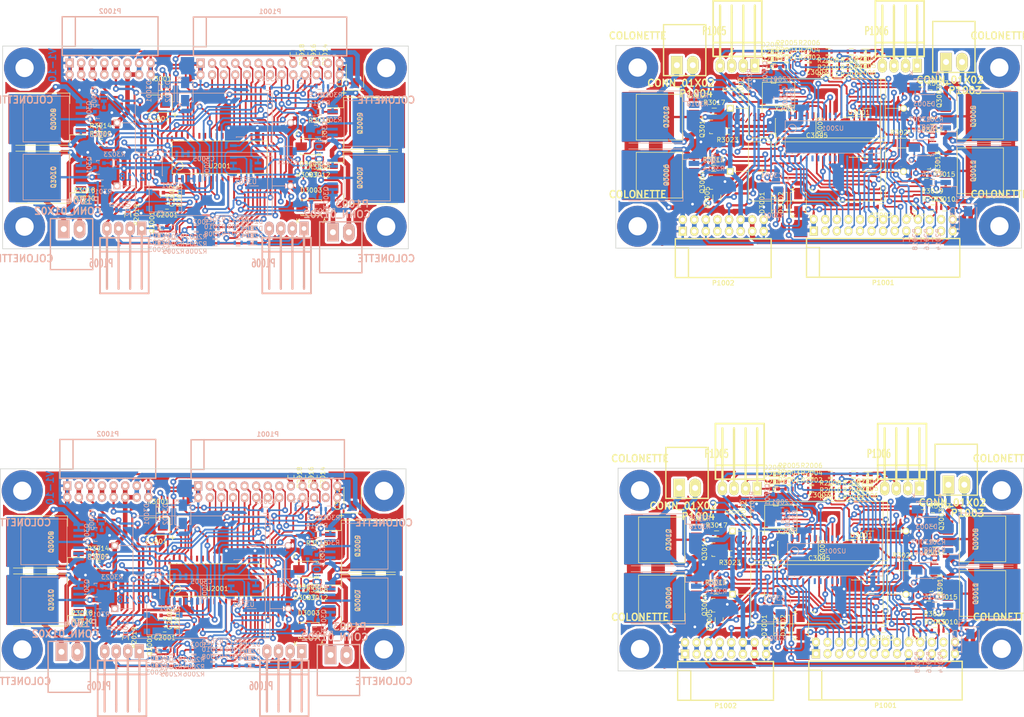
<source format=kicad_pcb>
(kicad_pcb (version 4) (host pcbnew 4.0.6)
  (title_block (title MECHANICAL_MOTOR_BOARD) (date 2018-02-05) (rev V1-10) (company F4DEB))
  (layers (0 F.Cu signal) (31 B.Cu signal) (34 B.Paste user) (35 F.Paste user) (36 B.SilkS user) (37 F.SilkS user) (38 B.Mask user) (39 F.Mask user) (44 Edge.Cuts user))
  (net 0 "")
  (net 1 GND)
  (net 2 +15V)
  (net 3 +12V)
  (net 4 +5V)
  (net 5 +5VD)
  (net 6 +3V3)
  (net 7 /Motor/M1A)
  (net 8 /Motor/M1B)
  (net 9 /Motor/M2A)
  (net 10 /Motor/M2B)
  (net 11 "Net-(Q3003-Pad3)")
  (net 12 "Net-(Q3004-Pad3)")
  (net 13 /Motor/IMOT1A)
  (net 14 "Net-(Q3007-Pad1)")
  (net 15 "Net-(Q3008-Pad1)")
  (net 16 "Net-(Q3009-Pad1)")
  (net 17 "Net-(Q3010-Pad1)")
  (net 18 "Net-(Q3011-Pad3)")
  (net 19 "Net-(Q3012-Pad3)")
  (net 20 "Net-(Q3013-Pad1)")
  (net 21 "Net-(Q3014-Pad1)")
  (net 22 "Net-(R3008-Pad2)")
  (net 23 "Net-(R3009-Pad2)")
  (net 24 "Net-(C3001-Pad1)")
  (net 25 "Net-(C3002-Pad1)")
  (net 26 "Net-(K1-Pad1)")
  (net 27 "Net-(K2-Pad1)")
  (net 28 "Net-(K3-Pad1)")
  (net 29 "Net-(K4-Pad1)")
  (net 30 /Motor/OC4-5V)
  (net 31 /Motor/OC5-5V)
  (net 32 "Net-(U3001-Pad1)")
  (net 33 "Net-(U3002-Pad1)")
  (net 34 /Motor/IMOT1)
  (net 35 /Motor/IMOT2)
  (net 36 /Codeur/IO19)
  (net 37 /Codeur/IO18)
  (net 38 /Codeur/IO21)
  (net 39 /Codeur/IO20)
  (net 40 /Codeur/IO23)
  (net 41 /Codeur/IO22)
  (net 42 /Codeur/IO25)
  (net 43 /Codeur/IO24)
  (net 44 /Codeur/IO5)
  (net 45 /Codeur/IO3)
  (net 46 /Codeur/IO4)
  (net 47 /Codeur/IO1)
  (net 48 /Codeur/IO2)
  (net 49 "Net-(D2001-Pad2)")
  (net 50 /Codeur/CHAx)
  (net 51 "Net-(D2002-Pad2)")
  (net 52 /Codeur/CHBx)
  (net 53 "Net-(D2003-Pad2)")
  (net 54 /Codeur/CHIx)
  (net 55 "Net-(D2004-Pad2)")
  (net 56 /Codeur/CHAy)
  (net 57 "Net-(D2005-Pad2)")
  (net 58 /Codeur/CHBy)
  (net 59 "Net-(D2006-Pad2)")
  (net 60 /Codeur/CHIy)
  (net 61 "Net-(R2001-Pad2)")
  (net 62 "Net-(R2003-Pad2)")
  (net 63 "Net-(R2005-Pad2)")
  (net 64 "Net-(R2007-Pad2)")
  (net 65 "Net-(R2009-Pad2)")
  (net 66 "Net-(R2011-Pad2)")
  (net 67 /Motor/IMOT2A)
  (net 68 /Motor/IMOT2B)
  (net 69 /Motor/IMOT1B)
  (net 70 "Net-(C2002-Pad1)")
  (net 71 "Net-(C2001-Pad1)")
  (net 72 /Motor/IO8)
  (net 73 /Motor/IO9)
  (net 74 "Net-(Q2001-Pad3)")
  (net 75 "Net-(Q3003-Pad1)")
  (net 76 "Net-(Q3004-Pad1)")
  (net 77 "Net-(R3003-Pad1)")
  (net 78 "Net-(R3005-Pad1)")
  (net 79 "Net-(R3021-Pad1)")
  (net 80 "Net-(R3023-Pad1)")
  (module Resistors_SMD:R_0805 (layer B.Cu) (at 59.436 140.589 270)
    (fp_text reference R3005 (at 0 2.1 270) (layer B.SilkS) (effects (justify mirror)))
    (fp_text value 10k)
    (pad 1 smd rect (at -0.95 0 270) (size 0.7 1.3) (layers B.Cu B.Paste B.Mask) (net 78 "Net-(R3005-Pad1)"))
    (pad 2 smd rect (at 0.95 0 270) (size 0.7 1.3) (layers B.Cu B.Paste B.Mask) (net 76 "Net-(Q3004-Pad1)"))
  )
  (module Resistors_SMD:R_1206 (layer B.Cu) (at 99.822 152.527)
    (fp_text reference R3021 (at 0 2.3) (layer B.SilkS) (effects (justify mirror)))
    (fp_text value 10k)
    (pad 1 smd rect (at -1.45 0) (size 0.9 1.7) (layers B.Cu B.Paste B.Mask) (net 79 "Net-(R3021-Pad1)"))
    (pad 2 smd rect (at 1.45 0) (size 0.9 1.7) (layers B.Cu B.Paste B.Mask) (net 20 "Net-(Q3013-Pad1)"))
  )
  (module Capacitors_ThroughHole:C_Axial_D13_L31_P38 (layer B.Cu) (at 62.357 146.304)
    (fp_text reference C3005 (at 19 7.9) (layer B.SilkS) (effects (justify mirror)))
    (fp_text value CP)
    (pad 1 thru_hole rect (at 0 0) (size 1.5 1.5) (drill 1) (layers *.Cu *.Mask B.SilkS) (net 2 +15V))
    (pad 2 thru_hole circle (at 38 0) (size 1.5 1.5) (drill 1) (layers *.Cu *.Mask B.SilkS) (net 1 GND))
  )
  (module CEN-PCB:WEIDMULLER-SL-3.5-2-90G (layer B.Cu) (at 109.6645 170.307 180)
    (fp_text reference P1003 (at -4.191 6.223 180) (layer B.SilkS) (effects (font (thickness 0.3048)) (justify mirror)))
    (fp_text value CONN_01X02 (at -0.889 3.937 180) (layer B.SilkS) (effects (font (thickness 0.3048)) (justify mirror)))
    (pad 2 thru_hole oval (at -3.4925 0 180) (size 2.54 4) (drill 1.30048) (layers *.Cu *.Mask B.SilkS) (net 7 /Motor/M1A))
    (pad 1 thru_hole rect (at 0 0 180) (size 2.54 4) (drill 1.30048) (layers *.Cu *.Mask B.SilkS) (net 8 /Motor/M1B))
  )
  (module CEN-PCB:WEIDMULLER-SL-3.5-2-90G (layer B.Cu) (at 50.673 169.6085 180)
    (fp_text reference P1004 (at -4.191 6.223 180) (layer B.SilkS) (effects (font (thickness 0.3048)) (justify mirror)))
    (fp_text value CONN_01X02 (at -0.889 3.937 180) (layer B.SilkS) (effects (font (thickness 0.3048)) (justify mirror)))
    (pad 2 thru_hole oval (at -3.4925 0 180) (size 2.54 4) (drill 1.30048) (layers *.Cu *.Mask B.SilkS) (net 9 /Motor/M2A))
    (pad 1 thru_hole rect (at 0 0 180) (size 2.54 4) (drill 1.30048) (layers *.Cu *.Mask B.SilkS) (net 10 /Motor/M2B))
  )
  (module f4deb-mod-library:MDX75104 (layer B.Cu) (at 72.9615 163.322 180)
    (fp_text reference X2001 (at -1.524 3.302 180) (layer B.SilkS) (effects (justify mirror)))
    (fp_text value 12Mhz)
    (pad 1 smd rect (at -3.556 -1.778 180) (size 1.4 1.2) (layers B.Cu B.Paste B.Mask) (net 71 "Net-(C2001-Pad1)"))
    (pad 4 smd rect (at 3.556 -1.778 180) (size 1.4 1.2) (layers B.Cu B.Paste B.Mask))
    (pad 3 smd rect (at -3.556 1.778 180) (size 1.4 1.2) (layers B.Cu B.Paste B.Mask))
    (pad 2 smd rect (at 3.556 1.778 180) (size 1.4 1.2) (layers B.Cu B.Paste B.Mask) (net 70 "Net-(C2002-Pad1)"))
  )
  (module Housings_SOT-23_SOT-143_TSOT-6:SOT-23 (layer F.Cu) (at 72.263 168.148 90)
    (fp_text reference Q2001 (at 0 -2.25 90) (layer F.SilkS))
    (fp_text value 2N7002)
    (pad 1 smd rect (at -0.95 1.00076 90) (size 0.8001 0.8001) (layers F.Cu F.Paste F.Mask) (net 70 "Net-(C2002-Pad1)"))
    (pad 2 smd rect (at 0.95 1.00076 90) (size 0.8001 0.8001) (layers F.Cu F.Paste F.Mask) (net 1 GND))
    (pad 3 smd rect (at 0 -0.99822 90) (size 0.8001 0.8001) (layers F.Cu F.Paste F.Mask) (net 74 "Net-(Q2001-Pad3)"))
  )
  (module Resistors_SMD:R_0603 (layer F.Cu) (at 64.7065 166.497 270)
    (fp_text reference R2019 (at 0 -1.9 270) (layer F.SilkS))
    (fp_text value 1k)
    (pad 1 smd rect (at -0.75 0 270) (size 0.5 0.9) (layers F.Cu F.Paste F.Mask) (net 5 +5VD))
    (pad 2 smd rect (at 0.75 0 270) (size 0.5 0.9) (layers F.Cu F.Paste F.Mask) (net 74 "Net-(Q2001-Pad3)"))
  )
  (module Resistors_SMD:R_0603 (layer F.Cu) (at 100.965 131.3815 270)
    (fp_text reference R2018 (at 0 -1.9 270) (layer F.SilkS))
    (fp_text value 10k)
    (pad 1 smd rect (at -0.75 0 270) (size 0.5 0.9) (layers F.Cu F.Paste F.Mask) (net 5 +5VD))
    (pad 2 smd rect (at 0.75 0 270) (size 0.5 0.9) (layers F.Cu F.Paste F.Mask) (net 44 /Codeur/IO5))
  )
  (module Resistors_SMD:R_0603 (layer B.Cu) (at 102.743 138.303 180)
    (fp_text reference R2017 (at 0 1.9 180) (layer B.SilkS) (effects (justify mirror)))
    (fp_text value 10k)
    (pad 1 smd rect (at -0.75 0 180) (size 0.5 0.9) (layers B.Cu B.Paste B.Mask) (net 5 +5VD))
    (pad 2 smd rect (at 0.75 0 180) (size 0.5 0.9) (layers B.Cu B.Paste B.Mask) (net 46 /Codeur/IO4))
  )
  (module Resistors_SMD:R_0603 (layer F.Cu) (at 103.505 131.3815 270)
    (fp_text reference R2016 (at 0 -1.9 270) (layer F.SilkS))
    (fp_text value 10k)
    (pad 1 smd rect (at -0.75 0 270) (size 0.5 0.9) (layers F.Cu F.Paste F.Mask) (net 5 +5VD))
    (pad 2 smd rect (at 0.75 0 270) (size 0.5 0.9) (layers F.Cu F.Paste F.Mask) (net 45 /Codeur/IO3))
  )
  (module Resistors_SMD:R_0603 (layer B.Cu) (at 106.807 138.303)
    (fp_text reference R2015 (at 0 1.9) (layer B.SilkS) (effects (justify mirror)))
    (fp_text value 10k)
    (pad 1 smd rect (at -0.75 0) (size 0.5 0.9) (layers B.Cu B.Paste B.Mask) (net 5 +5VD))
    (pad 2 smd rect (at 0.75 0) (size 0.5 0.9) (layers B.Cu B.Paste B.Mask) (net 48 /Codeur/IO2))
  )
  (module Resistors_SMD:R_0603 (layer F.Cu) (at 106.045 131.3815 270)
    (fp_text reference R2014 (at 0 -1.9 270) (layer F.SilkS))
    (fp_text value 10k)
    (pad 1 smd rect (at -0.75 0 270) (size 0.5 0.9) (layers F.Cu F.Paste F.Mask) (net 5 +5VD))
    (pad 2 smd rect (at 0.75 0 270) (size 0.5 0.9) (layers F.Cu F.Paste F.Mask) (net 47 /Codeur/IO1))
  )
  (module Housings_SOT-23_SOT-143_TSOT-6:SOT-23 (layer B.Cu) (at 58.4835 156.083 270)
    (fp_text reference Q3014 (at 0 2.25 270) (layer B.SilkS) (effects (justify mirror)))
    (fp_text value BSR14)
    (pad 1 smd rect (at -0.95 -1.00076 270) (size 0.8001 0.8001) (layers B.Cu B.Paste B.Mask) (net 21 "Net-(Q3014-Pad1)"))
    (pad 2 smd rect (at 0.95 -1.00076 270) (size 0.8001 0.8001) (layers B.Cu B.Paste B.Mask) (net 1 GND))
    (pad 3 smd rect (at 0 0.99822 270) (size 0.8001 0.8001) (layers B.Cu B.Paste B.Mask) (net 19 "Net-(Q3012-Pad3)"))
  )
  (module Housings_SOT-23_SOT-143_TSOT-6:SOT-23 (layer B.Cu) (at 105.61066 148.34108 90)
    (fp_text reference Q3013 (at 0 2.25 90) (layer B.SilkS) (effects (justify mirror)))
    (fp_text value BSR14)
    (pad 1 smd rect (at -0.95 -1.00076 90) (size 0.8001 0.8001) (layers B.Cu B.Paste B.Mask) (net 20 "Net-(Q3013-Pad1)"))
    (pad 2 smd rect (at 0.95 -1.00076 90) (size 0.8001 0.8001) (layers B.Cu B.Paste B.Mask) (net 1 GND))
    (pad 3 smd rect (at 0 0.99822 90) (size 0.8001 0.8001) (layers B.Cu B.Paste B.Mask) (net 18 "Net-(Q3011-Pad3)"))
  )
  (module Housings_SOT-23_SOT-143_TSOT-6:SOT-23 (layer B.Cu) (at 58.4835 143.891 270)
    (fp_text reference Q3004 (at 0 2.25 270) (layer B.SilkS) (effects (justify mirror)))
    (fp_text value BSR14)
    (pad 1 smd rect (at -0.95 -1.00076 270) (size 0.8001 0.8001) (layers B.Cu B.Paste B.Mask) (net 76 "Net-(Q3004-Pad1)"))
    (pad 2 smd rect (at 0.95 -1.00076 270) (size 0.8001 0.8001) (layers B.Cu B.Paste B.Mask) (net 1 GND))
    (pad 3 smd rect (at 0 0.99822 270) (size 0.8001 0.8001) (layers B.Cu B.Paste B.Mask) (net 12 "Net-(Q3004-Pad3)"))
  )
  (module Housings_SOT-23_SOT-143_TSOT-6:SOT-23 (layer B.Cu) (at 105.92816 162.69208 90)
    (fp_text reference Q3003 (at 0 2.25 90) (layer B.SilkS) (effects (justify mirror)))
    (fp_text value BSR14)
    (pad 1 smd rect (at -0.95 -1.00076 90) (size 0.8001 0.8001) (layers B.Cu B.Paste B.Mask) (net 75 "Net-(Q3003-Pad1)"))
    (pad 2 smd rect (at 0.95 -1.00076 90) (size 0.8001 0.8001) (layers B.Cu B.Paste B.Mask) (net 1 GND))
    (pad 3 smd rect (at 0 0.99822 90) (size 0.8001 0.8001) (layers B.Cu B.Paste B.Mask) (net 11 "Net-(Q3003-Pad3)"))
  )
  (module w_pin_strip:pin_socket_8x2-90 (layer B.Cu) (at 60.833 129.54)
    (fp_text reference P1002 (at 0 -7.7) (layer B.SilkS) (effects (font (size 1.016 1.016) (thickness 0.2032)) (justify mirror)))
    (fp_text value CONN_02X08 hide)
    (pad 15 thru_hole oval (at 8.89 3.645) (size 1.8 2) (drill 1) (layers *.Cu *.Mask B.SilkS) (net 1 GND))
    (pad 16 thru_hole oval (at 8.89 6.185) (size 1.8 2) (drill 1) (layers *.Cu *.Mask B.SilkS) (net 1 GND))
    (pad 14 thru_hole oval (at 6.35 6.185) (size 1.8 2) (drill 1) (layers *.Cu *.Mask B.SilkS) (net 2 +15V))
    (pad 13 thru_hole oval (at 6.35 3.645) (size 1.8 2) (drill 1) (layers *.Cu *.Mask B.SilkS) (net 2 +15V))
    (pad 11 thru_hole oval (at 3.81 3.645) (size 1.8 2) (drill 1) (layers *.Cu *.Mask B.SilkS) (net 2 +15V))
    (pad 12 thru_hole oval (at 3.81 6.185) (size 1.8 2) (drill 1) (layers *.Cu *.Mask B.SilkS) (net 2 +15V))
    (pad 10 thru_hole oval (at 1.27 6.185) (size 1.8 2) (drill 1) (layers *.Cu *.Mask B.SilkS) (net 3 +12V))
    (pad 9 thru_hole oval (at 1.27 3.645) (size 1.8 2) (drill 1) (layers *.Cu *.Mask B.SilkS) (net 3 +12V))
    (pad 7 thru_hole oval (at -1.27 3.645) (size 1.8 2) (drill 1) (layers *.Cu *.Mask B.SilkS) (net 4 +5V))
    (pad 8 thru_hole oval (at -1.27 6.185) (size 1.8 2) (drill 1) (layers *.Cu *.Mask B.SilkS) (net 4 +5V))
    (pad 6 thru_hole oval (at -3.81 6.185) (size 1.8 2) (drill 1) (layers *.Cu *.Mask B.SilkS) (net 5 +5VD))
    (pad 5 thru_hole oval (at -3.81 3.645) (size 1.8 2) (drill 1) (layers *.Cu *.Mask B.SilkS) (net 5 +5VD))
    (pad 1 thru_hole rect (at -8.89 3.645) (size 1.8 2) (drill 1) (layers *.Cu *.Mask B.SilkS) (net 1 GND))
    (pad 2 thru_hole oval (at -8.89 6.185) (size 1.8 2) (drill 1) (layers *.Cu *.Mask B.SilkS) (net 1 GND))
    (pad 3 thru_hole oval (at -6.35 3.645) (size 1.8 2) (drill 1) (layers *.Cu *.Mask B.SilkS) (net 6 +3V3))
    (pad 4 thru_hole oval (at -6.35 6.185) (size 1.8 2) (drill 1) (layers *.Cu *.Mask B.SilkS) (net 6 +3V3))
  )
  (module w_pin_strip:pin_socket_13x2-90 (layer B.Cu) (at 95.885 129.6035)
    (fp_text reference P1001 (at 0 -7.7) (layer B.SilkS) (effects (font (size 1.016 1.016) (thickness 0.2032)) (justify mirror)))
    (fp_text value CONN_02X13 hide)
    (pad 26 thru_hole oval (at 15.24 6.185) (size 1.75 2) (drill 1) (layers *.Cu *.Mask B.SilkS) (net 1 GND))
    (pad 25 thru_hole oval (at 15.24 3.645) (size 1.75 2) (drill 1) (layers *.Cu *.Mask B.SilkS) (net 1 GND))
    (pad 23 thru_hole oval (at 12.7 3.645) (size 1.75 2) (drill 1) (layers *.Cu *.Mask B.SilkS))
    (pad 24 thru_hole oval (at 12.7 6.185) (size 1.75 2) (drill 1) (layers *.Cu *.Mask B.SilkS))
    (pad 22 thru_hole oval (at 10.16 6.185) (size 1.75 2) (drill 1) (layers *.Cu *.Mask B.SilkS) (net 48 /Codeur/IO2))
    (pad 21 thru_hole oval (at 10.16 3.645) (size 1.75 2) (drill 1) (layers *.Cu *.Mask B.SilkS) (net 47 /Codeur/IO1))
    (pad 19 thru_hole oval (at 7.62 3.645) (size 1.75 2) (drill 1) (layers *.Cu *.Mask B.SilkS) (net 45 /Codeur/IO3))
    (pad 20 thru_hole oval (at 7.62 6.185) (size 1.75 2) (drill 1) (layers *.Cu *.Mask B.SilkS) (net 46 /Codeur/IO4))
    (pad 18 thru_hole oval (at 5.08 6.185) (size 1.75 2) (drill 1) (layers *.Cu *.Mask B.SilkS) (net 34 /Motor/IMOT1))
    (pad 17 thru_hole oval (at 5.08 3.645) (size 1.75 2) (drill 1) (layers *.Cu *.Mask B.SilkS) (net 44 /Codeur/IO5))
    (pad 15 thru_hole oval (at 2.54 3.645) (size 1.75 2) (drill 1) (layers *.Cu *.Mask B.SilkS) (net 35 /Motor/IMOT2))
    (pad 16 thru_hole oval (at 2.54 6.185) (size 1.75 2) (drill 1) (layers *.Cu *.Mask B.SilkS) (net 72 /Motor/IO8))
    (pad 14 thru_hole oval (at 0 6.185) (size 1.75 2) (drill 1) (layers *.Cu *.Mask B.SilkS))
    (pad 13 thru_hole oval (at 0 3.645) (size 1.75 2) (drill 1) (layers *.Cu *.Mask B.SilkS) (net 73 /Motor/IO9))
    (pad 11 thru_hole oval (at -2.54 3.645) (size 1.75 2) (drill 1) (layers *.Cu *.Mask B.SilkS) (net 30 /Motor/OC4-5V))
    (pad 12 thru_hole oval (at -2.54 6.185) (size 1.75 2) (drill 1) (layers *.Cu *.Mask B.SilkS) (net 31 /Motor/OC5-5V))
    (pad 10 thru_hole oval (at -5.08 6.185) (size 1.75 2) (drill 1) (layers *.Cu *.Mask B.SilkS) (net 43 /Codeur/IO24))
    (pad 9 thru_hole oval (at -5.08 3.645) (size 1.75 2) (drill 1) (layers *.Cu *.Mask B.SilkS) (net 42 /Codeur/IO25))
    (pad 7 thru_hole oval (at -7.62 3.645) (size 1.75 2) (drill 1) (layers *.Cu *.Mask B.SilkS) (net 40 /Codeur/IO23))
    (pad 8 thru_hole oval (at -7.62 6.185) (size 1.75 2) (drill 1) (layers *.Cu *.Mask B.SilkS) (net 41 /Codeur/IO22))
    (pad 6 thru_hole oval (at -10.16 6.185) (size 1.75 2) (drill 1) (layers *.Cu *.Mask B.SilkS) (net 39 /Codeur/IO20))
    (pad 5 thru_hole oval (at -10.16 3.645) (size 1.75 2) (drill 1) (layers *.Cu *.Mask B.SilkS) (net 38 /Codeur/IO21))
    (pad 1 thru_hole rect (at -15.24 3.645) (size 1.8 2) (drill 1) (layers *.Cu *.Mask B.SilkS) (net 1 GND))
    (pad 2 thru_hole oval (at -15.24 6.185) (size 1.75 2) (drill 1) (layers *.Cu *.Mask B.SilkS) (net 1 GND))
    (pad 3 thru_hole oval (at -12.7 3.645) (size 1.75 2) (drill 1) (layers *.Cu *.Mask B.SilkS) (net 36 /Codeur/IO19))
    (pad 4 thru_hole oval (at -12.7 6.185) (size 1.75 2) (drill 1) (layers *.Cu *.Mask B.SilkS) (net 37 /Codeur/IO18))
  )
  (module Housings_SOT-23_SOT-143_TSOT-6:SOT-23-5 (layer B.Cu) (at 62.23 164.338 90)
    (fp_text reference U2002 (at -0.05 2.55 90) (layer B.SilkS) (effects (justify mirror)))
    (fp_text value M74VHC1GT02DTT1G)
    (pad 1 smd rect (at -1.1 0.95 90) (size 1.06 0.65) (layers B.Cu B.Paste B.Mask) (net 71 "Net-(C2001-Pad1)"))
    (pad 2 smd rect (at -1.1 0 90) (size 1.06 0.65) (layers B.Cu B.Paste B.Mask) (net 71 "Net-(C2001-Pad1)"))
    (pad 3 smd rect (at -1.1 -0.95 90) (size 1.06 0.65) (layers B.Cu B.Paste B.Mask) (net 1 GND))
    (pad 4 smd rect (at 1.1 -0.95 90) (size 1.06 0.65) (layers B.Cu B.Paste B.Mask) (net 70 "Net-(C2002-Pad1)"))
    (pad 5 smd rect (at 1.1 0.95 90) (size 1.06 0.65) (layers B.Cu B.Paste B.Mask) (net 5 +5VD))
  )
  (module Resistors_SMD:R_0603 (layer F.Cu) (at 74.14006 162.39998 270)
    (fp_text reference R2013 (at 0 -1.9 270) (layer F.SilkS))
    (fp_text value 10M)
    (pad 1 smd rect (at -0.75 0 270) (size 0.5 0.9) (layers F.Cu F.Paste F.Mask) (net 70 "Net-(C2002-Pad1)"))
    (pad 2 smd rect (at 0.75 0 270) (size 0.5 0.9) (layers F.Cu F.Paste F.Mask) (net 71 "Net-(C2001-Pad1)"))
  )
  (module Capacitors_SMD:C_0603 (layer F.Cu) (at 72.51446 162.37458 270)
    (fp_text reference C2002 (at 0 -1.9 270) (layer F.SilkS))
    (fp_text value 27p)
    (pad 1 smd rect (at -0.75 0 270) (size 0.8 0.75) (layers F.Cu F.Paste F.Mask) (net 70 "Net-(C2002-Pad1)"))
    (pad 2 smd rect (at 0.75 0 270) (size 0.8 0.75) (layers F.Cu F.Paste F.Mask) (net 1 GND))
  )
  (module Capacitors_SMD:C_0603 (layer F.Cu) (at 73.30186 164.63518 180)
    (fp_text reference C2001 (at 0 -1.9 180) (layer F.SilkS))
    (fp_text value 27p)
    (pad 1 smd rect (at -0.75 0 180) (size 0.8 0.75) (layers F.Cu F.Paste F.Mask) (net 71 "Net-(C2001-Pad1)"))
    (pad 2 smd rect (at 0.75 0 180) (size 0.8 0.75) (layers F.Cu F.Paste F.Mask) (net 1 GND))
  )
  (module SMD_Packages:SOJ-32 (layer F.Cu) (at 84.836 153.8605)
    (fp_text reference U2001 (at 0 1.905) (layer F.SilkS))
    (fp_text value HCTL-2032)
    (pad 20 smd rect (at 5.715 -4.699) (size 0.4572 1.27) (layers F.Cu F.Paste F.Mask) (net 43 /Codeur/IO24))
    (pad 21 smd rect (at 4.445 -4.699) (size 0.4572 1.27) (layers F.Cu F.Paste F.Mask) (net 40 /Codeur/IO23))
    (pad 22 smd rect (at 3.175 -4.699) (size 0.4572 1.27) (layers F.Cu F.Paste F.Mask) (net 41 /Codeur/IO22))
    (pad 23 smd rect (at 1.905 -4.699) (size 0.4572 1.27) (layers F.Cu F.Paste F.Mask) (net 1 GND))
    (pad 24 smd rect (at 0.635 -4.699) (size 0.4572 1.27) (layers F.Cu F.Paste F.Mask))
    (pad 28 smd rect (at -4.445 -4.699) (size 0.4572 1.27) (layers F.Cu F.Paste F.Mask))
    (pad 29 smd rect (at -5.715 -4.699) (size 0.4572 1.27) (layers F.Cu F.Paste F.Mask) (net 38 /Codeur/IO21))
    (pad 30 smd rect (at -6.985 -4.699) (size 0.4572 1.27) (layers F.Cu F.Paste F.Mask) (net 39 /Codeur/IO20))
    (pad 31 smd rect (at -8.255 -4.699) (size 0.4572 1.27) (layers F.Cu F.Paste F.Mask) (net 36 /Codeur/IO19))
    (pad 32 smd rect (at -9.525 -4.699) (size 0.4572 1.27) (layers F.Cu F.Paste F.Mask) (net 44 /Codeur/IO5))
    (pad 1 smd rect (at -9.525 4.699) (size 0.4572 1.27) (layers F.Cu F.Paste F.Mask) (net 5 +5VD))
    (pad 2 smd rect (at -8.255 4.699) (size 0.4572 1.27) (layers F.Cu F.Paste F.Mask) (net 5 +5VD))
    (pad 3 smd rect (at -6.985 4.699) (size 0.4572 1.27) (layers F.Cu F.Paste F.Mask) (net 1 GND))
    (pad 4 smd rect (at -5.715 4.699) (size 0.4572 1.27) (layers F.Cu F.Paste F.Mask) (net 37 /Codeur/IO18))
    (pad 5 smd rect (at -4.445 4.699) (size 0.4572 1.27) (layers F.Cu F.Paste F.Mask) (net 74 "Net-(Q2001-Pad3)"))
    (pad 9 smd rect (at 0.635 4.699) (size 0.4572 1.27) (layers F.Cu F.Paste F.Mask))
    (pad 10 smd rect (at 1.905 4.699) (size 0.4572 1.27) (layers F.Cu F.Paste F.Mask) (net 42 /Codeur/IO25))
    (pad 11 smd rect (at 3.175 4.699) (size 0.4572 1.27) (layers F.Cu F.Paste F.Mask) (net 46 /Codeur/IO4))
    (pad 12 smd rect (at 4.445 4.699) (size 0.4572 1.27) (layers F.Cu F.Paste F.Mask) (net 46 /Codeur/IO4))
    (pad 13 smd rect (at 5.715 4.699) (size 0.4572 1.27) (layers F.Cu F.Paste F.Mask) (net 65 "Net-(R2009-Pad2)"))
    (pad 14 smd rect (at 6.985 4.699) (size 0.4572 1.27) (layers F.Cu F.Paste F.Mask) (net 62 "Net-(R2003-Pad2)"))
    (pad 15 smd rect (at 8.255 4.699) (size 0.4572 1.27) (layers F.Cu F.Paste F.Mask) (net 61 "Net-(R2001-Pad2)"))
    (pad 16 smd rect (at 9.525 4.699) (size 0.4572 1.27) (layers F.Cu F.Paste F.Mask) (net 64 "Net-(R2007-Pad2)"))
    (pad 6 smd rect (at -3.175 4.699) (size 0.4572 1.27) (layers F.Cu F.Paste F.Mask) (net 47 /Codeur/IO1))
    (pad 7 smd rect (at -1.905 4.699) (size 0.4572 1.27) (layers F.Cu F.Paste F.Mask) (net 45 /Codeur/IO3))
    (pad 8 smd rect (at -0.635 4.699) (size 0.4572 1.27) (layers F.Cu F.Paste F.Mask))
    (pad 27 smd rect (at -3.175 -4.699) (size 0.4572 1.27) (layers F.Cu F.Paste F.Mask))
    (pad 26 smd rect (at -1.905 -4.699) (size 0.4572 1.27) (layers F.Cu F.Paste F.Mask) (net 48 /Codeur/IO2))
    (pad 25 smd rect (at -0.635 -4.699) (size 0.4572 1.27) (layers F.Cu F.Paste F.Mask))
    (pad 19 smd rect (at 6.985 -4.699) (size 0.4572 1.27) (layers F.Cu F.Paste F.Mask) (net 66 "Net-(R2011-Pad2)"))
    (pad 18 smd rect (at 8.255 -4.699) (size 0.4572 1.27) (layers F.Cu F.Paste F.Mask) (net 1 GND))
    (pad 17 smd rect (at 9.525 -4.699) (size 0.4572 1.27) (layers F.Cu F.Paste F.Mask) (net 63 "Net-(R2005-Pad2)"))
  )
  (module Resistors_SMD:R_0603 (layer B.Cu) (at 83.82 169.418 180)
    (fp_text reference R2012 (at 0 1.9 180) (layer B.SilkS) (effects (justify mirror)))
    (fp_text value 2.1k)
    (pad 1 smd rect (at -0.75 0 180) (size 0.5 0.9) (layers B.Cu B.Paste B.Mask) (net 66 "Net-(R2011-Pad2)"))
    (pad 2 smd rect (at 0.75 0 180) (size 0.5 0.9) (layers B.Cu B.Paste B.Mask) (net 1 GND))
  )
  (module Resistors_SMD:R_0603 (layer B.Cu) (at 88.9 169.418 180)
    (fp_text reference R2011 (at 0 1.9 180) (layer B.SilkS) (effects (justify mirror)))
    (fp_text value 2.1k)
    (pad 1 smd rect (at -0.75 0 180) (size 0.5 0.9) (layers B.Cu B.Paste B.Mask) (net 59 "Net-(D2006-Pad2)"))
    (pad 2 smd rect (at 0.75 0 180) (size 0.5 0.9) (layers B.Cu B.Paste B.Mask) (net 66 "Net-(R2011-Pad2)"))
  )
  (module Resistors_SMD:R_0603 (layer B.Cu) (at 83.82 171.0055 180)
    (fp_text reference R2010 (at 0 1.9 180) (layer B.SilkS) (effects (justify mirror)))
    (fp_text value 2.1k)
    (pad 1 smd rect (at -0.75 0 180) (size 0.5 0.9) (layers B.Cu B.Paste B.Mask) (net 65 "Net-(R2009-Pad2)"))
    (pad 2 smd rect (at 0.75 0 180) (size 0.5 0.9) (layers B.Cu B.Paste B.Mask) (net 1 GND))
  )
  (module Resistors_SMD:R_0603 (layer B.Cu) (at 88.9 171.0055 180)
    (fp_text reference R2009 (at 0 1.9 180) (layer B.SilkS) (effects (justify mirror)))
    (fp_text value 2.1k)
    (pad 1 smd rect (at -0.75 0 180) (size 0.5 0.9) (layers B.Cu B.Paste B.Mask) (net 57 "Net-(D2005-Pad2)"))
    (pad 2 smd rect (at 0.75 0 180) (size 0.5 0.9) (layers B.Cu B.Paste B.Mask) (net 65 "Net-(R2009-Pad2)"))
  )
  (module Resistors_SMD:R_0603 (layer B.Cu) (at 83.82 172.593 180)
    (fp_text reference R2008 (at 0 1.9 180) (layer B.SilkS) (effects (justify mirror)))
    (fp_text value 2.1k)
    (pad 1 smd rect (at -0.75 0 180) (size 0.5 0.9) (layers B.Cu B.Paste B.Mask) (net 64 "Net-(R2007-Pad2)"))
    (pad 2 smd rect (at 0.75 0 180) (size 0.5 0.9) (layers B.Cu B.Paste B.Mask) (net 1 GND))
  )
  (module Resistors_SMD:R_0603 (layer B.Cu) (at 88.9 172.593 180)
    (fp_text reference R2007 (at 0 1.9 180) (layer B.SilkS) (effects (justify mirror)))
    (fp_text value 2.1k)
    (pad 1 smd rect (at -0.75 0 180) (size 0.5 0.9) (layers B.Cu B.Paste B.Mask) (net 55 "Net-(D2004-Pad2)"))
    (pad 2 smd rect (at 0.75 0 180) (size 0.5 0.9) (layers B.Cu B.Paste B.Mask) (net 64 "Net-(R2007-Pad2)"))
  )
  (module Resistors_SMD:R_0603 (layer B.Cu) (at 79.6925 172.593)
    (fp_text reference R2006 (at 0 1.9) (layer B.SilkS) (effects (justify mirror)))
    (fp_text value 2.1k)
    (pad 1 smd rect (at -0.75 0) (size 0.5 0.9) (layers B.Cu B.Paste B.Mask) (net 63 "Net-(R2005-Pad2)"))
    (pad 2 smd rect (at 0.75 0) (size 0.5 0.9) (layers B.Cu B.Paste B.Mask) (net 1 GND))
  )
  (module Resistors_SMD:R_0603 (layer B.Cu) (at 74.7395 172.593)
    (fp_text reference R2005 (at 0 1.9) (layer B.SilkS) (effects (justify mirror)))
    (fp_text value 2.1k)
    (pad 1 smd rect (at -0.75 0) (size 0.5 0.9) (layers B.Cu B.Paste B.Mask) (net 53 "Net-(D2003-Pad2)"))
    (pad 2 smd rect (at 0.75 0) (size 0.5 0.9) (layers B.Cu B.Paste B.Mask) (net 63 "Net-(R2005-Pad2)"))
  )
  (module Resistors_SMD:R_0603 (layer B.Cu) (at 79.6925 171.0055)
    (fp_text reference R2004 (at 0 1.9) (layer B.SilkS) (effects (justify mirror)))
    (fp_text value 2.1k)
    (pad 1 smd rect (at -0.75 0) (size 0.5 0.9) (layers B.Cu B.Paste B.Mask) (net 62 "Net-(R2003-Pad2)"))
    (pad 2 smd rect (at 0.75 0) (size 0.5 0.9) (layers B.Cu B.Paste B.Mask) (net 1 GND))
  )
  (module Resistors_SMD:R_0603 (layer B.Cu) (at 74.7395 171.0055)
    (fp_text reference R2003 (at 0 1.9) (layer B.SilkS) (effects (justify mirror)))
    (fp_text value 2.1k)
    (pad 1 smd rect (at -0.75 0) (size 0.5 0.9) (layers B.Cu B.Paste B.Mask) (net 51 "Net-(D2002-Pad2)"))
    (pad 2 smd rect (at 0.75 0) (size 0.5 0.9) (layers B.Cu B.Paste B.Mask) (net 62 "Net-(R2003-Pad2)"))
  )
  (module Resistors_SMD:R_0603 (layer B.Cu) (at 79.6925 169.418)
    (fp_text reference R2002 (at 0 1.9) (layer B.SilkS) (effects (justify mirror)))
    (fp_text value 2.1k)
    (pad 1 smd rect (at -0.75 0) (size 0.5 0.9) (layers B.Cu B.Paste B.Mask) (net 61 "Net-(R2001-Pad2)"))
    (pad 2 smd rect (at 0.75 0) (size 0.5 0.9) (layers B.Cu B.Paste B.Mask) (net 1 GND))
  )
  (module Resistors_SMD:R_0603 (layer B.Cu) (at 74.7395 169.418)
    (fp_text reference R2001 (at 0 1.9) (layer B.SilkS) (effects (justify mirror)))
    (fp_text value 2.1k)
    (pad 1 smd rect (at -0.75 0) (size 0.5 0.9) (layers B.Cu B.Paste B.Mask) (net 49 "Net-(D2001-Pad2)"))
    (pad 2 smd rect (at 0.75 0) (size 0.5 0.9) (layers B.Cu B.Paste B.Mask) (net 61 "Net-(R2001-Pad2)"))
  )
  (module CEN-PCB:KK-4-H (layer B.Cu) (at 95.70466 169.48658)
    (fp_text reference P1006 (at -1.27 7.62) (layer B.SilkS) (effects (font (size 1.73482 1.08712) (thickness 0.27178)) (justify mirror)))
    (fp_text value CONN_01X04 hide)
    (pad 1 thru_hole rect (at 7.62 0) (size 2 3) (drill 1.00076) (layers *.Cu *.Mask B.SilkS) (net 56 /Codeur/CHAy))
    (pad 2 thru_hole oval (at 5.08 0) (size 2 3) (drill 1.00076) (layers *.Cu *.Mask B.SilkS) (net 58 /Codeur/CHBy))
    (pad 3 thru_hole oval (at 2.54 0) (size 2 3) (drill 1.00076) (layers *.Cu *.Mask B.SilkS) (net 60 /Codeur/CHIy))
    (pad 4 thru_hole oval (at 0 0) (size 2 3) (drill 1.00076) (layers *.Cu *.Mask B.SilkS) (net 3 +12V))
  )
  (module CEN-PCB:KK-4-H (layer B.Cu) (at 60.14466 169.48658)
    (fp_text reference P1005 (at -1.27 7.62) (layer B.SilkS) (effects (font (size 1.73482 1.08712) (thickness 0.27178)) (justify mirror)))
    (fp_text value CONN_01X04 hide)
    (pad 1 thru_hole rect (at 7.62 0) (size 2 3) (drill 1.00076) (layers *.Cu *.Mask B.SilkS) (net 50 /Codeur/CHAx))
    (pad 2 thru_hole oval (at 5.08 0) (size 2 3) (drill 1.00076) (layers *.Cu *.Mask B.SilkS) (net 52 /Codeur/CHBx))
    (pad 3 thru_hole oval (at 2.54 0) (size 2 3) (drill 1.00076) (layers *.Cu *.Mask B.SilkS) (net 54 /Codeur/CHIx))
    (pad 4 thru_hole oval (at 0 0) (size 2 3) (drill 1.00076) (layers *.Cu *.Mask B.SilkS) (net 3 +12V))
  )
  (module LEDs:LED-0603 (layer B.Cu) (at 91.948 169.418 180)
    (fp_text reference D2006 (at 0 1.5 180) (layer B.SilkS) (effects (justify mirror)))
    (fp_text value LED)
    (pad 2 smd rect (at 0.7493 0) (size 0.79756 0.79756) (layers B.Cu B.Paste B.Mask) (net 59 "Net-(D2006-Pad2)"))
    (pad 1 smd rect (at -0.7493 0) (size 0.79756 0.79756) (layers B.Cu B.Paste B.Mask) (net 60 /Codeur/CHIy))
  )
  (module LEDs:LED-0603 (layer B.Cu) (at 91.948 171.0055 180)
    (fp_text reference D2005 (at 0 1.5 180) (layer B.SilkS) (effects (justify mirror)))
    (fp_text value LED)
    (pad 2 smd rect (at 0.7493 0) (size 0.79756 0.79756) (layers B.Cu B.Paste B.Mask) (net 57 "Net-(D2005-Pad2)"))
    (pad 1 smd rect (at -0.7493 0) (size 0.79756 0.79756) (layers B.Cu B.Paste B.Mask) (net 58 /Codeur/CHBy))
  )
  (module LEDs:LED-0603 (layer B.Cu) (at 91.948 172.593 180)
    (fp_text reference D2004 (at 0 1.5 180) (layer B.SilkS) (effects (justify mirror)))
    (fp_text value LED)
    (pad 2 smd rect (at 0.7493 0) (size 0.79756 0.79756) (layers B.Cu B.Paste B.Mask) (net 55 "Net-(D2004-Pad2)"))
    (pad 1 smd rect (at -0.7493 0) (size 0.79756 0.79756) (layers B.Cu B.Paste B.Mask) (net 56 /Codeur/CHAy))
  )
  (module LEDs:LED-0603 (layer B.Cu) (at 71.5645 172.593)
    (fp_text reference D2003 (at 0 1.5) (layer B.SilkS) (effects (justify mirror)))
    (fp_text value LED)
    (pad 2 smd rect (at 0.7493 0 180) (size 0.79756 0.79756) (layers B.Cu B.Paste B.Mask) (net 53 "Net-(D2003-Pad2)"))
    (pad 1 smd rect (at -0.7493 0 180) (size 0.79756 0.79756) (layers B.Cu B.Paste B.Mask) (net 54 /Codeur/CHIx))
  )
  (module LEDs:LED-0603 (layer B.Cu) (at 71.5645 171.0055)
    (fp_text reference D2002 (at 0 1.5) (layer B.SilkS) (effects (justify mirror)))
    (fp_text value LED)
    (pad 2 smd rect (at 0.7493 0 180) (size 0.79756 0.79756) (layers B.Cu B.Paste B.Mask) (net 51 "Net-(D2002-Pad2)"))
    (pad 1 smd rect (at -0.7493 0 180) (size 0.79756 0.79756) (layers B.Cu B.Paste B.Mask) (net 52 /Codeur/CHBx))
  )
  (module LEDs:LED-0603 (layer B.Cu) (at 71.5645 169.418)
    (fp_text reference D2001 (at 0 1.5) (layer B.SilkS) (effects (justify mirror)))
    (fp_text value LED)
    (pad 2 smd rect (at 0.7493 0 180) (size 0.79756 0.79756) (layers B.Cu B.Paste B.Mask) (net 49 "Net-(D2001-Pad2)"))
    (pad 1 smd rect (at -0.7493 0 180) (size 0.79756 0.79756) (layers B.Cu B.Paste B.Mask) (net 50 /Codeur/CHAx))
  )
  (module f4deb-mod-library:PG-TO220-7-4 (layer B.Cu) (at 109.58576 158.38678 90)
    (fp_text reference Q3005 (at 0 6.096 90) (layer B.SilkS) (effects (justify mirror)))
    (fp_text value BTS50055)
    (pad 3 smd rect (at -1.27 0 90) (size 0.6 2.286) (layers B.Cu B.Paste B.Mask) (net 11 "Net-(Q3003-Pad3)"))
    (pad 4 smd rect (at 0 13.716 90) (size 11 4) (layers B.Cu B.Paste B.Mask) (net 2 +15V))
    (pad 5 smd rect (at 1.27 0 90) (size 0.6 2.286) (layers B.Cu B.Paste B.Mask) (net 13 /Motor/IMOT1A))
    (pad 4 smd rect (at 0 0 90) (size 0.6 2.286) (layers B.Cu B.Paste B.Mask) (net 2 +15V))
    (pad 2 smd rect (at -2.54 0 90) (size 0.6 2.286) (layers B.Cu B.Paste B.Mask) (net 7 /Motor/M1A))
    (pad 6 smd rect (at 2.54 0 90) (size 0.6 2.286) (layers B.Cu B.Paste B.Mask) (net 7 /Motor/M1A))
    (pad 7 smd rect (at 3.81 0 90) (size 0.6 2.286) (layers B.Cu B.Paste B.Mask) (net 7 /Motor/M1A))
    (pad 1 smd rect (at -3.81 0 90) (size 0.6 2.286) (layers B.Cu B.Paste B.Mask) (net 7 /Motor/M1A))
    (pad 4 smd rect (at 0 8.382 90) (size 10.922 8) (layers B.Cu B.Paste B.Mask) (net 2 +15V))
  )
  (module f4deb-mod-library:PG-TO220-7-4 (layer B.Cu) (at 54.42331 145.51533 270)
    (fp_text reference Q3006 (at 0 6.096 270) (layer B.SilkS) (effects (justify mirror)))
    (fp_text value BTS50055)
    (pad 3 smd rect (at -1.27 0 270) (size 0.6 2.286) (layers B.Cu B.Paste B.Mask) (net 12 "Net-(Q3004-Pad3)"))
    (pad 4 smd rect (at 0 13.716 270) (size 11 4) (layers B.Cu B.Paste B.Mask) (net 2 +15V))
    (pad 5 smd rect (at 1.27 0 270) (size 0.6 2.286) (layers B.Cu B.Paste B.Mask) (net 67 /Motor/IMOT2A))
    (pad 4 smd rect (at 0 0 270) (size 0.6 2.286) (layers B.Cu B.Paste B.Mask) (net 2 +15V))
    (pad 2 smd rect (at -2.54 0 270) (size 0.6 2.286) (layers B.Cu B.Paste B.Mask) (net 9 /Motor/M2A))
    (pad 6 smd rect (at 2.54 0 270) (size 0.6 2.286) (layers B.Cu B.Paste B.Mask) (net 9 /Motor/M2A))
    (pad 7 smd rect (at 3.81 0 270) (size 0.6 2.286) (layers B.Cu B.Paste B.Mask) (net 9 /Motor/M2A))
    (pad 1 smd rect (at -3.81 0 270) (size 0.6 2.286) (layers B.Cu B.Paste B.Mask) (net 9 /Motor/M2A))
    (pad 4 smd rect (at 0 8.382 270) (size 10.922 8) (layers B.Cu B.Paste B.Mask) (net 2 +15V))
  )
  (module f4deb-mod-library:PG-TO220-7-4 (layer B.Cu) (at 109.58576 146.42338 90)
    (fp_text reference Q3011 (at 0 6.096 90) (layer B.SilkS) (effects (justify mirror)))
    (fp_text value BTS50055)
    (pad 3 smd rect (at -1.27 0 90) (size 0.6 2.286) (layers B.Cu B.Paste B.Mask) (net 18 "Net-(Q3011-Pad3)"))
    (pad 4 smd rect (at 0 13.716 90) (size 11 4) (layers B.Cu B.Paste B.Mask) (net 2 +15V))
    (pad 5 smd rect (at 1.27 0 90) (size 0.6 2.286) (layers B.Cu B.Paste B.Mask) (net 69 /Motor/IMOT1B))
    (pad 4 smd rect (at 0 0 90) (size 0.6 2.286) (layers B.Cu B.Paste B.Mask) (net 2 +15V))
    (pad 2 smd rect (at -2.54 0 90) (size 0.6 2.286) (layers B.Cu B.Paste B.Mask) (net 8 /Motor/M1B))
    (pad 6 smd rect (at 2.54 0 90) (size 0.6 2.286) (layers B.Cu B.Paste B.Mask) (net 8 /Motor/M1B))
    (pad 7 smd rect (at 3.81 0 90) (size 0.6 2.286) (layers B.Cu B.Paste B.Mask) (net 8 /Motor/M1B))
    (pad 1 smd rect (at -3.81 0 90) (size 0.6 2.286) (layers B.Cu B.Paste B.Mask) (net 8 /Motor/M1B))
    (pad 4 smd rect (at 0 8.382 90) (size 10.922 8) (layers B.Cu B.Paste B.Mask) (net 2 +15V))
  )
  (module f4deb-mod-library:PG-TO220-7-4 (layer B.Cu) (at 54.42331 158.24073 270)
    (fp_text reference Q3012 (at 0 6.096 270) (layer B.SilkS) (effects (justify mirror)))
    (fp_text value BTS50055)
    (pad 3 smd rect (at -1.27 0 270) (size 0.6 2.286) (layers B.Cu B.Paste B.Mask) (net 19 "Net-(Q3012-Pad3)"))
    (pad 4 smd rect (at 0 13.716 270) (size 11 4) (layers B.Cu B.Paste B.Mask) (net 2 +15V))
    (pad 5 smd rect (at 1.27 0 270) (size 0.6 2.286) (layers B.Cu B.Paste B.Mask) (net 68 /Motor/IMOT2B))
    (pad 4 smd rect (at 0 0 270) (size 0.6 2.286) (layers B.Cu B.Paste B.Mask) (net 2 +15V))
    (pad 2 smd rect (at -2.54 0 270) (size 0.6 2.286) (layers B.Cu B.Paste B.Mask) (net 10 /Motor/M2B))
    (pad 6 smd rect (at 2.54 0 270) (size 0.6 2.286) (layers B.Cu B.Paste B.Mask) (net 10 /Motor/M2B))
    (pad 7 smd rect (at 3.81 0 270) (size 0.6 2.286) (layers B.Cu B.Paste B.Mask) (net 10 /Motor/M2B))
    (pad 1 smd rect (at -3.81 0 270) (size 0.6 2.286) (layers B.Cu B.Paste B.Mask) (net 10 /Motor/M2B))
    (pad 4 smd rect (at 0 8.382 270) (size 10.922 8) (layers B.Cu B.Paste B.Mask) (net 2 +15V))
  )
  (module Housings_SOIC:SOIC-14_3.9x8.7mm_Pitch1.27mm (layer B.Cu) (at 76.708 155.829 90)
    (fp_text reference U3002 (at 0 5.375 90) (layer B.SilkS) (effects (justify mirror)))
    (fp_text value 74HC02)
    (pad 1 smd rect (at -2.7 3.81 90) (size 1.5 0.6) (layers B.Cu B.Paste B.Mask) (net 33 "Net-(U3002-Pad1)"))
    (pad 2 smd rect (at -2.7 2.54 90) (size 1.5 0.6) (layers B.Cu B.Paste B.Mask) (net 30 /Motor/OC4-5V))
    (pad 3 smd rect (at -2.7 1.27 90) (size 1.5 0.6) (layers B.Cu B.Paste B.Mask) (net 30 /Motor/OC4-5V))
    (pad 4 smd rect (at -2.7 0 90) (size 1.5 0.6) (layers B.Cu B.Paste B.Mask) (net 78 "Net-(R3005-Pad1)"))
    (pad 5 smd rect (at -2.7 -1.27 90) (size 1.5 0.6) (layers B.Cu B.Paste B.Mask) (net 33 "Net-(U3002-Pad1)"))
    (pad 6 smd rect (at -2.7 -2.54 90) (size 1.5 0.6) (layers B.Cu B.Paste B.Mask) (net 23 "Net-(R3009-Pad2)"))
    (pad 7 smd rect (at -2.7 -3.81 90) (size 1.5 0.6) (layers B.Cu B.Paste B.Mask) (net 1 GND))
    (pad 8 smd rect (at 2.7 -3.81 90) (size 1.5 0.6) (layers B.Cu B.Paste B.Mask) (net 33 "Net-(U3002-Pad1)"))
    (pad 9 smd rect (at 2.7 -2.54 90) (size 1.5 0.6) (layers B.Cu B.Paste B.Mask) (net 73 /Motor/IO9))
    (pad 10 smd rect (at 2.7 -1.27 90) (size 1.5 0.6) (layers B.Cu B.Paste B.Mask) (net 80 "Net-(R3023-Pad1)"))
    (pad 11 smd rect (at 2.7 0 90) (size 1.5 0.6) (layers B.Cu B.Paste B.Mask) (net 73 /Motor/IO9))
    (pad 12 smd rect (at 2.7 1.27 90) (size 1.5 0.6) (layers B.Cu B.Paste B.Mask) (net 73 /Motor/IO9))
    (pad 13 smd rect (at 2.7 2.54 90) (size 1.5 0.6) (layers B.Cu B.Paste B.Mask) (net 23 "Net-(R3009-Pad2)"))
    (pad 14 smd rect (at 2.7 3.81 90) (size 1.5 0.6) (layers B.Cu B.Paste B.Mask) (net 6 +3V3))
  )
  (module Housings_SOIC:SOIC-14_3.9x8.7mm_Pitch1.27mm (layer B.Cu) (at 90.551 153.8605)
    (fp_text reference U3001 (at 0 5.375) (layer B.SilkS) (effects (justify mirror)))
    (fp_text value 74HC02)
    (pad 1 smd rect (at -2.7 3.81) (size 1.5 0.6) (layers B.Cu B.Paste B.Mask) (net 32 "Net-(U3001-Pad1)"))
    (pad 2 smd rect (at -2.7 2.54) (size 1.5 0.6) (layers B.Cu B.Paste B.Mask) (net 31 /Motor/OC5-5V))
    (pad 3 smd rect (at -2.7 1.27) (size 1.5 0.6) (layers B.Cu B.Paste B.Mask) (net 31 /Motor/OC5-5V))
    (pad 4 smd rect (at -2.7 0) (size 1.5 0.6) (layers B.Cu B.Paste B.Mask) (net 77 "Net-(R3003-Pad1)"))
    (pad 5 smd rect (at -2.7 -1.27) (size 1.5 0.6) (layers B.Cu B.Paste B.Mask) (net 32 "Net-(U3001-Pad1)"))
    (pad 6 smd rect (at -2.7 -2.54) (size 1.5 0.6) (layers B.Cu B.Paste B.Mask) (net 22 "Net-(R3008-Pad2)"))
    (pad 7 smd rect (at -2.7 -3.81) (size 1.5 0.6) (layers B.Cu B.Paste B.Mask) (net 1 GND))
    (pad 8 smd rect (at 2.7 -3.81) (size 1.5 0.6) (layers B.Cu B.Paste B.Mask) (net 32 "Net-(U3001-Pad1)"))
    (pad 9 smd rect (at 2.7 -2.54) (size 1.5 0.6) (layers B.Cu B.Paste B.Mask) (net 72 /Motor/IO8))
    (pad 10 smd rect (at 2.7 -1.27) (size 1.5 0.6) (layers B.Cu B.Paste B.Mask) (net 79 "Net-(R3021-Pad1)"))
    (pad 11 smd rect (at 2.7 0) (size 1.5 0.6) (layers B.Cu B.Paste B.Mask) (net 72 /Motor/IO8))
    (pad 12 smd rect (at 2.7 1.27) (size 1.5 0.6) (layers B.Cu B.Paste B.Mask) (net 72 /Motor/IO8))
    (pad 13 smd rect (at 2.7 2.54) (size 1.5 0.6) (layers B.Cu B.Paste B.Mask) (net 22 "Net-(R3008-Pad2)"))
    (pad 14 smd rect (at 2.7 3.81) (size 1.5 0.6) (layers B.Cu B.Paste B.Mask) (net 6 +3V3))
  )
  (module Resistors_SMD:R_0603 (layer B.Cu) (at 109.347 138.303)
    (fp_text reference R3010 (at 0 1.9) (layer B.SilkS) (effects (justify mirror)))
    (fp_text value 10k)
    (pad 1 smd rect (at -0.75 0) (size 0.5 0.9) (layers B.Cu B.Paste B.Mask) (net 34 /Motor/IMOT1))
    (pad 2 smd rect (at 0.75 0) (size 0.5 0.9) (layers B.Cu B.Paste B.Mask) (net 25 "Net-(C3002-Pad1)"))
  )
  (module Resistors_SMD:R_0603 (layer F.Cu) (at 103.9495 155.829 180)
    (fp_text reference R3007 (at 0 -1.9 180) (layer F.SilkS))
    (fp_text value 100k)
    (pad 1 smd rect (at -0.75 0 180) (size 0.5 0.9) (layers F.Cu F.Paste F.Mask) (net 1 GND))
    (pad 2 smd rect (at 0.75 0 180) (size 0.5 0.9) (layers F.Cu F.Paste F.Mask) (net 25 "Net-(C3002-Pad1)"))
  )
  (module Resistors_SMD:R_0603 (layer B.Cu) (at 95.4405 138.557 180)
    (fp_text reference R3002 (at 0 1.9 180) (layer B.SilkS) (effects (justify mirror)))
    (fp_text value 10k)
    (pad 1 smd rect (at -0.75 0 180) (size 0.5 0.9) (layers B.Cu B.Paste B.Mask) (net 35 /Motor/IMOT2))
    (pad 2 smd rect (at 0.75 0 180) (size 0.5 0.9) (layers B.Cu B.Paste B.Mask) (net 24 "Net-(C3001-Pad1)"))
  )
  (module Resistors_SMD:R_0603 (layer F.Cu) (at 71.882 138.557)
    (fp_text reference R3001 (at 0 -1.9) (layer F.SilkS))
    (fp_text value 100k)
    (pad 1 smd rect (at -0.75 0) (size 0.5 0.9) (layers F.Cu F.Paste F.Mask) (net 1 GND))
    (pad 2 smd rect (at 0.75 0) (size 0.5 0.9) (layers F.Cu F.Paste F.Mask) (net 24 "Net-(C3001-Pad1)"))
  )
  (module CEN-PCB:COLONETTE (layer B.Cu) (at 121.33326 169.08018)
    (fp_text reference K4 (at 0 0) (layer B.SilkS) (effects (font (thickness 0.3048)) (justify mirror)))
    (fp_text value COLONETTE (at 0 6.985) (layer B.SilkS) (effects (font (thickness 0.3048)) (justify mirror)))
    (pad 1 thru_hole circle (at 0 0) (size 8.99922 8.99922) (drill 4.0005) (layers *.Cu) (net 29 "Net-(K4-Pad1)"))
    (pad 1 thru_hole circle (at 0 0) (size 2 2) (drill 0.6) (layers *.Cu *.Mask B.SilkS) (net 29 "Net-(K4-Pad1)"))
  )
  (module CEN-PCB:COLONETTE (layer B.Cu) (at 42.08526 134.28218)
    (fp_text reference K3 (at 0 0) (layer B.SilkS) (effects (font (thickness 0.3048)) (justify mirror)))
    (fp_text value COLONETTE (at 0 6.985) (layer B.SilkS) (effects (font (thickness 0.3048)) (justify mirror)))
    (pad 1 thru_hole circle (at 0 0) (size 8.99922 8.99922) (drill 4.0005) (layers *.Cu) (net 28 "Net-(K3-Pad1)"))
    (pad 1 thru_hole circle (at 0 0) (size 2 2) (drill 0.6) (layers *.Cu *.Mask B.SilkS) (net 28 "Net-(K3-Pad1)"))
  )
  (module CEN-PCB:COLONETTE (layer B.Cu) (at 42.08526 169.08018)
    (fp_text reference K2 (at 0 0) (layer B.SilkS) (effects (font (thickness 0.3048)) (justify mirror)))
    (fp_text value COLONETTE (at 0 6.985) (layer B.SilkS) (effects (font (thickness 0.3048)) (justify mirror)))
    (pad 1 thru_hole circle (at 0 0) (size 8.99922 8.99922) (drill 4.0005) (layers *.Cu) (net 27 "Net-(K2-Pad1)"))
    (pad 1 thru_hole circle (at 0 0) (size 2 2) (drill 0.6) (layers *.Cu *.Mask B.SilkS) (net 27 "Net-(K2-Pad1)"))
  )
  (module CEN-PCB:COLONETTE (layer B.Cu) (at 121.35866 134.30758)
    (fp_text reference K1 (at 0 0) (layer B.SilkS) (effects (font (thickness 0.3048)) (justify mirror)))
    (fp_text value COLONETTE (at 0 6.985) (layer B.SilkS) (effects (font (thickness 0.3048)) (justify mirror)))
    (pad 1 thru_hole circle (at 0 0) (size 8.99922 8.99922) (drill 4.0005) (layers *.Cu) (net 26 "Net-(K1-Pad1)"))
    (pad 1 thru_hole circle (at 0 0) (size 2 2) (drill 0.6) (layers *.Cu *.Mask B.SilkS) (net 26 "Net-(K1-Pad1)"))
  )
  (module Diodes_SMD:Diode-SMA_Standard (layer F.Cu) (at 104.7115 151.511 180)
    (fp_text reference D3004 (at 0 -3.81 180) (layer F.SilkS))
    (fp_text value B140)
    (fp_text user K (at -2.9 2.95 180) (layer F.SilkS))
    (fp_text user A (at 2.9 2.9 180) (layer F.SilkS))
    (pad 1 smd rect (at -1.99898 0 180) (size 2.49936 1.80086) (layers F.Cu F.Paste F.Mask) (net 25 "Net-(C3002-Pad1)"))
    (pad 2 smd rect (at 1.99898 0 180) (size 2.49936 1.80086) (layers F.Cu F.Paste F.Mask) (net 69 /Motor/IMOT1B))
  )
  (module Diodes_SMD:Diode-SMA_Standard (layer F.Cu) (at 104.902 164.9095)
    (fp_text reference D3003 (at 0 -3.81) (layer F.SilkS))
    (fp_text value B140)
    (fp_text user K (at -2.9 2.95) (layer F.SilkS))
    (fp_text user A (at 2.9 2.9) (layer F.SilkS))
    (pad 1 smd rect (at -1.99898 0) (size 2.49936 1.80086) (layers F.Cu F.Paste F.Mask) (net 25 "Net-(C3002-Pad1)"))
    (pad 2 smd rect (at 1.99898 0) (size 2.49936 1.80086) (layers F.Cu F.Paste F.Mask) (net 13 /Motor/IMOT1A))
  )
  (module Diodes_SMD:Diode-SMA_Standard (layer B.Cu) (at 77.2795 139.446 270)
    (fp_text reference D3002 (at 0 3.81 270) (layer B.SilkS) (effects (justify mirror)))
    (fp_text value B140)
    (fp_text user K (at -2.9 -2.95 270) (layer B.SilkS) (effects (justify mirror)))
    (fp_text user A (at 2.9 -2.9 270) (layer B.SilkS) (effects (justify mirror)))
    (pad 1 smd rect (at -1.99898 0 270) (size 2.49936 1.80086) (layers B.Cu B.Paste B.Mask) (net 24 "Net-(C3001-Pad1)"))
    (pad 2 smd rect (at 1.99898 0 270) (size 2.49936 1.80086) (layers B.Cu B.Paste B.Mask) (net 68 /Motor/IMOT2B))
  )
  (module Diodes_SMD:Diode-SMA_Standard (layer B.Cu) (at 73.152 139.446 270)
    (fp_text reference D3001 (at 0 3.81 270) (layer B.SilkS) (effects (justify mirror)))
    (fp_text value B140)
    (fp_text user K (at -2.9 -2.95 270) (layer B.SilkS) (effects (justify mirror)))
    (fp_text user A (at 2.9 -2.9 270) (layer B.SilkS) (effects (justify mirror)))
    (pad 1 smd rect (at -1.99898 0 270) (size 2.49936 1.80086) (layers B.Cu B.Paste B.Mask) (net 24 "Net-(C3001-Pad1)"))
    (pad 2 smd rect (at 1.99898 0 270) (size 2.49936 1.80086) (layers B.Cu B.Paste B.Mask) (net 67 /Motor/IMOT2A))
  )
  (module Capacitors_Tantalum_SMD:TantalC_SizeB_EIA-3528_Wave (layer F.Cu) (at 114.4905 135.9535 90)
    (fp_text reference C3002 (at -0.20066 -3.29946 90) (layer F.SilkS))
    (fp_text value 10u)
    (fp_text user + (at -3.79984 -2.49936 90) (layer F.SilkS))
    (pad 2 smd rect (at 1.6256 0 90) (size 2.14884 1.80086) (layers F.Cu F.Paste F.Mask) (net 1 GND))
    (pad 1 smd rect (at -1.6256 0 90) (size 2.14884 1.80086) (layers F.Cu F.Paste F.Mask) (net 25 "Net-(C3002-Pad1)"))
  )
  (module Capacitors_Tantalum_SMD:TantalC_SizeB_EIA-3528_Wave (layer F.Cu) (at 71.247 142.113 180)
    (fp_text reference C3001 (at -0.20066 -3.29946 180) (layer F.SilkS))
    (fp_text value 10u)
    (fp_text user + (at -3.79984 -2.49936 180) (layer F.SilkS))
    (pad 2 smd rect (at 1.6256 0 180) (size 2.14884 1.80086) (layers F.Cu F.Paste F.Mask) (net 1 GND))
    (pad 1 smd rect (at -1.6256 0 180) (size 2.14884 1.80086) (layers F.Cu F.Paste F.Mask) (net 24 "Net-(C3001-Pad1)"))
  )
  (module Resistors_SMD:R_0603 (layer B.Cu) (at 61.7855 155.1305 180)
    (fp_text reference R3023 (at 0 1.9 180) (layer B.SilkS) (effects (justify mirror)))
    (fp_text value 10k)
    (pad 1 smd rect (at -0.75 0 180) (size 0.5 0.9) (layers B.Cu B.Paste B.Mask) (net 80 "Net-(R3023-Pad1)"))
    (pad 2 smd rect (at 0.75 0 180) (size 0.5 0.9) (layers B.Cu B.Paste B.Mask) (net 21 "Net-(Q3014-Pad1)"))
  )
  (module Resistors_SMD:R_0603 (layer F.Cu) (at 55.19166 164.78758)
    (fp_text reference R3020 (at 0 -1.9) (layer F.SilkS))
    (fp_text value 100)
    (pad 1 smd rect (at -0.75 0) (size 0.5 0.9) (layers F.Cu F.Paste F.Mask) (net 17 "Net-(Q3010-Pad1)"))
    (pad 2 smd rect (at 0.75 0) (size 0.5 0.9) (layers F.Cu F.Paste F.Mask) (net 73 /Motor/IO9))
  )
  (module Resistors_SMD:R_0603 (layer B.Cu) (at 106.68 143.891 180)
    (fp_text reference R3019 (at 0 1.9 180) (layer B.SilkS) (effects (justify mirror)))
    (fp_text value 100)
    (pad 1 smd rect (at -0.75 0 180) (size 0.5 0.9) (layers B.Cu B.Paste B.Mask) (net 16 "Net-(Q3009-Pad1)"))
    (pad 2 smd rect (at 0.75 0 180) (size 0.5 0.9) (layers B.Cu B.Paste B.Mask) (net 72 /Motor/IO8))
  )
  (module Resistors_SMD:R_0603 (layer F.Cu) (at 55.19166 163.00958)
    (fp_text reference R3018 (at 0 -1.9) (layer F.SilkS))
    (fp_text value 100k)
    (pad 1 smd rect (at -0.75 0) (size 0.5 0.9) (layers F.Cu F.Paste F.Mask) (net 17 "Net-(Q3010-Pad1)"))
    (pad 2 smd rect (at 0.75 0) (size 0.5 0.9) (layers F.Cu F.Paste F.Mask) (net 1 GND))
  )
  (module Resistors_SMD:R_0603 (layer B.Cu) (at 58.8645 159.512)
    (fp_text reference R3017 (at 0 1.9) (layer B.SilkS) (effects (justify mirror)))
    (fp_text value 2.2k)
    (pad 1 smd rect (at -0.75 0) (size 0.5 0.9) (layers B.Cu B.Paste B.Mask) (net 68 /Motor/IMOT2B))
    (pad 2 smd rect (at 0.75 0) (size 0.5 0.9) (layers B.Cu B.Paste B.Mask) (net 1 GND))
  )
  (module Resistors_SMD:R_0603 (layer F.Cu) (at 106.69016 143.89608 180)
    (fp_text reference R3016 (at 0 -1.9 180) (layer F.SilkS))
    (fp_text value 100k)
    (pad 1 smd rect (at -0.75 0 180) (size 0.5 0.9) (layers F.Cu F.Paste F.Mask) (net 16 "Net-(Q3009-Pad1)"))
    (pad 2 smd rect (at 0.75 0 180) (size 0.5 0.9) (layers F.Cu F.Paste F.Mask) (net 1 GND))
  )
  (module Resistors_SMD:R_0603 (layer B.Cu) (at 105.283 145.4785 180)
    (fp_text reference R3015 (at -4.0005 -0.1905 180) (layer B.SilkS) (effects (justify mirror)))
    (fp_text value 2.2k)
    (pad 1 smd rect (at -0.75 0 180) (size 0.5 0.9) (layers B.Cu B.Paste B.Mask) (net 69 /Motor/IMOT1B))
    (pad 2 smd rect (at 0.75 0 180) (size 0.5 0.9) (layers B.Cu B.Paste B.Mask) (net 1 GND))
  )
  (module Resistors_SMD:R_0603 (layer F.Cu) (at 58.7375 148.844)
    (fp_text reference R3014 (at 0 -1.9) (layer F.SilkS))
    (fp_text value 100k)
    (pad 1 smd rect (at -0.75 0) (size 0.5 0.9) (layers F.Cu F.Paste F.Mask) (net 15 "Net-(Q3008-Pad1)"))
    (pad 2 smd rect (at 0.75 0) (size 0.5 0.9) (layers F.Cu F.Paste F.Mask) (net 1 GND))
  )
  (module Resistors_SMD:R_0603 (layer B.Cu) (at 58.7375 147.0025)
    (fp_text reference R3013 (at 0 1.9) (layer B.SilkS) (effects (justify mirror)))
    (fp_text value 2.2k)
    (pad 1 smd rect (at -0.75 0) (size 0.5 0.9) (layers B.Cu B.Paste B.Mask) (net 67 /Motor/IMOT2A))
    (pad 2 smd rect (at 0.75 0) (size 0.5 0.9) (layers B.Cu B.Paste B.Mask) (net 1 GND))
  )
  (module Resistors_SMD:R_0603 (layer F.Cu) (at 106.69016 155.83408 180)
    (fp_text reference R3012 (at 0 -1.9 180) (layer F.SilkS))
    (fp_text value 100k)
    (pad 1 smd rect (at -0.75 0 180) (size 0.5 0.9) (layers F.Cu F.Paste F.Mask) (net 14 "Net-(Q3007-Pad1)"))
    (pad 2 smd rect (at 0.75 0 180) (size 0.5 0.9) (layers F.Cu F.Paste F.Mask) (net 1 GND))
  )
  (module Resistors_SMD:R_0603 (layer B.Cu) (at 106.68 157.353 180)
    (fp_text reference R3011 (at 0 1.9 180) (layer B.SilkS) (effects (justify mirror)))
    (fp_text value 2.2k)
    (pad 1 smd rect (at -0.75 0 180) (size 0.5 0.9) (layers B.Cu B.Paste B.Mask) (net 13 /Motor/IMOT1A))
    (pad 2 smd rect (at 0.75 0 180) (size 0.5 0.9) (layers B.Cu B.Paste B.Mask) (net 1 GND))
  )
  (module Resistors_SMD:R_0603 (layer F.Cu) (at 58.7375 150.622)
    (fp_text reference R3009 (at 0 -1.9) (layer F.SilkS))
    (fp_text value 100)
    (pad 1 smd rect (at -0.75 0) (size 0.5 0.9) (layers F.Cu F.Paste F.Mask) (net 15 "Net-(Q3008-Pad1)"))
    (pad 2 smd rect (at 0.75 0) (size 0.5 0.9) (layers F.Cu F.Paste F.Mask) (net 23 "Net-(R3009-Pad2)"))
  )
  (module Resistors_SMD:R_0603 (layer F.Cu) (at 106.69016 154.11958 180)
    (fp_text reference R3008 (at 0 -1.9 180) (layer F.SilkS))
    (fp_text value 100)
    (pad 1 smd rect (at -0.75 0 180) (size 0.5 0.9) (layers F.Cu F.Paste F.Mask) (net 14 "Net-(Q3007-Pad1)"))
    (pad 2 smd rect (at 0.75 0 180) (size 0.5 0.9) (layers F.Cu F.Paste F.Mask) (net 22 "Net-(R3008-Pad2)"))
  )
  (module Resistors_SMD:R_0603 (layer B.Cu) (at 104.2035 165.5445)
    (fp_text reference R3003 (at 3.68554 0.09398) (layer B.SilkS) (effects (justify mirror)))
    (fp_text value 10k)
    (pad 1 smd rect (at -0.75 0) (size 0.5 0.9) (layers B.Cu B.Paste B.Mask) (net 77 "Net-(R3003-Pad1)"))
    (pad 2 smd rect (at 0.75 0) (size 0.5 0.9) (layers B.Cu B.Paste B.Mask) (net 75 "Net-(Q3003-Pad1)"))
  )
  (module SMD_Packages:TO-263 (layer F.Cu) (at 54.44871 158.24073 90)
    (fp_text reference Q3010 (at 0 -5.969 90) (layer F.SilkS))
    (fp_text value STB80NF55L_06T4)
    (pad 2 smd rect (at 0 -10.795 90) (size 10.80008 10.16) (layers F.Cu F.Paste F.Mask) (net 10 /Motor/M2B))
    (pad 3 smd rect (at 2.54 0 90) (size 1.143 2.286) (layers F.Cu F.Paste F.Mask) (net 1 GND))
    (pad 1 smd rect (at -2.54 0 90) (size 1.143 2.286) (layers F.Cu F.Paste F.Mask) (net 17 "Net-(Q3010-Pad1)"))
  )
  (module SMD_Packages:TO-263 (layer F.Cu) (at 109.58576 146.42338 270)
    (fp_text reference Q3009 (at 0 -5.969 270) (layer F.SilkS))
    (fp_text value STB80NF55L_06T4)
    (pad 2 smd rect (at 0 -10.795 270) (size 10.80008 10.16) (layers F.Cu F.Paste F.Mask) (net 8 /Motor/M1B))
    (pad 3 smd rect (at 2.54 0 270) (size 1.143 2.286) (layers F.Cu F.Paste F.Mask) (net 1 GND))
    (pad 1 smd rect (at -2.54 0 270) (size 1.143 2.286) (layers F.Cu F.Paste F.Mask) (net 16 "Net-(Q3009-Pad1)"))
  )
  (module SMD_Packages:TO-263 (layer F.Cu) (at 109.58576 158.38678 270)
    (fp_text reference Q3007 (at 0 -5.969 270) (layer F.SilkS))
    (fp_text value STB80NF55L_06T4)
    (pad 2 smd rect (at 0 -10.795 270) (size 10.80008 10.16) (layers F.Cu F.Paste F.Mask) (net 7 /Motor/M1A))
    (pad 3 smd rect (at 2.54 0 270) (size 1.143 2.286) (layers F.Cu F.Paste F.Mask) (net 1 GND))
    (pad 1 smd rect (at -2.54 0 270) (size 1.143 2.286) (layers F.Cu F.Paste F.Mask) (net 14 "Net-(Q3007-Pad1)"))
  )
  (module SMD_Packages:TO-263 (layer F.Cu) (at 54.42331 145.51533 90)
    (fp_text reference Q3008 (at 0 -5.969 90) (layer F.SilkS))
    (fp_text value STB80NF55L_06T4)
    (pad 2 smd rect (at 0 -10.795 90) (size 10.80008 10.16) (layers F.Cu F.Paste F.Mask) (net 9 /Motor/M2A))
    (pad 3 smd rect (at 2.54 0 90) (size 1.143 2.286) (layers F.Cu F.Paste F.Mask) (net 1 GND))
    (pad 1 smd rect (at -2.54 0 90) (size 1.143 2.286) (layers F.Cu F.Paste F.Mask) (net 15 "Net-(Q3008-Pad1)"))
  )
  (module Capacitors_ThroughHole:C_Axial_D13_L31_P38 (layer B.Cu) (at 62.357 160.147)
    (fp_text reference C3003 (at 19 7.9) (layer B.SilkS) (effects (justify mirror)))
    (fp_text value 470U)
    (pad 1 thru_hole rect (at 0 0) (size 1.5 1.5) (drill 1) (layers *.Cu *.Mask B.SilkS) (net 2 +15V))
    (pad 2 thru_hole circle (at 38 0) (size 1.5 1.5) (drill 1) (layers *.Cu *.Mask B.SilkS) (net 1 GND))
  )
  (module Capacitors_ThroughHole:C_Axial_D13_L31_P38 (layer B.Cu) (at 62.865 67.437)
    (fp_text reference C3003 (at 19 7.9) (layer B.SilkS) (effects (justify mirror)))
    (fp_text value 470U)
    (pad 1 thru_hole rect (at 0 0) (size 1.5 1.5) (drill 1) (layers *.Cu *.Mask B.SilkS) (net 2 +15V))
    (pad 2 thru_hole circle (at 38 0) (size 1.5 1.5) (drill 1) (layers *.Cu *.Mask B.SilkS) (net 1 GND))
  )
  (module SMD_Packages:TO-263 (layer F.Cu) (at 54.93131 52.80533 90)
    (fp_text reference Q3008 (at 0 -5.969 90) (layer F.SilkS))
    (fp_text value STB80NF55L_06T4)
    (pad 2 smd rect (at 0 -10.795 90) (size 10.80008 10.16) (layers F.Cu F.Paste F.Mask) (net 9 /Motor/M2A))
    (pad 3 smd rect (at 2.54 0 90) (size 1.143 2.286) (layers F.Cu F.Paste F.Mask) (net 1 GND))
    (pad 1 smd rect (at -2.54 0 90) (size 1.143 2.286) (layers F.Cu F.Paste F.Mask) (net 15 "Net-(Q3008-Pad1)"))
  )
  (module SMD_Packages:TO-263 (layer F.Cu) (at 110.09376 65.67678 270)
    (fp_text reference Q3007 (at 0 -5.969 270) (layer F.SilkS))
    (fp_text value STB80NF55L_06T4)
    (pad 2 smd rect (at 0 -10.795 270) (size 10.80008 10.16) (layers F.Cu F.Paste F.Mask) (net 7 /Motor/M1A))
    (pad 3 smd rect (at 2.54 0 270) (size 1.143 2.286) (layers F.Cu F.Paste F.Mask) (net 1 GND))
    (pad 1 smd rect (at -2.54 0 270) (size 1.143 2.286) (layers F.Cu F.Paste F.Mask) (net 14 "Net-(Q3007-Pad1)"))
  )
  (module SMD_Packages:TO-263 (layer F.Cu) (at 110.09376 53.71338 270)
    (fp_text reference Q3009 (at 0 -5.969 270) (layer F.SilkS))
    (fp_text value STB80NF55L_06T4)
    (pad 2 smd rect (at 0 -10.795 270) (size 10.80008 10.16) (layers F.Cu F.Paste F.Mask) (net 8 /Motor/M1B))
    (pad 3 smd rect (at 2.54 0 270) (size 1.143 2.286) (layers F.Cu F.Paste F.Mask) (net 1 GND))
    (pad 1 smd rect (at -2.54 0 270) (size 1.143 2.286) (layers F.Cu F.Paste F.Mask) (net 16 "Net-(Q3009-Pad1)"))
  )
  (module SMD_Packages:TO-263 (layer F.Cu) (at 54.95671 65.53073 90)
    (fp_text reference Q3010 (at 0 -5.969 90) (layer F.SilkS))
    (fp_text value STB80NF55L_06T4)
    (pad 2 smd rect (at 0 -10.795 90) (size 10.80008 10.16) (layers F.Cu F.Paste F.Mask) (net 10 /Motor/M2B))
    (pad 3 smd rect (at 2.54 0 90) (size 1.143 2.286) (layers F.Cu F.Paste F.Mask) (net 1 GND))
    (pad 1 smd rect (at -2.54 0 90) (size 1.143 2.286) (layers F.Cu F.Paste F.Mask) (net 17 "Net-(Q3010-Pad1)"))
  )
  (module Resistors_SMD:R_0603 (layer B.Cu) (at 104.7115 72.8345)
    (fp_text reference R3003 (at 3.68554 0.09398) (layer B.SilkS) (effects (justify mirror)))
    (fp_text value 10k)
    (pad 1 smd rect (at -0.75 0) (size 0.5 0.9) (layers B.Cu B.Paste B.Mask) (net 77 "Net-(R3003-Pad1)"))
    (pad 2 smd rect (at 0.75 0) (size 0.5 0.9) (layers B.Cu B.Paste B.Mask) (net 75 "Net-(Q3003-Pad1)"))
  )
  (module Resistors_SMD:R_0603 (layer F.Cu) (at 107.19816 61.40958 180)
    (fp_text reference R3008 (at 0 -1.9 180) (layer F.SilkS))
    (fp_text value 100)
    (pad 1 smd rect (at -0.75 0 180) (size 0.5 0.9) (layers F.Cu F.Paste F.Mask) (net 14 "Net-(Q3007-Pad1)"))
    (pad 2 smd rect (at 0.75 0 180) (size 0.5 0.9) (layers F.Cu F.Paste F.Mask) (net 22 "Net-(R3008-Pad2)"))
  )
  (module Resistors_SMD:R_0603 (layer F.Cu) (at 59.2455 57.912)
    (fp_text reference R3009 (at 0 -1.9) (layer F.SilkS))
    (fp_text value 100)
    (pad 1 smd rect (at -0.75 0) (size 0.5 0.9) (layers F.Cu F.Paste F.Mask) (net 15 "Net-(Q3008-Pad1)"))
    (pad 2 smd rect (at 0.75 0) (size 0.5 0.9) (layers F.Cu F.Paste F.Mask) (net 23 "Net-(R3009-Pad2)"))
  )
  (module Resistors_SMD:R_0603 (layer B.Cu) (at 107.188 64.643 180)
    (fp_text reference R3011 (at 0 1.9 180) (layer B.SilkS) (effects (justify mirror)))
    (fp_text value 2.2k)
    (pad 1 smd rect (at -0.75 0 180) (size 0.5 0.9) (layers B.Cu B.Paste B.Mask) (net 13 /Motor/IMOT1A))
    (pad 2 smd rect (at 0.75 0 180) (size 0.5 0.9) (layers B.Cu B.Paste B.Mask) (net 1 GND))
  )
  (module Resistors_SMD:R_0603 (layer F.Cu) (at 107.19816 63.12408 180)
    (fp_text reference R3012 (at 0 -1.9 180) (layer F.SilkS))
    (fp_text value 100k)
    (pad 1 smd rect (at -0.75 0 180) (size 0.5 0.9) (layers F.Cu F.Paste F.Mask) (net 14 "Net-(Q3007-Pad1)"))
    (pad 2 smd rect (at 0.75 0 180) (size 0.5 0.9) (layers F.Cu F.Paste F.Mask) (net 1 GND))
  )
  (module Resistors_SMD:R_0603 (layer B.Cu) (at 59.2455 54.2925)
    (fp_text reference R3013 (at 0 1.9) (layer B.SilkS) (effects (justify mirror)))
    (fp_text value 2.2k)
    (pad 1 smd rect (at -0.75 0) (size 0.5 0.9) (layers B.Cu B.Paste B.Mask) (net 67 /Motor/IMOT2A))
    (pad 2 smd rect (at 0.75 0) (size 0.5 0.9) (layers B.Cu B.Paste B.Mask) (net 1 GND))
  )
  (module Resistors_SMD:R_0603 (layer F.Cu) (at 59.2455 56.134)
    (fp_text reference R3014 (at 0 -1.9) (layer F.SilkS))
    (fp_text value 100k)
    (pad 1 smd rect (at -0.75 0) (size 0.5 0.9) (layers F.Cu F.Paste F.Mask) (net 15 "Net-(Q3008-Pad1)"))
    (pad 2 smd rect (at 0.75 0) (size 0.5 0.9) (layers F.Cu F.Paste F.Mask) (net 1 GND))
  )
  (module Resistors_SMD:R_0603 (layer B.Cu) (at 105.791 52.7685 180)
    (fp_text reference R3015 (at -4.0005 -0.1905 180) (layer B.SilkS) (effects (justify mirror)))
    (fp_text value 2.2k)
    (pad 1 smd rect (at -0.75 0 180) (size 0.5 0.9) (layers B.Cu B.Paste B.Mask) (net 69 /Motor/IMOT1B))
    (pad 2 smd rect (at 0.75 0 180) (size 0.5 0.9) (layers B.Cu B.Paste B.Mask) (net 1 GND))
  )
  (module Resistors_SMD:R_0603 (layer F.Cu) (at 107.19816 51.18608 180)
    (fp_text reference R3016 (at 0 -1.9 180) (layer F.SilkS))
    (fp_text value 100k)
    (pad 1 smd rect (at -0.75 0 180) (size 0.5 0.9) (layers F.Cu F.Paste F.Mask) (net 16 "Net-(Q3009-Pad1)"))
    (pad 2 smd rect (at 0.75 0 180) (size 0.5 0.9) (layers F.Cu F.Paste F.Mask) (net 1 GND))
  )
  (module Resistors_SMD:R_0603 (layer B.Cu) (at 59.3725 66.802)
    (fp_text reference R3017 (at 0 1.9) (layer B.SilkS) (effects (justify mirror)))
    (fp_text value 2.2k)
    (pad 1 smd rect (at -0.75 0) (size 0.5 0.9) (layers B.Cu B.Paste B.Mask) (net 68 /Motor/IMOT2B))
    (pad 2 smd rect (at 0.75 0) (size 0.5 0.9) (layers B.Cu B.Paste B.Mask) (net 1 GND))
  )
  (module Resistors_SMD:R_0603 (layer F.Cu) (at 55.69966 70.29958)
    (fp_text reference R3018 (at 0 -1.9) (layer F.SilkS))
    (fp_text value 100k)
    (pad 1 smd rect (at -0.75 0) (size 0.5 0.9) (layers F.Cu F.Paste F.Mask) (net 17 "Net-(Q3010-Pad1)"))
    (pad 2 smd rect (at 0.75 0) (size 0.5 0.9) (layers F.Cu F.Paste F.Mask) (net 1 GND))
  )
  (module Resistors_SMD:R_0603 (layer B.Cu) (at 107.188 51.181 180)
    (fp_text reference R3019 (at 0 1.9 180) (layer B.SilkS) (effects (justify mirror)))
    (fp_text value 100)
    (pad 1 smd rect (at -0.75 0 180) (size 0.5 0.9) (layers B.Cu B.Paste B.Mask) (net 16 "Net-(Q3009-Pad1)"))
    (pad 2 smd rect (at 0.75 0 180) (size 0.5 0.9) (layers B.Cu B.Paste B.Mask) (net 72 /Motor/IO8))
  )
  (module Resistors_SMD:R_0603 (layer F.Cu) (at 55.69966 72.07758)
    (fp_text reference R3020 (at 0 -1.9) (layer F.SilkS))
    (fp_text value 100)
    (pad 1 smd rect (at -0.75 0) (size 0.5 0.9) (layers F.Cu F.Paste F.Mask) (net 17 "Net-(Q3010-Pad1)"))
    (pad 2 smd rect (at 0.75 0) (size 0.5 0.9) (layers F.Cu F.Paste F.Mask) (net 73 /Motor/IO9))
  )
  (module Resistors_SMD:R_0603 (layer B.Cu) (at 62.2935 62.4205 180)
    (fp_text reference R3023 (at 0 1.9 180) (layer B.SilkS) (effects (justify mirror)))
    (fp_text value 10k)
    (pad 1 smd rect (at -0.75 0 180) (size 0.5 0.9) (layers B.Cu B.Paste B.Mask) (net 80 "Net-(R3023-Pad1)"))
    (pad 2 smd rect (at 0.75 0 180) (size 0.5 0.9) (layers B.Cu B.Paste B.Mask) (net 21 "Net-(Q3014-Pad1)"))
  )
  (module Capacitors_Tantalum_SMD:TantalC_SizeB_EIA-3528_Wave (layer F.Cu) (at 71.755 49.403 180)
    (fp_text reference C3001 (at -0.20066 -3.29946 180) (layer F.SilkS))
    (fp_text value 10u)
    (fp_text user + (at -3.79984 -2.49936 180) (layer F.SilkS))
    (pad 2 smd rect (at 1.6256 0 180) (size 2.14884 1.80086) (layers F.Cu F.Paste F.Mask) (net 1 GND))
    (pad 1 smd rect (at -1.6256 0 180) (size 2.14884 1.80086) (layers F.Cu F.Paste F.Mask) (net 24 "Net-(C3001-Pad1)"))
  )
  (module Capacitors_Tantalum_SMD:TantalC_SizeB_EIA-3528_Wave (layer F.Cu) (at 114.9985 43.2435 90)
    (fp_text reference C3002 (at -0.20066 -3.29946 90) (layer F.SilkS))
    (fp_text value 10u)
    (fp_text user + (at -3.79984 -2.49936 90) (layer F.SilkS))
    (pad 2 smd rect (at 1.6256 0 90) (size 2.14884 1.80086) (layers F.Cu F.Paste F.Mask) (net 1 GND))
    (pad 1 smd rect (at -1.6256 0 90) (size 2.14884 1.80086) (layers F.Cu F.Paste F.Mask) (net 25 "Net-(C3002-Pad1)"))
  )
  (module Diodes_SMD:Diode-SMA_Standard (layer B.Cu) (at 73.66 46.736 270)
    (fp_text reference D3001 (at 0 3.81 270) (layer B.SilkS) (effects (justify mirror)))
    (fp_text value B140)
    (fp_text user K (at -2.9 -2.95 270) (layer B.SilkS) (effects (justify mirror)))
    (fp_text user A (at 2.9 -2.9 270) (layer B.SilkS) (effects (justify mirror)))
    (pad 1 smd rect (at -1.99898 0 270) (size 2.49936 1.80086) (layers B.Cu B.Paste B.Mask) (net 24 "Net-(C3001-Pad1)"))
    (pad 2 smd rect (at 1.99898 0 270) (size 2.49936 1.80086) (layers B.Cu B.Paste B.Mask) (net 67 /Motor/IMOT2A))
  )
  (module Diodes_SMD:Diode-SMA_Standard (layer B.Cu) (at 77.7875 46.736 270)
    (fp_text reference D3002 (at 0 3.81 270) (layer B.SilkS) (effects (justify mirror)))
    (fp_text value B140)
    (fp_text user K (at -2.9 -2.95 270) (layer B.SilkS) (effects (justify mirror)))
    (fp_text user A (at 2.9 -2.9 270) (layer B.SilkS) (effects (justify mirror)))
    (pad 1 smd rect (at -1.99898 0 270) (size 2.49936 1.80086) (layers B.Cu B.Paste B.Mask) (net 24 "Net-(C3001-Pad1)"))
    (pad 2 smd rect (at 1.99898 0 270) (size 2.49936 1.80086) (layers B.Cu B.Paste B.Mask) (net 68 /Motor/IMOT2B))
  )
  (module Diodes_SMD:Diode-SMA_Standard (layer F.Cu) (at 105.41 72.1995)
    (fp_text reference D3003 (at 0 -3.81) (layer F.SilkS))
    (fp_text value B140)
    (fp_text user K (at -2.9 2.95) (layer F.SilkS))
    (fp_text user A (at 2.9 2.9) (layer F.SilkS))
    (pad 1 smd rect (at -1.99898 0) (size 2.49936 1.80086) (layers F.Cu F.Paste F.Mask) (net 25 "Net-(C3002-Pad1)"))
    (pad 2 smd rect (at 1.99898 0) (size 2.49936 1.80086) (layers F.Cu F.Paste F.Mask) (net 13 /Motor/IMOT1A))
  )
  (module Diodes_SMD:Diode-SMA_Standard (layer F.Cu) (at 105.2195 58.801 180)
    (fp_text reference D3004 (at 0 -3.81 180) (layer F.SilkS))
    (fp_text value B140)
    (fp_text user K (at -2.9 2.95 180) (layer F.SilkS))
    (fp_text user A (at 2.9 2.9 180) (layer F.SilkS))
    (pad 1 smd rect (at -1.99898 0 180) (size 2.49936 1.80086) (layers F.Cu F.Paste F.Mask) (net 25 "Net-(C3002-Pad1)"))
    (pad 2 smd rect (at 1.99898 0 180) (size 2.49936 1.80086) (layers F.Cu F.Paste F.Mask) (net 69 /Motor/IMOT1B))
  )
  (module CEN-PCB:COLONETTE (layer B.Cu) (at 121.86666 41.59758)
    (fp_text reference K1 (at 0 0) (layer B.SilkS) (effects (font (thickness 0.3048)) (justify mirror)))
    (fp_text value COLONETTE (at 0 6.985) (layer B.SilkS) (effects (font (thickness 0.3048)) (justify mirror)))
    (pad 1 thru_hole circle (at 0 0) (size 8.99922 8.99922) (drill 4.0005) (layers *.Cu) (net 26 "Net-(K1-Pad1)"))
    (pad 1 thru_hole circle (at 0 0) (size 2 2) (drill 0.6) (layers *.Cu *.Mask B.SilkS) (net 26 "Net-(K1-Pad1)"))
  )
  (module CEN-PCB:COLONETTE (layer B.Cu) (at 42.59326 76.37018)
    (fp_text reference K2 (at 0 0) (layer B.SilkS) (effects (font (thickness 0.3048)) (justify mirror)))
    (fp_text value COLONETTE (at 0 6.985) (layer B.SilkS) (effects (font (thickness 0.3048)) (justify mirror)))
    (pad 1 thru_hole circle (at 0 0) (size 8.99922 8.99922) (drill 4.0005) (layers *.Cu) (net 27 "Net-(K2-Pad1)"))
    (pad 1 thru_hole circle (at 0 0) (size 2 2) (drill 0.6) (layers *.Cu *.Mask B.SilkS) (net 27 "Net-(K2-Pad1)"))
  )
  (module CEN-PCB:COLONETTE (layer B.Cu) (at 42.59326 41.57218)
    (fp_text reference K3 (at 0 0) (layer B.SilkS) (effects (font (thickness 0.3048)) (justify mirror)))
    (fp_text value COLONETTE (at 0 6.985) (layer B.SilkS) (effects (font (thickness 0.3048)) (justify mirror)))
    (pad 1 thru_hole circle (at 0 0) (size 8.99922 8.99922) (drill 4.0005) (layers *.Cu) (net 28 "Net-(K3-Pad1)"))
    (pad 1 thru_hole circle (at 0 0) (size 2 2) (drill 0.6) (layers *.Cu *.Mask B.SilkS) (net 28 "Net-(K3-Pad1)"))
  )
  (module CEN-PCB:COLONETTE (layer B.Cu) (at 121.84126 76.37018)
    (fp_text reference K4 (at 0 0) (layer B.SilkS) (effects (font (thickness 0.3048)) (justify mirror)))
    (fp_text value COLONETTE (at 0 6.985) (layer B.SilkS) (effects (font (thickness 0.3048)) (justify mirror)))
    (pad 1 thru_hole circle (at 0 0) (size 8.99922 8.99922) (drill 4.0005) (layers *.Cu) (net 29 "Net-(K4-Pad1)"))
    (pad 1 thru_hole circle (at 0 0) (size 2 2) (drill 0.6) (layers *.Cu *.Mask B.SilkS) (net 29 "Net-(K4-Pad1)"))
  )
  (module Resistors_SMD:R_0603 (layer F.Cu) (at 72.39 45.847)
    (fp_text reference R3001 (at 0 -1.9) (layer F.SilkS))
    (fp_text value 100k)
    (pad 1 smd rect (at -0.75 0) (size 0.5 0.9) (layers F.Cu F.Paste F.Mask) (net 1 GND))
    (pad 2 smd rect (at 0.75 0) (size 0.5 0.9) (layers F.Cu F.Paste F.Mask) (net 24 "Net-(C3001-Pad1)"))
  )
  (module Resistors_SMD:R_0603 (layer B.Cu) (at 95.9485 45.847 180)
    (fp_text reference R3002 (at 0 1.9 180) (layer B.SilkS) (effects (justify mirror)))
    (fp_text value 10k)
    (pad 1 smd rect (at -0.75 0 180) (size 0.5 0.9) (layers B.Cu B.Paste B.Mask) (net 35 /Motor/IMOT2))
    (pad 2 smd rect (at 0.75 0 180) (size 0.5 0.9) (layers B.Cu B.Paste B.Mask) (net 24 "Net-(C3001-Pad1)"))
  )
  (module Resistors_SMD:R_0603 (layer F.Cu) (at 104.4575 63.119 180)
    (fp_text reference R3007 (at 0 -1.9 180) (layer F.SilkS))
    (fp_text value 100k)
    (pad 1 smd rect (at -0.75 0 180) (size 0.5 0.9) (layers F.Cu F.Paste F.Mask) (net 1 GND))
    (pad 2 smd rect (at 0.75 0 180) (size 0.5 0.9) (layers F.Cu F.Paste F.Mask) (net 25 "Net-(C3002-Pad1)"))
  )
  (module Resistors_SMD:R_0603 (layer B.Cu) (at 109.855 45.593)
    (fp_text reference R3010 (at 0 1.9) (layer B.SilkS) (effects (justify mirror)))
    (fp_text value 10k)
    (pad 1 smd rect (at -0.75 0) (size 0.5 0.9) (layers B.Cu B.Paste B.Mask) (net 34 /Motor/IMOT1))
    (pad 2 smd rect (at 0.75 0) (size 0.5 0.9) (layers B.Cu B.Paste B.Mask) (net 25 "Net-(C3002-Pad1)"))
  )
  (module Housings_SOIC:SOIC-14_3.9x8.7mm_Pitch1.27mm (layer B.Cu) (at 91.059 61.1505)
    (fp_text reference U3001 (at 0 5.375) (layer B.SilkS) (effects (justify mirror)))
    (fp_text value 74HC02)
    (pad 1 smd rect (at -2.7 3.81) (size 1.5 0.6) (layers B.Cu B.Paste B.Mask) (net 32 "Net-(U3001-Pad1)"))
    (pad 2 smd rect (at -2.7 2.54) (size 1.5 0.6) (layers B.Cu B.Paste B.Mask) (net 31 /Motor/OC5-5V))
    (pad 3 smd rect (at -2.7 1.27) (size 1.5 0.6) (layers B.Cu B.Paste B.Mask) (net 31 /Motor/OC5-5V))
    (pad 4 smd rect (at -2.7 0) (size 1.5 0.6) (layers B.Cu B.Paste B.Mask) (net 77 "Net-(R3003-Pad1)"))
    (pad 5 smd rect (at -2.7 -1.27) (size 1.5 0.6) (layers B.Cu B.Paste B.Mask) (net 32 "Net-(U3001-Pad1)"))
    (pad 6 smd rect (at -2.7 -2.54) (size 1.5 0.6) (layers B.Cu B.Paste B.Mask) (net 22 "Net-(R3008-Pad2)"))
    (pad 7 smd rect (at -2.7 -3.81) (size 1.5 0.6) (layers B.Cu B.Paste B.Mask) (net 1 GND))
    (pad 8 smd rect (at 2.7 -3.81) (size 1.5 0.6) (layers B.Cu B.Paste B.Mask) (net 32 "Net-(U3001-Pad1)"))
    (pad 9 smd rect (at 2.7 -2.54) (size 1.5 0.6) (layers B.Cu B.Paste B.Mask) (net 72 /Motor/IO8))
    (pad 10 smd rect (at 2.7 -1.27) (size 1.5 0.6) (layers B.Cu B.Paste B.Mask) (net 79 "Net-(R3021-Pad1)"))
    (pad 11 smd rect (at 2.7 0) (size 1.5 0.6) (layers B.Cu B.Paste B.Mask) (net 72 /Motor/IO8))
    (pad 12 smd rect (at 2.7 1.27) (size 1.5 0.6) (layers B.Cu B.Paste B.Mask) (net 72 /Motor/IO8))
    (pad 13 smd rect (at 2.7 2.54) (size 1.5 0.6) (layers B.Cu B.Paste B.Mask) (net 22 "Net-(R3008-Pad2)"))
    (pad 14 smd rect (at 2.7 3.81) (size 1.5 0.6) (layers B.Cu B.Paste B.Mask) (net 6 +3V3))
  )
  (module Housings_SOIC:SOIC-14_3.9x8.7mm_Pitch1.27mm (layer B.Cu) (at 77.216 63.119 90)
    (fp_text reference U3002 (at 0 5.375 90) (layer B.SilkS) (effects (justify mirror)))
    (fp_text value 74HC02)
    (pad 1 smd rect (at -2.7 3.81 90) (size 1.5 0.6) (layers B.Cu B.Paste B.Mask) (net 33 "Net-(U3002-Pad1)"))
    (pad 2 smd rect (at -2.7 2.54 90) (size 1.5 0.6) (layers B.Cu B.Paste B.Mask) (net 30 /Motor/OC4-5V))
    (pad 3 smd rect (at -2.7 1.27 90) (size 1.5 0.6) (layers B.Cu B.Paste B.Mask) (net 30 /Motor/OC4-5V))
    (pad 4 smd rect (at -2.7 0 90) (size 1.5 0.6) (layers B.Cu B.Paste B.Mask) (net 78 "Net-(R3005-Pad1)"))
    (pad 5 smd rect (at -2.7 -1.27 90) (size 1.5 0.6) (layers B.Cu B.Paste B.Mask) (net 33 "Net-(U3002-Pad1)"))
    (pad 6 smd rect (at -2.7 -2.54 90) (size 1.5 0.6) (layers B.Cu B.Paste B.Mask) (net 23 "Net-(R3009-Pad2)"))
    (pad 7 smd rect (at -2.7 -3.81 90) (size 1.5 0.6) (layers B.Cu B.Paste B.Mask) (net 1 GND))
    (pad 8 smd rect (at 2.7 -3.81 90) (size 1.5 0.6) (layers B.Cu B.Paste B.Mask) (net 33 "Net-(U3002-Pad1)"))
    (pad 9 smd rect (at 2.7 -2.54 90) (size 1.5 0.6) (layers B.Cu B.Paste B.Mask) (net 73 /Motor/IO9))
    (pad 10 smd rect (at 2.7 -1.27 90) (size 1.5 0.6) (layers B.Cu B.Paste B.Mask) (net 80 "Net-(R3023-Pad1)"))
    (pad 11 smd rect (at 2.7 0 90) (size 1.5 0.6) (layers B.Cu B.Paste B.Mask) (net 73 /Motor/IO9))
    (pad 12 smd rect (at 2.7 1.27 90) (size 1.5 0.6) (layers B.Cu B.Paste B.Mask) (net 73 /Motor/IO9))
    (pad 13 smd rect (at 2.7 2.54 90) (size 1.5 0.6) (layers B.Cu B.Paste B.Mask) (net 23 "Net-(R3009-Pad2)"))
    (pad 14 smd rect (at 2.7 3.81 90) (size 1.5 0.6) (layers B.Cu B.Paste B.Mask) (net 6 +3V3))
  )
  (module f4deb-mod-library:PG-TO220-7-4 (layer B.Cu) (at 54.93131 65.53073 270)
    (fp_text reference Q3012 (at 0 6.096 270) (layer B.SilkS) (effects (justify mirror)))
    (fp_text value BTS50055)
    (pad 3 smd rect (at -1.27 0 270) (size 0.6 2.286) (layers B.Cu B.Paste B.Mask) (net 19 "Net-(Q3012-Pad3)"))
    (pad 4 smd rect (at 0 13.716 270) (size 11 4) (layers B.Cu B.Paste B.Mask) (net 2 +15V))
    (pad 5 smd rect (at 1.27 0 270) (size 0.6 2.286) (layers B.Cu B.Paste B.Mask) (net 68 /Motor/IMOT2B))
    (pad 4 smd rect (at 0 0 270) (size 0.6 2.286) (layers B.Cu B.Paste B.Mask) (net 2 +15V))
    (pad 2 smd rect (at -2.54 0 270) (size 0.6 2.286) (layers B.Cu B.Paste B.Mask) (net 10 /Motor/M2B))
    (pad 6 smd rect (at 2.54 0 270) (size 0.6 2.286) (layers B.Cu B.Paste B.Mask) (net 10 /Motor/M2B))
    (pad 7 smd rect (at 3.81 0 270) (size 0.6 2.286) (layers B.Cu B.Paste B.Mask) (net 10 /Motor/M2B))
    (pad 1 smd rect (at -3.81 0 270) (size 0.6 2.286) (layers B.Cu B.Paste B.Mask) (net 10 /Motor/M2B))
    (pad 4 smd rect (at 0 8.382 270) (size 10.922 8) (layers B.Cu B.Paste B.Mask) (net 2 +15V))
  )
  (module f4deb-mod-library:PG-TO220-7-4 (layer B.Cu) (at 110.09376 53.71338 90)
    (fp_text reference Q3011 (at 0 6.096 90) (layer B.SilkS) (effects (justify mirror)))
    (fp_text value BTS50055)
    (pad 3 smd rect (at -1.27 0 90) (size 0.6 2.286) (layers B.Cu B.Paste B.Mask) (net 18 "Net-(Q3011-Pad3)"))
    (pad 4 smd rect (at 0 13.716 90) (size 11 4) (layers B.Cu B.Paste B.Mask) (net 2 +15V))
    (pad 5 smd rect (at 1.27 0 90) (size 0.6 2.286) (layers B.Cu B.Paste B.Mask) (net 69 /Motor/IMOT1B))
    (pad 4 smd rect (at 0 0 90) (size 0.6 2.286) (layers B.Cu B.Paste B.Mask) (net 2 +15V))
    (pad 2 smd rect (at -2.54 0 90) (size 0.6 2.286) (layers B.Cu B.Paste B.Mask) (net 8 /Motor/M1B))
    (pad 6 smd rect (at 2.54 0 90) (size 0.6 2.286) (layers B.Cu B.Paste B.Mask) (net 8 /Motor/M1B))
    (pad 7 smd rect (at 3.81 0 90) (size 0.6 2.286) (layers B.Cu B.Paste B.Mask) (net 8 /Motor/M1B))
    (pad 1 smd rect (at -3.81 0 90) (size 0.6 2.286) (layers B.Cu B.Paste B.Mask) (net 8 /Motor/M1B))
    (pad 4 smd rect (at 0 8.382 90) (size 10.922 8) (layers B.Cu B.Paste B.Mask) (net 2 +15V))
  )
  (module f4deb-mod-library:PG-TO220-7-4 (layer B.Cu) (at 54.93131 52.80533 270)
    (fp_text reference Q3006 (at 0 6.096 270) (layer B.SilkS) (effects (justify mirror)))
    (fp_text value BTS50055)
    (pad 3 smd rect (at -1.27 0 270) (size 0.6 2.286) (layers B.Cu B.Paste B.Mask) (net 12 "Net-(Q3004-Pad3)"))
    (pad 4 smd rect (at 0 13.716 270) (size 11 4) (layers B.Cu B.Paste B.Mask) (net 2 +15V))
    (pad 5 smd rect (at 1.27 0 270) (size 0.6 2.286) (layers B.Cu B.Paste B.Mask) (net 67 /Motor/IMOT2A))
    (pad 4 smd rect (at 0 0 270) (size 0.6 2.286) (layers B.Cu B.Paste B.Mask) (net 2 +15V))
    (pad 2 smd rect (at -2.54 0 270) (size 0.6 2.286) (layers B.Cu B.Paste B.Mask) (net 9 /Motor/M2A))
    (pad 6 smd rect (at 2.54 0 270) (size 0.6 2.286) (layers B.Cu B.Paste B.Mask) (net 9 /Motor/M2A))
    (pad 7 smd rect (at 3.81 0 270) (size 0.6 2.286) (layers B.Cu B.Paste B.Mask) (net 9 /Motor/M2A))
    (pad 1 smd rect (at -3.81 0 270) (size 0.6 2.286) (layers B.Cu B.Paste B.Mask) (net 9 /Motor/M2A))
    (pad 4 smd rect (at 0 8.382 270) (size 10.922 8) (layers B.Cu B.Paste B.Mask) (net 2 +15V))
  )
  (module f4deb-mod-library:PG-TO220-7-4 (layer B.Cu) (at 110.09376 65.67678 90)
    (fp_text reference Q3005 (at 0 6.096 90) (layer B.SilkS) (effects (justify mirror)))
    (fp_text value BTS50055)
    (pad 3 smd rect (at -1.27 0 90) (size 0.6 2.286) (layers B.Cu B.Paste B.Mask) (net 11 "Net-(Q3003-Pad3)"))
    (pad 4 smd rect (at 0 13.716 90) (size 11 4) (layers B.Cu B.Paste B.Mask) (net 2 +15V))
    (pad 5 smd rect (at 1.27 0 90) (size 0.6 2.286) (layers B.Cu B.Paste B.Mask) (net 13 /Motor/IMOT1A))
    (pad 4 smd rect (at 0 0 90) (size 0.6 2.286) (layers B.Cu B.Paste B.Mask) (net 2 +15V))
    (pad 2 smd rect (at -2.54 0 90) (size 0.6 2.286) (layers B.Cu B.Paste B.Mask) (net 7 /Motor/M1A))
    (pad 6 smd rect (at 2.54 0 90) (size 0.6 2.286) (layers B.Cu B.Paste B.Mask) (net 7 /Motor/M1A))
    (pad 7 smd rect (at 3.81 0 90) (size 0.6 2.286) (layers B.Cu B.Paste B.Mask) (net 7 /Motor/M1A))
    (pad 1 smd rect (at -3.81 0 90) (size 0.6 2.286) (layers B.Cu B.Paste B.Mask) (net 7 /Motor/M1A))
    (pad 4 smd rect (at 0 8.382 90) (size 10.922 8) (layers B.Cu B.Paste B.Mask) (net 2 +15V))
  )
  (module LEDs:LED-0603 (layer B.Cu) (at 72.0725 76.708)
    (fp_text reference D2001 (at 0 1.5) (layer B.SilkS) (effects (justify mirror)))
    (fp_text value LED)
    (pad 2 smd rect (at 0.7493 0 180) (size 0.79756 0.79756) (layers B.Cu B.Paste B.Mask) (net 49 "Net-(D2001-Pad2)"))
    (pad 1 smd rect (at -0.7493 0 180) (size 0.79756 0.79756) (layers B.Cu B.Paste B.Mask) (net 50 /Codeur/CHAx))
  )
  (module LEDs:LED-0603 (layer B.Cu) (at 72.0725 78.2955)
    (fp_text reference D2002 (at 0 1.5) (layer B.SilkS) (effects (justify mirror)))
    (fp_text value LED)
    (pad 2 smd rect (at 0.7493 0 180) (size 0.79756 0.79756) (layers B.Cu B.Paste B.Mask) (net 51 "Net-(D2002-Pad2)"))
    (pad 1 smd rect (at -0.7493 0 180) (size 0.79756 0.79756) (layers B.Cu B.Paste B.Mask) (net 52 /Codeur/CHBx))
  )
  (module LEDs:LED-0603 (layer B.Cu) (at 72.0725 79.883)
    (fp_text reference D2003 (at 0 1.5) (layer B.SilkS) (effects (justify mirror)))
    (fp_text value LED)
    (pad 2 smd rect (at 0.7493 0 180) (size 0.79756 0.79756) (layers B.Cu B.Paste B.Mask) (net 53 "Net-(D2003-Pad2)"))
    (pad 1 smd rect (at -0.7493 0 180) (size 0.79756 0.79756) (layers B.Cu B.Paste B.Mask) (net 54 /Codeur/CHIx))
  )
  (module LEDs:LED-0603 (layer B.Cu) (at 92.456 79.883 180)
    (fp_text reference D2004 (at 0 1.5 180) (layer B.SilkS) (effects (justify mirror)))
    (fp_text value LED)
    (pad 2 smd rect (at 0.7493 0) (size 0.79756 0.79756) (layers B.Cu B.Paste B.Mask) (net 55 "Net-(D2004-Pad2)"))
    (pad 1 smd rect (at -0.7493 0) (size 0.79756 0.79756) (layers B.Cu B.Paste B.Mask) (net 56 /Codeur/CHAy))
  )
  (module LEDs:LED-0603 (layer B.Cu) (at 92.456 78.2955 180)
    (fp_text reference D2005 (at 0 1.5 180) (layer B.SilkS) (effects (justify mirror)))
    (fp_text value LED)
    (pad 2 smd rect (at 0.7493 0) (size 0.79756 0.79756) (layers B.Cu B.Paste B.Mask) (net 57 "Net-(D2005-Pad2)"))
    (pad 1 smd rect (at -0.7493 0) (size 0.79756 0.79756) (layers B.Cu B.Paste B.Mask) (net 58 /Codeur/CHBy))
  )
  (module LEDs:LED-0603 (layer B.Cu) (at 92.456 76.708 180)
    (fp_text reference D2006 (at 0 1.5 180) (layer B.SilkS) (effects (justify mirror)))
    (fp_text value LED)
    (pad 2 smd rect (at 0.7493 0) (size 0.79756 0.79756) (layers B.Cu B.Paste B.Mask) (net 59 "Net-(D2006-Pad2)"))
    (pad 1 smd rect (at -0.7493 0) (size 0.79756 0.79756) (layers B.Cu B.Paste B.Mask) (net 60 /Codeur/CHIy))
  )
  (module CEN-PCB:KK-4-H (layer B.Cu) (at 60.65266 76.77658)
    (fp_text reference P1005 (at -1.27 7.62) (layer B.SilkS) (effects (font (size 1.73482 1.08712) (thickness 0.27178)) (justify mirror)))
    (fp_text value CONN_01X04 hide)
    (pad 1 thru_hole rect (at 7.62 0) (size 2 3) (drill 1.00076) (layers *.Cu *.Mask B.SilkS) (net 50 /Codeur/CHAx))
    (pad 2 thru_hole oval (at 5.08 0) (size 2 3) (drill 1.00076) (layers *.Cu *.Mask B.SilkS) (net 52 /Codeur/CHBx))
    (pad 3 thru_hole oval (at 2.54 0) (size 2 3) (drill 1.00076) (layers *.Cu *.Mask B.SilkS) (net 54 /Codeur/CHIx))
    (pad 4 thru_hole oval (at 0 0) (size 2 3) (drill 1.00076) (layers *.Cu *.Mask B.SilkS) (net 3 +12V))
  )
  (module CEN-PCB:KK-4-H (layer B.Cu) (at 96.21266 76.77658)
    (fp_text reference P1006 (at -1.27 7.62) (layer B.SilkS) (effects (font (size 1.73482 1.08712) (thickness 0.27178)) (justify mirror)))
    (fp_text value CONN_01X04 hide)
    (pad 1 thru_hole rect (at 7.62 0) (size 2 3) (drill 1.00076) (layers *.Cu *.Mask B.SilkS) (net 56 /Codeur/CHAy))
    (pad 2 thru_hole oval (at 5.08 0) (size 2 3) (drill 1.00076) (layers *.Cu *.Mask B.SilkS) (net 58 /Codeur/CHBy))
    (pad 3 thru_hole oval (at 2.54 0) (size 2 3) (drill 1.00076) (layers *.Cu *.Mask B.SilkS) (net 60 /Codeur/CHIy))
    (pad 4 thru_hole oval (at 0 0) (size 2 3) (drill 1.00076) (layers *.Cu *.Mask B.SilkS) (net 3 +12V))
  )
  (module Resistors_SMD:R_0603 (layer B.Cu) (at 75.2475 76.708)
    (fp_text reference R2001 (at 0 1.9) (layer B.SilkS) (effects (justify mirror)))
    (fp_text value 2.1k)
    (pad 1 smd rect (at -0.75 0) (size 0.5 0.9) (layers B.Cu B.Paste B.Mask) (net 49 "Net-(D2001-Pad2)"))
    (pad 2 smd rect (at 0.75 0) (size 0.5 0.9) (layers B.Cu B.Paste B.Mask) (net 61 "Net-(R2001-Pad2)"))
  )
  (module Resistors_SMD:R_0603 (layer B.Cu) (at 80.2005 76.708)
    (fp_text reference R2002 (at 0 1.9) (layer B.SilkS) (effects (justify mirror)))
    (fp_text value 2.1k)
    (pad 1 smd rect (at -0.75 0) (size 0.5 0.9) (layers B.Cu B.Paste B.Mask) (net 61 "Net-(R2001-Pad2)"))
    (pad 2 smd rect (at 0.75 0) (size 0.5 0.9) (layers B.Cu B.Paste B.Mask) (net 1 GND))
  )
  (module Resistors_SMD:R_0603 (layer B.Cu) (at 75.2475 78.2955)
    (fp_text reference R2003 (at 0 1.9) (layer B.SilkS) (effects (justify mirror)))
    (fp_text value 2.1k)
    (pad 1 smd rect (at -0.75 0) (size 0.5 0.9) (layers B.Cu B.Paste B.Mask) (net 51 "Net-(D2002-Pad2)"))
    (pad 2 smd rect (at 0.75 0) (size 0.5 0.9) (layers B.Cu B.Paste B.Mask) (net 62 "Net-(R2003-Pad2)"))
  )
  (module Resistors_SMD:R_0603 (layer B.Cu) (at 80.2005 78.2955)
    (fp_text reference R2004 (at 0 1.9) (layer B.SilkS) (effects (justify mirror)))
    (fp_text value 2.1k)
    (pad 1 smd rect (at -0.75 0) (size 0.5 0.9) (layers B.Cu B.Paste B.Mask) (net 62 "Net-(R2003-Pad2)"))
    (pad 2 smd rect (at 0.75 0) (size 0.5 0.9) (layers B.Cu B.Paste B.Mask) (net 1 GND))
  )
  (module Resistors_SMD:R_0603 (layer B.Cu) (at 75.2475 79.883)
    (fp_text reference R2005 (at 0 1.9) (layer B.SilkS) (effects (justify mirror)))
    (fp_text value 2.1k)
    (pad 1 smd rect (at -0.75 0) (size 0.5 0.9) (layers B.Cu B.Paste B.Mask) (net 53 "Net-(D2003-Pad2)"))
    (pad 2 smd rect (at 0.75 0) (size 0.5 0.9) (layers B.Cu B.Paste B.Mask) (net 63 "Net-(R2005-Pad2)"))
  )
  (module Resistors_SMD:R_0603 (layer B.Cu) (at 80.2005 79.883)
    (fp_text reference R2006 (at 0 1.9) (layer B.SilkS) (effects (justify mirror)))
    (fp_text value 2.1k)
    (pad 1 smd rect (at -0.75 0) (size 0.5 0.9) (layers B.Cu B.Paste B.Mask) (net 63 "Net-(R2005-Pad2)"))
    (pad 2 smd rect (at 0.75 0) (size 0.5 0.9) (layers B.Cu B.Paste B.Mask) (net 1 GND))
  )
  (module Resistors_SMD:R_0603 (layer B.Cu) (at 89.408 79.883 180)
    (fp_text reference R2007 (at 0 1.9 180) (layer B.SilkS) (effects (justify mirror)))
    (fp_text value 2.1k)
    (pad 1 smd rect (at -0.75 0 180) (size 0.5 0.9) (layers B.Cu B.Paste B.Mask) (net 55 "Net-(D2004-Pad2)"))
    (pad 2 smd rect (at 0.75 0 180) (size 0.5 0.9) (layers B.Cu B.Paste B.Mask) (net 64 "Net-(R2007-Pad2)"))
  )
  (module Resistors_SMD:R_0603 (layer B.Cu) (at 84.328 79.883 180)
    (fp_text reference R2008 (at 0 1.9 180) (layer B.SilkS) (effects (justify mirror)))
    (fp_text value 2.1k)
    (pad 1 smd rect (at -0.75 0 180) (size 0.5 0.9) (layers B.Cu B.Paste B.Mask) (net 64 "Net-(R2007-Pad2)"))
    (pad 2 smd rect (at 0.75 0 180) (size 0.5 0.9) (layers B.Cu B.Paste B.Mask) (net 1 GND))
  )
  (module Resistors_SMD:R_0603 (layer B.Cu) (at 89.408 78.2955 180)
    (fp_text reference R2009 (at 0 1.9 180) (layer B.SilkS) (effects (justify mirror)))
    (fp_text value 2.1k)
    (pad 1 smd rect (at -0.75 0 180) (size 0.5 0.9) (layers B.Cu B.Paste B.Mask) (net 57 "Net-(D2005-Pad2)"))
    (pad 2 smd rect (at 0.75 0 180) (size 0.5 0.9) (layers B.Cu B.Paste B.Mask) (net 65 "Net-(R2009-Pad2)"))
  )
  (module Resistors_SMD:R_0603 (layer B.Cu) (at 84.328 78.2955 180)
    (fp_text reference R2010 (at 0 1.9 180) (layer B.SilkS) (effects (justify mirror)))
    (fp_text value 2.1k)
    (pad 1 smd rect (at -0.75 0 180) (size 0.5 0.9) (layers B.Cu B.Paste B.Mask) (net 65 "Net-(R2009-Pad2)"))
    (pad 2 smd rect (at 0.75 0 180) (size 0.5 0.9) (layers B.Cu B.Paste B.Mask) (net 1 GND))
  )
  (module Resistors_SMD:R_0603 (layer B.Cu) (at 89.408 76.708 180)
    (fp_text reference R2011 (at 0 1.9 180) (layer B.SilkS) (effects (justify mirror)))
    (fp_text value 2.1k)
    (pad 1 smd rect (at -0.75 0 180) (size 0.5 0.9) (layers B.Cu B.Paste B.Mask) (net 59 "Net-(D2006-Pad2)"))
    (pad 2 smd rect (at 0.75 0 180) (size 0.5 0.9) (layers B.Cu B.Paste B.Mask) (net 66 "Net-(R2011-Pad2)"))
  )
  (module Resistors_SMD:R_0603 (layer B.Cu) (at 84.328 76.708 180)
    (fp_text reference R2012 (at 0 1.9 180) (layer B.SilkS) (effects (justify mirror)))
    (fp_text value 2.1k)
    (pad 1 smd rect (at -0.75 0 180) (size 0.5 0.9) (layers B.Cu B.Paste B.Mask) (net 66 "Net-(R2011-Pad2)"))
    (pad 2 smd rect (at 0.75 0 180) (size 0.5 0.9) (layers B.Cu B.Paste B.Mask) (net 1 GND))
  )
  (module SMD_Packages:SOJ-32 (layer F.Cu) (at 85.344 61.1505)
    (fp_text reference U2001 (at 0 1.905) (layer F.SilkS))
    (fp_text value HCTL-2032)
    (pad 20 smd rect (at 5.715 -4.699) (size 0.4572 1.27) (layers F.Cu F.Paste F.Mask) (net 43 /Codeur/IO24))
    (pad 21 smd rect (at 4.445 -4.699) (size 0.4572 1.27) (layers F.Cu F.Paste F.Mask) (net 40 /Codeur/IO23))
    (pad 22 smd rect (at 3.175 -4.699) (size 0.4572 1.27) (layers F.Cu F.Paste F.Mask) (net 41 /Codeur/IO22))
    (pad 23 smd rect (at 1.905 -4.699) (size 0.4572 1.27) (layers F.Cu F.Paste F.Mask) (net 1 GND))
    (pad 24 smd rect (at 0.635 -4.699) (size 0.4572 1.27) (layers F.Cu F.Paste F.Mask))
    (pad 28 smd rect (at -4.445 -4.699) (size 0.4572 1.27) (layers F.Cu F.Paste F.Mask))
    (pad 29 smd rect (at -5.715 -4.699) (size 0.4572 1.27) (layers F.Cu F.Paste F.Mask) (net 38 /Codeur/IO21))
    (pad 30 smd rect (at -6.985 -4.699) (size 0.4572 1.27) (layers F.Cu F.Paste F.Mask) (net 39 /Codeur/IO20))
    (pad 31 smd rect (at -8.255 -4.699) (size 0.4572 1.27) (layers F.Cu F.Paste F.Mask) (net 36 /Codeur/IO19))
    (pad 32 smd rect (at -9.525 -4.699) (size 0.4572 1.27) (layers F.Cu F.Paste F.Mask) (net 44 /Codeur/IO5))
    (pad 1 smd rect (at -9.525 4.699) (size 0.4572 1.27) (layers F.Cu F.Paste F.Mask) (net 5 +5VD))
    (pad 2 smd rect (at -8.255 4.699) (size 0.4572 1.27) (layers F.Cu F.Paste F.Mask) (net 5 +5VD))
    (pad 3 smd rect (at -6.985 4.699) (size 0.4572 1.27) (layers F.Cu F.Paste F.Mask) (net 1 GND))
    (pad 4 smd rect (at -5.715 4.699) (size 0.4572 1.27) (layers F.Cu F.Paste F.Mask) (net 37 /Codeur/IO18))
    (pad 5 smd rect (at -4.445 4.699) (size 0.4572 1.27) (layers F.Cu F.Paste F.Mask) (net 74 "Net-(Q2001-Pad3)"))
    (pad 9 smd rect (at 0.635 4.699) (size 0.4572 1.27) (layers F.Cu F.Paste F.Mask))
    (pad 10 smd rect (at 1.905 4.699) (size 0.4572 1.27) (layers F.Cu F.Paste F.Mask) (net 42 /Codeur/IO25))
    (pad 11 smd rect (at 3.175 4.699) (size 0.4572 1.27) (layers F.Cu F.Paste F.Mask) (net 46 /Codeur/IO4))
    (pad 12 smd rect (at 4.445 4.699) (size 0.4572 1.27) (layers F.Cu F.Paste F.Mask) (net 46 /Codeur/IO4))
    (pad 13 smd rect (at 5.715 4.699) (size 0.4572 1.27) (layers F.Cu F.Paste F.Mask) (net 65 "Net-(R2009-Pad2)"))
    (pad 14 smd rect (at 6.985 4.699) (size 0.4572 1.27) (layers F.Cu F.Paste F.Mask) (net 62 "Net-(R2003-Pad2)"))
    (pad 15 smd rect (at 8.255 4.699) (size 0.4572 1.27) (layers F.Cu F.Paste F.Mask) (net 61 "Net-(R2001-Pad2)"))
    (pad 16 smd rect (at 9.525 4.699) (size 0.4572 1.27) (layers F.Cu F.Paste F.Mask) (net 64 "Net-(R2007-Pad2)"))
    (pad 6 smd rect (at -3.175 4.699) (size 0.4572 1.27) (layers F.Cu F.Paste F.Mask) (net 47 /Codeur/IO1))
    (pad 7 smd rect (at -1.905 4.699) (size 0.4572 1.27) (layers F.Cu F.Paste F.Mask) (net 45 /Codeur/IO3))
    (pad 8 smd rect (at -0.635 4.699) (size 0.4572 1.27) (layers F.Cu F.Paste F.Mask))
    (pad 27 smd rect (at -3.175 -4.699) (size 0.4572 1.27) (layers F.Cu F.Paste F.Mask))
    (pad 26 smd rect (at -1.905 -4.699) (size 0.4572 1.27) (layers F.Cu F.Paste F.Mask) (net 48 /Codeur/IO2))
    (pad 25 smd rect (at -0.635 -4.699) (size 0.4572 1.27) (layers F.Cu F.Paste F.Mask))
    (pad 19 smd rect (at 6.985 -4.699) (size 0.4572 1.27) (layers F.Cu F.Paste F.Mask) (net 66 "Net-(R2011-Pad2)"))
    (pad 18 smd rect (at 8.255 -4.699) (size 0.4572 1.27) (layers F.Cu F.Paste F.Mask) (net 1 GND))
    (pad 17 smd rect (at 9.525 -4.699) (size 0.4572 1.27) (layers F.Cu F.Paste F.Mask) (net 63 "Net-(R2005-Pad2)"))
  )
  (module Capacitors_SMD:C_0603 (layer F.Cu) (at 73.80986 71.92518 180)
    (fp_text reference C2001 (at 0 -1.9 180) (layer F.SilkS))
    (fp_text value 27p)
    (pad 1 smd rect (at -0.75 0 180) (size 0.8 0.75) (layers F.Cu F.Paste F.Mask) (net 71 "Net-(C2001-Pad1)"))
    (pad 2 smd rect (at 0.75 0 180) (size 0.8 0.75) (layers F.Cu F.Paste F.Mask) (net 1 GND))
  )
  (module Capacitors_SMD:C_0603 (layer F.Cu) (at 73.02246 69.66458 270)
    (fp_text reference C2002 (at 0 -1.9 270) (layer F.SilkS))
    (fp_text value 27p)
    (pad 1 smd rect (at -0.75 0 270) (size 0.8 0.75) (layers F.Cu F.Paste F.Mask) (net 70 "Net-(C2002-Pad1)"))
    (pad 2 smd rect (at 0.75 0 270) (size 0.8 0.75) (layers F.Cu F.Paste F.Mask) (net 1 GND))
  )
  (module Resistors_SMD:R_0603 (layer F.Cu) (at 74.64806 69.68998 270)
    (fp_text reference R2013 (at 0 -1.9 270) (layer F.SilkS))
    (fp_text value 10M)
    (pad 1 smd rect (at -0.75 0 270) (size 0.5 0.9) (layers F.Cu F.Paste F.Mask) (net 70 "Net-(C2002-Pad1)"))
    (pad 2 smd rect (at 0.75 0 270) (size 0.5 0.9) (layers F.Cu F.Paste F.Mask) (net 71 "Net-(C2001-Pad1)"))
  )
  (module Housings_SOT-23_SOT-143_TSOT-6:SOT-23-5 (layer B.Cu) (at 62.738 71.628 90)
    (fp_text reference U2002 (at -0.05 2.55 90) (layer B.SilkS) (effects (justify mirror)))
    (fp_text value M74VHC1GT02DTT1G)
    (pad 1 smd rect (at -1.1 0.95 90) (size 1.06 0.65) (layers B.Cu B.Paste B.Mask) (net 71 "Net-(C2001-Pad1)"))
    (pad 2 smd rect (at -1.1 0 90) (size 1.06 0.65) (layers B.Cu B.Paste B.Mask) (net 71 "Net-(C2001-Pad1)"))
    (pad 3 smd rect (at -1.1 -0.95 90) (size 1.06 0.65) (layers B.Cu B.Paste B.Mask) (net 1 GND))
    (pad 4 smd rect (at 1.1 -0.95 90) (size 1.06 0.65) (layers B.Cu B.Paste B.Mask) (net 70 "Net-(C2002-Pad1)"))
    (pad 5 smd rect (at 1.1 0.95 90) (size 1.06 0.65) (layers B.Cu B.Paste B.Mask) (net 5 +5VD))
  )
  (module w_pin_strip:pin_socket_13x2-90 (layer B.Cu) (at 96.393 36.8935)
    (fp_text reference P1001 (at 0 -7.7) (layer B.SilkS) (effects (font (size 1.016 1.016) (thickness 0.2032)) (justify mirror)))
    (fp_text value CONN_02X13 hide)
    (pad 26 thru_hole oval (at 15.24 6.185) (size 1.75 2) (drill 1) (layers *.Cu *.Mask B.SilkS) (net 1 GND))
    (pad 25 thru_hole oval (at 15.24 3.645) (size 1.75 2) (drill 1) (layers *.Cu *.Mask B.SilkS) (net 1 GND))
    (pad 23 thru_hole oval (at 12.7 3.645) (size 1.75 2) (drill 1) (layers *.Cu *.Mask B.SilkS))
    (pad 24 thru_hole oval (at 12.7 6.185) (size 1.75 2) (drill 1) (layers *.Cu *.Mask B.SilkS))
    (pad 22 thru_hole oval (at 10.16 6.185) (size 1.75 2) (drill 1) (layers *.Cu *.Mask B.SilkS) (net 48 /Codeur/IO2))
    (pad 21 thru_hole oval (at 10.16 3.645) (size 1.75 2) (drill 1) (layers *.Cu *.Mask B.SilkS) (net 47 /Codeur/IO1))
    (pad 19 thru_hole oval (at 7.62 3.645) (size 1.75 2) (drill 1) (layers *.Cu *.Mask B.SilkS) (net 45 /Codeur/IO3))
    (pad 20 thru_hole oval (at 7.62 6.185) (size 1.75 2) (drill 1) (layers *.Cu *.Mask B.SilkS) (net 46 /Codeur/IO4))
    (pad 18 thru_hole oval (at 5.08 6.185) (size 1.75 2) (drill 1) (layers *.Cu *.Mask B.SilkS) (net 34 /Motor/IMOT1))
    (pad 17 thru_hole oval (at 5.08 3.645) (size 1.75 2) (drill 1) (layers *.Cu *.Mask B.SilkS) (net 44 /Codeur/IO5))
    (pad 15 thru_hole oval (at 2.54 3.645) (size 1.75 2) (drill 1) (layers *.Cu *.Mask B.SilkS) (net 35 /Motor/IMOT2))
    (pad 16 thru_hole oval (at 2.54 6.185) (size 1.75 2) (drill 1) (layers *.Cu *.Mask B.SilkS) (net 72 /Motor/IO8))
    (pad 14 thru_hole oval (at 0 6.185) (size 1.75 2) (drill 1) (layers *.Cu *.Mask B.SilkS))
    (pad 13 thru_hole oval (at 0 3.645) (size 1.75 2) (drill 1) (layers *.Cu *.Mask B.SilkS) (net 73 /Motor/IO9))
    (pad 11 thru_hole oval (at -2.54 3.645) (size 1.75 2) (drill 1) (layers *.Cu *.Mask B.SilkS) (net 30 /Motor/OC4-5V))
    (pad 12 thru_hole oval (at -2.54 6.185) (size 1.75 2) (drill 1) (layers *.Cu *.Mask B.SilkS) (net 31 /Motor/OC5-5V))
    (pad 10 thru_hole oval (at -5.08 6.185) (size 1.75 2) (drill 1) (layers *.Cu *.Mask B.SilkS) (net 43 /Codeur/IO24))
    (pad 9 thru_hole oval (at -5.08 3.645) (size 1.75 2) (drill 1) (layers *.Cu *.Mask B.SilkS) (net 42 /Codeur/IO25))
    (pad 7 thru_hole oval (at -7.62 3.645) (size 1.75 2) (drill 1) (layers *.Cu *.Mask B.SilkS) (net 40 /Codeur/IO23))
    (pad 8 thru_hole oval (at -7.62 6.185) (size 1.75 2) (drill 1) (layers *.Cu *.Mask B.SilkS) (net 41 /Codeur/IO22))
    (pad 6 thru_hole oval (at -10.16 6.185) (size 1.75 2) (drill 1) (layers *.Cu *.Mask B.SilkS) (net 39 /Codeur/IO20))
    (pad 5 thru_hole oval (at -10.16 3.645) (size 1.75 2) (drill 1) (layers *.Cu *.Mask B.SilkS) (net 38 /Codeur/IO21))
    (pad 1 thru_hole rect (at -15.24 3.645) (size 1.8 2) (drill 1) (layers *.Cu *.Mask B.SilkS) (net 1 GND))
    (pad 2 thru_hole oval (at -15.24 6.185) (size 1.75 2) (drill 1) (layers *.Cu *.Mask B.SilkS) (net 1 GND))
    (pad 3 thru_hole oval (at -12.7 3.645) (size 1.75 2) (drill 1) (layers *.Cu *.Mask B.SilkS) (net 36 /Codeur/IO19))
    (pad 4 thru_hole oval (at -12.7 6.185) (size 1.75 2) (drill 1) (layers *.Cu *.Mask B.SilkS) (net 37 /Codeur/IO18))
  )
  (module w_pin_strip:pin_socket_8x2-90 (layer B.Cu) (at 61.341 36.83)
    (fp_text reference P1002 (at 0 -7.7) (layer B.SilkS) (effects (font (size 1.016 1.016) (thickness 0.2032)) (justify mirror)))
    (fp_text value CONN_02X08 hide)
    (pad 15 thru_hole oval (at 8.89 3.645) (size 1.8 2) (drill 1) (layers *.Cu *.Mask B.SilkS) (net 1 GND))
    (pad 16 thru_hole oval (at 8.89 6.185) (size 1.8 2) (drill 1) (layers *.Cu *.Mask B.SilkS) (net 1 GND))
    (pad 14 thru_hole oval (at 6.35 6.185) (size 1.8 2) (drill 1) (layers *.Cu *.Mask B.SilkS) (net 2 +15V))
    (pad 13 thru_hole oval (at 6.35 3.645) (size 1.8 2) (drill 1) (layers *.Cu *.Mask B.SilkS) (net 2 +15V))
    (pad 11 thru_hole oval (at 3.81 3.645) (size 1.8 2) (drill 1) (layers *.Cu *.Mask B.SilkS) (net 2 +15V))
    (pad 12 thru_hole oval (at 3.81 6.185) (size 1.8 2) (drill 1) (layers *.Cu *.Mask B.SilkS) (net 2 +15V))
    (pad 10 thru_hole oval (at 1.27 6.185) (size 1.8 2) (drill 1) (layers *.Cu *.Mask B.SilkS) (net 3 +12V))
    (pad 9 thru_hole oval (at 1.27 3.645) (size 1.8 2) (drill 1) (layers *.Cu *.Mask B.SilkS) (net 3 +12V))
    (pad 7 thru_hole oval (at -1.27 3.645) (size 1.8 2) (drill 1) (layers *.Cu *.Mask B.SilkS) (net 4 +5V))
    (pad 8 thru_hole oval (at -1.27 6.185) (size 1.8 2) (drill 1) (layers *.Cu *.Mask B.SilkS) (net 4 +5V))
    (pad 6 thru_hole oval (at -3.81 6.185) (size 1.8 2) (drill 1) (layers *.Cu *.Mask B.SilkS) (net 5 +5VD))
    (pad 5 thru_hole oval (at -3.81 3.645) (size 1.8 2) (drill 1) (layers *.Cu *.Mask B.SilkS) (net 5 +5VD))
    (pad 1 thru_hole rect (at -8.89 3.645) (size 1.8 2) (drill 1) (layers *.Cu *.Mask B.SilkS) (net 1 GND))
    (pad 2 thru_hole oval (at -8.89 6.185) (size 1.8 2) (drill 1) (layers *.Cu *.Mask B.SilkS) (net 1 GND))
    (pad 3 thru_hole oval (at -6.35 3.645) (size 1.8 2) (drill 1) (layers *.Cu *.Mask B.SilkS) (net 6 +3V3))
    (pad 4 thru_hole oval (at -6.35 6.185) (size 1.8 2) (drill 1) (layers *.Cu *.Mask B.SilkS) (net 6 +3V3))
  )
  (module Housings_SOT-23_SOT-143_TSOT-6:SOT-23 (layer B.Cu) (at 106.43616 69.98208 90)
    (fp_text reference Q3003 (at 0 2.25 90) (layer B.SilkS) (effects (justify mirror)))
    (fp_text value BSR14)
    (pad 1 smd rect (at -0.95 -1.00076 90) (size 0.8001 0.8001) (layers B.Cu B.Paste B.Mask) (net 75 "Net-(Q3003-Pad1)"))
    (pad 2 smd rect (at 0.95 -1.00076 90) (size 0.8001 0.8001) (layers B.Cu B.Paste B.Mask) (net 1 GND))
    (pad 3 smd rect (at 0 0.99822 90) (size 0.8001 0.8001) (layers B.Cu B.Paste B.Mask) (net 11 "Net-(Q3003-Pad3)"))
  )
  (module Housings_SOT-23_SOT-143_TSOT-6:SOT-23 (layer B.Cu) (at 58.9915 51.181 270)
    (fp_text reference Q3004 (at 0 2.25 270) (layer B.SilkS) (effects (justify mirror)))
    (fp_text value BSR14)
    (pad 1 smd rect (at -0.95 -1.00076 270) (size 0.8001 0.8001) (layers B.Cu B.Paste B.Mask) (net 76 "Net-(Q3004-Pad1)"))
    (pad 2 smd rect (at 0.95 -1.00076 270) (size 0.8001 0.8001) (layers B.Cu B.Paste B.Mask) (net 1 GND))
    (pad 3 smd rect (at 0 0.99822 270) (size 0.8001 0.8001) (layers B.Cu B.Paste B.Mask) (net 12 "Net-(Q3004-Pad3)"))
  )
  (module Housings_SOT-23_SOT-143_TSOT-6:SOT-23 (layer B.Cu) (at 106.11866 55.63108 90)
    (fp_text reference Q3013 (at 0 2.25 90) (layer B.SilkS) (effects (justify mirror)))
    (fp_text value BSR14)
    (pad 1 smd rect (at -0.95 -1.00076 90) (size 0.8001 0.8001) (layers B.Cu B.Paste B.Mask) (net 20 "Net-(Q3013-Pad1)"))
    (pad 2 smd rect (at 0.95 -1.00076 90) (size 0.8001 0.8001) (layers B.Cu B.Paste B.Mask) (net 1 GND))
    (pad 3 smd rect (at 0 0.99822 90) (size 0.8001 0.8001) (layers B.Cu B.Paste B.Mask) (net 18 "Net-(Q3011-Pad3)"))
  )
  (module Housings_SOT-23_SOT-143_TSOT-6:SOT-23 (layer B.Cu) (at 58.9915 63.373 270)
    (fp_text reference Q3014 (at 0 2.25 270) (layer B.SilkS) (effects (justify mirror)))
    (fp_text value BSR14)
    (pad 1 smd rect (at -0.95 -1.00076 270) (size 0.8001 0.8001) (layers B.Cu B.Paste B.Mask) (net 21 "Net-(Q3014-Pad1)"))
    (pad 2 smd rect (at 0.95 -1.00076 270) (size 0.8001 0.8001) (layers B.Cu B.Paste B.Mask) (net 1 GND))
    (pad 3 smd rect (at 0 0.99822 270) (size 0.8001 0.8001) (layers B.Cu B.Paste B.Mask) (net 19 "Net-(Q3012-Pad3)"))
  )
  (module Resistors_SMD:R_0603 (layer F.Cu) (at 106.553 38.6715 270)
    (fp_text reference R2014 (at 0 -1.9 270) (layer F.SilkS))
    (fp_text value 10k)
    (pad 1 smd rect (at -0.75 0 270) (size 0.5 0.9) (layers F.Cu F.Paste F.Mask) (net 5 +5VD))
    (pad 2 smd rect (at 0.75 0 270) (size 0.5 0.9) (layers F.Cu F.Paste F.Mask) (net 47 /Codeur/IO1))
  )
  (module Resistors_SMD:R_0603 (layer B.Cu) (at 107.315 45.593)
    (fp_text reference R2015 (at 0 1.9) (layer B.SilkS) (effects (justify mirror)))
    (fp_text value 10k)
    (pad 1 smd rect (at -0.75 0) (size 0.5 0.9) (layers B.Cu B.Paste B.Mask) (net 5 +5VD))
    (pad 2 smd rect (at 0.75 0) (size 0.5 0.9) (layers B.Cu B.Paste B.Mask) (net 48 /Codeur/IO2))
  )
  (module Resistors_SMD:R_0603 (layer F.Cu) (at 104.013 38.6715 270)
    (fp_text reference R2016 (at 0 -1.9 270) (layer F.SilkS))
    (fp_text value 10k)
    (pad 1 smd rect (at -0.75 0 270) (size 0.5 0.9) (layers F.Cu F.Paste F.Mask) (net 5 +5VD))
    (pad 2 smd rect (at 0.75 0 270) (size 0.5 0.9) (layers F.Cu F.Paste F.Mask) (net 45 /Codeur/IO3))
  )
  (module Resistors_SMD:R_0603 (layer B.Cu) (at 103.251 45.593 180)
    (fp_text reference R2017 (at 0 1.9 180) (layer B.SilkS) (effects (justify mirror)))
    (fp_text value 10k)
    (pad 1 smd rect (at -0.75 0 180) (size 0.5 0.9) (layers B.Cu B.Paste B.Mask) (net 5 +5VD))
    (pad 2 smd rect (at 0.75 0 180) (size 0.5 0.9) (layers B.Cu B.Paste B.Mask) (net 46 /Codeur/IO4))
  )
  (module Resistors_SMD:R_0603 (layer F.Cu) (at 101.473 38.6715 270)
    (fp_text reference R2018 (at 0 -1.9 270) (layer F.SilkS))
    (fp_text value 10k)
    (pad 1 smd rect (at -0.75 0 270) (size 0.5 0.9) (layers F.Cu F.Paste F.Mask) (net 5 +5VD))
    (pad 2 smd rect (at 0.75 0 270) (size 0.5 0.9) (layers F.Cu F.Paste F.Mask) (net 44 /Codeur/IO5))
  )
  (module Resistors_SMD:R_0603 (layer F.Cu) (at 65.2145 73.787 270)
    (fp_text reference R2019 (at 0 -1.9 270) (layer F.SilkS))
    (fp_text value 1k)
    (pad 1 smd rect (at -0.75 0 270) (size 0.5 0.9) (layers F.Cu F.Paste F.Mask) (net 5 +5VD))
    (pad 2 smd rect (at 0.75 0 270) (size 0.5 0.9) (layers F.Cu F.Paste F.Mask) (net 74 "Net-(Q2001-Pad3)"))
  )
  (module Housings_SOT-23_SOT-143_TSOT-6:SOT-23 (layer F.Cu) (at 72.771 75.438 90)
    (fp_text reference Q2001 (at 0 -2.25 90) (layer F.SilkS))
    (fp_text value 2N7002)
    (pad 1 smd rect (at -0.95 1.00076 90) (size 0.8001 0.8001) (layers F.Cu F.Paste F.Mask) (net 70 "Net-(C2002-Pad1)"))
    (pad 2 smd rect (at 0.95 1.00076 90) (size 0.8001 0.8001) (layers F.Cu F.Paste F.Mask) (net 1 GND))
    (pad 3 smd rect (at 0 -0.99822 90) (size 0.8001 0.8001) (layers F.Cu F.Paste F.Mask) (net 74 "Net-(Q2001-Pad3)"))
  )
  (module f4deb-mod-library:MDX75104 (layer B.Cu) (at 73.4695 70.612 180)
    (fp_text reference X2001 (at -1.524 3.302 180) (layer B.SilkS) (effects (justify mirror)))
    (fp_text value 12Mhz)
    (pad 1 smd rect (at -3.556 -1.778 180) (size 1.4 1.2) (layers B.Cu B.Paste B.Mask) (net 71 "Net-(C2001-Pad1)"))
    (pad 4 smd rect (at 3.556 -1.778 180) (size 1.4 1.2) (layers B.Cu B.Paste B.Mask))
    (pad 3 smd rect (at -3.556 1.778 180) (size 1.4 1.2) (layers B.Cu B.Paste B.Mask))
    (pad 2 smd rect (at 3.556 1.778 180) (size 1.4 1.2) (layers B.Cu B.Paste B.Mask) (net 70 "Net-(C2002-Pad1)"))
  )
  (module CEN-PCB:WEIDMULLER-SL-3.5-2-90G (layer B.Cu) (at 51.181 76.8985 180)
    (fp_text reference P1004 (at -4.191 6.223 180) (layer B.SilkS) (effects (font (thickness 0.3048)) (justify mirror)))
    (fp_text value CONN_01X02 (at -0.889 3.937 180) (layer B.SilkS) (effects (font (thickness 0.3048)) (justify mirror)))
    (pad 2 thru_hole oval (at -3.4925 0 180) (size 2.54 4) (drill 1.30048) (layers *.Cu *.Mask B.SilkS) (net 9 /Motor/M2A))
    (pad 1 thru_hole rect (at 0 0 180) (size 2.54 4) (drill 1.30048) (layers *.Cu *.Mask B.SilkS) (net 10 /Motor/M2B))
  )
  (module CEN-PCB:WEIDMULLER-SL-3.5-2-90G (layer B.Cu) (at 110.1725 77.597 180)
    (fp_text reference P1003 (at -4.191 6.223 180) (layer B.SilkS) (effects (font (thickness 0.3048)) (justify mirror)))
    (fp_text value CONN_01X02 (at -0.889 3.937 180) (layer B.SilkS) (effects (font (thickness 0.3048)) (justify mirror)))
    (pad 2 thru_hole oval (at -3.4925 0 180) (size 2.54 4) (drill 1.30048) (layers *.Cu *.Mask B.SilkS) (net 7 /Motor/M1A))
    (pad 1 thru_hole rect (at 0 0 180) (size 2.54 4) (drill 1.30048) (layers *.Cu *.Mask B.SilkS) (net 8 /Motor/M1B))
  )
  (module Capacitors_ThroughHole:C_Axial_D13_L31_P38 (layer B.Cu) (at 62.865 53.594)
    (fp_text reference C3005 (at 19 7.9) (layer B.SilkS) (effects (justify mirror)))
    (fp_text value CP)
    (pad 1 thru_hole rect (at 0 0) (size 1.5 1.5) (drill 1) (layers *.Cu *.Mask B.SilkS) (net 2 +15V))
    (pad 2 thru_hole circle (at 38 0) (size 1.5 1.5) (drill 1) (layers *.Cu *.Mask B.SilkS) (net 1 GND))
  )
  (module Resistors_SMD:R_1206 (layer B.Cu) (at 100.33 59.817)
    (fp_text reference R3021 (at 0 2.3) (layer B.SilkS) (effects (justify mirror)))
    (fp_text value 10k)
    (pad 1 smd rect (at -1.45 0) (size 0.9 1.7) (layers B.Cu B.Paste B.Mask) (net 79 "Net-(R3021-Pad1)"))
    (pad 2 smd rect (at 1.45 0) (size 0.9 1.7) (layers B.Cu B.Paste B.Mask) (net 20 "Net-(Q3013-Pad1)"))
  )
  (module Resistors_SMD:R_0805 (layer B.Cu) (at 59.944 47.879 270)
    (fp_text reference R3005 (at 0 2.1 270) (layer B.SilkS) (effects (justify mirror)))
    (fp_text value 10k)
    (pad 1 smd rect (at -0.95 0 270) (size 0.7 1.3) (layers B.Cu B.Paste B.Mask) (net 78 "Net-(R3005-Pad1)"))
    (pad 2 smd rect (at 0.95 0 270) (size 0.7 1.3) (layers B.Cu B.Paste B.Mask) (net 76 "Net-(Q3004-Pad1)"))
  )
  (module Resistors_SMD:R_0805 (layer F.Cu) (at 194.818 162.687 90)
    (fp_text reference R3005 (at 0 -2.1 90) (layer F.SilkS))
    (fp_text value 10k)
    (pad 1 smd rect (at -0.95 0 90) (size 0.7 1.3) (layers F.Cu F.Paste F.Mask) (net 78 "Net-(R3005-Pad1)"))
    (pad 2 smd rect (at 0.95 0 90) (size 0.7 1.3) (layers F.Cu F.Paste F.Mask) (net 76 "Net-(Q3004-Pad1)"))
  )
  (module Resistors_SMD:R_1206 (layer F.Cu) (at 235.204 150.749)
    (fp_text reference R3021 (at 0 -2.3) (layer F.SilkS))
    (fp_text value 10k)
    (pad 1 smd rect (at -1.45 0) (size 0.9 1.7) (layers F.Cu F.Paste F.Mask) (net 79 "Net-(R3021-Pad1)"))
    (pad 2 smd rect (at 1.45 0) (size 0.9 1.7) (layers F.Cu F.Paste F.Mask) (net 20 "Net-(Q3013-Pad1)"))
  )
  (module Capacitors_ThroughHole:C_Axial_D13_L31_P38 (layer F.Cu) (at 197.739 156.972)
    (fp_text reference C3005 (at 19 -7.9) (layer F.SilkS))
    (fp_text value CP)
    (pad 1 thru_hole rect (at 0 0) (size 1.5 1.5) (drill 1) (layers *.Cu *.Mask F.SilkS) (net 2 +15V))
    (pad 2 thru_hole circle (at 38 0) (size 1.5 1.5) (drill 1) (layers *.Cu *.Mask F.SilkS) (net 1 GND))
  )
  (module CEN-PCB:WEIDMULLER-SL-3.5-2-90G (layer F.Cu) (at 245.0465 132.969 180)
    (fp_text reference P1003 (at -4.191 -6.223 180) (layer F.SilkS) (effects (font (thickness 0.3048))))
    (fp_text value CONN_01X02 (at -0.889 -3.937 180) (layer F.SilkS) (effects (font (thickness 0.3048))))
    (pad 2 thru_hole oval (at -3.4925 0 180) (size 2.54 4) (drill 1.30048) (layers *.Cu *.Mask F.SilkS) (net 7 /Motor/M1A))
    (pad 1 thru_hole rect (at 0 0 180) (size 2.54 4) (drill 1.30048) (layers *.Cu *.Mask F.SilkS) (net 8 /Motor/M1B))
  )
  (module CEN-PCB:WEIDMULLER-SL-3.5-2-90G (layer F.Cu) (at 186.055 133.6675 180)
    (fp_text reference P1004 (at -4.191 -6.223 180) (layer F.SilkS) (effects (font (thickness 0.3048))))
    (fp_text value CONN_01X02 (at -0.889 -3.937 180) (layer F.SilkS) (effects (font (thickness 0.3048))))
    (pad 2 thru_hole oval (at -3.4925 0 180) (size 2.54 4) (drill 1.30048) (layers *.Cu *.Mask F.SilkS) (net 9 /Motor/M2A))
    (pad 1 thru_hole rect (at 0 0 180) (size 2.54 4) (drill 1.30048) (layers *.Cu *.Mask F.SilkS) (net 10 /Motor/M2B))
  )
  (module f4deb-mod-library:MDX75104 (layer F.Cu) (at 208.3435 139.954 180)
    (fp_text reference X2001 (at -1.524 -3.302 180) (layer F.SilkS))
    (fp_text value 12Mhz)
    (pad 1 smd rect (at -3.556 1.778 180) (size 1.4 1.2) (layers F.Cu F.Paste F.Mask) (net 71 "Net-(C2001-Pad1)"))
    (pad 4 smd rect (at 3.556 1.778 180) (size 1.4 1.2) (layers F.Cu F.Paste F.Mask))
    (pad 3 smd rect (at -3.556 -1.778 180) (size 1.4 1.2) (layers F.Cu F.Paste F.Mask))
    (pad 2 smd rect (at 3.556 -1.778 180) (size 1.4 1.2) (layers F.Cu F.Paste F.Mask) (net 70 "Net-(C2002-Pad1)"))
  )
  (module Housings_SOT-23_SOT-143_TSOT-6:SOT-23 (layer B.Cu) (at 207.645 135.128 270)
    (fp_text reference Q2001 (at 0 2.25 270) (layer B.SilkS) (effects (justify mirror)))
    (fp_text value 2N7002)
    (pad 1 smd rect (at -0.95 -1.00076 270) (size 0.8001 0.8001) (layers B.Cu B.Paste B.Mask) (net 70 "Net-(C2002-Pad1)"))
    (pad 2 smd rect (at 0.95 -1.00076 270) (size 0.8001 0.8001) (layers B.Cu B.Paste B.Mask) (net 1 GND))
    (pad 3 smd rect (at 0 0.99822 270) (size 0.8001 0.8001) (layers B.Cu B.Paste B.Mask) (net 74 "Net-(Q2001-Pad3)"))
  )
  (module Resistors_SMD:R_0603 (layer B.Cu) (at 200.0885 136.779 90)
    (fp_text reference R2019 (at 0 1.9 90) (layer B.SilkS) (effects (justify mirror)))
    (fp_text value 1k)
    (pad 1 smd rect (at -0.75 0 90) (size 0.5 0.9) (layers B.Cu B.Paste B.Mask) (net 5 +5VD))
    (pad 2 smd rect (at 0.75 0 90) (size 0.5 0.9) (layers B.Cu B.Paste B.Mask) (net 74 "Net-(Q2001-Pad3)"))
  )
  (module Resistors_SMD:R_0603 (layer B.Cu) (at 236.347 171.8945 90)
    (fp_text reference R2018 (at 0 1.9 90) (layer B.SilkS) (effects (justify mirror)))
    (fp_text value 10k)
    (pad 1 smd rect (at -0.75 0 90) (size 0.5 0.9) (layers B.Cu B.Paste B.Mask) (net 5 +5VD))
    (pad 2 smd rect (at 0.75 0 90) (size 0.5 0.9) (layers B.Cu B.Paste B.Mask) (net 44 /Codeur/IO5))
  )
  (module Resistors_SMD:R_0603 (layer F.Cu) (at 238.125 164.973 180)
    (fp_text reference R2017 (at 0 -1.9 180) (layer F.SilkS))
    (fp_text value 10k)
    (pad 1 smd rect (at -0.75 0 180) (size 0.5 0.9) (layers F.Cu F.Paste F.Mask) (net 5 +5VD))
    (pad 2 smd rect (at 0.75 0 180) (size 0.5 0.9) (layers F.Cu F.Paste F.Mask) (net 46 /Codeur/IO4))
  )
  (module Resistors_SMD:R_0603 (layer B.Cu) (at 238.887 171.8945 90)
    (fp_text reference R2016 (at 0 1.9 90) (layer B.SilkS) (effects (justify mirror)))
    (fp_text value 10k)
    (pad 1 smd rect (at -0.75 0 90) (size 0.5 0.9) (layers B.Cu B.Paste B.Mask) (net 5 +5VD))
    (pad 2 smd rect (at 0.75 0 90) (size 0.5 0.9) (layers B.Cu B.Paste B.Mask) (net 45 /Codeur/IO3))
  )
  (module Resistors_SMD:R_0603 (layer F.Cu) (at 242.189 164.973)
    (fp_text reference R2015 (at 0 -1.9) (layer F.SilkS))
    (fp_text value 10k)
    (pad 1 smd rect (at -0.75 0) (size 0.5 0.9) (layers F.Cu F.Paste F.Mask) (net 5 +5VD))
    (pad 2 smd rect (at 0.75 0) (size 0.5 0.9) (layers F.Cu F.Paste F.Mask) (net 48 /Codeur/IO2))
  )
  (module Resistors_SMD:R_0603 (layer B.Cu) (at 241.427 171.8945 90)
    (fp_text reference R2014 (at 0 1.9 90) (layer B.SilkS) (effects (justify mirror)))
    (fp_text value 10k)
    (pad 1 smd rect (at -0.75 0 90) (size 0.5 0.9) (layers B.Cu B.Paste B.Mask) (net 5 +5VD))
    (pad 2 smd rect (at 0.75 0 90) (size 0.5 0.9) (layers B.Cu B.Paste B.Mask) (net 47 /Codeur/IO1))
  )
  (module Housings_SOT-23_SOT-143_TSOT-6:SOT-23 (layer F.Cu) (at 193.8655 147.193 90)
    (fp_text reference Q3014 (at 0 -2.25 90) (layer F.SilkS))
    (fp_text value BSR14)
    (pad 1 smd rect (at -0.95 1.00076 90) (size 0.8001 0.8001) (layers F.Cu F.Paste F.Mask) (net 21 "Net-(Q3014-Pad1)"))
    (pad 2 smd rect (at 0.95 1.00076 90) (size 0.8001 0.8001) (layers F.Cu F.Paste F.Mask) (net 1 GND))
    (pad 3 smd rect (at 0 -0.99822 90) (size 0.8001 0.8001) (layers F.Cu F.Paste F.Mask) (net 19 "Net-(Q3012-Pad3)"))
  )
  (module Housings_SOT-23_SOT-143_TSOT-6:SOT-23 (layer F.Cu) (at 240.99266 154.93492 270)
    (fp_text reference Q3013 (at 0 -2.25 270) (layer F.SilkS))
    (fp_text value BSR14)
    (pad 1 smd rect (at -0.95 1.00076 270) (size 0.8001 0.8001) (layers F.Cu F.Paste F.Mask) (net 20 "Net-(Q3013-Pad1)"))
    (pad 2 smd rect (at 0.95 1.00076 270) (size 0.8001 0.8001) (layers F.Cu F.Paste F.Mask) (net 1 GND))
    (pad 3 smd rect (at 0 -0.99822 270) (size 0.8001 0.8001) (layers F.Cu F.Paste F.Mask) (net 18 "Net-(Q3011-Pad3)"))
  )
  (module Housings_SOT-23_SOT-143_TSOT-6:SOT-23 (layer F.Cu) (at 193.8655 159.385 90)
    (fp_text reference Q3004 (at 0 -2.25 90) (layer F.SilkS))
    (fp_text value BSR14)
    (pad 1 smd rect (at -0.95 1.00076 90) (size 0.8001 0.8001) (layers F.Cu F.Paste F.Mask) (net 76 "Net-(Q3004-Pad1)"))
    (pad 2 smd rect (at 0.95 1.00076 90) (size 0.8001 0.8001) (layers F.Cu F.Paste F.Mask) (net 1 GND))
    (pad 3 smd rect (at 0 -0.99822 90) (size 0.8001 0.8001) (layers F.Cu F.Paste F.Mask) (net 12 "Net-(Q3004-Pad3)"))
  )
  (module Housings_SOT-23_SOT-143_TSOT-6:SOT-23 (layer F.Cu) (at 241.31016 140.58392 270)
    (fp_text reference Q3003 (at 0 -2.25 270) (layer F.SilkS))
    (fp_text value BSR14)
    (pad 1 smd rect (at -0.95 1.00076 270) (size 0.8001 0.8001) (layers F.Cu F.Paste F.Mask) (net 75 "Net-(Q3003-Pad1)"))
    (pad 2 smd rect (at 0.95 1.00076 270) (size 0.8001 0.8001) (layers F.Cu F.Paste F.Mask) (net 1 GND))
    (pad 3 smd rect (at 0 -0.99822 270) (size 0.8001 0.8001) (layers F.Cu F.Paste F.Mask) (net 11 "Net-(Q3003-Pad3)"))
  )
  (module w_pin_strip:pin_socket_8x2-90 (layer F.Cu) (at 196.215 173.736)
    (fp_text reference P1002 (at 0 7.7) (layer F.SilkS) (effects (font (size 1.016 1.016) (thickness 0.2032))))
    (fp_text value CONN_02X08 hide)
    (pad 15 thru_hole oval (at 8.89 -3.645) (size 1.8 2) (drill 1) (layers *.Cu *.Mask F.SilkS) (net 1 GND))
    (pad 16 thru_hole oval (at 8.89 -6.185) (size 1.8 2) (drill 1) (layers *.Cu *.Mask F.SilkS) (net 1 GND))
    (pad 14 thru_hole oval (at 6.35 -6.185) (size 1.8 2) (drill 1) (layers *.Cu *.Mask F.SilkS) (net 2 +15V))
    (pad 13 thru_hole oval (at 6.35 -3.645) (size 1.8 2) (drill 1) (layers *.Cu *.Mask F.SilkS) (net 2 +15V))
    (pad 11 thru_hole oval (at 3.81 -3.645) (size 1.8 2) (drill 1) (layers *.Cu *.Mask F.SilkS) (net 2 +15V))
    (pad 12 thru_hole oval (at 3.81 -6.185) (size 1.8 2) (drill 1) (layers *.Cu *.Mask F.SilkS) (net 2 +15V))
    (pad 10 thru_hole oval (at 1.27 -6.185) (size 1.8 2) (drill 1) (layers *.Cu *.Mask F.SilkS) (net 3 +12V))
    (pad 9 thru_hole oval (at 1.27 -3.645) (size 1.8 2) (drill 1) (layers *.Cu *.Mask F.SilkS) (net 3 +12V))
    (pad 7 thru_hole oval (at -1.27 -3.645) (size 1.8 2) (drill 1) (layers *.Cu *.Mask F.SilkS) (net 4 +5V))
    (pad 8 thru_hole oval (at -1.27 -6.185) (size 1.8 2) (drill 1) (layers *.Cu *.Mask F.SilkS) (net 4 +5V))
    (pad 6 thru_hole oval (at -3.81 -6.185) (size 1.8 2) (drill 1) (layers *.Cu *.Mask F.SilkS) (net 5 +5VD))
    (pad 5 thru_hole oval (at -3.81 -3.645) (size 1.8 2) (drill 1) (layers *.Cu *.Mask F.SilkS) (net 5 +5VD))
    (pad 1 thru_hole rect (at -8.89 -3.645) (size 1.8 2) (drill 1) (layers *.Cu *.Mask F.SilkS) (net 1 GND))
    (pad 2 thru_hole oval (at -8.89 -6.185) (size 1.8 2) (drill 1) (layers *.Cu *.Mask F.SilkS) (net 1 GND))
    (pad 3 thru_hole oval (at -6.35 -3.645) (size 1.8 2) (drill 1) (layers *.Cu *.Mask F.SilkS) (net 6 +3V3))
    (pad 4 thru_hole oval (at -6.35 -6.185) (size 1.8 2) (drill 1) (layers *.Cu *.Mask F.SilkS) (net 6 +3V3))
  )
  (module w_pin_strip:pin_socket_13x2-90 (layer F.Cu) (at 231.267 173.6725)
    (fp_text reference P1001 (at 0 7.7) (layer F.SilkS) (effects (font (size 1.016 1.016) (thickness 0.2032))))
    (fp_text value CONN_02X13 hide)
    (pad 26 thru_hole oval (at 15.24 -6.185) (size 1.75 2) (drill 1) (layers *.Cu *.Mask F.SilkS) (net 1 GND))
    (pad 25 thru_hole oval (at 15.24 -3.645) (size 1.75 2) (drill 1) (layers *.Cu *.Mask F.SilkS) (net 1 GND))
    (pad 23 thru_hole oval (at 12.7 -3.645) (size 1.75 2) (drill 1) (layers *.Cu *.Mask F.SilkS))
    (pad 24 thru_hole oval (at 12.7 -6.185) (size 1.75 2) (drill 1) (layers *.Cu *.Mask F.SilkS))
    (pad 22 thru_hole oval (at 10.16 -6.185) (size 1.75 2) (drill 1) (layers *.Cu *.Mask F.SilkS) (net 48 /Codeur/IO2))
    (pad 21 thru_hole oval (at 10.16 -3.645) (size 1.75 2) (drill 1) (layers *.Cu *.Mask F.SilkS) (net 47 /Codeur/IO1))
    (pad 19 thru_hole oval (at 7.62 -3.645) (size 1.75 2) (drill 1) (layers *.Cu *.Mask F.SilkS) (net 45 /Codeur/IO3))
    (pad 20 thru_hole oval (at 7.62 -6.185) (size 1.75 2) (drill 1) (layers *.Cu *.Mask F.SilkS) (net 46 /Codeur/IO4))
    (pad 18 thru_hole oval (at 5.08 -6.185) (size 1.75 2) (drill 1) (layers *.Cu *.Mask F.SilkS) (net 34 /Motor/IMOT1))
    (pad 17 thru_hole oval (at 5.08 -3.645) (size 1.75 2) (drill 1) (layers *.Cu *.Mask F.SilkS) (net 44 /Codeur/IO5))
    (pad 15 thru_hole oval (at 2.54 -3.645) (size 1.75 2) (drill 1) (layers *.Cu *.Mask F.SilkS) (net 35 /Motor/IMOT2))
    (pad 16 thru_hole oval (at 2.54 -6.185) (size 1.75 2) (drill 1) (layers *.Cu *.Mask F.SilkS) (net 72 /Motor/IO8))
    (pad 14 thru_hole oval (at 0 -6.185) (size 1.75 2) (drill 1) (layers *.Cu *.Mask F.SilkS))
    (pad 13 thru_hole oval (at 0 -3.645) (size 1.75 2) (drill 1) (layers *.Cu *.Mask F.SilkS) (net 73 /Motor/IO9))
    (pad 11 thru_hole oval (at -2.54 -3.645) (size 1.75 2) (drill 1) (layers *.Cu *.Mask F.SilkS) (net 30 /Motor/OC4-5V))
    (pad 12 thru_hole oval (at -2.54 -6.185) (size 1.75 2) (drill 1) (layers *.Cu *.Mask F.SilkS) (net 31 /Motor/OC5-5V))
    (pad 10 thru_hole oval (at -5.08 -6.185) (size 1.75 2) (drill 1) (layers *.Cu *.Mask F.SilkS) (net 43 /Codeur/IO24))
    (pad 9 thru_hole oval (at -5.08 -3.645) (size 1.75 2) (drill 1) (layers *.Cu *.Mask F.SilkS) (net 42 /Codeur/IO25))
    (pad 7 thru_hole oval (at -7.62 -3.645) (size 1.75 2) (drill 1) (layers *.Cu *.Mask F.SilkS) (net 40 /Codeur/IO23))
    (pad 8 thru_hole oval (at -7.62 -6.185) (size 1.75 2) (drill 1) (layers *.Cu *.Mask F.SilkS) (net 41 /Codeur/IO22))
    (pad 6 thru_hole oval (at -10.16 -6.185) (size 1.75 2) (drill 1) (layers *.Cu *.Mask F.SilkS) (net 39 /Codeur/IO20))
    (pad 5 thru_hole oval (at -10.16 -3.645) (size 1.75 2) (drill 1) (layers *.Cu *.Mask F.SilkS) (net 38 /Codeur/IO21))
    (pad 1 thru_hole rect (at -15.24 -3.645) (size 1.8 2) (drill 1) (layers *.Cu *.Mask F.SilkS) (net 1 GND))
    (pad 2 thru_hole oval (at -15.24 -6.185) (size 1.75 2) (drill 1) (layers *.Cu *.Mask F.SilkS) (net 1 GND))
    (pad 3 thru_hole oval (at -12.7 -3.645) (size 1.75 2) (drill 1) (layers *.Cu *.Mask F.SilkS) (net 36 /Codeur/IO19))
    (pad 4 thru_hole oval (at -12.7 -6.185) (size 1.75 2) (drill 1) (layers *.Cu *.Mask F.SilkS) (net 37 /Codeur/IO18))
  )
  (module Housings_SOT-23_SOT-143_TSOT-6:SOT-23-5 (layer F.Cu) (at 197.612 138.938 270)
    (fp_text reference U2002 (at -0.05 -2.55 270) (layer F.SilkS))
    (fp_text value M74VHC1GT02DTT1G)
    (pad 1 smd rect (at -1.1 -0.95 270) (size 1.06 0.65) (layers F.Cu F.Paste F.Mask) (net 71 "Net-(C2001-Pad1)"))
    (pad 2 smd rect (at -1.1 0 270) (size 1.06 0.65) (layers F.Cu F.Paste F.Mask) (net 71 "Net-(C2001-Pad1)"))
    (pad 3 smd rect (at -1.1 0.95 270) (size 1.06 0.65) (layers F.Cu F.Paste F.Mask) (net 1 GND))
    (pad 4 smd rect (at 1.1 0.95 270) (size 1.06 0.65) (layers F.Cu F.Paste F.Mask) (net 70 "Net-(C2002-Pad1)"))
    (pad 5 smd rect (at 1.1 -0.95 270) (size 1.06 0.65) (layers F.Cu F.Paste F.Mask) (net 5 +5VD))
  )
  (module Resistors_SMD:R_0603 (layer B.Cu) (at 209.52206 140.87602 90)
    (fp_text reference R2013 (at 0 1.9 90) (layer B.SilkS) (effects (justify mirror)))
    (fp_text value 10M)
    (pad 1 smd rect (at -0.75 0 90) (size 0.5 0.9) (layers B.Cu B.Paste B.Mask) (net 70 "Net-(C2002-Pad1)"))
    (pad 2 smd rect (at 0.75 0 90) (size 0.5 0.9) (layers B.Cu B.Paste B.Mask) (net 71 "Net-(C2001-Pad1)"))
  )
  (module Capacitors_SMD:C_0603 (layer B.Cu) (at 207.89646 140.90142 90)
    (fp_text reference C2002 (at 0 1.9 90) (layer B.SilkS) (effects (justify mirror)))
    (fp_text value 27p)
    (pad 1 smd rect (at -0.75 0 90) (size 0.8 0.75) (layers B.Cu B.Paste B.Mask) (net 70 "Net-(C2002-Pad1)"))
    (pad 2 smd rect (at 0.75 0 90) (size 0.8 0.75) (layers B.Cu B.Paste B.Mask) (net 1 GND))
  )
  (module Capacitors_SMD:C_0603 (layer B.Cu) (at 208.68386 138.64082 180)
    (fp_text reference C2001 (at 0 1.9 180) (layer B.SilkS) (effects (justify mirror)))
    (fp_text value 27p)
    (pad 1 smd rect (at -0.75 0 180) (size 0.8 0.75) (layers B.Cu B.Paste B.Mask) (net 71 "Net-(C2001-Pad1)"))
    (pad 2 smd rect (at 0.75 0 180) (size 0.8 0.75) (layers B.Cu B.Paste B.Mask) (net 1 GND))
  )
  (module SMD_Packages:SOJ-32 (layer B.Cu) (at 220.218 149.4155)
    (fp_text reference U2001 (at 0 -1.905) (layer B.SilkS) (effects (justify mirror)))
    (fp_text value HCTL-2032)
    (pad 20 smd rect (at 5.715 4.699) (size 0.4572 1.27) (layers B.Cu B.Paste B.Mask) (net 43 /Codeur/IO24))
    (pad 21 smd rect (at 4.445 4.699) (size 0.4572 1.27) (layers B.Cu B.Paste B.Mask) (net 40 /Codeur/IO23))
    (pad 22 smd rect (at 3.175 4.699) (size 0.4572 1.27) (layers B.Cu B.Paste B.Mask) (net 41 /Codeur/IO22))
    (pad 23 smd rect (at 1.905 4.699) (size 0.4572 1.27) (layers B.Cu B.Paste B.Mask) (net 1 GND))
    (pad 24 smd rect (at 0.635 4.699) (size 0.4572 1.27) (layers B.Cu B.Paste B.Mask))
    (pad 28 smd rect (at -4.445 4.699) (size 0.4572 1.27) (layers B.Cu B.Paste B.Mask))
    (pad 29 smd rect (at -5.715 4.699) (size 0.4572 1.27) (layers B.Cu B.Paste B.Mask) (net 38 /Codeur/IO21))
    (pad 30 smd rect (at -6.985 4.699) (size 0.4572 1.27) (layers B.Cu B.Paste B.Mask) (net 39 /Codeur/IO20))
    (pad 31 smd rect (at -8.255 4.699) (size 0.4572 1.27) (layers B.Cu B.Paste B.Mask) (net 36 /Codeur/IO19))
    (pad 32 smd rect (at -9.525 4.699) (size 0.4572 1.27) (layers B.Cu B.Paste B.Mask) (net 44 /Codeur/IO5))
    (pad 1 smd rect (at -9.525 -4.699) (size 0.4572 1.27) (layers B.Cu B.Paste B.Mask) (net 5 +5VD))
    (pad 2 smd rect (at -8.255 -4.699) (size 0.4572 1.27) (layers B.Cu B.Paste B.Mask) (net 5 +5VD))
    (pad 3 smd rect (at -6.985 -4.699) (size 0.4572 1.27) (layers B.Cu B.Paste B.Mask) (net 1 GND))
    (pad 4 smd rect (at -5.715 -4.699) (size 0.4572 1.27) (layers B.Cu B.Paste B.Mask) (net 37 /Codeur/IO18))
    (pad 5 smd rect (at -4.445 -4.699) (size 0.4572 1.27) (layers B.Cu B.Paste B.Mask) (net 74 "Net-(Q2001-Pad3)"))
    (pad 9 smd rect (at 0.635 -4.699) (size 0.4572 1.27) (layers B.Cu B.Paste B.Mask))
    (pad 10 smd rect (at 1.905 -4.699) (size 0.4572 1.27) (layers B.Cu B.Paste B.Mask) (net 42 /Codeur/IO25))
    (pad 11 smd rect (at 3.175 -4.699) (size 0.4572 1.27) (layers B.Cu B.Paste B.Mask) (net 46 /Codeur/IO4))
    (pad 12 smd rect (at 4.445 -4.699) (size 0.4572 1.27) (layers B.Cu B.Paste B.Mask) (net 46 /Codeur/IO4))
    (pad 13 smd rect (at 5.715 -4.699) (size 0.4572 1.27) (layers B.Cu B.Paste B.Mask) (net 65 "Net-(R2009-Pad2)"))
    (pad 14 smd rect (at 6.985 -4.699) (size 0.4572 1.27) (layers B.Cu B.Paste B.Mask) (net 62 "Net-(R2003-Pad2)"))
    (pad 15 smd rect (at 8.255 -4.699) (size 0.4572 1.27) (layers B.Cu B.Paste B.Mask) (net 61 "Net-(R2001-Pad2)"))
    (pad 16 smd rect (at 9.525 -4.699) (size 0.4572 1.27) (layers B.Cu B.Paste B.Mask) (net 64 "Net-(R2007-Pad2)"))
    (pad 6 smd rect (at -3.175 -4.699) (size 0.4572 1.27) (layers B.Cu B.Paste B.Mask) (net 47 /Codeur/IO1))
    (pad 7 smd rect (at -1.905 -4.699) (size 0.4572 1.27) (layers B.Cu B.Paste B.Mask) (net 45 /Codeur/IO3))
    (pad 8 smd rect (at -0.635 -4.699) (size 0.4572 1.27) (layers B.Cu B.Paste B.Mask))
    (pad 27 smd rect (at -3.175 4.699) (size 0.4572 1.27) (layers B.Cu B.Paste B.Mask))
    (pad 26 smd rect (at -1.905 4.699) (size 0.4572 1.27) (layers B.Cu B.Paste B.Mask) (net 48 /Codeur/IO2))
    (pad 25 smd rect (at -0.635 4.699) (size 0.4572 1.27) (layers B.Cu B.Paste B.Mask))
    (pad 19 smd rect (at 6.985 4.699) (size 0.4572 1.27) (layers B.Cu B.Paste B.Mask) (net 66 "Net-(R2011-Pad2)"))
    (pad 18 smd rect (at 8.255 4.699) (size 0.4572 1.27) (layers B.Cu B.Paste B.Mask) (net 1 GND))
    (pad 17 smd rect (at 9.525 4.699) (size 0.4572 1.27) (layers B.Cu B.Paste B.Mask) (net 63 "Net-(R2005-Pad2)"))
  )
  (module Resistors_SMD:R_0603 (layer F.Cu) (at 219.202 133.858 180)
    (fp_text reference R2012 (at 0 -1.9 180) (layer F.SilkS))
    (fp_text value 2.1k)
    (pad 1 smd rect (at -0.75 0 180) (size 0.5 0.9) (layers F.Cu F.Paste F.Mask) (net 66 "Net-(R2011-Pad2)"))
    (pad 2 smd rect (at 0.75 0 180) (size 0.5 0.9) (layers F.Cu F.Paste F.Mask) (net 1 GND))
  )
  (module Resistors_SMD:R_0603 (layer F.Cu) (at 224.282 133.858 180)
    (fp_text reference R2011 (at 0 -1.9 180) (layer F.SilkS))
    (fp_text value 2.1k)
    (pad 1 smd rect (at -0.75 0 180) (size 0.5 0.9) (layers F.Cu F.Paste F.Mask) (net 59 "Net-(D2006-Pad2)"))
    (pad 2 smd rect (at 0.75 0 180) (size 0.5 0.9) (layers F.Cu F.Paste F.Mask) (net 66 "Net-(R2011-Pad2)"))
  )
  (module Resistors_SMD:R_0603 (layer F.Cu) (at 219.202 132.2705 180)
    (fp_text reference R2010 (at 0 -1.9 180) (layer F.SilkS))
    (fp_text value 2.1k)
    (pad 1 smd rect (at -0.75 0 180) (size 0.5 0.9) (layers F.Cu F.Paste F.Mask) (net 65 "Net-(R2009-Pad2)"))
    (pad 2 smd rect (at 0.75 0 180) (size 0.5 0.9) (layers F.Cu F.Paste F.Mask) (net 1 GND))
  )
  (module Resistors_SMD:R_0603 (layer F.Cu) (at 224.282 132.2705 180)
    (fp_text reference R2009 (at 0 -1.9 180) (layer F.SilkS))
    (fp_text value 2.1k)
    (pad 1 smd rect (at -0.75 0 180) (size 0.5 0.9) (layers F.Cu F.Paste F.Mask) (net 57 "Net-(D2005-Pad2)"))
    (pad 2 smd rect (at 0.75 0 180) (size 0.5 0.9) (layers F.Cu F.Paste F.Mask) (net 65 "Net-(R2009-Pad2)"))
  )
  (module Resistors_SMD:R_0603 (layer F.Cu) (at 219.202 130.683 180)
    (fp_text reference R2008 (at 0 -1.9 180) (layer F.SilkS))
    (fp_text value 2.1k)
    (pad 1 smd rect (at -0.75 0 180) (size 0.5 0.9) (layers F.Cu F.Paste F.Mask) (net 64 "Net-(R2007-Pad2)"))
    (pad 2 smd rect (at 0.75 0 180) (size 0.5 0.9) (layers F.Cu F.Paste F.Mask) (net 1 GND))
  )
  (module Resistors_SMD:R_0603 (layer F.Cu) (at 224.282 130.683 180)
    (fp_text reference R2007 (at 0 -1.9 180) (layer F.SilkS))
    (fp_text value 2.1k)
    (pad 1 smd rect (at -0.75 0 180) (size 0.5 0.9) (layers F.Cu F.Paste F.Mask) (net 55 "Net-(D2004-Pad2)"))
    (pad 2 smd rect (at 0.75 0 180) (size 0.5 0.9) (layers F.Cu F.Paste F.Mask) (net 64 "Net-(R2007-Pad2)"))
  )
  (module Resistors_SMD:R_0603 (layer F.Cu) (at 215.0745 130.683)
    (fp_text reference R2006 (at 0 -1.9) (layer F.SilkS))
    (fp_text value 2.1k)
    (pad 1 smd rect (at -0.75 0) (size 0.5 0.9) (layers F.Cu F.Paste F.Mask) (net 63 "Net-(R2005-Pad2)"))
    (pad 2 smd rect (at 0.75 0) (size 0.5 0.9) (layers F.Cu F.Paste F.Mask) (net 1 GND))
  )
  (module Resistors_SMD:R_0603 (layer F.Cu) (at 210.1215 130.683)
    (fp_text reference R2005 (at 0 -1.9) (layer F.SilkS))
    (fp_text value 2.1k)
    (pad 1 smd rect (at -0.75 0) (size 0.5 0.9) (layers F.Cu F.Paste F.Mask) (net 53 "Net-(D2003-Pad2)"))
    (pad 2 smd rect (at 0.75 0) (size 0.5 0.9) (layers F.Cu F.Paste F.Mask) (net 63 "Net-(R2005-Pad2)"))
  )
  (module Resistors_SMD:R_0603 (layer F.Cu) (at 215.0745 132.2705)
    (fp_text reference R2004 (at 0 -1.9) (layer F.SilkS))
    (fp_text value 2.1k)
    (pad 1 smd rect (at -0.75 0) (size 0.5 0.9) (layers F.Cu F.Paste F.Mask) (net 62 "Net-(R2003-Pad2)"))
    (pad 2 smd rect (at 0.75 0) (size 0.5 0.9) (layers F.Cu F.Paste F.Mask) (net 1 GND))
  )
  (module Resistors_SMD:R_0603 (layer F.Cu) (at 210.1215 132.2705)
    (fp_text reference R2003 (at 0 -1.9) (layer F.SilkS))
    (fp_text value 2.1k)
    (pad 1 smd rect (at -0.75 0) (size 0.5 0.9) (layers F.Cu F.Paste F.Mask) (net 51 "Net-(D2002-Pad2)"))
    (pad 2 smd rect (at 0.75 0) (size 0.5 0.9) (layers F.Cu F.Paste F.Mask) (net 62 "Net-(R2003-Pad2)"))
  )
  (module Resistors_SMD:R_0603 (layer F.Cu) (at 215.0745 133.858)
    (fp_text reference R2002 (at 0 -1.9) (layer F.SilkS))
    (fp_text value 2.1k)
    (pad 1 smd rect (at -0.75 0) (size 0.5 0.9) (layers F.Cu F.Paste F.Mask) (net 61 "Net-(R2001-Pad2)"))
    (pad 2 smd rect (at 0.75 0) (size 0.5 0.9) (layers F.Cu F.Paste F.Mask) (net 1 GND))
  )
  (module Resistors_SMD:R_0603 (layer F.Cu) (at 210.1215 133.858)
    (fp_text reference R2001 (at 0 -1.9) (layer F.SilkS))
    (fp_text value 2.1k)
    (pad 1 smd rect (at -0.75 0) (size 0.5 0.9) (layers F.Cu F.Paste F.Mask) (net 49 "Net-(D2001-Pad2)"))
    (pad 2 smd rect (at 0.75 0) (size 0.5 0.9) (layers F.Cu F.Paste F.Mask) (net 61 "Net-(R2001-Pad2)"))
  )
  (module CEN-PCB:KK-4-H (layer F.Cu) (at 231.08666 133.78942)
    (fp_text reference P1006 (at -1.27 -7.62) (layer F.SilkS) (effects (font (size 1.73482 1.08712) (thickness 0.27178))))
    (fp_text value CONN_01X04 hide)
    (pad 1 thru_hole rect (at 7.62 0) (size 2 3) (drill 1.00076) (layers *.Cu *.Mask F.SilkS) (net 56 /Codeur/CHAy))
    (pad 2 thru_hole oval (at 5.08 0) (size 2 3) (drill 1.00076) (layers *.Cu *.Mask F.SilkS) (net 58 /Codeur/CHBy))
    (pad 3 thru_hole oval (at 2.54 0) (size 2 3) (drill 1.00076) (layers *.Cu *.Mask F.SilkS) (net 60 /Codeur/CHIy))
    (pad 4 thru_hole oval (at 0 0) (size 2 3) (drill 1.00076) (layers *.Cu *.Mask F.SilkS) (net 3 +12V))
  )
  (module CEN-PCB:KK-4-H (layer F.Cu) (at 195.52666 133.78942)
    (fp_text reference P1005 (at -1.27 -7.62) (layer F.SilkS) (effects (font (size 1.73482 1.08712) (thickness 0.27178))))
    (fp_text value CONN_01X04 hide)
    (pad 1 thru_hole rect (at 7.62 0) (size 2 3) (drill 1.00076) (layers *.Cu *.Mask F.SilkS) (net 50 /Codeur/CHAx))
    (pad 2 thru_hole oval (at 5.08 0) (size 2 3) (drill 1.00076) (layers *.Cu *.Mask F.SilkS) (net 52 /Codeur/CHBx))
    (pad 3 thru_hole oval (at 2.54 0) (size 2 3) (drill 1.00076) (layers *.Cu *.Mask F.SilkS) (net 54 /Codeur/CHIx))
    (pad 4 thru_hole oval (at 0 0) (size 2 3) (drill 1.00076) (layers *.Cu *.Mask F.SilkS) (net 3 +12V))
  )
  (module LEDs:LED-0603 (layer F.Cu) (at 227.33 133.858 180)
    (fp_text reference D2006 (at 0 -1.5 180) (layer F.SilkS))
    (fp_text value LED)
    (pad 2 smd rect (at 0.7493 0) (size 0.79756 0.79756) (layers F.Cu F.Paste F.Mask) (net 59 "Net-(D2006-Pad2)"))
    (pad 1 smd rect (at -0.7493 0) (size 0.79756 0.79756) (layers F.Cu F.Paste F.Mask) (net 60 /Codeur/CHIy))
  )
  (module LEDs:LED-0603 (layer F.Cu) (at 227.33 132.2705 180)
    (fp_text reference D2005 (at 0 -1.5 180) (layer F.SilkS))
    (fp_text value LED)
    (pad 2 smd rect (at 0.7493 0) (size 0.79756 0.79756) (layers F.Cu F.Paste F.Mask) (net 57 "Net-(D2005-Pad2)"))
    (pad 1 smd rect (at -0.7493 0) (size 0.79756 0.79756) (layers F.Cu F.Paste F.Mask) (net 58 /Codeur/CHBy))
  )
  (module LEDs:LED-0603 (layer F.Cu) (at 227.33 130.683 180)
    (fp_text reference D2004 (at 0 -1.5 180) (layer F.SilkS))
    (fp_text value LED)
    (pad 2 smd rect (at 0.7493 0) (size 0.79756 0.79756) (layers F.Cu F.Paste F.Mask) (net 55 "Net-(D2004-Pad2)"))
    (pad 1 smd rect (at -0.7493 0) (size 0.79756 0.79756) (layers F.Cu F.Paste F.Mask) (net 56 /Codeur/CHAy))
  )
  (module LEDs:LED-0603 (layer F.Cu) (at 206.9465 130.683)
    (fp_text reference D2003 (at 0 -1.5) (layer F.SilkS))
    (fp_text value LED)
    (pad 2 smd rect (at 0.7493 0 180) (size 0.79756 0.79756) (layers F.Cu F.Paste F.Mask) (net 53 "Net-(D2003-Pad2)"))
    (pad 1 smd rect (at -0.7493 0 180) (size 0.79756 0.79756) (layers F.Cu F.Paste F.Mask) (net 54 /Codeur/CHIx))
  )
  (module LEDs:LED-0603 (layer F.Cu) (at 206.9465 132.2705)
    (fp_text reference D2002 (at 0 -1.5) (layer F.SilkS))
    (fp_text value LED)
    (pad 2 smd rect (at 0.7493 0 180) (size 0.79756 0.79756) (layers F.Cu F.Paste F.Mask) (net 51 "Net-(D2002-Pad2)"))
    (pad 1 smd rect (at -0.7493 0 180) (size 0.79756 0.79756) (layers F.Cu F.Paste F.Mask) (net 52 /Codeur/CHBx))
  )
  (module LEDs:LED-0603 (layer F.Cu) (at 206.9465 133.858)
    (fp_text reference D2001 (at 0 -1.5) (layer F.SilkS))
    (fp_text value LED)
    (pad 2 smd rect (at 0.7493 0 180) (size 0.79756 0.79756) (layers F.Cu F.Paste F.Mask) (net 49 "Net-(D2001-Pad2)"))
    (pad 1 smd rect (at -0.7493 0 180) (size 0.79756 0.79756) (layers F.Cu F.Paste F.Mask) (net 50 /Codeur/CHAx))
  )
  (module f4deb-mod-library:PG-TO220-7-4 (layer F.Cu) (at 244.96776 144.88922 270)
    (fp_text reference Q3005 (at 0 -6.096 270) (layer F.SilkS))
    (fp_text value BTS50055)
    (pad 3 smd rect (at -1.27 0 270) (size 0.6 2.286) (layers F.Cu F.Paste F.Mask) (net 11 "Net-(Q3003-Pad3)"))
    (pad 4 smd rect (at 0 -13.716 270) (size 11 4) (layers F.Cu F.Paste F.Mask) (net 2 +15V))
    (pad 5 smd rect (at 1.27 0 270) (size 0.6 2.286) (layers F.Cu F.Paste F.Mask) (net 13 /Motor/IMOT1A))
    (pad 4 smd rect (at 0 0 270) (size 0.6 2.286) (layers F.Cu F.Paste F.Mask) (net 2 +15V))
    (pad 2 smd rect (at -2.54 0 270) (size 0.6 2.286) (layers F.Cu F.Paste F.Mask) (net 7 /Motor/M1A))
    (pad 6 smd rect (at 2.54 0 270) (size 0.6 2.286) (layers F.Cu F.Paste F.Mask) (net 7 /Motor/M1A))
    (pad 7 smd rect (at 3.81 0 270) (size 0.6 2.286) (layers F.Cu F.Paste F.Mask) (net 7 /Motor/M1A))
    (pad 1 smd rect (at -3.81 0 270) (size 0.6 2.286) (layers F.Cu F.Paste F.Mask) (net 7 /Motor/M1A))
    (pad 4 smd rect (at 0 -8.382 270) (size 10.922 8) (layers F.Cu F.Paste F.Mask) (net 2 +15V))
  )
  (module f4deb-mod-library:PG-TO220-7-4 (layer F.Cu) (at 189.80531 157.76067 90)
    (fp_text reference Q3006 (at 0 -6.096 90) (layer F.SilkS))
    (fp_text value BTS50055)
    (pad 3 smd rect (at -1.27 0 90) (size 0.6 2.286) (layers F.Cu F.Paste F.Mask) (net 12 "Net-(Q3004-Pad3)"))
    (pad 4 smd rect (at 0 -13.716 90) (size 11 4) (layers F.Cu F.Paste F.Mask) (net 2 +15V))
    (pad 5 smd rect (at 1.27 0 90) (size 0.6 2.286) (layers F.Cu F.Paste F.Mask) (net 67 /Motor/IMOT2A))
    (pad 4 smd rect (at 0 0 90) (size 0.6 2.286) (layers F.Cu F.Paste F.Mask) (net 2 +15V))
    (pad 2 smd rect (at -2.54 0 90) (size 0.6 2.286) (layers F.Cu F.Paste F.Mask) (net 9 /Motor/M2A))
    (pad 6 smd rect (at 2.54 0 90) (size 0.6 2.286) (layers F.Cu F.Paste F.Mask) (net 9 /Motor/M2A))
    (pad 7 smd rect (at 3.81 0 90) (size 0.6 2.286) (layers F.Cu F.Paste F.Mask) (net 9 /Motor/M2A))
    (pad 1 smd rect (at -3.81 0 90) (size 0.6 2.286) (layers F.Cu F.Paste F.Mask) (net 9 /Motor/M2A))
    (pad 4 smd rect (at 0 -8.382 90) (size 10.922 8) (layers F.Cu F.Paste F.Mask) (net 2 +15V))
  )
  (module f4deb-mod-library:PG-TO220-7-4 (layer F.Cu) (at 244.96776 156.85262 270)
    (fp_text reference Q3011 (at 0 -6.096 270) (layer F.SilkS))
    (fp_text value BTS50055)
    (pad 3 smd rect (at -1.27 0 270) (size 0.6 2.286) (layers F.Cu F.Paste F.Mask) (net 18 "Net-(Q3011-Pad3)"))
    (pad 4 smd rect (at 0 -13.716 270) (size 11 4) (layers F.Cu F.Paste F.Mask) (net 2 +15V))
    (pad 5 smd rect (at 1.27 0 270) (size 0.6 2.286) (layers F.Cu F.Paste F.Mask) (net 69 /Motor/IMOT1B))
    (pad 4 smd rect (at 0 0 270) (size 0.6 2.286) (layers F.Cu F.Paste F.Mask) (net 2 +15V))
    (pad 2 smd rect (at -2.54 0 270) (size 0.6 2.286) (layers F.Cu F.Paste F.Mask) (net 8 /Motor/M1B))
    (pad 6 smd rect (at 2.54 0 270) (size 0.6 2.286) (layers F.Cu F.Paste F.Mask) (net 8 /Motor/M1B))
    (pad 7 smd rect (at 3.81 0 270) (size 0.6 2.286) (layers F.Cu F.Paste F.Mask) (net 8 /Motor/M1B))
    (pad 1 smd rect (at -3.81 0 270) (size 0.6 2.286) (layers F.Cu F.Paste F.Mask) (net 8 /Motor/M1B))
    (pad 4 smd rect (at 0 -8.382 270) (size 10.922 8) (layers F.Cu F.Paste F.Mask) (net 2 +15V))
  )
  (module f4deb-mod-library:PG-TO220-7-4 (layer F.Cu) (at 189.80531 145.03527 90)
    (fp_text reference Q3012 (at 0 -6.096 90) (layer F.SilkS))
    (fp_text value BTS50055)
    (pad 3 smd rect (at -1.27 0 90) (size 0.6 2.286) (layers F.Cu F.Paste F.Mask) (net 19 "Net-(Q3012-Pad3)"))
    (pad 4 smd rect (at 0 -13.716 90) (size 11 4) (layers F.Cu F.Paste F.Mask) (net 2 +15V))
    (pad 5 smd rect (at 1.27 0 90) (size 0.6 2.286) (layers F.Cu F.Paste F.Mask) (net 68 /Motor/IMOT2B))
    (pad 4 smd rect (at 0 0 90) (size 0.6 2.286) (layers F.Cu F.Paste F.Mask) (net 2 +15V))
    (pad 2 smd rect (at -2.54 0 90) (size 0.6 2.286) (layers F.Cu F.Paste F.Mask) (net 10 /Motor/M2B))
    (pad 6 smd rect (at 2.54 0 90) (size 0.6 2.286) (layers F.Cu F.Paste F.Mask) (net 10 /Motor/M2B))
    (pad 7 smd rect (at 3.81 0 90) (size 0.6 2.286) (layers F.Cu F.Paste F.Mask) (net 10 /Motor/M2B))
    (pad 1 smd rect (at -3.81 0 90) (size 0.6 2.286) (layers F.Cu F.Paste F.Mask) (net 10 /Motor/M2B))
    (pad 4 smd rect (at 0 -8.382 90) (size 10.922 8) (layers F.Cu F.Paste F.Mask) (net 2 +15V))
  )
  (module Housings_SOIC:SOIC-14_3.9x8.7mm_Pitch1.27mm (layer F.Cu) (at 212.09 147.447 270)
    (fp_text reference U3002 (at 0 -5.375 270) (layer F.SilkS))
    (fp_text value 74HC02)
    (pad 1 smd rect (at -2.7 -3.81 270) (size 1.5 0.6) (layers F.Cu F.Paste F.Mask) (net 33 "Net-(U3002-Pad1)"))
    (pad 2 smd rect (at -2.7 -2.54 270) (size 1.5 0.6) (layers F.Cu F.Paste F.Mask) (net 30 /Motor/OC4-5V))
    (pad 3 smd rect (at -2.7 -1.27 270) (size 1.5 0.6) (layers F.Cu F.Paste F.Mask) (net 30 /Motor/OC4-5V))
    (pad 4 smd rect (at -2.7 0 270) (size 1.5 0.6) (layers F.Cu F.Paste F.Mask) (net 78 "Net-(R3005-Pad1)"))
    (pad 5 smd rect (at -2.7 1.27 270) (size 1.5 0.6) (layers F.Cu F.Paste F.Mask) (net 33 "Net-(U3002-Pad1)"))
    (pad 6 smd rect (at -2.7 2.54 270) (size 1.5 0.6) (layers F.Cu F.Paste F.Mask) (net 23 "Net-(R3009-Pad2)"))
    (pad 7 smd rect (at -2.7 3.81 270) (size 1.5 0.6) (layers F.Cu F.Paste F.Mask) (net 1 GND))
    (pad 8 smd rect (at 2.7 3.81 270) (size 1.5 0.6) (layers F.Cu F.Paste F.Mask) (net 33 "Net-(U3002-Pad1)"))
    (pad 9 smd rect (at 2.7 2.54 270) (size 1.5 0.6) (layers F.Cu F.Paste F.Mask) (net 73 /Motor/IO9))
    (pad 10 smd rect (at 2.7 1.27 270) (size 1.5 0.6) (layers F.Cu F.Paste F.Mask) (net 80 "Net-(R3023-Pad1)"))
    (pad 11 smd rect (at 2.7 0 270) (size 1.5 0.6) (layers F.Cu F.Paste F.Mask) (net 73 /Motor/IO9))
    (pad 12 smd rect (at 2.7 -1.27 270) (size 1.5 0.6) (layers F.Cu F.Paste F.Mask) (net 73 /Motor/IO9))
    (pad 13 smd rect (at 2.7 -2.54 270) (size 1.5 0.6) (layers F.Cu F.Paste F.Mask) (net 23 "Net-(R3009-Pad2)"))
    (pad 14 smd rect (at 2.7 -3.81 270) (size 1.5 0.6) (layers F.Cu F.Paste F.Mask) (net 6 +3V3))
  )
  (module Housings_SOIC:SOIC-14_3.9x8.7mm_Pitch1.27mm (layer F.Cu) (at 225.933 149.4155)
    (fp_text reference U3001 (at 0 -5.375) (layer F.SilkS))
    (fp_text value 74HC02)
    (pad 1 smd rect (at -2.7 -3.81) (size 1.5 0.6) (layers F.Cu F.Paste F.Mask) (net 32 "Net-(U3001-Pad1)"))
    (pad 2 smd rect (at -2.7 -2.54) (size 1.5 0.6) (layers F.Cu F.Paste F.Mask) (net 31 /Motor/OC5-5V))
    (pad 3 smd rect (at -2.7 -1.27) (size 1.5 0.6) (layers F.Cu F.Paste F.Mask) (net 31 /Motor/OC5-5V))
    (pad 4 smd rect (at -2.7 0) (size 1.5 0.6) (layers F.Cu F.Paste F.Mask) (net 77 "Net-(R3003-Pad1)"))
    (pad 5 smd rect (at -2.7 1.27) (size 1.5 0.6) (layers F.Cu F.Paste F.Mask) (net 32 "Net-(U3001-Pad1)"))
    (pad 6 smd rect (at -2.7 2.54) (size 1.5 0.6) (layers F.Cu F.Paste F.Mask) (net 22 "Net-(R3008-Pad2)"))
    (pad 7 smd rect (at -2.7 3.81) (size 1.5 0.6) (layers F.Cu F.Paste F.Mask) (net 1 GND))
    (pad 8 smd rect (at 2.7 3.81) (size 1.5 0.6) (layers F.Cu F.Paste F.Mask) (net 32 "Net-(U3001-Pad1)"))
    (pad 9 smd rect (at 2.7 2.54) (size 1.5 0.6) (layers F.Cu F.Paste F.Mask) (net 72 /Motor/IO8))
    (pad 10 smd rect (at 2.7 1.27) (size 1.5 0.6) (layers F.Cu F.Paste F.Mask) (net 79 "Net-(R3021-Pad1)"))
    (pad 11 smd rect (at 2.7 0) (size 1.5 0.6) (layers F.Cu F.Paste F.Mask) (net 72 /Motor/IO8))
    (pad 12 smd rect (at 2.7 -1.27) (size 1.5 0.6) (layers F.Cu F.Paste F.Mask) (net 72 /Motor/IO8))
    (pad 13 smd rect (at 2.7 -2.54) (size 1.5 0.6) (layers F.Cu F.Paste F.Mask) (net 22 "Net-(R3008-Pad2)"))
    (pad 14 smd rect (at 2.7 -3.81) (size 1.5 0.6) (layers F.Cu F.Paste F.Mask) (net 6 +3V3))
  )
  (module Resistors_SMD:R_0603 (layer F.Cu) (at 244.729 164.973)
    (fp_text reference R3010 (at 0 -1.9) (layer F.SilkS))
    (fp_text value 10k)
    (pad 1 smd rect (at -0.75 0) (size 0.5 0.9) (layers F.Cu F.Paste F.Mask) (net 34 /Motor/IMOT1))
    (pad 2 smd rect (at 0.75 0) (size 0.5 0.9) (layers F.Cu F.Paste F.Mask) (net 25 "Net-(C3002-Pad1)"))
  )
  (module Resistors_SMD:R_0603 (layer B.Cu) (at 239.3315 147.447 180)
    (fp_text reference R3007 (at 0 1.9 180) (layer B.SilkS) (effects (justify mirror)))
    (fp_text value 100k)
    (pad 1 smd rect (at -0.75 0 180) (size 0.5 0.9) (layers B.Cu B.Paste B.Mask) (net 1 GND))
    (pad 2 smd rect (at 0.75 0 180) (size 0.5 0.9) (layers B.Cu B.Paste B.Mask) (net 25 "Net-(C3002-Pad1)"))
  )
  (module Resistors_SMD:R_0603 (layer F.Cu) (at 230.8225 164.719 180)
    (fp_text reference R3002 (at 0 -1.9 180) (layer F.SilkS))
    (fp_text value 10k)
    (pad 1 smd rect (at -0.75 0 180) (size 0.5 0.9) (layers F.Cu F.Paste F.Mask) (net 35 /Motor/IMOT2))
    (pad 2 smd rect (at 0.75 0 180) (size 0.5 0.9) (layers F.Cu F.Paste F.Mask) (net 24 "Net-(C3001-Pad1)"))
  )
  (module Resistors_SMD:R_0603 (layer B.Cu) (at 207.264 164.719)
    (fp_text reference R3001 (at 0 1.9) (layer B.SilkS) (effects (justify mirror)))
    (fp_text value 100k)
    (pad 1 smd rect (at -0.75 0) (size 0.5 0.9) (layers B.Cu B.Paste B.Mask) (net 1 GND))
    (pad 2 smd rect (at 0.75 0) (size 0.5 0.9) (layers B.Cu B.Paste B.Mask) (net 24 "Net-(C3001-Pad1)"))
  )
  (module CEN-PCB:COLONETTE (layer F.Cu) (at 256.71526 134.19582)
    (fp_text reference K4 (at 0 0) (layer F.SilkS) (effects (font (thickness 0.3048))))
    (fp_text value COLONETTE (at 0 -6.985) (layer F.SilkS) (effects (font (thickness 0.3048))))
    (pad 1 thru_hole circle (at 0 0) (size 8.99922 8.99922) (drill 4.0005) (layers *.Cu) (net 29 "Net-(K4-Pad1)"))
    (pad 1 thru_hole circle (at 0 0) (size 2 2) (drill 0.6) (layers *.Cu *.Mask F.SilkS) (net 29 "Net-(K4-Pad1)"))
  )
  (module CEN-PCB:COLONETTE (layer F.Cu) (at 177.46726 168.99382)
    (fp_text reference K3 (at 0 0) (layer F.SilkS) (effects (font (thickness 0.3048))))
    (fp_text value COLONETTE (at 0 -6.985) (layer F.SilkS) (effects (font (thickness 0.3048))))
    (pad 1 thru_hole circle (at 0 0) (size 8.99922 8.99922) (drill 4.0005) (layers *.Cu) (net 28 "Net-(K3-Pad1)"))
    (pad 1 thru_hole circle (at 0 0) (size 2 2) (drill 0.6) (layers *.Cu *.Mask F.SilkS) (net 28 "Net-(K3-Pad1)"))
  )
  (module CEN-PCB:COLONETTE (layer F.Cu) (at 177.46726 134.19582)
    (fp_text reference K2 (at 0 0) (layer F.SilkS) (effects (font (thickness 0.3048))))
    (fp_text value COLONETTE (at 0 -6.985) (layer F.SilkS) (effects (font (thickness 0.3048))))
    (pad 1 thru_hole circle (at 0 0) (size 8.99922 8.99922) (drill 4.0005) (layers *.Cu) (net 27 "Net-(K2-Pad1)"))
    (pad 1 thru_hole circle (at 0 0) (size 2 2) (drill 0.6) (layers *.Cu *.Mask F.SilkS) (net 27 "Net-(K2-Pad1)"))
  )
  (module CEN-PCB:COLONETTE (layer F.Cu) (at 256.74066 168.96842)
    (fp_text reference K1 (at 0 0) (layer F.SilkS) (effects (font (thickness 0.3048))))
    (fp_text value COLONETTE (at 0 -6.985) (layer F.SilkS) (effects (font (thickness 0.3048))))
    (pad 1 thru_hole circle (at 0 0) (size 8.99922 8.99922) (drill 4.0005) (layers *.Cu) (net 26 "Net-(K1-Pad1)"))
    (pad 1 thru_hole circle (at 0 0) (size 2 2) (drill 0.6) (layers *.Cu *.Mask F.SilkS) (net 26 "Net-(K1-Pad1)"))
  )
  (module Diodes_SMD:Diode-SMA_Standard (layer B.Cu) (at 240.0935 151.765 180)
    (fp_text reference D3004 (at 0 3.81 180) (layer B.SilkS) (effects (justify mirror)))
    (fp_text value B140)
    (fp_text user K (at -2.9 -2.95 180) (layer B.SilkS) (effects (justify mirror)))
    (fp_text user A (at 2.9 -2.9 180) (layer B.SilkS) (effects (justify mirror)))
    (pad 1 smd rect (at -1.99898 0 180) (size 2.49936 1.80086) (layers B.Cu B.Paste B.Mask) (net 25 "Net-(C3002-Pad1)"))
    (pad 2 smd rect (at 1.99898 0 180) (size 2.49936 1.80086) (layers B.Cu B.Paste B.Mask) (net 69 /Motor/IMOT1B))
  )
  (module Diodes_SMD:Diode-SMA_Standard (layer B.Cu) (at 240.284 138.3665)
    (fp_text reference D3003 (at 0 3.81) (layer B.SilkS) (effects (justify mirror)))
    (fp_text value B140)
    (fp_text user K (at -2.9 -2.95) (layer B.SilkS) (effects (justify mirror)))
    (fp_text user A (at 2.9 -2.9) (layer B.SilkS) (effects (justify mirror)))
    (pad 1 smd rect (at -1.99898 0) (size 2.49936 1.80086) (layers B.Cu B.Paste B.Mask) (net 25 "Net-(C3002-Pad1)"))
    (pad 2 smd rect (at 1.99898 0) (size 2.49936 1.80086) (layers B.Cu B.Paste B.Mask) (net 13 /Motor/IMOT1A))
  )
  (module Diodes_SMD:Diode-SMA_Standard (layer F.Cu) (at 212.6615 163.83 90)
    (fp_text reference D3002 (at 0 -3.81 90) (layer F.SilkS))
    (fp_text value B140)
    (fp_text user K (at -2.9 2.95 90) (layer F.SilkS))
    (fp_text user A (at 2.9 2.9 90) (layer F.SilkS))
    (pad 1 smd rect (at -1.99898 0 90) (size 2.49936 1.80086) (layers F.Cu F.Paste F.Mask) (net 24 "Net-(C3001-Pad1)"))
    (pad 2 smd rect (at 1.99898 0 90) (size 2.49936 1.80086) (layers F.Cu F.Paste F.Mask) (net 68 /Motor/IMOT2B))
  )
  (module Diodes_SMD:Diode-SMA_Standard (layer F.Cu) (at 208.534 163.83 90)
    (fp_text reference D3001 (at 0 -3.81 90) (layer F.SilkS))
    (fp_text value B140)
    (fp_text user K (at -2.9 2.95 90) (layer F.SilkS))
    (fp_text user A (at 2.9 2.9 90) (layer F.SilkS))
    (pad 1 smd rect (at -1.99898 0 90) (size 2.49936 1.80086) (layers F.Cu F.Paste F.Mask) (net 24 "Net-(C3001-Pad1)"))
    (pad 2 smd rect (at 1.99898 0 90) (size 2.49936 1.80086) (layers F.Cu F.Paste F.Mask) (net 67 /Motor/IMOT2A))
  )
  (module Capacitors_Tantalum_SMD:TantalC_SizeB_EIA-3528_Wave (layer B.Cu) (at 249.8725 167.3225 270)
    (fp_text reference C3002 (at -0.20066 3.29946 270) (layer B.SilkS) (effects (justify mirror)))
    (fp_text value 10u)
    (fp_text user + (at -3.79984 2.49936 270) (layer B.SilkS) (effects (justify mirror)))
    (pad 2 smd rect (at 1.6256 0 270) (size 2.14884 1.80086) (layers B.Cu B.Paste B.Mask) (net 1 GND))
    (pad 1 smd rect (at -1.6256 0 270) (size 2.14884 1.80086) (layers B.Cu B.Paste B.Mask) (net 25 "Net-(C3002-Pad1)"))
  )
  (module Capacitors_Tantalum_SMD:TantalC_SizeB_EIA-3528_Wave (layer B.Cu) (at 206.629 161.163 180)
    (fp_text reference C3001 (at -0.20066 3.29946 180) (layer B.SilkS) (effects (justify mirror)))
    (fp_text value 10u)
    (fp_text user + (at -3.79984 2.49936 180) (layer B.SilkS) (effects (justify mirror)))
    (pad 2 smd rect (at 1.6256 0 180) (size 2.14884 1.80086) (layers B.Cu B.Paste B.Mask) (net 1 GND))
    (pad 1 smd rect (at -1.6256 0 180) (size 2.14884 1.80086) (layers B.Cu B.Paste B.Mask) (net 24 "Net-(C3001-Pad1)"))
  )
  (module Resistors_SMD:R_0603 (layer F.Cu) (at 197.1675 148.1455 180)
    (fp_text reference R3023 (at 0 -1.9 180) (layer F.SilkS))
    (fp_text value 10k)
    (pad 1 smd rect (at -0.75 0 180) (size 0.5 0.9) (layers F.Cu F.Paste F.Mask) (net 80 "Net-(R3023-Pad1)"))
    (pad 2 smd rect (at 0.75 0 180) (size 0.5 0.9) (layers F.Cu F.Paste F.Mask) (net 21 "Net-(Q3014-Pad1)"))
  )
  (module Resistors_SMD:R_0603 (layer B.Cu) (at 190.57366 138.48842)
    (fp_text reference R3020 (at 0 1.9) (layer B.SilkS) (effects (justify mirror)))
    (fp_text value 100)
    (pad 1 smd rect (at -0.75 0) (size 0.5 0.9) (layers B.Cu B.Paste B.Mask) (net 17 "Net-(Q3010-Pad1)"))
    (pad 2 smd rect (at 0.75 0) (size 0.5 0.9) (layers B.Cu B.Paste B.Mask) (net 73 /Motor/IO9))
  )
  (module Resistors_SMD:R_0603 (layer F.Cu) (at 242.062 159.385 180)
    (fp_text reference R3019 (at 0 -1.9 180) (layer F.SilkS))
    (fp_text value 100)
    (pad 1 smd rect (at -0.75 0 180) (size 0.5 0.9) (layers F.Cu F.Paste F.Mask) (net 16 "Net-(Q3009-Pad1)"))
    (pad 2 smd rect (at 0.75 0 180) (size 0.5 0.9) (layers F.Cu F.Paste F.Mask) (net 72 /Motor/IO8))
  )
  (module Resistors_SMD:R_0603 (layer B.Cu) (at 190.57366 140.26642)
    (fp_text reference R3018 (at 0 1.9) (layer B.SilkS) (effects (justify mirror)))
    (fp_text value 100k)
    (pad 1 smd rect (at -0.75 0) (size 0.5 0.9) (layers B.Cu B.Paste B.Mask) (net 17 "Net-(Q3010-Pad1)"))
    (pad 2 smd rect (at 0.75 0) (size 0.5 0.9) (layers B.Cu B.Paste B.Mask) (net 1 GND))
  )
  (module Resistors_SMD:R_0603 (layer F.Cu) (at 194.2465 143.764)
    (fp_text reference R3017 (at 0 -1.9) (layer F.SilkS))
    (fp_text value 2.2k)
    (pad 1 smd rect (at -0.75 0) (size 0.5 0.9) (layers F.Cu F.Paste F.Mask) (net 68 /Motor/IMOT2B))
    (pad 2 smd rect (at 0.75 0) (size 0.5 0.9) (layers F.Cu F.Paste F.Mask) (net 1 GND))
  )
  (module Resistors_SMD:R_0603 (layer B.Cu) (at 242.07216 159.37992 180)
    (fp_text reference R3016 (at 0 1.9 180) (layer B.SilkS) (effects (justify mirror)))
    (fp_text value 100k)
    (pad 1 smd rect (at -0.75 0 180) (size 0.5 0.9) (layers B.Cu B.Paste B.Mask) (net 16 "Net-(Q3009-Pad1)"))
    (pad 2 smd rect (at 0.75 0 180) (size 0.5 0.9) (layers B.Cu B.Paste B.Mask) (net 1 GND))
  )
  (module Resistors_SMD:R_0603 (layer F.Cu) (at 240.665 157.7975 180)
    (fp_text reference R3015 (at -4.0005 0.1905 180) (layer F.SilkS))
    (fp_text value 2.2k)
    (pad 1 smd rect (at -0.75 0 180) (size 0.5 0.9) (layers F.Cu F.Paste F.Mask) (net 69 /Motor/IMOT1B))
    (pad 2 smd rect (at 0.75 0 180) (size 0.5 0.9) (layers F.Cu F.Paste F.Mask) (net 1 GND))
  )
  (module Resistors_SMD:R_0603 (layer B.Cu) (at 194.1195 154.432)
    (fp_text reference R3014 (at 0 1.9) (layer B.SilkS) (effects (justify mirror)))
    (fp_text value 100k)
    (pad 1 smd rect (at -0.75 0) (size 0.5 0.9) (layers B.Cu B.Paste B.Mask) (net 15 "Net-(Q3008-Pad1)"))
    (pad 2 smd rect (at 0.75 0) (size 0.5 0.9) (layers B.Cu B.Paste B.Mask) (net 1 GND))
  )
  (module Resistors_SMD:R_0603 (layer F.Cu) (at 194.1195 156.2735)
    (fp_text reference R3013 (at 0 -1.9) (layer F.SilkS))
    (fp_text value 2.2k)
    (pad 1 smd rect (at -0.75 0) (size 0.5 0.9) (layers F.Cu F.Paste F.Mask) (net 67 /Motor/IMOT2A))
    (pad 2 smd rect (at 0.75 0) (size 0.5 0.9) (layers F.Cu F.Paste F.Mask) (net 1 GND))
  )
  (module Resistors_SMD:R_0603 (layer B.Cu) (at 242.07216 147.44192 180)
    (fp_text reference R3012 (at 0 1.9 180) (layer B.SilkS) (effects (justify mirror)))
    (fp_text value 100k)
    (pad 1 smd rect (at -0.75 0 180) (size 0.5 0.9) (layers B.Cu B.Paste B.Mask) (net 14 "Net-(Q3007-Pad1)"))
    (pad 2 smd rect (at 0.75 0 180) (size 0.5 0.9) (layers B.Cu B.Paste B.Mask) (net 1 GND))
  )
  (module Resistors_SMD:R_0603 (layer F.Cu) (at 242.062 145.923 180)
    (fp_text reference R3011 (at 0 -1.9 180) (layer F.SilkS))
    (fp_text value 2.2k)
    (pad 1 smd rect (at -0.75 0 180) (size 0.5 0.9) (layers F.Cu F.Paste F.Mask) (net 13 /Motor/IMOT1A))
    (pad 2 smd rect (at 0.75 0 180) (size 0.5 0.9) (layers F.Cu F.Paste F.Mask) (net 1 GND))
  )
  (module Resistors_SMD:R_0603 (layer B.Cu) (at 194.1195 152.654)
    (fp_text reference R3009 (at 0 1.9) (layer B.SilkS) (effects (justify mirror)))
    (fp_text value 100)
    (pad 1 smd rect (at -0.75 0) (size 0.5 0.9) (layers B.Cu B.Paste B.Mask) (net 15 "Net-(Q3008-Pad1)"))
    (pad 2 smd rect (at 0.75 0) (size 0.5 0.9) (layers B.Cu B.Paste B.Mask) (net 23 "Net-(R3009-Pad2)"))
  )
  (module Resistors_SMD:R_0603 (layer B.Cu) (at 242.07216 149.15642 180)
    (fp_text reference R3008 (at 0 1.9 180) (layer B.SilkS) (effects (justify mirror)))
    (fp_text value 100)
    (pad 1 smd rect (at -0.75 0 180) (size 0.5 0.9) (layers B.Cu B.Paste B.Mask) (net 14 "Net-(Q3007-Pad1)"))
    (pad 2 smd rect (at 0.75 0 180) (size 0.5 0.9) (layers B.Cu B.Paste B.Mask) (net 22 "Net-(R3008-Pad2)"))
  )
  (module Resistors_SMD:R_0603 (layer F.Cu) (at 239.5855 137.7315)
    (fp_text reference R3003 (at 3.68554 -0.09398) (layer F.SilkS))
    (fp_text value 10k)
    (pad 1 smd rect (at -0.75 0) (size 0.5 0.9) (layers F.Cu F.Paste F.Mask) (net 77 "Net-(R3003-Pad1)"))
    (pad 2 smd rect (at 0.75 0) (size 0.5 0.9) (layers F.Cu F.Paste F.Mask) (net 75 "Net-(Q3003-Pad1)"))
  )
  (module SMD_Packages:TO-263 (layer B.Cu) (at 189.83071 145.03527 270)
    (fp_text reference Q3010 (at 0 5.969 270) (layer B.SilkS) (effects (justify mirror)))
    (fp_text value STB80NF55L_06T4)
    (pad 2 smd rect (at 0 10.795 270) (size 10.80008 10.16) (layers B.Cu B.Paste B.Mask) (net 10 /Motor/M2B))
    (pad 3 smd rect (at 2.54 0 270) (size 1.143 2.286) (layers B.Cu B.Paste B.Mask) (net 1 GND))
    (pad 1 smd rect (at -2.54 0 270) (size 1.143 2.286) (layers B.Cu B.Paste B.Mask) (net 17 "Net-(Q3010-Pad1)"))
  )
  (module SMD_Packages:TO-263 (layer B.Cu) (at 244.96776 156.85262 90)
    (fp_text reference Q3009 (at 0 5.969 90) (layer B.SilkS) (effects (justify mirror)))
    (fp_text value STB80NF55L_06T4)
    (pad 2 smd rect (at 0 10.795 90) (size 10.80008 10.16) (layers B.Cu B.Paste B.Mask) (net 8 /Motor/M1B))
    (pad 3 smd rect (at 2.54 0 90) (size 1.143 2.286) (layers B.Cu B.Paste B.Mask) (net 1 GND))
    (pad 1 smd rect (at -2.54 0 90) (size 1.143 2.286) (layers B.Cu B.Paste B.Mask) (net 16 "Net-(Q3009-Pad1)"))
  )
  (module SMD_Packages:TO-263 (layer B.Cu) (at 244.96776 144.88922 90)
    (fp_text reference Q3007 (at 0 5.969 90) (layer B.SilkS) (effects (justify mirror)))
    (fp_text value STB80NF55L_06T4)
    (pad 2 smd rect (at 0 10.795 90) (size 10.80008 10.16) (layers B.Cu B.Paste B.Mask) (net 7 /Motor/M1A))
    (pad 3 smd rect (at 2.54 0 90) (size 1.143 2.286) (layers B.Cu B.Paste B.Mask) (net 1 GND))
    (pad 1 smd rect (at -2.54 0 90) (size 1.143 2.286) (layers B.Cu B.Paste B.Mask) (net 14 "Net-(Q3007-Pad1)"))
  )
  (module SMD_Packages:TO-263 (layer B.Cu) (at 189.80531 157.76067 270)
    (fp_text reference Q3008 (at 0 5.969 270) (layer B.SilkS) (effects (justify mirror)))
    (fp_text value STB80NF55L_06T4)
    (pad 2 smd rect (at 0 10.795 270) (size 10.80008 10.16) (layers B.Cu B.Paste B.Mask) (net 9 /Motor/M2A))
    (pad 3 smd rect (at 2.54 0 270) (size 1.143 2.286) (layers B.Cu B.Paste B.Mask) (net 1 GND))
    (pad 1 smd rect (at -2.54 0 270) (size 1.143 2.286) (layers B.Cu B.Paste B.Mask) (net 15 "Net-(Q3008-Pad1)"))
  )
  (module Capacitors_ThroughHole:C_Axial_D13_L31_P38 (layer F.Cu) (at 197.739 143.129)
    (fp_text reference C3003 (at 19 -7.9) (layer F.SilkS))
    (fp_text value 470U)
    (pad 1 thru_hole rect (at 0 0) (size 1.5 1.5) (drill 1) (layers *.Cu *.Mask F.SilkS) (net 2 +15V))
    (pad 2 thru_hole circle (at 38 0) (size 1.5 1.5) (drill 1) (layers *.Cu *.Mask F.SilkS) (net 1 GND))
  )
  (module Capacitors_ThroughHole:C_Axial_D13_L31_P38 (layer F.Cu) (at 197.231 50.419)
    (fp_text reference C3003 (at 19 -7.9) (layer F.SilkS))
    (fp_text value 470U)
    (pad 1 thru_hole rect (at 0 0) (size 1.5 1.5) (drill 1) (layers *.Cu *.Mask F.SilkS) (net 2 +15V))
    (pad 2 thru_hole circle (at 38 0) (size 1.5 1.5) (drill 1) (layers *.Cu *.Mask F.SilkS) (net 1 GND))
  )
  (module SMD_Packages:TO-263 (layer B.Cu) (at 189.29731 65.05067 270)
    (fp_text reference Q3008 (at 0 5.969 270) (layer B.SilkS) (effects (justify mirror)))
    (fp_text value STB80NF55L_06T4)
    (pad 2 smd rect (at 0 10.795 270) (size 10.80008 10.16) (layers B.Cu B.Paste B.Mask) (net 9 /Motor/M2A))
    (pad 3 smd rect (at 2.54 0 270) (size 1.143 2.286) (layers B.Cu B.Paste B.Mask) (net 1 GND))
    (pad 1 smd rect (at -2.54 0 270) (size 1.143 2.286) (layers B.Cu B.Paste B.Mask) (net 15 "Net-(Q3008-Pad1)"))
  )
  (module SMD_Packages:TO-263 (layer B.Cu) (at 244.45976 52.17922 90)
    (fp_text reference Q3007 (at 0 5.969 90) (layer B.SilkS) (effects (justify mirror)))
    (fp_text value STB80NF55L_06T4)
    (pad 2 smd rect (at 0 10.795 90) (size 10.80008 10.16) (layers B.Cu B.Paste B.Mask) (net 7 /Motor/M1A))
    (pad 3 smd rect (at 2.54 0 90) (size 1.143 2.286) (layers B.Cu B.Paste B.Mask) (net 1 GND))
    (pad 1 smd rect (at -2.54 0 90) (size 1.143 2.286) (layers B.Cu B.Paste B.Mask) (net 14 "Net-(Q3007-Pad1)"))
  )
  (module SMD_Packages:TO-263 (layer B.Cu) (at 244.45976 64.14262 90)
    (fp_text reference Q3009 (at 0 5.969 90) (layer B.SilkS) (effects (justify mirror)))
    (fp_text value STB80NF55L_06T4)
    (pad 2 smd rect (at 0 10.795 90) (size 10.80008 10.16) (layers B.Cu B.Paste B.Mask) (net 8 /Motor/M1B))
    (pad 3 smd rect (at 2.54 0 90) (size 1.143 2.286) (layers B.Cu B.Paste B.Mask) (net 1 GND))
    (pad 1 smd rect (at -2.54 0 90) (size 1.143 2.286) (layers B.Cu B.Paste B.Mask) (net 16 "Net-(Q3009-Pad1)"))
  )
  (module SMD_Packages:TO-263 (layer B.Cu) (at 189.32271 52.32527 270)
    (fp_text reference Q3010 (at 0 5.969 270) (layer B.SilkS) (effects (justify mirror)))
    (fp_text value STB80NF55L_06T4)
    (pad 2 smd rect (at 0 10.795 270) (size 10.80008 10.16) (layers B.Cu B.Paste B.Mask) (net 10 /Motor/M2B))
    (pad 3 smd rect (at 2.54 0 270) (size 1.143 2.286) (layers B.Cu B.Paste B.Mask) (net 1 GND))
    (pad 1 smd rect (at -2.54 0 270) (size 1.143 2.286) (layers B.Cu B.Paste B.Mask) (net 17 "Net-(Q3010-Pad1)"))
  )
  (module Resistors_SMD:R_0603 (layer F.Cu) (at 239.0775 45.0215)
    (fp_text reference R3003 (at 3.68554 -0.09398) (layer F.SilkS))
    (fp_text value 10k)
    (pad 1 smd rect (at -0.75 0) (size 0.5 0.9) (layers F.Cu F.Paste F.Mask) (net 77 "Net-(R3003-Pad1)"))
    (pad 2 smd rect (at 0.75 0) (size 0.5 0.9) (layers F.Cu F.Paste F.Mask) (net 75 "Net-(Q3003-Pad1)"))
  )
  (module Resistors_SMD:R_0603 (layer B.Cu) (at 241.56416 56.44642 180)
    (fp_text reference R3008 (at 0 1.9 180) (layer B.SilkS) (effects (justify mirror)))
    (fp_text value 100)
    (pad 1 smd rect (at -0.75 0 180) (size 0.5 0.9) (layers B.Cu B.Paste B.Mask) (net 14 "Net-(Q3007-Pad1)"))
    (pad 2 smd rect (at 0.75 0 180) (size 0.5 0.9) (layers B.Cu B.Paste B.Mask) (net 22 "Net-(R3008-Pad2)"))
  )
  (module Resistors_SMD:R_0603 (layer B.Cu) (at 193.6115 59.944)
    (fp_text reference R3009 (at 0 1.9) (layer B.SilkS) (effects (justify mirror)))
    (fp_text value 100)
    (pad 1 smd rect (at -0.75 0) (size 0.5 0.9) (layers B.Cu B.Paste B.Mask) (net 15 "Net-(Q3008-Pad1)"))
    (pad 2 smd rect (at 0.75 0) (size 0.5 0.9) (layers B.Cu B.Paste B.Mask) (net 23 "Net-(R3009-Pad2)"))
  )
  (module Resistors_SMD:R_0603 (layer F.Cu) (at 241.554 53.213 180)
    (fp_text reference R3011 (at 0 -1.9 180) (layer F.SilkS))
    (fp_text value 2.2k)
    (pad 1 smd rect (at -0.75 0 180) (size 0.5 0.9) (layers F.Cu F.Paste F.Mask) (net 13 /Motor/IMOT1A))
    (pad 2 smd rect (at 0.75 0 180) (size 0.5 0.9) (layers F.Cu F.Paste F.Mask) (net 1 GND))
  )
  (module Resistors_SMD:R_0603 (layer B.Cu) (at 241.56416 54.73192 180)
    (fp_text reference R3012 (at 0 1.9 180) (layer B.SilkS) (effects (justify mirror)))
    (fp_text value 100k)
    (pad 1 smd rect (at -0.75 0 180) (size 0.5 0.9) (layers B.Cu B.Paste B.Mask) (net 14 "Net-(Q3007-Pad1)"))
    (pad 2 smd rect (at 0.75 0 180) (size 0.5 0.9) (layers B.Cu B.Paste B.Mask) (net 1 GND))
  )
  (module Resistors_SMD:R_0603 (layer F.Cu) (at 193.6115 63.5635)
    (fp_text reference R3013 (at 0 -1.9) (layer F.SilkS))
    (fp_text value 2.2k)
    (pad 1 smd rect (at -0.75 0) (size 0.5 0.9) (layers F.Cu F.Paste F.Mask) (net 67 /Motor/IMOT2A))
    (pad 2 smd rect (at 0.75 0) (size 0.5 0.9) (layers F.Cu F.Paste F.Mask) (net 1 GND))
  )
  (module Resistors_SMD:R_0603 (layer B.Cu) (at 193.6115 61.722)
    (fp_text reference R3014 (at 0 1.9) (layer B.SilkS) (effects (justify mirror)))
    (fp_text value 100k)
    (pad 1 smd rect (at -0.75 0) (size 0.5 0.9) (layers B.Cu B.Paste B.Mask) (net 15 "Net-(Q3008-Pad1)"))
    (pad 2 smd rect (at 0.75 0) (size 0.5 0.9) (layers B.Cu B.Paste B.Mask) (net 1 GND))
  )
  (module Resistors_SMD:R_0603 (layer F.Cu) (at 240.157 65.0875 180)
    (fp_text reference R3015 (at -4.0005 0.1905 180) (layer F.SilkS))
    (fp_text value 2.2k)
    (pad 1 smd rect (at -0.75 0 180) (size 0.5 0.9) (layers F.Cu F.Paste F.Mask) (net 69 /Motor/IMOT1B))
    (pad 2 smd rect (at 0.75 0 180) (size 0.5 0.9) (layers F.Cu F.Paste F.Mask) (net 1 GND))
  )
  (module Resistors_SMD:R_0603 (layer B.Cu) (at 241.56416 66.66992 180)
    (fp_text reference R3016 (at 0 1.9 180) (layer B.SilkS) (effects (justify mirror)))
    (fp_text value 100k)
    (pad 1 smd rect (at -0.75 0 180) (size 0.5 0.9) (layers B.Cu B.Paste B.Mask) (net 16 "Net-(Q3009-Pad1)"))
    (pad 2 smd rect (at 0.75 0 180) (size 0.5 0.9) (layers B.Cu B.Paste B.Mask) (net 1 GND))
  )
  (module Resistors_SMD:R_0603 (layer F.Cu) (at 193.7385 51.054)
    (fp_text reference R3017 (at 0 -1.9) (layer F.SilkS))
    (fp_text value 2.2k)
    (pad 1 smd rect (at -0.75 0) (size 0.5 0.9) (layers F.Cu F.Paste F.Mask) (net 68 /Motor/IMOT2B))
    (pad 2 smd rect (at 0.75 0) (size 0.5 0.9) (layers F.Cu F.Paste F.Mask) (net 1 GND))
  )
  (module Resistors_SMD:R_0603 (layer B.Cu) (at 190.06566 47.55642)
    (fp_text reference R3018 (at 0 1.9) (layer B.SilkS) (effects (justify mirror)))
    (fp_text value 100k)
    (pad 1 smd rect (at -0.75 0) (size 0.5 0.9) (layers B.Cu B.Paste B.Mask) (net 17 "Net-(Q3010-Pad1)"))
    (pad 2 smd rect (at 0.75 0) (size 0.5 0.9) (layers B.Cu B.Paste B.Mask) (net 1 GND))
  )
  (module Resistors_SMD:R_0603 (layer F.Cu) (at 241.554 66.675 180)
    (fp_text reference R3019 (at 0 -1.9 180) (layer F.SilkS))
    (fp_text value 100)
    (pad 1 smd rect (at -0.75 0 180) (size 0.5 0.9) (layers F.Cu F.Paste F.Mask) (net 16 "Net-(Q3009-Pad1)"))
    (pad 2 smd rect (at 0.75 0 180) (size 0.5 0.9) (layers F.Cu F.Paste F.Mask) (net 72 /Motor/IO8))
  )
  (module Resistors_SMD:R_0603 (layer B.Cu) (at 190.06566 45.77842)
    (fp_text reference R3020 (at 0 1.9) (layer B.SilkS) (effects (justify mirror)))
    (fp_text value 100)
    (pad 1 smd rect (at -0.75 0) (size 0.5 0.9) (layers B.Cu B.Paste B.Mask) (net 17 "Net-(Q3010-Pad1)"))
    (pad 2 smd rect (at 0.75 0) (size 0.5 0.9) (layers B.Cu B.Paste B.Mask) (net 73 /Motor/IO9))
  )
  (module Resistors_SMD:R_0603 (layer F.Cu) (at 196.6595 55.4355 180)
    (fp_text reference R3023 (at 0 -1.9 180) (layer F.SilkS))
    (fp_text value 10k)
    (pad 1 smd rect (at -0.75 0 180) (size 0.5 0.9) (layers F.Cu F.Paste F.Mask) (net 80 "Net-(R3023-Pad1)"))
    (pad 2 smd rect (at 0.75 0 180) (size 0.5 0.9) (layers F.Cu F.Paste F.Mask) (net 21 "Net-(Q3014-Pad1)"))
  )
  (module Capacitors_Tantalum_SMD:TantalC_SizeB_EIA-3528_Wave (layer B.Cu) (at 206.121 68.453 180)
    (fp_text reference C3001 (at -0.20066 3.29946 180) (layer B.SilkS) (effects (justify mirror)))
    (fp_text value 10u)
    (fp_text user + (at -3.79984 2.49936 180) (layer B.SilkS) (effects (justify mirror)))
    (pad 2 smd rect (at 1.6256 0 180) (size 2.14884 1.80086) (layers B.Cu B.Paste B.Mask) (net 1 GND))
    (pad 1 smd rect (at -1.6256 0 180) (size 2.14884 1.80086) (layers B.Cu B.Paste B.Mask) (net 24 "Net-(C3001-Pad1)"))
  )
  (module Capacitors_Tantalum_SMD:TantalC_SizeB_EIA-3528_Wave (layer B.Cu) (at 249.3645 74.6125 270)
    (fp_text reference C3002 (at -0.20066 3.29946 270) (layer B.SilkS) (effects (justify mirror)))
    (fp_text value 10u)
    (fp_text user + (at -3.79984 2.49936 270) (layer B.SilkS) (effects (justify mirror)))
    (pad 2 smd rect (at 1.6256 0 270) (size 2.14884 1.80086) (layers B.Cu B.Paste B.Mask) (net 1 GND))
    (pad 1 smd rect (at -1.6256 0 270) (size 2.14884 1.80086) (layers B.Cu B.Paste B.Mask) (net 25 "Net-(C3002-Pad1)"))
  )
  (module Diodes_SMD:Diode-SMA_Standard (layer F.Cu) (at 208.026 71.12 90)
    (fp_text reference D3001 (at 0 -3.81 90) (layer F.SilkS))
    (fp_text value B140)
    (fp_text user K (at -2.9 2.95 90) (layer F.SilkS))
    (fp_text user A (at 2.9 2.9 90) (layer F.SilkS))
    (pad 1 smd rect (at -1.99898 0 90) (size 2.49936 1.80086) (layers F.Cu F.Paste F.Mask) (net 24 "Net-(C3001-Pad1)"))
    (pad 2 smd rect (at 1.99898 0 90) (size 2.49936 1.80086) (layers F.Cu F.Paste F.Mask) (net 67 /Motor/IMOT2A))
  )
  (module Diodes_SMD:Diode-SMA_Standard (layer F.Cu) (at 212.1535 71.12 90)
    (fp_text reference D3002 (at 0 -3.81 90) (layer F.SilkS))
    (fp_text value B140)
    (fp_text user K (at -2.9 2.95 90) (layer F.SilkS))
    (fp_text user A (at 2.9 2.9 90) (layer F.SilkS))
    (pad 1 smd rect (at -1.99898 0 90) (size 2.49936 1.80086) (layers F.Cu F.Paste F.Mask) (net 24 "Net-(C3001-Pad1)"))
    (pad 2 smd rect (at 1.99898 0 90) (size 2.49936 1.80086) (layers F.Cu F.Paste F.Mask) (net 68 /Motor/IMOT2B))
  )
  (module Diodes_SMD:Diode-SMA_Standard (layer B.Cu) (at 239.776 45.6565)
    (fp_text reference D3003 (at 0 3.81) (layer B.SilkS) (effects (justify mirror)))
    (fp_text value B140)
    (fp_text user K (at -2.9 -2.95) (layer B.SilkS) (effects (justify mirror)))
    (fp_text user A (at 2.9 -2.9) (layer B.SilkS) (effects (justify mirror)))
    (pad 1 smd rect (at -1.99898 0) (size 2.49936 1.80086) (layers B.Cu B.Paste B.Mask) (net 25 "Net-(C3002-Pad1)"))
    (pad 2 smd rect (at 1.99898 0) (size 2.49936 1.80086) (layers B.Cu B.Paste B.Mask) (net 13 /Motor/IMOT1A))
  )
  (module Diodes_SMD:Diode-SMA_Standard (layer B.Cu) (at 239.5855 59.055 180)
    (fp_text reference D3004 (at 0 3.81 180) (layer B.SilkS) (effects (justify mirror)))
    (fp_text value B140)
    (fp_text user K (at -2.9 -2.95 180) (layer B.SilkS) (effects (justify mirror)))
    (fp_text user A (at 2.9 -2.9 180) (layer B.SilkS) (effects (justify mirror)))
    (pad 1 smd rect (at -1.99898 0 180) (size 2.49936 1.80086) (layers B.Cu B.Paste B.Mask) (net 25 "Net-(C3002-Pad1)"))
    (pad 2 smd rect (at 1.99898 0 180) (size 2.49936 1.80086) (layers B.Cu B.Paste B.Mask) (net 69 /Motor/IMOT1B))
  )
  (module CEN-PCB:COLONETTE (layer F.Cu) (at 256.23266 76.25842)
    (fp_text reference K1 (at 0 0) (layer F.SilkS) (effects (font (thickness 0.3048))))
    (fp_text value COLONETTE (at 0 -6.985) (layer F.SilkS) (effects (font (thickness 0.3048))))
    (pad 1 thru_hole circle (at 0 0) (size 8.99922 8.99922) (drill 4.0005) (layers *.Cu) (net 26 "Net-(K1-Pad1)"))
    (pad 1 thru_hole circle (at 0 0) (size 2 2) (drill 0.6) (layers *.Cu *.Mask F.SilkS) (net 26 "Net-(K1-Pad1)"))
  )
  (module CEN-PCB:COLONETTE (layer F.Cu) (at 176.95926 41.48582)
    (fp_text reference K2 (at 0 0) (layer F.SilkS) (effects (font (thickness 0.3048))))
    (fp_text value COLONETTE (at 0 -6.985) (layer F.SilkS) (effects (font (thickness 0.3048))))
    (pad 1 thru_hole circle (at 0 0) (size 8.99922 8.99922) (drill 4.0005) (layers *.Cu) (net 27 "Net-(K2-Pad1)"))
    (pad 1 thru_hole circle (at 0 0) (size 2 2) (drill 0.6) (layers *.Cu *.Mask F.SilkS) (net 27 "Net-(K2-Pad1)"))
  )
  (module CEN-PCB:COLONETTE (layer F.Cu) (at 176.95926 76.28382)
    (fp_text reference K3 (at 0 0) (layer F.SilkS) (effects (font (thickness 0.3048))))
    (fp_text value COLONETTE (at 0 -6.985) (layer F.SilkS) (effects (font (thickness 0.3048))))
    (pad 1 thru_hole circle (at 0 0) (size 8.99922 8.99922) (drill 4.0005) (layers *.Cu) (net 28 "Net-(K3-Pad1)"))
    (pad 1 thru_hole circle (at 0 0) (size 2 2) (drill 0.6) (layers *.Cu *.Mask F.SilkS) (net 28 "Net-(K3-Pad1)"))
  )
  (module CEN-PCB:COLONETTE (layer F.Cu) (at 256.20726 41.48582)
    (fp_text reference K4 (at 0 0) (layer F.SilkS) (effects (font (thickness 0.3048))))
    (fp_text value COLONETTE (at 0 -6.985) (layer F.SilkS) (effects (font (thickness 0.3048))))
    (pad 1 thru_hole circle (at 0 0) (size 8.99922 8.99922) (drill 4.0005) (layers *.Cu) (net 29 "Net-(K4-Pad1)"))
    (pad 1 thru_hole circle (at 0 0) (size 2 2) (drill 0.6) (layers *.Cu *.Mask F.SilkS) (net 29 "Net-(K4-Pad1)"))
  )
  (module Resistors_SMD:R_0603 (layer B.Cu) (at 206.756 72.009)
    (fp_text reference R3001 (at 0 1.9) (layer B.SilkS) (effects (justify mirror)))
    (fp_text value 100k)
    (pad 1 smd rect (at -0.75 0) (size 0.5 0.9) (layers B.Cu B.Paste B.Mask) (net 1 GND))
    (pad 2 smd rect (at 0.75 0) (size 0.5 0.9) (layers B.Cu B.Paste B.Mask) (net 24 "Net-(C3001-Pad1)"))
  )
  (module Resistors_SMD:R_0603 (layer F.Cu) (at 230.3145 72.009 180)
    (fp_text reference R3002 (at 0 -1.9 180) (layer F.SilkS))
    (fp_text value 10k)
    (pad 1 smd rect (at -0.75 0 180) (size 0.5 0.9) (layers F.Cu F.Paste F.Mask) (net 35 /Motor/IMOT2))
    (pad 2 smd rect (at 0.75 0 180) (size 0.5 0.9) (layers F.Cu F.Paste F.Mask) (net 24 "Net-(C3001-Pad1)"))
  )
  (module Resistors_SMD:R_0603 (layer B.Cu) (at 238.8235 54.737 180)
    (fp_text reference R3007 (at 0 1.9 180) (layer B.SilkS) (effects (justify mirror)))
    (fp_text value 100k)
    (pad 1 smd rect (at -0.75 0 180) (size 0.5 0.9) (layers B.Cu B.Paste B.Mask) (net 1 GND))
    (pad 2 smd rect (at 0.75 0 180) (size 0.5 0.9) (layers B.Cu B.Paste B.Mask) (net 25 "Net-(C3002-Pad1)"))
  )
  (module Resistors_SMD:R_0603 (layer F.Cu) (at 244.221 72.263)
    (fp_text reference R3010 (at 0 -1.9) (layer F.SilkS))
    (fp_text value 10k)
    (pad 1 smd rect (at -0.75 0) (size 0.5 0.9) (layers F.Cu F.Paste F.Mask) (net 34 /Motor/IMOT1))
    (pad 2 smd rect (at 0.75 0) (size 0.5 0.9) (layers F.Cu F.Paste F.Mask) (net 25 "Net-(C3002-Pad1)"))
  )
  (module Housings_SOIC:SOIC-14_3.9x8.7mm_Pitch1.27mm (layer F.Cu) (at 225.425 56.7055)
    (fp_text reference U3001 (at 0 -5.375) (layer F.SilkS))
    (fp_text value 74HC02)
    (pad 1 smd rect (at -2.7 -3.81) (size 1.5 0.6) (layers F.Cu F.Paste F.Mask) (net 32 "Net-(U3001-Pad1)"))
    (pad 2 smd rect (at -2.7 -2.54) (size 1.5 0.6) (layers F.Cu F.Paste F.Mask) (net 31 /Motor/OC5-5V))
    (pad 3 smd rect (at -2.7 -1.27) (size 1.5 0.6) (layers F.Cu F.Paste F.Mask) (net 31 /Motor/OC5-5V))
    (pad 4 smd rect (at -2.7 0) (size 1.5 0.6) (layers F.Cu F.Paste F.Mask) (net 77 "Net-(R3003-Pad1)"))
    (pad 5 smd rect (at -2.7 1.27) (size 1.5 0.6) (layers F.Cu F.Paste F.Mask) (net 32 "Net-(U3001-Pad1)"))
    (pad 6 smd rect (at -2.7 2.54) (size 1.5 0.6) (layers F.Cu F.Paste F.Mask) (net 22 "Net-(R3008-Pad2)"))
    (pad 7 smd rect (at -2.7 3.81) (size 1.5 0.6) (layers F.Cu F.Paste F.Mask) (net 1 GND))
    (pad 8 smd rect (at 2.7 3.81) (size 1.5 0.6) (layers F.Cu F.Paste F.Mask) (net 32 "Net-(U3001-Pad1)"))
    (pad 9 smd rect (at 2.7 2.54) (size 1.5 0.6) (layers F.Cu F.Paste F.Mask) (net 72 /Motor/IO8))
    (pad 10 smd rect (at 2.7 1.27) (size 1.5 0.6) (layers F.Cu F.Paste F.Mask) (net 79 "Net-(R3021-Pad1)"))
    (pad 11 smd rect (at 2.7 0) (size 1.5 0.6) (layers F.Cu F.Paste F.Mask) (net 72 /Motor/IO8))
    (pad 12 smd rect (at 2.7 -1.27) (size 1.5 0.6) (layers F.Cu F.Paste F.Mask) (net 72 /Motor/IO8))
    (pad 13 smd rect (at 2.7 -2.54) (size 1.5 0.6) (layers F.Cu F.Paste F.Mask) (net 22 "Net-(R3008-Pad2)"))
    (pad 14 smd rect (at 2.7 -3.81) (size 1.5 0.6) (layers F.Cu F.Paste F.Mask) (net 6 +3V3))
  )
  (module Housings_SOIC:SOIC-14_3.9x8.7mm_Pitch1.27mm (layer F.Cu) (at 211.582 54.737 270)
    (fp_text reference U3002 (at 0 -5.375 270) (layer F.SilkS))
    (fp_text value 74HC02)
    (pad 1 smd rect (at -2.7 -3.81 270) (size 1.5 0.6) (layers F.Cu F.Paste F.Mask) (net 33 "Net-(U3002-Pad1)"))
    (pad 2 smd rect (at -2.7 -2.54 270) (size 1.5 0.6) (layers F.Cu F.Paste F.Mask) (net 30 /Motor/OC4-5V))
    (pad 3 smd rect (at -2.7 -1.27 270) (size 1.5 0.6) (layers F.Cu F.Paste F.Mask) (net 30 /Motor/OC4-5V))
    (pad 4 smd rect (at -2.7 0 270) (size 1.5 0.6) (layers F.Cu F.Paste F.Mask) (net 78 "Net-(R3005-Pad1)"))
    (pad 5 smd rect (at -2.7 1.27 270) (size 1.5 0.6) (layers F.Cu F.Paste F.Mask) (net 33 "Net-(U3002-Pad1)"))
    (pad 6 smd rect (at -2.7 2.54 270) (size 1.5 0.6) (layers F.Cu F.Paste F.Mask) (net 23 "Net-(R3009-Pad2)"))
    (pad 7 smd rect (at -2.7 3.81 270) (size 1.5 0.6) (layers F.Cu F.Paste F.Mask) (net 1 GND))
    (pad 8 smd rect (at 2.7 3.81 270) (size 1.5 0.6) (layers F.Cu F.Paste F.Mask) (net 33 "Net-(U3002-Pad1)"))
    (pad 9 smd rect (at 2.7 2.54 270) (size 1.5 0.6) (layers F.Cu F.Paste F.Mask) (net 73 /Motor/IO9))
    (pad 10 smd rect (at 2.7 1.27 270) (size 1.5 0.6) (layers F.Cu F.Paste F.Mask) (net 80 "Net-(R3023-Pad1)"))
    (pad 11 smd rect (at 2.7 0 270) (size 1.5 0.6) (layers F.Cu F.Paste F.Mask) (net 73 /Motor/IO9))
    (pad 12 smd rect (at 2.7 -1.27 270) (size 1.5 0.6) (layers F.Cu F.Paste F.Mask) (net 73 /Motor/IO9))
    (pad 13 smd rect (at 2.7 -2.54 270) (size 1.5 0.6) (layers F.Cu F.Paste F.Mask) (net 23 "Net-(R3009-Pad2)"))
    (pad 14 smd rect (at 2.7 -3.81 270) (size 1.5 0.6) (layers F.Cu F.Paste F.Mask) (net 6 +3V3))
  )
  (module f4deb-mod-library:PG-TO220-7-4 (layer F.Cu) (at 189.29731 52.32527 90)
    (fp_text reference Q3012 (at 0 -6.096 90) (layer F.SilkS))
    (fp_text value BTS50055)
    (pad 3 smd rect (at -1.27 0 90) (size 0.6 2.286) (layers F.Cu F.Paste F.Mask) (net 19 "Net-(Q3012-Pad3)"))
    (pad 4 smd rect (at 0 -13.716 90) (size 11 4) (layers F.Cu F.Paste F.Mask) (net 2 +15V))
    (pad 5 smd rect (at 1.27 0 90) (size 0.6 2.286) (layers F.Cu F.Paste F.Mask) (net 68 /Motor/IMOT2B))
    (pad 4 smd rect (at 0 0 90) (size 0.6 2.286) (layers F.Cu F.Paste F.Mask) (net 2 +15V))
    (pad 2 smd rect (at -2.54 0 90) (size 0.6 2.286) (layers F.Cu F.Paste F.Mask) (net 10 /Motor/M2B))
    (pad 6 smd rect (at 2.54 0 90) (size 0.6 2.286) (layers F.Cu F.Paste F.Mask) (net 10 /Motor/M2B))
    (pad 7 smd rect (at 3.81 0 90) (size 0.6 2.286) (layers F.Cu F.Paste F.Mask) (net 10 /Motor/M2B))
    (pad 1 smd rect (at -3.81 0 90) (size 0.6 2.286) (layers F.Cu F.Paste F.Mask) (net 10 /Motor/M2B))
    (pad 4 smd rect (at 0 -8.382 90) (size 10.922 8) (layers F.Cu F.Paste F.Mask) (net 2 +15V))
  )
  (module f4deb-mod-library:PG-TO220-7-4 (layer F.Cu) (at 244.45976 64.14262 270)
    (fp_text reference Q3011 (at 0 -6.096 270) (layer F.SilkS))
    (fp_text value BTS50055)
    (pad 3 smd rect (at -1.27 0 270) (size 0.6 2.286) (layers F.Cu F.Paste F.Mask) (net 18 "Net-(Q3011-Pad3)"))
    (pad 4 smd rect (at 0 -13.716 270) (size 11 4) (layers F.Cu F.Paste F.Mask) (net 2 +15V))
    (pad 5 smd rect (at 1.27 0 270) (size 0.6 2.286) (layers F.Cu F.Paste F.Mask) (net 69 /Motor/IMOT1B))
    (pad 4 smd rect (at 0 0 270) (size 0.6 2.286) (layers F.Cu F.Paste F.Mask) (net 2 +15V))
    (pad 2 smd rect (at -2.54 0 270) (size 0.6 2.286) (layers F.Cu F.Paste F.Mask) (net 8 /Motor/M1B))
    (pad 6 smd rect (at 2.54 0 270) (size 0.6 2.286) (layers F.Cu F.Paste F.Mask) (net 8 /Motor/M1B))
    (pad 7 smd rect (at 3.81 0 270) (size 0.6 2.286) (layers F.Cu F.Paste F.Mask) (net 8 /Motor/M1B))
    (pad 1 smd rect (at -3.81 0 270) (size 0.6 2.286) (layers F.Cu F.Paste F.Mask) (net 8 /Motor/M1B))
    (pad 4 smd rect (at 0 -8.382 270) (size 10.922 8) (layers F.Cu F.Paste F.Mask) (net 2 +15V))
  )
  (module f4deb-mod-library:PG-TO220-7-4 (layer F.Cu) (at 189.29731 65.05067 90)
    (fp_text reference Q3006 (at 0 -6.096 90) (layer F.SilkS))
    (fp_text value BTS50055)
    (pad 3 smd rect (at -1.27 0 90) (size 0.6 2.286) (layers F.Cu F.Paste F.Mask) (net 12 "Net-(Q3004-Pad3)"))
    (pad 4 smd rect (at 0 -13.716 90) (size 11 4) (layers F.Cu F.Paste F.Mask) (net 2 +15V))
    (pad 5 smd rect (at 1.27 0 90) (size 0.6 2.286) (layers F.Cu F.Paste F.Mask) (net 67 /Motor/IMOT2A))
    (pad 4 smd rect (at 0 0 90) (size 0.6 2.286) (layers F.Cu F.Paste F.Mask) (net 2 +15V))
    (pad 2 smd rect (at -2.54 0 90) (size 0.6 2.286) (layers F.Cu F.Paste F.Mask) (net 9 /Motor/M2A))
    (pad 6 smd rect (at 2.54 0 90) (size 0.6 2.286) (layers F.Cu F.Paste F.Mask) (net 9 /Motor/M2A))
    (pad 7 smd rect (at 3.81 0 90) (size 0.6 2.286) (layers F.Cu F.Paste F.Mask) (net 9 /Motor/M2A))
    (pad 1 smd rect (at -3.81 0 90) (size 0.6 2.286) (layers F.Cu F.Paste F.Mask) (net 9 /Motor/M2A))
    (pad 4 smd rect (at 0 -8.382 90) (size 10.922 8) (layers F.Cu F.Paste F.Mask) (net 2 +15V))
  )
  (module f4deb-mod-library:PG-TO220-7-4 (layer F.Cu) (at 244.45976 52.17922 270)
    (fp_text reference Q3005 (at 0 -6.096 270) (layer F.SilkS))
    (fp_text value BTS50055)
    (pad 3 smd rect (at -1.27 0 270) (size 0.6 2.286) (layers F.Cu F.Paste F.Mask) (net 11 "Net-(Q3003-Pad3)"))
    (pad 4 smd rect (at 0 -13.716 270) (size 11 4) (layers F.Cu F.Paste F.Mask) (net 2 +15V))
    (pad 5 smd rect (at 1.27 0 270) (size 0.6 2.286) (layers F.Cu F.Paste F.Mask) (net 13 /Motor/IMOT1A))
    (pad 4 smd rect (at 0 0 270) (size 0.6 2.286) (layers F.Cu F.Paste F.Mask) (net 2 +15V))
    (pad 2 smd rect (at -2.54 0 270) (size 0.6 2.286) (layers F.Cu F.Paste F.Mask) (net 7 /Motor/M1A))
    (pad 6 smd rect (at 2.54 0 270) (size 0.6 2.286) (layers F.Cu F.Paste F.Mask) (net 7 /Motor/M1A))
    (pad 7 smd rect (at 3.81 0 270) (size 0.6 2.286) (layers F.Cu F.Paste F.Mask) (net 7 /Motor/M1A))
    (pad 1 smd rect (at -3.81 0 270) (size 0.6 2.286) (layers F.Cu F.Paste F.Mask) (net 7 /Motor/M1A))
    (pad 4 smd rect (at 0 -8.382 270) (size 10.922 8) (layers F.Cu F.Paste F.Mask) (net 2 +15V))
  )
  (module LEDs:LED-0603 (layer F.Cu) (at 206.4385 41.148)
    (fp_text reference D2001 (at 0 -1.5) (layer F.SilkS))
    (fp_text value LED)
    (pad 2 smd rect (at 0.7493 0 180) (size 0.79756 0.79756) (layers F.Cu F.Paste F.Mask) (net 49 "Net-(D2001-Pad2)"))
    (pad 1 smd rect (at -0.7493 0 180) (size 0.79756 0.79756) (layers F.Cu F.Paste F.Mask) (net 50 /Codeur/CHAx))
  )
  (module LEDs:LED-0603 (layer F.Cu) (at 206.4385 39.5605)
    (fp_text reference D2002 (at 0 -1.5) (layer F.SilkS))
    (fp_text value LED)
    (pad 2 smd rect (at 0.7493 0 180) (size 0.79756 0.79756) (layers F.Cu F.Paste F.Mask) (net 51 "Net-(D2002-Pad2)"))
    (pad 1 smd rect (at -0.7493 0 180) (size 0.79756 0.79756) (layers F.Cu F.Paste F.Mask) (net 52 /Codeur/CHBx))
  )
  (module LEDs:LED-0603 (layer F.Cu) (at 206.4385 37.973)
    (fp_text reference D2003 (at 0 -1.5) (layer F.SilkS))
    (fp_text value LED)
    (pad 2 smd rect (at 0.7493 0 180) (size 0.79756 0.79756) (layers F.Cu F.Paste F.Mask) (net 53 "Net-(D2003-Pad2)"))
    (pad 1 smd rect (at -0.7493 0 180) (size 0.79756 0.79756) (layers F.Cu F.Paste F.Mask) (net 54 /Codeur/CHIx))
  )
  (module LEDs:LED-0603 (layer F.Cu) (at 226.822 37.973 180)
    (fp_text reference D2004 (at 0 -1.5 180) (layer F.SilkS))
    (fp_text value LED)
    (pad 2 smd rect (at 0.7493 0) (size 0.79756 0.79756) (layers F.Cu F.Paste F.Mask) (net 55 "Net-(D2004-Pad2)"))
    (pad 1 smd rect (at -0.7493 0) (size 0.79756 0.79756) (layers F.Cu F.Paste F.Mask) (net 56 /Codeur/CHAy))
  )
  (module LEDs:LED-0603 (layer F.Cu) (at 226.822 39.5605 180)
    (fp_text reference D2005 (at 0 -1.5 180) (layer F.SilkS))
    (fp_text value LED)
    (pad 2 smd rect (at 0.7493 0) (size 0.79756 0.79756) (layers F.Cu F.Paste F.Mask) (net 57 "Net-(D2005-Pad2)"))
    (pad 1 smd rect (at -0.7493 0) (size 0.79756 0.79756) (layers F.Cu F.Paste F.Mask) (net 58 /Codeur/CHBy))
  )
  (module LEDs:LED-0603 (layer F.Cu) (at 226.822 41.148 180)
    (fp_text reference D2006 (at 0 -1.5 180) (layer F.SilkS))
    (fp_text value LED)
    (pad 2 smd rect (at 0.7493 0) (size 0.79756 0.79756) (layers F.Cu F.Paste F.Mask) (net 59 "Net-(D2006-Pad2)"))
    (pad 1 smd rect (at -0.7493 0) (size 0.79756 0.79756) (layers F.Cu F.Paste F.Mask) (net 60 /Codeur/CHIy))
  )
  (module CEN-PCB:KK-4-H (layer F.Cu) (at 195.01866 41.07942)
    (fp_text reference P1005 (at -1.27 -7.62) (layer F.SilkS) (effects (font (size 1.73482 1.08712) (thickness 0.27178))))
    (fp_text value CONN_01X04 hide)
    (pad 1 thru_hole rect (at 7.62 0) (size 2 3) (drill 1.00076) (layers *.Cu *.Mask F.SilkS) (net 50 /Codeur/CHAx))
    (pad 2 thru_hole oval (at 5.08 0) (size 2 3) (drill 1.00076) (layers *.Cu *.Mask F.SilkS) (net 52 /Codeur/CHBx))
    (pad 3 thru_hole oval (at 2.54 0) (size 2 3) (drill 1.00076) (layers *.Cu *.Mask F.SilkS) (net 54 /Codeur/CHIx))
    (pad 4 thru_hole oval (at 0 0) (size 2 3) (drill 1.00076) (layers *.Cu *.Mask F.SilkS) (net 3 +12V))
  )
  (module CEN-PCB:KK-4-H (layer F.Cu) (at 230.57866 41.07942)
    (fp_text reference P1006 (at -1.27 -7.62) (layer F.SilkS) (effects (font (size 1.73482 1.08712) (thickness 0.27178))))
    (fp_text value CONN_01X04 hide)
    (pad 1 thru_hole rect (at 7.62 0) (size 2 3) (drill 1.00076) (layers *.Cu *.Mask F.SilkS) (net 56 /Codeur/CHAy))
    (pad 2 thru_hole oval (at 5.08 0) (size 2 3) (drill 1.00076) (layers *.Cu *.Mask F.SilkS) (net 58 /Codeur/CHBy))
    (pad 3 thru_hole oval (at 2.54 0) (size 2 3) (drill 1.00076) (layers *.Cu *.Mask F.SilkS) (net 60 /Codeur/CHIy))
    (pad 4 thru_hole oval (at 0 0) (size 2 3) (drill 1.00076) (layers *.Cu *.Mask F.SilkS) (net 3 +12V))
  )
  (module Resistors_SMD:R_0603 (layer F.Cu) (at 209.6135 41.148)
    (fp_text reference R2001 (at 0 -1.9) (layer F.SilkS))
    (fp_text value 2.1k)
    (pad 1 smd rect (at -0.75 0) (size 0.5 0.9) (layers F.Cu F.Paste F.Mask) (net 49 "Net-(D2001-Pad2)"))
    (pad 2 smd rect (at 0.75 0) (size 0.5 0.9) (layers F.Cu F.Paste F.Mask) (net 61 "Net-(R2001-Pad2)"))
  )
  (module Resistors_SMD:R_0603 (layer F.Cu) (at 214.5665 41.148)
    (fp_text reference R2002 (at 0 -1.9) (layer F.SilkS))
    (fp_text value 2.1k)
    (pad 1 smd rect (at -0.75 0) (size 0.5 0.9) (layers F.Cu F.Paste F.Mask) (net 61 "Net-(R2001-Pad2)"))
    (pad 2 smd rect (at 0.75 0) (size 0.5 0.9) (layers F.Cu F.Paste F.Mask) (net 1 GND))
  )
  (module Resistors_SMD:R_0603 (layer F.Cu) (at 209.6135 39.5605)
    (fp_text reference R2003 (at 0 -1.9) (layer F.SilkS))
    (fp_text value 2.1k)
    (pad 1 smd rect (at -0.75 0) (size 0.5 0.9) (layers F.Cu F.Paste F.Mask) (net 51 "Net-(D2002-Pad2)"))
    (pad 2 smd rect (at 0.75 0) (size 0.5 0.9) (layers F.Cu F.Paste F.Mask) (net 62 "Net-(R2003-Pad2)"))
  )
  (module Resistors_SMD:R_0603 (layer F.Cu) (at 214.5665 39.5605)
    (fp_text reference R2004 (at 0 -1.9) (layer F.SilkS))
    (fp_text value 2.1k)
    (pad 1 smd rect (at -0.75 0) (size 0.5 0.9) (layers F.Cu F.Paste F.Mask) (net 62 "Net-(R2003-Pad2)"))
    (pad 2 smd rect (at 0.75 0) (size 0.5 0.9) (layers F.Cu F.Paste F.Mask) (net 1 GND))
  )
  (module Resistors_SMD:R_0603 (layer F.Cu) (at 209.6135 37.973)
    (fp_text reference R2005 (at 0 -1.9) (layer F.SilkS))
    (fp_text value 2.1k)
    (pad 1 smd rect (at -0.75 0) (size 0.5 0.9) (layers F.Cu F.Paste F.Mask) (net 53 "Net-(D2003-Pad2)"))
    (pad 2 smd rect (at 0.75 0) (size 0.5 0.9) (layers F.Cu F.Paste F.Mask) (net 63 "Net-(R2005-Pad2)"))
  )
  (module Resistors_SMD:R_0603 (layer F.Cu) (at 214.5665 37.973)
    (fp_text reference R2006 (at 0 -1.9) (layer F.SilkS))
    (fp_text value 2.1k)
    (pad 1 smd rect (at -0.75 0) (size 0.5 0.9) (layers F.Cu F.Paste F.Mask) (net 63 "Net-(R2005-Pad2)"))
    (pad 2 smd rect (at 0.75 0) (size 0.5 0.9) (layers F.Cu F.Paste F.Mask) (net 1 GND))
  )
  (module Resistors_SMD:R_0603 (layer F.Cu) (at 223.774 37.973 180)
    (fp_text reference R2007 (at 0 -1.9 180) (layer F.SilkS))
    (fp_text value 2.1k)
    (pad 1 smd rect (at -0.75 0 180) (size 0.5 0.9) (layers F.Cu F.Paste F.Mask) (net 55 "Net-(D2004-Pad2)"))
    (pad 2 smd rect (at 0.75 0 180) (size 0.5 0.9) (layers F.Cu F.Paste F.Mask) (net 64 "Net-(R2007-Pad2)"))
  )
  (module Resistors_SMD:R_0603 (layer F.Cu) (at 218.694 37.973 180)
    (fp_text reference R2008 (at 0 -1.9 180) (layer F.SilkS))
    (fp_text value 2.1k)
    (pad 1 smd rect (at -0.75 0 180) (size 0.5 0.9) (layers F.Cu F.Paste F.Mask) (net 64 "Net-(R2007-Pad2)"))
    (pad 2 smd rect (at 0.75 0 180) (size 0.5 0.9) (layers F.Cu F.Paste F.Mask) (net 1 GND))
  )
  (module Resistors_SMD:R_0603 (layer F.Cu) (at 223.774 39.5605 180)
    (fp_text reference R2009 (at 0 -1.9 180) (layer F.SilkS))
    (fp_text value 2.1k)
    (pad 1 smd rect (at -0.75 0 180) (size 0.5 0.9) (layers F.Cu F.Paste F.Mask) (net 57 "Net-(D2005-Pad2)"))
    (pad 2 smd rect (at 0.75 0 180) (size 0.5 0.9) (layers F.Cu F.Paste F.Mask) (net 65 "Net-(R2009-Pad2)"))
  )
  (module Resistors_SMD:R_0603 (layer F.Cu) (at 218.694 39.5605 180)
    (fp_text reference R2010 (at 0 -1.9 180) (layer F.SilkS))
    (fp_text value 2.1k)
    (pad 1 smd rect (at -0.75 0 180) (size 0.5 0.9) (layers F.Cu F.Paste F.Mask) (net 65 "Net-(R2009-Pad2)"))
    (pad 2 smd rect (at 0.75 0 180) (size 0.5 0.9) (layers F.Cu F.Paste F.Mask) (net 1 GND))
  )
  (module Resistors_SMD:R_0603 (layer F.Cu) (at 223.774 41.148 180)
    (fp_text reference R2011 (at 0 -1.9 180) (layer F.SilkS))
    (fp_text value 2.1k)
    (pad 1 smd rect (at -0.75 0 180) (size 0.5 0.9) (layers F.Cu F.Paste F.Mask) (net 59 "Net-(D2006-Pad2)"))
    (pad 2 smd rect (at 0.75 0 180) (size 0.5 0.9) (layers F.Cu F.Paste F.Mask) (net 66 "Net-(R2011-Pad2)"))
  )
  (module Resistors_SMD:R_0603 (layer F.Cu) (at 218.694 41.148 180)
    (fp_text reference R2012 (at 0 -1.9 180) (layer F.SilkS))
    (fp_text value 2.1k)
    (pad 1 smd rect (at -0.75 0 180) (size 0.5 0.9) (layers F.Cu F.Paste F.Mask) (net 66 "Net-(R2011-Pad2)"))
    (pad 2 smd rect (at 0.75 0 180) (size 0.5 0.9) (layers F.Cu F.Paste F.Mask) (net 1 GND))
  )
  (module SMD_Packages:SOJ-32 (layer B.Cu) (at 219.71 56.7055)
    (fp_text reference U2001 (at 0 -1.905) (layer B.SilkS) (effects (justify mirror)))
    (fp_text value HCTL-2032)
    (pad 20 smd rect (at 5.715 4.699) (size 0.4572 1.27) (layers B.Cu B.Paste B.Mask) (net 43 /Codeur/IO24))
    (pad 21 smd rect (at 4.445 4.699) (size 0.4572 1.27) (layers B.Cu B.Paste B.Mask) (net 40 /Codeur/IO23))
    (pad 22 smd rect (at 3.175 4.699) (size 0.4572 1.27) (layers B.Cu B.Paste B.Mask) (net 41 /Codeur/IO22))
    (pad 23 smd rect (at 1.905 4.699) (size 0.4572 1.27) (layers B.Cu B.Paste B.Mask) (net 1 GND))
    (pad 24 smd rect (at 0.635 4.699) (size 0.4572 1.27) (layers B.Cu B.Paste B.Mask))
    (pad 28 smd rect (at -4.445 4.699) (size 0.4572 1.27) (layers B.Cu B.Paste B.Mask))
    (pad 29 smd rect (at -5.715 4.699) (size 0.4572 1.27) (layers B.Cu B.Paste B.Mask) (net 38 /Codeur/IO21))
    (pad 30 smd rect (at -6.985 4.699) (size 0.4572 1.27) (layers B.Cu B.Paste B.Mask) (net 39 /Codeur/IO20))
    (pad 31 smd rect (at -8.255 4.699) (size 0.4572 1.27) (layers B.Cu B.Paste B.Mask) (net 36 /Codeur/IO19))
    (pad 32 smd rect (at -9.525 4.699) (size 0.4572 1.27) (layers B.Cu B.Paste B.Mask) (net 44 /Codeur/IO5))
    (pad 1 smd rect (at -9.525 -4.699) (size 0.4572 1.27) (layers B.Cu B.Paste B.Mask) (net 5 +5VD))
    (pad 2 smd rect (at -8.255 -4.699) (size 0.4572 1.27) (layers B.Cu B.Paste B.Mask) (net 5 +5VD))
    (pad 3 smd rect (at -6.985 -4.699) (size 0.4572 1.27) (layers B.Cu B.Paste B.Mask) (net 1 GND))
    (pad 4 smd rect (at -5.715 -4.699) (size 0.4572 1.27) (layers B.Cu B.Paste B.Mask) (net 37 /Codeur/IO18))
    (pad 5 smd rect (at -4.445 -4.699) (size 0.4572 1.27) (layers B.Cu B.Paste B.Mask) (net 74 "Net-(Q2001-Pad3)"))
    (pad 9 smd rect (at 0.635 -4.699) (size 0.4572 1.27) (layers B.Cu B.Paste B.Mask))
    (pad 10 smd rect (at 1.905 -4.699) (size 0.4572 1.27) (layers B.Cu B.Paste B.Mask) (net 42 /Codeur/IO25))
    (pad 11 smd rect (at 3.175 -4.699) (size 0.4572 1.27) (layers B.Cu B.Paste B.Mask) (net 46 /Codeur/IO4))
    (pad 12 smd rect (at 4.445 -4.699) (size 0.4572 1.27) (layers B.Cu B.Paste B.Mask) (net 46 /Codeur/IO4))
    (pad 13 smd rect (at 5.715 -4.699) (size 0.4572 1.27) (layers B.Cu B.Paste B.Mask) (net 65 "Net-(R2009-Pad2)"))
    (pad 14 smd rect (at 6.985 -4.699) (size 0.4572 1.27) (layers B.Cu B.Paste B.Mask) (net 62 "Net-(R2003-Pad2)"))
    (pad 15 smd rect (at 8.255 -4.699) (size 0.4572 1.27) (layers B.Cu B.Paste B.Mask) (net 61 "Net-(R2001-Pad2)"))
    (pad 16 smd rect (at 9.525 -4.699) (size 0.4572 1.27) (layers B.Cu B.Paste B.Mask) (net 64 "Net-(R2007-Pad2)"))
    (pad 6 smd rect (at -3.175 -4.699) (size 0.4572 1.27) (layers B.Cu B.Paste B.Mask) (net 47 /Codeur/IO1))
    (pad 7 smd rect (at -1.905 -4.699) (size 0.4572 1.27) (layers B.Cu B.Paste B.Mask) (net 45 /Codeur/IO3))
    (pad 8 smd rect (at -0.635 -4.699) (size 0.4572 1.27) (layers B.Cu B.Paste B.Mask))
    (pad 27 smd rect (at -3.175 4.699) (size 0.4572 1.27) (layers B.Cu B.Paste B.Mask))
    (pad 26 smd rect (at -1.905 4.699) (size 0.4572 1.27) (layers B.Cu B.Paste B.Mask) (net 48 /Codeur/IO2))
    (pad 25 smd rect (at -0.635 4.699) (size 0.4572 1.27) (layers B.Cu B.Paste B.Mask))
    (pad 19 smd rect (at 6.985 4.699) (size 0.4572 1.27) (layers B.Cu B.Paste B.Mask) (net 66 "Net-(R2011-Pad2)"))
    (pad 18 smd rect (at 8.255 4.699) (size 0.4572 1.27) (layers B.Cu B.Paste B.Mask) (net 1 GND))
    (pad 17 smd rect (at 9.525 4.699) (size 0.4572 1.27) (layers B.Cu B.Paste B.Mask) (net 63 "Net-(R2005-Pad2)"))
  )
  (module Capacitors_SMD:C_0603 (layer B.Cu) (at 208.17586 45.93082 180)
    (fp_text reference C2001 (at 0 1.9 180) (layer B.SilkS) (effects (justify mirror)))
    (fp_text value 27p)
    (pad 1 smd rect (at -0.75 0 180) (size 0.8 0.75) (layers B.Cu B.Paste B.Mask) (net 71 "Net-(C2001-Pad1)"))
    (pad 2 smd rect (at 0.75 0 180) (size 0.8 0.75) (layers B.Cu B.Paste B.Mask) (net 1 GND))
  )
  (module Capacitors_SMD:C_0603 (layer B.Cu) (at 207.38846 48.19142 90)
    (fp_text reference C2002 (at 0 1.9 90) (layer B.SilkS) (effects (justify mirror)))
    (fp_text value 27p)
    (pad 1 smd rect (at -0.75 0 90) (size 0.8 0.75) (layers B.Cu B.Paste B.Mask) (net 70 "Net-(C2002-Pad1)"))
    (pad 2 smd rect (at 0.75 0 90) (size 0.8 0.75) (layers B.Cu B.Paste B.Mask) (net 1 GND))
  )
  (module Resistors_SMD:R_0603 (layer B.Cu) (at 209.01406 48.16602 90)
    (fp_text reference R2013 (at 0 1.9 90) (layer B.SilkS) (effects (justify mirror)))
    (fp_text value 10M)
    (pad 1 smd rect (at -0.75 0 90) (size 0.5 0.9) (layers B.Cu B.Paste B.Mask) (net 70 "Net-(C2002-Pad1)"))
    (pad 2 smd rect (at 0.75 0 90) (size 0.5 0.9) (layers B.Cu B.Paste B.Mask) (net 71 "Net-(C2001-Pad1)"))
  )
  (module Housings_SOT-23_SOT-143_TSOT-6:SOT-23-5 (layer F.Cu) (at 197.104 46.228 270)
    (fp_text reference U2002 (at -0.05 -2.55 270) (layer F.SilkS))
    (fp_text value M74VHC1GT02DTT1G)
    (pad 1 smd rect (at -1.1 -0.95 270) (size 1.06 0.65) (layers F.Cu F.Paste F.Mask) (net 71 "Net-(C2001-Pad1)"))
    (pad 2 smd rect (at -1.1 0 270) (size 1.06 0.65) (layers F.Cu F.Paste F.Mask) (net 71 "Net-(C2001-Pad1)"))
    (pad 3 smd rect (at -1.1 0.95 270) (size 1.06 0.65) (layers F.Cu F.Paste F.Mask) (net 1 GND))
    (pad 4 smd rect (at 1.1 0.95 270) (size 1.06 0.65) (layers F.Cu F.Paste F.Mask) (net 70 "Net-(C2002-Pad1)"))
    (pad 5 smd rect (at 1.1 -0.95 270) (size 1.06 0.65) (layers F.Cu F.Paste F.Mask) (net 5 +5VD))
  )
  (module w_pin_strip:pin_socket_13x2-90 (layer F.Cu) (at 230.759 80.9625)
    (fp_text reference P1001 (at 0 7.7) (layer F.SilkS) (effects (font (size 1.016 1.016) (thickness 0.2032))))
    (fp_text value CONN_02X13 hide)
    (pad 26 thru_hole oval (at 15.24 -6.185) (size 1.75 2) (drill 1) (layers *.Cu *.Mask F.SilkS) (net 1 GND))
    (pad 25 thru_hole oval (at 15.24 -3.645) (size 1.75 2) (drill 1) (layers *.Cu *.Mask F.SilkS) (net 1 GND))
    (pad 23 thru_hole oval (at 12.7 -3.645) (size 1.75 2) (drill 1) (layers *.Cu *.Mask F.SilkS))
    (pad 24 thru_hole oval (at 12.7 -6.185) (size 1.75 2) (drill 1) (layers *.Cu *.Mask F.SilkS))
    (pad 22 thru_hole oval (at 10.16 -6.185) (size 1.75 2) (drill 1) (layers *.Cu *.Mask F.SilkS) (net 48 /Codeur/IO2))
    (pad 21 thru_hole oval (at 10.16 -3.645) (size 1.75 2) (drill 1) (layers *.Cu *.Mask F.SilkS) (net 47 /Codeur/IO1))
    (pad 19 thru_hole oval (at 7.62 -3.645) (size 1.75 2) (drill 1) (layers *.Cu *.Mask F.SilkS) (net 45 /Codeur/IO3))
    (pad 20 thru_hole oval (at 7.62 -6.185) (size 1.75 2) (drill 1) (layers *.Cu *.Mask F.SilkS) (net 46 /Codeur/IO4))
    (pad 18 thru_hole oval (at 5.08 -6.185) (size 1.75 2) (drill 1) (layers *.Cu *.Mask F.SilkS) (net 34 /Motor/IMOT1))
    (pad 17 thru_hole oval (at 5.08 -3.645) (size 1.75 2) (drill 1) (layers *.Cu *.Mask F.SilkS) (net 44 /Codeur/IO5))
    (pad 15 thru_hole oval (at 2.54 -3.645) (size 1.75 2) (drill 1) (layers *.Cu *.Mask F.SilkS) (net 35 /Motor/IMOT2))
    (pad 16 thru_hole oval (at 2.54 -6.185) (size 1.75 2) (drill 1) (layers *.Cu *.Mask F.SilkS) (net 72 /Motor/IO8))
    (pad 14 thru_hole oval (at 0 -6.185) (size 1.75 2) (drill 1) (layers *.Cu *.Mask F.SilkS))
    (pad 13 thru_hole oval (at 0 -3.645) (size 1.75 2) (drill 1) (layers *.Cu *.Mask F.SilkS) (net 73 /Motor/IO9))
    (pad 11 thru_hole oval (at -2.54 -3.645) (size 1.75 2) (drill 1) (layers *.Cu *.Mask F.SilkS) (net 30 /Motor/OC4-5V))
    (pad 12 thru_hole oval (at -2.54 -6.185) (size 1.75 2) (drill 1) (layers *.Cu *.Mask F.SilkS) (net 31 /Motor/OC5-5V))
    (pad 10 thru_hole oval (at -5.08 -6.185) (size 1.75 2) (drill 1) (layers *.Cu *.Mask F.SilkS) (net 43 /Codeur/IO24))
    (pad 9 thru_hole oval (at -5.08 -3.645) (size 1.75 2) (drill 1) (layers *.Cu *.Mask F.SilkS) (net 42 /Codeur/IO25))
    (pad 7 thru_hole oval (at -7.62 -3.645) (size 1.75 2) (drill 1) (layers *.Cu *.Mask F.SilkS) (net 40 /Codeur/IO23))
    (pad 8 thru_hole oval (at -7.62 -6.185) (size 1.75 2) (drill 1) (layers *.Cu *.Mask F.SilkS) (net 41 /Codeur/IO22))
    (pad 6 thru_hole oval (at -10.16 -6.185) (size 1.75 2) (drill 1) (layers *.Cu *.Mask F.SilkS) (net 39 /Codeur/IO20))
    (pad 5 thru_hole oval (at -10.16 -3.645) (size 1.75 2) (drill 1) (layers *.Cu *.Mask F.SilkS) (net 38 /Codeur/IO21))
    (pad 1 thru_hole rect (at -15.24 -3.645) (size 1.8 2) (drill 1) (layers *.Cu *.Mask F.SilkS) (net 1 GND))
    (pad 2 thru_hole oval (at -15.24 -6.185) (size 1.75 2) (drill 1) (layers *.Cu *.Mask F.SilkS) (net 1 GND))
    (pad 3 thru_hole oval (at -12.7 -3.645) (size 1.75 2) (drill 1) (layers *.Cu *.Mask F.SilkS) (net 36 /Codeur/IO19))
    (pad 4 thru_hole oval (at -12.7 -6.185) (size 1.75 2) (drill 1) (layers *.Cu *.Mask F.SilkS) (net 37 /Codeur/IO18))
  )
  (module w_pin_strip:pin_socket_8x2-90 (layer F.Cu) (at 195.707 81.026)
    (fp_text reference P1002 (at 0 7.7) (layer F.SilkS) (effects (font (size 1.016 1.016) (thickness 0.2032))))
    (fp_text value CONN_02X08 hide)
    (pad 15 thru_hole oval (at 8.89 -3.645) (size 1.8 2) (drill 1) (layers *.Cu *.Mask F.SilkS) (net 1 GND))
    (pad 16 thru_hole oval (at 8.89 -6.185) (size 1.8 2) (drill 1) (layers *.Cu *.Mask F.SilkS) (net 1 GND))
    (pad 14 thru_hole oval (at 6.35 -6.185) (size 1.8 2) (drill 1) (layers *.Cu *.Mask F.SilkS) (net 2 +15V))
    (pad 13 thru_hole oval (at 6.35 -3.645) (size 1.8 2) (drill 1) (layers *.Cu *.Mask F.SilkS) (net 2 +15V))
    (pad 11 thru_hole oval (at 3.81 -3.645) (size 1.8 2) (drill 1) (layers *.Cu *.Mask F.SilkS) (net 2 +15V))
    (pad 12 thru_hole oval (at 3.81 -6.185) (size 1.8 2) (drill 1) (layers *.Cu *.Mask F.SilkS) (net 2 +15V))
    (pad 10 thru_hole oval (at 1.27 -6.185) (size 1.8 2) (drill 1) (layers *.Cu *.Mask F.SilkS) (net 3 +12V))
    (pad 9 thru_hole oval (at 1.27 -3.645) (size 1.8 2) (drill 1) (layers *.Cu *.Mask F.SilkS) (net 3 +12V))
    (pad 7 thru_hole oval (at -1.27 -3.645) (size 1.8 2) (drill 1) (layers *.Cu *.Mask F.SilkS) (net 4 +5V))
    (pad 8 thru_hole oval (at -1.27 -6.185) (size 1.8 2) (drill 1) (layers *.Cu *.Mask F.SilkS) (net 4 +5V))
    (pad 6 thru_hole oval (at -3.81 -6.185) (size 1.8 2) (drill 1) (layers *.Cu *.Mask F.SilkS) (net 5 +5VD))
    (pad 5 thru_hole oval (at -3.81 -3.645) (size 1.8 2) (drill 1) (layers *.Cu *.Mask F.SilkS) (net 5 +5VD))
    (pad 1 thru_hole rect (at -8.89 -3.645) (size 1.8 2) (drill 1) (layers *.Cu *.Mask F.SilkS) (net 1 GND))
    (pad 2 thru_hole oval (at -8.89 -6.185) (size 1.8 2) (drill 1) (layers *.Cu *.Mask F.SilkS) (net 1 GND))
    (pad 3 thru_hole oval (at -6.35 -3.645) (size 1.8 2) (drill 1) (layers *.Cu *.Mask F.SilkS) (net 6 +3V3))
    (pad 4 thru_hole oval (at -6.35 -6.185) (size 1.8 2) (drill 1) (layers *.Cu *.Mask F.SilkS) (net 6 +3V3))
  )
  (module Housings_SOT-23_SOT-143_TSOT-6:SOT-23 (layer F.Cu) (at 240.80216 47.87392 270)
    (fp_text reference Q3003 (at 0 -2.25 270) (layer F.SilkS))
    (fp_text value BSR14)
    (pad 1 smd rect (at -0.95 1.00076 270) (size 0.8001 0.8001) (layers F.Cu F.Paste F.Mask) (net 75 "Net-(Q3003-Pad1)"))
    (pad 2 smd rect (at 0.95 1.00076 270) (size 0.8001 0.8001) (layers F.Cu F.Paste F.Mask) (net 1 GND))
    (pad 3 smd rect (at 0 -0.99822 270) (size 0.8001 0.8001) (layers F.Cu F.Paste F.Mask) (net 11 "Net-(Q3003-Pad3)"))
  )
  (module Housings_SOT-23_SOT-143_TSOT-6:SOT-23 (layer F.Cu) (at 193.3575 66.675 90)
    (fp_text reference Q3004 (at 0 -2.25 90) (layer F.SilkS))
    (fp_text value BSR14)
    (pad 1 smd rect (at -0.95 1.00076 90) (size 0.8001 0.8001) (layers F.Cu F.Paste F.Mask) (net 76 "Net-(Q3004-Pad1)"))
    (pad 2 smd rect (at 0.95 1.00076 90) (size 0.8001 0.8001) (layers F.Cu F.Paste F.Mask) (net 1 GND))
    (pad 3 smd rect (at 0 -0.99822 90) (size 0.8001 0.8001) (layers F.Cu F.Paste F.Mask) (net 12 "Net-(Q3004-Pad3)"))
  )
  (module Housings_SOT-23_SOT-143_TSOT-6:SOT-23 (layer F.Cu) (at 240.48466 62.22492 270)
    (fp_text reference Q3013 (at 0 -2.25 270) (layer F.SilkS))
    (fp_text value BSR14)
    (pad 1 smd rect (at -0.95 1.00076 270) (size 0.8001 0.8001) (layers F.Cu F.Paste F.Mask) (net 20 "Net-(Q3013-Pad1)"))
    (pad 2 smd rect (at 0.95 1.00076 270) (size 0.8001 0.8001) (layers F.Cu F.Paste F.Mask) (net 1 GND))
    (pad 3 smd rect (at 0 -0.99822 270) (size 0.8001 0.8001) (layers F.Cu F.Paste F.Mask) (net 18 "Net-(Q3011-Pad3)"))
  )
  (module Housings_SOT-23_SOT-143_TSOT-6:SOT-23 (layer F.Cu) (at 193.3575 54.483 90)
    (fp_text reference Q3014 (at 0 -2.25 90) (layer F.SilkS))
    (fp_text value BSR14)
    (pad 1 smd rect (at -0.95 1.00076 90) (size 0.8001 0.8001) (layers F.Cu F.Paste F.Mask) (net 21 "Net-(Q3014-Pad1)"))
    (pad 2 smd rect (at 0.95 1.00076 90) (size 0.8001 0.8001) (layers F.Cu F.Paste F.Mask) (net 1 GND))
    (pad 3 smd rect (at 0 -0.99822 90) (size 0.8001 0.8001) (layers F.Cu F.Paste F.Mask) (net 19 "Net-(Q3012-Pad3)"))
  )
  (module Resistors_SMD:R_0603 (layer B.Cu) (at 240.919 79.1845 90)
    (fp_text reference R2014 (at 0 1.9 90) (layer B.SilkS) (effects (justify mirror)))
    (fp_text value 10k)
    (pad 1 smd rect (at -0.75 0 90) (size 0.5 0.9) (layers B.Cu B.Paste B.Mask) (net 5 +5VD))
    (pad 2 smd rect (at 0.75 0 90) (size 0.5 0.9) (layers B.Cu B.Paste B.Mask) (net 47 /Codeur/IO1))
  )
  (module Resistors_SMD:R_0603 (layer F.Cu) (at 241.681 72.263)
    (fp_text reference R2015 (at 0 -1.9) (layer F.SilkS))
    (fp_text value 10k)
    (pad 1 smd rect (at -0.75 0) (size 0.5 0.9) (layers F.Cu F.Paste F.Mask) (net 5 +5VD))
    (pad 2 smd rect (at 0.75 0) (size 0.5 0.9) (layers F.Cu F.Paste F.Mask) (net 48 /Codeur/IO2))
  )
  (module Resistors_SMD:R_0603 (layer B.Cu) (at 238.379 79.1845 90)
    (fp_text reference R2016 (at 0 1.9 90) (layer B.SilkS) (effects (justify mirror)))
    (fp_text value 10k)
    (pad 1 smd rect (at -0.75 0 90) (size 0.5 0.9) (layers B.Cu B.Paste B.Mask) (net 5 +5VD))
    (pad 2 smd rect (at 0.75 0 90) (size 0.5 0.9) (layers B.Cu B.Paste B.Mask) (net 45 /Codeur/IO3))
  )
  (module Resistors_SMD:R_0603 (layer F.Cu) (at 237.617 72.263 180)
    (fp_text reference R2017 (at 0 -1.9 180) (layer F.SilkS))
    (fp_text value 10k)
    (pad 1 smd rect (at -0.75 0 180) (size 0.5 0.9) (layers F.Cu F.Paste F.Mask) (net 5 +5VD))
    (pad 2 smd rect (at 0.75 0 180) (size 0.5 0.9) (layers F.Cu F.Paste F.Mask) (net 46 /Codeur/IO4))
  )
  (module Resistors_SMD:R_0603 (layer B.Cu) (at 235.839 79.1845 90)
    (fp_text reference R2018 (at 0 1.9 90) (layer B.SilkS) (effects (justify mirror)))
    (fp_text value 10k)
    (pad 1 smd rect (at -0.75 0 90) (size 0.5 0.9) (layers B.Cu B.Paste B.Mask) (net 5 +5VD))
    (pad 2 smd rect (at 0.75 0 90) (size 0.5 0.9) (layers B.Cu B.Paste B.Mask) (net 44 /Codeur/IO5))
  )
  (module Resistors_SMD:R_0603 (layer B.Cu) (at 199.5805 44.069 90)
    (fp_text reference R2019 (at 0 1.9 90) (layer B.SilkS) (effects (justify mirror)))
    (fp_text value 1k)
    (pad 1 smd rect (at -0.75 0 90) (size 0.5 0.9) (layers B.Cu B.Paste B.Mask) (net 5 +5VD))
    (pad 2 smd rect (at 0.75 0 90) (size 0.5 0.9) (layers B.Cu B.Paste B.Mask) (net 74 "Net-(Q2001-Pad3)"))
  )
  (module Housings_SOT-23_SOT-143_TSOT-6:SOT-23 (layer B.Cu) (at 207.137 42.418 270)
    (fp_text reference Q2001 (at 0 2.25 270) (layer B.SilkS) (effects (justify mirror)))
    (fp_text value 2N7002)
    (pad 1 smd rect (at -0.95 -1.00076 270) (size 0.8001 0.8001) (layers B.Cu B.Paste B.Mask) (net 70 "Net-(C2002-Pad1)"))
    (pad 2 smd rect (at 0.95 -1.00076 270) (size 0.8001 0.8001) (layers B.Cu B.Paste B.Mask) (net 1 GND))
    (pad 3 smd rect (at 0 0.99822 270) (size 0.8001 0.8001) (layers B.Cu B.Paste B.Mask) (net 74 "Net-(Q2001-Pad3)"))
  )
  (module f4deb-mod-library:MDX75104 (layer F.Cu) (at 207.8355 47.244 180)
    (fp_text reference X2001 (at -1.524 -3.302 180) (layer F.SilkS))
    (fp_text value 12Mhz)
    (pad 1 smd rect (at -3.556 1.778 180) (size 1.4 1.2) (layers F.Cu F.Paste F.Mask) (net 71 "Net-(C2001-Pad1)"))
    (pad 4 smd rect (at 3.556 1.778 180) (size 1.4 1.2) (layers F.Cu F.Paste F.Mask))
    (pad 3 smd rect (at -3.556 -1.778 180) (size 1.4 1.2) (layers F.Cu F.Paste F.Mask))
    (pad 2 smd rect (at 3.556 -1.778 180) (size 1.4 1.2) (layers F.Cu F.Paste F.Mask) (net 70 "Net-(C2002-Pad1)"))
  )
  (module CEN-PCB:WEIDMULLER-SL-3.5-2-90G (layer F.Cu) (at 185.547 40.9575 180)
    (fp_text reference P1004 (at -4.191 -6.223 180) (layer F.SilkS) (effects (font (thickness 0.3048))))
    (fp_text value CONN_01X02 (at -0.889 -3.937 180) (layer F.SilkS) (effects (font (thickness 0.3048))))
    (pad 2 thru_hole oval (at -3.4925 0 180) (size 2.54 4) (drill 1.30048) (layers *.Cu *.Mask F.SilkS) (net 9 /Motor/M2A))
    (pad 1 thru_hole rect (at 0 0 180) (size 2.54 4) (drill 1.30048) (layers *.Cu *.Mask F.SilkS) (net 10 /Motor/M2B))
  )
  (module CEN-PCB:WEIDMULLER-SL-3.5-2-90G (layer F.Cu) (at 244.5385 40.259 180)
    (fp_text reference P1003 (at -4.191 -6.223 180) (layer F.SilkS) (effects (font (thickness 0.3048))))
    (fp_text value CONN_01X02 (at -0.889 -3.937 180) (layer F.SilkS) (effects (font (thickness 0.3048))))
    (pad 2 thru_hole oval (at -3.4925 0 180) (size 2.54 4) (drill 1.30048) (layers *.Cu *.Mask F.SilkS) (net 7 /Motor/M1A))
    (pad 1 thru_hole rect (at 0 0 180) (size 2.54 4) (drill 1.30048) (layers *.Cu *.Mask F.SilkS) (net 8 /Motor/M1B))
  )
  (module Capacitors_ThroughHole:C_Axial_D13_L31_P38 (layer F.Cu) (at 197.231 64.262)
    (fp_text reference C3005 (at 19 -7.9) (layer F.SilkS))
    (fp_text value CP)
    (pad 1 thru_hole rect (at 0 0) (size 1.5 1.5) (drill 1) (layers *.Cu *.Mask F.SilkS) (net 2 +15V))
    (pad 2 thru_hole circle (at 38 0) (size 1.5 1.5) (drill 1) (layers *.Cu *.Mask F.SilkS) (net 1 GND))
  )
  (module Resistors_SMD:R_1206 (layer F.Cu) (at 234.696 58.039)
    (fp_text reference R3021 (at 0 -2.3) (layer F.SilkS))
    (fp_text value 10k)
    (pad 1 smd rect (at -1.45 0) (size 0.9 1.7) (layers F.Cu F.Paste F.Mask) (net 79 "Net-(R3021-Pad1)"))
    (pad 2 smd rect (at 1.45 0) (size 0.9 1.7) (layers F.Cu F.Paste F.Mask) (net 20 "Net-(Q3013-Pad1)"))
  )
  (module Resistors_SMD:R_0805 (layer F.Cu) (at 194.31 69.977 90)
    (fp_text reference R3005 (at 0 -2.1 90) (layer F.SilkS))
    (fp_text value 10k)
    (pad 1 smd rect (at -0.95 0 90) (size 0.7 1.3) (layers F.Cu F.Paste F.Mask) (net 78 "Net-(R3005-Pad1)"))
    (pad 2 smd rect (at 0.95 0 90) (size 0.7 1.3) (layers F.Cu F.Paste F.Mask) (net 76 "Net-(Q3004-Pad1)"))
  )
  (gr_line (start 37.28466 129.48158) (end 37.28466 173.93158) (angle 90) (layer Edge.Cuts) (width 0.15))
  (gr_line (start 37.28466 173.93158) (end 126.18466 173.93158) (angle 90) (layer Edge.Cuts) (width 0.15))
  (gr_line (start 126.18466 173.93158) (end 126.18466 129.48158) (angle 90) (layer Edge.Cuts) (width 0.15))
  (gr_line (start 126.18466 129.48158) (end 37.28466 129.48158) (angle 90) (layer Edge.Cuts) (width 0.15))
  (gr_text 02/18 (at 66.421 158.1785) (layer B.Cu) (effects (font (size 1.5 1.5) (thickness 0.3)) (justify mirror)))
  (gr_text V1-10 (at 48.1965 133.6675 90) (layer B.Cu) (effects (font (size 1.5 1.5) (thickness 0.3)) (justify mirror)))
  (gr_text MOTOR (at 106.68 152.781 90) (layer B.Cu) (effects (font (size 1.5 1.5) (thickness 0.3)) (justify mirror)))
  (gr_text MOTOR (at 107.188 60.071 90) (layer B.Cu) (effects (font (size 1.5 1.5) (thickness 0.3)) (justify mirror)))
  (gr_text V1-10 (at 48.7045 40.9575 90) (layer B.Cu) (effects (font (size 1.5 1.5) (thickness 0.3)) (justify mirror)))
  (gr_text 02/18 (at 66.929 65.4685) (layer B.Cu) (effects (font (size 1.5 1.5) (thickness 0.3)) (justify mirror)))
  (gr_line (start 126.69266 36.77158) (end 37.79266 36.77158) (angle 90) (layer Edge.Cuts) (width 0.15))
  (gr_line (start 126.69266 81.22158) (end 126.69266 36.77158) (angle 90) (layer Edge.Cuts) (width 0.15))
  (gr_line (start 37.79266 81.22158) (end 126.69266 81.22158) (angle 90) (layer Edge.Cuts) (width 0.15))
  (gr_line (start 37.79266 36.77158) (end 37.79266 81.22158) (angle 90) (layer Edge.Cuts) (width 0.15))
  (gr_line (start 172.66666 173.79442) (end 172.66666 129.34442) (angle 90) (layer Edge.Cuts) (width 0.15))
  (gr_line (start 172.66666 129.34442) (end 261.56666 129.34442) (angle 90) (layer Edge.Cuts) (width 0.15))
  (gr_line (start 261.56666 129.34442) (end 261.56666 173.79442) (angle 90) (layer Edge.Cuts) (width 0.15))
  (gr_line (start 261.56666 173.79442) (end 172.66666 173.79442) (angle 90) (layer Edge.Cuts) (width 0.15))
  (gr_text 02/18 (at 201.803 145.0975) (layer F.Cu) (effects (font (size 1.5 1.5) (thickness 0.3))))
  (gr_text V1-10 (at 183.5785 169.6085 90) (layer F.Cu) (effects (font (size 1.5 1.5) (thickness 0.3))))
  (gr_text MOTOR (at 242.062 150.495 90) (layer F.Cu) (effects (font (size 1.5 1.5) (thickness 0.3))))
  (gr_text MOTOR (at 241.554 57.785 90) (layer F.Cu) (effects (font (size 1.5 1.5) (thickness 0.3))))
  (gr_text V1-10 (at 183.0705 76.8985 90) (layer F.Cu) (effects (font (size 1.5 1.5) (thickness 0.3))))
  (gr_text 02/18 (at 201.295 52.3875) (layer F.Cu) (effects (font (size 1.5 1.5) (thickness 0.3))))
  (gr_line (start 261.05866 81.08442) (end 172.15866 81.08442) (angle 90) (layer Edge.Cuts) (width 0.15))
  (gr_line (start 261.05866 36.63442) (end 261.05866 81.08442) (angle 90) (layer Edge.Cuts) (width 0.15))
  (gr_line (start 172.15866 36.63442) (end 261.05866 36.63442) (angle 90) (layer Edge.Cuts) (width 0.15))
  (gr_line (start 172.15866 81.08442) (end 172.15866 36.63442) (angle 90) (layer Edge.Cuts) (width 0.15))
  (segment (start 51.943 135.725) (end 51.943 133.185) (width 1) (layer F.Cu) (net 1))
  (segment (start 69.723 135.725) (end 69.723 133.185) (width 1) (layer F.Cu) (net 1))
  (segment (start 80.645 135.7885) (end 80.645 133.2485) (width 1) (layer F.Cu) (net 1))
  (segment (start 111.125 134.3025) (end 111.125 133.2485) (width 1) (layer F.Cu) (net 1))
  (segment (start 111.125 135.7885) (end 111.125 134.3025) (width 1) (layer F.Cu) (net 1))
  (segment (start 111.125 134.3279) (end 111.1504 134.3025) (width 1) (layer F.Cu) (net 1))
  (segment (start 111.1504 134.3025) (end 111.379 134.3025) (width 1) (layer F.Cu) (net 1))
  (segment (start 111.379 134.3025) (end 111.125 134.3025) (width 1) (layer F.Cu) (net 1))
  (segment (start 114.4905 134.3279) (end 111.125 134.3279) (width 1) (layer F.Cu) (net 1))
  (segment (start 111.60125 140.49375) (end 111.125 140.0175) (width 1) (layer F.Cu) (net 1))
  (segment (start 111.125 140.0175) (end 111.125 135.7885) (width 1) (layer F.Cu) (net 1))
  (segment (start 112.3315 141.224) (end 111.60125 140.49375) (width 1) (layer F.Cu) (net 1))
  (segment (start 112.3315 148.1455) (end 112.3315 141.224) (width 1) (layer F.Cu) (net 1))
  (segment (start 111.51362 148.96338) (end 112.3315 148.1455) (width 1) (layer F.Cu) (net 1))
  (segment (start 109.58576 148.96338) (end 111.51362 148.96338) (width 1) (layer F.Cu) (net 1))
  (via (at 104.5845 144.5895) (size 1.3) (drill 0.6) (layers F.Cu B.Cu) (net 1))
  (segment (start 105.27792 143.89608) (end 104.5845 144.5895) (width 0.35) (layer F.Cu) (net 1))
  (segment (start 109.58576 160.92678) (end 104.521 160.92678) (width 1) (layer F.Cu) (net 1))
  (segment (start 100.4205 146.3675) (end 100.357 146.304) (width 1) (layer B.Cu) (net 1))
  (segment (start 53.1495 140.081) (end 51.943 138.8745) (width 1) (layer F.Cu) (net 1))
  (segment (start 54.42331 141.35481) (end 53.1495 140.081) (width 1) (layer F.Cu) (net 1))
  (segment (start 51.943 138.8745) (end 51.943 135.725) (width 1) (layer F.Cu) (net 1))
  (segment (start 54.42331 142.97533) (end 54.42331 141.35481) (width 1) (layer F.Cu) (net 1))
  (segment (start 52.60467 142.97533) (end 54.42331 142.97533) (width 1) (layer F.Cu) (net 1))
  (segment (start 51.943 143.637) (end 52.60467 142.97533) (width 1) (layer F.Cu) (net 1))
  (segment (start 51.943 149.1615) (end 51.943 143.637) (width 1) (layer F.Cu) (net 1))
  (segment (start 52.5145 149.733) (end 51.943 149.1615) (width 1) (layer F.Cu) (net 1))
  (segment (start 53.975 149.733) (end 52.5145 149.733) (width 1) (layer F.Cu) (net 1))
  (segment (start 55.88 151.638) (end 53.975 149.733) (width 1) (layer F.Cu) (net 1))
  (segment (start 55.88 152.781) (end 55.88 151.638) (width 1) (layer F.Cu) (net 1))
  (segment (start 55.88 154.559) (end 55.88 152.781) (width 1) (layer F.Cu) (net 1))
  (segment (start 54.73827 155.70073) (end 55.88 154.559) (width 1) (layer F.Cu) (net 1))
  (segment (start 54.44871 155.70073) (end 54.73827 155.70073) (width 1) (layer F.Cu) (net 1))
  (segment (start 100.4205 146.3675) (end 100.357 146.304) (width 1) (layer F.Cu) (net 1))
  (segment (start 80.4425 172.593) (end 83.07 172.593) (width 0.35) (layer B.Cu) (net 1))
  (segment (start 80.4425 172.593) (end 80.4425 171.0055) (width 0.35) (layer B.Cu) (net 1))
  (segment (start 80.4425 171.0055) (end 80.4425 169.418) (width 0.35) (layer B.Cu) (net 1))
  (segment (start 83.07 172.593) (end 83.07 171.0055) (width 0.35) (layer B.Cu) (net 1))
  (segment (start 83.07 169.43) (end 83.07 169.418) (width 0.35) (layer B.Cu) (net 1))
  (segment (start 83.07 171.0055) (end 83.07 169.43) (width 0.35) (layer B.Cu) (net 1))
  (segment (start 72.55186 163.16198) (end 72.51446 163.12458) (width 0.35) (layer F.Cu) (net 1))
  (segment (start 72.55186 163.957) (end 72.55186 163.16198) (width 0.35) (layer F.Cu) (net 1))
  (segment (start 72.55186 164.63518) (end 72.55186 163.957) (width 0.35) (layer F.Cu) (net 1))
  (segment (start 73.26376 166.54526) (end 72.55186 165.83336) (width 0.35) (layer F.Cu) (net 1))
  (segment (start 72.55186 165.83336) (end 72.55186 164.63518) (width 0.35) (layer F.Cu) (net 1))
  (segment (start 73.26376 167.198) (end 73.26376 166.54526) (width 0.35) (layer F.Cu) (net 1))
  (segment (start 59.6145 157.16324) (end 59.48426 157.033) (width 0.35) (layer B.Cu) (net 1))
  (segment (start 59.6145 159.512) (end 59.6145 157.16324) (width 0.35) (layer B.Cu) (net 1))
  (segment (start 55.9435 152.781) (end 55.88 152.781) (width 0.35) (layer F.Cu) (net 1))
  (segment (start 55.88 152.781) (end 55.9435 152.781) (width 0.35) (layer F.Cu) (net 1))
  (segment (start 55.9435 152.781) (end 55.88 152.781) (width 0.35) (layer F.Cu) (net 1))
  (via (at 55.9435 152.781) (size 1.3) (drill 0.6) (layers F.Cu B.Cu) (net 1))
  (segment (start 59.4875 144.84424) (end 59.48426 144.841) (width 0.35) (layer B.Cu) (net 1))
  (segment (start 59.4875 147.0025) (end 59.4875 144.84424) (width 0.35) (layer B.Cu) (net 1))
  (segment (start 59.4875 147.3715) (end 59.4875 147.0025) (width 0.35) (layer B.Cu) (net 1))
  (via (at 60.96 148.844) (size 1.3) (drill 0.6) (layers F.Cu B.Cu) (net 1))
  (segment (start 60.96 148.844) (end 59.4875 147.3715) (width 0.35) (layer B.Cu) (net 1))
  (segment (start 59.4875 148.844) (end 60.96 148.844) (width 0.35) (layer F.Cu) (net 1))
  (segment (start 59.6265 161.544) (end 59.6145 161.532) (width 0.35) (layer B.Cu) (net 1))
  (via (at 59.6265 161.544) (size 1.3) (drill 0.6) (layers F.Cu B.Cu) (net 1))
  (segment (start 59.6145 161.532) (end 59.6145 159.512) (width 0.35) (layer B.Cu) (net 1))
  (segment (start 58.16092 163.00958) (end 59.6265 161.544) (width 0.35) (layer F.Cu) (net 1))
  (segment (start 55.94166 163.00958) (end 58.16092 163.00958) (width 0.35) (layer F.Cu) (net 1))
  (segment (start 72.0725 157.0355) (end 71.12 157.0355) (width 0.35) (layer B.Cu) (net 1))
  (segment (start 72.898 157.861) (end 72.0725 157.0355) (width 0.35) (layer B.Cu) (net 1))
  (segment (start 72.898 158.529) (end 72.898 157.861) (width 0.35) (layer B.Cu) (net 1))
  (segment (start 71.12 157.0355) (end 71.12 156.9085) (width 0.35) (layer F.Cu) (net 1))
  (segment (start 71.12 157.0355) (end 71.12 156.9085) (width 0.35) (layer F.Cu) (net 1))
  (via (at 71.12 157.0355) (size 1.3) (drill 0.6) (layers F.Cu B.Cu) (net 1))
  (via (at 63.9445 152.781) (size 1.3) (drill 0.6) (layers F.Cu B.Cu) (net 1))
  (segment (start 55.9435 152.781) (end 63.9445 152.781) (width 0.35) (layer B.Cu) (net 1))
  (segment (start 60.10783 142.97533) (end 61.214 144.0815) (width 0.35) (layer F.Cu) (net 1))
  (via (at 61.214 144.0815) (size 1.3) (drill 0.6) (layers F.Cu B.Cu) (net 1))
  (segment (start 61.214 144.0815) (end 60.4545 144.841) (width 0.35) (layer B.Cu) (net 1))
  (segment (start 60.4545 144.841) (end 59.48426 144.841) (width 0.35) (layer B.Cu) (net 1))
  (segment (start 54.42331 142.97533) (end 60.10783 142.97533) (width 0.35) (layer F.Cu) (net 1))
  (segment (start 69.6214 142.113) (end 69.0365 142.6979) (width 0.35) (layer F.Cu) (net 1))
  (segment (start 105.27792 143.89608) (end 104.5845 144.5895) (width 0.35) (layer F.Cu) (net 1))
  (segment (start 105.94016 143.89608) (end 105.27792 143.89608) (width 0.35) (layer F.Cu) (net 1))
  (segment (start 105.94016 157.607) (end 105.94016 157.10408) (width 0.35) (layer B.Cu) (net 1))
  (segment (start 105.94016 159.68034) (end 105.94016 157.607) (width 0.35) (layer B.Cu) (net 1))
  (segment (start 104.9274 160.6931) (end 105.94016 159.68034) (width 0.35) (layer B.Cu) (net 1))
  (segment (start 104.9274 161.74208) (end 104.9274 160.6931) (width 0.35) (layer B.Cu) (net 1))
  (segment (start 105.93508 155.829) (end 105.94016 155.83408) (width 0.35) (layer F.Cu) (net 1))
  (segment (start 104.6995 155.829) (end 105.0925 155.829) (width 0.35) (layer F.Cu) (net 1))
  (segment (start 105.791 157.607) (end 105.94016 157.607) (width 0.35) (layer B.Cu) (net 1))
  (segment (start 105.94016 157.607) (end 105.791 157.607) (width 0.35) (layer B.Cu) (net 1))
  (segment (start 104.6995 157.4285) (end 104.521 157.607) (width 0.35) (layer F.Cu) (net 1))
  (via (at 104.521 157.607) (size 1.3) (drill 0.6) (layers F.Cu B.Cu) (net 1))
  (segment (start 104.521 157.607) (end 105.94016 157.607) (width 0.35) (layer B.Cu) (net 1))
  (segment (start 104.521 160.528) (end 104.521 160.92678) (width 0.35) (layer F.Cu) (net 1))
  (segment (start 104.521 160.92678) (end 104.521 160.528) (width 0.35) (layer F.Cu) (net 1))
  (segment (start 104.521 157.607) (end 104.521 160.92678) (width 0.35) (layer F.Cu) (net 1))
  (segment (start 77.851 157.353) (end 77.851 158.5595) (width 0.35) (layer F.Cu) (net 1))
  (segment (start 77.5335 157.0355) (end 77.851 157.353) (width 0.35) (layer F.Cu) (net 1))
  (segment (start 71.12 157.0355) (end 77.5335 157.0355) (width 0.35) (layer F.Cu) (net 1))
  (via (at 93.091 147.447) (size 1.3) (drill 0.6) (layers F.Cu B.Cu) (net 1))
  (segment (start 93.091 149.1615) (end 93.091 147.447) (width 0.35) (layer F.Cu) (net 1))
  (segment (start 69.723 133.185) (end 70.2055 133.185) (width 1) (layer F.Cu) (net 1))
  (segment (start 69.723 142.0114) (end 69.6214 142.113) (width 0.5) (layer F.Cu) (net 1))
  (segment (start 69.723 138.4935) (end 69.723 142.0114) (width 0.5) (layer F.Cu) (net 1))
  (segment (start 69.723 135.725) (end 69.723 138.4935) (width 0.5) (layer F.Cu) (net 1))
  (segment (start 68.961 137.7315) (end 69.723 138.4935) (width 0.5) (layer B.Cu) (net 1))
  (segment (start 68.961 137.7315) (end 60.6425 137.7315) (width 0.5) (layer B.Cu) (net 1))
  (segment (start 53.1495 140.081) (end 54.102 139.1285) (width 0.5) (layer F.Cu) (net 1))
  (via (at 54.102 139.1285) (size 1.3) (drill 0.6) (layers F.Cu B.Cu) (net 1))
  (via (at 69.723 138.4935) (size 1.3) (drill 0.6) (layers F.Cu B.Cu) (net 1))
  (segment (start 55.499 137.7315) (end 54.102 139.1285) (width 0.5) (layer B.Cu) (net 1))
  (segment (start 60.6425 137.7315) (end 55.499 137.7315) (width 0.5) (layer B.Cu) (net 1))
  (segment (start 72.50868 164.592) (end 72.55186 164.63518) (width 0.35) (layer F.Cu) (net 1))
  (segment (start 63.9445 156.337) (end 63.9445 157.0355) (width 0.35) (layer F.Cu) (net 1))
  (segment (start 63.9445 152.781) (end 63.9445 156.337) (width 0.35) (layer F.Cu) (net 1))
  (segment (start 79.5655 166.624) (end 80.4425 167.501) (width 0.4) (layer B.Cu) (net 1))
  (segment (start 75.3745 166.624) (end 79.5655 166.624) (width 0.4) (layer B.Cu) (net 1))
  (segment (start 74.4855 167.513) (end 75.3745 166.624) (width 0.4) (layer B.Cu) (net 1))
  (segment (start 67.6275 167.513) (end 74.4855 167.513) (width 0.4) (layer B.Cu) (net 1))
  (segment (start 80.4425 167.501) (end 80.4425 169.418) (width 0.4) (layer B.Cu) (net 1))
  (segment (start 86.741 149.1615) (end 86.741 146.3675) (width 0.35) (layer F.Cu) (net 1))
  (segment (start 86.741 146.3675) (end 86.8045 146.304) (width 0.35) (layer F.Cu) (net 1))
  (segment (start 101.13678 160.92678) (end 100.357 160.147) (width 1) (layer F.Cu) (net 1))
  (segment (start 109.58576 160.92678) (end 101.13678 160.92678) (width 1) (layer F.Cu) (net 1))
  (segment (start 100.357 147.2565) (end 100.357 146.304) (width 1) (layer F.Cu) (net 1))
  (segment (start 100.357 160.147) (end 100.357 147.2565) (width 1) (layer F.Cu) (net 1))
  (segment (start 100.457 160.147) (end 100.357 160.147) (width 0.35) (layer B.Cu) (net 1))
  (segment (start 102.997 157.607) (end 100.457 160.147) (width 0.35) (layer B.Cu) (net 1))
  (segment (start 104.521 157.607) (end 102.997 157.607) (width 0.35) (layer B.Cu) (net 1))
  (segment (start 106.934 141.4145) (end 110.6805 141.4145) (width 0.35) (layer F.Cu) (net 1))
  (segment (start 110.6805 141.4145) (end 111.60125 140.49375) (width 0.35) (layer F.Cu) (net 1))
  (segment (start 105.94016 142.40834) (end 106.934 141.4145) (width 0.35) (layer F.Cu) (net 1))
  (segment (start 105.94016 143.89608) (end 105.94016 142.40834) (width 0.35) (layer F.Cu) (net 1))
  (segment (start 86.8045 141.7955) (end 86.8045 146.304) (width 0.35) (layer F.Cu) (net 1))
  (segment (start 86.868 141.732) (end 86.8045 141.7955) (width 0.35) (layer F.Cu) (net 1))
  (via (at 86.868 141.732) (size 1.3) (drill 0.6) (layers F.Cu B.Cu) (net 1))
  (segment (start 82.296 141.732) (end 86.868 141.732) (width 0.35) (layer B.Cu) (net 1))
  (segment (start 80.645 140.081) (end 82.296 141.732) (width 0.35) (layer B.Cu) (net 1))
  (segment (start 80.645 135.7885) (end 80.645 140.081) (width 0.35) (layer B.Cu) (net 1))
  (segment (start 67.6275 167.4495) (end 67.6275 167.513) (width 0.35) (layer B.Cu) (net 1))
  (segment (start 67.6275 167.513) (end 67.6275 167.4495) (width 0.35) (layer B.Cu) (net 1))
  (via (at 67.6275 166.116) (size 1.3) (drill 0.6) (layers F.Cu B.Cu) (net 1))
  (segment (start 67.6275 166.116) (end 67.6275 167.513) (width 0.35) (layer B.Cu) (net 1))
  (segment (start 72.51446 163.12458) (end 70.36492 163.12458) (width 0.35) (layer F.Cu) (net 1))
  (segment (start 70.36492 163.12458) (end 67.3735 166.116) (width 0.35) (layer F.Cu) (net 1))
  (segment (start 67.3735 166.116) (end 67.6275 166.116) (width 0.35) (layer F.Cu) (net 1))
  (segment (start 59.6265 165.1) (end 59.6265 161.544) (width 0.35) (layer B.Cu) (net 1))
  (segment (start 59.9645 165.438) (end 59.6265 165.1) (width 0.35) (layer B.Cu) (net 1))
  (segment (start 61.28 165.438) (end 59.9645 165.438) (width 0.35) (layer B.Cu) (net 1))
  (segment (start 61.849 167.513) (end 61.28 166.944) (width 0.35) (layer B.Cu) (net 1))
  (segment (start 61.28 166.944) (end 61.28 165.438) (width 0.35) (layer B.Cu) (net 1))
  (segment (start 67.6275 167.513) (end 61.849 167.513) (width 0.35) (layer B.Cu) (net 1))
  (segment (start 104.5845 145.427) (end 104.533 145.4785) (width 0.35) (layer B.Cu) (net 1))
  (segment (start 104.5845 144.5895) (end 104.5845 145.427) (width 0.35) (layer B.Cu) (net 1))
  (segment (start 104.533 147.31418) (end 104.6099 147.39108) (width 0.35) (layer B.Cu) (net 1))
  (segment (start 104.533 145.4785) (end 104.533 147.31418) (width 0.35) (layer B.Cu) (net 1))
  (segment (start 80.5815 133.185) (end 80.645 133.2485) (width 0.35) (layer F.Cu) (net 1))
  (segment (start 80.48 133.4135) (end 80.645 133.2485) (width 0.35) (layer F.Cu) (net 1))
  (segment (start 71.0685 138.4935) (end 71.132 138.557) (width 0.35) (layer F.Cu) (net 1))
  (segment (start 69.723 138.4935) (end 71.0685 138.4935) (width 0.35) (layer F.Cu) (net 1))
  (via (at 86.8045 147.447) (size 1.3) (drill 0.6) (layers F.Cu B.Cu) (net 1))
  (segment (start 86.741 147.5105) (end 86.8045 147.447) (width 0.35) (layer F.Cu) (net 1))
  (segment (start 86.741 149.1615) (end 86.741 147.5105) (width 0.35) (layer F.Cu) (net 1))
  (segment (start 86.868 147.3835) (end 86.8045 147.447) (width 0.35) (layer F.Cu) (net 1))
  (segment (start 86.868 141.732) (end 86.868 147.3835) (width 0.35) (layer F.Cu) (net 1))
  (segment (start 102.489 147.2565) (end 100.357 147.2565) (width 1) (layer F.Cu) (net 1))
  (segment (start 104.19588 148.96338) (end 102.489 147.2565) (width 1) (layer F.Cu) (net 1))
  (segment (start 105.9815 148.96338) (end 109.58576 148.96338) (width 1) (layer F.Cu) (net 1))
  (segment (start 105.9815 148.96338) (end 104.19588 148.96338) (width 1) (layer F.Cu) (net 1))
  (segment (start 90.4875 147.447) (end 93.091 147.447) (width 0.35) (layer B.Cu) (net 1))
  (segment (start 86.8045 147.447) (end 90.4875 147.447) (width 0.35) (layer B.Cu) (net 1))
  (segment (start 90.4875 148.336) (end 90.4875 147.447) (width 0.35) (layer B.Cu) (net 1))
  (segment (start 88.773 150.0505) (end 90.4875 148.336) (width 0.35) (layer B.Cu) (net 1))
  (segment (start 87.851 150.0505) (end 88.773 150.0505) (width 0.35) (layer B.Cu) (net 1))
  (segment (start 99.214 147.447) (end 100.357 146.304) (width 0.35) (layer B.Cu) (net 1))
  (segment (start 93.091 147.447) (end 99.214 147.447) (width 0.35) (layer B.Cu) (net 1))
  (segment (start 63.881 156.337) (end 63.9445 156.337) (width 0.35) (layer F.Cu) (net 1))
  (segment (start 63.9445 156.337) (end 63.881 156.337) (width 0.35) (layer F.Cu) (net 1))
  (segment (start 63.881 156.337) (end 63.9445 156.337) (width 0.35) (layer F.Cu) (net 1))
  (via (at 63.881 156.337) (size 1.3) (drill 0.6) (layers F.Cu B.Cu) (net 1))
  (segment (start 70.4215 156.337) (end 71.12 157.0355) (width 0.35) (layer B.Cu) (net 1))
  (segment (start 63.881 156.337) (end 70.4215 156.337) (width 0.35) (layer B.Cu) (net 1))
  (segment (start 60.18026 156.337) (end 59.48426 157.033) (width 0.35) (layer B.Cu) (net 1))
  (segment (start 63.881 156.337) (end 60.18026 156.337) (width 0.35) (layer B.Cu) (net 1))
  (segment (start 80.2895 133.604) (end 80.645 133.2485) (width 0.4) (layer F.Cu) (net 1))
  (segment (start 72.6695 133.185) (end 73.0885 133.604) (width 0.4) (layer F.Cu) (net 1))
  (segment (start 73.0885 133.604) (end 80.2895 133.604) (width 0.4) (layer F.Cu) (net 1))
  (segment (start 69.723 133.185) (end 72.6695 133.185) (width 0.4) (layer F.Cu) (net 1))
  (segment (start 104.6995 157.4285) (end 104.521 157.607) (width 0.4) (layer F.Cu) (net 1))
  (segment (start 104.6995 155.829) (end 104.6995 157.4285) (width 0.4) (layer F.Cu) (net 1))
  (segment (start 105.93508 155.829) (end 105.94016 155.83408) (width 0.4) (layer F.Cu) (net 1))
  (segment (start 105.0925 155.829) (end 105.93508 155.829) (width 0.4) (layer F.Cu) (net 1))
  (segment (start 105.6005 63.119) (end 106.44308 63.119) (width 0.4) (layer F.Cu) (net 1))
  (segment (start 106.44308 63.119) (end 106.44816 63.12408) (width 0.4) (layer F.Cu) (net 1))
  (segment (start 105.2075 63.119) (end 105.2075 64.7185) (width 0.4) (layer F.Cu) (net 1))
  (segment (start 105.2075 64.7185) (end 105.029 64.897) (width 0.4) (layer F.Cu) (net 1))
  (segment (start 70.231 40.475) (end 73.1775 40.475) (width 0.4) (layer F.Cu) (net 1))
  (segment (start 73.5965 40.894) (end 80.7975 40.894) (width 0.4) (layer F.Cu) (net 1))
  (segment (start 73.1775 40.475) (end 73.5965 40.894) (width 0.4) (layer F.Cu) (net 1))
  (segment (start 80.7975 40.894) (end 81.153 40.5385) (width 0.4) (layer F.Cu) (net 1))
  (segment (start 64.389 63.627) (end 60.68826 63.627) (width 0.35) (layer B.Cu) (net 1))
  (segment (start 60.68826 63.627) (end 59.99226 64.323) (width 0.35) (layer B.Cu) (net 1))
  (segment (start 64.389 63.627) (end 70.9295 63.627) (width 0.35) (layer B.Cu) (net 1))
  (segment (start 70.9295 63.627) (end 71.628 64.3255) (width 0.35) (layer B.Cu) (net 1))
  (via (at 64.389 63.627) (size 1.3) (drill 0.6) (layers F.Cu B.Cu) (net 1))
  (segment (start 64.389 63.627) (end 64.4525 63.627) (width 0.35) (layer F.Cu) (net 1))
  (segment (start 64.4525 63.627) (end 64.389 63.627) (width 0.35) (layer F.Cu) (net 1))
  (segment (start 64.389 63.627) (end 64.4525 63.627) (width 0.35) (layer F.Cu) (net 1))
  (segment (start 93.599 54.737) (end 99.722 54.737) (width 0.35) (layer B.Cu) (net 1))
  (segment (start 99.722 54.737) (end 100.865 53.594) (width 0.35) (layer B.Cu) (net 1))
  (segment (start 88.359 57.3405) (end 89.281 57.3405) (width 0.35) (layer B.Cu) (net 1))
  (segment (start 89.281 57.3405) (end 90.9955 55.626) (width 0.35) (layer B.Cu) (net 1))
  (segment (start 90.9955 55.626) (end 90.9955 54.737) (width 0.35) (layer B.Cu) (net 1))
  (segment (start 87.3125 54.737) (end 90.9955 54.737) (width 0.35) (layer B.Cu) (net 1))
  (segment (start 90.9955 54.737) (end 93.599 54.737) (width 0.35) (layer B.Cu) (net 1))
  (segment (start 106.4895 56.25338) (end 104.70388 56.25338) (width 1) (layer F.Cu) (net 1))
  (segment (start 106.4895 56.25338) (end 110.09376 56.25338) (width 1) (layer F.Cu) (net 1))
  (segment (start 104.70388 56.25338) (end 102.997 54.5465) (width 1) (layer F.Cu) (net 1))
  (segment (start 102.997 54.5465) (end 100.865 54.5465) (width 1) (layer F.Cu) (net 1))
  (segment (start 87.376 49.022) (end 87.376 54.6735) (width 0.35) (layer F.Cu) (net 1))
  (segment (start 87.376 54.6735) (end 87.3125 54.737) (width 0.35) (layer F.Cu) (net 1))
  (segment (start 87.249 56.4515) (end 87.249 54.8005) (width 0.35) (layer F.Cu) (net 1))
  (segment (start 87.249 54.8005) (end 87.3125 54.737) (width 0.35) (layer F.Cu) (net 1))
  (via (at 87.3125 54.737) (size 1.3) (drill 0.6) (layers F.Cu B.Cu) (net 1))
  (segment (start 70.231 45.7835) (end 71.5765 45.7835) (width 0.35) (layer F.Cu) (net 1))
  (segment (start 71.5765 45.7835) (end 71.64 45.847) (width 0.35) (layer F.Cu) (net 1))
  (segment (start 80.988 40.7035) (end 81.153 40.5385) (width 0.35) (layer F.Cu) (net 1))
  (segment (start 81.0895 40.475) (end 81.153 40.5385) (width 0.35) (layer F.Cu) (net 1))
  (segment (start 105.041 52.7685) (end 105.041 54.60418) (width 0.35) (layer B.Cu) (net 1))
  (segment (start 105.041 54.60418) (end 105.1179 54.68108) (width 0.35) (layer B.Cu) (net 1))
  (segment (start 105.0925 51.8795) (end 105.0925 52.717) (width 0.35) (layer B.Cu) (net 1))
  (segment (start 105.0925 52.717) (end 105.041 52.7685) (width 0.35) (layer B.Cu) (net 1))
  (segment (start 68.1355 74.803) (end 62.357 74.803) (width 0.35) (layer B.Cu) (net 1))
  (segment (start 61.788 74.234) (end 61.788 72.728) (width 0.35) (layer B.Cu) (net 1))
  (segment (start 62.357 74.803) (end 61.788 74.234) (width 0.35) (layer B.Cu) (net 1))
  (segment (start 61.788 72.728) (end 60.4725 72.728) (width 0.35) (layer B.Cu) (net 1))
  (segment (start 60.4725 72.728) (end 60.1345 72.39) (width 0.35) (layer B.Cu) (net 1))
  (segment (start 60.1345 72.39) (end 60.1345 68.834) (width 0.35) (layer B.Cu) (net 1))
  (segment (start 67.8815 73.406) (end 68.1355 73.406) (width 0.35) (layer F.Cu) (net 1))
  (segment (start 70.87292 70.41458) (end 67.8815 73.406) (width 0.35) (layer F.Cu) (net 1))
  (segment (start 73.02246 70.41458) (end 70.87292 70.41458) (width 0.35) (layer F.Cu) (net 1))
  (segment (start 68.1355 73.406) (end 68.1355 74.803) (width 0.35) (layer B.Cu) (net 1))
  (via (at 68.1355 73.406) (size 1.3) (drill 0.6) (layers F.Cu B.Cu) (net 1))
  (segment (start 68.1355 74.803) (end 68.1355 74.7395) (width 0.35) (layer B.Cu) (net 1))
  (segment (start 68.1355 74.7395) (end 68.1355 74.803) (width 0.35) (layer B.Cu) (net 1))
  (segment (start 81.153 43.0785) (end 81.153 47.371) (width 0.35) (layer B.Cu) (net 1))
  (segment (start 81.153 47.371) (end 82.804 49.022) (width 0.35) (layer B.Cu) (net 1))
  (segment (start 82.804 49.022) (end 87.376 49.022) (width 0.35) (layer B.Cu) (net 1))
  (via (at 87.376 49.022) (size 1.3) (drill 0.6) (layers F.Cu B.Cu) (net 1))
  (segment (start 87.376 49.022) (end 87.3125 49.0855) (width 0.35) (layer F.Cu) (net 1))
  (segment (start 87.3125 49.0855) (end 87.3125 53.594) (width 0.35) (layer F.Cu) (net 1))
  (segment (start 106.44816 51.18608) (end 106.44816 49.69834) (width 0.35) (layer F.Cu) (net 1))
  (segment (start 106.44816 49.69834) (end 107.442 48.7045) (width 0.35) (layer F.Cu) (net 1))
  (segment (start 111.1885 48.7045) (end 112.10925 47.78375) (width 0.35) (layer F.Cu) (net 1))
  (segment (start 107.442 48.7045) (end 111.1885 48.7045) (width 0.35) (layer F.Cu) (net 1))
  (segment (start 105.029 64.897) (end 103.505 64.897) (width 0.35) (layer B.Cu) (net 1))
  (segment (start 103.505 64.897) (end 100.965 67.437) (width 0.35) (layer B.Cu) (net 1))
  (segment (start 100.965 67.437) (end 100.865 67.437) (width 0.35) (layer B.Cu) (net 1))
  (segment (start 100.865 67.437) (end 100.865 54.5465) (width 1) (layer F.Cu) (net 1))
  (segment (start 100.865 54.5465) (end 100.865 53.594) (width 1) (layer F.Cu) (net 1))
  (segment (start 110.09376 68.21678) (end 101.64478 68.21678) (width 1) (layer F.Cu) (net 1))
  (segment (start 101.64478 68.21678) (end 100.865 67.437) (width 1) (layer F.Cu) (net 1))
  (segment (start 87.249 53.6575) (end 87.3125 53.594) (width 0.35) (layer F.Cu) (net 1))
  (segment (start 87.249 56.4515) (end 87.249 53.6575) (width 0.35) (layer F.Cu) (net 1))
  (segment (start 80.9505 74.791) (end 80.9505 76.708) (width 0.4) (layer B.Cu) (net 1))
  (segment (start 68.1355 74.803) (end 74.9935 74.803) (width 0.4) (layer B.Cu) (net 1))
  (segment (start 74.9935 74.803) (end 75.8825 73.914) (width 0.4) (layer B.Cu) (net 1))
  (segment (start 75.8825 73.914) (end 80.0735 73.914) (width 0.4) (layer B.Cu) (net 1))
  (segment (start 80.0735 73.914) (end 80.9505 74.791) (width 0.4) (layer B.Cu) (net 1))
  (segment (start 64.4525 60.071) (end 64.4525 63.627) (width 0.35) (layer F.Cu) (net 1))
  (segment (start 64.4525 63.627) (end 64.4525 64.3255) (width 0.35) (layer F.Cu) (net 1))
  (segment (start 73.01668 71.882) (end 73.05986 71.92518) (width 0.35) (layer F.Cu) (net 1))
  (segment (start 61.1505 45.0215) (end 56.007 45.0215) (width 0.5) (layer B.Cu) (net 1))
  (segment (start 56.007 45.0215) (end 54.61 46.4185) (width 0.5) (layer B.Cu) (net 1))
  (via (at 70.231 45.7835) (size 1.3) (drill 0.6) (layers F.Cu B.Cu) (net 1))
  (via (at 54.61 46.4185) (size 1.3) (drill 0.6) (layers F.Cu B.Cu) (net 1))
  (segment (start 53.6575 47.371) (end 54.61 46.4185) (width 0.5) (layer F.Cu) (net 1))
  (segment (start 69.469 45.0215) (end 61.1505 45.0215) (width 0.5) (layer B.Cu) (net 1))
  (segment (start 69.469 45.0215) (end 70.231 45.7835) (width 0.5) (layer B.Cu) (net 1))
  (segment (start 70.231 43.015) (end 70.231 45.7835) (width 0.5) (layer F.Cu) (net 1))
  (segment (start 70.231 45.7835) (end 70.231 49.3014) (width 0.5) (layer F.Cu) (net 1))
  (segment (start 70.231 49.3014) (end 70.1294 49.403) (width 0.5) (layer F.Cu) (net 1))
  (segment (start 70.231 40.475) (end 70.7135 40.475) (width 1) (layer F.Cu) (net 1))
  (segment (start 93.599 56.4515) (end 93.599 54.737) (width 0.35) (layer F.Cu) (net 1))
  (via (at 93.599 54.737) (size 1.3) (drill 0.6) (layers F.Cu B.Cu) (net 1))
  (segment (start 71.628 64.3255) (end 78.0415 64.3255) (width 0.35) (layer F.Cu) (net 1))
  (segment (start 78.0415 64.3255) (end 78.359 64.643) (width 0.35) (layer F.Cu) (net 1))
  (segment (start 78.359 64.643) (end 78.359 65.8495) (width 0.35) (layer F.Cu) (net 1))
  (segment (start 105.029 64.897) (end 105.029 68.21678) (width 0.35) (layer F.Cu) (net 1))
  (segment (start 105.029 68.21678) (end 105.029 67.818) (width 0.35) (layer F.Cu) (net 1))
  (segment (start 105.029 67.818) (end 105.029 68.21678) (width 0.35) (layer F.Cu) (net 1))
  (segment (start 105.029 64.897) (end 106.44816 64.897) (width 0.35) (layer B.Cu) (net 1))
  (via (at 105.029 64.897) (size 1.3) (drill 0.6) (layers F.Cu B.Cu) (net 1))
  (segment (start 105.2075 64.7185) (end 105.029 64.897) (width 0.35) (layer F.Cu) (net 1))
  (segment (start 106.44816 64.897) (end 106.299 64.897) (width 0.35) (layer B.Cu) (net 1))
  (segment (start 106.299 64.897) (end 106.44816 64.897) (width 0.35) (layer B.Cu) (net 1))
  (segment (start 105.2075 63.119) (end 105.6005 63.119) (width 0.35) (layer F.Cu) (net 1))
  (segment (start 106.44308 63.119) (end 106.44816 63.12408) (width 0.35) (layer F.Cu) (net 1))
  (segment (start 105.4354 69.03208) (end 105.4354 67.9831) (width 0.35) (layer B.Cu) (net 1))
  (segment (start 105.4354 67.9831) (end 106.44816 66.97034) (width 0.35) (layer B.Cu) (net 1))
  (segment (start 106.44816 66.97034) (end 106.44816 64.897) (width 0.35) (layer B.Cu) (net 1))
  (segment (start 106.44816 64.897) (end 106.44816 64.39408) (width 0.35) (layer B.Cu) (net 1))
  (segment (start 106.44816 51.18608) (end 105.78592 51.18608) (width 0.35) (layer F.Cu) (net 1))
  (segment (start 105.78592 51.18608) (end 105.0925 51.8795) (width 0.35) (layer F.Cu) (net 1))
  (segment (start 70.1294 49.403) (end 69.5445 49.9879) (width 0.35) (layer F.Cu) (net 1))
  (segment (start 54.93131 50.26533) (end 60.61583 50.26533) (width 0.35) (layer F.Cu) (net 1))
  (segment (start 60.9625 52.131) (end 59.99226 52.131) (width 0.35) (layer B.Cu) (net 1))
  (segment (start 61.722 51.3715) (end 60.9625 52.131) (width 0.35) (layer B.Cu) (net 1))
  (via (at 61.722 51.3715) (size 1.3) (drill 0.6) (layers F.Cu B.Cu) (net 1))
  (segment (start 60.61583 50.26533) (end 61.722 51.3715) (width 0.35) (layer F.Cu) (net 1))
  (segment (start 56.4515 60.071) (end 64.4525 60.071) (width 0.35) (layer B.Cu) (net 1))
  (via (at 64.4525 60.071) (size 1.3) (drill 0.6) (layers F.Cu B.Cu) (net 1))
  (via (at 71.628 64.3255) (size 1.3) (drill 0.6) (layers F.Cu B.Cu) (net 1))
  (segment (start 71.628 64.3255) (end 71.628 64.1985) (width 0.35) (layer F.Cu) (net 1))
  (segment (start 71.628 64.3255) (end 71.628 64.1985) (width 0.35) (layer F.Cu) (net 1))
  (segment (start 73.406 65.819) (end 73.406 65.151) (width 0.35) (layer B.Cu) (net 1))
  (segment (start 73.406 65.151) (end 72.5805 64.3255) (width 0.35) (layer B.Cu) (net 1))
  (segment (start 72.5805 64.3255) (end 71.628 64.3255) (width 0.35) (layer B.Cu) (net 1))
  (segment (start 56.44966 70.29958) (end 58.66892 70.29958) (width 0.35) (layer F.Cu) (net 1))
  (segment (start 58.66892 70.29958) (end 60.1345 68.834) (width 0.35) (layer F.Cu) (net 1))
  (segment (start 60.1225 68.822) (end 60.1225 66.802) (width 0.35) (layer B.Cu) (net 1))
  (via (at 60.1345 68.834) (size 1.3) (drill 0.6) (layers F.Cu B.Cu) (net 1))
  (segment (start 60.1345 68.834) (end 60.1225 68.822) (width 0.35) (layer B.Cu) (net 1))
  (segment (start 59.9955 56.134) (end 61.468 56.134) (width 0.35) (layer F.Cu) (net 1))
  (segment (start 61.468 56.134) (end 59.9955 54.6615) (width 0.35) (layer B.Cu) (net 1))
  (via (at 61.468 56.134) (size 1.3) (drill 0.6) (layers F.Cu B.Cu) (net 1))
  (segment (start 59.9955 54.6615) (end 59.9955 54.2925) (width 0.35) (layer B.Cu) (net 1))
  (segment (start 59.9955 54.2925) (end 59.9955 52.13424) (width 0.35) (layer B.Cu) (net 1))
  (segment (start 59.9955 52.13424) (end 59.99226 52.131) (width 0.35) (layer B.Cu) (net 1))
  (via (at 56.4515 60.071) (size 1.3) (drill 0.6) (layers F.Cu B.Cu) (net 1))
  (segment (start 56.4515 60.071) (end 56.388 60.071) (width 0.35) (layer F.Cu) (net 1))
  (segment (start 56.388 60.071) (end 56.4515 60.071) (width 0.35) (layer F.Cu) (net 1))
  (segment (start 56.4515 60.071) (end 56.388 60.071) (width 0.35) (layer F.Cu) (net 1))
  (segment (start 60.1225 66.802) (end 60.1225 64.45324) (width 0.35) (layer B.Cu) (net 1))
  (segment (start 60.1225 64.45324) (end 59.99226 64.323) (width 0.35) (layer B.Cu) (net 1))
  (segment (start 73.77176 74.488) (end 73.77176 73.83526) (width 0.35) (layer F.Cu) (net 1))
  (segment (start 73.05986 73.12336) (end 73.05986 71.92518) (width 0.35) (layer F.Cu) (net 1))
  (segment (start 73.77176 73.83526) (end 73.05986 73.12336) (width 0.35) (layer F.Cu) (net 1))
  (segment (start 73.05986 71.92518) (end 73.05986 71.247) (width 0.35) (layer F.Cu) (net 1))
  (segment (start 73.05986 71.247) (end 73.05986 70.45198) (width 0.35) (layer F.Cu) (net 1))
  (segment (start 73.05986 70.45198) (end 73.02246 70.41458) (width 0.35) (layer F.Cu) (net 1))
  (segment (start 83.578 78.2955) (end 83.578 76.72) (width 0.35) (layer B.Cu) (net 1))
  (segment (start 83.578 76.72) (end 83.578 76.708) (width 0.35) (layer B.Cu) (net 1))
  (segment (start 83.578 79.883) (end 83.578 78.2955) (width 0.35) (layer B.Cu) (net 1))
  (segment (start 80.9505 78.2955) (end 80.9505 76.708) (width 0.35) (layer B.Cu) (net 1))
  (segment (start 80.9505 79.883) (end 80.9505 78.2955) (width 0.35) (layer B.Cu) (net 1))
  (segment (start 80.9505 79.883) (end 83.578 79.883) (width 0.35) (layer B.Cu) (net 1))
  (segment (start 100.9285 53.6575) (end 100.865 53.594) (width 1) (layer F.Cu) (net 1))
  (segment (start 54.95671 62.99073) (end 55.24627 62.99073) (width 1) (layer F.Cu) (net 1))
  (segment (start 55.24627 62.99073) (end 56.388 61.849) (width 1) (layer F.Cu) (net 1))
  (segment (start 56.388 61.849) (end 56.388 60.071) (width 1) (layer F.Cu) (net 1))
  (segment (start 56.388 60.071) (end 56.388 58.928) (width 1) (layer F.Cu) (net 1))
  (segment (start 56.388 58.928) (end 54.483 57.023) (width 1) (layer F.Cu) (net 1))
  (segment (start 54.483 57.023) (end 53.0225 57.023) (width 1) (layer F.Cu) (net 1))
  (segment (start 53.0225 57.023) (end 52.451 56.4515) (width 1) (layer F.Cu) (net 1))
  (segment (start 52.451 56.4515) (end 52.451 50.927) (width 1) (layer F.Cu) (net 1))
  (segment (start 52.451 50.927) (end 53.11267 50.26533) (width 1) (layer F.Cu) (net 1))
  (segment (start 53.11267 50.26533) (end 54.93131 50.26533) (width 1) (layer F.Cu) (net 1))
  (segment (start 54.93131 50.26533) (end 54.93131 48.64481) (width 1) (layer F.Cu) (net 1))
  (segment (start 52.451 46.1645) (end 52.451 43.015) (width 1) (layer F.Cu) (net 1))
  (segment (start 54.93131 48.64481) (end 53.6575 47.371) (width 1) (layer F.Cu) (net 1))
  (segment (start 53.6575 47.371) (end 52.451 46.1645) (width 1) (layer F.Cu) (net 1))
  (segment (start 100.9285 53.6575) (end 100.865 53.594) (width 1) (layer B.Cu) (net 1))
  (segment (start 110.09376 68.21678) (end 105.029 68.21678) (width 1) (layer F.Cu) (net 1))
  (segment (start 105.78592 51.18608) (end 105.0925 51.8795) (width 0.35) (layer F.Cu) (net 1))
  (via (at 105.0925 51.8795) (size 1.3) (drill 0.6) (layers F.Cu B.Cu) (net 1))
  (segment (start 110.09376 56.25338) (end 112.02162 56.25338) (width 1) (layer F.Cu) (net 1))
  (segment (start 112.02162 56.25338) (end 112.8395 55.4355) (width 1) (layer F.Cu) (net 1))
  (segment (start 112.8395 55.4355) (end 112.8395 48.514) (width 1) (layer F.Cu) (net 1))
  (segment (start 112.8395 48.514) (end 112.10925 47.78375) (width 1) (layer F.Cu) (net 1))
  (segment (start 111.633 47.3075) (end 111.633 43.0785) (width 1) (layer F.Cu) (net 1))
  (segment (start 112.10925 47.78375) (end 111.633 47.3075) (width 1) (layer F.Cu) (net 1))
  (segment (start 114.9985 41.6179) (end 111.633 41.6179) (width 1) (layer F.Cu) (net 1))
  (segment (start 111.887 41.5925) (end 111.633 41.5925) (width 1) (layer F.Cu) (net 1))
  (segment (start 111.6584 41.5925) (end 111.887 41.5925) (width 1) (layer F.Cu) (net 1))
  (segment (start 111.633 41.6179) (end 111.6584 41.5925) (width 1) (layer F.Cu) (net 1))
  (segment (start 111.633 43.0785) (end 111.633 41.5925) (width 1) (layer F.Cu) (net 1))
  (segment (start 111.633 41.5925) (end 111.633 40.5385) (width 1) (layer F.Cu) (net 1))
  (segment (start 81.153 43.0785) (end 81.153 40.5385) (width 1) (layer F.Cu) (net 1))
  (segment (start 70.231 43.015) (end 70.231 40.475) (width 1) (layer F.Cu) (net 1))
  (segment (start 52.451 43.015) (end 52.451 40.475) (width 1) (layer F.Cu) (net 1))
  (segment (start 187.325 167.551) (end 187.325 170.091) (width 1) (layer B.Cu) (net 1))
  (segment (start 205.105 167.551) (end 205.105 170.091) (width 1) (layer B.Cu) (net 1))
  (segment (start 216.027 167.4875) (end 216.027 170.0275) (width 1) (layer B.Cu) (net 1))
  (segment (start 246.507 168.9735) (end 246.507 170.0275) (width 1) (layer B.Cu) (net 1))
  (segment (start 246.507 167.4875) (end 246.507 168.9735) (width 1) (layer B.Cu) (net 1))
  (segment (start 246.507 168.9481) (end 246.5324 168.9735) (width 1) (layer B.Cu) (net 1))
  (segment (start 246.5324 168.9735) (end 246.761 168.9735) (width 1) (layer B.Cu) (net 1))
  (segment (start 246.761 168.9735) (end 246.507 168.9735) (width 1) (layer B.Cu) (net 1))
  (segment (start 249.8725 168.9481) (end 246.507 168.9481) (width 1) (layer B.Cu) (net 1))
  (segment (start 246.98325 162.78225) (end 246.507 163.2585) (width 1) (layer B.Cu) (net 1))
  (segment (start 246.507 163.2585) (end 246.507 167.4875) (width 1) (layer B.Cu) (net 1))
  (segment (start 247.7135 162.052) (end 246.98325 162.78225) (width 1) (layer B.Cu) (net 1))
  (segment (start 247.7135 155.1305) (end 247.7135 162.052) (width 1) (layer B.Cu) (net 1))
  (segment (start 246.89562 154.31262) (end 247.7135 155.1305) (width 1) (layer B.Cu) (net 1))
  (segment (start 244.96776 154.31262) (end 246.89562 154.31262) (width 1) (layer B.Cu) (net 1))
  (via (at 239.9665 158.6865) (size 1.3) (drill 0.6) (layers F.Cu B.Cu) (net 1))
  (segment (start 240.65992 159.37992) (end 239.9665 158.6865) (width 0.35) (layer B.Cu) (net 1))
  (segment (start 244.96776 142.34922) (end 239.903 142.34922) (width 1) (layer B.Cu) (net 1))
  (segment (start 235.8025 156.9085) (end 235.739 156.972) (width 1) (layer F.Cu) (net 1))
  (segment (start 188.5315 163.195) (end 187.325 164.4015) (width 1) (layer B.Cu) (net 1))
  (segment (start 189.80531 161.92119) (end 188.5315 163.195) (width 1) (layer B.Cu) (net 1))
  (segment (start 187.325 164.4015) (end 187.325 167.551) (width 1) (layer B.Cu) (net 1))
  (segment (start 189.80531 160.30067) (end 189.80531 161.92119) (width 1) (layer B.Cu) (net 1))
  (segment (start 187.98667 160.30067) (end 189.80531 160.30067) (width 1) (layer B.Cu) (net 1))
  (segment (start 187.325 159.639) (end 187.98667 160.30067) (width 1) (layer B.Cu) (net 1))
  (segment (start 187.325 154.1145) (end 187.325 159.639) (width 1) (layer B.Cu) (net 1))
  (segment (start 187.8965 153.543) (end 187.325 154.1145) (width 1) (layer B.Cu) (net 1))
  (segment (start 189.357 153.543) (end 187.8965 153.543) (width 1) (layer B.Cu) (net 1))
  (segment (start 191.262 151.638) (end 189.357 153.543) (width 1) (layer B.Cu) (net 1))
  (segment (start 191.262 150.495) (end 191.262 151.638) (width 1) (layer B.Cu) (net 1))
  (segment (start 191.262 148.717) (end 191.262 150.495) (width 1) (layer B.Cu) (net 1))
  (segment (start 190.12027 147.57527) (end 191.262 148.717) (width 1) (layer B.Cu) (net 1))
  (segment (start 189.83071 147.57527) (end 190.12027 147.57527) (width 1) (layer B.Cu) (net 1))
  (segment (start 235.8025 156.9085) (end 235.739 156.972) (width 1) (layer B.Cu) (net 1))
  (segment (start 215.8245 130.683) (end 218.452 130.683) (width 0.35) (layer F.Cu) (net 1))
  (segment (start 215.8245 130.683) (end 215.8245 132.2705) (width 0.35) (layer F.Cu) (net 1))
  (segment (start 215.8245 132.2705) (end 215.8245 133.858) (width 0.35) (layer F.Cu) (net 1))
  (segment (start 218.452 130.683) (end 218.452 132.2705) (width 0.35) (layer F.Cu) (net 1))
  (segment (start 218.452 133.846) (end 218.452 133.858) (width 0.35) (layer F.Cu) (net 1))
  (segment (start 218.452 132.2705) (end 218.452 133.846) (width 0.35) (layer F.Cu) (net 1))
  (segment (start 207.93386 140.11402) (end 207.89646 140.15142) (width 0.35) (layer B.Cu) (net 1))
  (segment (start 207.93386 139.319) (end 207.93386 140.11402) (width 0.35) (layer B.Cu) (net 1))
  (segment (start 207.93386 138.64082) (end 207.93386 139.319) (width 0.35) (layer B.Cu) (net 1))
  (segment (start 208.64576 136.73074) (end 207.93386 137.44264) (width 0.35) (layer B.Cu) (net 1))
  (segment (start 207.93386 137.44264) (end 207.93386 138.64082) (width 0.35) (layer B.Cu) (net 1))
  (segment (start 208.64576 136.078) (end 208.64576 136.73074) (width 0.35) (layer B.Cu) (net 1))
  (segment (start 194.9965 146.11276) (end 194.86626 146.243) (width 0.35) (layer F.Cu) (net 1))
  (segment (start 194.9965 143.764) (end 194.9965 146.11276) (width 0.35) (layer F.Cu) (net 1))
  (segment (start 191.3255 150.495) (end 191.262 150.495) (width 0.35) (layer B.Cu) (net 1))
  (segment (start 191.262 150.495) (end 191.3255 150.495) (width 0.35) (layer B.Cu) (net 1))
  (segment (start 191.3255 150.495) (end 191.262 150.495) (width 0.35) (layer B.Cu) (net 1))
  (via (at 191.3255 150.495) (size 1.3) (drill 0.6) (layers F.Cu B.Cu) (net 1))
  (segment (start 194.8695 158.43176) (end 194.86626 158.435) (width 0.35) (layer F.Cu) (net 1))
  (segment (start 194.8695 156.2735) (end 194.8695 158.43176) (width 0.35) (layer F.Cu) (net 1))
  (segment (start 194.8695 155.9045) (end 194.8695 156.2735) (width 0.35) (layer F.Cu) (net 1))
  (via (at 196.342 154.432) (size 1.3) (drill 0.6) (layers F.Cu B.Cu) (net 1))
  (segment (start 196.342 154.432) (end 194.8695 155.9045) (width 0.35) (layer F.Cu) (net 1))
  (segment (start 194.8695 154.432) (end 196.342 154.432) (width 0.35) (layer B.Cu) (net 1))
  (segment (start 195.0085 141.732) (end 194.9965 141.744) (width 0.35) (layer F.Cu) (net 1))
  (via (at 195.0085 141.732) (size 1.3) (drill 0.6) (layers F.Cu B.Cu) (net 1))
  (segment (start 194.9965 141.744) (end 194.9965 143.764) (width 0.35) (layer F.Cu) (net 1))
  (segment (start 193.54292 140.26642) (end 195.0085 141.732) (width 0.35) (layer B.Cu) (net 1))
  (segment (start 191.32366 140.26642) (end 193.54292 140.26642) (width 0.35) (layer B.Cu) (net 1))
  (segment (start 207.4545 146.2405) (end 206.502 146.2405) (width 0.35) (layer F.Cu) (net 1))
  (segment (start 208.28 145.415) (end 207.4545 146.2405) (width 0.35) (layer F.Cu) (net 1))
  (segment (start 208.28 144.747) (end 208.28 145.415) (width 0.35) (layer F.Cu) (net 1))
  (segment (start 206.502 146.2405) (end 206.502 146.3675) (width 0.35) (layer B.Cu) (net 1))
  (segment (start 206.502 146.2405) (end 206.502 146.3675) (width 0.35) (layer B.Cu) (net 1))
  (via (at 206.502 146.2405) (size 1.3) (drill 0.6) (layers F.Cu B.Cu) (net 1))
  (via (at 199.3265 150.495) (size 1.3) (drill 0.6) (layers F.Cu B.Cu) (net 1))
  (segment (start 191.3255 150.495) (end 199.3265 150.495) (width 0.35) (layer F.Cu) (net 1))
  (segment (start 195.48983 160.30067) (end 196.596 159.1945) (width 0.35) (layer B.Cu) (net 1))
  (via (at 196.596 159.1945) (size 1.3) (drill 0.6) (layers F.Cu B.Cu) (net 1))
  (segment (start 196.596 159.1945) (end 195.8365 158.435) (width 0.35) (layer F.Cu) (net 1))
  (segment (start 195.8365 158.435) (end 194.86626 158.435) (width 0.35) (layer F.Cu) (net 1))
  (segment (start 189.80531 160.30067) (end 195.48983 160.30067) (width 0.35) (layer B.Cu) (net 1))
  (segment (start 205.0034 161.163) (end 204.4185 160.5781) (width 0.35) (layer B.Cu) (net 1))
  (segment (start 240.65992 159.37992) (end 239.9665 158.6865) (width 0.35) (layer B.Cu) (net 1))
  (segment (start 241.32216 159.37992) (end 240.65992 159.37992) (width 0.35) (layer B.Cu) (net 1))
  (segment (start 241.32216 145.669) (end 241.32216 146.17192) (width 0.35) (layer F.Cu) (net 1))
  (segment (start 241.32216 143.59566) (end 241.32216 145.669) (width 0.35) (layer F.Cu) (net 1))
  (segment (start 240.3094 142.5829) (end 241.32216 143.59566) (width 0.35) (layer F.Cu) (net 1))
  (segment (start 240.3094 141.53392) (end 240.3094 142.5829) (width 0.35) (layer F.Cu) (net 1))
  (segment (start 241.31708 147.447) (end 241.32216 147.44192) (width 0.35) (layer B.Cu) (net 1))
  (segment (start 240.0815 147.447) (end 240.4745 147.447) (width 0.35) (layer B.Cu) (net 1))
  (segment (start 241.173 145.669) (end 241.32216 145.669) (width 0.35) (layer F.Cu) (net 1))
  (segment (start 241.32216 145.669) (end 241.173 145.669) (width 0.35) (layer F.Cu) (net 1))
  (segment (start 240.0815 145.8475) (end 239.903 145.669) (width 0.35) (layer B.Cu) (net 1))
  (via (at 239.903 145.669) (size 1.3) (drill 0.6) (layers F.Cu B.Cu) (net 1))
  (segment (start 239.903 145.669) (end 241.32216 145.669) (width 0.35) (layer F.Cu) (net 1))
  (segment (start 239.903 142.748) (end 239.903 142.34922) (width 0.35) (layer B.Cu) (net 1))
  (segment (start 239.903 142.34922) (end 239.903 142.748) (width 0.35) (layer B.Cu) (net 1))
  (segment (start 239.903 145.669) (end 239.903 142.34922) (width 0.35) (layer B.Cu) (net 1))
  (segment (start 213.233 145.923) (end 213.233 144.7165) (width 0.35) (layer B.Cu) (net 1))
  (segment (start 212.9155 146.2405) (end 213.233 145.923) (width 0.35) (layer B.Cu) (net 1))
  (segment (start 206.502 146.2405) (end 212.9155 146.2405) (width 0.35) (layer B.Cu) (net 1))
  (via (at 228.473 155.829) (size 1.3) (drill 0.6) (layers F.Cu B.Cu) (net 1))
  (segment (start 228.473 154.1145) (end 228.473 155.829) (width 0.35) (layer B.Cu) (net 1))
  (segment (start 205.105 170.091) (end 205.5875 170.091) (width 1) (layer B.Cu) (net 1))
  (segment (start 205.105 161.2646) (end 205.0034 161.163) (width 0.5) (layer B.Cu) (net 1))
  (segment (start 205.105 164.7825) (end 205.105 161.2646) (width 0.5) (layer B.Cu) (net 1))
  (segment (start 205.105 167.551) (end 205.105 164.7825) (width 0.5) (layer B.Cu) (net 1))
  (segment (start 204.343 165.5445) (end 205.105 164.7825) (width 0.5) (layer F.Cu) (net 1))
  (segment (start 204.343 165.5445) (end 196.0245 165.5445) (width 0.5) (layer F.Cu) (net 1))
  (segment (start 188.5315 163.195) (end 189.484 164.1475) (width 0.5) (layer B.Cu) (net 1))
  (via (at 189.484 164.1475) (size 1.3) (drill 0.6) (layers F.Cu B.Cu) (net 1))
  (via (at 205.105 164.7825) (size 1.3) (drill 0.6) (layers F.Cu B.Cu) (net 1))
  (segment (start 190.881 165.5445) (end 189.484 164.1475) (width 0.5) (layer F.Cu) (net 1))
  (segment (start 196.0245 165.5445) (end 190.881 165.5445) (width 0.5) (layer F.Cu) (net 1))
  (segment (start 207.89068 138.684) (end 207.93386 138.64082) (width 0.35) (layer B.Cu) (net 1))
  (segment (start 199.3265 146.939) (end 199.3265 146.2405) (width 0.35) (layer B.Cu) (net 1))
  (segment (start 199.3265 150.495) (end 199.3265 146.939) (width 0.35) (layer B.Cu) (net 1))
  (segment (start 214.9475 136.652) (end 215.8245 135.775) (width 0.4) (layer F.Cu) (net 1))
  (segment (start 210.7565 136.652) (end 214.9475 136.652) (width 0.4) (layer F.Cu) (net 1))
  (segment (start 209.8675 135.763) (end 210.7565 136.652) (width 0.4) (layer F.Cu) (net 1))
  (segment (start 203.0095 135.763) (end 209.8675 135.763) (width 0.4) (layer F.Cu) (net 1))
  (segment (start 215.8245 135.775) (end 215.8245 133.858) (width 0.4) (layer F.Cu) (net 1))
  (segment (start 222.123 154.1145) (end 222.123 156.9085) (width 0.35) (layer B.Cu) (net 1))
  (segment (start 222.123 156.9085) (end 222.1865 156.972) (width 0.35) (layer B.Cu) (net 1))
  (segment (start 236.51878 142.34922) (end 235.739 143.129) (width 1) (layer B.Cu) (net 1))
  (segment (start 244.96776 142.34922) (end 236.51878 142.34922) (width 1) (layer B.Cu) (net 1))
  (segment (start 235.739 156.0195) (end 235.739 156.972) (width 1) (layer B.Cu) (net 1))
  (segment (start 235.739 143.129) (end 235.739 156.0195) (width 1) (layer B.Cu) (net 1))
  (segment (start 235.839 143.129) (end 235.739 143.129) (width 0.35) (layer F.Cu) (net 1))
  (segment (start 238.379 145.669) (end 235.839 143.129) (width 0.35) (layer F.Cu) (net 1))
  (segment (start 239.903 145.669) (end 238.379 145.669) (width 0.35) (layer F.Cu) (net 1))
  (segment (start 242.316 161.8615) (end 246.0625 161.8615) (width 0.35) (layer B.Cu) (net 1))
  (segment (start 246.0625 161.8615) (end 246.98325 162.78225) (width 0.35) (layer B.Cu) (net 1))
  (segment (start 241.32216 160.86766) (end 242.316 161.8615) (width 0.35) (layer B.Cu) (net 1))
  (segment (start 241.32216 159.37992) (end 241.32216 160.86766) (width 0.35) (layer B.Cu) (net 1))
  (segment (start 222.1865 161.4805) (end 222.1865 156.972) (width 0.35) (layer B.Cu) (net 1))
  (segment (start 222.25 161.544) (end 222.1865 161.4805) (width 0.35) (layer B.Cu) (net 1))
  (via (at 222.25 161.544) (size 1.3) (drill 0.6) (layers F.Cu B.Cu) (net 1))
  (segment (start 217.678 161.544) (end 222.25 161.544) (width 0.35) (layer F.Cu) (net 1))
  (segment (start 216.027 163.195) (end 217.678 161.544) (width 0.35) (layer F.Cu) (net 1))
  (segment (start 216.027 167.4875) (end 216.027 163.195) (width 0.35) (layer F.Cu) (net 1))
  (segment (start 203.0095 135.8265) (end 203.0095 135.763) (width 0.35) (layer F.Cu) (net 1))
  (segment (start 203.0095 135.763) (end 203.0095 135.8265) (width 0.35) (layer F.Cu) (net 1))
  (via (at 203.0095 137.16) (size 1.3) (drill 0.6) (layers F.Cu B.Cu) (net 1))
  (segment (start 203.0095 137.16) (end 203.0095 135.763) (width 0.35) (layer F.Cu) (net 1))
  (segment (start 207.89646 140.15142) (end 205.74692 140.15142) (width 0.35) (layer B.Cu) (net 1))
  (segment (start 205.74692 140.15142) (end 202.7555 137.16) (width 0.35) (layer B.Cu) (net 1))
  (segment (start 202.7555 137.16) (end 203.0095 137.16) (width 0.35) (layer B.Cu) (net 1))
  (segment (start 195.0085 138.176) (end 195.0085 141.732) (width 0.35) (layer F.Cu) (net 1))
  (segment (start 195.3465 137.838) (end 195.0085 138.176) (width 0.35) (layer F.Cu) (net 1))
  (segment (start 196.662 137.838) (end 195.3465 137.838) (width 0.35) (layer F.Cu) (net 1))
  (segment (start 197.231 135.763) (end 196.662 136.332) (width 0.35) (layer F.Cu) (net 1))
  (segment (start 196.662 136.332) (end 196.662 137.838) (width 0.35) (layer F.Cu) (net 1))
  (segment (start 203.0095 135.763) (end 197.231 135.763) (width 0.35) (layer F.Cu) (net 1))
  (segment (start 239.9665 157.849) (end 239.915 157.7975) (width 0.35) (layer F.Cu) (net 1))
  (segment (start 239.9665 158.6865) (end 239.9665 157.849) (width 0.35) (layer F.Cu) (net 1))
  (segment (start 239.915 155.96182) (end 239.9919 155.88492) (width 0.35) (layer F.Cu) (net 1))
  (segment (start 239.915 157.7975) (end 239.915 155.96182) (width 0.35) (layer F.Cu) (net 1))
  (segment (start 215.9635 170.091) (end 216.027 170.0275) (width 0.35) (layer B.Cu) (net 1))
  (segment (start 215.862 169.8625) (end 216.027 170.0275) (width 0.35) (layer B.Cu) (net 1))
  (segment (start 206.4505 164.7825) (end 206.514 164.719) (width 0.35) (layer B.Cu) (net 1))
  (segment (start 205.105 164.7825) (end 206.4505 164.7825) (width 0.35) (layer B.Cu) (net 1))
  (via (at 222.1865 155.829) (size 1.3) (drill 0.6) (layers F.Cu B.Cu) (net 1))
  (segment (start 222.123 155.7655) (end 222.1865 155.829) (width 0.35) (layer B.Cu) (net 1))
  (segment (start 222.123 154.1145) (end 222.123 155.7655) (width 0.35) (layer B.Cu) (net 1))
  (segment (start 222.25 155.8925) (end 222.1865 155.829) (width 0.35) (layer B.Cu) (net 1))
  (segment (start 222.25 161.544) (end 222.25 155.8925) (width 0.35) (layer B.Cu) (net 1))
  (segment (start 237.871 156.0195) (end 235.739 156.0195) (width 1) (layer B.Cu) (net 1))
  (segment (start 239.57788 154.31262) (end 237.871 156.0195) (width 1) (layer B.Cu) (net 1))
  (segment (start 241.3635 154.31262) (end 244.96776 154.31262) (width 1) (layer B.Cu) (net 1))
  (segment (start 241.3635 154.31262) (end 239.57788 154.31262) (width 1) (layer B.Cu) (net 1))
  (segment (start 225.8695 155.829) (end 228.473 155.829) (width 0.35) (layer F.Cu) (net 1))
  (segment (start 222.1865 155.829) (end 225.8695 155.829) (width 0.35) (layer F.Cu) (net 1))
  (segment (start 225.8695 154.94) (end 225.8695 155.829) (width 0.35) (layer F.Cu) (net 1))
  (segment (start 224.155 153.2255) (end 225.8695 154.94) (width 0.35) (layer F.Cu) (net 1))
  (segment (start 223.233 153.2255) (end 224.155 153.2255) (width 0.35) (layer F.Cu) (net 1))
  (segment (start 234.596 155.829) (end 235.739 156.972) (width 0.35) (layer F.Cu) (net 1))
  (segment (start 228.473 155.829) (end 234.596 155.829) (width 0.35) (layer F.Cu) (net 1))
  (segment (start 199.263 146.939) (end 199.3265 146.939) (width 0.35) (layer B.Cu) (net 1))
  (segment (start 199.3265 146.939) (end 199.263 146.939) (width 0.35) (layer B.Cu) (net 1))
  (segment (start 199.263 146.939) (end 199.3265 146.939) (width 0.35) (layer B.Cu) (net 1))
  (via (at 199.263 146.939) (size 1.3) (drill 0.6) (layers F.Cu B.Cu) (net 1))
  (segment (start 205.8035 146.939) (end 206.502 146.2405) (width 0.35) (layer F.Cu) (net 1))
  (segment (start 199.263 146.939) (end 205.8035 146.939) (width 0.35) (layer F.Cu) (net 1))
  (segment (start 195.56226 146.939) (end 194.86626 146.243) (width 0.35) (layer F.Cu) (net 1))
  (segment (start 199.263 146.939) (end 195.56226 146.939) (width 0.35) (layer F.Cu) (net 1))
  (segment (start 215.6715 169.672) (end 216.027 170.0275) (width 0.4) (layer B.Cu) (net 1))
  (segment (start 208.0515 170.091) (end 208.4705 169.672) (width 0.4) (layer B.Cu) (net 1))
  (segment (start 208.4705 169.672) (end 215.6715 169.672) (width 0.4) (layer B.Cu) (net 1))
  (segment (start 205.105 170.091) (end 208.0515 170.091) (width 0.4) (layer B.Cu) (net 1))
  (segment (start 240.0815 145.8475) (end 239.903 145.669) (width 0.4) (layer B.Cu) (net 1))
  (segment (start 240.0815 147.447) (end 240.0815 145.8475) (width 0.4) (layer B.Cu) (net 1))
  (segment (start 241.31708 147.447) (end 241.32216 147.44192) (width 0.4) (layer B.Cu) (net 1))
  (segment (start 240.4745 147.447) (end 241.31708 147.447) (width 0.4) (layer B.Cu) (net 1))
  (segment (start 239.9665 54.737) (end 240.80908 54.737) (width 0.4) (layer B.Cu) (net 1))
  (segment (start 240.80908 54.737) (end 240.81416 54.73192) (width 0.4) (layer B.Cu) (net 1))
  (segment (start 239.5735 54.737) (end 239.5735 53.1375) (width 0.4) (layer B.Cu) (net 1))
  (segment (start 239.5735 53.1375) (end 239.395 52.959) (width 0.4) (layer B.Cu) (net 1))
  (segment (start 204.597 77.381) (end 207.5435 77.381) (width 0.4) (layer B.Cu) (net 1))
  (segment (start 207.9625 76.962) (end 215.1635 76.962) (width 0.4) (layer B.Cu) (net 1))
  (segment (start 207.5435 77.381) (end 207.9625 76.962) (width 0.4) (layer B.Cu) (net 1))
  (segment (start 215.1635 76.962) (end 215.519 77.3175) (width 0.4) (layer B.Cu) (net 1))
  (segment (start 198.755 54.229) (end 195.05426 54.229) (width 0.35) (layer F.Cu) (net 1))
  (segment (start 195.05426 54.229) (end 194.35826 53.533) (width 0.35) (layer F.Cu) (net 1))
  (segment (start 198.755 54.229) (end 205.2955 54.229) (width 0.35) (layer F.Cu) (net 1))
  (segment (start 205.2955 54.229) (end 205.994 53.5305) (width 0.35) (layer F.Cu) (net 1))
  (via (at 198.755 54.229) (size 1.3) (drill 0.6) (layers F.Cu B.Cu) (net 1))
  (segment (start 198.755 54.229) (end 198.8185 54.229) (width 0.35) (layer B.Cu) (net 1))
  (segment (start 198.8185 54.229) (end 198.755 54.229) (width 0.35) (layer B.Cu) (net 1))
  (segment (start 198.755 54.229) (end 198.8185 54.229) (width 0.35) (layer B.Cu) (net 1))
  (segment (start 227.965 63.119) (end 234.088 63.119) (width 0.35) (layer F.Cu) (net 1))
  (segment (start 234.088 63.119) (end 235.231 64.262) (width 0.35) (layer F.Cu) (net 1))
  (segment (start 222.725 60.5155) (end 223.647 60.5155) (width 0.35) (layer F.Cu) (net 1))
  (segment (start 223.647 60.5155) (end 225.3615 62.23) (width 0.35) (layer F.Cu) (net 1))
  (segment (start 225.3615 62.23) (end 225.3615 63.119) (width 0.35) (layer F.Cu) (net 1))
  (segment (start 221.6785 63.119) (end 225.3615 63.119) (width 0.35) (layer F.Cu) (net 1))
  (segment (start 225.3615 63.119) (end 227.965 63.119) (width 0.35) (layer F.Cu) (net 1))
  (segment (start 240.8555 61.60262) (end 239.06988 61.60262) (width 1) (layer B.Cu) (net 1))
  (segment (start 240.8555 61.60262) (end 244.45976 61.60262) (width 1) (layer B.Cu) (net 1))
  (segment (start 239.06988 61.60262) (end 237.363 63.3095) (width 1) (layer B.Cu) (net 1))
  (segment (start 237.363 63.3095) (end 235.231 63.3095) (width 1) (layer B.Cu) (net 1))
  (segment (start 221.742 68.834) (end 221.742 63.1825) (width 0.35) (layer B.Cu) (net 1))
  (segment (start 221.742 63.1825) (end 221.6785 63.119) (width 0.35) (layer B.Cu) (net 1))
  (segment (start 221.615 61.4045) (end 221.615 63.0555) (width 0.35) (layer B.Cu) (net 1))
  (segment (start 221.615 63.0555) (end 221.6785 63.119) (width 0.35) (layer B.Cu) (net 1))
  (via (at 221.6785 63.119) (size 1.3) (drill 0.6) (layers F.Cu B.Cu) (net 1))
  (segment (start 204.597 72.0725) (end 205.9425 72.0725) (width 0.35) (layer B.Cu) (net 1))
  (segment (start 205.9425 72.0725) (end 206.006 72.009) (width 0.35) (layer B.Cu) (net 1))
  (segment (start 215.354 77.1525) (end 215.519 77.3175) (width 0.35) (layer B.Cu) (net 1))
  (segment (start 215.4555 77.381) (end 215.519 77.3175) (width 0.35) (layer B.Cu) (net 1))
  (segment (start 239.407 65.0875) (end 239.407 63.25182) (width 0.35) (layer F.Cu) (net 1))
  (segment (start 239.407 63.25182) (end 239.4839 63.17492) (width 0.35) (layer F.Cu) (net 1))
  (segment (start 239.4585 65.9765) (end 239.4585 65.139) (width 0.35) (layer F.Cu) (net 1))
  (segment (start 239.4585 65.139) (end 239.407 65.0875) (width 0.35) (layer F.Cu) (net 1))
  (segment (start 202.5015 43.053) (end 196.723 43.053) (width 0.35) (layer F.Cu) (net 1))
  (segment (start 196.154 43.622) (end 196.154 45.128) (width 0.35) (layer F.Cu) (net 1))
  (segment (start 196.723 43.053) (end 196.154 43.622) (width 0.35) (layer F.Cu) (net 1))
  (segment (start 196.154 45.128) (end 194.8385 45.128) (width 0.35) (layer F.Cu) (net 1))
  (segment (start 194.8385 45.128) (end 194.5005 45.466) (width 0.35) (layer F.Cu) (net 1))
  (segment (start 194.5005 45.466) (end 194.5005 49.022) (width 0.35) (layer F.Cu) (net 1))
  (segment (start 202.2475 44.45) (end 202.5015 44.45) (width 0.35) (layer B.Cu) (net 1))
  (segment (start 205.23892 47.44142) (end 202.2475 44.45) (width 0.35) (layer B.Cu) (net 1))
  (segment (start 207.38846 47.44142) (end 205.23892 47.44142) (width 0.35) (layer B.Cu) (net 1))
  (segment (start 202.5015 44.45) (end 202.5015 43.053) (width 0.35) (layer F.Cu) (net 1))
  (via (at 202.5015 44.45) (size 1.3) (drill 0.6) (layers F.Cu B.Cu) (net 1))
  (segment (start 202.5015 43.053) (end 202.5015 43.1165) (width 0.35) (layer F.Cu) (net 1))
  (segment (start 202.5015 43.1165) (end 202.5015 43.053) (width 0.35) (layer F.Cu) (net 1))
  (segment (start 215.519 74.7775) (end 215.519 70.485) (width 0.35) (layer F.Cu) (net 1))
  (segment (start 215.519 70.485) (end 217.17 68.834) (width 0.35) (layer F.Cu) (net 1))
  (segment (start 217.17 68.834) (end 221.742 68.834) (width 0.35) (layer F.Cu) (net 1))
  (via (at 221.742 68.834) (size 1.3) (drill 0.6) (layers F.Cu B.Cu) (net 1))
  (segment (start 221.742 68.834) (end 221.6785 68.7705) (width 0.35) (layer B.Cu) (net 1))
  (segment (start 221.6785 68.7705) (end 221.6785 64.262) (width 0.35) (layer B.Cu) (net 1))
  (segment (start 240.81416 66.66992) (end 240.81416 68.15766) (width 0.35) (layer B.Cu) (net 1))
  (segment (start 240.81416 68.15766) (end 241.808 69.1515) (width 0.35) (layer B.Cu) (net 1))
  (segment (start 245.5545 69.1515) (end 246.47525 70.07225) (width 0.35) (layer B.Cu) (net 1))
  (segment (start 241.808 69.1515) (end 245.5545 69.1515) (width 0.35) (layer B.Cu) (net 1))
  (segment (start 239.395 52.959) (end 237.871 52.959) (width 0.35) (layer F.Cu) (net 1))
  (segment (start 237.871 52.959) (end 235.331 50.419) (width 0.35) (layer F.Cu) (net 1))
  (segment (start 235.331 50.419) (end 235.231 50.419) (width 0.35) (layer F.Cu) (net 1))
  (segment (start 235.231 50.419) (end 235.231 63.3095) (width 1) (layer B.Cu) (net 1))
  (segment (start 235.231 63.3095) (end 235.231 64.262) (width 1) (layer B.Cu) (net 1))
  (segment (start 244.45976 49.63922) (end 236.01078 49.63922) (width 1) (layer B.Cu) (net 1))
  (segment (start 236.01078 49.63922) (end 235.231 50.419) (width 1) (layer B.Cu) (net 1))
  (segment (start 221.615 64.1985) (end 221.6785 64.262) (width 0.35) (layer B.Cu) (net 1))
  (segment (start 221.615 61.4045) (end 221.615 64.1985) (width 0.35) (layer B.Cu) (net 1))
  (segment (start 215.3165 43.065) (end 215.3165 41.148) (width 0.4) (layer F.Cu) (net 1))
  (segment (start 202.5015 43.053) (end 209.3595 43.053) (width 0.4) (layer F.Cu) (net 1))
  (segment (start 209.3595 43.053) (end 210.2485 43.942) (width 0.4) (layer F.Cu) (net 1))
  (segment (start 210.2485 43.942) (end 214.4395 43.942) (width 0.4) (layer F.Cu) (net 1))
  (segment (start 214.4395 43.942) (end 215.3165 43.065) (width 0.4) (layer F.Cu) (net 1))
  (segment (start 198.8185 57.785) (end 198.8185 54.229) (width 0.35) (layer B.Cu) (net 1))
  (segment (start 198.8185 54.229) (end 198.8185 53.5305) (width 0.35) (layer B.Cu) (net 1))
  (segment (start 207.38268 45.974) (end 207.42586 45.93082) (width 0.35) (layer B.Cu) (net 1))
  (segment (start 195.5165 72.8345) (end 190.373 72.8345) (width 0.5) (layer F.Cu) (net 1))
  (segment (start 190.373 72.8345) (end 188.976 71.4375) (width 0.5) (layer F.Cu) (net 1))
  (via (at 204.597 72.0725) (size 1.3) (drill 0.6) (layers F.Cu B.Cu) (net 1))
  (via (at 188.976 71.4375) (size 1.3) (drill 0.6) (layers F.Cu B.Cu) (net 1))
  (segment (start 188.0235 70.485) (end 188.976 71.4375) (width 0.5) (layer B.Cu) (net 1))
  (segment (start 203.835 72.8345) (end 195.5165 72.8345) (width 0.5) (layer F.Cu) (net 1))
  (segment (start 203.835 72.8345) (end 204.597 72.0725) (width 0.5) (layer F.Cu) (net 1))
  (segment (start 204.597 74.841) (end 204.597 72.0725) (width 0.5) (layer B.Cu) (net 1))
  (segment (start 204.597 72.0725) (end 204.597 68.5546) (width 0.5) (layer B.Cu) (net 1))
  (segment (start 204.597 68.5546) (end 204.4954 68.453) (width 0.5) (layer B.Cu) (net 1))
  (segment (start 204.597 77.381) (end 205.0795 77.381) (width 1) (layer B.Cu) (net 1))
  (segment (start 227.965 61.4045) (end 227.965 63.119) (width 0.35) (layer B.Cu) (net 1))
  (via (at 227.965 63.119) (size 1.3) (drill 0.6) (layers F.Cu B.Cu) (net 1))
  (segment (start 205.994 53.5305) (end 212.4075 53.5305) (width 0.35) (layer B.Cu) (net 1))
  (segment (start 212.4075 53.5305) (end 212.725 53.213) (width 0.35) (layer B.Cu) (net 1))
  (segment (start 212.725 53.213) (end 212.725 52.0065) (width 0.35) (layer B.Cu) (net 1))
  (segment (start 239.395 52.959) (end 239.395 49.63922) (width 0.35) (layer B.Cu) (net 1))
  (segment (start 239.395 49.63922) (end 239.395 50.038) (width 0.35) (layer B.Cu) (net 1))
  (segment (start 239.395 50.038) (end 239.395 49.63922) (width 0.35) (layer B.Cu) (net 1))
  (segment (start 239.395 52.959) (end 240.81416 52.959) (width 0.35) (layer F.Cu) (net 1))
  (via (at 239.395 52.959) (size 1.3) (drill 0.6) (layers F.Cu B.Cu) (net 1))
  (segment (start 239.5735 53.1375) (end 239.395 52.959) (width 0.35) (layer B.Cu) (net 1))
  (segment (start 240.81416 52.959) (end 240.665 52.959) (width 0.35) (layer F.Cu) (net 1))
  (segment (start 240.665 52.959) (end 240.81416 52.959) (width 0.35) (layer F.Cu) (net 1))
  (segment (start 239.5735 54.737) (end 239.9665 54.737) (width 0.35) (layer B.Cu) (net 1))
  (segment (start 240.80908 54.737) (end 240.81416 54.73192) (width 0.35) (layer B.Cu) (net 1))
  (segment (start 239.8014 48.82392) (end 239.8014 49.8729) (width 0.35) (layer F.Cu) (net 1))
  (segment (start 239.8014 49.8729) (end 240.81416 50.88566) (width 0.35) (layer F.Cu) (net 1))
  (segment (start 240.81416 50.88566) (end 240.81416 52.959) (width 0.35) (layer F.Cu) (net 1))
  (segment (start 240.81416 52.959) (end 240.81416 53.46192) (width 0.35) (layer F.Cu) (net 1))
  (segment (start 240.81416 66.66992) (end 240.15192 66.66992) (width 0.35) (layer B.Cu) (net 1))
  (segment (start 240.15192 66.66992) (end 239.4585 65.9765) (width 0.35) (layer B.Cu) (net 1))
  (segment (start 204.4954 68.453) (end 203.9105 67.8681) (width 0.35) (layer B.Cu) (net 1))
  (segment (start 189.29731 67.59067) (end 194.98183 67.59067) (width 0.35) (layer B.Cu) (net 1))
  (segment (start 195.3285 65.725) (end 194.35826 65.725) (width 0.35) (layer F.Cu) (net 1))
  (segment (start 196.088 66.4845) (end 195.3285 65.725) (width 0.35) (layer F.Cu) (net 1))
  (via (at 196.088 66.4845) (size 1.3) (drill 0.6) (layers F.Cu B.Cu) (net 1))
  (segment (start 194.98183 67.59067) (end 196.088 66.4845) (width 0.35) (layer B.Cu) (net 1))
  (segment (start 190.8175 57.785) (end 198.8185 57.785) (width 0.35) (layer F.Cu) (net 1))
  (via (at 198.8185 57.785) (size 1.3) (drill 0.6) (layers F.Cu B.Cu) (net 1))
  (via (at 205.994 53.5305) (size 1.3) (drill 0.6) (layers F.Cu B.Cu) (net 1))
  (segment (start 205.994 53.5305) (end 205.994 53.6575) (width 0.35) (layer B.Cu) (net 1))
  (segment (start 205.994 53.5305) (end 205.994 53.6575) (width 0.35) (layer B.Cu) (net 1))
  (segment (start 207.772 52.037) (end 207.772 52.705) (width 0.35) (layer F.Cu) (net 1))
  (segment (start 207.772 52.705) (end 206.9465 53.5305) (width 0.35) (layer F.Cu) (net 1))
  (segment (start 206.9465 53.5305) (end 205.994 53.5305) (width 0.35) (layer F.Cu) (net 1))
  (segment (start 190.81566 47.55642) (end 193.03492 47.55642) (width 0.35) (layer B.Cu) (net 1))
  (segment (start 193.03492 47.55642) (end 194.5005 49.022) (width 0.35) (layer B.Cu) (net 1))
  (segment (start 194.4885 49.034) (end 194.4885 51.054) (width 0.35) (layer F.Cu) (net 1))
  (via (at 194.5005 49.022) (size 1.3) (drill 0.6) (layers F.Cu B.Cu) (net 1))
  (segment (start 194.5005 49.022) (end 194.4885 49.034) (width 0.35) (layer F.Cu) (net 1))
  (segment (start 194.3615 61.722) (end 195.834 61.722) (width 0.35) (layer B.Cu) (net 1))
  (segment (start 195.834 61.722) (end 194.3615 63.1945) (width 0.35) (layer F.Cu) (net 1))
  (via (at 195.834 61.722) (size 1.3) (drill 0.6) (layers F.Cu B.Cu) (net 1))
  (segment (start 194.3615 63.1945) (end 194.3615 63.5635) (width 0.35) (layer F.Cu) (net 1))
  (segment (start 194.3615 63.5635) (end 194.3615 65.72176) (width 0.35) (layer F.Cu) (net 1))
  (segment (start 194.3615 65.72176) (end 194.35826 65.725) (width 0.35) (layer F.Cu) (net 1))
  (via (at 190.8175 57.785) (size 1.3) (drill 0.6) (layers F.Cu B.Cu) (net 1))
  (segment (start 190.8175 57.785) (end 190.754 57.785) (width 0.35) (layer B.Cu) (net 1))
  (segment (start 190.754 57.785) (end 190.8175 57.785) (width 0.35) (layer B.Cu) (net 1))
  (segment (start 190.8175 57.785) (end 190.754 57.785) (width 0.35) (layer B.Cu) (net 1))
  (segment (start 194.4885 51.054) (end 194.4885 53.40276) (width 0.35) (layer F.Cu) (net 1))
  (segment (start 194.4885 53.40276) (end 194.35826 53.533) (width 0.35) (layer F.Cu) (net 1))
  (segment (start 208.13776 43.368) (end 208.13776 44.02074) (width 0.35) (layer B.Cu) (net 1))
  (segment (start 207.42586 44.73264) (end 207.42586 45.93082) (width 0.35) (layer B.Cu) (net 1))
  (segment (start 208.13776 44.02074) (end 207.42586 44.73264) (width 0.35) (layer B.Cu) (net 1))
  (segment (start 207.42586 45.93082) (end 207.42586 46.609) (width 0.35) (layer B.Cu) (net 1))
  (segment (start 207.42586 46.609) (end 207.42586 47.40402) (width 0.35) (layer B.Cu) (net 1))
  (segment (start 207.42586 47.40402) (end 207.38846 47.44142) (width 0.35) (layer B.Cu) (net 1))
  (segment (start 217.944 39.5605) (end 217.944 41.136) (width 0.35) (layer F.Cu) (net 1))
  (segment (start 217.944 41.136) (end 217.944 41.148) (width 0.35) (layer F.Cu) (net 1))
  (segment (start 217.944 37.973) (end 217.944 39.5605) (width 0.35) (layer F.Cu) (net 1))
  (segment (start 215.3165 39.5605) (end 215.3165 41.148) (width 0.35) (layer F.Cu) (net 1))
  (segment (start 215.3165 37.973) (end 215.3165 39.5605) (width 0.35) (layer F.Cu) (net 1))
  (segment (start 215.3165 37.973) (end 217.944 37.973) (width 0.35) (layer F.Cu) (net 1))
  (segment (start 235.2945 64.1985) (end 235.231 64.262) (width 1) (layer B.Cu) (net 1))
  (segment (start 189.32271 54.86527) (end 189.61227 54.86527) (width 1) (layer B.Cu) (net 1))
  (segment (start 189.61227 54.86527) (end 190.754 56.007) (width 1) (layer B.Cu) (net 1))
  (segment (start 190.754 56.007) (end 190.754 57.785) (width 1) (layer B.Cu) (net 1))
  (segment (start 190.754 57.785) (end 190.754 58.928) (width 1) (layer B.Cu) (net 1))
  (segment (start 190.754 58.928) (end 188.849 60.833) (width 1) (layer B.Cu) (net 1))
  (segment (start 188.849 60.833) (end 187.3885 60.833) (width 1) (layer B.Cu) (net 1))
  (segment (start 187.3885 60.833) (end 186.817 61.4045) (width 1) (layer B.Cu) (net 1))
  (segment (start 186.817 61.4045) (end 186.817 66.929) (width 1) (layer B.Cu) (net 1))
  (segment (start 186.817 66.929) (end 187.47867 67.59067) (width 1) (layer B.Cu) (net 1))
  (segment (start 187.47867 67.59067) (end 189.29731 67.59067) (width 1) (layer B.Cu) (net 1))
  (segment (start 189.29731 67.59067) (end 189.29731 69.21119) (width 1) (layer B.Cu) (net 1))
  (segment (start 186.817 71.6915) (end 186.817 74.841) (width 1) (layer B.Cu) (net 1))
  (segment (start 189.29731 69.21119) (end 188.0235 70.485) (width 1) (layer B.Cu) (net 1))
  (segment (start 188.0235 70.485) (end 186.817 71.6915) (width 1) (layer B.Cu) (net 1))
  (segment (start 235.2945 64.1985) (end 235.231 64.262) (width 1) (layer F.Cu) (net 1))
  (segment (start 244.45976 49.63922) (end 239.395 49.63922) (width 1) (layer B.Cu) (net 1))
  (segment (start 240.15192 66.66992) (end 239.4585 65.9765) (width 0.35) (layer B.Cu) (net 1))
  (via (at 239.4585 65.9765) (size 1.3) (drill 0.6) (layers F.Cu B.Cu) (net 1))
  (segment (start 244.45976 61.60262) (end 246.38762 61.60262) (width 1) (layer B.Cu) (net 1))
  (segment (start 246.38762 61.60262) (end 247.2055 62.4205) (width 1) (layer B.Cu) (net 1))
  (segment (start 247.2055 62.4205) (end 247.2055 69.342) (width 1) (layer B.Cu) (net 1))
  (segment (start 247.2055 69.342) (end 246.47525 70.07225) (width 1) (layer B.Cu) (net 1))
  (segment (start 245.999 70.5485) (end 245.999 74.7775) (width 1) (layer B.Cu) (net 1))
  (segment (start 246.47525 70.07225) (end 245.999 70.5485) (width 1) (layer B.Cu) (net 1))
  (segment (start 249.3645 76.2381) (end 245.999 76.2381) (width 1) (layer B.Cu) (net 1))
  (segment (start 246.253 76.2635) (end 245.999 76.2635) (width 1) (layer B.Cu) (net 1))
  (segment (start 246.0244 76.2635) (end 246.253 76.2635) (width 1) (layer B.Cu) (net 1))
  (segment (start 245.999 76.2381) (end 246.0244 76.2635) (width 1) (layer B.Cu) (net 1))
  (segment (start 245.999 74.7775) (end 245.999 76.2635) (width 1) (layer B.Cu) (net 1))
  (segment (start 245.999 76.2635) (end 245.999 77.3175) (width 1) (layer B.Cu) (net 1))
  (segment (start 215.519 74.7775) (end 215.519 77.3175) (width 1) (layer B.Cu) (net 1))
  (segment (start 204.597 74.841) (end 204.597 77.381) (width 1) (layer B.Cu) (net 1))
  (segment (start 186.817 74.841) (end 186.817 77.381) (width 1) (layer B.Cu) (net 1))
  (segment (start 64.643 135.725) (end 64.643 133.185) (width 1) (layer F.Cu) (net 2))
  (segment (start 64.643 135.725) (end 67.183 135.725) (width 1) (layer F.Cu) (net 2))
  (segment (start 109.58576 146.42338) (end 117.96776 146.42338) (width 0.5) (layer B.Cu) (net 2))
  (segment (start 109.58576 158.38678) (end 117.96776 158.38678) (width 0.5) (layer B.Cu) (net 2))
  (segment (start 54.42331 158.24073) (end 46.04131 158.24073) (width 0.5) (layer B.Cu) (net 2))
  (segment (start 56.896 158.242) (end 56.89473 158.24073) (width 0.5) (layer B.Cu) (net 2))
  (via (at 56.896 158.242) (size 1.3) (drill 0.6) (layers F.Cu B.Cu) (net 2))
  (segment (start 56.89473 158.24073) (end 54.42331 158.24073) (width 0.5) (layer B.Cu) (net 2))
  (segment (start 62.4205 146.3675) (end 62.357 146.304) (width 1) (layer F.Cu) (net 2))
  (segment (start 54.42331 145.51533) (end 46.04131 145.51533) (width 0.5) (layer B.Cu) (net 2))
  (segment (start 54.42331 145.51533) (end 56.42483 145.51533) (width 0.5) (layer B.Cu) (net 2))
  (via (at 56.4515 145.542) (size 1.3) (drill 0.6) (layers F.Cu B.Cu) (net 2))
  (segment (start 56.42483 145.51533) (end 56.4515 145.542) (width 0.5) (layer B.Cu) (net 2))
  (segment (start 57.2135 146.304) (end 56.4515 145.542) (width 1) (layer F.Cu) (net 2))
  (segment (start 62.357 146.304) (end 57.2135 146.304) (width 1) (layer F.Cu) (net 2))
  (segment (start 117.96776 158.38678) (end 117.96776 146.42338) (width 3) (layer B.Cu) (net 2))
  (segment (start 60.452 158.242) (end 62.357 160.147) (width 1) (layer F.Cu) (net 2))
  (segment (start 56.896 158.242) (end 60.452 158.242) (width 1) (layer F.Cu) (net 2))
  (segment (start 62.357 146.304) (end 62.357 152.781) (width 1) (layer F.Cu) (net 2))
  (segment (start 62.357 160.147) (end 62.357 152.781) (width 1) (layer F.Cu) (net 2))
  (segment (start 46.04131 158.24073) (end 46.04131 145.51533) (width 3) (layer B.Cu) (net 2))
  (segment (start 40.70731 158.24073) (end 40.70731 145.51533) (width 3) (layer B.Cu) (net 2))
  (segment (start 123.30176 158.38678) (end 123.30176 146.42338) (width 3) (layer B.Cu) (net 2))
  (segment (start 40.70731 158.24073) (end 46.04131 158.24073) (width 0.35) (layer B.Cu) (net 2))
  (segment (start 40.70731 145.51533) (end 46.04131 145.51533) (width 0.35) (layer B.Cu) (net 2))
  (segment (start 117.96776 158.38678) (end 123.30176 158.38678) (width 0.35) (layer B.Cu) (net 2))
  (segment (start 117.96776 146.42338) (end 123.30176 146.42338) (width 0.35) (layer B.Cu) (net 2))
  (segment (start 67.183 135.725) (end 67.183 133.185) (width 1) (layer B.Cu) (net 2))
  (segment (start 115.062 136.8425) (end 117.96776 139.74826) (width 1) (layer B.Cu) (net 2))
  (segment (start 117.96776 139.74826) (end 117.96776 146.42338) (width 1) (layer B.Cu) (net 2))
  (segment (start 67.183 132.0165) (end 68.326 130.8735) (width 1) (layer B.Cu) (net 2))
  (segment (start 68.326 130.8735) (end 113.6015 130.8735) (width 1) (layer B.Cu) (net 2))
  (segment (start 67.183 133.185) (end 67.183 132.0165) (width 1) (layer B.Cu) (net 2))
  (segment (start 115.062 136.779) (end 115.062 136.8425) (width 1) (layer B.Cu) (net 2))
  (segment (start 64.643 144.018) (end 62.357 146.304) (width 1) (layer F.Cu) (net 2))
  (segment (start 64.643 135.725) (end 64.643 144.018) (width 1) (layer F.Cu) (net 2))
  (segment (start 115.062 131.572) (end 114.3635 130.8735) (width 1) (layer B.Cu) (net 2))
  (segment (start 114.3635 130.8735) (end 113.6015 130.8735) (width 1) (layer B.Cu) (net 2))
  (segment (start 115.062 136.779) (end 115.062 131.572) (width 1) (layer B.Cu) (net 2))
  (segment (start 115.57 44.069) (end 115.57 38.862) (width 1) (layer B.Cu) (net 2))
  (segment (start 114.8715 38.1635) (end 114.1095 38.1635) (width 1) (layer B.Cu) (net 2))
  (segment (start 115.57 38.862) (end 114.8715 38.1635) (width 1) (layer B.Cu) (net 2))
  (segment (start 65.151 43.015) (end 65.151 51.308) (width 1) (layer F.Cu) (net 2))
  (segment (start 65.151 51.308) (end 62.865 53.594) (width 1) (layer F.Cu) (net 2))
  (segment (start 115.57 44.069) (end 115.57 44.1325) (width 1) (layer B.Cu) (net 2))
  (segment (start 67.691 40.475) (end 67.691 39.3065) (width 1) (layer B.Cu) (net 2))
  (segment (start 68.834 38.1635) (end 114.1095 38.1635) (width 1) (layer B.Cu) (net 2))
  (segment (start 67.691 39.3065) (end 68.834 38.1635) (width 1) (layer B.Cu) (net 2))
  (segment (start 118.47576 47.03826) (end 118.47576 53.71338) (width 1) (layer B.Cu) (net 2))
  (segment (start 115.57 44.1325) (end 118.47576 47.03826) (width 1) (layer B.Cu) (net 2))
  (segment (start 67.691 43.015) (end 67.691 40.475) (width 1) (layer B.Cu) (net 2))
  (segment (start 118.47576 53.71338) (end 123.80976 53.71338) (width 0.35) (layer B.Cu) (net 2))
  (segment (start 118.47576 65.67678) (end 123.80976 65.67678) (width 0.35) (layer B.Cu) (net 2))
  (segment (start 41.21531 52.80533) (end 46.54931 52.80533) (width 0.35) (layer B.Cu) (net 2))
  (segment (start 41.21531 65.53073) (end 46.54931 65.53073) (width 0.35) (layer B.Cu) (net 2))
  (segment (start 123.80976 65.67678) (end 123.80976 53.71338) (width 3) (layer B.Cu) (net 2))
  (segment (start 41.21531 65.53073) (end 41.21531 52.80533) (width 3) (layer B.Cu) (net 2))
  (segment (start 46.54931 65.53073) (end 46.54931 52.80533) (width 3) (layer B.Cu) (net 2))
  (segment (start 62.865 67.437) (end 62.865 60.071) (width 1) (layer F.Cu) (net 2))
  (segment (start 62.865 53.594) (end 62.865 60.071) (width 1) (layer F.Cu) (net 2))
  (segment (start 57.404 65.532) (end 60.96 65.532) (width 1) (layer F.Cu) (net 2))
  (segment (start 60.96 65.532) (end 62.865 67.437) (width 1) (layer F.Cu) (net 2))
  (segment (start 118.47576 65.67678) (end 118.47576 53.71338) (width 3) (layer B.Cu) (net 2))
  (segment (start 62.865 53.594) (end 57.7215 53.594) (width 1) (layer F.Cu) (net 2))
  (segment (start 57.7215 53.594) (end 56.9595 52.832) (width 1) (layer F.Cu) (net 2))
  (segment (start 56.93283 52.80533) (end 56.9595 52.832) (width 0.5) (layer B.Cu) (net 2))
  (via (at 56.9595 52.832) (size 1.3) (drill 0.6) (layers F.Cu B.Cu) (net 2))
  (segment (start 54.93131 52.80533) (end 56.93283 52.80533) (width 0.5) (layer B.Cu) (net 2))
  (segment (start 54.93131 52.80533) (end 46.54931 52.80533) (width 0.5) (layer B.Cu) (net 2))
  (segment (start 62.9285 53.6575) (end 62.865 53.594) (width 1) (layer F.Cu) (net 2))
  (segment (start 57.40273 65.53073) (end 54.93131 65.53073) (width 0.5) (layer B.Cu) (net 2))
  (via (at 57.404 65.532) (size 1.3) (drill 0.6) (layers F.Cu B.Cu) (net 2))
  (segment (start 57.404 65.532) (end 57.40273 65.53073) (width 0.5) (layer B.Cu) (net 2))
  (segment (start 54.93131 65.53073) (end 46.54931 65.53073) (width 0.5) (layer B.Cu) (net 2))
  (segment (start 110.09376 65.67678) (end 118.47576 65.67678) (width 0.5) (layer B.Cu) (net 2))
  (segment (start 110.09376 53.71338) (end 118.47576 53.71338) (width 0.5) (layer B.Cu) (net 2))
  (segment (start 65.151 43.015) (end 67.691 43.015) (width 1) (layer F.Cu) (net 2))
  (segment (start 65.151 43.015) (end 65.151 40.475) (width 1) (layer F.Cu) (net 2))
  (segment (start 200.025 167.551) (end 200.025 170.091) (width 1) (layer B.Cu) (net 2))
  (segment (start 200.025 167.551) (end 202.565 167.551) (width 1) (layer B.Cu) (net 2))
  (segment (start 244.96776 156.85262) (end 253.34976 156.85262) (width 0.5) (layer F.Cu) (net 2))
  (segment (start 244.96776 144.88922) (end 253.34976 144.88922) (width 0.5) (layer F.Cu) (net 2))
  (segment (start 189.80531 145.03527) (end 181.42331 145.03527) (width 0.5) (layer F.Cu) (net 2))
  (segment (start 192.278 145.034) (end 192.27673 145.03527) (width 0.5) (layer F.Cu) (net 2))
  (via (at 192.278 145.034) (size 1.3) (drill 0.6) (layers F.Cu B.Cu) (net 2))
  (segment (start 192.27673 145.03527) (end 189.80531 145.03527) (width 0.5) (layer F.Cu) (net 2))
  (segment (start 197.8025 156.9085) (end 197.739 156.972) (width 1) (layer B.Cu) (net 2))
  (segment (start 189.80531 157.76067) (end 181.42331 157.76067) (width 0.5) (layer F.Cu) (net 2))
  (segment (start 189.80531 157.76067) (end 191.80683 157.76067) (width 0.5) (layer F.Cu) (net 2))
  (via (at 191.8335 157.734) (size 1.3) (drill 0.6) (layers F.Cu B.Cu) (net 2))
  (segment (start 191.80683 157.76067) (end 191.8335 157.734) (width 0.5) (layer F.Cu) (net 2))
  (segment (start 192.5955 156.972) (end 191.8335 157.734) (width 1) (layer B.Cu) (net 2))
  (segment (start 197.739 156.972) (end 192.5955 156.972) (width 1) (layer B.Cu) (net 2))
  (segment (start 253.34976 144.88922) (end 253.34976 156.85262) (width 3) (layer F.Cu) (net 2))
  (segment (start 195.834 145.034) (end 197.739 143.129) (width 1) (layer B.Cu) (net 2))
  (segment (start 192.278 145.034) (end 195.834 145.034) (width 1) (layer B.Cu) (net 2))
  (segment (start 197.739 156.972) (end 197.739 150.495) (width 1) (layer B.Cu) (net 2))
  (segment (start 197.739 143.129) (end 197.739 150.495) (width 1) (layer B.Cu) (net 2))
  (segment (start 181.42331 145.03527) (end 181.42331 157.76067) (width 3) (layer F.Cu) (net 2))
  (segment (start 176.08931 145.03527) (end 176.08931 157.76067) (width 3) (layer F.Cu) (net 2))
  (segment (start 258.68376 144.88922) (end 258.68376 156.85262) (width 3) (layer F.Cu) (net 2))
  (segment (start 176.08931 145.03527) (end 181.42331 145.03527) (width 0.35) (layer F.Cu) (net 2))
  (segment (start 176.08931 157.76067) (end 181.42331 157.76067) (width 0.35) (layer F.Cu) (net 2))
  (segment (start 253.34976 144.88922) (end 258.68376 144.88922) (width 0.35) (layer F.Cu) (net 2))
  (segment (start 253.34976 156.85262) (end 258.68376 156.85262) (width 0.35) (layer F.Cu) (net 2))
  (segment (start 202.565 167.551) (end 202.565 170.091) (width 1) (layer F.Cu) (net 2))
  (segment (start 250.444 166.4335) (end 253.34976 163.52774) (width 1) (layer F.Cu) (net 2))
  (segment (start 253.34976 163.52774) (end 253.34976 156.85262) (width 1) (layer F.Cu) (net 2))
  (segment (start 202.565 171.2595) (end 203.708 172.4025) (width 1) (layer F.Cu) (net 2))
  (segment (start 203.708 172.4025) (end 248.9835 172.4025) (width 1) (layer F.Cu) (net 2))
  (segment (start 202.565 170.091) (end 202.565 171.2595) (width 1) (layer F.Cu) (net 2))
  (segment (start 250.444 166.497) (end 250.444 166.4335) (width 1) (layer F.Cu) (net 2))
  (segment (start 200.025 159.258) (end 197.739 156.972) (width 1) (layer B.Cu) (net 2))
  (segment (start 200.025 167.551) (end 200.025 159.258) (width 1) (layer B.Cu) (net 2))
  (segment (start 250.444 171.704) (end 249.7455 172.4025) (width 1) (layer F.Cu) (net 2))
  (segment (start 249.7455 172.4025) (end 248.9835 172.4025) (width 1) (layer F.Cu) (net 2))
  (segment (start 250.444 166.497) (end 250.444 171.704) (width 1) (layer F.Cu) (net 2))
  (segment (start 249.936 73.787) (end 249.936 78.994) (width 1) (layer F.Cu) (net 2))
  (segment (start 249.2375 79.6925) (end 248.4755 79.6925) (width 1) (layer F.Cu) (net 2))
  (segment (start 249.936 78.994) (end 249.2375 79.6925) (width 1) (layer F.Cu) (net 2))
  (segment (start 199.517 74.841) (end 199.517 66.548) (width 1) (layer B.Cu) (net 2))
  (segment (start 199.517 66.548) (end 197.231 64.262) (width 1) (layer B.Cu) (net 2))
  (segment (start 249.936 73.787) (end 249.936 73.7235) (width 1) (layer F.Cu) (net 2))
  (segment (start 202.057 77.381) (end 202.057 78.5495) (width 1) (layer F.Cu) (net 2))
  (segment (start 203.2 79.6925) (end 248.4755 79.6925) (width 1) (layer F.Cu) (net 2))
  (segment (start 202.057 78.5495) (end 203.2 79.6925) (width 1) (layer F.Cu) (net 2))
  (segment (start 252.84176 70.81774) (end 252.84176 64.14262) (width 1) (layer F.Cu) (net 2))
  (segment (start 249.936 73.7235) (end 252.84176 70.81774) (width 1) (layer F.Cu) (net 2))
  (segment (start 202.057 74.841) (end 202.057 77.381) (width 1) (layer F.Cu) (net 2))
  (segment (start 252.84176 64.14262) (end 258.17576 64.14262) (width 0.35) (layer F.Cu) (net 2))
  (segment (start 252.84176 52.17922) (end 258.17576 52.17922) (width 0.35) (layer F.Cu) (net 2))
  (segment (start 175.58131 65.05067) (end 180.91531 65.05067) (width 0.35) (layer F.Cu) (net 2))
  (segment (start 175.58131 52.32527) (end 180.91531 52.32527) (width 0.35) (layer F.Cu) (net 2))
  (segment (start 258.17576 52.17922) (end 258.17576 64.14262) (width 3) (layer F.Cu) (net 2))
  (segment (start 175.58131 52.32527) (end 175.58131 65.05067) (width 3) (layer F.Cu) (net 2))
  (segment (start 180.91531 52.32527) (end 180.91531 65.05067) (width 3) (layer F.Cu) (net 2))
  (segment (start 197.231 50.419) (end 197.231 57.785) (width 1) (layer B.Cu) (net 2))
  (segment (start 197.231 64.262) (end 197.231 57.785) (width 1) (layer B.Cu) (net 2))
  (segment (start 191.77 52.324) (end 195.326 52.324) (width 1) (layer B.Cu) (net 2))
  (segment (start 195.326 52.324) (end 197.231 50.419) (width 1) (layer B.Cu) (net 2))
  (segment (start 252.84176 52.17922) (end 252.84176 64.14262) (width 3) (layer F.Cu) (net 2))
  (segment (start 197.231 64.262) (end 192.0875 64.262) (width 1) (layer B.Cu) (net 2))
  (segment (start 192.0875 64.262) (end 191.3255 65.024) (width 1) (layer B.Cu) (net 2))
  (segment (start 191.29883 65.05067) (end 191.3255 65.024) (width 0.5) (layer F.Cu) (net 2))
  (via (at 191.3255 65.024) (size 1.3) (drill 0.6) (layers F.Cu B.Cu) (net 2))
  (segment (start 189.29731 65.05067) (end 191.29883 65.05067) (width 0.5) (layer F.Cu) (net 2))
  (segment (start 189.29731 65.05067) (end 180.91531 65.05067) (width 0.5) (layer F.Cu) (net 2))
  (segment (start 197.2945 64.1985) (end 197.231 64.262) (width 1) (layer B.Cu) (net 2))
  (segment (start 191.76873 52.32527) (end 189.29731 52.32527) (width 0.5) (layer F.Cu) (net 2))
  (via (at 191.77 52.324) (size 1.3) (drill 0.6) (layers F.Cu B.Cu) (net 2))
  (segment (start 191.77 52.324) (end 191.76873 52.32527) (width 0.5) (layer F.Cu) (net 2))
  (segment (start 189.29731 52.32527) (end 180.91531 52.32527) (width 0.5) (layer F.Cu) (net 2))
  (segment (start 244.45976 52.17922) (end 252.84176 52.17922) (width 0.5) (layer F.Cu) (net 2))
  (segment (start 244.45976 64.14262) (end 252.84176 64.14262) (width 0.5) (layer F.Cu) (net 2))
  (segment (start 199.517 74.841) (end 202.057 74.841) (width 1) (layer B.Cu) (net 2))
  (segment (start 199.517 74.841) (end 199.517 77.381) (width 1) (layer B.Cu) (net 2))
  (segment (start 62.103 135.725) (end 62.103 133.185) (width 1) (layer F.Cu) (net 3))
  (segment (start 60.14466 171.58716) (end 61.2775 172.72) (width 0.5) (layer F.Cu) (net 3))
  (segment (start 80.518 172.72) (end 94.6785 172.72) (width 0.5) (layer F.Cu) (net 3))
  (segment (start 61.2775 172.72) (end 73.025 172.72) (width 0.5) (layer F.Cu) (net 3))
  (segment (start 94.6785 172.72) (end 95.70466 171.69384) (width 0.5) (layer F.Cu) (net 3))
  (segment (start 95.70466 171.69384) (end 95.70466 169.48658) (width 0.5) (layer F.Cu) (net 3))
  (segment (start 60.14466 169.48658) (end 60.14466 171.58716) (width 0.5) (layer F.Cu) (net 3))
  (segment (start 75.6285 173.1645) (end 80.0735 173.1645) (width 0.5) (layer F.Cu) (net 3))
  (segment (start 80.0735 173.1645) (end 80.518 172.72) (width 0.5) (layer F.Cu) (net 3))
  (segment (start 75.184 172.72) (end 75.6285 173.1645) (width 0.5) (layer F.Cu) (net 3))
  (segment (start 73.025 172.72) (end 75.184 172.72) (width 0.5) (layer F.Cu) (net 3))
  (segment (start 62.103 135.725) (end 62.103 138.8745) (width 0.5) (layer F.Cu) (net 3))
  (segment (start 66.4845 139.7) (end 66.548 139.7) (width 0.5) (layer B.Cu) (net 3))
  (segment (start 65.659 138.8745) (end 66.4845 139.7) (width 0.5) (layer B.Cu) (net 3))
  (segment (start 62.103 138.8745) (end 65.659 138.8745) (width 0.5) (layer B.Cu) (net 3))
  (via (at 62.103 138.8745) (size 1.3) (drill 0.6) (layers F.Cu B.Cu) (net 3))
  (segment (start 66.2305 146.177) (end 67.691 147.6375) (width 0.35) (layer F.Cu) (net 3))
  (via (at 66.548 139.7) (size 1.3) (drill 0.6) (layers F.Cu B.Cu) (net 3))
  (segment (start 66.2305 140.0175) (end 66.548 139.7) (width 0.35) (layer F.Cu) (net 3))
  (segment (start 67.691 147.6375) (end 66.2305 146.177) (width 0.5) (layer F.Cu) (net 3))
  (segment (start 60.14466 168.07434) (end 67.691 160.528) (width 0.5) (layer F.Cu) (net 3))
  (segment (start 67.691 160.528) (end 67.691 147.6375) (width 0.5) (layer F.Cu) (net 3))
  (segment (start 60.14466 169.48658) (end 60.14466 168.07434) (width 0.5) (layer F.Cu) (net 3))
  (segment (start 66.2305 140.0175) (end 66.548 139.7) (width 0.4) (layer F.Cu) (net 3))
  (segment (start 66.2305 140.0175) (end 66.548 139.7) (width 0.5) (layer F.Cu) (net 3))
  (segment (start 66.2305 146.177) (end 66.2305 140.0175) (width 0.5) (layer F.Cu) (net 3))
  (segment (start 66.7385 53.467) (end 66.7385 47.3075) (width 0.5) (layer F.Cu) (net 3))
  (segment (start 66.7385 47.3075) (end 67.056 46.99) (width 0.5) (layer F.Cu) (net 3))
  (segment (start 66.7385 47.3075) (end 67.056 46.99) (width 0.4) (layer F.Cu) (net 3))
  (segment (start 60.65266 76.77658) (end 60.65266 75.36434) (width 0.5) (layer F.Cu) (net 3))
  (segment (start 68.199 67.818) (end 68.199 54.9275) (width 0.5) (layer F.Cu) (net 3))
  (segment (start 60.65266 75.36434) (end 68.199 67.818) (width 0.5) (layer F.Cu) (net 3))
  (segment (start 68.199 54.9275) (end 66.7385 53.467) (width 0.5) (layer F.Cu) (net 3))
  (segment (start 66.7385 47.3075) (end 67.056 46.99) (width 0.35) (layer F.Cu) (net 3))
  (via (at 67.056 46.99) (size 1.3) (drill 0.6) (layers F.Cu B.Cu) (net 3))
  (segment (start 66.7385 53.467) (end 68.199 54.9275) (width 0.35) (layer F.Cu) (net 3))
  (via (at 62.611 46.1645) (size 1.3) (drill 0.6) (layers F.Cu B.Cu) (net 3))
  (segment (start 62.611 46.1645) (end 66.167 46.1645) (width 0.5) (layer B.Cu) (net 3))
  (segment (start 66.167 46.1645) (end 66.9925 46.99) (width 0.5) (layer B.Cu) (net 3))
  (segment (start 66.9925 46.99) (end 67.056 46.99) (width 0.5) (layer B.Cu) (net 3))
  (segment (start 62.611 43.015) (end 62.611 46.1645) (width 0.5) (layer F.Cu) (net 3))
  (segment (start 73.533 80.01) (end 75.692 80.01) (width 0.5) (layer F.Cu) (net 3))
  (segment (start 75.692 80.01) (end 76.1365 80.4545) (width 0.5) (layer F.Cu) (net 3))
  (segment (start 80.5815 80.4545) (end 81.026 80.01) (width 0.5) (layer F.Cu) (net 3))
  (segment (start 76.1365 80.4545) (end 80.5815 80.4545) (width 0.5) (layer F.Cu) (net 3))
  (segment (start 60.65266 76.77658) (end 60.65266 78.87716) (width 0.5) (layer F.Cu) (net 3))
  (segment (start 96.21266 78.98384) (end 96.21266 76.77658) (width 0.5) (layer F.Cu) (net 3))
  (segment (start 95.1865 80.01) (end 96.21266 78.98384) (width 0.5) (layer F.Cu) (net 3))
  (segment (start 61.7855 80.01) (end 73.533 80.01) (width 0.5) (layer F.Cu) (net 3))
  (segment (start 81.026 80.01) (end 95.1865 80.01) (width 0.5) (layer F.Cu) (net 3))
  (segment (start 60.65266 78.87716) (end 61.7855 80.01) (width 0.5) (layer F.Cu) (net 3))
  (segment (start 62.611 43.015) (end 62.611 40.475) (width 1) (layer F.Cu) (net 3))
  (segment (start 197.485 167.551) (end 197.485 170.091) (width 1) (layer B.Cu) (net 3))
  (segment (start 195.52666 131.68884) (end 196.6595 130.556) (width 0.5) (layer B.Cu) (net 3))
  (segment (start 215.9 130.556) (end 230.0605 130.556) (width 0.5) (layer B.Cu) (net 3))
  (segment (start 196.6595 130.556) (end 208.407 130.556) (width 0.5) (layer B.Cu) (net 3))
  (segment (start 230.0605 130.556) (end 231.08666 131.58216) (width 0.5) (layer B.Cu) (net 3))
  (segment (start 231.08666 131.58216) (end 231.08666 133.78942) (width 0.5) (layer B.Cu) (net 3))
  (segment (start 195.52666 133.78942) (end 195.52666 131.68884) (width 0.5) (layer B.Cu) (net 3))
  (segment (start 211.0105 130.1115) (end 215.4555 130.1115) (width 0.5) (layer B.Cu) (net 3))
  (segment (start 215.4555 130.1115) (end 215.9 130.556) (width 0.5) (layer B.Cu) (net 3))
  (segment (start 210.566 130.556) (end 211.0105 130.1115) (width 0.5) (layer B.Cu) (net 3))
  (segment (start 208.407 130.556) (end 210.566 130.556) (width 0.5) (layer B.Cu) (net 3))
  (segment (start 197.485 167.551) (end 197.485 164.4015) (width 0.5) (layer B.Cu) (net 3))
  (segment (start 201.8665 163.576) (end 201.93 163.576) (width 0.5) (layer F.Cu) (net 3))
  (segment (start 201.041 164.4015) (end 201.8665 163.576) (width 0.5) (layer F.Cu) (net 3))
  (segment (start 197.485 164.4015) (end 201.041 164.4015) (width 0.5) (layer F.Cu) (net 3))
  (via (at 197.485 164.4015) (size 1.3) (drill 0.6) (layers F.Cu B.Cu) (net 3))
  (segment (start 201.6125 157.099) (end 203.073 155.6385) (width 0.35) (layer B.Cu) (net 3))
  (via (at 201.93 163.576) (size 1.3) (drill 0.6) (layers F.Cu B.Cu) (net 3))
  (segment (start 201.6125 163.2585) (end 201.93 163.576) (width 0.35) (layer B.Cu) (net 3))
  (segment (start 203.073 155.6385) (end 201.6125 157.099) (width 0.5) (layer B.Cu) (net 3))
  (segment (start 195.52666 135.20166) (end 203.073 142.748) (width 0.5) (layer B.Cu) (net 3))
  (segment (start 203.073 142.748) (end 203.073 155.6385) (width 0.5) (layer B.Cu) (net 3))
  (segment (start 195.52666 133.78942) (end 195.52666 135.20166) (width 0.5) (layer B.Cu) (net 3))
  (segment (start 201.6125 163.2585) (end 201.93 163.576) (width 0.4) (layer B.Cu) (net 3))
  (segment (start 201.6125 163.2585) (end 201.93 163.576) (width 0.5) (layer B.Cu) (net 3))
  (segment (start 201.6125 157.099) (end 201.6125 163.2585) (width 0.5) (layer B.Cu) (net 3))
  (segment (start 201.1045 64.389) (end 201.1045 70.5485) (width 0.5) (layer B.Cu) (net 3))
  (segment (start 201.1045 70.5485) (end 201.422 70.866) (width 0.5) (layer B.Cu) (net 3))
  (segment (start 201.1045 70.5485) (end 201.422 70.866) (width 0.4) (layer B.Cu) (net 3))
  (segment (start 195.01866 41.07942) (end 195.01866 42.49166) (width 0.5) (layer B.Cu) (net 3))
  (segment (start 202.565 50.038) (end 202.565 62.9285) (width 0.5) (layer B.Cu) (net 3))
  (segment (start 195.01866 42.49166) (end 202.565 50.038) (width 0.5) (layer B.Cu) (net 3))
  (segment (start 202.565 62.9285) (end 201.1045 64.389) (width 0.5) (layer B.Cu) (net 3))
  (segment (start 201.1045 70.5485) (end 201.422 70.866) (width 0.35) (layer B.Cu) (net 3))
  (via (at 201.422 70.866) (size 1.3) (drill 0.6) (layers F.Cu B.Cu) (net 3))
  (segment (start 201.1045 64.389) (end 202.565 62.9285) (width 0.35) (layer B.Cu) (net 3))
  (via (at 196.977 71.6915) (size 1.3) (drill 0.6) (layers F.Cu B.Cu) (net 3))
  (segment (start 196.977 71.6915) (end 200.533 71.6915) (width 0.5) (layer F.Cu) (net 3))
  (segment (start 200.533 71.6915) (end 201.3585 70.866) (width 0.5) (layer F.Cu) (net 3))
  (segment (start 201.3585 70.866) (end 201.422 70.866) (width 0.5) (layer F.Cu) (net 3))
  (segment (start 196.977 74.841) (end 196.977 71.6915) (width 0.5) (layer B.Cu) (net 3))
  (segment (start 207.899 37.846) (end 210.058 37.846) (width 0.5) (layer B.Cu) (net 3))
  (segment (start 210.058 37.846) (end 210.5025 37.4015) (width 0.5) (layer B.Cu) (net 3))
  (segment (start 214.9475 37.4015) (end 215.392 37.846) (width 0.5) (layer B.Cu) (net 3))
  (segment (start 210.5025 37.4015) (end 214.9475 37.4015) (width 0.5) (layer B.Cu) (net 3))
  (segment (start 195.01866 41.07942) (end 195.01866 38.97884) (width 0.5) (layer B.Cu) (net 3))
  (segment (start 230.57866 38.87216) (end 230.57866 41.07942) (width 0.5) (layer B.Cu) (net 3))
  (segment (start 229.5525 37.846) (end 230.57866 38.87216) (width 0.5) (layer B.Cu) (net 3))
  (segment (start 196.1515 37.846) (end 207.899 37.846) (width 0.5) (layer B.Cu) (net 3))
  (segment (start 215.392 37.846) (end 229.5525 37.846) (width 0.5) (layer B.Cu) (net 3))
  (segment (start 195.01866 38.97884) (end 196.1515 37.846) (width 0.5) (layer B.Cu) (net 3))
  (segment (start 196.977 74.841) (end 196.977 77.381) (width 1) (layer B.Cu) (net 3))
  (segment (start 59.563 135.725) (end 59.563 133.185) (width 1) (layer F.Cu) (net 4))
  (segment (start 60.071 43.015) (end 60.071 40.475) (width 1) (layer F.Cu) (net 4))
  (segment (start 194.945 167.551) (end 194.945 170.091) (width 1) (layer B.Cu) (net 4))
  (segment (start 194.437 74.841) (end 194.437 77.381) (width 1) (layer B.Cu) (net 4))
  (segment (start 100.965 130.6315) (end 103.505 130.6315) (width 0.35) (layer F.Cu) (net 5))
  (segment (start 104.775 130.6315) (end 106.045 130.6315) (width 0.35) (layer F.Cu) (net 5))
  (segment (start 103.505 130.6315) (end 104.775 130.6315) (width 0.35) (layer F.Cu) (net 5))
  (segment (start 57.773 130.6315) (end 57.023 131.3815) (width 0.4) (layer F.Cu) (net 5))
  (segment (start 57.023 131.3815) (end 57.023 133.185) (width 0.4) (layer F.Cu) (net 5))
  (segment (start 100.965 130.6315) (end 57.773 130.6315) (width 0.4) (layer F.Cu) (net 5))
  (segment (start 57.023 135.725) (end 57.023 133.185) (width 1) (layer F.Cu) (net 5))
  (segment (start 104.9655 138.303) (end 106.057 138.303) (width 0.35) (layer B.Cu) (net 5))
  (segment (start 104.775 138.303) (end 104.9655 138.303) (width 0.35) (layer B.Cu) (net 5))
  (segment (start 103.493 138.303) (end 104.775 138.303) (width 0.35) (layer B.Cu) (net 5))
  (segment (start 75.311 158.5595) (end 76.581 158.5595) (width 0.35) (layer F.Cu) (net 5))
  (via (at 67.3735 141.478) (size 1.3) (drill 0.6) (layers F.Cu B.Cu) (net 5))
  (segment (start 67.3735 141.478) (end 67.564 141.6685) (width 1) (layer F.Cu) (net 5))
  (segment (start 67.564 141.6685) (end 67.3735 141.478) (width 0.5) (layer F.Cu) (net 5))
  (via (at 63.1825 140.716) (size 1.3) (drill 0.6) (layers F.Cu B.Cu) (net 5))
  (segment (start 64.8455 165.608) (end 64.7065 165.747) (width 0.5) (layer F.Cu) (net 5))
  (segment (start 67.3735 141.478) (end 67.3735 145.796) (width 0.5) (layer F.Cu) (net 5))
  (segment (start 67.3735 145.796) (end 68.58 147.0025) (width 0.5) (layer F.Cu) (net 5))
  (segment (start 68.58 147.0025) (end 68.58 158.9405) (width 0.5) (layer F.Cu) (net 5))
  (segment (start 68.58 160.401) (end 68.58 158.9405) (width 0.5) (layer F.Cu) (net 5))
  (segment (start 68.58 162.179) (end 68.58 160.401) (width 0.35) (layer F.Cu) (net 5))
  (segment (start 67.3735 163.3855) (end 68.58 162.179) (width 0.35) (layer F.Cu) (net 5))
  (segment (start 65.012 165.747) (end 67.3735 163.3855) (width 0.35) (layer F.Cu) (net 5))
  (segment (start 64.7065 165.747) (end 65.012 165.747) (width 0.35) (layer F.Cu) (net 5))
  (segment (start 68.707 160.401) (end 68.58 160.401) (width 0.35) (layer F.Cu) (net 5))
  (segment (start 68.58 160.401) (end 68.707 160.401) (width 0.35) (layer F.Cu) (net 5))
  (segment (start 67.3735 163.2585) (end 67.3735 163.3855) (width 0.35) (layer F.Cu) (net 5))
  (segment (start 67.437 163.322) (end 67.3735 163.2585) (width 0.35) (layer F.Cu) (net 5))
  (segment (start 67.3735 163.2585) (end 67.437 163.322) (width 0.35) (layer F.Cu) (net 5))
  (via (at 67.3735 163.2585) (size 1.3) (drill 0.6) (layers F.Cu B.Cu) (net 5))
  (segment (start 67.353 163.238) (end 67.3735 163.2585) (width 0.35) (layer B.Cu) (net 5))
  (segment (start 63.18 163.238) (end 67.353 163.238) (width 0.35) (layer B.Cu) (net 5))
  (segment (start 108.597 130.6315) (end 109.855 131.8895) (width 0.35) (layer F.Cu) (net 5))
  (segment (start 106.045 130.6315) (end 108.597 130.6315) (width 0.35) (layer F.Cu) (net 5))
  (segment (start 109.855 138.2395) (end 109.855 131.8895) (width 0.3) (layer F.Cu) (net 5))
  (segment (start 104.8385 138.3665) (end 104.775 138.303) (width 0.35) (layer B.Cu) (net 5))
  (segment (start 104.8385 139.319) (end 105.6005 140.081) (width 0.35) (layer B.Cu) (net 5))
  (via (at 105.6005 140.081) (size 1.3) (drill 0.6) (layers F.Cu B.Cu) (net 5))
  (segment (start 104.8385 138.3665) (end 104.8385 139.319) (width 0.35) (layer B.Cu) (net 5))
  (segment (start 108.0135 140.081) (end 109.855 138.2395) (width 0.35) (layer F.Cu) (net 5))
  (segment (start 75.311 158.5595) (end 75.311 159.7025) (width 0.35) (layer F.Cu) (net 5))
  (segment (start 74.6125 160.401) (end 75.311 159.7025) (width 0.5) (layer F.Cu) (net 5))
  (segment (start 68.58 160.401) (end 74.6125 160.401) (width 0.5) (layer F.Cu) (net 5))
  (segment (start 68.58 162.052) (end 67.3735 163.2585) (width 0.5) (layer F.Cu) (net 5))
  (segment (start 68.58 160.401) (end 68.58 162.052) (width 0.5) (layer F.Cu) (net 5))
  (segment (start 63.5635 141.478) (end 63.1825 140.716) (width 0.5) (layer B.Cu) (net 5))
  (segment (start 67.3735 141.478) (end 63.5635 141.478) (width 0.5) (layer B.Cu) (net 5))
  (segment (start 61.341 140.6525) (end 63.1825 140.716) (width 0.5) (layer F.Cu) (net 5))
  (segment (start 57.023 136.3345) (end 61.341 140.6525) (width 0.5) (layer F.Cu) (net 5))
  (segment (start 57.023 135.725) (end 57.023 136.3345) (width 0.5) (layer F.Cu) (net 5))
  (segment (start 63.2005 163.2585) (end 63.18 163.238) (width 0.4) (layer B.Cu) (net 5))
  (segment (start 67.3735 163.2585) (end 63.2005 163.2585) (width 0.4) (layer B.Cu) (net 5))
  (segment (start 67.195 163.2585) (end 64.7065 165.747) (width 0.4) (layer F.Cu) (net 5))
  (segment (start 67.3735 163.2585) (end 67.195 163.2585) (width 0.4) (layer F.Cu) (net 5))
  (segment (start 108.0135 140.081) (end 109.855 138.2395) (width 0.4) (layer F.Cu) (net 5))
  (segment (start 105.6005 140.081) (end 108.0135 140.081) (width 0.4) (layer F.Cu) (net 5))
  (segment (start 106.1085 47.371) (end 108.5215 47.371) (width 0.4) (layer F.Cu) (net 5))
  (segment (start 108.5215 47.371) (end 110.363 45.5295) (width 0.4) (layer F.Cu) (net 5))
  (segment (start 67.8815 70.5485) (end 67.703 70.5485) (width 0.4) (layer F.Cu) (net 5))
  (segment (start 67.703 70.5485) (end 65.2145 73.037) (width 0.4) (layer F.Cu) (net 5))
  (segment (start 67.8815 70.5485) (end 63.7085 70.5485) (width 0.4) (layer B.Cu) (net 5))
  (segment (start 63.7085 70.5485) (end 63.688 70.528) (width 0.4) (layer B.Cu) (net 5))
  (segment (start 57.531 43.015) (end 57.531 43.6245) (width 0.5) (layer F.Cu) (net 5))
  (segment (start 57.531 43.6245) (end 61.849 47.9425) (width 0.5) (layer F.Cu) (net 5))
  (segment (start 61.849 47.9425) (end 63.6905 48.006) (width 0.5) (layer F.Cu) (net 5))
  (segment (start 67.8815 48.768) (end 64.0715 48.768) (width 0.5) (layer B.Cu) (net 5))
  (segment (start 64.0715 48.768) (end 63.6905 48.006) (width 0.5) (layer B.Cu) (net 5))
  (segment (start 69.088 67.691) (end 69.088 69.342) (width 0.5) (layer F.Cu) (net 5))
  (segment (start 69.088 69.342) (end 67.8815 70.5485) (width 0.5) (layer F.Cu) (net 5))
  (segment (start 69.088 67.691) (end 75.1205 67.691) (width 0.5) (layer F.Cu) (net 5))
  (segment (start 75.1205 67.691) (end 75.819 66.9925) (width 0.5) (layer F.Cu) (net 5))
  (segment (start 75.819 65.8495) (end 75.819 66.9925) (width 0.35) (layer F.Cu) (net 5))
  (segment (start 108.5215 47.371) (end 110.363 45.5295) (width 0.35) (layer F.Cu) (net 5))
  (segment (start 105.3465 45.6565) (end 105.3465 46.609) (width 0.35) (layer B.Cu) (net 5))
  (via (at 106.1085 47.371) (size 1.3) (drill 0.6) (layers F.Cu B.Cu) (net 5))
  (segment (start 105.3465 46.609) (end 106.1085 47.371) (width 0.35) (layer B.Cu) (net 5))
  (segment (start 105.3465 45.6565) (end 105.283 45.593) (width 0.35) (layer B.Cu) (net 5))
  (segment (start 110.363 45.5295) (end 110.363 39.1795) (width 0.3) (layer F.Cu) (net 5))
  (segment (start 106.553 37.9215) (end 109.105 37.9215) (width 0.35) (layer F.Cu) (net 5))
  (segment (start 109.105 37.9215) (end 110.363 39.1795) (width 0.35) (layer F.Cu) (net 5))
  (segment (start 63.688 70.528) (end 67.861 70.528) (width 0.35) (layer B.Cu) (net 5))
  (segment (start 67.861 70.528) (end 67.8815 70.5485) (width 0.35) (layer B.Cu) (net 5))
  (via (at 67.8815 70.5485) (size 1.3) (drill 0.6) (layers F.Cu B.Cu) (net 5))
  (segment (start 67.8815 70.5485) (end 67.945 70.612) (width 0.35) (layer F.Cu) (net 5))
  (segment (start 67.945 70.612) (end 67.8815 70.5485) (width 0.35) (layer F.Cu) (net 5))
  (segment (start 67.8815 70.5485) (end 67.8815 70.6755) (width 0.35) (layer F.Cu) (net 5))
  (segment (start 69.088 67.691) (end 69.215 67.691) (width 0.35) (layer F.Cu) (net 5))
  (segment (start 69.215 67.691) (end 69.088 67.691) (width 0.35) (layer F.Cu) (net 5))
  (segment (start 65.2145 73.037) (end 65.52 73.037) (width 0.35) (layer F.Cu) (net 5))
  (segment (start 65.52 73.037) (end 67.8815 70.6755) (width 0.35) (layer F.Cu) (net 5))
  (segment (start 67.8815 70.6755) (end 69.088 69.469) (width 0.35) (layer F.Cu) (net 5))
  (segment (start 69.088 69.469) (end 69.088 67.691) (width 0.35) (layer F.Cu) (net 5))
  (segment (start 69.088 67.691) (end 69.088 66.2305) (width 0.5) (layer F.Cu) (net 5))
  (segment (start 69.088 54.2925) (end 69.088 66.2305) (width 0.5) (layer F.Cu) (net 5))
  (segment (start 67.8815 53.086) (end 69.088 54.2925) (width 0.5) (layer F.Cu) (net 5))
  (segment (start 67.8815 48.768) (end 67.8815 53.086) (width 0.5) (layer F.Cu) (net 5))
  (segment (start 65.3535 72.898) (end 65.2145 73.037) (width 0.5) (layer F.Cu) (net 5))
  (via (at 63.6905 48.006) (size 1.3) (drill 0.6) (layers F.Cu B.Cu) (net 5))
  (segment (start 68.072 48.9585) (end 67.8815 48.768) (width 0.5) (layer F.Cu) (net 5))
  (segment (start 67.8815 48.768) (end 68.072 48.9585) (width 1) (layer F.Cu) (net 5))
  (via (at 67.8815 48.768) (size 1.3) (drill 0.6) (layers F.Cu B.Cu) (net 5))
  (segment (start 75.819 65.8495) (end 77.089 65.8495) (width 0.35) (layer F.Cu) (net 5))
  (segment (start 104.001 45.593) (end 105.283 45.593) (width 0.35) (layer B.Cu) (net 5))
  (segment (start 105.283 45.593) (end 105.4735 45.593) (width 0.35) (layer B.Cu) (net 5))
  (segment (start 105.4735 45.593) (end 106.565 45.593) (width 0.35) (layer B.Cu) (net 5))
  (segment (start 57.531 43.015) (end 57.531 40.475) (width 1) (layer F.Cu) (net 5))
  (segment (start 101.473 37.9215) (end 58.281 37.9215) (width 0.4) (layer F.Cu) (net 5))
  (segment (start 57.531 38.6715) (end 57.531 40.475) (width 0.4) (layer F.Cu) (net 5))
  (segment (start 58.281 37.9215) (end 57.531 38.6715) (width 0.4) (layer F.Cu) (net 5))
  (segment (start 104.013 37.9215) (end 105.283 37.9215) (width 0.35) (layer F.Cu) (net 5))
  (segment (start 105.283 37.9215) (end 106.553 37.9215) (width 0.35) (layer F.Cu) (net 5))
  (segment (start 101.473 37.9215) (end 104.013 37.9215) (width 0.35) (layer F.Cu) (net 5))
  (segment (start 236.347 172.6445) (end 238.887 172.6445) (width 0.35) (layer B.Cu) (net 5))
  (segment (start 240.157 172.6445) (end 241.427 172.6445) (width 0.35) (layer B.Cu) (net 5))
  (segment (start 238.887 172.6445) (end 240.157 172.6445) (width 0.35) (layer B.Cu) (net 5))
  (segment (start 193.155 172.6445) (end 192.405 171.8945) (width 0.4) (layer B.Cu) (net 5))
  (segment (start 192.405 171.8945) (end 192.405 170.091) (width 0.4) (layer B.Cu) (net 5))
  (segment (start 236.347 172.6445) (end 193.155 172.6445) (width 0.4) (layer B.Cu) (net 5))
  (segment (start 192.405 167.551) (end 192.405 170.091) (width 1) (layer B.Cu) (net 5))
  (segment (start 240.3475 164.973) (end 241.439 164.973) (width 0.35) (layer F.Cu) (net 5))
  (segment (start 240.157 164.973) (end 240.3475 164.973) (width 0.35) (layer F.Cu) (net 5))
  (segment (start 238.875 164.973) (end 240.157 164.973) (width 0.35) (layer F.Cu) (net 5))
  (segment (start 210.693 144.7165) (end 211.963 144.7165) (width 0.35) (layer B.Cu) (net 5))
  (via (at 202.7555 161.798) (size 1.3) (drill 0.6) (layers F.Cu B.Cu) (net 5))
  (segment (start 202.7555 161.798) (end 202.946 161.6075) (width 1) (layer B.Cu) (net 5))
  (segment (start 202.946 161.6075) (end 202.7555 161.798) (width 0.5) (layer B.Cu) (net 5))
  (via (at 198.5645 162.56) (size 1.3) (drill 0.6) (layers F.Cu B.Cu) (net 5))
  (segment (start 200.2275 137.668) (end 200.0885 137.529) (width 0.5) (layer B.Cu) (net 5))
  (segment (start 202.7555 161.798) (end 202.7555 157.48) (width 0.5) (layer B.Cu) (net 5))
  (segment (start 202.7555 157.48) (end 203.962 156.2735) (width 0.5) (layer B.Cu) (net 5))
  (segment (start 203.962 156.2735) (end 203.962 144.3355) (width 0.5) (layer B.Cu) (net 5))
  (segment (start 203.962 142.875) (end 203.962 144.3355) (width 0.5) (layer B.Cu) (net 5))
  (segment (start 203.962 141.097) (end 203.962 142.875) (width 0.35) (layer B.Cu) (net 5))
  (segment (start 202.7555 139.8905) (end 203.962 141.097) (width 0.35) (layer B.Cu) (net 5))
  (segment (start 200.394 137.529) (end 202.7555 139.8905) (width 0.35) (layer B.Cu) (net 5))
  (segment (start 200.0885 137.529) (end 200.394 137.529) (width 0.35) (layer B.Cu) (net 5))
  (segment (start 204.089 142.875) (end 203.962 142.875) (width 0.35) (layer B.Cu) (net 5))
  (segment (start 203.962 142.875) (end 204.089 142.875) (width 0.35) (layer B.Cu) (net 5))
  (segment (start 202.7555 140.0175) (end 202.7555 139.8905) (width 0.35) (layer B.Cu) (net 5))
  (segment (start 202.819 139.954) (end 202.7555 140.0175) (width 0.35) (layer B.Cu) (net 5))
  (segment (start 202.7555 140.0175) (end 202.819 139.954) (width 0.35) (layer B.Cu) (net 5))
  (via (at 202.7555 140.0175) (size 1.3) (drill 0.6) (layers F.Cu B.Cu) (net 5))
  (segment (start 202.735 140.038) (end 202.7555 140.0175) (width 0.35) (layer F.Cu) (net 5))
  (segment (start 198.562 140.038) (end 202.735 140.038) (width 0.35) (layer F.Cu) (net 5))
  (segment (start 243.979 172.6445) (end 245.237 171.3865) (width 0.35) (layer B.Cu) (net 5))
  (segment (start 241.427 172.6445) (end 243.979 172.6445) (width 0.35) (layer B.Cu) (net 5))
  (segment (start 245.237 165.0365) (end 245.237 171.3865) (width 0.3) (layer B.Cu) (net 5))
  (segment (start 240.2205 164.9095) (end 240.157 164.973) (width 0.35) (layer F.Cu) (net 5))
  (segment (start 240.2205 163.957) (end 240.9825 163.195) (width 0.35) (layer F.Cu) (net 5))
  (via (at 240.9825 163.195) (size 1.3) (drill 0.6) (layers F.Cu B.Cu) (net 5))
  (segment (start 240.2205 164.9095) (end 240.2205 163.957) (width 0.35) (layer F.Cu) (net 5))
  (segment (start 243.3955 163.195) (end 245.237 165.0365) (width 0.35) (layer B.Cu) (net 5))
  (segment (start 210.693 144.7165) (end 210.693 143.5735) (width 0.35) (layer B.Cu) (net 5))
  (segment (start 209.9945 142.875) (end 210.693 143.5735) (width 0.5) (layer B.Cu) (net 5))
  (segment (start 203.962 142.875) (end 209.9945 142.875) (width 0.5) (layer B.Cu) (net 5))
  (segment (start 203.962 141.224) (end 202.7555 140.0175) (width 0.5) (layer B.Cu) (net 5))
  (segment (start 203.962 142.875) (end 203.962 141.224) (width 0.5) (layer B.Cu) (net 5))
  (segment (start 198.9455 161.798) (end 198.5645 162.56) (width 0.5) (layer F.Cu) (net 5))
  (segment (start 202.7555 161.798) (end 198.9455 161.798) (width 0.5) (layer F.Cu) (net 5))
  (segment (start 196.723 162.6235) (end 198.5645 162.56) (width 0.5) (layer B.Cu) (net 5))
  (segment (start 192.405 166.9415) (end 196.723 162.6235) (width 0.5) (layer B.Cu) (net 5))
  (segment (start 192.405 167.551) (end 192.405 166.9415) (width 0.5) (layer B.Cu) (net 5))
  (segment (start 198.5825 140.0175) (end 198.562 140.038) (width 0.4) (layer F.Cu) (net 5))
  (segment (start 202.7555 140.0175) (end 198.5825 140.0175) (width 0.4) (layer F.Cu) (net 5))
  (segment (start 202.577 140.0175) (end 200.0885 137.529) (width 0.4) (layer B.Cu) (net 5))
  (segment (start 202.7555 140.0175) (end 202.577 140.0175) (width 0.4) (layer B.Cu) (net 5))
  (segment (start 243.3955 163.195) (end 245.237 165.0365) (width 0.4) (layer B.Cu) (net 5))
  (segment (start 240.9825 163.195) (end 243.3955 163.195) (width 0.4) (layer B.Cu) (net 5))
  (segment (start 240.4745 70.485) (end 242.8875 70.485) (width 0.4) (layer B.Cu) (net 5))
  (segment (start 242.8875 70.485) (end 244.729 72.3265) (width 0.4) (layer B.Cu) (net 5))
  (segment (start 202.2475 47.3075) (end 202.069 47.3075) (width 0.4) (layer B.Cu) (net 5))
  (segment (start 202.069 47.3075) (end 199.5805 44.819) (width 0.4) (layer B.Cu) (net 5))
  (segment (start 202.2475 47.3075) (end 198.0745 47.3075) (width 0.4) (layer F.Cu) (net 5))
  (segment (start 198.0745 47.3075) (end 198.054 47.328) (width 0.4) (layer F.Cu) (net 5))
  (segment (start 191.897 74.841) (end 191.897 74.2315) (width 0.5) (layer B.Cu) (net 5))
  (segment (start 191.897 74.2315) (end 196.215 69.9135) (width 0.5) (layer B.Cu) (net 5))
  (segment (start 196.215 69.9135) (end 198.0565 69.85) (width 0.5) (layer B.Cu) (net 5))
  (segment (start 202.2475 69.088) (end 198.4375 69.088) (width 0.5) (layer F.Cu) (net 5))
  (segment (start 198.4375 69.088) (end 198.0565 69.85) (width 0.5) (layer F.Cu) (net 5))
  (segment (start 203.454 50.165) (end 203.454 48.514) (width 0.5) (layer B.Cu) (net 5))
  (segment (start 203.454 48.514) (end 202.2475 47.3075) (width 0.5) (layer B.Cu) (net 5))
  (segment (start 203.454 50.165) (end 209.4865 50.165) (width 0.5) (layer B.Cu) (net 5))
  (segment (start 209.4865 50.165) (end 210.185 50.8635) (width 0.5) (layer B.Cu) (net 5))
  (segment (start 210.185 52.0065) (end 210.185 50.8635) (width 0.35) (layer B.Cu) (net 5))
  (segment (start 242.8875 70.485) (end 244.729 72.3265) (width 0.35) (layer B.Cu) (net 5))
  (segment (start 239.7125 72.1995) (end 239.7125 71.247) (width 0.35) (layer F.Cu) (net 5))
  (via (at 240.4745 70.485) (size 1.3) (drill 0.6) (layers F.Cu B.Cu) (net 5))
  (segment (start 239.7125 71.247) (end 240.4745 70.485) (width 0.35) (layer F.Cu) (net 5))
  (segment (start 239.7125 72.1995) (end 239.649 72.263) (width 0.35) (layer F.Cu) (net 5))
  (segment (start 244.729 72.3265) (end 244.729 78.6765) (width 0.3) (layer B.Cu) (net 5))
  (segment (start 240.919 79.9345) (end 243.471 79.9345) (width 0.35) (layer B.Cu) (net 5))
  (segment (start 243.471 79.9345) (end 244.729 78.6765) (width 0.35) (layer B.Cu) (net 5))
  (segment (start 198.054 47.328) (end 202.227 47.328) (width 0.35) (layer F.Cu) (net 5))
  (segment (start 202.227 47.328) (end 202.2475 47.3075) (width 0.35) (layer F.Cu) (net 5))
  (via (at 202.2475 47.3075) (size 1.3) (drill 0.6) (layers F.Cu B.Cu) (net 5))
  (segment (start 202.2475 47.3075) (end 202.311 47.244) (width 0.35) (layer B.Cu) (net 5))
  (segment (start 202.311 47.244) (end 202.2475 47.3075) (width 0.35) (layer B.Cu) (net 5))
  (segment (start 202.2475 47.3075) (end 202.2475 47.1805) (width 0.35) (layer B.Cu) (net 5))
  (segment (start 203.454 50.165) (end 203.581 50.165) (width 0.35) (layer B.Cu) (net 5))
  (segment (start 203.581 50.165) (end 203.454 50.165) (width 0.35) (layer B.Cu) (net 5))
  (segment (start 199.5805 44.819) (end 199.886 44.819) (width 0.35) (layer B.Cu) (net 5))
  (segment (start 199.886 44.819) (end 202.2475 47.1805) (width 0.35) (layer B.Cu) (net 5))
  (segment (start 202.2475 47.1805) (end 203.454 48.387) (width 0.35) (layer B.Cu) (net 5))
  (segment (start 203.454 48.387) (end 203.454 50.165) (width 0.35) (layer B.Cu) (net 5))
  (segment (start 203.454 50.165) (end 203.454 51.6255) (width 0.5) (layer B.Cu) (net 5))
  (segment (start 203.454 63.5635) (end 203.454 51.6255) (width 0.5) (layer B.Cu) (net 5))
  (segment (start 202.2475 64.77) (end 203.454 63.5635) (width 0.5) (layer B.Cu) (net 5))
  (segment (start 202.2475 69.088) (end 202.2475 64.77) (width 0.5) (layer B.Cu) (net 5))
  (segment (start 199.7195 44.958) (end 199.5805 44.819) (width 0.5) (layer B.Cu) (net 5))
  (via (at 198.0565 69.85) (size 1.3) (drill 0.6) (layers F.Cu B.Cu) (net 5))
  (segment (start 202.438 68.8975) (end 202.2475 69.088) (width 0.5) (layer B.Cu) (net 5))
  (segment (start 202.2475 69.088) (end 202.438 68.8975) (width 1) (layer B.Cu) (net 5))
  (via (at 202.2475 69.088) (size 1.3) (drill 0.6) (layers F.Cu B.Cu) (net 5))
  (segment (start 210.185 52.0065) (end 211.455 52.0065) (width 0.35) (layer B.Cu) (net 5))
  (segment (start 238.367 72.263) (end 239.649 72.263) (width 0.35) (layer F.Cu) (net 5))
  (segment (start 239.649 72.263) (end 239.8395 72.263) (width 0.35) (layer F.Cu) (net 5))
  (segment (start 239.8395 72.263) (end 240.931 72.263) (width 0.35) (layer F.Cu) (net 5))
  (segment (start 191.897 74.841) (end 191.897 77.381) (width 1) (layer B.Cu) (net 5))
  (segment (start 235.839 79.9345) (end 192.647 79.9345) (width 0.4) (layer B.Cu) (net 5))
  (segment (start 191.897 79.1845) (end 191.897 77.381) (width 0.4) (layer B.Cu) (net 5))
  (segment (start 192.647 79.9345) (end 191.897 79.1845) (width 0.4) (layer B.Cu) (net 5))
  (segment (start 238.379 79.9345) (end 239.649 79.9345) (width 0.35) (layer B.Cu) (net 5))
  (segment (start 239.649 79.9345) (end 240.919 79.9345) (width 0.35) (layer B.Cu) (net 5))
  (segment (start 235.839 79.9345) (end 238.379 79.9345) (width 0.35) (layer B.Cu) (net 5))
  (segment (start 54.483 135.725) (end 54.483 133.185) (width 1) (layer F.Cu) (net 6))
  (segment (start 57.5945 139.3825) (end 57.5945 139.2555) (width 0.35) (layer B.Cu) (net 6))
  (segment (start 57.5945 139.2555) (end 57.5945 139.3825) (width 0.35) (layer B.Cu) (net 6))
  (segment (start 57.5945 139.3825) (end 57.5945 139.2555) (width 0.35) (layer B.Cu) (net 6))
  (via (at 57.5945 139.3825) (size 1.3) (drill 0.6) (layers F.Cu B.Cu) (net 6))
  (segment (start 54.483 136.271) (end 57.5945 139.3825) (width 0.4) (layer F.Cu) (net 6))
  (segment (start 54.483 135.725) (end 54.483 136.271) (width 0.35) (layer F.Cu) (net 6))
  (segment (start 77.47 148.082) (end 80.518 151.13) (width 0.35) (layer B.Cu) (net 6))
  (segment (start 80.518 151.13) (end 80.518 153.129) (width 0.35) (layer B.Cu) (net 6))
  (segment (start 74.9935 148.082) (end 77.47 148.082) (width 0.35) (layer B.Cu) (net 6))
  (segment (start 80.518 154.4955) (end 81.555498 155.532998) (width 0.35) (layer B.Cu) (net 6))
  (segment (start 81.555498 158.8135) (end 81.555498 158.877) (width 0.35) (layer B.Cu) (net 6))
  (segment (start 81.555498 155.532998) (end 81.555498 158.8135) (width 0.35) (layer B.Cu) (net 6))
  (segment (start 80.518 153.129) (end 80.518 154.4955) (width 0.35) (layer B.Cu) (net 6))
  (segment (start 76.327 145.669) (end 78.4225 145.669) (width 0.4) (layer B.Cu) (net 6))
  (segment (start 73.9775 146.7485) (end 75.057 145.669) (width 0.4) (layer B.Cu) (net 6))
  (segment (start 75.057 145.669) (end 76.327 145.669) (width 0.4) (layer B.Cu) (net 6))
  (segment (start 73.9775 148.082) (end 73.9775 146.7485) (width 0.4) (layer B.Cu) (net 6))
  (segment (start 73.9775 148.082) (end 74.9935 148.082) (width 0.4) (layer B.Cu) (net 6))
  (segment (start 57.5945 139.3825) (end 57.5945 139.8905) (width 0.4) (layer B.Cu) (net 6))
  (segment (start 58.293 140.589) (end 59.563 140.589) (width 0.4) (layer B.Cu) (net 6))
  (segment (start 57.5945 139.8905) (end 58.293 140.589) (width 0.4) (layer B.Cu) (net 6))
  (segment (start 59.563 140.589) (end 60.2615 140.589) (width 0.4) (layer B.Cu) (net 6))
  (segment (start 71.6915 148.082) (end 71.1835 147.574) (width 0.4) (layer B.Cu) (net 6))
  (segment (start 71.1835 147.574) (end 67.2465 147.574) (width 0.4) (layer B.Cu) (net 6))
  (segment (start 67.2465 147.574) (end 60.2615 140.589) (width 0.35) (layer B.Cu) (net 6))
  (segment (start 74.9935 148.082) (end 71.6915 148.082) (width 0.4) (layer B.Cu) (net 6))
  (segment (start 98.298 157.6705) (end 93.251 157.6705) (width 0.4) (layer B.Cu) (net 6))
  (segment (start 101.981 147.0025) (end 101.981 145.669) (width 0.4) (layer B.Cu) (net 6))
  (segment (start 99.949 149.352) (end 101.981 147.32) (width 0.4) (layer B.Cu) (net 6))
  (segment (start 99.949 153.543) (end 99.949 149.352) (width 0.4) (layer B.Cu) (net 6))
  (segment (start 100.711 154.305) (end 99.949 153.543) (width 0.4) (layer B.Cu) (net 6))
  (segment (start 101.981 154.305) (end 100.711 154.305) (width 0.4) (layer B.Cu) (net 6))
  (segment (start 101.981 147.32) (end 101.981 147.0025) (width 0.4) (layer B.Cu) (net 6))
  (segment (start 98.425 157.6705) (end 101.1555 157.6705) (width 0.4) (layer B.Cu) (net 6))
  (via (at 101.981 154.305) (size 1.3) (drill 0.6) (layers F.Cu B.Cu) (net 6))
  (segment (start 101.981 156.845) (end 101.981 154.305) (width 0.4) (layer F.Cu) (net 6))
  (segment (start 101.854 156.972) (end 101.981 156.845) (width 0.4) (layer F.Cu) (net 6))
  (via (at 101.854 156.972) (size 1.3) (drill 0.6) (layers F.Cu B.Cu) (net 6))
  (segment (start 101.1555 157.6705) (end 101.854 156.972) (width 0.4) (layer B.Cu) (net 6))
  (segment (start 98.298 157.6705) (end 98.425 157.6705) (width 0.4) (layer B.Cu) (net 6))
  (segment (start 101.981 145.669) (end 101.981 144.907) (width 0.4) (layer B.Cu) (net 6))
  (segment (start 101.1555 144.0815) (end 101.981 144.907) (width 0.4) (layer B.Cu) (net 6))
  (segment (start 97.155 141.9225) (end 97.155 142.6845) (width 0.4) (layer B.Cu) (net 6))
  (segment (start 96.4565 141.5415) (end 96.774 141.5415) (width 0.4) (layer B.Cu) (net 6))
  (segment (start 96.774 141.5415) (end 97.155 141.9225) (width 0.4) (layer B.Cu) (net 6))
  (segment (start 97.155 142.6845) (end 98.552 144.0815) (width 0.4) (layer B.Cu) (net 6))
  (segment (start 98.552 144.0815) (end 101.1555 144.0815) (width 0.4) (layer B.Cu) (net 6))
  (segment (start 96.4565 141.5415) (end 94.996 141.5415) (width 0.4) (layer B.Cu) (net 6))
  (segment (start 79.3115 145.669) (end 82.169 142.8115) (width 0.4) (layer B.Cu) (net 6))
  (segment (start 82.169 142.8115) (end 85.7885 142.8115) (width 0.4) (layer B.Cu) (net 6))
  (segment (start 78.4225 145.669) (end 79.3115 145.669) (width 0.4) (layer B.Cu) (net 6))
  (segment (start 88.519 142.8115) (end 89.789 141.5415) (width 0.4) (layer B.Cu) (net 6))
  (segment (start 89.789 141.5415) (end 94.996 141.5415) (width 0.4) (layer B.Cu) (net 6))
  (segment (start 85.7885 142.8115) (end 88.519 142.8115) (width 0.4) (layer B.Cu) (net 6))
  (segment (start 86.2965 50.1015) (end 89.027 50.1015) (width 0.4) (layer B.Cu) (net 6))
  (segment (start 90.297 48.8315) (end 95.504 48.8315) (width 0.4) (layer B.Cu) (net 6))
  (segment (start 89.027 50.1015) (end 90.297 48.8315) (width 0.4) (layer B.Cu) (net 6))
  (segment (start 78.9305 52.959) (end 79.8195 52.959) (width 0.4) (layer B.Cu) (net 6))
  (segment (start 82.677 50.1015) (end 86.2965 50.1015) (width 0.4) (layer B.Cu) (net 6))
  (segment (start 79.8195 52.959) (end 82.677 50.1015) (width 0.4) (layer B.Cu) (net 6))
  (segment (start 96.9645 48.8315) (end 95.504 48.8315) (width 0.4) (layer B.Cu) (net 6))
  (segment (start 99.06 51.3715) (end 101.6635 51.3715) (width 0.4) (layer B.Cu) (net 6))
  (segment (start 97.663 49.9745) (end 99.06 51.3715) (width 0.4) (layer B.Cu) (net 6))
  (segment (start 97.282 48.8315) (end 97.663 49.2125) (width 0.4) (layer B.Cu) (net 6))
  (segment (start 96.9645 48.8315) (end 97.282 48.8315) (width 0.4) (layer B.Cu) (net 6))
  (segment (start 97.663 49.2125) (end 97.663 49.9745) (width 0.4) (layer B.Cu) (net 6))
  (segment (start 101.6635 51.3715) (end 102.489 52.197) (width 0.4) (layer B.Cu) (net 6))
  (segment (start 102.489 52.959) (end 102.489 52.197) (width 0.4) (layer B.Cu) (net 6))
  (segment (start 98.806 64.9605) (end 98.933 64.9605) (width 0.4) (layer B.Cu) (net 6))
  (segment (start 101.6635 64.9605) (end 102.362 64.262) (width 0.4) (layer B.Cu) (net 6))
  (via (at 102.362 64.262) (size 1.3) (drill 0.6) (layers F.Cu B.Cu) (net 6))
  (segment (start 102.362 64.262) (end 102.489 64.135) (width 0.4) (layer F.Cu) (net 6))
  (segment (start 102.489 64.135) (end 102.489 61.595) (width 0.4) (layer F.Cu) (net 6))
  (via (at 102.489 61.595) (size 1.3) (drill 0.6) (layers F.Cu B.Cu) (net 6))
  (segment (start 98.933 64.9605) (end 101.6635 64.9605) (width 0.4) (layer B.Cu) (net 6))
  (segment (start 102.489 54.61) (end 102.489 54.2925) (width 0.4) (layer B.Cu) (net 6))
  (segment (start 102.489 61.595) (end 101.219 61.595) (width 0.4) (layer B.Cu) (net 6))
  (segment (start 101.219 61.595) (end 100.457 60.833) (width 0.4) (layer B.Cu) (net 6))
  (segment (start 100.457 60.833) (end 100.457 56.642) (width 0.4) (layer B.Cu) (net 6))
  (segment (start 100.457 56.642) (end 102.489 54.61) (width 0.4) (layer B.Cu) (net 6))
  (segment (start 102.489 54.2925) (end 102.489 52.959) (width 0.4) (layer B.Cu) (net 6))
  (segment (start 98.806 64.9605) (end 93.759 64.9605) (width 0.4) (layer B.Cu) (net 6))
  (segment (start 75.5015 55.372) (end 72.1995 55.372) (width 0.4) (layer B.Cu) (net 6))
  (segment (start 67.7545 54.864) (end 60.7695 47.879) (width 0.35) (layer B.Cu) (net 6))
  (segment (start 71.6915 54.864) (end 67.7545 54.864) (width 0.4) (layer B.Cu) (net 6))
  (segment (start 72.1995 55.372) (end 71.6915 54.864) (width 0.4) (layer B.Cu) (net 6))
  (segment (start 60.071 47.879) (end 60.7695 47.879) (width 0.4) (layer B.Cu) (net 6))
  (segment (start 58.1025 47.1805) (end 58.801 47.879) (width 0.4) (layer B.Cu) (net 6))
  (segment (start 58.801 47.879) (end 60.071 47.879) (width 0.4) (layer B.Cu) (net 6))
  (segment (start 58.1025 46.6725) (end 58.1025 47.1805) (width 0.4) (layer B.Cu) (net 6))
  (segment (start 74.4855 55.372) (end 75.5015 55.372) (width 0.4) (layer B.Cu) (net 6))
  (segment (start 74.4855 55.372) (end 74.4855 54.0385) (width 0.4) (layer B.Cu) (net 6))
  (segment (start 75.565 52.959) (end 76.835 52.959) (width 0.4) (layer B.Cu) (net 6))
  (segment (start 74.4855 54.0385) (end 75.565 52.959) (width 0.4) (layer B.Cu) (net 6))
  (segment (start 76.835 52.959) (end 78.9305 52.959) (width 0.4) (layer B.Cu) (net 6))
  (segment (start 81.026 60.419) (end 81.026 61.7855) (width 0.35) (layer B.Cu) (net 6))
  (segment (start 82.063498 62.822998) (end 82.063498 66.1035) (width 0.35) (layer B.Cu) (net 6))
  (segment (start 82.063498 66.1035) (end 82.063498 66.167) (width 0.35) (layer B.Cu) (net 6))
  (segment (start 81.026 61.7855) (end 82.063498 62.822998) (width 0.35) (layer B.Cu) (net 6))
  (segment (start 75.5015 55.372) (end 77.978 55.372) (width 0.35) (layer B.Cu) (net 6))
  (segment (start 81.026 58.42) (end 81.026 60.419) (width 0.35) (layer B.Cu) (net 6))
  (segment (start 77.978 55.372) (end 81.026 58.42) (width 0.35) (layer B.Cu) (net 6))
  (segment (start 54.991 43.015) (end 54.991 43.561) (width 0.35) (layer F.Cu) (net 6))
  (segment (start 54.991 43.561) (end 58.1025 46.6725) (width 0.4) (layer F.Cu) (net 6))
  (via (at 58.1025 46.6725) (size 1.3) (drill 0.6) (layers F.Cu B.Cu) (net 6))
  (segment (start 58.1025 46.6725) (end 58.1025 46.5455) (width 0.35) (layer B.Cu) (net 6))
  (segment (start 58.1025 46.5455) (end 58.1025 46.6725) (width 0.35) (layer B.Cu) (net 6))
  (segment (start 58.1025 46.6725) (end 58.1025 46.5455) (width 0.35) (layer B.Cu) (net 6))
  (segment (start 54.991 43.015) (end 54.991 40.475) (width 1) (layer F.Cu) (net 6))
  (segment (start 189.865 167.551) (end 189.865 170.091) (width 1) (layer B.Cu) (net 6))
  (segment (start 192.9765 163.8935) (end 192.9765 164.0205) (width 0.35) (layer F.Cu) (net 6))
  (segment (start 192.9765 164.0205) (end 192.9765 163.8935) (width 0.35) (layer F.Cu) (net 6))
  (segment (start 192.9765 163.8935) (end 192.9765 164.0205) (width 0.35) (layer F.Cu) (net 6))
  (via (at 192.9765 163.8935) (size 1.3) (drill 0.6) (layers F.Cu B.Cu) (net 6))
  (segment (start 189.865 167.005) (end 192.9765 163.8935) (width 0.4) (layer B.Cu) (net 6))
  (segment (start 189.865 167.551) (end 189.865 167.005) (width 0.35) (layer B.Cu) (net 6))
  (segment (start 212.852 155.194) (end 215.9 152.146) (width 0.35) (layer F.Cu) (net 6))
  (segment (start 215.9 152.146) (end 215.9 150.147) (width 0.35) (layer F.Cu) (net 6))
  (segment (start 210.3755 155.194) (end 212.852 155.194) (width 0.35) (layer F.Cu) (net 6))
  (segment (start 215.9 148.7805) (end 216.937498 147.743002) (width 0.35) (layer F.Cu) (net 6))
  (segment (start 216.937498 144.4625) (end 216.937498 144.399) (width 0.35) (layer F.Cu) (net 6))
  (segment (start 216.937498 147.743002) (end 216.937498 144.4625) (width 0.35) (layer F.Cu) (net 6))
  (segment (start 215.9 150.147) (end 215.9 148.7805) (width 0.35) (layer F.Cu) (net 6))
  (segment (start 211.709 157.607) (end 213.8045 157.607) (width 0.4) (layer F.Cu) (net 6))
  (segment (start 209.3595 156.5275) (end 210.439 157.607) (width 0.4) (layer F.Cu) (net 6))
  (segment (start 210.439 157.607) (end 211.709 157.607) (width 0.4) (layer F.Cu) (net 6))
  (segment (start 209.3595 155.194) (end 209.3595 156.5275) (width 0.4) (layer F.Cu) (net 6))
  (segment (start 209.3595 155.194) (end 210.3755 155.194) (width 0.4) (layer F.Cu) (net 6))
  (segment (start 192.9765 163.8935) (end 192.9765 163.3855) (width 0.4) (layer F.Cu) (net 6))
  (segment (start 193.675 162.687) (end 194.945 162.687) (width 0.4) (layer F.Cu) (net 6))
  (segment (start 192.9765 163.3855) (end 193.675 162.687) (width 0.4) (layer F.Cu) (net 6))
  (segment (start 194.945 162.687) (end 195.6435 162.687) (width 0.4) (layer F.Cu) (net 6))
  (segment (start 207.0735 155.194) (end 206.5655 155.702) (width 0.4) (layer F.Cu) (net 6))
  (segment (start 206.5655 155.702) (end 202.6285 155.702) (width 0.4) (layer F.Cu) (net 6))
  (segment (start 202.6285 155.702) (end 195.6435 162.687) (width 0.35) (layer F.Cu) (net 6))
  (segment (start 210.3755 155.194) (end 207.0735 155.194) (width 0.4) (layer F.Cu) (net 6))
  (segment (start 233.68 145.6055) (end 228.633 145.6055) (width 0.4) (layer F.Cu) (net 6))
  (segment (start 237.363 156.2735) (end 237.363 157.607) (width 0.4) (layer F.Cu) (net 6))
  (segment (start 235.331 153.924) (end 237.363 155.956) (width 0.4) (layer F.Cu) (net 6))
  (segment (start 235.331 149.733) (end 235.331 153.924) (width 0.4) (layer F.Cu) (net 6))
  (segment (start 236.093 148.971) (end 235.331 149.733) (width 0.4) (layer F.Cu) (net 6))
  (segment (start 237.363 148.971) (end 236.093 148.971) (width 0.4) (layer F.Cu) (net 6))
  (segment (start 237.363 155.956) (end 237.363 156.2735) (width 0.4) (layer F.Cu) (net 6))
  (segment (start 233.807 145.6055) (end 236.5375 145.6055) (width 0.4) (layer F.Cu) (net 6))
  (via (at 237.363 148.971) (size 1.3) (drill 0.6) (layers F.Cu B.Cu) (net 6))
  (segment (start 237.363 146.431) (end 237.363 148.971) (width 0.4) (layer B.Cu) (net 6))
  (segment (start 237.236 146.304) (end 237.363 146.431) (width 0.4) (layer B.Cu) (net 6))
  (via (at 237.236 146.304) (size 1.3) (drill 0.6) (layers F.Cu B.Cu) (net 6))
  (segment (start 236.5375 145.6055) (end 237.236 146.304) (width 0.4) (layer F.Cu) (net 6))
  (segment (start 233.68 145.6055) (end 233.807 145.6055) (width 0.4) (layer F.Cu) (net 6))
  (segment (start 237.363 157.607) (end 237.363 158.369) (width 0.4) (layer F.Cu) (net 6))
  (segment (start 236.5375 159.1945) (end 237.363 158.369) (width 0.4) (layer F.Cu) (net 6))
  (segment (start 232.537 161.3535) (end 232.537 160.5915) (width 0.4) (layer F.Cu) (net 6))
  (segment (start 231.8385 161.7345) (end 232.156 161.7345) (width 0.4) (layer F.Cu) (net 6))
  (segment (start 232.156 161.7345) (end 232.537 161.3535) (width 0.4) (layer F.Cu) (net 6))
  (segment (start 232.537 160.5915) (end 233.934 159.1945) (width 0.4) (layer F.Cu) (net 6))
  (segment (start 233.934 159.1945) (end 236.5375 159.1945) (width 0.4) (layer F.Cu) (net 6))
  (segment (start 231.8385 161.7345) (end 230.378 161.7345) (width 0.4) (layer F.Cu) (net 6))
  (segment (start 214.6935 157.607) (end 217.551 160.4645) (width 0.4) (layer F.Cu) (net 6))
  (segment (start 217.551 160.4645) (end 221.1705 160.4645) (width 0.4) (layer F.Cu) (net 6))
  (segment (start 213.8045 157.607) (end 214.6935 157.607) (width 0.4) (layer F.Cu) (net 6))
  (segment (start 223.901 160.4645) (end 225.171 161.7345) (width 0.4) (layer F.Cu) (net 6))
  (segment (start 225.171 161.7345) (end 230.378 161.7345) (width 0.4) (layer F.Cu) (net 6))
  (segment (start 221.1705 160.4645) (end 223.901 160.4645) (width 0.4) (layer F.Cu) (net 6))
  (segment (start 220.6625 67.7545) (end 223.393 67.7545) (width 0.4) (layer F.Cu) (net 6))
  (segment (start 224.663 69.0245) (end 229.87 69.0245) (width 0.4) (layer F.Cu) (net 6))
  (segment (start 223.393 67.7545) (end 224.663 69.0245) (width 0.4) (layer F.Cu) (net 6))
  (segment (start 213.2965 64.897) (end 214.1855 64.897) (width 0.4) (layer F.Cu) (net 6))
  (segment (start 217.043 67.7545) (end 220.6625 67.7545) (width 0.4) (layer F.Cu) (net 6))
  (segment (start 214.1855 64.897) (end 217.043 67.7545) (width 0.4) (layer F.Cu) (net 6))
  (segment (start 231.3305 69.0245) (end 229.87 69.0245) (width 0.4) (layer F.Cu) (net 6))
  (segment (start 233.426 66.4845) (end 236.0295 66.4845) (width 0.4) (layer F.Cu) (net 6))
  (segment (start 232.029 67.8815) (end 233.426 66.4845) (width 0.4) (layer F.Cu) (net 6))
  (segment (start 231.648 69.0245) (end 232.029 68.6435) (width 0.4) (layer F.Cu) (net 6))
  (segment (start 231.3305 69.0245) (end 231.648 69.0245) (width 0.4) (layer F.Cu) (net 6))
  (segment (start 232.029 68.6435) (end 232.029 67.8815) (width 0.4) (layer F.Cu) (net 6))
  (segment (start 236.0295 66.4845) (end 236.855 65.659) (width 0.4) (layer F.Cu) (net 6))
  (segment (start 236.855 64.897) (end 236.855 65.659) (width 0.4) (layer F.Cu) (net 6))
  (segment (start 233.172 52.8955) (end 233.299 52.8955) (width 0.4) (layer F.Cu) (net 6))
  (segment (start 236.0295 52.8955) (end 236.728 53.594) (width 0.4) (layer F.Cu) (net 6))
  (via (at 236.728 53.594) (size 1.3) (drill 0.6) (layers F.Cu B.Cu) (net 6))
  (segment (start 236.728 53.594) (end 236.855 53.721) (width 0.4) (layer B.Cu) (net 6))
  (segment (start 236.855 53.721) (end 236.855 56.261) (width 0.4) (layer B.Cu) (net 6))
  (via (at 236.855 56.261) (size 1.3) (drill 0.6) (layers F.Cu B.Cu) (net 6))
  (segment (start 233.299 52.8955) (end 236.0295 52.8955) (width 0.4) (layer F.Cu) (net 6))
  (segment (start 236.855 63.246) (end 236.855 63.5635) (width 0.4) (layer F.Cu) (net 6))
  (segment (start 236.855 56.261) (end 235.585 56.261) (width 0.4) (layer F.Cu) (net 6))
  (segment (start 235.585 56.261) (end 234.823 57.023) (width 0.4) (layer F.Cu) (net 6))
  (segment (start 234.823 57.023) (end 234.823 61.214) (width 0.4) (layer F.Cu) (net 6))
  (segment (start 234.823 61.214) (end 236.855 63.246) (width 0.4) (layer F.Cu) (net 6))
  (segment (start 236.855 63.5635) (end 236.855 64.897) (width 0.4) (layer F.Cu) (net 6))
  (segment (start 233.172 52.8955) (end 228.125 52.8955) (width 0.4) (layer F.Cu) (net 6))
  (segment (start 209.8675 62.484) (end 206.5655 62.484) (width 0.4) (layer F.Cu) (net 6))
  (segment (start 202.1205 62.992) (end 195.1355 69.977) (width 0.35) (layer F.Cu) (net 6))
  (segment (start 206.0575 62.992) (end 202.1205 62.992) (width 0.4) (layer F.Cu) (net 6))
  (segment (start 206.5655 62.484) (end 206.0575 62.992) (width 0.4) (layer F.Cu) (net 6))
  (segment (start 194.437 69.977) (end 195.1355 69.977) (width 0.4) (layer F.Cu) (net 6))
  (segment (start 192.4685 70.6755) (end 193.167 69.977) (width 0.4) (layer F.Cu) (net 6))
  (segment (start 193.167 69.977) (end 194.437 69.977) (width 0.4) (layer F.Cu) (net 6))
  (segment (start 192.4685 71.1835) (end 192.4685 70.6755) (width 0.4) (layer F.Cu) (net 6))
  (segment (start 208.8515 62.484) (end 209.8675 62.484) (width 0.4) (layer F.Cu) (net 6))
  (segment (start 208.8515 62.484) (end 208.8515 63.8175) (width 0.4) (layer F.Cu) (net 6))
  (segment (start 209.931 64.897) (end 211.201 64.897) (width 0.4) (layer F.Cu) (net 6))
  (segment (start 208.8515 63.8175) (end 209.931 64.897) (width 0.4) (layer F.Cu) (net 6))
  (segment (start 211.201 64.897) (end 213.2965 64.897) (width 0.4) (layer F.Cu) (net 6))
  (segment (start 215.392 57.437) (end 215.392 56.0705) (width 0.35) (layer F.Cu) (net 6))
  (segment (start 216.429498 55.033002) (end 216.429498 51.7525) (width 0.35) (layer F.Cu) (net 6))
  (segment (start 216.429498 51.7525) (end 216.429498 51.689) (width 0.35) (layer F.Cu) (net 6))
  (segment (start 215.392 56.0705) (end 216.429498 55.033002) (width 0.35) (layer F.Cu) (net 6))
  (segment (start 209.8675 62.484) (end 212.344 62.484) (width 0.35) (layer F.Cu) (net 6))
  (segment (start 215.392 59.436) (end 215.392 57.437) (width 0.35) (layer F.Cu) (net 6))
  (segment (start 212.344 62.484) (end 215.392 59.436) (width 0.35) (layer F.Cu) (net 6))
  (segment (start 189.357 74.841) (end 189.357 74.295) (width 0.35) (layer B.Cu) (net 6))
  (segment (start 189.357 74.295) (end 192.4685 71.1835) (width 0.4) (layer B.Cu) (net 6))
  (via (at 192.4685 71.1835) (size 1.3) (drill 0.6) (layers F.Cu B.Cu) (net 6))
  (segment (start 192.4685 71.1835) (end 192.4685 71.3105) (width 0.35) (layer F.Cu) (net 6))
  (segment (start 192.4685 71.3105) (end 192.4685 71.1835) (width 0.35) (layer F.Cu) (net 6))
  (segment (start 192.4685 71.1835) (end 192.4685 71.3105) (width 0.35) (layer F.Cu) (net 6))
  (segment (start 189.357 74.841) (end 189.357 77.381) (width 1) (layer B.Cu) (net 6))
  (segment (start 113.157 165.61054) (end 120.38076 158.38678) (width 1) (layer F.Cu) (net 7))
  (segment (start 113.157 170.307) (end 113.157 165.61054) (width 1) (layer F.Cu) (net 7))
  (segment (start 113.02746 165.481) (end 113.157 165.61054) (width 1) (layer B.Cu) (net 7))
  (segment (start 113.02746 165.481) (end 110.5535 165.481) (width 1) (layer B.Cu) (net 7))
  (segment (start 110.5535 165.481) (end 109.58576 164.51326) (width 1) (layer B.Cu) (net 7))
  (segment (start 109.58576 162.19678) (end 109.58576 164.51326) (width 1) (layer B.Cu) (net 7))
  (via (at 113.157 165.61054) (size 1.3) (drill 0.6) (layers F.Cu B.Cu) (net 7))
  (segment (start 118.76278 158.38678) (end 120.38076 158.38678) (width 1) (layer F.Cu) (net 7))
  (segment (start 113.3475 152.9715) (end 118.76278 158.38678) (width 1) (layer F.Cu) (net 7))
  (segment (start 111.125 152.9715) (end 113.3475 152.9715) (width 1) (layer F.Cu) (net 7))
  (segment (start 109.58576 154.57678) (end 109.58576 155.84678) (width 0.5) (layer B.Cu) (net 7))
  (segment (start 109.58576 160.92678) (end 109.58576 162.19678) (width 0.5) (layer B.Cu) (net 7))
  (segment (start 111.125 153.035) (end 111.125 152.9715) (width 1) (layer F.Cu) (net 7))
  (segment (start 111.125 152.9715) (end 111.125 153.035) (width 1) (layer F.Cu) (net 7))
  (segment (start 111.125 153.035) (end 111.125 152.9715) (width 1) (layer F.Cu) (net 7))
  (via (at 111.125 153.035) (size 1.3) (drill 0.6) (layers F.Cu B.Cu) (net 7))
  (segment (start 109.58576 154.57424) (end 111.125 153.035) (width 1) (layer B.Cu) (net 7))
  (segment (start 109.58576 154.57678) (end 109.58576 154.57424) (width 1) (layer B.Cu) (net 7))
  (segment (start 110.09376 61.86678) (end 110.09376 61.86424) (width 1) (layer B.Cu) (net 7))
  (segment (start 110.09376 61.86424) (end 111.633 60.325) (width 1) (layer B.Cu) (net 7))
  (via (at 111.633 60.325) (size 1.3) (drill 0.6) (layers F.Cu B.Cu) (net 7))
  (segment (start 111.633 60.325) (end 111.633 60.2615) (width 1) (layer F.Cu) (net 7))
  (segment (start 111.633 60.2615) (end 111.633 60.325) (width 1) (layer F.Cu) (net 7))
  (segment (start 111.633 60.325) (end 111.633 60.2615) (width 1) (layer F.Cu) (net 7))
  (segment (start 110.09376 68.21678) (end 110.09376 69.48678) (width 0.5) (layer B.Cu) (net 7))
  (segment (start 110.09376 61.86678) (end 110.09376 63.13678) (width 0.5) (layer B.Cu) (net 7))
  (segment (start 111.633 60.2615) (end 113.8555 60.2615) (width 1) (layer F.Cu) (net 7))
  (segment (start 113.8555 60.2615) (end 119.27078 65.67678) (width 1) (layer F.Cu) (net 7))
  (segment (start 119.27078 65.67678) (end 120.88876 65.67678) (width 1) (layer F.Cu) (net 7))
  (via (at 113.665 72.90054) (size 1.3) (drill 0.6) (layers F.Cu B.Cu) (net 7))
  (segment (start 110.09376 69.48678) (end 110.09376 71.80326) (width 1) (layer B.Cu) (net 7))
  (segment (start 111.0615 72.771) (end 110.09376 71.80326) (width 1) (layer B.Cu) (net 7))
  (segment (start 113.53546 72.771) (end 111.0615 72.771) (width 1) (layer B.Cu) (net 7))
  (segment (start 113.53546 72.771) (end 113.665 72.90054) (width 1) (layer B.Cu) (net 7))
  (segment (start 113.665 77.597) (end 113.665 72.90054) (width 1) (layer F.Cu) (net 7))
  (segment (start 113.665 72.90054) (end 120.88876 65.67678) (width 1) (layer F.Cu) (net 7))
  (segment (start 248.539 137.66546) (end 255.76276 144.88922) (width 1) (layer B.Cu) (net 7))
  (segment (start 248.539 132.969) (end 248.539 137.66546) (width 1) (layer B.Cu) (net 7))
  (segment (start 248.40946 137.795) (end 248.539 137.66546) (width 1) (layer F.Cu) (net 7))
  (segment (start 248.40946 137.795) (end 245.9355 137.795) (width 1) (layer F.Cu) (net 7))
  (segment (start 245.9355 137.795) (end 244.96776 138.76274) (width 1) (layer F.Cu) (net 7))
  (segment (start 244.96776 141.07922) (end 244.96776 138.76274) (width 1) (layer F.Cu) (net 7))
  (via (at 248.539 137.66546) (size 1.3) (drill 0.6) (layers F.Cu B.Cu) (net 7))
  (segment (start 254.14478 144.88922) (end 255.76276 144.88922) (width 1) (layer B.Cu) (net 7))
  (segment (start 248.7295 150.3045) (end 254.14478 144.88922) (width 1) (layer B.Cu) (net 7))
  (segment (start 246.507 150.3045) (end 248.7295 150.3045) (width 1) (layer B.Cu) (net 7))
  (segment (start 244.96776 148.69922) (end 244.96776 147.42922) (width 0.5) (layer F.Cu) (net 7))
  (segment (start 244.96776 142.34922) (end 244.96776 141.07922) (width 0.5) (layer F.Cu) (net 7))
  (segment (start 246.507 150.241) (end 246.507 150.3045) (width 1) (layer B.Cu) (net 7))
  (segment (start 246.507 150.3045) (end 246.507 150.241) (width 1) (layer B.Cu) (net 7))
  (segment (start 246.507 150.241) (end 246.507 150.3045) (width 1) (layer B.Cu) (net 7))
  (via (at 246.507 150.241) (size 1.3) (drill 0.6) (layers F.Cu B.Cu) (net 7))
  (segment (start 244.96776 148.70176) (end 246.507 150.241) (width 1) (layer F.Cu) (net 7))
  (segment (start 244.96776 148.69922) (end 244.96776 148.70176) (width 1) (layer F.Cu) (net 7))
  (segment (start 244.45976 55.98922) (end 244.45976 55.99176) (width 1) (layer F.Cu) (net 7))
  (segment (start 244.45976 55.99176) (end 245.999 57.531) (width 1) (layer F.Cu) (net 7))
  (via (at 245.999 57.531) (size 1.3) (drill 0.6) (layers F.Cu B.Cu) (net 7))
  (segment (start 245.999 57.531) (end 245.999 57.5945) (width 1) (layer B.Cu) (net 7))
  (segment (start 245.999 57.5945) (end 245.999 57.531) (width 1) (layer B.Cu) (net 7))
  (segment (start 245.999 57.531) (end 245.999 57.5945) (width 1) (layer B.Cu) (net 7))
  (segment (start 244.45976 49.63922) (end 244.45976 48.36922) (width 0.5) (layer F.Cu) (net 7))
  (segment (start 244.45976 55.98922) (end 244.45976 54.71922) (width 0.5) (layer F.Cu) (net 7))
  (segment (start 245.999 57.5945) (end 248.2215 57.5945) (width 1) (layer B.Cu) (net 7))
  (segment (start 248.2215 57.5945) (end 253.63678 52.17922) (width 1) (layer B.Cu) (net 7))
  (segment (start 253.63678 52.17922) (end 255.25476 52.17922) (width 1) (layer B.Cu) (net 7))
  (via (at 248.031 44.95546) (size 1.3) (drill 0.6) (layers F.Cu B.Cu) (net 7))
  (segment (start 244.45976 48.36922) (end 244.45976 46.05274) (width 1) (layer F.Cu) (net 7))
  (segment (start 245.4275 45.085) (end 244.45976 46.05274) (width 1) (layer F.Cu) (net 7))
  (segment (start 247.90146 45.085) (end 245.4275 45.085) (width 1) (layer F.Cu) (net 7))
  (segment (start 247.90146 45.085) (end 248.031 44.95546) (width 1) (layer F.Cu) (net 7))
  (segment (start 248.031 40.259) (end 248.031 44.95546) (width 1) (layer B.Cu) (net 7))
  (segment (start 248.031 44.95546) (end 255.25476 52.17922) (width 1) (layer B.Cu) (net 7))
  (segment (start 113.2205 151.4475) (end 111.125 151.4475) (width 1) (layer F.Cu) (net 8))
  (segment (start 118.24462 146.42338) (end 113.2205 151.4475) (width 1) (layer F.Cu) (net 8))
  (segment (start 120.38076 146.42338) (end 118.24462 146.42338) (width 1) (layer F.Cu) (net 8))
  (segment (start 117.59438 146.42338) (end 120.38076 146.42338) (width 1) (layer F.Cu) (net 8))
  (segment (start 109.58576 142.61338) (end 109.58576 143.88338) (width 0.5) (layer B.Cu) (net 8))
  (segment (start 109.58576 150.23338) (end 109.58576 148.96338) (width 0.5) (layer B.Cu) (net 8))
  (segment (start 120.38076 142.41526) (end 120.38076 146.42338) (width 1) (layer F.Cu) (net 8))
  (via (at 111.125 151.4475) (size 1.3) (drill 0.6) (layers F.Cu B.Cu) (net 8))
  (segment (start 109.91088 150.23338) (end 111.125 151.4475) (width 1) (layer B.Cu) (net 8))
  (segment (start 109.58576 150.23338) (end 109.91088 150.23338) (width 1) (layer B.Cu) (net 8))
  (segment (start 109.6645 166.1795) (end 112.9665 162.8775) (width 1) (layer F.Cu) (net 8))
  (segment (start 112.9665 162.8775) (end 112.9665 155.575) (width 1) (layer F.Cu) (net 8))
  (segment (start 112.9665 155.575) (end 111.8235 154.432) (width 1) (layer F.Cu) (net 8))
  (segment (start 111.8235 154.432) (end 110.2995 154.432) (width 1) (layer F.Cu) (net 8))
  (segment (start 110.2995 154.432) (end 109.474 153.6065) (width 1) (layer F.Cu) (net 8))
  (segment (start 109.474 153.6065) (end 109.474 152.4) (width 1) (layer F.Cu) (net 8))
  (segment (start 109.474 152.4) (end 110.4265 151.4475) (width 1) (layer F.Cu) (net 8))
  (segment (start 110.4265 151.4475) (end 111.125 151.4475) (width 1) (layer F.Cu) (net 8))
  (segment (start 109.6645 170.307) (end 109.6645 166.1795) (width 1) (layer F.Cu) (net 8))
  (segment (start 120.38076 145.52676) (end 120.38076 146.42338) (width 1) (layer F.Cu) (net 8))
  (segment (start 109.58576 142.12824) (end 111.9505 139.7635) (width 1) (layer B.Cu) (net 8))
  (segment (start 111.9505 139.7635) (end 114.6175 139.7635) (width 1) (layer B.Cu) (net 8))
  (via (at 114.6175 139.7635) (size 1.3) (drill 0.6) (layers F.Cu B.Cu) (net 8))
  (segment (start 114.6175 139.7635) (end 120.38076 145.52676) (width 1) (layer F.Cu) (net 8))
  (segment (start 109.58576 142.61338) (end 109.58576 142.12824) (width 1) (layer B.Cu) (net 8))
  (segment (start 110.09376 49.90338) (end 110.09376 49.41824) (width 1) (layer B.Cu) (net 8))
  (segment (start 115.1255 47.0535) (end 120.88876 52.81676) (width 1) (layer F.Cu) (net 8))
  (via (at 115.1255 47.0535) (size 1.3) (drill 0.6) (layers F.Cu B.Cu) (net 8))
  (segment (start 112.4585 47.0535) (end 115.1255 47.0535) (width 1) (layer B.Cu) (net 8))
  (segment (start 110.09376 49.41824) (end 112.4585 47.0535) (width 1) (layer B.Cu) (net 8))
  (segment (start 120.88876 52.81676) (end 120.88876 53.71338) (width 1) (layer F.Cu) (net 8))
  (segment (start 110.1725 77.597) (end 110.1725 73.4695) (width 1) (layer F.Cu) (net 8))
  (segment (start 110.9345 58.7375) (end 111.633 58.7375) (width 1) (layer F.Cu) (net 8))
  (segment (start 109.982 59.69) (end 110.9345 58.7375) (width 1) (layer F.Cu) (net 8))
  (segment (start 109.982 60.8965) (end 109.982 59.69) (width 1) (layer F.Cu) (net 8))
  (segment (start 110.8075 61.722) (end 109.982 60.8965) (width 1) (layer F.Cu) (net 8))
  (segment (start 112.3315 61.722) (end 110.8075 61.722) (width 1) (layer F.Cu) (net 8))
  (segment (start 113.4745 62.865) (end 112.3315 61.722) (width 1) (layer F.Cu) (net 8))
  (segment (start 113.4745 70.1675) (end 113.4745 62.865) (width 1) (layer F.Cu) (net 8))
  (segment (start 110.1725 73.4695) (end 113.4745 70.1675) (width 1) (layer F.Cu) (net 8))
  (segment (start 110.09376 57.52338) (end 110.41888 57.52338) (width 1) (layer B.Cu) (net 8))
  (segment (start 110.41888 57.52338) (end 111.633 58.7375) (width 1) (layer B.Cu) (net 8))
  (via (at 111.633 58.7375) (size 1.3) (drill 0.6) (layers F.Cu B.Cu) (net 8))
  (segment (start 120.88876 49.70526) (end 120.88876 53.71338) (width 1) (layer F.Cu) (net 8))
  (segment (start 110.09376 57.52338) (end 110.09376 56.25338) (width 0.5) (layer B.Cu) (net 8))
  (segment (start 110.09376 49.90338) (end 110.09376 51.17338) (width 0.5) (layer B.Cu) (net 8))
  (segment (start 118.10238 53.71338) (end 120.88876 53.71338) (width 1) (layer F.Cu) (net 8))
  (segment (start 120.88876 53.71338) (end 118.75262 53.71338) (width 1) (layer F.Cu) (net 8))
  (segment (start 118.75262 53.71338) (end 113.7285 58.7375) (width 1) (layer F.Cu) (net 8))
  (segment (start 113.7285 58.7375) (end 111.633 58.7375) (width 1) (layer F.Cu) (net 8))
  (segment (start 248.6025 151.8285) (end 246.507 151.8285) (width 1) (layer B.Cu) (net 8))
  (segment (start 253.62662 156.85262) (end 248.6025 151.8285) (width 1) (layer B.Cu) (net 8))
  (segment (start 255.76276 156.85262) (end 253.62662 156.85262) (width 1) (layer B.Cu) (net 8))
  (segment (start 252.97638 156.85262) (end 255.76276 156.85262) (width 1) (layer B.Cu) (net 8))
  (segment (start 244.96776 160.66262) (end 244.96776 159.39262) (width 0.5) (layer F.Cu) (net 8))
  (segment (start 244.96776 153.04262) (end 244.96776 154.31262) (width 0.5) (layer F.Cu) (net 8))
  (segment (start 255.76276 160.86074) (end 255.76276 156.85262) (width 1) (layer B.Cu) (net 8))
  (via (at 246.507 151.8285) (size 1.3) (drill 0.6) (layers F.Cu B.Cu) (net 8))
  (segment (start 245.29288 153.04262) (end 246.507 151.8285) (width 1) (layer F.Cu) (net 8))
  (segment (start 244.96776 153.04262) (end 245.29288 153.04262) (width 1) (layer F.Cu) (net 8))
  (segment (start 245.0465 137.0965) (end 248.3485 140.3985) (width 1) (layer B.Cu) (net 8))
  (segment (start 248.3485 140.3985) (end 248.3485 147.701) (width 1) (layer B.Cu) (net 8))
  (segment (start 248.3485 147.701) (end 247.2055 148.844) (width 1) (layer B.Cu) (net 8))
  (segment (start 247.2055 148.844) (end 245.6815 148.844) (width 1) (layer B.Cu) (net 8))
  (segment (start 245.6815 148.844) (end 244.856 149.6695) (width 1) (layer B.Cu) (net 8))
  (segment (start 244.856 149.6695) (end 244.856 150.876) (width 1) (layer B.Cu) (net 8))
  (segment (start 244.856 150.876) (end 245.8085 151.8285) (width 1) (layer B.Cu) (net 8))
  (segment (start 245.8085 151.8285) (end 246.507 151.8285) (width 1) (layer B.Cu) (net 8))
  (segment (start 245.0465 132.969) (end 245.0465 137.0965) (width 1) (layer B.Cu) (net 8))
  (segment (start 255.76276 157.74924) (end 255.76276 156.85262) (width 1) (layer B.Cu) (net 8))
  (segment (start 244.96776 161.14776) (end 247.3325 163.5125) (width 1) (layer F.Cu) (net 8))
  (segment (start 247.3325 163.5125) (end 249.9995 163.5125) (width 1) (layer F.Cu) (net 8))
  (via (at 249.9995 163.5125) (size 1.3) (drill 0.6) (layers F.Cu B.Cu) (net 8))
  (segment (start 249.9995 163.5125) (end 255.76276 157.74924) (width 1) (layer B.Cu) (net 8))
  (segment (start 244.96776 160.66262) (end 244.96776 161.14776) (width 1) (layer F.Cu) (net 8))
  (segment (start 244.45976 67.95262) (end 244.45976 68.43776) (width 1) (layer F.Cu) (net 8))
  (segment (start 249.4915 70.8025) (end 255.25476 65.03924) (width 1) (layer B.Cu) (net 8))
  (via (at 249.4915 70.8025) (size 1.3) (drill 0.6) (layers F.Cu B.Cu) (net 8))
  (segment (start 246.8245 70.8025) (end 249.4915 70.8025) (width 1) (layer F.Cu) (net 8))
  (segment (start 244.45976 68.43776) (end 246.8245 70.8025) (width 1) (layer F.Cu) (net 8))
  (segment (start 255.25476 65.03924) (end 255.25476 64.14262) (width 1) (layer B.Cu) (net 8))
  (segment (start 244.5385 40.259) (end 244.5385 44.3865) (width 1) (layer B.Cu) (net 8))
  (segment (start 245.3005 59.1185) (end 245.999 59.1185) (width 1) (layer B.Cu) (net 8))
  (segment (start 244.348 58.166) (end 245.3005 59.1185) (width 1) (layer B.Cu) (net 8))
  (segment (start 244.348 56.9595) (end 244.348 58.166) (width 1) (layer B.Cu) (net 8))
  (segment (start 245.1735 56.134) (end 244.348 56.9595) (width 1) (layer B.Cu) (net 8))
  (segment (start 246.6975 56.134) (end 245.1735 56.134) (width 1) (layer B.Cu) (net 8))
  (segment (start 247.8405 54.991) (end 246.6975 56.134) (width 1) (layer B.Cu) (net 8))
  (segment (start 247.8405 47.6885) (end 247.8405 54.991) (width 1) (layer B.Cu) (net 8))
  (segment (start 244.5385 44.3865) (end 247.8405 47.6885) (width 1) (layer B.Cu) (net 8))
  (segment (start 244.45976 60.33262) (end 244.78488 60.33262) (width 1) (layer F.Cu) (net 8))
  (segment (start 244.78488 60.33262) (end 245.999 59.1185) (width 1) (layer F.Cu) (net 8))
  (via (at 245.999 59.1185) (size 1.3) (drill 0.6) (layers F.Cu B.Cu) (net 8))
  (segment (start 255.25476 68.15074) (end 255.25476 64.14262) (width 1) (layer B.Cu) (net 8))
  (segment (start 244.45976 60.33262) (end 244.45976 61.60262) (width 0.5) (layer F.Cu) (net 8))
  (segment (start 244.45976 67.95262) (end 244.45976 66.68262) (width 0.5) (layer F.Cu) (net 8))
  (segment (start 252.46838 64.14262) (end 255.25476 64.14262) (width 1) (layer B.Cu) (net 8))
  (segment (start 255.25476 64.14262) (end 253.11862 64.14262) (width 1) (layer B.Cu) (net 8))
  (segment (start 253.11862 64.14262) (end 248.0945 59.1185) (width 1) (layer B.Cu) (net 8))
  (segment (start 248.0945 59.1185) (end 245.999 59.1185) (width 1) (layer B.Cu) (net 8))
  (segment (start 44.67733 145.51533) (end 43.62831 145.51533) (width 1) (layer F.Cu) (net 9))
  (segment (start 50.292 151.13) (end 44.67733 145.51533) (width 1) (layer F.Cu) (net 9))
  (segment (start 52.197 151.13) (end 50.292 151.13) (width 1) (layer F.Cu) (net 9))
  (via (at 52.197 151.13) (size 1.3) (drill 0.6) (layers F.Cu B.Cu) (net 9))
  (segment (start 54.00167 149.32533) (end 52.197 151.13) (width 1) (layer B.Cu) (net 9))
  (segment (start 54.42331 149.32533) (end 54.00167 149.32533) (width 1) (layer B.Cu) (net 9))
  (via (at 48.895 138.43) (size 1.3) (drill 0.6) (layers F.Cu B.Cu) (net 9))
  (segment (start 48.895 138.43) (end 48.9585 138.3665) (width 1) (layer B.Cu) (net 9))
  (segment (start 48.9585 138.3665) (end 51.08448 138.3665) (width 1) (layer B.Cu) (net 9))
  (segment (start 51.08448 138.3665) (end 54.42331 141.70533) (width 1) (layer B.Cu) (net 9))
  (segment (start 43.62831 143.69669) (end 48.895 138.43) (width 1) (layer F.Cu) (net 9))
  (segment (start 43.62831 145.51533) (end 43.62831 143.69669) (width 1) (layer F.Cu) (net 9))
  (segment (start 54.42331 142.97533) (end 54.42331 141.70533) (width 0.5) (layer B.Cu) (net 9))
  (segment (start 54.42331 148.05533) (end 54.42331 149.32533) (width 0.5) (layer B.Cu) (net 9))
  (segment (start 54.1655 167.1955) (end 51.816 164.846) (width 1) (layer F.Cu) (net 9))
  (segment (start 51.816 164.846) (end 51.816 155.194) (width 1) (layer F.Cu) (net 9))
  (segment (start 51.816 155.194) (end 52.832 154.178) (width 1) (layer F.Cu) (net 9))
  (segment (start 52.832 154.178) (end 53.34 154.178) (width 1) (layer F.Cu) (net 9))
  (segment (start 53.34 154.178) (end 53.9115 153.6065) (width 1) (layer F.Cu) (net 9))
  (segment (start 53.9115 153.6065) (end 53.9115 152.019) (width 1) (layer F.Cu) (net 9))
  (segment (start 53.9115 152.019) (end 53.0225 151.13) (width 1) (layer F.Cu) (net 9))
  (segment (start 53.0225 151.13) (end 52.197 151.13) (width 1) (layer F.Cu) (net 9))
  (segment (start 54.1655 169.6085) (end 54.1655 167.1955) (width 1) (layer F.Cu) (net 9))
  (segment (start 54.6735 76.8985) (end 54.6735 74.4855) (width 1) (layer F.Cu) (net 9))
  (segment (start 53.5305 58.42) (end 52.705 58.42) (width 1) (layer F.Cu) (net 9))
  (segment (start 54.4195 59.309) (end 53.5305 58.42) (width 1) (layer F.Cu) (net 9))
  (segment (start 54.4195 60.8965) (end 54.4195 59.309) (width 1) (layer F.Cu) (net 9))
  (segment (start 53.848 61.468) (end 54.4195 60.8965) (width 1) (layer F.Cu) (net 9))
  (segment (start 53.34 61.468) (end 53.848 61.468) (width 1) (layer F.Cu) (net 9))
  (segment (start 52.324 62.484) (end 53.34 61.468) (width 1) (layer F.Cu) (net 9))
  (segment (start 52.324 72.136) (end 52.324 62.484) (width 1) (layer F.Cu) (net 9))
  (segment (start 54.6735 74.4855) (end 52.324 72.136) (width 1) (layer F.Cu) (net 9))
  (segment (start 54.93131 55.34533) (end 54.93131 56.61533) (width 0.5) (layer B.Cu) (net 9))
  (segment (start 54.93131 50.26533) (end 54.93131 48.99533) (width 0.5) (layer B.Cu) (net 9))
  (segment (start 44.13631 52.80533) (end 44.13631 50.98669) (width 1) (layer F.Cu) (net 9))
  (segment (start 44.13631 50.98669) (end 49.403 45.72) (width 1) (layer F.Cu) (net 9))
  (segment (start 51.59248 45.6565) (end 54.93131 48.99533) (width 1) (layer B.Cu) (net 9))
  (segment (start 49.4665 45.6565) (end 51.59248 45.6565) (width 1) (layer B.Cu) (net 9))
  (segment (start 49.403 45.72) (end 49.4665 45.6565) (width 1) (layer B.Cu) (net 9))
  (via (at 49.403 45.72) (size 1.3) (drill 0.6) (layers F.Cu B.Cu) (net 9))
  (segment (start 54.93131 56.61533) (end 54.50967 56.61533) (width 1) (layer B.Cu) (net 9))
  (segment (start 54.50967 56.61533) (end 52.705 58.42) (width 1) (layer B.Cu) (net 9))
  (via (at 52.705 58.42) (size 1.3) (drill 0.6) (layers F.Cu B.Cu) (net 9))
  (segment (start 52.705 58.42) (end 50.8 58.42) (width 1) (layer F.Cu) (net 9))
  (segment (start 50.8 58.42) (end 45.18533 52.80533) (width 1) (layer F.Cu) (net 9))
  (segment (start 45.18533 52.80533) (end 44.13631 52.80533) (width 1) (layer F.Cu) (net 9))
  (segment (start 180.05933 157.76067) (end 179.01031 157.76067) (width 1) (layer B.Cu) (net 9))
  (segment (start 185.674 152.146) (end 180.05933 157.76067) (width 1) (layer B.Cu) (net 9))
  (segment (start 187.579 152.146) (end 185.674 152.146) (width 1) (layer B.Cu) (net 9))
  (via (at 187.579 152.146) (size 1.3) (drill 0.6) (layers F.Cu B.Cu) (net 9))
  (segment (start 189.38367 153.95067) (end 187.579 152.146) (width 1) (layer F.Cu) (net 9))
  (segment (start 189.80531 153.95067) (end 189.38367 153.95067) (width 1) (layer F.Cu) (net 9))
  (via (at 184.277 164.846) (size 1.3) (drill 0.6) (layers F.Cu B.Cu) (net 9))
  (segment (start 184.277 164.846) (end 184.3405 164.9095) (width 1) (layer F.Cu) (net 9))
  (segment (start 184.3405 164.9095) (end 186.46648 164.9095) (width 1) (layer F.Cu) (net 9))
  (segment (start 186.46648 164.9095) (end 189.80531 161.57067) (width 1) (layer F.Cu) (net 9))
  (segment (start 179.01031 159.57931) (end 184.277 164.846) (width 1) (layer B.Cu) (net 9))
  (segment (start 179.01031 157.76067) (end 179.01031 159.57931) (width 1) (layer B.Cu) (net 9))
  (segment (start 189.80531 160.30067) (end 189.80531 161.57067) (width 0.5) (layer F.Cu) (net 9))
  (segment (start 189.80531 155.22067) (end 189.80531 153.95067) (width 0.5) (layer F.Cu) (net 9))
  (segment (start 189.5475 136.0805) (end 187.198 138.43) (width 1) (layer B.Cu) (net 9))
  (segment (start 187.198 138.43) (end 187.198 148.082) (width 1) (layer B.Cu) (net 9))
  (segment (start 187.198 148.082) (end 188.214 149.098) (width 1) (layer B.Cu) (net 9))
  (segment (start 188.214 149.098) (end 188.722 149.098) (width 1) (layer B.Cu) (net 9))
  (segment (start 188.722 149.098) (end 189.2935 149.6695) (width 1) (layer B.Cu) (net 9))
  (segment (start 189.2935 149.6695) (end 189.2935 151.257) (width 1) (layer B.Cu) (net 9))
  (segment (start 189.2935 151.257) (end 188.4045 152.146) (width 1) (layer B.Cu) (net 9))
  (segment (start 188.4045 152.146) (end 187.579 152.146) (width 1) (layer B.Cu) (net 9))
  (segment (start 189.5475 133.6675) (end 189.5475 136.0805) (width 1) (layer B.Cu) (net 9))
  (segment (start 189.0395 40.9575) (end 189.0395 43.3705) (width 1) (layer B.Cu) (net 9))
  (segment (start 187.8965 59.436) (end 187.071 59.436) (width 1) (layer B.Cu) (net 9))
  (segment (start 188.7855 58.547) (end 187.8965 59.436) (width 1) (layer B.Cu) (net 9))
  (segment (start 188.7855 56.9595) (end 188.7855 58.547) (width 1) (layer B.Cu) (net 9))
  (segment (start 188.214 56.388) (end 188.7855 56.9595) (width 1) (layer B.Cu) (net 9))
  (segment (start 187.706 56.388) (end 188.214 56.388) (width 1) (layer B.Cu) (net 9))
  (segment (start 186.69 55.372) (end 187.706 56.388) (width 1) (layer B.Cu) (net 9))
  (segment (start 186.69 45.72) (end 186.69 55.372) (width 1) (layer B.Cu) (net 9))
  (segment (start 189.0395 43.3705) (end 186.69 45.72) (width 1) (layer B.Cu) (net 9))
  (segment (start 189.29731 62.51067) (end 189.29731 61.24067) (width 0.5) (layer F.Cu) (net 9))
  (segment (start 189.29731 67.59067) (end 189.29731 68.86067) (width 0.5) (layer F.Cu) (net 9))
  (segment (start 178.50231 65.05067) (end 178.50231 66.86931) (width 1) (layer B.Cu) (net 9))
  (segment (start 178.50231 66.86931) (end 183.769 72.136) (width 1) (layer B.Cu) (net 9))
  (segment (start 185.95848 72.1995) (end 189.29731 68.86067) (width 1) (layer F.Cu) (net 9))
  (segment (start 183.8325 72.1995) (end 185.95848 72.1995) (width 1) (layer F.Cu) (net 9))
  (segment (start 183.769 72.136) (end 183.8325 72.1995) (width 1) (layer F.Cu) (net 9))
  (via (at 183.769 72.136) (size 1.3) (drill 0.6) (layers F.Cu B.Cu) (net 9))
  (segment (start 189.29731 61.24067) (end 188.87567 61.24067) (width 1) (layer F.Cu) (net 9))
  (segment (start 188.87567 61.24067) (end 187.071 59.436) (width 1) (layer F.Cu) (net 9))
  (via (at 187.071 59.436) (size 1.3) (drill 0.6) (layers F.Cu B.Cu) (net 9))
  (segment (start 187.071 59.436) (end 185.166 59.436) (width 1) (layer B.Cu) (net 9))
  (segment (start 185.166 59.436) (end 179.55133 65.05067) (width 1) (layer B.Cu) (net 9))
  (segment (start 179.55133 65.05067) (end 178.50231 65.05067) (width 1) (layer B.Cu) (net 9))
  (segment (start 44.83227 158.24073) (end 43.65371 158.24073) (width 1) (layer F.Cu) (net 10))
  (segment (start 50.292 152.781) (end 44.83227 158.24073) (width 1) (layer F.Cu) (net 10))
  (segment (start 52.197 152.781) (end 50.292 152.781) (width 1) (layer F.Cu) (net 10))
  (via (at 52.197 152.781) (size 1.3) (drill 0.6) (layers F.Cu B.Cu) (net 10))
  (segment (start 53.84673 154.43073) (end 52.197 152.781) (width 1) (layer B.Cu) (net 10))
  (segment (start 54.42331 154.43073) (end 53.84673 154.43073) (width 1) (layer B.Cu) (net 10))
  (segment (start 54.42331 154.43073) (end 54.42331 155.70073) (width 0.5) (layer B.Cu) (net 10))
  (segment (start 54.42331 162.05073) (end 54.42331 160.78073) (width 0.5) (layer B.Cu) (net 10))
  (segment (start 43.65371 160.36671) (end 43.65371 158.24073) (width 1) (layer F.Cu) (net 10))
  (segment (start 48.768 165.481) (end 43.65371 160.36671) (width 1) (layer F.Cu) (net 10))
  (segment (start 50.673 167.386) (end 48.768 165.481) (width 1) (layer F.Cu) (net 10))
  (segment (start 50.673 169.6085) (end 50.673 167.386) (width 1) (layer F.Cu) (net 10))
  (segment (start 54.42331 162.55619) (end 51.4985 165.481) (width 1) (layer B.Cu) (net 10))
  (segment (start 51.4985 165.481) (end 48.768 165.481) (width 1) (layer B.Cu) (net 10))
  (via (at 48.768 165.481) (size 1.3) (drill 0.6) (layers F.Cu B.Cu) (net 10))
  (segment (start 54.42331 162.05073) (end 54.42331 162.55619) (width 1) (layer B.Cu) (net 10))
  (segment (start 54.93131 69.34073) (end 54.93131 69.84619) (width 1) (layer B.Cu) (net 10))
  (via (at 49.276 72.771) (size 1.3) (drill 0.6) (layers F.Cu B.Cu) (net 10))
  (segment (start 52.0065 72.771) (end 49.276 72.771) (width 1) (layer B.Cu) (net 10))
  (segment (start 54.93131 69.84619) (end 52.0065 72.771) (width 1) (layer B.Cu) (net 10))
  (segment (start 51.181 76.8985) (end 51.181 74.676) (width 1) (layer F.Cu) (net 10))
  (segment (start 51.181 74.676) (end 49.276 72.771) (width 1) (layer F.Cu) (net 10))
  (segment (start 49.276 72.771) (end 44.16171 67.65671) (width 1) (layer F.Cu) (net 10))
  (segment (start 44.16171 67.65671) (end 44.16171 65.53073) (width 1) (layer F.Cu) (net 10))
  (segment (start 54.93131 69.34073) (end 54.93131 68.07073) (width 0.5) (layer B.Cu) (net 10))
  (segment (start 54.93131 61.72073) (end 54.93131 62.99073) (width 0.5) (layer B.Cu) (net 10))
  (segment (start 54.93131 61.72073) (end 54.35473 61.72073) (width 1) (layer B.Cu) (net 10))
  (segment (start 54.35473 61.72073) (end 52.705 60.071) (width 1) (layer B.Cu) (net 10))
  (via (at 52.705 60.071) (size 1.3) (drill 0.6) (layers F.Cu B.Cu) (net 10))
  (segment (start 52.705 60.071) (end 50.8 60.071) (width 1) (layer F.Cu) (net 10))
  (segment (start 50.8 60.071) (end 45.34027 65.53073) (width 1) (layer F.Cu) (net 10))
  (segment (start 45.34027 65.53073) (end 44.16171 65.53073) (width 1) (layer F.Cu) (net 10))
  (segment (start 180.21427 145.03527) (end 179.03571 145.03527) (width 1) (layer B.Cu) (net 10))
  (segment (start 185.674 150.495) (end 180.21427 145.03527) (width 1) (layer B.Cu) (net 10))
  (segment (start 187.579 150.495) (end 185.674 150.495) (width 1) (layer B.Cu) (net 10))
  (via (at 187.579 150.495) (size 1.3) (drill 0.6) (layers F.Cu B.Cu) (net 10))
  (segment (start 189.22873 148.84527) (end 187.579 150.495) (width 1) (layer F.Cu) (net 10))
  (segment (start 189.80531 148.84527) (end 189.22873 148.84527) (width 1) (layer F.Cu) (net 10))
  (segment (start 189.80531 148.84527) (end 189.80531 147.57527) (width 0.5) (layer F.Cu) (net 10))
  (segment (start 189.80531 141.22527) (end 189.80531 142.49527) (width 0.5) (layer F.Cu) (net 10))
  (segment (start 179.03571 142.90929) (end 179.03571 145.03527) (width 1) (layer B.Cu) (net 10))
  (segment (start 184.15 137.795) (end 179.03571 142.90929) (width 1) (layer B.Cu) (net 10))
  (segment (start 186.055 135.89) (end 184.15 137.795) (width 1) (layer B.Cu) (net 10))
  (segment (start 186.055 133.6675) (end 186.055 135.89) (width 1) (layer B.Cu) (net 10))
  (segment (start 189.80531 140.71981) (end 186.8805 137.795) (width 1) (layer F.Cu) (net 10))
  (segment (start 186.8805 137.795) (end 184.15 137.795) (width 1) (layer F.Cu) (net 10))
  (via (at 184.15 137.795) (size 1.3) (drill 0.6) (layers F.Cu B.Cu) (net 10))
  (segment (start 189.80531 141.22527) (end 189.80531 140.71981) (width 1) (layer F.Cu) (net 10))
  (segment (start 189.29731 48.51527) (end 189.29731 48.00981) (width 1) (layer F.Cu) (net 10))
  (via (at 183.642 45.085) (size 1.3) (drill 0.6) (layers F.Cu B.Cu) (net 10))
  (segment (start 186.3725 45.085) (end 183.642 45.085) (width 1) (layer F.Cu) (net 10))
  (segment (start 189.29731 48.00981) (end 186.3725 45.085) (width 1) (layer F.Cu) (net 10))
  (segment (start 185.547 40.9575) (end 185.547 43.18) (width 1) (layer B.Cu) (net 10))
  (segment (start 185.547 43.18) (end 183.642 45.085) (width 1) (layer B.Cu) (net 10))
  (segment (start 183.642 45.085) (end 178.52771 50.19929) (width 1) (layer B.Cu) (net 10))
  (segment (start 178.52771 50.19929) (end 178.52771 52.32527) (width 1) (layer B.Cu) (net 10))
  (segment (start 189.29731 48.51527) (end 189.29731 49.78527) (width 0.5) (layer F.Cu) (net 10))
  (segment (start 189.29731 56.13527) (end 189.29731 54.86527) (width 0.5) (layer F.Cu) (net 10))
  (segment (start 189.29731 56.13527) (end 188.72073 56.13527) (width 1) (layer F.Cu) (net 10))
  (segment (start 188.72073 56.13527) (end 187.071 57.785) (width 1) (layer F.Cu) (net 10))
  (via (at 187.071 57.785) (size 1.3) (drill 0.6) (layers F.Cu B.Cu) (net 10))
  (segment (start 187.071 57.785) (end 185.166 57.785) (width 1) (layer B.Cu) (net 10))
  (segment (start 185.166 57.785) (end 179.70627 52.32527) (width 1) (layer B.Cu) (net 10))
  (segment (start 179.70627 52.32527) (end 178.52771 52.32527) (width 1) (layer B.Cu) (net 10))
  (segment (start 107.86872 159.65678) (end 106.92638 160.59912) (width 0.35) (layer B.Cu) (net 11))
  (segment (start 106.92638 160.59912) (end 106.92638 162.69208) (width 0.35) (layer B.Cu) (net 11))
  (segment (start 109.58576 159.65678) (end 107.86872 159.65678) (width 0.35) (layer B.Cu) (net 11))
  (segment (start 110.09376 66.94678) (end 108.37672 66.94678) (width 0.35) (layer B.Cu) (net 11))
  (segment (start 107.43438 67.88912) (end 107.43438 69.98208) (width 0.35) (layer B.Cu) (net 11))
  (segment (start 108.37672 66.94678) (end 107.43438 67.88912) (width 0.35) (layer B.Cu) (net 11))
  (segment (start 243.25072 143.61922) (end 242.30838 142.67688) (width 0.35) (layer F.Cu) (net 11))
  (segment (start 242.30838 142.67688) (end 242.30838 140.58392) (width 0.35) (layer F.Cu) (net 11))
  (segment (start 244.96776 143.61922) (end 243.25072 143.61922) (width 0.35) (layer F.Cu) (net 11))
  (segment (start 244.45976 50.90922) (end 242.74272 50.90922) (width 0.35) (layer F.Cu) (net 11))
  (segment (start 241.80038 49.96688) (end 241.80038 47.87392) (width 0.35) (layer F.Cu) (net 11))
  (segment (start 242.74272 50.90922) (end 241.80038 49.96688) (width 0.35) (layer F.Cu) (net 11))
  (segment (start 57.13095 144.24533) (end 57.48528 143.891) (width 0.35) (layer B.Cu) (net 12))
  (segment (start 57.13095 144.24533) (end 57.48528 143.891) (width 0.4) (layer B.Cu) (net 12))
  (segment (start 54.42331 144.24533) (end 57.13095 144.24533) (width 0.4) (layer B.Cu) (net 12))
  (segment (start 54.93131 51.53533) (end 57.63895 51.53533) (width 0.4) (layer B.Cu) (net 12))
  (segment (start 57.63895 51.53533) (end 57.99328 51.181) (width 0.4) (layer B.Cu) (net 12))
  (segment (start 57.63895 51.53533) (end 57.99328 51.181) (width 0.35) (layer B.Cu) (net 12))
  (segment (start 192.51295 159.03067) (end 192.86728 159.385) (width 0.35) (layer F.Cu) (net 12))
  (segment (start 192.51295 159.03067) (end 192.86728 159.385) (width 0.4) (layer F.Cu) (net 12))
  (segment (start 189.80531 159.03067) (end 192.51295 159.03067) (width 0.4) (layer F.Cu) (net 12))
  (segment (start 189.29731 66.32067) (end 192.00495 66.32067) (width 0.4) (layer F.Cu) (net 12))
  (segment (start 192.00495 66.32067) (end 192.35928 66.675) (width 0.4) (layer F.Cu) (net 12))
  (segment (start 192.00495 66.32067) (end 192.35928 66.675) (width 0.35) (layer F.Cu) (net 12))
  (segment (start 107.45286 157.11678) (end 107.44016 157.10408) (width 0.35) (layer B.Cu) (net 13))
  (segment (start 109.58576 157.11678) (end 107.45286 157.11678) (width 0.4) (layer B.Cu) (net 13))
  (segment (start 107.44016 158.49784) (end 107.061 158.877) (width 0.35) (layer B.Cu) (net 13))
  (via (at 107.061 158.877) (size 1.3) (drill 0.6) (layers F.Cu B.Cu) (net 13))
  (segment (start 107.061 158.877) (end 110.8075 158.877) (width 0.4) (layer F.Cu) (net 13))
  (segment (start 110.8075 158.877) (end 111.5695 159.639) (width 0.4) (layer F.Cu) (net 13))
  (segment (start 107.44016 157.10408) (end 107.44016 158.49784) (width 0.4) (layer B.Cu) (net 13))
  (segment (start 110.8075 158.877) (end 107.061 158.877) (width 0.4) (layer F.Cu) (net 13))
  (segment (start 111.5695 159.639) (end 110.8075 158.877) (width 0.4) (layer F.Cu) (net 13))
  (segment (start 108.585 164.9095) (end 111.5695 161.925) (width 0.4) (layer F.Cu) (net 13))
  (segment (start 111.5695 161.925) (end 111.5695 159.639) (width 0.4) (layer F.Cu) (net 13))
  (segment (start 106.90098 164.9095) (end 108.585 164.9095) (width 0.4) (layer F.Cu) (net 13))
  (segment (start 107.40898 72.1995) (end 109.093 72.1995) (width 0.4) (layer F.Cu) (net 13))
  (segment (start 112.0775 69.215) (end 112.0775 66.929) (width 0.4) (layer F.Cu) (net 13))
  (segment (start 109.093 72.1995) (end 112.0775 69.215) (width 0.4) (layer F.Cu) (net 13))
  (segment (start 112.0775 66.929) (end 111.3155 66.167) (width 0.4) (layer F.Cu) (net 13))
  (segment (start 111.3155 66.167) (end 107.569 66.167) (width 0.4) (layer F.Cu) (net 13))
  (segment (start 107.94816 64.39408) (end 107.94816 65.78784) (width 0.4) (layer B.Cu) (net 13))
  (segment (start 111.3155 66.167) (end 112.0775 66.929) (width 0.4) (layer F.Cu) (net 13))
  (segment (start 107.569 66.167) (end 111.3155 66.167) (width 0.4) (layer F.Cu) (net 13))
  (via (at 107.569 66.167) (size 1.3) (drill 0.6) (layers F.Cu B.Cu) (net 13))
  (segment (start 107.94816 65.78784) (end 107.569 66.167) (width 0.35) (layer B.Cu) (net 13))
  (segment (start 110.09376 64.40678) (end 107.96086 64.40678) (width 0.4) (layer B.Cu) (net 13))
  (segment (start 107.96086 64.40678) (end 107.94816 64.39408) (width 0.35) (layer B.Cu) (net 13))
  (segment (start 242.83486 146.15922) (end 242.82216 146.17192) (width 0.35) (layer F.Cu) (net 13))
  (segment (start 244.96776 146.15922) (end 242.83486 146.15922) (width 0.4) (layer F.Cu) (net 13))
  (segment (start 242.82216 144.77816) (end 242.443 144.399) (width 0.35) (layer F.Cu) (net 13))
  (via (at 242.443 144.399) (size 1.3) (drill 0.6) (layers F.Cu B.Cu) (net 13))
  (segment (start 242.443 144.399) (end 246.1895 144.399) (width 0.4) (layer B.Cu) (net 13))
  (segment (start 246.1895 144.399) (end 246.9515 143.637) (width 0.4) (layer B.Cu) (net 13))
  (segment (start 242.82216 146.17192) (end 242.82216 144.77816) (width 0.4) (layer F.Cu) (net 13))
  (segment (start 246.1895 144.399) (end 242.443 144.399) (width 0.4) (layer B.Cu) (net 13))
  (segment (start 246.9515 143.637) (end 246.1895 144.399) (width 0.4) (layer B.Cu) (net 13))
  (segment (start 243.967 138.3665) (end 246.9515 141.351) (width 0.4) (layer B.Cu) (net 13))
  (segment (start 246.9515 141.351) (end 246.9515 143.637) (width 0.4) (layer B.Cu) (net 13))
  (segment (start 242.28298 138.3665) (end 243.967 138.3665) (width 0.4) (layer B.Cu) (net 13))
  (segment (start 241.77498 45.6565) (end 243.459 45.6565) (width 0.4) (layer B.Cu) (net 13))
  (segment (start 246.4435 48.641) (end 246.4435 50.927) (width 0.4) (layer B.Cu) (net 13))
  (segment (start 243.459 45.6565) (end 246.4435 48.641) (width 0.4) (layer B.Cu) (net 13))
  (segment (start 246.4435 50.927) (end 245.6815 51.689) (width 0.4) (layer B.Cu) (net 13))
  (segment (start 245.6815 51.689) (end 241.935 51.689) (width 0.4) (layer B.Cu) (net 13))
  (segment (start 242.31416 53.46192) (end 242.31416 52.06816) (width 0.4) (layer F.Cu) (net 13))
  (segment (start 245.6815 51.689) (end 246.4435 50.927) (width 0.4) (layer B.Cu) (net 13))
  (segment (start 241.935 51.689) (end 245.6815 51.689) (width 0.4) (layer B.Cu) (net 13))
  (via (at 241.935 51.689) (size 1.3) (drill 0.6) (layers F.Cu B.Cu) (net 13))
  (segment (start 242.31416 52.06816) (end 241.935 51.689) (width 0.35) (layer F.Cu) (net 13))
  (segment (start 244.45976 53.44922) (end 242.32686 53.44922) (width 0.4) (layer F.Cu) (net 13))
  (segment (start 242.32686 53.44922) (end 242.31416 53.46192) (width 0.35) (layer F.Cu) (net 13))
  (segment (start 107.45286 155.84678) (end 107.44016 155.83408) (width 0.35) (layer F.Cu) (net 14))
  (segment (start 109.58576 155.84678) (end 107.45286 155.84678) (width 0.4) (layer F.Cu) (net 14))
  (segment (start 107.44016 155.83408) (end 107.44016 154.11958) (width 0.35) (layer F.Cu) (net 14))
  (segment (start 107.94816 63.12408) (end 107.94816 61.40958) (width 0.35) (layer F.Cu) (net 14))
  (segment (start 110.09376 63.13678) (end 107.96086 63.13678) (width 0.4) (layer F.Cu) (net 14))
  (segment (start 107.96086 63.13678) (end 107.94816 63.12408) (width 0.35) (layer F.Cu) (net 14))
  (segment (start 242.83486 147.42922) (end 242.82216 147.44192) (width 0.35) (layer B.Cu) (net 14))
  (segment (start 244.96776 147.42922) (end 242.83486 147.42922) (width 0.4) (layer B.Cu) (net 14))
  (segment (start 242.82216 147.44192) (end 242.82216 149.15642) (width 0.35) (layer B.Cu) (net 14))
  (segment (start 242.31416 54.73192) (end 242.31416 56.44642) (width 0.35) (layer B.Cu) (net 14))
  (segment (start 244.45976 54.71922) (end 242.32686 54.71922) (width 0.4) (layer B.Cu) (net 14))
  (segment (start 242.32686 54.71922) (end 242.31416 54.73192) (width 0.35) (layer B.Cu) (net 14))
  (segment (start 54.42331 148.05533) (end 54.83733 148.05533) (width 0.35) (layer F.Cu) (net 15))
  (segment (start 56.04383 148.05533) (end 56.8325 148.844) (width 0.35) (layer F.Cu) (net 15))
  (segment (start 56.8325 148.844) (end 57.9875 148.844) (width 0.35) (layer F.Cu) (net 15))
  (segment (start 54.42331 148.05533) (end 56.04383 148.05533) (width 0.35) (layer F.Cu) (net 15))
  (segment (start 57.9875 150.622) (end 57.9875 148.844) (width 0.35) (layer F.Cu) (net 15))
  (segment (start 58.4955 57.912) (end 58.4955 56.134) (width 0.35) (layer F.Cu) (net 15))
  (segment (start 54.93131 55.34533) (end 56.55183 55.34533) (width 0.35) (layer F.Cu) (net 15))
  (segment (start 57.3405 56.134) (end 58.4955 56.134) (width 0.35) (layer F.Cu) (net 15))
  (segment (start 56.55183 55.34533) (end 57.3405 56.134) (width 0.35) (layer F.Cu) (net 15))
  (segment (start 54.93131 55.34533) (end 55.34533 55.34533) (width 0.35) (layer F.Cu) (net 15))
  (segment (start 189.80531 155.22067) (end 190.21933 155.22067) (width 0.35) (layer B.Cu) (net 15))
  (segment (start 191.42583 155.22067) (end 192.2145 154.432) (width 0.35) (layer B.Cu) (net 15))
  (segment (start 192.2145 154.432) (end 193.3695 154.432) (width 0.35) (layer B.Cu) (net 15))
  (segment (start 189.80531 155.22067) (end 191.42583 155.22067) (width 0.35) (layer B.Cu) (net 15))
  (segment (start 193.3695 152.654) (end 193.3695 154.432) (width 0.35) (layer B.Cu) (net 15))
  (segment (start 192.8615 59.944) (end 192.8615 61.722) (width 0.35) (layer B.Cu) (net 15))
  (segment (start 189.29731 62.51067) (end 190.91783 62.51067) (width 0.35) (layer B.Cu) (net 15))
  (segment (start 191.7065 61.722) (end 192.8615 61.722) (width 0.35) (layer B.Cu) (net 15))
  (segment (start 190.91783 62.51067) (end 191.7065 61.722) (width 0.35) (layer B.Cu) (net 15))
  (segment (start 189.29731 62.51067) (end 189.71133 62.51067) (width 0.35) (layer B.Cu) (net 15))
  (segment (start 107.45286 143.88338) (end 107.44016 143.89608) (width 0.35) (layer F.Cu) (net 16))
  (segment (start 109.58576 143.88338) (end 107.45286 143.88338) (width 0.35) (layer F.Cu) (net 16))
  (segment (start 107.44016 143.89608) (end 107.44016 142.18158) (width 0.35) (layer F.Cu) (net 16))
  (segment (start 109.57306 143.89608) (end 109.58576 143.88338) (width 0.35) (layer F.Cu) (net 16))
  (segment (start 107.44016 143.89608) (end 109.57306 143.89608) (width 0.35) (layer F.Cu) (net 16))
  (segment (start 107.44016 142.62284) (end 107.5055 142.5575) (width 0.35) (layer F.Cu) (net 16))
  (via (at 107.5055 142.5575) (size 1.3) (drill 0.6) (layers F.Cu B.Cu) (net 16))
  (segment (start 107.5055 142.5575) (end 107.43 142.633) (width 0.35) (layer B.Cu) (net 16))
  (segment (start 107.43 142.633) (end 107.43 143.891) (width 0.35) (layer B.Cu) (net 16))
  (segment (start 107.44016 143.89608) (end 107.44016 142.62284) (width 0.35) (layer F.Cu) (net 16))
  (segment (start 107.94816 51.18608) (end 107.94816 49.91284) (width 0.35) (layer F.Cu) (net 16))
  (segment (start 107.938 49.923) (end 107.938 51.181) (width 0.35) (layer B.Cu) (net 16))
  (segment (start 108.0135 49.8475) (end 107.938 49.923) (width 0.35) (layer B.Cu) (net 16))
  (via (at 108.0135 49.8475) (size 1.3) (drill 0.6) (layers F.Cu B.Cu) (net 16))
  (segment (start 107.94816 49.91284) (end 108.0135 49.8475) (width 0.35) (layer F.Cu) (net 16))
  (segment (start 107.94816 51.18608) (end 110.08106 51.18608) (width 0.35) (layer F.Cu) (net 16))
  (segment (start 110.08106 51.18608) (end 110.09376 51.17338) (width 0.35) (layer F.Cu) (net 16))
  (segment (start 107.94816 51.18608) (end 107.94816 49.47158) (width 0.35) (layer F.Cu) (net 16))
  (segment (start 110.09376 51.17338) (end 107.96086 51.17338) (width 0.35) (layer F.Cu) (net 16))
  (segment (start 107.96086 51.17338) (end 107.94816 51.18608) (width 0.35) (layer F.Cu) (net 16))
  (segment (start 242.83486 159.39262) (end 242.82216 159.37992) (width 0.35) (layer B.Cu) (net 16))
  (segment (start 244.96776 159.39262) (end 242.83486 159.39262) (width 0.35) (layer B.Cu) (net 16))
  (segment (start 242.82216 159.37992) (end 242.82216 161.09442) (width 0.35) (layer B.Cu) (net 16))
  (segment (start 244.95506 159.37992) (end 244.96776 159.39262) (width 0.35) (layer B.Cu) (net 16))
  (segment (start 242.82216 159.37992) (end 244.95506 159.37992) (width 0.35) (layer B.Cu) (net 16))
  (segment (start 242.82216 160.65316) (end 242.8875 160.7185) (width 0.35) (layer B.Cu) (net 16))
  (via (at 242.8875 160.7185) (size 1.3) (drill 0.6) (layers F.Cu B.Cu) (net 16))
  (segment (start 242.8875 160.7185) (end 242.812 160.643) (width 0.35) (layer F.Cu) (net 16))
  (segment (start 242.812 160.643) (end 242.812 159.385) (width 0.35) (layer F.Cu) (net 16))
  (segment (start 242.82216 159.37992) (end 242.82216 160.65316) (width 0.35) (layer B.Cu) (net 16))
  (segment (start 242.31416 66.66992) (end 242.31416 67.94316) (width 0.35) (layer B.Cu) (net 16))
  (segment (start 242.304 67.933) (end 242.304 66.675) (width 0.35) (layer F.Cu) (net 16))
  (segment (start 242.3795 68.0085) (end 242.304 67.933) (width 0.35) (layer F.Cu) (net 16))
  (via (at 242.3795 68.0085) (size 1.3) (drill 0.6) (layers F.Cu B.Cu) (net 16))
  (segment (start 242.31416 67.94316) (end 242.3795 68.0085) (width 0.35) (layer B.Cu) (net 16))
  (segment (start 242.31416 66.66992) (end 244.44706 66.66992) (width 0.35) (layer B.Cu) (net 16))
  (segment (start 244.44706 66.66992) (end 244.45976 66.68262) (width 0.35) (layer B.Cu) (net 16))
  (segment (start 242.31416 66.66992) (end 242.31416 68.38442) (width 0.35) (layer B.Cu) (net 16))
  (segment (start 244.45976 66.68262) (end 242.32686 66.68262) (width 0.35) (layer B.Cu) (net 16))
  (segment (start 242.32686 66.68262) (end 242.31416 66.66992) (width 0.35) (layer B.Cu) (net 16))
  (segment (start 54.44871 163.00253) (end 54.44166 163.00958) (width 0.35) (layer F.Cu) (net 17))
  (segment (start 54.44871 163.00253) (end 54.44166 163.00958) (width 0.4) (layer F.Cu) (net 17))
  (segment (start 54.44871 160.78073) (end 54.44871 163.00253) (width 0.4) (layer F.Cu) (net 17))
  (segment (start 54.44166 163.00958) (end 54.44166 164.78758) (width 0.4) (layer F.Cu) (net 17))
  (segment (start 54.94966 70.29958) (end 54.94966 72.07758) (width 0.4) (layer F.Cu) (net 17))
  (segment (start 54.95671 68.07073) (end 54.95671 70.29253) (width 0.4) (layer F.Cu) (net 17))
  (segment (start 54.95671 70.29253) (end 54.94966 70.29958) (width 0.4) (layer F.Cu) (net 17))
  (segment (start 54.95671 70.29253) (end 54.94966 70.29958) (width 0.35) (layer F.Cu) (net 17))
  (segment (start 189.83071 140.27347) (end 189.82366 140.26642) (width 0.35) (layer B.Cu) (net 17))
  (segment (start 189.83071 140.27347) (end 189.82366 140.26642) (width 0.4) (layer B.Cu) (net 17))
  (segment (start 189.83071 142.49527) (end 189.83071 140.27347) (width 0.4) (layer B.Cu) (net 17))
  (segment (start 189.82366 140.26642) (end 189.82366 138.48842) (width 0.4) (layer B.Cu) (net 17))
  (segment (start 189.31566 47.55642) (end 189.31566 45.77842) (width 0.4) (layer B.Cu) (net 17))
  (segment (start 189.32271 49.78527) (end 189.32271 47.56347) (width 0.4) (layer B.Cu) (net 17))
  (segment (start 189.32271 47.56347) (end 189.31566 47.55642) (width 0.4) (layer B.Cu) (net 17))
  (segment (start 189.32271 47.56347) (end 189.31566 47.55642) (width 0.35) (layer B.Cu) (net 17))
  (segment (start 107.25658 147.69338) (end 106.60888 148.34108) (width 0.35) (layer B.Cu) (net 18))
  (segment (start 109.58576 147.69338) (end 107.25658 147.69338) (width 0.35) (layer B.Cu) (net 18))
  (segment (start 110.09376 54.98338) (end 107.76458 54.98338) (width 0.35) (layer B.Cu) (net 18))
  (segment (start 107.76458 54.98338) (end 107.11688 55.63108) (width 0.35) (layer B.Cu) (net 18))
  (segment (start 242.63858 155.58262) (end 241.99088 154.93492) (width 0.35) (layer F.Cu) (net 18))
  (segment (start 244.96776 155.58262) (end 242.63858 155.58262) (width 0.35) (layer F.Cu) (net 18))
  (segment (start 244.45976 62.87262) (end 242.13058 62.87262) (width 0.35) (layer F.Cu) (net 18))
  (segment (start 242.13058 62.87262) (end 241.48288 62.22492) (width 0.35) (layer F.Cu) (net 18))
  (segment (start 57.15 156.083) (end 57.48528 156.083) (width 0.35) (layer B.Cu) (net 19))
  (segment (start 56.26227 156.97073) (end 57.15 156.083) (width 0.4) (layer B.Cu) (net 19))
  (segment (start 54.42331 156.97073) (end 56.26227 156.97073) (width 0.4) (layer B.Cu) (net 19))
  (segment (start 56.59755 156.97073) (end 57.48528 156.083) (width 0.4) (layer B.Cu) (net 19))
  (segment (start 54.42331 156.97073) (end 56.59755 156.97073) (width 0.4) (layer B.Cu) (net 19))
  (segment (start 54.93131 64.26073) (end 57.10555 64.26073) (width 0.4) (layer B.Cu) (net 19))
  (segment (start 57.10555 64.26073) (end 57.99328 63.373) (width 0.4) (layer B.Cu) (net 19))
  (segment (start 54.93131 64.26073) (end 56.77027 64.26073) (width 0.4) (layer B.Cu) (net 19))
  (segment (start 56.77027 64.26073) (end 57.658 63.373) (width 0.4) (layer B.Cu) (net 19))
  (segment (start 57.658 63.373) (end 57.99328 63.373) (width 0.35) (layer B.Cu) (net 19))
  (segment (start 192.532 147.193) (end 192.86728 147.193) (width 0.35) (layer F.Cu) (net 19))
  (segment (start 191.64427 146.30527) (end 192.532 147.193) (width 0.4) (layer F.Cu) (net 19))
  (segment (start 189.80531 146.30527) (end 191.64427 146.30527) (width 0.4) (layer F.Cu) (net 19))
  (segment (start 191.97955 146.30527) (end 192.86728 147.193) (width 0.4) (layer F.Cu) (net 19))
  (segment (start 189.80531 146.30527) (end 191.97955 146.30527) (width 0.4) (layer F.Cu) (net 19))
  (segment (start 189.29731 53.59527) (end 191.47155 53.59527) (width 0.4) (layer F.Cu) (net 19))
  (segment (start 191.47155 53.59527) (end 192.35928 54.483) (width 0.4) (layer F.Cu) (net 19))
  (segment (start 189.29731 53.59527) (end 191.13627 53.59527) (width 0.4) (layer F.Cu) (net 19))
  (segment (start 191.13627 53.59527) (end 192.024 54.483) (width 0.4) (layer F.Cu) (net 19))
  (segment (start 192.024 54.483) (end 192.35928 54.483) (width 0.35) (layer F.Cu) (net 19))
  (segment (start 104.6099 149.29108) (end 104.6099 149.3139) (width 0.35) (layer B.Cu) (net 20))
  (segment (start 101.272 152.527) (end 103.8225 152.527) (width 0.35) (layer B.Cu) (net 20))
  (segment (start 103.8225 152.527) (end 104.6099 151.7396) (width 0.35) (layer B.Cu) (net 20))
  (segment (start 104.6099 151.7396) (end 104.6099 149.29108) (width 0.35) (layer B.Cu) (net 20))
  (segment (start 105.1179 59.0296) (end 105.1179 56.58108) (width 0.35) (layer B.Cu) (net 20))
  (segment (start 104.3305 59.817) (end 105.1179 59.0296) (width 0.35) (layer B.Cu) (net 20))
  (segment (start 101.78 59.817) (end 104.3305 59.817) (width 0.35) (layer B.Cu) (net 20))
  (segment (start 105.1179 56.58108) (end 105.1179 56.6039) (width 0.35) (layer B.Cu) (net 20))
  (segment (start 239.9919 153.98492) (end 239.9919 153.9621) (width 0.35) (layer F.Cu) (net 20))
  (segment (start 236.654 150.749) (end 239.2045 150.749) (width 0.35) (layer F.Cu) (net 20))
  (segment (start 239.2045 150.749) (end 239.9919 151.5364) (width 0.35) (layer F.Cu) (net 20))
  (segment (start 239.9919 151.5364) (end 239.9919 153.98492) (width 0.35) (layer F.Cu) (net 20))
  (segment (start 239.4839 58.8264) (end 239.4839 61.27492) (width 0.35) (layer F.Cu) (net 20))
  (segment (start 238.6965 58.039) (end 239.4839 58.8264) (width 0.35) (layer F.Cu) (net 20))
  (segment (start 236.146 58.039) (end 238.6965 58.039) (width 0.35) (layer F.Cu) (net 20))
  (segment (start 239.4839 61.27492) (end 239.4839 61.2521) (width 0.35) (layer F.Cu) (net 20))
  (segment (start 61.033 155.133) (end 61.0355 155.1305) (width 0.35) (layer B.Cu) (net 21))
  (segment (start 59.48426 155.133) (end 61.033 155.133) (width 0.35) (layer B.Cu) (net 21))
  (segment (start 59.99226 62.423) (end 61.541 62.423) (width 0.35) (layer B.Cu) (net 21))
  (segment (start 61.541 62.423) (end 61.5435 62.4205) (width 0.35) (layer B.Cu) (net 21))
  (segment (start 196.415 148.143) (end 196.4175 148.1455) (width 0.35) (layer F.Cu) (net 21))
  (segment (start 194.86626 148.143) (end 196.415 148.143) (width 0.35) (layer F.Cu) (net 21))
  (segment (start 194.35826 55.433) (end 195.907 55.433) (width 0.35) (layer F.Cu) (net 21))
  (segment (start 195.907 55.433) (end 195.9095 55.4355) (width 0.35) (layer F.Cu) (net 21))
  (segment (start 104.3305 155.3845) (end 104.013 155.702) (width 0.4) (layer B.Cu) (net 22))
  (segment (start 104.3305 154.178) (end 104.38892 154.11958) (width 0.35) (layer F.Cu) (net 22))
  (via (at 104.3305 154.178) (size 1.3) (drill 0.6) (layers F.Cu B.Cu) (net 22))
  (segment (start 104.3305 154.178) (end 104.3305 155.3845) (width 0.4) (layer B.Cu) (net 22))
  (segment (start 98.4885 148.971) (end 99.2505 149.733) (width 0.35) (layer B.Cu) (net 22))
  (segment (start 97.2185 148.971) (end 98.4885 148.971) (width 0.35) (layer B.Cu) (net 22))
  (segment (start 91.567 148.971) (end 97.2185 148.971) (width 0.35) (layer B.Cu) (net 22))
  (segment (start 89.2175 151.3205) (end 91.567 148.971) (width 0.35) (layer B.Cu) (net 22))
  (segment (start 87.851 151.3205) (end 89.2175 151.3205) (width 0.35) (layer B.Cu) (net 22))
  (segment (start 99.2505 149.733) (end 99.2505 154.3685) (width 0.35) (layer B.Cu) (net 22))
  (segment (start 99.187 154.3685) (end 99.2505 154.3685) (width 0.35) (layer B.Cu) (net 22))
  (segment (start 99.2505 154.3685) (end 99.187 154.3685) (width 0.35) (layer B.Cu) (net 22))
  (segment (start 96.7105 154.3685) (end 99.2505 154.3685) (width 0.4) (layer B.Cu) (net 22))
  (segment (start 94.6785 156.4005) (end 96.7105 154.3685) (width 0.4) (layer B.Cu) (net 22))
  (segment (start 93.251 156.4005) (end 94.6785 156.4005) (width 0.4) (layer B.Cu) (net 22))
  (segment (start 99.695 154.3685) (end 101.0285 155.702) (width 0.4) (layer B.Cu) (net 22))
  (segment (start 101.0285 155.702) (end 104.013 155.702) (width 0.4) (layer B.Cu) (net 22))
  (segment (start 99.187 154.3685) (end 99.695 154.3685) (width 0.35) (layer B.Cu) (net 22))
  (segment (start 104.38892 154.11958) (end 104.3305 154.178) (width 0.4) (layer F.Cu) (net 22))
  (segment (start 105.94016 154.11958) (end 104.38892 154.11958) (width 0.4) (layer F.Cu) (net 22))
  (segment (start 106.44816 61.40958) (end 104.89692 61.40958) (width 0.4) (layer F.Cu) (net 22))
  (segment (start 104.89692 61.40958) (end 104.8385 61.468) (width 0.4) (layer F.Cu) (net 22))
  (segment (start 99.695 61.6585) (end 100.203 61.6585) (width 0.35) (layer B.Cu) (net 22))
  (segment (start 101.5365 62.992) (end 104.521 62.992) (width 0.4) (layer B.Cu) (net 22))
  (segment (start 100.203 61.6585) (end 101.5365 62.992) (width 0.4) (layer B.Cu) (net 22))
  (segment (start 93.759 63.6905) (end 95.1865 63.6905) (width 0.4) (layer B.Cu) (net 22))
  (segment (start 95.1865 63.6905) (end 97.2185 61.6585) (width 0.4) (layer B.Cu) (net 22))
  (segment (start 97.2185 61.6585) (end 99.7585 61.6585) (width 0.4) (layer B.Cu) (net 22))
  (segment (start 99.7585 61.6585) (end 99.695 61.6585) (width 0.35) (layer B.Cu) (net 22))
  (segment (start 99.695 61.6585) (end 99.7585 61.6585) (width 0.35) (layer B.Cu) (net 22))
  (segment (start 99.7585 57.023) (end 99.7585 61.6585) (width 0.35) (layer B.Cu) (net 22))
  (segment (start 88.359 58.6105) (end 89.7255 58.6105) (width 0.35) (layer B.Cu) (net 22))
  (segment (start 89.7255 58.6105) (end 92.075 56.261) (width 0.35) (layer B.Cu) (net 22))
  (segment (start 92.075 56.261) (end 97.7265 56.261) (width 0.35) (layer B.Cu) (net 22))
  (segment (start 97.7265 56.261) (end 98.9965 56.261) (width 0.35) (layer B.Cu) (net 22))
  (segment (start 98.9965 56.261) (end 99.7585 57.023) (width 0.35) (layer B.Cu) (net 22))
  (segment (start 104.8385 61.468) (end 104.8385 62.6745) (width 0.4) (layer B.Cu) (net 22))
  (via (at 104.8385 61.468) (size 1.3) (drill 0.6) (layers F.Cu B.Cu) (net 22))
  (segment (start 104.8385 61.468) (end 104.89692 61.40958) (width 0.35) (layer F.Cu) (net 22))
  (segment (start 104.8385 62.6745) (end 104.521 62.992) (width 0.4) (layer B.Cu) (net 22))
  (segment (start 239.7125 147.8915) (end 239.395 147.574) (width 0.4) (layer F.Cu) (net 22))
  (segment (start 239.7125 149.098) (end 239.77092 149.15642) (width 0.35) (layer B.Cu) (net 22))
  (via (at 239.7125 149.098) (size 1.3) (drill 0.6) (layers F.Cu B.Cu) (net 22))
  (segment (start 239.7125 149.098) (end 239.7125 147.8915) (width 0.4) (layer F.Cu) (net 22))
  (segment (start 233.8705 154.305) (end 234.6325 153.543) (width 0.35) (layer F.Cu) (net 22))
  (segment (start 232.6005 154.305) (end 233.8705 154.305) (width 0.35) (layer F.Cu) (net 22))
  (segment (start 226.949 154.305) (end 232.6005 154.305) (width 0.35) (layer F.Cu) (net 22))
  (segment (start 224.5995 151.9555) (end 226.949 154.305) (width 0.35) (layer F.Cu) (net 22))
  (segment (start 223.233 151.9555) (end 224.5995 151.9555) (width 0.35) (layer F.Cu) (net 22))
  (segment (start 234.6325 153.543) (end 234.6325 148.9075) (width 0.35) (layer F.Cu) (net 22))
  (segment (start 234.569 148.9075) (end 234.6325 148.9075) (width 0.35) (layer F.Cu) (net 22))
  (segment (start 234.6325 148.9075) (end 234.569 148.9075) (width 0.35) (layer F.Cu) (net 22))
  (segment (start 232.0925 148.9075) (end 234.6325 148.9075) (width 0.4) (layer F.Cu) (net 22))
  (segment (start 230.0605 146.8755) (end 232.0925 148.9075) (width 0.4) (layer F.Cu) (net 22))
  (segment (start 228.633 146.8755) (end 230.0605 146.8755) (width 0.4) (layer F.Cu) (net 22))
  (segment (start 235.077 148.9075) (end 236.4105 147.574) (width 0.4) (layer F.Cu) (net 22))
  (segment (start 236.4105 147.574) (end 239.395 147.574) (width 0.4) (layer F.Cu) (net 22))
  (segment (start 234.569 148.9075) (end 235.077 148.9075) (width 0.35) (layer F.Cu) (net 22))
  (segment (start 239.77092 149.15642) (end 239.7125 149.098) (width 0.4) (layer B.Cu) (net 22))
  (segment (start 241.32216 149.15642) (end 239.77092 149.15642) (width 0.4) (layer B.Cu) (net 22))
  (segment (start 240.81416 56.44642) (end 239.26292 56.44642) (width 0.4) (layer B.Cu) (net 22))
  (segment (start 239.26292 56.44642) (end 239.2045 56.388) (width 0.4) (layer B.Cu) (net 22))
  (segment (start 234.061 56.1975) (end 234.569 56.1975) (width 0.35) (layer F.Cu) (net 22))
  (segment (start 235.9025 54.864) (end 238.887 54.864) (width 0.4) (layer F.Cu) (net 22))
  (segment (start 234.569 56.1975) (end 235.9025 54.864) (width 0.4) (layer F.Cu) (net 22))
  (segment (start 228.125 54.1655) (end 229.5525 54.1655) (width 0.4) (layer F.Cu) (net 22))
  (segment (start 229.5525 54.1655) (end 231.5845 56.1975) (width 0.4) (layer F.Cu) (net 22))
  (segment (start 231.5845 56.1975) (end 234.1245 56.1975) (width 0.4) (layer F.Cu) (net 22))
  (segment (start 234.1245 56.1975) (end 234.061 56.1975) (width 0.35) (layer F.Cu) (net 22))
  (segment (start 234.061 56.1975) (end 234.1245 56.1975) (width 0.35) (layer F.Cu) (net 22))
  (segment (start 234.1245 60.833) (end 234.1245 56.1975) (width 0.35) (layer F.Cu) (net 22))
  (segment (start 222.725 59.2455) (end 224.0915 59.2455) (width 0.35) (layer F.Cu) (net 22))
  (segment (start 224.0915 59.2455) (end 226.441 61.595) (width 0.35) (layer F.Cu) (net 22))
  (segment (start 226.441 61.595) (end 232.0925 61.595) (width 0.35) (layer F.Cu) (net 22))
  (segment (start 232.0925 61.595) (end 233.3625 61.595) (width 0.35) (layer F.Cu) (net 22))
  (segment (start 233.3625 61.595) (end 234.1245 60.833) (width 0.35) (layer F.Cu) (net 22))
  (segment (start 239.2045 56.388) (end 239.2045 55.1815) (width 0.4) (layer F.Cu) (net 22))
  (via (at 239.2045 56.388) (size 1.3) (drill 0.6) (layers F.Cu B.Cu) (net 22))
  (segment (start 239.2045 56.388) (end 239.26292 56.44642) (width 0.35) (layer B.Cu) (net 22))
  (segment (start 239.2045 55.1815) (end 238.887 54.864) (width 0.4) (layer F.Cu) (net 22))
  (segment (start 62.992 148.59) (end 60.96 150.622) (width 0.4) (layer B.Cu) (net 23))
  (segment (start 70.5485 148.59) (end 62.992 148.59) (width 0.4) (layer B.Cu) (net 23))
  (segment (start 71.628 149.6695) (end 70.5485 148.59) (width 0.4) (layer B.Cu) (net 23))
  (segment (start 76.962 149.6695) (end 71.628 149.6695) (width 0.4) (layer B.Cu) (net 23))
  (segment (start 79.248 151.9555) (end 76.962 149.6695) (width 0.4) (layer B.Cu) (net 23))
  (via (at 60.96 150.622) (size 1.3) (drill 0.6) (layers F.Cu B.Cu) (net 23))
  (segment (start 59.4875 150.622) (end 60.96 150.622) (width 0.4) (layer F.Cu) (net 23))
  (segment (start 79.248 153.129) (end 79.248 151.9555) (width 0.4) (layer B.Cu) (net 23))
  (segment (start 75.819 155.194) (end 78.4225 155.194) (width 0.4) (layer B.Cu) (net 23))
  (segment (start 78.4225 155.194) (end 79.248 154.3685) (width 0.4) (layer B.Cu) (net 23))
  (segment (start 79.248 154.3685) (end 79.248 153.129) (width 0.4) (layer B.Cu) (net 23))
  (segment (start 74.168 156.845) (end 75.819 155.194) (width 0.4) (layer B.Cu) (net 23))
  (segment (start 74.168 158.529) (end 74.168 156.845) (width 0.4) (layer B.Cu) (net 23))
  (segment (start 74.676 65.819) (end 74.676 64.135) (width 0.4) (layer B.Cu) (net 23))
  (segment (start 74.676 64.135) (end 76.327 62.484) (width 0.4) (layer B.Cu) (net 23))
  (segment (start 79.756 61.6585) (end 79.756 60.419) (width 0.4) (layer B.Cu) (net 23))
  (segment (start 78.9305 62.484) (end 79.756 61.6585) (width 0.4) (layer B.Cu) (net 23))
  (segment (start 76.327 62.484) (end 78.9305 62.484) (width 0.4) (layer B.Cu) (net 23))
  (segment (start 79.756 60.419) (end 79.756 59.2455) (width 0.4) (layer B.Cu) (net 23))
  (segment (start 59.9955 57.912) (end 61.468 57.912) (width 0.4) (layer F.Cu) (net 23))
  (via (at 61.468 57.912) (size 1.3) (drill 0.6) (layers F.Cu B.Cu) (net 23))
  (segment (start 79.756 59.2455) (end 77.47 56.9595) (width 0.4) (layer B.Cu) (net 23))
  (segment (start 77.47 56.9595) (end 72.136 56.9595) (width 0.4) (layer B.Cu) (net 23))
  (segment (start 72.136 56.9595) (end 71.0565 55.88) (width 0.4) (layer B.Cu) (net 23))
  (segment (start 71.0565 55.88) (end 63.5 55.88) (width 0.4) (layer B.Cu) (net 23))
  (segment (start 63.5 55.88) (end 61.468 57.912) (width 0.4) (layer B.Cu) (net 23))
  (segment (start 198.374 154.686) (end 196.342 152.654) (width 0.4) (layer F.Cu) (net 23))
  (segment (start 205.9305 154.686) (end 198.374 154.686) (width 0.4) (layer F.Cu) (net 23))
  (segment (start 207.01 153.6065) (end 205.9305 154.686) (width 0.4) (layer F.Cu) (net 23))
  (segment (start 212.344 153.6065) (end 207.01 153.6065) (width 0.4) (layer F.Cu) (net 23))
  (segment (start 214.63 151.3205) (end 212.344 153.6065) (width 0.4) (layer F.Cu) (net 23))
  (via (at 196.342 152.654) (size 1.3) (drill 0.6) (layers F.Cu B.Cu) (net 23))
  (segment (start 194.8695 152.654) (end 196.342 152.654) (width 0.4) (layer B.Cu) (net 23))
  (segment (start 214.63 150.147) (end 214.63 151.3205) (width 0.4) (layer F.Cu) (net 23))
  (segment (start 211.201 148.082) (end 213.8045 148.082) (width 0.4) (layer F.Cu) (net 23))
  (segment (start 213.8045 148.082) (end 214.63 148.9075) (width 0.4) (layer F.Cu) (net 23))
  (segment (start 214.63 148.9075) (end 214.63 150.147) (width 0.4) (layer F.Cu) (net 23))
  (segment (start 209.55 146.431) (end 211.201 148.082) (width 0.4) (layer F.Cu) (net 23))
  (segment (start 209.55 144.747) (end 209.55 146.431) (width 0.4) (layer F.Cu) (net 23))
  (segment (start 209.042 52.037) (end 209.042 53.721) (width 0.4) (layer F.Cu) (net 23))
  (segment (start 209.042 53.721) (end 210.693 55.372) (width 0.4) (layer F.Cu) (net 23))
  (segment (start 214.122 56.1975) (end 214.122 57.437) (width 0.4) (layer F.Cu) (net 23))
  (segment (start 213.2965 55.372) (end 214.122 56.1975) (width 0.4) (layer F.Cu) (net 23))
  (segment (start 210.693 55.372) (end 213.2965 55.372) (width 0.4) (layer F.Cu) (net 23))
  (segment (start 214.122 57.437) (end 214.122 58.6105) (width 0.4) (layer F.Cu) (net 23))
  (segment (start 194.3615 59.944) (end 195.834 59.944) (width 0.4) (layer B.Cu) (net 23))
  (via (at 195.834 59.944) (size 1.3) (drill 0.6) (layers F.Cu B.Cu) (net 23))
  (segment (start 214.122 58.6105) (end 211.836 60.8965) (width 0.4) (layer F.Cu) (net 23))
  (segment (start 211.836 60.8965) (end 206.502 60.8965) (width 0.4) (layer F.Cu) (net 23))
  (segment (start 206.502 60.8965) (end 205.4225 61.976) (width 0.4) (layer F.Cu) (net 23))
  (segment (start 205.4225 61.976) (end 197.866 61.976) (width 0.4) (layer F.Cu) (net 23))
  (segment (start 197.866 61.976) (end 195.834 59.944) (width 0.4) (layer F.Cu) (net 23))
  (segment (start 73.152 137.44702) (end 77.2795 137.44702) (width 0.35) (layer B.Cu) (net 24))
  (segment (start 94.6905 138.557) (end 94.627 138.4935) (width 0.35) (layer B.Cu) (net 24))
  (segment (start 72.8726 142.113) (end 73.152 141.8336) (width 0.35) (layer F.Cu) (net 24))
  (segment (start 72.8726 142.3169) (end 72.8726 142.113) (width 0.35) (layer F.Cu) (net 24))
  (segment (start 94.615 138.4815) (end 94.6905 138.557) (width 0.35) (layer B.Cu) (net 24))
  (segment (start 94.6905 138.557) (end 94.2975 138.557) (width 0.35) (layer B.Cu) (net 24))
  (segment (start 79.4385 137.9855) (end 78.90002 137.44702) (width 0.35) (layer B.Cu) (net 24))
  (via (at 79.4385 137.9855) (size 1.3) (drill 0.6) (layers F.Cu B.Cu) (net 24))
  (segment (start 81.915 137.9855) (end 79.4385 137.9855) (width 0.35) (layer F.Cu) (net 24))
  (via (at 81.915 137.9855) (size 1.3) (drill 0.6) (layers F.Cu B.Cu) (net 24))
  (segment (start 78.90002 137.44702) (end 77.2795 137.44702) (width 0.35) (layer B.Cu) (net 24))
  (segment (start 91.6305 138.557) (end 91.059 137.9855) (width 0.35) (layer B.Cu) (net 24))
  (segment (start 91.059 137.9855) (end 81.915 137.9855) (width 0.35) (layer B.Cu) (net 24))
  (segment (start 94.2975 138.557) (end 91.6305 138.557) (width 0.35) (layer B.Cu) (net 24))
  (segment (start 73.152 135.5725) (end 72.3265 134.747) (width 0.35) (layer B.Cu) (net 24))
  (via (at 72.3265 134.747) (size 1.3) (drill 0.6) (layers F.Cu B.Cu) (net 24))
  (segment (start 72.3265 134.747) (end 72.632 135.0525) (width 0.35) (layer F.Cu) (net 24))
  (segment (start 72.632 135.0525) (end 72.632 138.557) (width 0.35) (layer F.Cu) (net 24))
  (segment (start 73.152 137.44702) (end 73.152 135.5725) (width 0.35) (layer B.Cu) (net 24))
  (segment (start 72.632 141.8724) (end 72.8726 142.113) (width 0.35) (layer F.Cu) (net 24))
  (segment (start 72.632 138.557) (end 72.632 141.8724) (width 0.35) (layer F.Cu) (net 24))
  (segment (start 73.14 45.847) (end 73.14 49.1624) (width 0.35) (layer F.Cu) (net 24))
  (segment (start 73.14 49.1624) (end 73.3806 49.403) (width 0.35) (layer F.Cu) (net 24))
  (segment (start 73.66 44.73702) (end 73.66 42.8625) (width 0.35) (layer B.Cu) (net 24))
  (segment (start 73.14 42.3425) (end 73.14 45.847) (width 0.35) (layer F.Cu) (net 24))
  (segment (start 72.8345 42.037) (end 73.14 42.3425) (width 0.35) (layer F.Cu) (net 24))
  (via (at 72.8345 42.037) (size 1.3) (drill 0.6) (layers F.Cu B.Cu) (net 24))
  (segment (start 73.66 42.8625) (end 72.8345 42.037) (width 0.35) (layer B.Cu) (net 24))
  (segment (start 94.8055 45.847) (end 92.1385 45.847) (width 0.35) (layer B.Cu) (net 24))
  (segment (start 91.567 45.2755) (end 82.423 45.2755) (width 0.35) (layer B.Cu) (net 24))
  (segment (start 92.1385 45.847) (end 91.567 45.2755) (width 0.35) (layer B.Cu) (net 24))
  (segment (start 79.40802 44.73702) (end 77.7875 44.73702) (width 0.35) (layer B.Cu) (net 24))
  (via (at 82.423 45.2755) (size 1.3) (drill 0.6) (layers F.Cu B.Cu) (net 24))
  (segment (start 82.423 45.2755) (end 79.9465 45.2755) (width 0.35) (layer F.Cu) (net 24))
  (via (at 79.9465 45.2755) (size 1.3) (drill 0.6) (layers F.Cu B.Cu) (net 24))
  (segment (start 79.9465 45.2755) (end 79.40802 44.73702) (width 0.35) (layer B.Cu) (net 24))
  (segment (start 95.1985 45.847) (end 94.8055 45.847) (width 0.35) (layer B.Cu) (net 24))
  (segment (start 95.123 45.7715) (end 95.1985 45.847) (width 0.35) (layer B.Cu) (net 24))
  (segment (start 73.3806 49.6069) (end 73.3806 49.403) (width 0.35) (layer F.Cu) (net 24))
  (segment (start 73.3806 49.403) (end 73.66 49.1236) (width 0.35) (layer F.Cu) (net 24))
  (segment (start 95.1985 45.847) (end 95.135 45.7835) (width 0.35) (layer B.Cu) (net 24))
  (segment (start 73.66 44.73702) (end 77.7875 44.73702) (width 0.35) (layer B.Cu) (net 24))
  (segment (start 208.534 165.82898) (end 212.6615 165.82898) (width 0.35) (layer F.Cu) (net 24))
  (segment (start 230.0725 164.719) (end 230.009 164.7825) (width 0.35) (layer F.Cu) (net 24))
  (segment (start 208.2546 161.163) (end 208.534 161.4424) (width 0.35) (layer B.Cu) (net 24))
  (segment (start 208.2546 160.9591) (end 208.2546 161.163) (width 0.35) (layer B.Cu) (net 24))
  (segment (start 229.997 164.7945) (end 230.0725 164.719) (width 0.35) (layer F.Cu) (net 24))
  (segment (start 230.0725 164.719) (end 229.6795 164.719) (width 0.35) (layer F.Cu) (net 24))
  (segment (start 214.8205 165.2905) (end 214.28202 165.82898) (width 0.35) (layer F.Cu) (net 24))
  (via (at 214.8205 165.2905) (size 1.3) (drill 0.6) (layers F.Cu B.Cu) (net 24))
  (segment (start 217.297 165.2905) (end 214.8205 165.2905) (width 0.35) (layer B.Cu) (net 24))
  (via (at 217.297 165.2905) (size 1.3) (drill 0.6) (layers F.Cu B.Cu) (net 24))
  (segment (start 214.28202 165.82898) (end 212.6615 165.82898) (width 0.35) (layer F.Cu) (net 24))
  (segment (start 227.0125 164.719) (end 226.441 165.2905) (width 0.35) (layer F.Cu) (net 24))
  (segment (start 226.441 165.2905) (end 217.297 165.2905) (width 0.35) (layer F.Cu) (net 24))
  (segment (start 229.6795 164.719) (end 227.0125 164.719) (width 0.35) (layer F.Cu) (net 24))
  (segment (start 208.534 167.7035) (end 207.7085 168.529) (width 0.35) (layer F.Cu) (net 24))
  (via (at 207.7085 168.529) (size 1.3) (drill 0.6) (layers F.Cu B.Cu) (net 24))
  (segment (start 207.7085 168.529) (end 208.014 168.2235) (width 0.35) (layer B.Cu) (net 24))
  (segment (start 208.014 168.2235) (end 208.014 164.719) (width 0.35) (layer B.Cu) (net 24))
  (segment (start 208.534 165.82898) (end 208.534 167.7035) (width 0.35) (layer F.Cu) (net 24))
  (segment (start 208.014 161.4036) (end 208.2546 161.163) (width 0.35) (layer B.Cu) (net 24))
  (segment (start 208.014 164.719) (end 208.014 161.4036) (width 0.35) (layer B.Cu) (net 24))
  (segment (start 207.506 72.009) (end 207.506 68.6936) (width 0.35) (layer B.Cu) (net 24))
  (segment (start 207.506 68.6936) (end 207.7466 68.453) (width 0.35) (layer B.Cu) (net 24))
  (segment (start 208.026 73.11898) (end 208.026 74.9935) (width 0.35) (layer F.Cu) (net 24))
  (segment (start 207.506 75.5135) (end 207.506 72.009) (width 0.35) (layer B.Cu) (net 24))
  (segment (start 207.2005 75.819) (end 207.506 75.5135) (width 0.35) (layer B.Cu) (net 24))
  (via (at 207.2005 75.819) (size 1.3) (drill 0.6) (layers F.Cu B.Cu) (net 24))
  (segment (start 208.026 74.9935) (end 207.2005 75.819) (width 0.35) (layer F.Cu) (net 24))
  (segment (start 229.1715 72.009) (end 226.5045 72.009) (width 0.35) (layer F.Cu) (net 24))
  (segment (start 225.933 72.5805) (end 216.789 72.5805) (width 0.35) (layer F.Cu) (net 24))
  (segment (start 226.5045 72.009) (end 225.933 72.5805) (width 0.35) (layer F.Cu) (net 24))
  (segment (start 213.77402 73.11898) (end 212.1535 73.11898) (width 0.35) (layer F.Cu) (net 24))
  (via (at 216.789 72.5805) (size 1.3) (drill 0.6) (layers F.Cu B.Cu) (net 24))
  (segment (start 216.789 72.5805) (end 214.3125 72.5805) (width 0.35) (layer B.Cu) (net 24))
  (via (at 214.3125 72.5805) (size 1.3) (drill 0.6) (layers F.Cu B.Cu) (net 24))
  (segment (start 214.3125 72.5805) (end 213.77402 73.11898) (width 0.35) (layer F.Cu) (net 24))
  (segment (start 229.5645 72.009) (end 229.1715 72.009) (width 0.35) (layer F.Cu) (net 24))
  (segment (start 229.489 72.0845) (end 229.5645 72.009) (width 0.35) (layer F.Cu) (net 24))
  (segment (start 207.7466 68.2491) (end 207.7466 68.453) (width 0.35) (layer B.Cu) (net 24))
  (segment (start 207.7466 68.453) (end 208.026 68.7324) (width 0.35) (layer B.Cu) (net 24))
  (segment (start 229.5645 72.009) (end 229.501 72.0725) (width 0.35) (layer F.Cu) (net 24))
  (segment (start 208.026 73.11898) (end 212.1535 73.11898) (width 0.35) (layer F.Cu) (net 24))
  (segment (start 103.09352 155.72302) (end 103.1995 155.829) (width 0.35) (layer F.Cu) (net 25))
  (segment (start 103.1995 159.373) (end 103.1875 159.385) (width 0.35) (layer F.Cu) (net 25))
  (via (at 103.1875 159.385) (size 1.3) (drill 0.6) (layers F.Cu B.Cu) (net 25))
  (segment (start 103.1875 159.385) (end 103.251 159.4485) (width 0.35) (layer B.Cu) (net 25))
  (segment (start 103.251 159.4485) (end 103.251 162.3695) (width 0.35) (layer B.Cu) (net 25))
  (via (at 103.251 162.3695) (size 1.3) (drill 0.6) (layers F.Cu B.Cu) (net 25))
  (segment (start 103.251 162.3695) (end 102.90302 162.71748) (width 0.35) (layer F.Cu) (net 25))
  (segment (start 102.90302 162.71748) (end 102.90302 164.9095) (width 0.35) (layer F.Cu) (net 25))
  (segment (start 103.1995 155.829) (end 103.1995 159.373) (width 0.35) (layer F.Cu) (net 25))
  (segment (start 103.1995 153.404) (end 103.1995 155.829) (width 0.35) (layer F.Cu) (net 25))
  (segment (start 103.5685 153.035) (end 103.1995 153.404) (width 0.35) (layer F.Cu) (net 25))
  (segment (start 104.5845 153.035) (end 103.5685 153.035) (width 0.35) (layer F.Cu) (net 25))
  (segment (start 106.1085 151.511) (end 104.5845 153.035) (width 0.35) (layer F.Cu) (net 25))
  (segment (start 106.71048 151.511) (end 106.1085 151.511) (width 0.35) (layer F.Cu) (net 25))
  (segment (start 113.411 149.098) (end 113.411 140.208) (width 0.35) (layer F.Cu) (net 25))
  (segment (start 112.3315 150.1775) (end 113.411 149.098) (width 0.35) (layer F.Cu) (net 25))
  (segment (start 109.0295 150.1775) (end 112.3315 150.1775) (width 0.35) (layer F.Cu) (net 25))
  (segment (start 107.696 151.511) (end 109.0295 150.1775) (width 0.35) (layer F.Cu) (net 25))
  (segment (start 106.71048 151.511) (end 107.696 151.511) (width 0.35) (layer F.Cu) (net 25))
  (segment (start 111.887 138.303) (end 112.522 137.668) (width 0.35) (layer B.Cu) (net 25))
  (via (at 112.522 137.668) (size 1.3) (drill 0.6) (layers F.Cu B.Cu) (net 25))
  (segment (start 112.522 137.668) (end 112.6109 137.5791) (width 0.35) (layer F.Cu) (net 25))
  (segment (start 112.6109 137.5791) (end 114.4905 137.5791) (width 0.35) (layer F.Cu) (net 25))
  (segment (start 112.522 139.319) (end 113.411 140.208) (width 0.35) (layer F.Cu) (net 25))
  (segment (start 112.522 137.668) (end 112.522 139.319) (width 0.35) (layer F.Cu) (net 25))
  (segment (start 112.522 139.319) (end 112.522 137.668) (width 0.4) (layer F.Cu) (net 25))
  (segment (start 113.411 140.208) (end 112.522 139.319) (width 0.4) (layer F.Cu) (net 25))
  (segment (start 113.411 149.098) (end 113.411 140.208) (width 0.4) (layer F.Cu) (net 25))
  (segment (start 108.0135 151.511) (end 109.4105 150.114) (width 0.4) (layer F.Cu) (net 25))
  (segment (start 109.4105 150.114) (end 112.395 150.114) (width 0.4) (layer F.Cu) (net 25))
  (segment (start 112.395 150.114) (end 113.411 149.098) (width 0.4) (layer F.Cu) (net 25))
  (segment (start 106.71048 151.511) (end 108.0135 151.511) (width 0.4) (layer F.Cu) (net 25))
  (segment (start 111.887 138.303) (end 112.522 137.668) (width 0.4) (layer B.Cu) (net 25))
  (segment (start 110.097 138.303) (end 111.887 138.303) (width 0.4) (layer B.Cu) (net 25))
  (segment (start 114.4016 137.668) (end 114.4905 137.5791) (width 0.4) (layer F.Cu) (net 25))
  (segment (start 112.522 137.668) (end 114.4016 137.668) (width 0.4) (layer F.Cu) (net 25))
  (segment (start 113.03 44.958) (end 114.9096 44.958) (width 0.4) (layer F.Cu) (net 25))
  (segment (start 114.9096 44.958) (end 114.9985 44.8691) (width 0.4) (layer F.Cu) (net 25))
  (segment (start 110.605 45.593) (end 112.395 45.593) (width 0.4) (layer B.Cu) (net 25))
  (segment (start 112.395 45.593) (end 113.03 44.958) (width 0.4) (layer B.Cu) (net 25))
  (segment (start 107.21848 58.801) (end 108.5215 58.801) (width 0.4) (layer F.Cu) (net 25))
  (segment (start 112.903 57.404) (end 113.919 56.388) (width 0.4) (layer F.Cu) (net 25))
  (segment (start 109.9185 57.404) (end 112.903 57.404) (width 0.4) (layer F.Cu) (net 25))
  (segment (start 108.5215 58.801) (end 109.9185 57.404) (width 0.4) (layer F.Cu) (net 25))
  (segment (start 113.919 56.388) (end 113.919 47.498) (width 0.4) (layer F.Cu) (net 25))
  (segment (start 113.919 47.498) (end 113.03 46.609) (width 0.4) (layer F.Cu) (net 25))
  (segment (start 113.03 46.609) (end 113.03 44.958) (width 0.4) (layer F.Cu) (net 25))
  (segment (start 113.03 44.958) (end 113.03 46.609) (width 0.35) (layer F.Cu) (net 25))
  (segment (start 113.03 46.609) (end 113.919 47.498) (width 0.35) (layer F.Cu) (net 25))
  (segment (start 113.1189 44.8691) (end 114.9985 44.8691) (width 0.35) (layer F.Cu) (net 25))
  (segment (start 113.03 44.958) (end 113.1189 44.8691) (width 0.35) (layer F.Cu) (net 25))
  (via (at 113.03 44.958) (size 1.3) (drill 0.6) (layers F.Cu B.Cu) (net 25))
  (segment (start 112.395 45.593) (end 113.03 44.958) (width 0.35) (layer B.Cu) (net 25))
  (segment (start 107.21848 58.801) (end 108.204 58.801) (width 0.35) (layer F.Cu) (net 25))
  (segment (start 108.204 58.801) (end 109.5375 57.4675) (width 0.35) (layer F.Cu) (net 25))
  (segment (start 109.5375 57.4675) (end 112.8395 57.4675) (width 0.35) (layer F.Cu) (net 25))
  (segment (start 112.8395 57.4675) (end 113.919 56.388) (width 0.35) (layer F.Cu) (net 25))
  (segment (start 113.919 56.388) (end 113.919 47.498) (width 0.35) (layer F.Cu) (net 25))
  (segment (start 107.21848 58.801) (end 106.6165 58.801) (width 0.35) (layer F.Cu) (net 25))
  (segment (start 106.6165 58.801) (end 105.0925 60.325) (width 0.35) (layer F.Cu) (net 25))
  (segment (start 105.0925 60.325) (end 104.0765 60.325) (width 0.35) (layer F.Cu) (net 25))
  (segment (start 104.0765 60.325) (end 103.7075 60.694) (width 0.35) (layer F.Cu) (net 25))
  (segment (start 103.7075 60.694) (end 103.7075 63.119) (width 0.35) (layer F.Cu) (net 25))
  (segment (start 103.7075 63.119) (end 103.7075 66.663) (width 0.35) (layer F.Cu) (net 25))
  (segment (start 103.41102 70.00748) (end 103.41102 72.1995) (width 0.35) (layer F.Cu) (net 25))
  (segment (start 103.759 69.6595) (end 103.41102 70.00748) (width 0.35) (layer F.Cu) (net 25))
  (via (at 103.759 69.6595) (size 1.3) (drill 0.6) (layers F.Cu B.Cu) (net 25))
  (segment (start 103.759 66.7385) (end 103.759 69.6595) (width 0.35) (layer B.Cu) (net 25))
  (segment (start 103.6955 66.675) (end 103.759 66.7385) (width 0.35) (layer B.Cu) (net 25))
  (via (at 103.6955 66.675) (size 1.3) (drill 0.6) (layers F.Cu B.Cu) (net 25))
  (segment (start 103.7075 66.663) (end 103.6955 66.675) (width 0.35) (layer F.Cu) (net 25))
  (segment (start 103.60152 63.01302) (end 103.7075 63.119) (width 0.35) (layer F.Cu) (net 25))
  (segment (start 238.47552 147.55298) (end 238.5815 147.447) (width 0.35) (layer B.Cu) (net 25))
  (segment (start 238.5815 143.903) (end 238.5695 143.891) (width 0.35) (layer B.Cu) (net 25))
  (via (at 238.5695 143.891) (size 1.3) (drill 0.6) (layers F.Cu B.Cu) (net 25))
  (segment (start 238.5695 143.891) (end 238.633 143.8275) (width 0.35) (layer F.Cu) (net 25))
  (segment (start 238.633 143.8275) (end 238.633 140.9065) (width 0.35) (layer F.Cu) (net 25))
  (via (at 238.633 140.9065) (size 1.3) (drill 0.6) (layers F.Cu B.Cu) (net 25))
  (segment (start 238.633 140.9065) (end 238.28502 140.55852) (width 0.35) (layer B.Cu) (net 25))
  (segment (start 238.28502 140.55852) (end 238.28502 138.3665) (width 0.35) (layer B.Cu) (net 25))
  (segment (start 238.5815 147.447) (end 238.5815 143.903) (width 0.35) (layer B.Cu) (net 25))
  (segment (start 238.5815 149.872) (end 238.5815 147.447) (width 0.35) (layer B.Cu) (net 25))
  (segment (start 238.9505 150.241) (end 238.5815 149.872) (width 0.35) (layer B.Cu) (net 25))
  (segment (start 239.9665 150.241) (end 238.9505 150.241) (width 0.35) (layer B.Cu) (net 25))
  (segment (start 241.4905 151.765) (end 239.9665 150.241) (width 0.35) (layer B.Cu) (net 25))
  (segment (start 242.09248 151.765) (end 241.4905 151.765) (width 0.35) (layer B.Cu) (net 25))
  (segment (start 248.793 154.178) (end 248.793 163.068) (width 0.35) (layer B.Cu) (net 25))
  (segment (start 247.7135 153.0985) (end 248.793 154.178) (width 0.35) (layer B.Cu) (net 25))
  (segment (start 244.4115 153.0985) (end 247.7135 153.0985) (width 0.35) (layer B.Cu) (net 25))
  (segment (start 243.078 151.765) (end 244.4115 153.0985) (width 0.35) (layer B.Cu) (net 25))
  (segment (start 242.09248 151.765) (end 243.078 151.765) (width 0.35) (layer B.Cu) (net 25))
  (segment (start 247.269 164.973) (end 247.904 165.608) (width 0.35) (layer F.Cu) (net 25))
  (via (at 247.904 165.608) (size 1.3) (drill 0.6) (layers F.Cu B.Cu) (net 25))
  (segment (start 247.904 165.608) (end 247.9929 165.6969) (width 0.35) (layer B.Cu) (net 25))
  (segment (start 247.9929 165.6969) (end 249.8725 165.6969) (width 0.35) (layer B.Cu) (net 25))
  (segment (start 247.904 163.957) (end 248.793 163.068) (width 0.35) (layer B.Cu) (net 25))
  (segment (start 247.904 165.608) (end 247.904 163.957) (width 0.35) (layer B.Cu) (net 25))
  (segment (start 247.904 163.957) (end 247.904 165.608) (width 0.4) (layer B.Cu) (net 25))
  (segment (start 248.793 163.068) (end 247.904 163.957) (width 0.4) (layer B.Cu) (net 25))
  (segment (start 248.793 154.178) (end 248.793 163.068) (width 0.4) (layer B.Cu) (net 25))
  (segment (start 243.3955 151.765) (end 244.7925 153.162) (width 0.4) (layer B.Cu) (net 25))
  (segment (start 244.7925 153.162) (end 247.777 153.162) (width 0.4) (layer B.Cu) (net 25))
  (segment (start 247.777 153.162) (end 248.793 154.178) (width 0.4) (layer B.Cu) (net 25))
  (segment (start 242.09248 151.765) (end 243.3955 151.765) (width 0.4) (layer B.Cu) (net 25))
  (segment (start 247.269 164.973) (end 247.904 165.608) (width 0.4) (layer F.Cu) (net 25))
  (segment (start 245.479 164.973) (end 247.269 164.973) (width 0.4) (layer F.Cu) (net 25))
  (segment (start 249.7836 165.608) (end 249.8725 165.6969) (width 0.4) (layer B.Cu) (net 25))
  (segment (start 247.904 165.608) (end 249.7836 165.608) (width 0.4) (layer B.Cu) (net 25))
  (segment (start 247.396 72.898) (end 249.2756 72.898) (width 0.4) (layer B.Cu) (net 25))
  (segment (start 249.2756 72.898) (end 249.3645 72.9869) (width 0.4) (layer B.Cu) (net 25))
  (segment (start 244.971 72.263) (end 246.761 72.263) (width 0.4) (layer F.Cu) (net 25))
  (segment (start 246.761 72.263) (end 247.396 72.898) (width 0.4) (layer F.Cu) (net 25))
  (segment (start 241.58448 59.055) (end 242.8875 59.055) (width 0.4) (layer B.Cu) (net 25))
  (segment (start 247.269 60.452) (end 248.285 61.468) (width 0.4) (layer B.Cu) (net 25))
  (segment (start 244.2845 60.452) (end 247.269 60.452) (width 0.4) (layer B.Cu) (net 25))
  (segment (start 242.8875 59.055) (end 244.2845 60.452) (width 0.4) (layer B.Cu) (net 25))
  (segment (start 248.285 61.468) (end 248.285 70.358) (width 0.4) (layer B.Cu) (net 25))
  (segment (start 248.285 70.358) (end 247.396 71.247) (width 0.4) (layer B.Cu) (net 25))
  (segment (start 247.396 71.247) (end 247.396 72.898) (width 0.4) (layer B.Cu) (net 25))
  (segment (start 247.396 72.898) (end 247.396 71.247) (width 0.35) (layer B.Cu) (net 25))
  (segment (start 247.396 71.247) (end 248.285 70.358) (width 0.35) (layer B.Cu) (net 25))
  (segment (start 247.4849 72.9869) (end 249.3645 72.9869) (width 0.35) (layer B.Cu) (net 25))
  (segment (start 247.396 72.898) (end 247.4849 72.9869) (width 0.35) (layer B.Cu) (net 25))
  (via (at 247.396 72.898) (size 1.3) (drill 0.6) (layers F.Cu B.Cu) (net 25))
  (segment (start 246.761 72.263) (end 247.396 72.898) (width 0.35) (layer F.Cu) (net 25))
  (segment (start 241.58448 59.055) (end 242.57 59.055) (width 0.35) (layer B.Cu) (net 25))
  (segment (start 242.57 59.055) (end 243.9035 60.3885) (width 0.35) (layer B.Cu) (net 25))
  (segment (start 243.9035 60.3885) (end 247.2055 60.3885) (width 0.35) (layer B.Cu) (net 25))
  (segment (start 247.2055 60.3885) (end 248.285 61.468) (width 0.35) (layer B.Cu) (net 25))
  (segment (start 248.285 61.468) (end 248.285 70.358) (width 0.35) (layer B.Cu) (net 25))
  (segment (start 241.58448 59.055) (end 240.9825 59.055) (width 0.35) (layer B.Cu) (net 25))
  (segment (start 240.9825 59.055) (end 239.4585 57.531) (width 0.35) (layer B.Cu) (net 25))
  (segment (start 239.4585 57.531) (end 238.4425 57.531) (width 0.35) (layer B.Cu) (net 25))
  (segment (start 238.4425 57.531) (end 238.0735 57.162) (width 0.35) (layer B.Cu) (net 25))
  (segment (start 238.0735 57.162) (end 238.0735 54.737) (width 0.35) (layer B.Cu) (net 25))
  (segment (start 238.0735 54.737) (end 238.0735 51.193) (width 0.35) (layer B.Cu) (net 25))
  (segment (start 237.77702 47.84852) (end 237.77702 45.6565) (width 0.35) (layer B.Cu) (net 25))
  (segment (start 238.125 48.1965) (end 237.77702 47.84852) (width 0.35) (layer B.Cu) (net 25))
  (via (at 238.125 48.1965) (size 1.3) (drill 0.6) (layers F.Cu B.Cu) (net 25))
  (segment (start 238.125 51.1175) (end 238.125 48.1965) (width 0.35) (layer F.Cu) (net 25))
  (segment (start 238.0615 51.181) (end 238.125 51.1175) (width 0.35) (layer F.Cu) (net 25))
  (via (at 238.0615 51.181) (size 1.3) (drill 0.6) (layers F.Cu B.Cu) (net 25))
  (segment (start 238.0735 51.193) (end 238.0615 51.181) (width 0.35) (layer B.Cu) (net 25))
  (segment (start 237.96752 54.84298) (end 238.0735 54.737) (width 0.35) (layer B.Cu) (net 25))
  (segment (start 77.978 158.529) (end 79.248 158.529) (width 0.35) (layer B.Cu) (net 30))
  (segment (start 93.4975 133.2485) (end 93.345 133.2485) (width 0.35) (layer F.Cu) (net 30))
  (segment (start 80.645 160.655) (end 81.788 160.655) (width 0.4) (layer B.Cu) (net 30))
  (segment (start 81.3435 150.114) (end 81.3435 147.828) (width 0.4) (layer B.Cu) (net 30))
  (segment (start 82.6135 151.384) (end 81.3435 150.114) (width 0.4) (layer B.Cu) (net 30))
  (segment (start 82.6135 159.8295) (end 82.6135 151.384) (width 0.4) (layer B.Cu) (net 30))
  (segment (start 81.788 160.655) (end 82.6135 159.8295) (width 0.4) (layer B.Cu) (net 30))
  (segment (start 79.248 158.529) (end 79.248 160.0835) (width 0.4) (layer B.Cu) (net 30))
  (segment (start 79.8195 160.655) (end 80.645 160.655) (width 0.4) (layer B.Cu) (net 30))
  (segment (start 79.248 160.0835) (end 79.8195 160.655) (width 0.4) (layer B.Cu) (net 30))
  (via (at 93.853 143.4465) (size 1.3) (drill 0.6) (layers F.Cu B.Cu) (net 30))
  (segment (start 94.615 134.5185) (end 93.345 133.2485) (width 0.4) (layer F.Cu) (net 30))
  (segment (start 94.615 137.8585) (end 94.615 134.5185) (width 0.3) (layer F.Cu) (net 30))
  (segment (start 93.853 138.6205) (end 94.615 137.8585) (width 0.4) (layer F.Cu) (net 30))
  (segment (start 93.853 143.4465) (end 93.853 138.6205) (width 0.4) (layer F.Cu) (net 30))
  (segment (start 81.3435 145.923) (end 82.9945 144.272) (width 0.4) (layer B.Cu) (net 30))
  (segment (start 82.9945 144.272) (end 93.0275 144.272) (width 0.4) (layer B.Cu) (net 30))
  (segment (start 93.0275 144.272) (end 93.853 143.4465) (width 0.4) (layer B.Cu) (net 30))
  (segment (start 81.3435 147.828) (end 81.3435 145.923) (width 0.4) (layer B.Cu) (net 30))
  (segment (start 81.8515 55.118) (end 81.8515 53.213) (width 0.4) (layer B.Cu) (net 30))
  (segment (start 93.5355 51.562) (end 94.361 50.7365) (width 0.4) (layer B.Cu) (net 30))
  (segment (start 83.5025 51.562) (end 93.5355 51.562) (width 0.4) (layer B.Cu) (net 30))
  (segment (start 81.8515 53.213) (end 83.5025 51.562) (width 0.4) (layer B.Cu) (net 30))
  (segment (start 94.361 50.7365) (end 94.361 45.9105) (width 0.4) (layer F.Cu) (net 30))
  (segment (start 94.361 45.9105) (end 95.123 45.1485) (width 0.4) (layer F.Cu) (net 30))
  (segment (start 95.123 45.1485) (end 95.123 41.8085) (width 0.3) (layer F.Cu) (net 30))
  (segment (start 95.123 41.8085) (end 93.853 40.5385) (width 0.4) (layer F.Cu) (net 30))
  (via (at 94.361 50.7365) (size 1.3) (drill 0.6) (layers F.Cu B.Cu) (net 30))
  (segment (start 79.756 67.3735) (end 80.3275 67.945) (width 0.4) (layer B.Cu) (net 30))
  (segment (start 80.3275 67.945) (end 81.153 67.945) (width 0.4) (layer B.Cu) (net 30))
  (segment (start 79.756 65.819) (end 79.756 67.3735) (width 0.4) (layer B.Cu) (net 30))
  (segment (start 82.296 67.945) (end 83.1215 67.1195) (width 0.4) (layer B.Cu) (net 30))
  (segment (start 83.1215 67.1195) (end 83.1215 58.674) (width 0.4) (layer B.Cu) (net 30))
  (segment (start 83.1215 58.674) (end 81.8515 57.404) (width 0.4) (layer B.Cu) (net 30))
  (segment (start 81.8515 57.404) (end 81.8515 55.118) (width 0.4) (layer B.Cu) (net 30))
  (segment (start 81.153 67.945) (end 82.296 67.945) (width 0.4) (layer B.Cu) (net 30))
  (segment (start 94.0055 40.5385) (end 93.853 40.5385) (width 0.35) (layer F.Cu) (net 30))
  (segment (start 78.486 65.819) (end 79.756 65.819) (width 0.35) (layer B.Cu) (net 30))
  (segment (start 213.36 144.747) (end 214.63 144.747) (width 0.35) (layer F.Cu) (net 30))
  (segment (start 228.8795 170.0275) (end 228.727 170.0275) (width 0.35) (layer B.Cu) (net 30))
  (segment (start 216.027 142.621) (end 217.17 142.621) (width 0.4) (layer F.Cu) (net 30))
  (segment (start 216.7255 153.162) (end 216.7255 155.448) (width 0.4) (layer F.Cu) (net 30))
  (segment (start 217.9955 151.892) (end 216.7255 153.162) (width 0.4) (layer F.Cu) (net 30))
  (segment (start 217.9955 143.4465) (end 217.9955 151.892) (width 0.4) (layer F.Cu) (net 30))
  (segment (start 217.17 142.621) (end 217.9955 143.4465) (width 0.4) (layer F.Cu) (net 30))
  (segment (start 214.63 144.747) (end 214.63 143.1925) (width 0.4) (layer F.Cu) (net 30))
  (segment (start 215.2015 142.621) (end 216.027 142.621) (width 0.4) (layer F.Cu) (net 30))
  (segment (start 214.63 143.1925) (end 215.2015 142.621) (width 0.4) (layer F.Cu) (net 30))
  (via (at 229.235 159.8295) (size 1.3) (drill 0.6) (layers F.Cu B.Cu) (net 30))
  (segment (start 229.997 168.7575) (end 228.727 170.0275) (width 0.4) (layer B.Cu) (net 30))
  (segment (start 229.997 165.4175) (end 229.997 168.7575) (width 0.3) (layer B.Cu) (net 30))
  (segment (start 229.235 164.6555) (end 229.997 165.4175) (width 0.4) (layer B.Cu) (net 30))
  (segment (start 229.235 159.8295) (end 229.235 164.6555) (width 0.4) (layer B.Cu) (net 30))
  (segment (start 216.7255 157.353) (end 218.3765 159.004) (width 0.4) (layer F.Cu) (net 30))
  (segment (start 218.3765 159.004) (end 228.4095 159.004) (width 0.4) (layer F.Cu) (net 30))
  (segment (start 228.4095 159.004) (end 229.235 159.8295) (width 0.4) (layer F.Cu) (net 30))
  (segment (start 216.7255 155.448) (end 216.7255 157.353) (width 0.4) (layer F.Cu) (net 30))
  (segment (start 216.2175 62.738) (end 216.2175 64.643) (width 0.4) (layer F.Cu) (net 30))
  (segment (start 227.9015 66.294) (end 228.727 67.1195) (width 0.4) (layer F.Cu) (net 30))
  (segment (start 217.8685 66.294) (end 227.9015 66.294) (width 0.4) (layer F.Cu) (net 30))
  (segment (start 216.2175 64.643) (end 217.8685 66.294) (width 0.4) (layer F.Cu) (net 30))
  (segment (start 228.727 67.1195) (end 228.727 71.9455) (width 0.4) (layer B.Cu) (net 30))
  (segment (start 228.727 71.9455) (end 229.489 72.7075) (width 0.4) (layer B.Cu) (net 30))
  (segment (start 229.489 72.7075) (end 229.489 76.0475) (width 0.3) (layer B.Cu) (net 30))
  (segment (start 229.489 76.0475) (end 228.219 77.3175) (width 0.4) (layer B.Cu) (net 30))
  (via (at 228.727 67.1195) (size 1.3) (drill 0.6) (layers F.Cu B.Cu) (net 30))
  (segment (start 214.122 50.4825) (end 214.6935 49.911) (width 0.4) (layer F.Cu) (net 30))
  (segment (start 214.6935 49.911) (end 215.519 49.911) (width 0.4) (layer F.Cu) (net 30))
  (segment (start 214.122 52.037) (end 214.122 50.4825) (width 0.4) (layer F.Cu) (net 30))
  (segment (start 216.662 49.911) (end 217.4875 50.7365) (width 0.4) (layer F.Cu) (net 30))
  (segment (start 217.4875 50.7365) (end 217.4875 59.182) (width 0.4) (layer F.Cu) (net 30))
  (segment (start 217.4875 59.182) (end 216.2175 60.452) (width 0.4) (layer F.Cu) (net 30))
  (segment (start 216.2175 60.452) (end 216.2175 62.738) (width 0.4) (layer F.Cu) (net 30))
  (segment (start 215.519 49.911) (end 216.662 49.911) (width 0.4) (layer F.Cu) (net 30))
  (segment (start 228.3715 77.3175) (end 228.219 77.3175) (width 0.35) (layer B.Cu) (net 30))
  (segment (start 212.852 52.037) (end 214.122 52.037) (width 0.35) (layer F.Cu) (net 30))
  (segment (start 89.154 159.131) (end 89.535 158.75) (width 0.35) (layer B.Cu) (net 31))
  (segment (start 89.535 158.75) (end 89.535 156.7815) (width 0.35) (layer B.Cu) (net 31))
  (segment (start 89.535 156.7815) (end 89.154 156.4005) (width 0.35) (layer B.Cu) (net 31))
  (segment (start 89.154 156.4005) (end 87.851 156.4005) (width 0.35) (layer B.Cu) (net 31))
  (segment (start 90.6145 161.544) (end 90.297 161.544) (width 0.35) (layer B.Cu) (net 31))
  (segment (start 96.4565 161.544) (end 90.6145 161.544) (width 0.35) (layer B.Cu) (net 31))
  (segment (start 97.5995 161.544) (end 96.4565 161.544) (width 0.35) (layer B.Cu) (net 31))
  (segment (start 98.2345 162.179) (end 97.5995 161.544) (width 0.35) (layer B.Cu) (net 31))
  (segment (start 87.9475 159.7025) (end 88.519 159.131) (width 0.35) (layer B.Cu) (net 31))
  (segment (start 87.9475 160.909) (end 87.9475 159.7025) (width 0.35) (layer B.Cu) (net 31))
  (segment (start 88.9 161.8615) (end 87.9475 160.909) (width 0.35) (layer B.Cu) (net 31))
  (segment (start 89.9795 161.8615) (end 88.9 161.8615) (width 0.35) (layer B.Cu) (net 31))
  (segment (start 90.297 161.544) (end 89.9795 161.8615) (width 0.35) (layer B.Cu) (net 31))
  (segment (start 88.519 159.131) (end 89.154 159.131) (width 0.35) (layer B.Cu) (net 31))
  (segment (start 87.851 155.1305) (end 87.851 156.4005) (width 0.35) (layer B.Cu) (net 31))
  (segment (start 97.5995 161.544) (end 96.4565 161.544) (width 0.35) (layer B.Cu) (net 31))
  (segment (start 98.2345 162.179) (end 97.5995 161.544) (width 0.35) (layer B.Cu) (net 31))
  (segment (start 98.2345 152.4635) (end 96.2025 150.4315) (width 0.4) (layer F.Cu) (net 31))
  (segment (start 93.726 145.669) (end 94.742 145.669) (width 0.4) (layer F.Cu) (net 31))
  (segment (start 93.345 137.2235) (end 92.71 137.8585) (width 0.4) (layer F.Cu) (net 31))
  (segment (start 92.71 137.8585) (end 92.71 145.161) (width 0.4) (layer F.Cu) (net 31))
  (segment (start 92.71 145.161) (end 93.218 145.669) (width 0.4) (layer F.Cu) (net 31))
  (segment (start 93.218 145.669) (end 93.726 145.669) (width 0.4) (layer F.Cu) (net 31))
  (segment (start 93.345 135.7885) (end 93.345 137.2235) (width 0.4) (layer F.Cu) (net 31))
  (segment (start 94.742 145.669) (end 96.2025 147.1295) (width 0.35) (layer F.Cu) (net 31))
  (segment (start 96.2025 147.1295) (end 96.2025 150.4315) (width 0.35) (layer F.Cu) (net 31))
  (via (at 98.2345 163.576) (size 1.3) (drill 0.6) (layers F.Cu B.Cu) (net 31))
  (segment (start 98.2345 163.576) (end 98.2345 162.179) (width 0.4) (layer B.Cu) (net 31))
  (segment (start 98.2345 163.576) (end 98.2345 152.4635) (width 0.4) (layer F.Cu) (net 31))
  (segment (start 98.7425 70.866) (end 98.7425 59.7535) (width 0.4) (layer F.Cu) (net 31))
  (segment (start 98.7425 70.866) (end 98.7425 69.469) (width 0.4) (layer B.Cu) (net 31))
  (via (at 98.7425 70.866) (size 1.3) (drill 0.6) (layers F.Cu B.Cu) (net 31))
  (segment (start 96.7105 54.4195) (end 96.7105 57.7215) (width 0.35) (layer F.Cu) (net 31))
  (segment (start 95.25 52.959) (end 96.7105 54.4195) (width 0.35) (layer F.Cu) (net 31))
  (segment (start 93.853 43.0785) (end 93.853 44.5135) (width 0.4) (layer F.Cu) (net 31))
  (segment (start 93.726 52.959) (end 94.234 52.959) (width 0.4) (layer F.Cu) (net 31))
  (segment (start 93.218 52.451) (end 93.726 52.959) (width 0.4) (layer F.Cu) (net 31))
  (segment (start 93.218 45.1485) (end 93.218 52.451) (width 0.4) (layer F.Cu) (net 31))
  (segment (start 93.853 44.5135) (end 93.218 45.1485) (width 0.4) (layer F.Cu) (net 31))
  (segment (start 94.234 52.959) (end 95.25 52.959) (width 0.4) (layer F.Cu) (net 31))
  (segment (start 98.7425 59.7535) (end 96.7105 57.7215) (width 0.4) (layer F.Cu) (net 31))
  (segment (start 98.7425 69.469) (end 98.1075 68.834) (width 0.35) (layer B.Cu) (net 31))
  (segment (start 98.1075 68.834) (end 96.9645 68.834) (width 0.35) (layer B.Cu) (net 31))
  (segment (start 88.359 62.4205) (end 88.359 63.6905) (width 0.35) (layer B.Cu) (net 31))
  (segment (start 89.027 66.421) (end 89.662 66.421) (width 0.35) (layer B.Cu) (net 31))
  (segment (start 90.805 68.834) (end 90.4875 69.1515) (width 0.35) (layer B.Cu) (net 31))
  (segment (start 90.4875 69.1515) (end 89.408 69.1515) (width 0.35) (layer B.Cu) (net 31))
  (segment (start 89.408 69.1515) (end 88.4555 68.199) (width 0.35) (layer B.Cu) (net 31))
  (segment (start 88.4555 68.199) (end 88.4555 66.9925) (width 0.35) (layer B.Cu) (net 31))
  (segment (start 88.4555 66.9925) (end 89.027 66.421) (width 0.35) (layer B.Cu) (net 31))
  (segment (start 98.7425 69.469) (end 98.1075 68.834) (width 0.35) (layer B.Cu) (net 31))
  (segment (start 98.1075 68.834) (end 96.9645 68.834) (width 0.35) (layer B.Cu) (net 31))
  (segment (start 96.9645 68.834) (end 91.1225 68.834) (width 0.35) (layer B.Cu) (net 31))
  (segment (start 91.1225 68.834) (end 90.805 68.834) (width 0.35) (layer B.Cu) (net 31))
  (segment (start 89.662 63.6905) (end 88.359 63.6905) (width 0.35) (layer B.Cu) (net 31))
  (segment (start 90.043 64.0715) (end 89.662 63.6905) (width 0.35) (layer B.Cu) (net 31))
  (segment (start 90.043 66.04) (end 90.043 64.0715) (width 0.35) (layer B.Cu) (net 31))
  (segment (start 89.662 66.421) (end 90.043 66.04) (width 0.35) (layer B.Cu) (net 31))
  (segment (start 224.536 144.145) (end 224.917 144.526) (width 0.35) (layer F.Cu) (net 31))
  (segment (start 224.917 144.526) (end 224.917 146.4945) (width 0.35) (layer F.Cu) (net 31))
  (segment (start 224.917 146.4945) (end 224.536 146.8755) (width 0.35) (layer F.Cu) (net 31))
  (segment (start 224.536 146.8755) (end 223.233 146.8755) (width 0.35) (layer F.Cu) (net 31))
  (segment (start 225.9965 141.732) (end 225.679 141.732) (width 0.35) (layer F.Cu) (net 31))
  (segment (start 231.8385 141.732) (end 225.9965 141.732) (width 0.35) (layer F.Cu) (net 31))
  (segment (start 232.9815 141.732) (end 231.8385 141.732) (width 0.35) (layer F.Cu) (net 31))
  (segment (start 233.6165 141.097) (end 232.9815 141.732) (width 0.35) (layer F.Cu) (net 31))
  (segment (start 223.3295 143.5735) (end 223.901 144.145) (width 0.35) (layer F.Cu) (net 31))
  (segment (start 223.3295 142.367) (end 223.3295 143.5735) (width 0.35) (layer F.Cu) (net 31))
  (segment (start 224.282 141.4145) (end 223.3295 142.367) (width 0.35) (layer F.Cu) (net 31))
  (segment (start 225.3615 141.4145) (end 224.282 141.4145) (width 0.35) (layer F.Cu) (net 31))
  (segment (start 225.679 141.732) (end 225.3615 141.4145) (width 0.35) (layer F.Cu) (net 31))
  (segment (start 223.901 144.145) (end 224.536 144.145) (width 0.35) (layer F.Cu) (net 31))
  (segment (start 223.233 148.1455) (end 223.233 146.8755) (width 0.35) (layer F.Cu) (net 31))
  (segment (start 232.9815 141.732) (end 231.8385 141.732) (width 0.35) (layer F.Cu) (net 31))
  (segment (start 233.6165 141.097) (end 232.9815 141.732) (width 0.35) (layer F.Cu) (net 31))
  (segment (start 233.6165 150.8125) (end 231.5845 152.8445) (width 0.4) (layer B.Cu) (net 31))
  (segment (start 229.108 157.607) (end 230.124 157.607) (width 0.4) (layer B.Cu) (net 31))
  (segment (start 228.727 166.0525) (end 228.092 165.4175) (width 0.4) (layer B.Cu) (net 31))
  (segment (start 228.092 165.4175) (end 228.092 158.115) (width 0.4) (layer B.Cu) (net 31))
  (segment (start 228.092 158.115) (end 228.6 157.607) (width 0.4) (layer B.Cu) (net 31))
  (segment (start 228.6 157.607) (end 229.108 157.607) (width 0.4) (layer B.Cu) (net 31))
  (segment (start 228.727 167.4875) (end 228.727 166.0525) (width 0.4) (layer B.Cu) (net 31))
  (segment (start 230.124 157.607) (end 231.5845 156.1465) (width 0.35) (layer B.Cu) (net 31))
  (segment (start 231.5845 156.1465) (end 231.5845 152.8445) (width 0.35) (layer B.Cu) (net 31))
  (via (at 233.6165 139.7) (size 1.3) (drill 0.6) (layers F.Cu B.Cu) (net 31))
  (segment (start 233.6165 139.7) (end 233.6165 141.097) (width 0.4) (layer F.Cu) (net 31))
  (segment (start 233.6165 139.7) (end 233.6165 150.8125) (width 0.4) (layer B.Cu) (net 31))
  (segment (start 233.1085 46.99) (end 233.1085 58.1025) (width 0.4) (layer B.Cu) (net 31))
  (segment (start 233.1085 46.99) (end 233.1085 48.387) (width 0.4) (layer F.Cu) (net 31))
  (via (at 233.1085 46.99) (size 1.3) (drill 0.6) (layers F.Cu B.Cu) (net 31))
  (segment (start 231.0765 63.4365) (end 231.0765 60.1345) (width 0.35) (layer B.Cu) (net 31))
  (segment (start 229.616 64.897) (end 231.0765 63.4365) (width 0.35) (layer B.Cu) (net 31))
  (segment (start 228.219 74.7775) (end 228.219 73.3425) (width 0.4) (layer B.Cu) (net 31))
  (segment (start 228.092 64.897) (end 228.6 64.897) (width 0.4) (layer B.Cu) (net 31))
  (segment (start 227.584 65.405) (end 228.092 64.897) (width 0.4) (layer B.Cu) (net 31))
  (segment (start 227.584 72.7075) (end 227.584 65.405) (width 0.4) (layer B.Cu) (net 31))
  (segment (start 228.219 73.3425) (end 227.584 72.7075) (width 0.4) (layer B.Cu) (net 31))
  (segment (start 228.6 64.897) (end 229.616 64.897) (width 0.4) (layer B.Cu) (net 31))
  (segment (start 233.1085 58.1025) (end 231.0765 60.1345) (width 0.4) (layer B.Cu) (net 31))
  (segment (start 233.1085 48.387) (end 232.4735 49.022) (width 0.35) (layer F.Cu) (net 31))
  (segment (start 232.4735 49.022) (end 231.3305 49.022) (width 0.35) (layer F.Cu) (net 31))
  (segment (start 222.725 55.4355) (end 222.725 54.1655) (width 0.35) (layer F.Cu) (net 31))
  (segment (start 223.393 51.435) (end 224.028 51.435) (width 0.35) (layer F.Cu) (net 31))
  (segment (start 225.171 49.022) (end 224.8535 48.7045) (width 0.35) (layer F.Cu) (net 31))
  (segment (start 224.8535 48.7045) (end 223.774 48.7045) (width 0.35) (layer F.Cu) (net 31))
  (segment (start 223.774 48.7045) (end 222.8215 49.657) (width 0.35) (layer F.Cu) (net 31))
  (segment (start 222.8215 49.657) (end 222.8215 50.8635) (width 0.35) (layer F.Cu) (net 31))
  (segment (start 222.8215 50.8635) (end 223.393 51.435) (width 0.35) (layer F.Cu) (net 31))
  (segment (start 233.1085 48.387) (end 232.4735 49.022) (width 0.35) (layer F.Cu) (net 31))
  (segment (start 232.4735 49.022) (end 231.3305 49.022) (width 0.35) (layer F.Cu) (net 31))
  (segment (start 231.3305 49.022) (end 225.4885 49.022) (width 0.35) (layer F.Cu) (net 31))
  (segment (start 225.4885 49.022) (end 225.171 49.022) (width 0.35) (layer F.Cu) (net 31))
  (segment (start 224.028 54.1655) (end 222.725 54.1655) (width 0.35) (layer F.Cu) (net 31))
  (segment (start 224.409 53.7845) (end 224.028 54.1655) (width 0.35) (layer F.Cu) (net 31))
  (segment (start 224.409 51.816) (end 224.409 53.7845) (width 0.35) (layer F.Cu) (net 31))
  (segment (start 224.028 51.435) (end 224.409 51.816) (width 0.35) (layer F.Cu) (net 31))
  (segment (start 92.075 150.0505) (end 89.535 152.5905) (width 0.35) (layer B.Cu) (net 32))
  (segment (start 89.535 152.5905) (end 87.851 152.5905) (width 0.35) (layer B.Cu) (net 32))
  (segment (start 93.251 150.0505) (end 92.075 150.0505) (width 0.35) (layer B.Cu) (net 32))
  (segment (start 86.868 157.6705) (end 86.0425 156.845) (width 0.35) (layer B.Cu) (net 32))
  (segment (start 86.0425 156.845) (end 86.0425 153.162) (width 0.35) (layer B.Cu) (net 32))
  (segment (start 86.0425 153.162) (end 86.614 152.5905) (width 0.35) (layer B.Cu) (net 32))
  (segment (start 86.614 152.5905) (end 87.851 152.5905) (width 0.35) (layer B.Cu) (net 32))
  (segment (start 87.851 157.6705) (end 86.868 157.6705) (width 0.35) (layer B.Cu) (net 32))
  (segment (start 88.359 64.9605) (end 87.376 64.9605) (width 0.35) (layer B.Cu) (net 32))
  (segment (start 87.122 59.8805) (end 88.359 59.8805) (width 0.35) (layer B.Cu) (net 32))
  (segment (start 86.5505 60.452) (end 87.122 59.8805) (width 0.35) (layer B.Cu) (net 32))
  (segment (start 86.5505 64.135) (end 86.5505 60.452) (width 0.35) (layer B.Cu) (net 32))
  (segment (start 87.376 64.9605) (end 86.5505 64.135) (width 0.35) (layer B.Cu) (net 32))
  (segment (start 93.759 57.3405) (end 92.583 57.3405) (width 0.35) (layer B.Cu) (net 32))
  (segment (start 90.043 59.8805) (end 88.359 59.8805) (width 0.35) (layer B.Cu) (net 32))
  (segment (start 92.583 57.3405) (end 90.043 59.8805) (width 0.35) (layer B.Cu) (net 32))
  (segment (start 227.457 153.2255) (end 224.917 150.6855) (width 0.35) (layer F.Cu) (net 32))
  (segment (start 224.917 150.6855) (end 223.233 150.6855) (width 0.35) (layer F.Cu) (net 32))
  (segment (start 228.633 153.2255) (end 227.457 153.2255) (width 0.35) (layer F.Cu) (net 32))
  (segment (start 222.25 145.6055) (end 221.4245 146.431) (width 0.35) (layer F.Cu) (net 32))
  (segment (start 221.4245 146.431) (end 221.4245 150.114) (width 0.35) (layer F.Cu) (net 32))
  (segment (start 221.4245 150.114) (end 221.996 150.6855) (width 0.35) (layer F.Cu) (net 32))
  (segment (start 221.996 150.6855) (end 223.233 150.6855) (width 0.35) (layer F.Cu) (net 32))
  (segment (start 223.233 145.6055) (end 222.25 145.6055) (width 0.35) (layer F.Cu) (net 32))
  (segment (start 222.725 52.8955) (end 221.742 52.8955) (width 0.35) (layer F.Cu) (net 32))
  (segment (start 221.488 57.9755) (end 222.725 57.9755) (width 0.35) (layer F.Cu) (net 32))
  (segment (start 220.9165 57.404) (end 221.488 57.9755) (width 0.35) (layer F.Cu) (net 32))
  (segment (start 220.9165 53.721) (end 220.9165 57.404) (width 0.35) (layer F.Cu) (net 32))
  (segment (start 221.742 52.8955) (end 220.9165 53.721) (width 0.35) (layer F.Cu) (net 32))
  (segment (start 228.125 60.5155) (end 226.949 60.5155) (width 0.35) (layer F.Cu) (net 32))
  (segment (start 224.409 57.9755) (end 222.725 57.9755) (width 0.35) (layer F.Cu) (net 32))
  (segment (start 226.949 60.5155) (end 224.409 57.9755) (width 0.35) (layer F.Cu) (net 32))
  (segment (start 75.438 156.9085) (end 76.1365 156.21) (width 0.35) (layer B.Cu) (net 33))
  (segment (start 76.1365 156.21) (end 80.01 156.21) (width 0.35) (layer B.Cu) (net 33))
  (segment (start 80.01 156.21) (end 80.518 156.718) (width 0.35) (layer B.Cu) (net 33))
  (segment (start 80.518 156.718) (end 80.518 158.529) (width 0.35) (layer B.Cu) (net 33))
  (segment (start 75.438 158.529) (end 75.438 156.9085) (width 0.35) (layer B.Cu) (net 33))
  (via (at 69.723 153.035) (size 1.3) (drill 0.6) (layers F.Cu B.Cu) (net 33))
  (segment (start 75.438 159.7025) (end 75.057 160.0835) (width 0.35) (layer B.Cu) (net 33))
  (segment (start 75.057 160.0835) (end 71.12 160.0835) (width 0.35) (layer B.Cu) (net 33))
  (segment (start 71.12 160.0835) (end 70.8025 159.766) (width 0.35) (layer B.Cu) (net 33))
  (segment (start 75.438 158.529) (end 75.438 159.7025) (width 0.35) (layer B.Cu) (net 33))
  (via (at 70.8025 159.131) (size 1.3) (drill 0.6) (layers F.Cu B.Cu) (net 33))
  (segment (start 70.8025 159.766) (end 70.8025 159.131) (width 0.35) (layer B.Cu) (net 33))
  (segment (start 69.723 158.0515) (end 70.8025 159.131) (width 0.35) (layer F.Cu) (net 33))
  (segment (start 69.723 153.035) (end 69.723 158.0515) (width 0.35) (layer F.Cu) (net 33))
  (segment (start 72.898 152.4) (end 72.898 153.129) (width 0.35) (layer B.Cu) (net 33))
  (segment (start 72.5805 152.2095) (end 70.5485 152.2095) (width 0.35) (layer B.Cu) (net 33))
  (segment (start 70.5485 152.2095) (end 69.723 153.035) (width 0.35) (layer B.Cu) (net 33))
  (segment (start 72.898 152.527) (end 72.5805 152.2095) (width 0.35) (layer B.Cu) (net 33))
  (segment (start 72.898 153.129) (end 72.898 152.527) (width 0.35) (layer B.Cu) (net 33))
  (segment (start 73.406 60.419) (end 73.406 59.817) (width 0.35) (layer B.Cu) (net 33))
  (segment (start 73.406 59.817) (end 73.0885 59.4995) (width 0.35) (layer B.Cu) (net 33))
  (segment (start 71.0565 59.4995) (end 70.231 60.325) (width 0.35) (layer B.Cu) (net 33))
  (segment (start 73.0885 59.4995) (end 71.0565 59.4995) (width 0.35) (layer B.Cu) (net 33))
  (segment (start 73.406 59.69) (end 73.406 60.419) (width 0.35) (layer B.Cu) (net 33))
  (segment (start 70.231 60.325) (end 70.231 65.3415) (width 0.35) (layer F.Cu) (net 33))
  (segment (start 70.231 65.3415) (end 71.3105 66.421) (width 0.35) (layer F.Cu) (net 33))
  (segment (start 71.3105 67.056) (end 71.3105 66.421) (width 0.35) (layer B.Cu) (net 33))
  (via (at 71.3105 66.421) (size 1.3) (drill 0.6) (layers F.Cu B.Cu) (net 33))
  (segment (start 75.946 65.819) (end 75.946 66.9925) (width 0.35) (layer B.Cu) (net 33))
  (segment (start 71.628 67.3735) (end 71.3105 67.056) (width 0.35) (layer B.Cu) (net 33))
  (segment (start 75.565 67.3735) (end 71.628 67.3735) (width 0.35) (layer B.Cu) (net 33))
  (segment (start 75.946 66.9925) (end 75.565 67.3735) (width 0.35) (layer B.Cu) (net 33))
  (via (at 70.231 60.325) (size 1.3) (drill 0.6) (layers F.Cu B.Cu) (net 33))
  (segment (start 75.946 65.819) (end 75.946 64.1985) (width 0.35) (layer B.Cu) (net 33))
  (segment (start 81.026 64.008) (end 81.026 65.819) (width 0.35) (layer B.Cu) (net 33))
  (segment (start 80.518 63.5) (end 81.026 64.008) (width 0.35) (layer B.Cu) (net 33))
  (segment (start 76.6445 63.5) (end 80.518 63.5) (width 0.35) (layer B.Cu) (net 33))
  (segment (start 75.946 64.1985) (end 76.6445 63.5) (width 0.35) (layer B.Cu) (net 33))
  (segment (start 210.82 146.3675) (end 211.5185 147.066) (width 0.35) (layer F.Cu) (net 33))
  (segment (start 211.5185 147.066) (end 215.392 147.066) (width 0.35) (layer F.Cu) (net 33))
  (segment (start 215.392 147.066) (end 215.9 146.558) (width 0.35) (layer F.Cu) (net 33))
  (segment (start 215.9 146.558) (end 215.9 144.747) (width 0.35) (layer F.Cu) (net 33))
  (segment (start 210.82 144.747) (end 210.82 146.3675) (width 0.35) (layer F.Cu) (net 33))
  (via (at 205.105 150.241) (size 1.3) (drill 0.6) (layers F.Cu B.Cu) (net 33))
  (segment (start 210.82 143.5735) (end 210.439 143.1925) (width 0.35) (layer F.Cu) (net 33))
  (segment (start 210.439 143.1925) (end 206.502 143.1925) (width 0.35) (layer F.Cu) (net 33))
  (segment (start 206.502 143.1925) (end 206.1845 143.51) (width 0.35) (layer F.Cu) (net 33))
  (segment (start 210.82 144.747) (end 210.82 143.5735) (width 0.35) (layer F.Cu) (net 33))
  (via (at 206.1845 144.145) (size 1.3) (drill 0.6) (layers F.Cu B.Cu) (net 33))
  (segment (start 206.1845 143.51) (end 206.1845 144.145) (width 0.35) (layer F.Cu) (net 33))
  (segment (start 205.105 145.2245) (end 206.1845 144.145) (width 0.35) (layer B.Cu) (net 33))
  (segment (start 205.105 150.241) (end 205.105 145.2245) (width 0.35) (layer B.Cu) (net 33))
  (segment (start 208.28 150.876) (end 208.28 150.147) (width 0.35) (layer F.Cu) (net 33))
  (segment (start 207.9625 151.0665) (end 205.9305 151.0665) (width 0.35) (layer F.Cu) (net 33))
  (segment (start 205.9305 151.0665) (end 205.105 150.241) (width 0.35) (layer F.Cu) (net 33))
  (segment (start 208.28 150.749) (end 207.9625 151.0665) (width 0.35) (layer F.Cu) (net 33))
  (segment (start 208.28 150.147) (end 208.28 150.749) (width 0.35) (layer F.Cu) (net 33))
  (segment (start 207.772 57.437) (end 207.772 58.039) (width 0.35) (layer F.Cu) (net 33))
  (segment (start 207.772 58.039) (end 207.4545 58.3565) (width 0.35) (layer F.Cu) (net 33))
  (segment (start 205.4225 58.3565) (end 204.597 57.531) (width 0.35) (layer F.Cu) (net 33))
  (segment (start 207.4545 58.3565) (end 205.4225 58.3565) (width 0.35) (layer F.Cu) (net 33))
  (segment (start 207.772 58.166) (end 207.772 57.437) (width 0.35) (layer F.Cu) (net 33))
  (segment (start 204.597 57.531) (end 204.597 52.5145) (width 0.35) (layer B.Cu) (net 33))
  (segment (start 204.597 52.5145) (end 205.6765 51.435) (width 0.35) (layer B.Cu) (net 33))
  (segment (start 205.6765 50.8) (end 205.6765 51.435) (width 0.35) (layer F.Cu) (net 33))
  (via (at 205.6765 51.435) (size 1.3) (drill 0.6) (layers F.Cu B.Cu) (net 33))
  (segment (start 210.312 52.037) (end 210.312 50.8635) (width 0.35) (layer F.Cu) (net 33))
  (segment (start 205.994 50.4825) (end 205.6765 50.8) (width 0.35) (layer F.Cu) (net 33))
  (segment (start 209.931 50.4825) (end 205.994 50.4825) (width 0.35) (layer F.Cu) (net 33))
  (segment (start 210.312 50.8635) (end 209.931 50.4825) (width 0.35) (layer F.Cu) (net 33))
  (via (at 204.597 57.531) (size 1.3) (drill 0.6) (layers F.Cu B.Cu) (net 33))
  (segment (start 210.312 52.037) (end 210.312 53.6575) (width 0.35) (layer F.Cu) (net 33))
  (segment (start 215.392 53.848) (end 215.392 52.037) (width 0.35) (layer F.Cu) (net 33))
  (segment (start 214.884 54.356) (end 215.392 53.848) (width 0.35) (layer F.Cu) (net 33))
  (segment (start 211.0105 54.356) (end 214.884 54.356) (width 0.35) (layer F.Cu) (net 33))
  (segment (start 210.312 53.6575) (end 211.0105 54.356) (width 0.35) (layer F.Cu) (net 33))
  (segment (start 100.965 139.1285) (end 99.949 140.1445) (width 0.35) (layer F.Cu) (net 34))
  (segment (start 99.949 140.1445) (end 99.949 140.462) (width 0.35) (layer F.Cu) (net 34))
  (segment (start 100.965 135.7885) (end 100.965 139.1285) (width 0.35) (layer F.Cu) (net 34))
  (via (at 99.949 141.9225) (size 1.3) (drill 0.6) (layers F.Cu B.Cu) (net 34))
  (segment (start 99.949 140.462) (end 99.949 141.9225) (width 0.35) (layer F.Cu) (net 34))
  (segment (start 99.949 141.9225) (end 104.14 141.9225) (width 0.35) (layer B.Cu) (net 34))
  (segment (start 106.426 141.9225) (end 108.597 139.7515) (width 0.35) (layer B.Cu) (net 34))
  (segment (start 108.597 139.7515) (end 108.597 138.303) (width 0.35) (layer B.Cu) (net 34))
  (segment (start 104.14 141.9225) (end 106.426 141.9225) (width 0.35) (layer B.Cu) (net 34))
  (segment (start 104.648 49.2125) (end 106.934 49.2125) (width 0.35) (layer B.Cu) (net 34))
  (segment (start 109.105 47.0415) (end 109.105 45.593) (width 0.35) (layer B.Cu) (net 34))
  (segment (start 106.934 49.2125) (end 109.105 47.0415) (width 0.35) (layer B.Cu) (net 34))
  (segment (start 100.457 49.2125) (end 104.648 49.2125) (width 0.35) (layer B.Cu) (net 34))
  (segment (start 100.457 47.752) (end 100.457 49.2125) (width 0.35) (layer F.Cu) (net 34))
  (via (at 100.457 49.2125) (size 1.3) (drill 0.6) (layers F.Cu B.Cu) (net 34))
  (segment (start 101.473 43.0785) (end 101.473 46.4185) (width 0.35) (layer F.Cu) (net 34))
  (segment (start 100.457 47.4345) (end 100.457 47.752) (width 0.35) (layer F.Cu) (net 34))
  (segment (start 101.473 46.4185) (end 100.457 47.4345) (width 0.35) (layer F.Cu) (net 34))
  (segment (start 236.347 164.1475) (end 235.331 163.1315) (width 0.35) (layer B.Cu) (net 34))
  (segment (start 235.331 163.1315) (end 235.331 162.814) (width 0.35) (layer B.Cu) (net 34))
  (segment (start 236.347 167.4875) (end 236.347 164.1475) (width 0.35) (layer B.Cu) (net 34))
  (via (at 235.331 161.3535) (size 1.3) (drill 0.6) (layers F.Cu B.Cu) (net 34))
  (segment (start 235.331 162.814) (end 235.331 161.3535) (width 0.35) (layer B.Cu) (net 34))
  (segment (start 235.331 161.3535) (end 239.522 161.3535) (width 0.35) (layer F.Cu) (net 34))
  (segment (start 241.808 161.3535) (end 243.979 163.5245) (width 0.35) (layer F.Cu) (net 34))
  (segment (start 243.979 163.5245) (end 243.979 164.973) (width 0.35) (layer F.Cu) (net 34))
  (segment (start 239.522 161.3535) (end 241.808 161.3535) (width 0.35) (layer F.Cu) (net 34))
  (segment (start 239.014 68.6435) (end 241.3 68.6435) (width 0.35) (layer F.Cu) (net 34))
  (segment (start 243.471 70.8145) (end 243.471 72.263) (width 0.35) (layer F.Cu) (net 34))
  (segment (start 241.3 68.6435) (end 243.471 70.8145) (width 0.35) (layer F.Cu) (net 34))
  (segment (start 234.823 68.6435) (end 239.014 68.6435) (width 0.35) (layer F.Cu) (net 34))
  (segment (start 234.823 70.104) (end 234.823 68.6435) (width 0.35) (layer B.Cu) (net 34))
  (via (at 234.823 68.6435) (size 1.3) (drill 0.6) (layers F.Cu B.Cu) (net 34))
  (segment (start 235.839 74.7775) (end 235.839 71.4375) (width 0.35) (layer B.Cu) (net 34))
  (segment (start 234.823 70.4215) (end 234.823 70.104) (width 0.35) (layer B.Cu) (net 34))
  (segment (start 235.839 71.4375) (end 234.823 70.4215) (width 0.35) (layer B.Cu) (net 34))
  (via (at 99.695 138.557) (size 1.3) (drill 0.6) (layers F.Cu B.Cu) (net 35))
  (segment (start 96.1905 138.557) (end 99.695 138.557) (width 0.35) (layer B.Cu) (net 35))
  (segment (start 99.695 134.5185) (end 98.425 133.2485) (width 0.35) (layer F.Cu) (net 35))
  (segment (start 99.695 138.557) (end 99.695 134.5185) (width 0.3) (layer F.Cu) (net 35))
  (segment (start 100.203 45.847) (end 100.203 41.8085) (width 0.3) (layer F.Cu) (net 35))
  (segment (start 100.203 41.8085) (end 98.933 40.5385) (width 0.35) (layer F.Cu) (net 35))
  (segment (start 96.6985 45.847) (end 100.203 45.847) (width 0.35) (layer B.Cu) (net 35))
  (via (at 100.203 45.847) (size 1.3) (drill 0.6) (layers F.Cu B.Cu) (net 35))
  (via (at 235.077 164.719) (size 1.3) (drill 0.6) (layers F.Cu B.Cu) (net 35))
  (segment (start 231.5725 164.719) (end 235.077 164.719) (width 0.35) (layer F.Cu) (net 35))
  (segment (start 235.077 168.7575) (end 233.807 170.0275) (width 0.35) (layer B.Cu) (net 35))
  (segment (start 235.077 164.719) (end 235.077 168.7575) (width 0.3) (layer B.Cu) (net 35))
  (segment (start 234.569 72.009) (end 234.569 76.0475) (width 0.3) (layer B.Cu) (net 35))
  (segment (start 234.569 76.0475) (end 233.299 77.3175) (width 0.35) (layer B.Cu) (net 35))
  (segment (start 231.0645 72.009) (end 234.569 72.009) (width 0.35) (layer F.Cu) (net 35))
  (via (at 234.569 72.009) (size 1.3) (drill 0.6) (layers F.Cu B.Cu) (net 35))
  (segment (start 79.629 139.954) (end 83.1215 139.954) (width 0.4) (layer F.Cu) (net 36))
  (segment (start 77.851 141.732) (end 79.629 139.954) (width 0.4) (layer F.Cu) (net 36))
  (segment (start 77.851 147.0025) (end 77.851 141.732) (width 0.4) (layer F.Cu) (net 36))
  (segment (start 76.581 148.2725) (end 77.851 147.0025) (width 0.4) (layer F.Cu) (net 36))
  (segment (start 83.1215 139.954) (end 84.455 138.6205) (width 0.4) (layer F.Cu) (net 36))
  (segment (start 84.455 134.5185) (end 83.185 133.2485) (width 0.4) (layer F.Cu) (net 36))
  (segment (start 84.455 138.6205) (end 84.455 134.5185) (width 0.3) (layer F.Cu) (net 36))
  (segment (start 76.581 149.1615) (end 76.581 148.2725) (width 0.4) (layer F.Cu) (net 36))
  (segment (start 77.089 56.4515) (end 77.089 55.5625) (width 0.4) (layer F.Cu) (net 36))
  (segment (start 84.963 45.9105) (end 84.963 41.8085) (width 0.3) (layer F.Cu) (net 36))
  (segment (start 84.963 41.8085) (end 83.693 40.5385) (width 0.4) (layer F.Cu) (net 36))
  (segment (start 83.6295 47.244) (end 84.963 45.9105) (width 0.4) (layer F.Cu) (net 36))
  (segment (start 77.089 55.5625) (end 78.359 54.2925) (width 0.4) (layer F.Cu) (net 36))
  (segment (start 78.359 54.2925) (end 78.359 49.022) (width 0.4) (layer F.Cu) (net 36))
  (segment (start 78.359 49.022) (end 80.137 47.244) (width 0.4) (layer F.Cu) (net 36))
  (segment (start 80.137 47.244) (end 83.6295 47.244) (width 0.4) (layer F.Cu) (net 36))
  (segment (start 215.011 163.322) (end 218.5035 163.322) (width 0.4) (layer B.Cu) (net 36))
  (segment (start 213.233 161.544) (end 215.011 163.322) (width 0.4) (layer B.Cu) (net 36))
  (segment (start 213.233 156.2735) (end 213.233 161.544) (width 0.4) (layer B.Cu) (net 36))
  (segment (start 211.963 155.0035) (end 213.233 156.2735) (width 0.4) (layer B.Cu) (net 36))
  (segment (start 218.5035 163.322) (end 219.837 164.6555) (width 0.4) (layer B.Cu) (net 36))
  (segment (start 219.837 168.7575) (end 218.567 170.0275) (width 0.4) (layer B.Cu) (net 36))
  (segment (start 219.837 164.6555) (end 219.837 168.7575) (width 0.3) (layer B.Cu) (net 36))
  (segment (start 211.963 154.1145) (end 211.963 155.0035) (width 0.4) (layer B.Cu) (net 36))
  (segment (start 211.455 61.4045) (end 211.455 62.2935) (width 0.4) (layer B.Cu) (net 36))
  (segment (start 219.329 71.9455) (end 219.329 76.0475) (width 0.3) (layer B.Cu) (net 36))
  (segment (start 219.329 76.0475) (end 218.059 77.3175) (width 0.4) (layer B.Cu) (net 36))
  (segment (start 217.9955 70.612) (end 219.329 71.9455) (width 0.4) (layer B.Cu) (net 36))
  (segment (start 211.455 62.2935) (end 212.725 63.5635) (width 0.4) (layer B.Cu) (net 36))
  (segment (start 212.725 63.5635) (end 212.725 68.834) (width 0.4) (layer B.Cu) (net 36))
  (segment (start 212.725 68.834) (end 214.503 70.612) (width 0.4) (layer B.Cu) (net 36))
  (segment (start 214.503 70.612) (end 217.9955 70.612) (width 0.4) (layer B.Cu) (net 36))
  (segment (start 72.136 152.273) (end 72.136 148.7805) (width 0.4) (layer F.Cu) (net 37))
  (segment (start 75.1205 155.2575) (end 72.136 152.273) (width 0.4) (layer F.Cu) (net 37))
  (segment (start 77.7875 155.2575) (end 75.1205 155.2575) (width 0.4) (layer F.Cu) (net 37))
  (segment (start 79.121 156.591) (end 77.7875 155.2575) (width 0.4) (layer F.Cu) (net 37))
  (segment (start 72.136 148.7805) (end 73.9775 146.939) (width 0.4) (layer F.Cu) (net 37))
  (segment (start 73.9775 146.939) (end 73.9775 144.018) (width 0.4) (layer F.Cu) (net 37))
  (segment (start 74.676 143.3195) (end 73.9775 144.018) (width 0.4) (layer F.Cu) (net 37))
  (segment (start 74.676 140.081) (end 74.676 143.3195) (width 0.4) (layer F.Cu) (net 37))
  (segment (start 73.914 139.319) (end 74.676 140.081) (width 0.4) (layer F.Cu) (net 37))
  (segment (start 73.914 136.652) (end 73.914 139.319) (width 0.4) (layer F.Cu) (net 37))
  (segment (start 82.6135 139.192) (end 83.185 138.6205) (width 0.4) (layer F.Cu) (net 37))
  (segment (start 78.8035 139.192) (end 82.6135 139.192) (width 0.4) (layer F.Cu) (net 37))
  (segment (start 78.2955 139.192) (end 77.4065 138.303) (width 0.4) (layer F.Cu) (net 37))
  (segment (start 78.8035 139.192) (end 78.2955 139.192) (width 0.4) (layer F.Cu) (net 37))
  (segment (start 83.185 138.6205) (end 83.185 135.7885) (width 0.4) (layer F.Cu) (net 37))
  (segment (start 79.121 158.5595) (end 79.121 156.591) (width 0.4) (layer F.Cu) (net 37))
  (segment (start 73.914 134.8105) (end 74.3585 134.366) (width 0.4) (layer F.Cu) (net 37))
  (segment (start 74.3585 134.366) (end 77.1525 134.366) (width 0.4) (layer F.Cu) (net 37))
  (segment (start 77.1525 134.366) (end 77.4065 134.62) (width 0.4) (layer F.Cu) (net 37))
  (segment (start 77.4065 134.62) (end 77.4065 138.303) (width 0.4) (layer F.Cu) (net 37))
  (segment (start 73.914 136.652) (end 73.914 134.8105) (width 0.4) (layer F.Cu) (net 37))
  (segment (start 74.422 43.942) (end 74.422 42.1005) (width 0.4) (layer F.Cu) (net 37))
  (segment (start 77.9145 41.91) (end 77.9145 45.593) (width 0.4) (layer F.Cu) (net 37))
  (segment (start 77.6605 41.656) (end 77.9145 41.91) (width 0.4) (layer F.Cu) (net 37))
  (segment (start 74.8665 41.656) (end 77.6605 41.656) (width 0.4) (layer F.Cu) (net 37))
  (segment (start 74.422 42.1005) (end 74.8665 41.656) (width 0.4) (layer F.Cu) (net 37))
  (segment (start 79.629 65.8495) (end 79.629 63.881) (width 0.4) (layer F.Cu) (net 37))
  (segment (start 83.693 45.9105) (end 83.693 43.0785) (width 0.4) (layer F.Cu) (net 37))
  (segment (start 79.3115 46.482) (end 78.8035 46.482) (width 0.4) (layer F.Cu) (net 37))
  (segment (start 78.8035 46.482) (end 77.9145 45.593) (width 0.4) (layer F.Cu) (net 37))
  (segment (start 79.3115 46.482) (end 83.1215 46.482) (width 0.4) (layer F.Cu) (net 37))
  (segment (start 83.1215 46.482) (end 83.693 45.9105) (width 0.4) (layer F.Cu) (net 37))
  (segment (start 74.422 43.942) (end 74.422 46.609) (width 0.4) (layer F.Cu) (net 37))
  (segment (start 74.422 46.609) (end 75.184 47.371) (width 0.4) (layer F.Cu) (net 37))
  (segment (start 75.184 47.371) (end 75.184 50.6095) (width 0.4) (layer F.Cu) (net 37))
  (segment (start 75.184 50.6095) (end 74.4855 51.308) (width 0.4) (layer F.Cu) (net 37))
  (segment (start 74.4855 54.229) (end 74.4855 51.308) (width 0.4) (layer F.Cu) (net 37))
  (segment (start 72.644 56.0705) (end 74.4855 54.229) (width 0.4) (layer F.Cu) (net 37))
  (segment (start 79.629 63.881) (end 78.2955 62.5475) (width 0.4) (layer F.Cu) (net 37))
  (segment (start 78.2955 62.5475) (end 75.6285 62.5475) (width 0.4) (layer F.Cu) (net 37))
  (segment (start 75.6285 62.5475) (end 72.644 59.563) (width 0.4) (layer F.Cu) (net 37))
  (segment (start 72.644 59.563) (end 72.644 56.0705) (width 0.4) (layer F.Cu) (net 37))
  (segment (start 207.518 151.003) (end 207.518 154.4955) (width 0.4) (layer B.Cu) (net 37))
  (segment (start 210.5025 148.0185) (end 207.518 151.003) (width 0.4) (layer B.Cu) (net 37))
  (segment (start 213.1695 148.0185) (end 210.5025 148.0185) (width 0.4) (layer B.Cu) (net 37))
  (segment (start 214.503 146.685) (end 213.1695 148.0185) (width 0.4) (layer B.Cu) (net 37))
  (segment (start 207.518 154.4955) (end 209.3595 156.337) (width 0.4) (layer B.Cu) (net 37))
  (segment (start 209.3595 156.337) (end 209.3595 159.258) (width 0.4) (layer B.Cu) (net 37))
  (segment (start 210.058 159.9565) (end 209.3595 159.258) (width 0.4) (layer B.Cu) (net 37))
  (segment (start 210.058 163.195) (end 210.058 159.9565) (width 0.4) (layer B.Cu) (net 37))
  (segment (start 209.296 163.957) (end 210.058 163.195) (width 0.4) (layer B.Cu) (net 37))
  (segment (start 209.296 166.624) (end 209.296 163.957) (width 0.4) (layer B.Cu) (net 37))
  (segment (start 217.9955 164.084) (end 218.567 164.6555) (width 0.4) (layer B.Cu) (net 37))
  (segment (start 214.1855 164.084) (end 217.9955 164.084) (width 0.4) (layer B.Cu) (net 37))
  (segment (start 213.6775 164.084) (end 212.7885 164.973) (width 0.4) (layer B.Cu) (net 37))
  (segment (start 214.1855 164.084) (end 213.6775 164.084) (width 0.4) (layer B.Cu) (net 37))
  (segment (start 218.567 164.6555) (end 218.567 167.4875) (width 0.4) (layer B.Cu) (net 37))
  (segment (start 214.503 144.7165) (end 214.503 146.685) (width 0.4) (layer B.Cu) (net 37))
  (segment (start 209.296 168.4655) (end 209.7405 168.91) (width 0.4) (layer B.Cu) (net 37))
  (segment (start 209.7405 168.91) (end 212.5345 168.91) (width 0.4) (layer B.Cu) (net 37))
  (segment (start 212.5345 168.91) (end 212.7885 168.656) (width 0.4) (layer B.Cu) (net 37))
  (segment (start 212.7885 168.656) (end 212.7885 164.973) (width 0.4) (layer B.Cu) (net 37))
  (segment (start 209.296 166.624) (end 209.296 168.4655) (width 0.4) (layer B.Cu) (net 37))
  (segment (start 208.788 73.914) (end 208.788 75.7555) (width 0.4) (layer B.Cu) (net 37))
  (segment (start 212.2805 75.946) (end 212.2805 72.263) (width 0.4) (layer B.Cu) (net 37))
  (segment (start 212.0265 76.2) (end 212.2805 75.946) (width 0.4) (layer B.Cu) (net 37))
  (segment (start 209.2325 76.2) (end 212.0265 76.2) (width 0.4) (layer B.Cu) (net 37))
  (segment (start 208.788 75.7555) (end 209.2325 76.2) (width 0.4) (layer B.Cu) (net 37))
  (segment (start 213.995 52.0065) (end 213.995 53.975) (width 0.4) (layer B.Cu) (net 37))
  (segment (start 218.059 71.9455) (end 218.059 74.7775) (width 0.4) (layer B.Cu) (net 37))
  (segment (start 213.6775 71.374) (end 213.1695 71.374) (width 0.4) (layer B.Cu) (net 37))
  (segment (start 213.1695 71.374) (end 212.2805 72.263) (width 0.4) (layer B.Cu) (net 37))
  (segment (start 213.6775 71.374) (end 217.4875 71.374) (width 0.4) (layer B.Cu) (net 37))
  (segment (start 217.4875 71.374) (end 218.059 71.9455) (width 0.4) (layer B.Cu) (net 37))
  (segment (start 208.788 73.914) (end 208.788 71.247) (width 0.4) (layer B.Cu) (net 37))
  (segment (start 208.788 71.247) (end 209.55 70.485) (width 0.4) (layer B.Cu) (net 37))
  (segment (start 209.55 70.485) (end 209.55 67.2465) (width 0.4) (layer B.Cu) (net 37))
  (segment (start 209.55 67.2465) (end 208.8515 66.548) (width 0.4) (layer B.Cu) (net 37))
  (segment (start 208.8515 63.627) (end 208.8515 66.548) (width 0.4) (layer B.Cu) (net 37))
  (segment (start 207.01 61.7855) (end 208.8515 63.627) (width 0.4) (layer B.Cu) (net 37))
  (segment (start 213.995 53.975) (end 212.6615 55.3085) (width 0.4) (layer B.Cu) (net 37))
  (segment (start 212.6615 55.3085) (end 209.9945 55.3085) (width 0.4) (layer B.Cu) (net 37))
  (segment (start 209.9945 55.3085) (end 207.01 58.293) (width 0.4) (layer B.Cu) (net 37))
  (segment (start 207.01 58.293) (end 207.01 61.7855) (width 0.4) (layer B.Cu) (net 37))
  (segment (start 79.121 142.4305) (end 80.137 141.4145) (width 0.4) (layer F.Cu) (net 38))
  (segment (start 80.137 141.4145) (end 83.947 141.4145) (width 0.4) (layer F.Cu) (net 38))
  (segment (start 86.995 138.3665) (end 86.995 134.5185) (width 0.3) (layer F.Cu) (net 38))
  (segment (start 83.947 141.4145) (end 86.995 138.3665) (width 0.4) (layer F.Cu) (net 38))
  (segment (start 86.995 134.5185) (end 85.725 133.2485) (width 0.4) (layer F.Cu) (net 38))
  (segment (start 79.121 149.1615) (end 79.121 142.4305) (width 0.4) (layer F.Cu) (net 38))
  (segment (start 79.629 56.4515) (end 79.629 49.7205) (width 0.4) (layer F.Cu) (net 38))
  (segment (start 87.503 41.8085) (end 86.233 40.5385) (width 0.4) (layer F.Cu) (net 38))
  (segment (start 84.455 48.7045) (end 87.503 45.6565) (width 0.4) (layer F.Cu) (net 38))
  (segment (start 87.503 45.6565) (end 87.503 41.8085) (width 0.3) (layer F.Cu) (net 38))
  (segment (start 80.645 48.7045) (end 84.455 48.7045) (width 0.4) (layer F.Cu) (net 38))
  (segment (start 79.629 49.7205) (end 80.645 48.7045) (width 0.4) (layer F.Cu) (net 38))
  (segment (start 214.503 160.8455) (end 215.519 161.8615) (width 0.4) (layer B.Cu) (net 38))
  (segment (start 215.519 161.8615) (end 219.329 161.8615) (width 0.4) (layer B.Cu) (net 38))
  (segment (start 222.377 164.9095) (end 222.377 168.7575) (width 0.3) (layer B.Cu) (net 38))
  (segment (start 219.329 161.8615) (end 222.377 164.9095) (width 0.4) (layer B.Cu) (net 38))
  (segment (start 222.377 168.7575) (end 221.107 170.0275) (width 0.4) (layer B.Cu) (net 38))
  (segment (start 214.503 154.1145) (end 214.503 160.8455) (width 0.4) (layer B.Cu) (net 38))
  (segment (start 213.995 61.4045) (end 213.995 68.1355) (width 0.4) (layer B.Cu) (net 38))
  (segment (start 221.869 76.0475) (end 220.599 77.3175) (width 0.4) (layer B.Cu) (net 38))
  (segment (start 218.821 69.1515) (end 221.869 72.1995) (width 0.4) (layer B.Cu) (net 38))
  (segment (start 221.869 72.1995) (end 221.869 76.0475) (width 0.3) (layer B.Cu) (net 38))
  (segment (start 215.011 69.1515) (end 218.821 69.1515) (width 0.4) (layer B.Cu) (net 38))
  (segment (start 213.995 68.1355) (end 215.011 69.1515) (width 0.4) (layer B.Cu) (net 38))
  (segment (start 83.6295 140.6525) (end 85.725 138.557) (width 0.35) (layer F.Cu) (net 39))
  (segment (start 85.725 138.557) (end 85.725 135.7885) (width 0.35) (layer F.Cu) (net 39))
  (segment (start 83.6295 140.6525) (end 85.725 138.557) (width 0.35) (layer F.Cu) (net 39))
  (segment (start 77.851 147.955) (end 78.486 147.32) (width 0.35) (layer F.Cu) (net 39))
  (segment (start 78.486 147.32) (end 78.486 142.0495) (width 0.35) (layer F.Cu) (net 39))
  (segment (start 78.486 142.0495) (end 79.883 140.6525) (width 0.35) (layer F.Cu) (net 39))
  (segment (start 79.883 140.6525) (end 83.6295 140.6525) (width 0.35) (layer F.Cu) (net 39))
  (segment (start 77.851 149.1615) (end 77.851 147.955) (width 0.35) (layer F.Cu) (net 39))
  (segment (start 78.359 56.4515) (end 78.359 55.245) (width 0.35) (layer F.Cu) (net 39))
  (segment (start 80.391 47.9425) (end 84.1375 47.9425) (width 0.35) (layer F.Cu) (net 39))
  (segment (start 78.994 49.3395) (end 80.391 47.9425) (width 0.35) (layer F.Cu) (net 39))
  (segment (start 78.994 54.61) (end 78.994 49.3395) (width 0.35) (layer F.Cu) (net 39))
  (segment (start 78.359 55.245) (end 78.994 54.61) (width 0.35) (layer F.Cu) (net 39))
  (segment (start 84.1375 47.9425) (end 86.233 45.847) (width 0.35) (layer F.Cu) (net 39))
  (segment (start 86.233 45.847) (end 86.233 43.0785) (width 0.35) (layer F.Cu) (net 39))
  (segment (start 84.1375 47.9425) (end 86.233 45.847) (width 0.35) (layer F.Cu) (net 39))
  (segment (start 219.0115 162.6235) (end 221.107 164.719) (width 0.35) (layer B.Cu) (net 39))
  (segment (start 221.107 164.719) (end 221.107 167.4875) (width 0.35) (layer B.Cu) (net 39))
  (segment (start 219.0115 162.6235) (end 221.107 164.719) (width 0.35) (layer B.Cu) (net 39))
  (segment (start 213.233 155.321) (end 213.868 155.956) (width 0.35) (layer B.Cu) (net 39))
  (segment (start 213.868 155.956) (end 213.868 161.2265) (width 0.35) (layer B.Cu) (net 39))
  (segment (start 213.868 161.2265) (end 215.265 162.6235) (width 0.35) (layer B.Cu) (net 39))
  (segment (start 215.265 162.6235) (end 219.0115 162.6235) (width 0.35) (layer B.Cu) (net 39))
  (segment (start 213.233 154.1145) (end 213.233 155.321) (width 0.35) (layer B.Cu) (net 39))
  (segment (start 212.725 61.4045) (end 212.725 62.611) (width 0.35) (layer B.Cu) (net 39))
  (segment (start 214.757 69.9135) (end 218.5035 69.9135) (width 0.35) (layer B.Cu) (net 39))
  (segment (start 213.36 68.5165) (end 214.757 69.9135) (width 0.35) (layer B.Cu) (net 39))
  (segment (start 213.36 63.246) (end 213.36 68.5165) (width 0.35) (layer B.Cu) (net 39))
  (segment (start 212.725 62.611) (end 213.36 63.246) (width 0.35) (layer B.Cu) (net 39))
  (segment (start 218.5035 69.9135) (end 220.599 72.009) (width 0.35) (layer B.Cu) (net 39))
  (segment (start 220.599 72.009) (end 220.599 74.7775) (width 0.35) (layer B.Cu) (net 39))
  (segment (start 218.5035 69.9135) (end 220.599 72.009) (width 0.35) (layer B.Cu) (net 39))
  (segment (start 89.281 141.605) (end 89.535 141.351) (width 0.4) (layer F.Cu) (net 40))
  (segment (start 89.535 134.5185) (end 88.265 133.2485) (width 0.4) (layer F.Cu) (net 40))
  (segment (start 89.535 137.922) (end 89.535 134.5185) (width 0.3) (layer F.Cu) (net 40))
  (segment (start 89.281 149.1615) (end 89.281 141.605) (width 0.4) (layer F.Cu) (net 40))
  (segment (start 89.535 141.351) (end 89.281 141.605) (width 0.4) (layer F.Cu) (net 40))
  (segment (start 89.535 137.922) (end 89.535 141.351) (width 0.4) (layer F.Cu) (net 40))
  (segment (start 90.043 45.212) (end 90.043 48.641) (width 0.4) (layer F.Cu) (net 40))
  (segment (start 90.043 48.641) (end 89.789 48.895) (width 0.4) (layer F.Cu) (net 40))
  (segment (start 89.789 56.4515) (end 89.789 48.895) (width 0.4) (layer F.Cu) (net 40))
  (segment (start 90.043 45.212) (end 90.043 41.8085) (width 0.3) (layer F.Cu) (net 40))
  (segment (start 90.043 41.8085) (end 88.773 40.5385) (width 0.4) (layer F.Cu) (net 40))
  (segment (start 89.789 48.895) (end 90.043 48.641) (width 0.4) (layer F.Cu) (net 40))
  (segment (start 224.663 161.671) (end 224.917 161.925) (width 0.4) (layer B.Cu) (net 40))
  (segment (start 224.917 168.7575) (end 223.647 170.0275) (width 0.4) (layer B.Cu) (net 40))
  (segment (start 224.917 165.354) (end 224.917 168.7575) (width 0.3) (layer B.Cu) (net 40))
  (segment (start 224.663 154.1145) (end 224.663 161.671) (width 0.4) (layer B.Cu) (net 40))
  (segment (start 224.917 161.925) (end 224.663 161.671) (width 0.4) (layer B.Cu) (net 40))
  (segment (start 224.917 165.354) (end 224.917 161.925) (width 0.4) (layer B.Cu) (net 40))
  (segment (start 224.409 72.644) (end 224.409 69.215) (width 0.4) (layer B.Cu) (net 40))
  (segment (start 224.409 69.215) (end 224.155 68.961) (width 0.4) (layer B.Cu) (net 40))
  (segment (start 224.155 61.4045) (end 224.155 68.961) (width 0.4) (layer B.Cu) (net 40))
  (segment (start 224.409 72.644) (end 224.409 76.0475) (width 0.3) (layer B.Cu) (net 40))
  (segment (start 224.409 76.0475) (end 223.139 77.3175) (width 0.4) (layer B.Cu) (net 40))
  (segment (start 224.155 68.961) (end 224.409 69.215) (width 0.4) (layer B.Cu) (net 40))
  (segment (start 88.011 141.478) (end 88.265 141.224) (width 0.4) (layer F.Cu) (net 41))
  (segment (start 88.265 141.224) (end 88.265 135.7885) (width 0.4) (layer F.Cu) (net 41))
  (segment (start 88.011 149.1615) (end 88.011 141.478) (width 0.4) (layer F.Cu) (net 41))
  (segment (start 88.519 56.4515) (end 88.519 48.768) (width 0.4) (layer F.Cu) (net 41))
  (segment (start 88.773 48.514) (end 88.773 43.0785) (width 0.4) (layer F.Cu) (net 41))
  (segment (start 88.519 48.768) (end 88.773 48.514) (width 0.4) (layer F.Cu) (net 41))
  (segment (start 223.393 161.798) (end 223.647 162.052) (width 0.4) (layer B.Cu) (net 41))
  (segment (start 223.647 162.052) (end 223.647 167.4875) (width 0.4) (layer B.Cu) (net 41))
  (segment (start 223.393 154.1145) (end 223.393 161.798) (width 0.4) (layer B.Cu) (net 41))
  (segment (start 222.885 61.4045) (end 222.885 69.088) (width 0.4) (layer B.Cu) (net 41))
  (segment (start 223.139 69.342) (end 223.139 74.7775) (width 0.4) (layer B.Cu) (net 41))
  (segment (start 222.885 69.088) (end 223.139 69.342) (width 0.4) (layer B.Cu) (net 41))
  (segment (start 90.805 133.2485) (end 90.805 133.2865) (width 0.35) (layer F.Cu) (net 42))
  (segment (start 92.075 134.5565) (end 90.805 133.2865) (width 0.4) (layer F.Cu) (net 42))
  (segment (start 92.075 137.287) (end 92.075 134.5565) (width 0.3) (layer F.Cu) (net 42))
  (segment (start 96.7105 166.3065) (end 97.028 166.624) (width 0.4) (layer B.Cu) (net 42))
  (segment (start 92.837 166.3065) (end 96.7105 166.3065) (width 0.4) (layer B.Cu) (net 42))
  (segment (start 92.5195 166.624) (end 92.837 166.3065) (width 0.4) (layer B.Cu) (net 42))
  (via (at 97.028 166.624) (size 1.3) (drill 0.6) (layers F.Cu B.Cu) (net 42))
  (via (at 88.3285 166.624) (size 1.3) (drill 0.6) (layers F.Cu B.Cu) (net 42))
  (segment (start 92.0115 166.624) (end 88.3285 166.624) (width 0.4) (layer B.Cu) (net 42))
  (segment (start 92.0115 166.624) (end 92.5195 166.624) (width 0.4) (layer B.Cu) (net 42))
  (segment (start 94.2975 146.304) (end 95.4405 147.447) (width 0.4) (layer F.Cu) (net 42))
  (segment (start 95.4405 147.447) (end 95.4405 149.4155) (width 0.4) (layer F.Cu) (net 42))
  (segment (start 93.726 146.304) (end 94.2975 146.304) (width 0.4) (layer F.Cu) (net 42))
  (segment (start 92.456 146.304) (end 91.7575 145.6055) (width 0.4) (layer F.Cu) (net 42))
  (segment (start 91.7575 145.6055) (end 91.7575 137.6045) (width 0.4) (layer F.Cu) (net 42))
  (segment (start 91.7575 137.6045) (end 92.075 137.287) (width 0.4) (layer F.Cu) (net 42))
  (segment (start 93.726 146.304) (end 92.456 146.304) (width 0.4) (layer F.Cu) (net 42))
  (segment (start 95.4405 150.876) (end 97.028 152.4635) (width 0.4) (layer F.Cu) (net 42))
  (segment (start 97.028 152.4635) (end 97.028 166.624) (width 0.4) (layer F.Cu) (net 42))
  (segment (start 95.4405 149.4155) (end 95.4405 150.876) (width 0.4) (layer F.Cu) (net 42))
  (segment (start 86.741 165.0365) (end 88.3285 166.624) (width 0.4) (layer F.Cu) (net 42))
  (segment (start 86.741 158.5595) (end 86.741 165.0365) (width 0.4) (layer F.Cu) (net 42))
  (segment (start 87.249 65.8495) (end 87.249 72.3265) (width 0.4) (layer F.Cu) (net 42))
  (segment (start 87.249 72.3265) (end 88.8365 73.914) (width 0.4) (layer F.Cu) (net 42))
  (segment (start 95.9485 56.7055) (end 95.9485 58.166) (width 0.4) (layer F.Cu) (net 42))
  (segment (start 97.536 59.7535) (end 97.536 73.914) (width 0.4) (layer F.Cu) (net 42))
  (segment (start 95.9485 58.166) (end 97.536 59.7535) (width 0.4) (layer F.Cu) (net 42))
  (segment (start 94.234 53.594) (end 92.964 53.594) (width 0.4) (layer F.Cu) (net 42))
  (segment (start 92.2655 44.8945) (end 92.583 44.577) (width 0.4) (layer F.Cu) (net 42))
  (segment (start 92.2655 52.8955) (end 92.2655 44.8945) (width 0.4) (layer F.Cu) (net 42))
  (segment (start 92.964 53.594) (end 92.2655 52.8955) (width 0.4) (layer F.Cu) (net 42))
  (segment (start 94.234 53.594) (end 94.8055 53.594) (width 0.4) (layer F.Cu) (net 42))
  (segment (start 95.9485 54.737) (end 95.9485 56.7055) (width 0.4) (layer F.Cu) (net 42))
  (segment (start 94.8055 53.594) (end 95.9485 54.737) (width 0.4) (layer F.Cu) (net 42))
  (segment (start 92.5195 73.914) (end 93.0275 73.914) (width 0.4) (layer B.Cu) (net 42))
  (segment (start 92.5195 73.914) (end 88.8365 73.914) (width 0.4) (layer B.Cu) (net 42))
  (via (at 88.8365 73.914) (size 1.3) (drill 0.6) (layers F.Cu B.Cu) (net 42))
  (via (at 97.536 73.914) (size 1.3) (drill 0.6) (layers F.Cu B.Cu) (net 42))
  (segment (start 93.0275 73.914) (end 93.345 73.5965) (width 0.4) (layer B.Cu) (net 42))
  (segment (start 93.345 73.5965) (end 97.2185 73.5965) (width 0.4) (layer B.Cu) (net 42))
  (segment (start 97.2185 73.5965) (end 97.536 73.914) (width 0.4) (layer B.Cu) (net 42))
  (segment (start 92.583 44.577) (end 92.583 41.8465) (width 0.3) (layer F.Cu) (net 42))
  (segment (start 92.583 41.8465) (end 91.313 40.5765) (width 0.4) (layer F.Cu) (net 42))
  (segment (start 91.313 40.5385) (end 91.313 40.5765) (width 0.35) (layer F.Cu) (net 42))
  (segment (start 226.187 170.0275) (end 226.187 169.9895) (width 0.35) (layer B.Cu) (net 42))
  (segment (start 227.457 168.7195) (end 226.187 169.9895) (width 0.4) (layer B.Cu) (net 42))
  (segment (start 227.457 165.989) (end 227.457 168.7195) (width 0.3) (layer B.Cu) (net 42))
  (segment (start 232.0925 136.9695) (end 232.41 136.652) (width 0.4) (layer F.Cu) (net 42))
  (segment (start 228.219 136.9695) (end 232.0925 136.9695) (width 0.4) (layer F.Cu) (net 42))
  (segment (start 227.9015 136.652) (end 228.219 136.9695) (width 0.4) (layer F.Cu) (net 42))
  (via (at 232.41 136.652) (size 1.3) (drill 0.6) (layers F.Cu B.Cu) (net 42))
  (via (at 223.7105 136.652) (size 1.3) (drill 0.6) (layers F.Cu B.Cu) (net 42))
  (segment (start 227.3935 136.652) (end 223.7105 136.652) (width 0.4) (layer F.Cu) (net 42))
  (segment (start 227.3935 136.652) (end 227.9015 136.652) (width 0.4) (layer F.Cu) (net 42))
  (segment (start 229.6795 156.972) (end 230.8225 155.829) (width 0.4) (layer B.Cu) (net 42))
  (segment (start 230.8225 155.829) (end 230.8225 153.8605) (width 0.4) (layer B.Cu) (net 42))
  (segment (start 229.108 156.972) (end 229.6795 156.972) (width 0.4) (layer B.Cu) (net 42))
  (segment (start 227.838 156.972) (end 227.1395 157.6705) (width 0.4) (layer B.Cu) (net 42))
  (segment (start 227.1395 157.6705) (end 227.1395 165.6715) (width 0.4) (layer B.Cu) (net 42))
  (segment (start 227.1395 165.6715) (end 227.457 165.989) (width 0.4) (layer B.Cu) (net 42))
  (segment (start 229.108 156.972) (end 227.838 156.972) (width 0.4) (layer B.Cu) (net 42))
  (segment (start 230.8225 152.4) (end 232.41 150.8125) (width 0.4) (layer B.Cu) (net 42))
  (segment (start 232.41 150.8125) (end 232.41 136.652) (width 0.4) (layer B.Cu) (net 42))
  (segment (start 230.8225 153.8605) (end 230.8225 152.4) (width 0.4) (layer B.Cu) (net 42))
  (segment (start 222.123 138.2395) (end 223.7105 136.652) (width 0.4) (layer B.Cu) (net 42))
  (segment (start 222.123 144.7165) (end 222.123 138.2395) (width 0.4) (layer B.Cu) (net 42))
  (segment (start 221.615 52.0065) (end 221.615 45.5295) (width 0.4) (layer B.Cu) (net 42))
  (segment (start 221.615 45.5295) (end 223.2025 43.942) (width 0.4) (layer B.Cu) (net 42))
  (segment (start 230.3145 61.1505) (end 230.3145 59.69) (width 0.4) (layer B.Cu) (net 42))
  (segment (start 231.902 58.1025) (end 231.902 43.942) (width 0.4) (layer B.Cu) (net 42))
  (segment (start 230.3145 59.69) (end 231.902 58.1025) (width 0.4) (layer B.Cu) (net 42))
  (segment (start 228.6 64.262) (end 227.33 64.262) (width 0.4) (layer B.Cu) (net 42))
  (segment (start 226.6315 72.9615) (end 226.949 73.279) (width 0.4) (layer B.Cu) (net 42))
  (segment (start 226.6315 64.9605) (end 226.6315 72.9615) (width 0.4) (layer B.Cu) (net 42))
  (segment (start 227.33 64.262) (end 226.6315 64.9605) (width 0.4) (layer B.Cu) (net 42))
  (segment (start 228.6 64.262) (end 229.1715 64.262) (width 0.4) (layer B.Cu) (net 42))
  (segment (start 230.3145 63.119) (end 230.3145 61.1505) (width 0.4) (layer B.Cu) (net 42))
  (segment (start 229.1715 64.262) (end 230.3145 63.119) (width 0.4) (layer B.Cu) (net 42))
  (segment (start 226.8855 43.942) (end 227.3935 43.942) (width 0.4) (layer F.Cu) (net 42))
  (segment (start 226.8855 43.942) (end 223.2025 43.942) (width 0.4) (layer F.Cu) (net 42))
  (via (at 223.2025 43.942) (size 1.3) (drill 0.6) (layers F.Cu B.Cu) (net 42))
  (via (at 231.902 43.942) (size 1.3) (drill 0.6) (layers F.Cu B.Cu) (net 42))
  (segment (start 227.3935 43.942) (end 227.711 44.2595) (width 0.4) (layer F.Cu) (net 42))
  (segment (start 227.711 44.2595) (end 231.5845 44.2595) (width 0.4) (layer F.Cu) (net 42))
  (segment (start 231.5845 44.2595) (end 231.902 43.942) (width 0.4) (layer F.Cu) (net 42))
  (segment (start 226.949 73.279) (end 226.949 76.0095) (width 0.3) (layer B.Cu) (net 42))
  (segment (start 226.949 76.0095) (end 225.679 77.2795) (width 0.4) (layer B.Cu) (net 42))
  (segment (start 225.679 77.3175) (end 225.679 77.2795) (width 0.35) (layer B.Cu) (net 42))
  (segment (start 90.551 141.351) (end 90.805 141.097) (width 0.4) (layer F.Cu) (net 43))
  (segment (start 90.805 135.7885) (end 90.805 141.097) (width 0.4) (layer F.Cu) (net 43))
  (segment (start 90.551 149.1615) (end 90.551 141.351) (width 0.4) (layer F.Cu) (net 43))
  (segment (start 91.059 56.4515) (end 91.059 48.641) (width 0.4) (layer F.Cu) (net 43))
  (segment (start 91.313 43.0785) (end 91.313 48.387) (width 0.4) (layer F.Cu) (net 43))
  (segment (start 91.059 48.641) (end 91.313 48.387) (width 0.4) (layer F.Cu) (net 43))
  (segment (start 225.933 161.925) (end 226.187 162.179) (width 0.4) (layer B.Cu) (net 43))
  (segment (start 226.187 167.4875) (end 226.187 162.179) (width 0.4) (layer B.Cu) (net 43))
  (segment (start 225.933 154.1145) (end 225.933 161.925) (width 0.4) (layer B.Cu) (net 43))
  (segment (start 225.425 61.4045) (end 225.425 69.215) (width 0.4) (layer B.Cu) (net 43))
  (segment (start 225.679 74.7775) (end 225.679 69.469) (width 0.4) (layer B.Cu) (net 43))
  (segment (start 225.425 69.215) (end 225.679 69.469) (width 0.4) (layer B.Cu) (net 43))
  (segment (start 100.965 132.1315) (end 100.965 133.2485) (width 0.35) (layer F.Cu) (net 44))
  (segment (start 100.965 133.2485) (end 100.9905 133.2485) (width 0.35) (layer F.Cu) (net 44))
  (segment (start 100.965 133.2485) (end 100.965 132.461) (width 0.35) (layer F.Cu) (net 44))
  (segment (start 75.2475 138.8745) (end 75.692 139.319) (width 0.35) (layer F.Cu) (net 44))
  (segment (start 75.692 142.9385) (end 75.692 143.002) (width 0.35) (layer F.Cu) (net 44))
  (segment (start 75.692 139.319) (end 75.692 142.9385) (width 0.35) (layer F.Cu) (net 44))
  (segment (start 78.359 131.3815) (end 76.1365 131.3815) (width 0.35) (layer F.Cu) (net 44))
  (via (at 75.2475 135.509) (size 1.3) (drill 0.6) (layers F.Cu B.Cu) (net 44))
  (segment (start 75.2475 132.3975) (end 75.2475 135.509) (width 0.35) (layer B.Cu) (net 44))
  (segment (start 75.184 132.334) (end 75.2475 132.3975) (width 0.35) (layer B.Cu) (net 44))
  (via (at 75.184 132.334) (size 1.3) (drill 0.6) (layers F.Cu B.Cu) (net 44))
  (segment (start 76.1365 131.3815) (end 75.184 132.334) (width 0.35) (layer F.Cu) (net 44))
  (segment (start 78.867 131.3815) (end 78.359 131.3815) (width 0.35) (layer F.Cu) (net 44))
  (segment (start 100.965 132.461) (end 99.8855 131.3815) (width 0.35) (layer F.Cu) (net 44))
  (segment (start 99.8855 131.3815) (end 78.867 131.3815) (width 0.35) (layer F.Cu) (net 44))
  (segment (start 75.2475 135.509) (end 75.2475 138.8745) (width 0.35) (layer F.Cu) (net 44))
  (segment (start 75.311 148.463) (end 75.311 149.1615) (width 0.4) (layer F.Cu) (net 44))
  (segment (start 76.8985 146.8755) (end 75.311 148.463) (width 0.4) (layer F.Cu) (net 44))
  (segment (start 76.8985 144.399) (end 76.8985 146.8755) (width 0.4) (layer F.Cu) (net 44))
  (segment (start 75.692 143.1925) (end 76.8985 144.399) (width 0.4) (layer F.Cu) (net 44))
  (segment (start 75.692 142.9385) (end 75.692 143.1925) (width 0.4) (layer F.Cu) (net 44))
  (segment (start 76.2 50.2285) (end 76.2 50.4825) (width 0.4) (layer F.Cu) (net 44))
  (segment (start 76.2 50.4825) (end 77.4065 51.689) (width 0.4) (layer F.Cu) (net 44))
  (segment (start 77.4065 51.689) (end 77.4065 54.1655) (width 0.4) (layer F.Cu) (net 44))
  (segment (start 77.4065 54.1655) (end 75.819 55.753) (width 0.4) (layer F.Cu) (net 44))
  (segment (start 75.819 55.753) (end 75.819 56.4515) (width 0.4) (layer F.Cu) (net 44))
  (segment (start 75.7555 42.799) (end 75.7555 46.1645) (width 0.35) (layer F.Cu) (net 44))
  (segment (start 100.3935 38.6715) (end 79.375 38.6715) (width 0.35) (layer F.Cu) (net 44))
  (segment (start 101.473 39.751) (end 100.3935 38.6715) (width 0.35) (layer F.Cu) (net 44))
  (segment (start 79.375 38.6715) (end 78.867 38.6715) (width 0.35) (layer F.Cu) (net 44))
  (segment (start 76.6445 38.6715) (end 75.692 39.624) (width 0.35) (layer F.Cu) (net 44))
  (via (at 75.692 39.624) (size 1.3) (drill 0.6) (layers F.Cu B.Cu) (net 44))
  (segment (start 75.692 39.624) (end 75.7555 39.6875) (width 0.35) (layer B.Cu) (net 44))
  (segment (start 75.7555 39.6875) (end 75.7555 42.799) (width 0.35) (layer B.Cu) (net 44))
  (via (at 75.7555 42.799) (size 1.3) (drill 0.6) (layers F.Cu B.Cu) (net 44))
  (segment (start 78.867 38.6715) (end 76.6445 38.6715) (width 0.35) (layer F.Cu) (net 44))
  (segment (start 76.2 46.609) (end 76.2 50.2285) (width 0.35) (layer F.Cu) (net 44))
  (segment (start 76.2 50.2285) (end 76.2 50.292) (width 0.35) (layer F.Cu) (net 44))
  (segment (start 75.7555 46.1645) (end 76.2 46.609) (width 0.35) (layer F.Cu) (net 44))
  (segment (start 101.473 40.5385) (end 101.473 39.751) (width 0.35) (layer F.Cu) (net 44))
  (segment (start 101.473 40.5385) (end 101.4985 40.5385) (width 0.35) (layer F.Cu) (net 44))
  (segment (start 101.473 39.4215) (end 101.473 40.5385) (width 0.35) (layer F.Cu) (net 44))
  (segment (start 236.347 171.1445) (end 236.347 170.0275) (width 0.35) (layer B.Cu) (net 44))
  (segment (start 236.347 170.0275) (end 236.3725 170.0275) (width 0.35) (layer B.Cu) (net 44))
  (segment (start 236.347 170.0275) (end 236.347 170.815) (width 0.35) (layer B.Cu) (net 44))
  (segment (start 210.6295 164.4015) (end 211.074 163.957) (width 0.35) (layer B.Cu) (net 44))
  (segment (start 211.074 160.3375) (end 211.074 160.274) (width 0.35) (layer B.Cu) (net 44))
  (segment (start 211.074 163.957) (end 211.074 160.3375) (width 0.35) (layer B.Cu) (net 44))
  (segment (start 213.741 171.8945) (end 211.5185 171.8945) (width 0.35) (layer B.Cu) (net 44))
  (via (at 210.6295 167.767) (size 1.3) (drill 0.6) (layers F.Cu B.Cu) (net 44))
  (segment (start 210.6295 170.8785) (end 210.6295 167.767) (width 0.35) (layer F.Cu) (net 44))
  (segment (start 210.566 170.942) (end 210.6295 170.8785) (width 0.35) (layer F.Cu) (net 44))
  (via (at 210.566 170.942) (size 1.3) (drill 0.6) (layers F.Cu B.Cu) (net 44))
  (segment (start 211.5185 171.8945) (end 210.566 170.942) (width 0.35) (layer B.Cu) (net 44))
  (segment (start 214.249 171.8945) (end 213.741 171.8945) (width 0.35) (layer B.Cu) (net 44))
  (segment (start 236.347 170.815) (end 235.2675 171.8945) (width 0.35) (layer B.Cu) (net 44))
  (segment (start 235.2675 171.8945) (end 214.249 171.8945) (width 0.35) (layer B.Cu) (net 44))
  (segment (start 210.6295 167.767) (end 210.6295 164.4015) (width 0.35) (layer B.Cu) (net 44))
  (segment (start 210.693 154.813) (end 210.693 154.1145) (width 0.4) (layer B.Cu) (net 44))
  (segment (start 212.2805 156.4005) (end 210.693 154.813) (width 0.4) (layer B.Cu) (net 44))
  (segment (start 212.2805 158.877) (end 212.2805 156.4005) (width 0.4) (layer B.Cu) (net 44))
  (segment (start 211.074 160.0835) (end 212.2805 158.877) (width 0.4) (layer B.Cu) (net 44))
  (segment (start 211.074 160.3375) (end 211.074 160.0835) (width 0.4) (layer B.Cu) (net 44))
  (segment (start 210.566 67.6275) (end 210.566 67.3735) (width 0.4) (layer B.Cu) (net 44))
  (segment (start 210.566 67.3735) (end 211.7725 66.167) (width 0.4) (layer B.Cu) (net 44))
  (segment (start 211.7725 66.167) (end 211.7725 63.6905) (width 0.4) (layer B.Cu) (net 44))
  (segment (start 211.7725 63.6905) (end 210.185 62.103) (width 0.4) (layer B.Cu) (net 44))
  (segment (start 210.185 62.103) (end 210.185 61.4045) (width 0.4) (layer B.Cu) (net 44))
  (segment (start 210.1215 75.057) (end 210.1215 71.6915) (width 0.35) (layer B.Cu) (net 44))
  (segment (start 234.7595 79.1845) (end 213.741 79.1845) (width 0.35) (layer B.Cu) (net 44))
  (segment (start 235.839 78.105) (end 234.7595 79.1845) (width 0.35) (layer B.Cu) (net 44))
  (segment (start 213.741 79.1845) (end 213.233 79.1845) (width 0.35) (layer B.Cu) (net 44))
  (segment (start 211.0105 79.1845) (end 210.058 78.232) (width 0.35) (layer B.Cu) (net 44))
  (via (at 210.058 78.232) (size 1.3) (drill 0.6) (layers F.Cu B.Cu) (net 44))
  (segment (start 210.058 78.232) (end 210.1215 78.1685) (width 0.35) (layer F.Cu) (net 44))
  (segment (start 210.1215 78.1685) (end 210.1215 75.057) (width 0.35) (layer F.Cu) (net 44))
  (via (at 210.1215 75.057) (size 1.3) (drill 0.6) (layers F.Cu B.Cu) (net 44))
  (segment (start 213.233 79.1845) (end 211.0105 79.1845) (width 0.35) (layer B.Cu) (net 44))
  (segment (start 210.566 71.247) (end 210.566 67.6275) (width 0.35) (layer B.Cu) (net 44))
  (segment (start 210.566 67.6275) (end 210.566 67.564) (width 0.35) (layer B.Cu) (net 44))
  (segment (start 210.1215 71.6915) (end 210.566 71.247) (width 0.35) (layer B.Cu) (net 44))
  (segment (start 235.839 77.3175) (end 235.839 78.105) (width 0.35) (layer B.Cu) (net 44))
  (segment (start 235.839 77.3175) (end 235.8645 77.3175) (width 0.35) (layer B.Cu) (net 44))
  (segment (start 235.839 78.4345) (end 235.839 77.3175) (width 0.35) (layer B.Cu) (net 44))
  (segment (start 103.505 132.1315) (end 103.505 133.2485) (width 0.35) (layer F.Cu) (net 45))
  (segment (start 103.505 133.2485) (end 103.5305 133.2485) (width 0.35) (layer F.Cu) (net 45))
  (segment (start 97.155 143.1925) (end 97.155 142.875) (width 0.35) (layer F.Cu) (net 45))
  (via (at 103.124 139.954) (size 1.3) (drill 0.6) (layers F.Cu B.Cu) (net 45))
  (segment (start 102.9335 139.7635) (end 103.124 139.954) (width 0.35) (layer B.Cu) (net 45))
  (segment (start 103.5305 133.2485) (end 104.775 134.493) (width 0.35) (layer F.Cu) (net 45))
  (segment (start 104.775 134.9375) (end 104.775 137.6045) (width 0.3) (layer F.Cu) (net 45))
  (segment (start 104.775 134.493) (end 104.775 134.9375) (width 0.35) (layer F.Cu) (net 45))
  (segment (start 97.155 139.8905) (end 97.155 143.1925) (width 0.35) (layer F.Cu) (net 45))
  (via (at 97.282 139.7635) (size 1.3) (drill 0.6) (layers F.Cu B.Cu) (net 45))
  (segment (start 97.282 139.7635) (end 97.155 139.8905) (width 0.35) (layer F.Cu) (net 45))
  (via (at 84.2645 162.56) (size 1.3) (drill 0.6) (layers F.Cu B.Cu) (net 45))
  (segment (start 94.488 145.034) (end 94.9325 144.5895) (width 0.35) (layer B.Cu) (net 45))
  (segment (start 95.758 144.5895) (end 97.155 143.1925) (width 0.35) (layer F.Cu) (net 45))
  (via (at 94.9325 144.5895) (size 1.3) (drill 0.6) (layers F.Cu B.Cu) (net 45))
  (segment (start 94.9325 144.5895) (end 95.758 144.5895) (width 0.35) (layer F.Cu) (net 45))
  (segment (start 103.124 139.2555) (end 104.775 137.6045) (width 0.35) (layer F.Cu) (net 45))
  (segment (start 103.124 139.954) (end 103.124 139.2555) (width 0.35) (layer F.Cu) (net 45))
  (segment (start 82.931 161.2265) (end 84.2645 162.56) (width 0.4) (layer F.Cu) (net 45))
  (segment (start 82.931 158.5595) (end 82.931 161.2265) (width 0.4) (layer F.Cu) (net 45))
  (segment (start 94.488 145.034) (end 94.9325 144.5895) (width 0.4) (layer B.Cu) (net 45))
  (segment (start 84.2645 162.56) (end 84.2645 148.59) (width 0.4) (layer B.Cu) (net 45))
  (segment (start 102.9335 139.7635) (end 103.124 139.954) (width 0.4) (layer B.Cu) (net 45))
  (segment (start 97.282 139.7635) (end 102.9335 139.7635) (width 0.4) (layer B.Cu) (net 45))
  (segment (start 84.2645 146.558) (end 85.5345 145.288) (width 0.4) (layer B.Cu) (net 45))
  (segment (start 85.5345 145.288) (end 94.234 145.288) (width 0.4) (layer B.Cu) (net 45))
  (segment (start 94.234 145.288) (end 94.9325 144.5895) (width 0.4) (layer B.Cu) (net 45))
  (segment (start 84.2645 148.59) (end 84.2645 146.558) (width 0.4) (layer B.Cu) (net 45))
  (segment (start 84.7725 55.88) (end 84.7725 53.848) (width 0.4) (layer B.Cu) (net 45))
  (segment (start 94.742 52.578) (end 95.4405 51.8795) (width 0.4) (layer B.Cu) (net 45))
  (segment (start 86.0425 52.578) (end 94.742 52.578) (width 0.4) (layer B.Cu) (net 45))
  (segment (start 84.7725 53.848) (end 86.0425 52.578) (width 0.4) (layer B.Cu) (net 45))
  (segment (start 97.79 47.0535) (end 103.4415 47.0535) (width 0.4) (layer B.Cu) (net 45))
  (segment (start 103.4415 47.0535) (end 103.632 47.244) (width 0.4) (layer B.Cu) (net 45))
  (segment (start 84.7725 69.85) (end 84.7725 55.88) (width 0.4) (layer B.Cu) (net 45))
  (segment (start 94.996 52.324) (end 95.4405 51.8795) (width 0.4) (layer B.Cu) (net 45))
  (segment (start 83.439 65.8495) (end 83.439 68.5165) (width 0.4) (layer F.Cu) (net 45))
  (segment (start 83.439 68.5165) (end 84.7725 69.85) (width 0.4) (layer F.Cu) (net 45))
  (segment (start 103.632 47.244) (end 103.632 46.5455) (width 0.35) (layer F.Cu) (net 45))
  (segment (start 103.632 46.5455) (end 105.283 44.8945) (width 0.35) (layer F.Cu) (net 45))
  (segment (start 95.4405 51.8795) (end 96.266 51.8795) (width 0.35) (layer F.Cu) (net 45))
  (via (at 95.4405 51.8795) (size 1.3) (drill 0.6) (layers F.Cu B.Cu) (net 45))
  (segment (start 96.266 51.8795) (end 97.663 50.4825) (width 0.35) (layer F.Cu) (net 45))
  (segment (start 94.996 52.324) (end 95.4405 51.8795) (width 0.35) (layer B.Cu) (net 45))
  (via (at 84.7725 69.85) (size 1.3) (drill 0.6) (layers F.Cu B.Cu) (net 45))
  (segment (start 97.79 47.0535) (end 97.663 47.1805) (width 0.35) (layer F.Cu) (net 45))
  (via (at 97.79 47.0535) (size 1.3) (drill 0.6) (layers F.Cu B.Cu) (net 45))
  (segment (start 97.663 47.1805) (end 97.663 50.4825) (width 0.35) (layer F.Cu) (net 45))
  (segment (start 105.283 41.783) (end 105.283 42.2275) (width 0.35) (layer F.Cu) (net 45))
  (segment (start 105.283 42.2275) (end 105.283 44.8945) (width 0.3) (layer F.Cu) (net 45))
  (segment (start 104.0385 40.5385) (end 105.283 41.783) (width 0.35) (layer F.Cu) (net 45))
  (segment (start 103.4415 47.0535) (end 103.632 47.244) (width 0.35) (layer B.Cu) (net 45))
  (via (at 103.632 47.244) (size 1.3) (drill 0.6) (layers F.Cu B.Cu) (net 45))
  (segment (start 97.663 50.4825) (end 97.663 50.165) (width 0.35) (layer F.Cu) (net 45))
  (segment (start 104.013 40.5385) (end 104.0385 40.5385) (width 0.35) (layer F.Cu) (net 45))
  (segment (start 104.013 39.4215) (end 104.013 40.5385) (width 0.35) (layer F.Cu) (net 45))
  (segment (start 238.887 171.1445) (end 238.887 170.0275) (width 0.35) (layer B.Cu) (net 45))
  (segment (start 238.887 170.0275) (end 238.9125 170.0275) (width 0.35) (layer B.Cu) (net 45))
  (segment (start 232.537 160.0835) (end 232.537 160.401) (width 0.35) (layer B.Cu) (net 45))
  (via (at 238.506 163.322) (size 1.3) (drill 0.6) (layers F.Cu B.Cu) (net 45))
  (segment (start 238.3155 163.5125) (end 238.506 163.322) (width 0.35) (layer F.Cu) (net 45))
  (segment (start 238.9125 170.0275) (end 240.157 168.783) (width 0.35) (layer B.Cu) (net 45))
  (segment (start 240.157 168.3385) (end 240.157 165.6715) (width 0.3) (layer B.Cu) (net 45))
  (segment (start 240.157 168.783) (end 240.157 168.3385) (width 0.35) (layer B.Cu) (net 45))
  (segment (start 232.537 163.3855) (end 232.537 160.0835) (width 0.35) (layer B.Cu) (net 45))
  (via (at 232.664 163.5125) (size 1.3) (drill 0.6) (layers F.Cu B.Cu) (net 45))
  (segment (start 232.664 163.5125) (end 232.537 163.3855) (width 0.35) (layer B.Cu) (net 45))
  (via (at 219.6465 140.716) (size 1.3) (drill 0.6) (layers F.Cu B.Cu) (net 45))
  (segment (start 229.87 158.242) (end 230.3145 158.6865) (width 0.35) (layer F.Cu) (net 45))
  (segment (start 231.14 158.6865) (end 232.537 160.0835) (width 0.35) (layer B.Cu) (net 45))
  (via (at 230.3145 158.6865) (size 1.3) (drill 0.6) (layers F.Cu B.Cu) (net 45))
  (segment (start 230.3145 158.6865) (end 231.14 158.6865) (width 0.35) (layer B.Cu) (net 45))
  (segment (start 238.506 164.0205) (end 240.157 165.6715) (width 0.35) (layer B.Cu) (net 45))
  (segment (start 238.506 163.322) (end 238.506 164.0205) (width 0.35) (layer B.Cu) (net 45))
  (segment (start 218.313 142.0495) (end 219.6465 140.716) (width 0.4) (layer B.Cu) (net 45))
  (segment (start 218.313 144.7165) (end 218.313 142.0495) (width 0.4) (layer B.Cu) (net 45))
  (segment (start 229.87 158.242) (end 230.3145 158.6865) (width 0.4) (layer F.Cu) (net 45))
  (segment (start 219.6465 140.716) (end 219.6465 154.686) (width 0.4) (layer F.Cu) (net 45))
  (segment (start 238.3155 163.5125) (end 238.506 163.322) (width 0.4) (layer F.Cu) (net 45))
  (segment (start 232.664 163.5125) (end 238.3155 163.5125) (width 0.4) (layer F.Cu) (net 45))
  (segment (start 219.6465 156.718) (end 220.9165 157.988) (width 0.4) (layer F.Cu) (net 45))
  (segment (start 220.9165 157.988) (end 229.616 157.988) (width 0.4) (layer F.Cu) (net 45))
  (segment (start 229.616 157.988) (end 230.3145 158.6865) (width 0.4) (layer F.Cu) (net 45))
  (segment (start 219.6465 154.686) (end 219.6465 156.718) (width 0.4) (layer F.Cu) (net 45))
  (segment (start 219.1385 61.976) (end 219.1385 64.008) (width 0.4) (layer F.Cu) (net 45))
  (segment (start 229.108 65.278) (end 229.8065 65.9765) (width 0.4) (layer F.Cu) (net 45))
  (segment (start 220.4085 65.278) (end 229.108 65.278) (width 0.4) (layer F.Cu) (net 45))
  (segment (start 219.1385 64.008) (end 220.4085 65.278) (width 0.4) (layer F.Cu) (net 45))
  (segment (start 232.156 70.8025) (end 237.8075 70.8025) (width 0.4) (layer F.Cu) (net 45))
  (segment (start 237.8075 70.8025) (end 237.998 70.612) (width 0.4) (layer F.Cu) (net 45))
  (segment (start 219.1385 48.006) (end 219.1385 61.976) (width 0.4) (layer F.Cu) (net 45))
  (segment (start 229.362 65.532) (end 229.8065 65.9765) (width 0.4) (layer F.Cu) (net 45))
  (segment (start 217.805 52.0065) (end 217.805 49.3395) (width 0.4) (layer B.Cu) (net 45))
  (segment (start 217.805 49.3395) (end 219.1385 48.006) (width 0.4) (layer B.Cu) (net 45))
  (segment (start 237.998 70.612) (end 237.998 71.3105) (width 0.35) (layer B.Cu) (net 45))
  (segment (start 237.998 71.3105) (end 239.649 72.9615) (width 0.35) (layer B.Cu) (net 45))
  (segment (start 229.8065 65.9765) (end 230.632 65.9765) (width 0.35) (layer B.Cu) (net 45))
  (via (at 229.8065 65.9765) (size 1.3) (drill 0.6) (layers F.Cu B.Cu) (net 45))
  (segment (start 230.632 65.9765) (end 232.029 67.3735) (width 0.35) (layer B.Cu) (net 45))
  (segment (start 229.362 65.532) (end 229.8065 65.9765) (width 0.35) (layer F.Cu) (net 45))
  (via (at 219.1385 48.006) (size 1.3) (drill 0.6) (layers F.Cu B.Cu) (net 45))
  (segment (start 232.156 70.8025) (end 232.029 70.6755) (width 0.35) (layer B.Cu) (net 45))
  (via (at 232.156 70.8025) (size 1.3) (drill 0.6) (layers F.Cu B.Cu) (net 45))
  (segment (start 232.029 70.6755) (end 232.029 67.3735) (width 0.35) (layer B.Cu) (net 45))
  (segment (start 239.649 76.073) (end 239.649 75.6285) (width 0.35) (layer B.Cu) (net 45))
  (segment (start 239.649 75.6285) (end 239.649 72.9615) (width 0.3) (layer B.Cu) (net 45))
  (segment (start 238.4045 77.3175) (end 239.649 76.073) (width 0.35) (layer B.Cu) (net 45))
  (segment (start 237.8075 70.8025) (end 237.998 70.612) (width 0.35) (layer F.Cu) (net 45))
  (via (at 237.998 70.612) (size 1.3) (drill 0.6) (layers F.Cu B.Cu) (net 45))
  (segment (start 232.029 67.3735) (end 232.029 67.691) (width 0.35) (layer B.Cu) (net 45))
  (segment (start 238.379 77.3175) (end 238.4045 77.3175) (width 0.35) (layer B.Cu) (net 45))
  (segment (start 238.379 78.4345) (end 238.379 77.3175) (width 0.35) (layer B.Cu) (net 45))
  (segment (start 89.281 158.5595) (end 88.011 158.5595) (width 0.35) (layer F.Cu) (net 46))
  (segment (start 88.011 162.814) (end 88.011 158.5595) (width 0.35) (layer F.Cu) (net 46))
  (segment (start 101.993 137.3005) (end 103.505 135.7885) (width 0.35) (layer B.Cu) (net 46))
  (segment (start 101.993 138.303) (end 101.993 137.3005) (width 0.35) (layer B.Cu) (net 46))
  (segment (start 103.505 135.7885) (end 103.505 136.525) (width 0.35) (layer F.Cu) (net 46))
  (segment (start 99.5045 143.256) (end 97.536 145.2245) (width 0.4) (layer F.Cu) (net 46))
  (segment (start 101.1555 143.256) (end 99.5045 143.256) (width 0.4) (layer F.Cu) (net 46))
  (segment (start 101.473 142.9385) (end 101.1555 143.256) (width 0.4) (layer F.Cu) (net 46))
  (segment (start 101.473 139.7) (end 101.473 142.9385) (width 0.4) (layer F.Cu) (net 46))
  (segment (start 103.505 137.668) (end 101.473 139.7) (width 0.4) (layer F.Cu) (net 46))
  (segment (start 99.3775 149.987) (end 99.3775 149.6695) (width 0.4) (layer F.Cu) (net 46))
  (segment (start 98.9965 158.75) (end 98.9965 157.353) (width 0.4) (layer F.Cu) (net 46))
  (segment (start 98.9965 158.75) (end 98.9965 159.3215) (width 0.4) (layer F.Cu) (net 46))
  (segment (start 99.3775 149.987) (end 99.3775 156.972) (width 0.4) (layer F.Cu) (net 46))
  (segment (start 99.3775 156.972) (end 98.9965 157.353) (width 0.4) (layer F.Cu) (net 46))
  (segment (start 98.9965 159.3215) (end 98.9965 159.4485) (width 0.4) (layer F.Cu) (net 46))
  (segment (start 98.9965 159.4485) (end 98.9965 160.4645) (width 0.4) (layer F.Cu) (net 46))
  (segment (start 98.9965 160.4645) (end 98.9965 160.7185) (width 0.4) (layer F.Cu) (net 46))
  (segment (start 100.203 162.814) (end 100.203 163.83) (width 0.4) (layer B.Cu) (net 46))
  (segment (start 100.5205 162.4965) (end 100.203 162.814) (width 0.4) (layer B.Cu) (net 46))
  (via (at 100.5205 162.4965) (size 1.3) (drill 0.6) (layers F.Cu B.Cu) (net 46))
  (segment (start 100.5205 162.2425) (end 100.5205 162.4965) (width 0.4) (layer F.Cu) (net 46))
  (segment (start 100.203 163.83) (end 100.203 164.211) (width 0.4) (layer B.Cu) (net 46))
  (segment (start 91.186 164.7825) (end 90.2335 163.83) (width 0.4) (layer B.Cu) (net 46))
  (segment (start 99.6315 164.7825) (end 91.186 164.7825) (width 0.4) (layer B.Cu) (net 46))
  (segment (start 100.203 164.211) (end 99.6315 164.7825) (width 0.4) (layer B.Cu) (net 46))
  (segment (start 90.2335 163.83) (end 89.027 163.83) (width 0.4) (layer B.Cu) (net 46))
  (via (at 89.027 163.83) (size 1.3) (drill 0.6) (layers F.Cu B.Cu) (net 46))
  (segment (start 89.027 163.83) (end 88.011 162.814) (width 0.4) (layer F.Cu) (net 46))
  (segment (start 98.9965 160.7185) (end 100.5205 162.2425) (width 0.4) (layer F.Cu) (net 46))
  (segment (start 99.3775 149.6695) (end 97.536 147.828) (width 0.4) (layer F.Cu) (net 46))
  (segment (start 97.536 147.828) (end 97.536 145.2245) (width 0.4) (layer F.Cu) (net 46))
  (segment (start 103.505 135.7885) (end 103.505 137.668) (width 0.4) (layer F.Cu) (net 46))
  (segment (start 88.011 162.814) (end 89.027 163.83) (width 0.4) (layer F.Cu) (net 46))
  (segment (start 88.011 158.5595) (end 88.011 162.814) (width 0.4) (layer F.Cu) (net 46))
  (segment (start 88.519 65.8495) (end 88.519 70.104) (width 0.4) (layer F.Cu) (net 46))
  (segment (start 88.519 70.104) (end 89.535 71.12) (width 0.4) (layer F.Cu) (net 46))
  (segment (start 104.013 43.0785) (end 104.013 44.958) (width 0.4) (layer F.Cu) (net 46))
  (segment (start 98.044 55.118) (end 98.044 52.5145) (width 0.4) (layer F.Cu) (net 46))
  (segment (start 99.8855 56.9595) (end 98.044 55.118) (width 0.4) (layer F.Cu) (net 46))
  (segment (start 99.5045 68.0085) (end 101.0285 69.5325) (width 0.4) (layer F.Cu) (net 46))
  (segment (start 89.535 71.12) (end 88.519 70.104) (width 0.4) (layer F.Cu) (net 46))
  (via (at 89.535 71.12) (size 1.3) (drill 0.6) (layers F.Cu B.Cu) (net 46))
  (segment (start 90.7415 71.12) (end 89.535 71.12) (width 0.4) (layer B.Cu) (net 46))
  (segment (start 100.711 71.501) (end 100.1395 72.0725) (width 0.4) (layer B.Cu) (net 46))
  (segment (start 100.1395 72.0725) (end 91.694 72.0725) (width 0.4) (layer B.Cu) (net 46))
  (segment (start 91.694 72.0725) (end 90.7415 71.12) (width 0.4) (layer B.Cu) (net 46))
  (segment (start 100.711 71.12) (end 100.711 71.501) (width 0.4) (layer B.Cu) (net 46))
  (segment (start 101.0285 69.5325) (end 101.0285 69.7865) (width 0.4) (layer F.Cu) (net 46))
  (via (at 101.0285 69.7865) (size 1.3) (drill 0.6) (layers F.Cu B.Cu) (net 46))
  (segment (start 101.0285 69.7865) (end 100.711 70.104) (width 0.4) (layer B.Cu) (net 46))
  (segment (start 100.711 70.104) (end 100.711 71.12) (width 0.4) (layer B.Cu) (net 46))
  (segment (start 99.5045 67.7545) (end 99.5045 68.0085) (width 0.4) (layer F.Cu) (net 46))
  (segment (start 99.5045 66.7385) (end 99.5045 67.7545) (width 0.4) (layer F.Cu) (net 46))
  (segment (start 99.5045 66.6115) (end 99.5045 66.7385) (width 0.4) (layer F.Cu) (net 46))
  (segment (start 99.8855 64.262) (end 99.5045 64.643) (width 0.4) (layer F.Cu) (net 46))
  (segment (start 99.8855 57.277) (end 99.8855 64.262) (width 0.4) (layer F.Cu) (net 46))
  (segment (start 99.5045 66.04) (end 99.5045 66.6115) (width 0.4) (layer F.Cu) (net 46))
  (segment (start 99.5045 66.04) (end 99.5045 64.643) (width 0.4) (layer F.Cu) (net 46))
  (segment (start 99.8855 57.277) (end 99.8855 56.9595) (width 0.4) (layer F.Cu) (net 46))
  (segment (start 104.013 44.958) (end 101.981 46.99) (width 0.4) (layer F.Cu) (net 46))
  (segment (start 101.981 46.99) (end 101.981 50.2285) (width 0.4) (layer F.Cu) (net 46))
  (segment (start 101.981 50.2285) (end 101.6635 50.546) (width 0.4) (layer F.Cu) (net 46))
  (segment (start 101.6635 50.546) (end 100.0125 50.546) (width 0.4) (layer F.Cu) (net 46))
  (segment (start 100.0125 50.546) (end 98.044 52.5145) (width 0.4) (layer F.Cu) (net 46))
  (segment (start 104.013 43.0785) (end 104.013 43.815) (width 0.35) (layer F.Cu) (net 46))
  (segment (start 102.501 45.593) (end 102.501 44.5905) (width 0.35) (layer B.Cu) (net 46))
  (segment (start 102.501 44.5905) (end 104.013 43.0785) (width 0.35) (layer B.Cu) (net 46))
  (segment (start 88.519 70.104) (end 88.519 65.8495) (width 0.35) (layer F.Cu) (net 46))
  (segment (start 89.789 65.8495) (end 88.519 65.8495) (width 0.35) (layer F.Cu) (net 46))
  (segment (start 224.663 144.7165) (end 223.393 144.7165) (width 0.35) (layer B.Cu) (net 46))
  (segment (start 223.393 140.462) (end 223.393 144.7165) (width 0.35) (layer B.Cu) (net 46))
  (segment (start 237.375 165.9755) (end 238.887 167.4875) (width 0.35) (layer F.Cu) (net 46))
  (segment (start 237.375 164.973) (end 237.375 165.9755) (width 0.35) (layer F.Cu) (net 46))
  (segment (start 238.887 167.4875) (end 238.887 166.751) (width 0.35) (layer B.Cu) (net 46))
  (segment (start 234.8865 160.02) (end 232.918 158.0515) (width 0.4) (layer B.Cu) (net 46))
  (segment (start 236.5375 160.02) (end 234.8865 160.02) (width 0.4) (layer B.Cu) (net 46))
  (segment (start 236.855 160.3375) (end 236.5375 160.02) (width 0.4) (layer B.Cu) (net 46))
  (segment (start 236.855 163.576) (end 236.855 160.3375) (width 0.4) (layer B.Cu) (net 46))
  (segment (start 238.887 165.608) (end 236.855 163.576) (width 0.4) (layer B.Cu) (net 46))
  (segment (start 234.7595 153.289) (end 234.7595 153.6065) (width 0.4) (layer B.Cu) (net 46))
  (segment (start 234.3785 144.526) (end 234.3785 145.923) (width 0.4) (layer B.Cu) (net 46))
  (segment (start 234.3785 144.526) (end 234.3785 143.9545) (width 0.4) (layer B.Cu) (net 46))
  (segment (start 234.7595 153.289) (end 234.7595 146.304) (width 0.4) (layer B.Cu) (net 46))
  (segment (start 234.7595 146.304) (end 234.3785 145.923) (width 0.4) (layer B.Cu) (net 46))
  (segment (start 234.3785 143.9545) (end 234.3785 143.8275) (width 0.4) (layer B.Cu) (net 46))
  (segment (start 234.3785 143.8275) (end 234.3785 142.8115) (width 0.4) (layer B.Cu) (net 46))
  (segment (start 234.3785 142.8115) (end 234.3785 142.5575) (width 0.4) (layer B.Cu) (net 46))
  (segment (start 235.585 140.462) (end 235.585 139.446) (width 0.4) (layer F.Cu) (net 46))
  (segment (start 235.9025 140.7795) (end 235.585 140.462) (width 0.4) (layer F.Cu) (net 46))
  (via (at 235.9025 140.7795) (size 1.3) (drill 0.6) (layers F.Cu B.Cu) (net 46))
  (segment (start 235.9025 141.0335) (end 235.9025 140.7795) (width 0.4) (layer B.Cu) (net 46))
  (segment (start 235.585 139.446) (end 235.585 139.065) (width 0.4) (layer F.Cu) (net 46))
  (segment (start 226.568 138.4935) (end 225.6155 139.446) (width 0.4) (layer F.Cu) (net 46))
  (segment (start 235.0135 138.4935) (end 226.568 138.4935) (width 0.4) (layer F.Cu) (net 46))
  (segment (start 235.585 139.065) (end 235.0135 138.4935) (width 0.4) (layer F.Cu) (net 46))
  (segment (start 225.6155 139.446) (end 224.409 139.446) (width 0.4) (layer F.Cu) (net 46))
  (via (at 224.409 139.446) (size 1.3) (drill 0.6) (layers F.Cu B.Cu) (net 46))
  (segment (start 224.409 139.446) (end 223.393 140.462) (width 0.4) (layer B.Cu) (net 46))
  (segment (start 234.3785 142.5575) (end 235.9025 141.0335) (width 0.4) (layer B.Cu) (net 46))
  (segment (start 234.7595 153.6065) (end 232.918 155.448) (width 0.4) (layer B.Cu) (net 46))
  (segment (start 232.918 155.448) (end 232.918 158.0515) (width 0.4) (layer B.Cu) (net 46))
  (segment (start 238.887 167.4875) (end 238.887 165.608) (width 0.4) (layer B.Cu) (net 46))
  (segment (start 223.393 140.462) (end 224.409 139.446) (width 0.4) (layer B.Cu) (net 46))
  (segment (start 223.393 144.7165) (end 223.393 140.462) (width 0.4) (layer B.Cu) (net 46))
  (segment (start 222.885 52.0065) (end 222.885 47.752) (width 0.4) (layer B.Cu) (net 46))
  (segment (start 222.885 47.752) (end 223.901 46.736) (width 0.4) (layer B.Cu) (net 46))
  (segment (start 238.379 74.7775) (end 238.379 72.898) (width 0.4) (layer B.Cu) (net 46))
  (segment (start 232.41 62.738) (end 232.41 65.3415) (width 0.4) (layer B.Cu) (net 46))
  (segment (start 234.2515 60.8965) (end 232.41 62.738) (width 0.4) (layer B.Cu) (net 46))
  (segment (start 233.8705 49.8475) (end 235.3945 48.3235) (width 0.4) (layer B.Cu) (net 46))
  (segment (start 223.901 46.736) (end 222.885 47.752) (width 0.4) (layer B.Cu) (net 46))
  (via (at 223.901 46.736) (size 1.3) (drill 0.6) (layers F.Cu B.Cu) (net 46))
  (segment (start 225.1075 46.736) (end 223.901 46.736) (width 0.4) (layer F.Cu) (net 46))
  (segment (start 235.077 46.355) (end 234.5055 45.7835) (width 0.4) (layer F.Cu) (net 46))
  (segment (start 234.5055 45.7835) (end 226.06 45.7835) (width 0.4) (layer F.Cu) (net 46))
  (segment (start 226.06 45.7835) (end 225.1075 46.736) (width 0.4) (layer F.Cu) (net 46))
  (segment (start 235.077 46.736) (end 235.077 46.355) (width 0.4) (layer F.Cu) (net 46))
  (segment (start 235.3945 48.3235) (end 235.3945 48.0695) (width 0.4) (layer B.Cu) (net 46))
  (via (at 235.3945 48.0695) (size 1.3) (drill 0.6) (layers F.Cu B.Cu) (net 46))
  (segment (start 235.3945 48.0695) (end 235.077 47.752) (width 0.4) (layer F.Cu) (net 46))
  (segment (start 235.077 47.752) (end 235.077 46.736) (width 0.4) (layer F.Cu) (net 46))
  (segment (start 233.8705 50.1015) (end 233.8705 49.8475) (width 0.4) (layer B.Cu) (net 46))
  (segment (start 233.8705 51.1175) (end 233.8705 50.1015) (width 0.4) (layer B.Cu) (net 46))
  (segment (start 233.8705 51.2445) (end 233.8705 51.1175) (width 0.4) (layer B.Cu) (net 46))
  (segment (start 234.2515 53.594) (end 233.8705 53.213) (width 0.4) (layer B.Cu) (net 46))
  (segment (start 234.2515 60.579) (end 234.2515 53.594) (width 0.4) (layer B.Cu) (net 46))
  (segment (start 233.8705 51.816) (end 233.8705 51.2445) (width 0.4) (layer B.Cu) (net 46))
  (segment (start 233.8705 51.816) (end 233.8705 53.213) (width 0.4) (layer B.Cu) (net 46))
  (segment (start 234.2515 60.579) (end 234.2515 60.8965) (width 0.4) (layer B.Cu) (net 46))
  (segment (start 238.379 72.898) (end 236.347 70.866) (width 0.4) (layer B.Cu) (net 46))
  (segment (start 236.347 70.866) (end 236.347 67.6275) (width 0.4) (layer B.Cu) (net 46))
  (segment (start 236.347 67.6275) (end 236.0295 67.31) (width 0.4) (layer B.Cu) (net 46))
  (segment (start 236.0295 67.31) (end 234.3785 67.31) (width 0.4) (layer B.Cu) (net 46))
  (segment (start 234.3785 67.31) (end 232.41 65.3415) (width 0.4) (layer B.Cu) (net 46))
  (segment (start 238.379 74.7775) (end 238.379 74.041) (width 0.35) (layer B.Cu) (net 46))
  (segment (start 236.867 72.263) (end 236.867 73.2655) (width 0.35) (layer F.Cu) (net 46))
  (segment (start 236.867 73.2655) (end 238.379 74.7775) (width 0.35) (layer F.Cu) (net 46))
  (segment (start 222.885 47.752) (end 222.885 52.0065) (width 0.35) (layer B.Cu) (net 46))
  (segment (start 224.155 52.0065) (end 222.885 52.0065) (width 0.35) (layer B.Cu) (net 46))
  (segment (start 106.045 133.2485) (end 106.045 133.2865) (width 0.35) (layer F.Cu) (net 47))
  (segment (start 106.045 133.2485) (end 106.0705 133.2485) (width 0.35) (layer F.Cu) (net 47))
  (segment (start 106.045 132.1315) (end 106.045 133.2485) (width 0.35) (layer F.Cu) (net 47))
  (segment (start 107.315 137.287) (end 107.315 134.493) (width 0.3) (layer F.Cu) (net 47))
  (segment (start 106.68 137.922) (end 107.315 137.287) (width 0.4) (layer F.Cu) (net 47))
  (segment (start 105.791 137.922) (end 106.68 137.922) (width 0.4) (layer F.Cu) (net 47))
  (segment (start 104.267 139.446) (end 105.791 137.922) (width 0.4) (layer F.Cu) (net 47))
  (segment (start 85.2805 156.591) (end 85.2805 157.7975) (width 0.4) (layer B.Cu) (net 47))
  (segment (start 85.2805 157.7975) (end 86.6775 159.1945) (width 0.4) (layer B.Cu) (net 47))
  (segment (start 81.9785 165.227) (end 81.661 165.5445) (width 0.4) (layer B.Cu) (net 47))
  (segment (start 86.106 165.227) (end 81.9785 165.227) (width 0.4) (layer B.Cu) (net 47))
  (segment (start 86.6775 164.6555) (end 86.106 165.227) (width 0.4) (layer B.Cu) (net 47))
  (segment (start 86.6775 159.1945) (end 86.6775 164.6555) (width 0.4) (layer B.Cu) (net 47))
  (segment (start 95.631 146.177) (end 98.1075 146.177) (width 0.4) (layer B.Cu) (net 47))
  (segment (start 98.1075 146.177) (end 98.679 145.6055) (width 0.4) (layer B.Cu) (net 47))
  (segment (start 100.076 144.2085) (end 102.743 144.2085) (width 0.4) (layer F.Cu) (net 47))
  (segment (start 106.0705 133.2485) (end 107.315 134.493) (width 0.4) (layer F.Cu) (net 47))
  (segment (start 104.267 141.986) (end 104.267 142.6845) (width 0.4) (layer F.Cu) (net 47))
  (segment (start 104.267 142.6845) (end 102.743 144.2085) (width 0.4) (layer F.Cu) (net 47))
  (via (at 98.679 145.6055) (size 1.3) (drill 0.6) (layers F.Cu B.Cu) (net 47))
  (segment (start 98.679 145.6055) (end 100.076 144.2085) (width 0.4) (layer F.Cu) (net 47))
  (segment (start 85.2805 146.812) (end 85.9155 146.177) (width 0.4) (layer B.Cu) (net 47))
  (segment (start 85.9155 146.177) (end 95.631 146.177) (width 0.4) (layer B.Cu) (net 47))
  (segment (start 85.2805 156.591) (end 85.2805 147.1295) (width 0.4) (layer B.Cu) (net 47))
  (segment (start 85.2805 147.1295) (end 85.2805 146.812) (width 0.4) (layer B.Cu) (net 47))
  (via (at 81.661 165.5445) (size 1.3) (drill 0.6) (layers F.Cu B.Cu) (net 47))
  (segment (start 81.661 158.5595) (end 81.661 165.5445) (width 0.4) (layer F.Cu) (net 47))
  (segment (start 104.267 141.986) (end 104.267 139.446) (width 0.4) (layer F.Cu) (net 47))
  (segment (start 104.775 49.276) (end 104.775 46.736) (width 0.4) (layer F.Cu) (net 47))
  (segment (start 82.169 65.8495) (end 82.169 72.8345) (width 0.4) (layer F.Cu) (net 47))
  (via (at 82.169 72.8345) (size 1.3) (drill 0.6) (layers F.Cu B.Cu) (net 47))
  (segment (start 85.7885 54.4195) (end 85.7885 54.102) (width 0.4) (layer B.Cu) (net 47))
  (segment (start 85.7885 63.881) (end 85.7885 54.4195) (width 0.4) (layer B.Cu) (net 47))
  (segment (start 86.4235 53.467) (end 96.139 53.467) (width 0.4) (layer B.Cu) (net 47))
  (segment (start 85.7885 54.102) (end 86.4235 53.467) (width 0.4) (layer B.Cu) (net 47))
  (segment (start 99.187 52.8955) (end 100.584 51.4985) (width 0.4) (layer F.Cu) (net 47))
  (via (at 99.187 52.8955) (size 1.3) (drill 0.6) (layers F.Cu B.Cu) (net 47))
  (segment (start 104.775 49.9745) (end 103.251 51.4985) (width 0.4) (layer F.Cu) (net 47))
  (segment (start 104.775 49.276) (end 104.775 49.9745) (width 0.4) (layer F.Cu) (net 47))
  (segment (start 106.5785 40.5385) (end 107.823 41.783) (width 0.4) (layer F.Cu) (net 47))
  (segment (start 100.584 51.4985) (end 103.251 51.4985) (width 0.4) (layer F.Cu) (net 47))
  (segment (start 98.6155 53.467) (end 99.187 52.8955) (width 0.4) (layer B.Cu) (net 47))
  (segment (start 96.139 53.467) (end 98.6155 53.467) (width 0.4) (layer B.Cu) (net 47))
  (segment (start 87.1855 66.4845) (end 87.1855 71.9455) (width 0.4) (layer B.Cu) (net 47))
  (segment (start 87.1855 71.9455) (end 86.614 72.517) (width 0.4) (layer B.Cu) (net 47))
  (segment (start 86.614 72.517) (end 82.4865 72.517) (width 0.4) (layer B.Cu) (net 47))
  (segment (start 82.4865 72.517) (end 82.169 72.8345) (width 0.4) (layer B.Cu) (net 47))
  (segment (start 85.7885 65.0875) (end 87.1855 66.4845) (width 0.4) (layer B.Cu) (net 47))
  (segment (start 85.7885 63.881) (end 85.7885 65.0875) (width 0.4) (layer B.Cu) (net 47))
  (segment (start 104.775 46.736) (end 106.299 45.212) (width 0.4) (layer F.Cu) (net 47))
  (segment (start 106.299 45.212) (end 107.188 45.212) (width 0.4) (layer F.Cu) (net 47))
  (segment (start 107.188 45.212) (end 107.823 44.577) (width 0.4) (layer F.Cu) (net 47))
  (segment (start 107.823 44.577) (end 107.823 41.783) (width 0.3) (layer F.Cu) (net 47))
  (segment (start 106.553 39.4215) (end 106.553 40.5385) (width 0.35) (layer F.Cu) (net 47))
  (segment (start 106.553 40.5385) (end 106.5785 40.5385) (width 0.35) (layer F.Cu) (net 47))
  (segment (start 106.553 40.5385) (end 106.553 40.5765) (width 0.35) (layer F.Cu) (net 47))
  (segment (start 241.427 170.0275) (end 241.427 169.9895) (width 0.35) (layer B.Cu) (net 47))
  (segment (start 241.427 170.0275) (end 241.4525 170.0275) (width 0.35) (layer B.Cu) (net 47))
  (segment (start 241.427 171.1445) (end 241.427 170.0275) (width 0.35) (layer B.Cu) (net 47))
  (segment (start 242.697 165.989) (end 242.697 168.783) (width 0.3) (layer B.Cu) (net 47))
  (segment (start 242.062 165.354) (end 242.697 165.989) (width 0.4) (layer B.Cu) (net 47))
  (segment (start 241.173 165.354) (end 242.062 165.354) (width 0.4) (layer B.Cu) (net 47))
  (segment (start 239.649 163.83) (end 241.173 165.354) (width 0.4) (layer B.Cu) (net 47))
  (segment (start 220.6625 146.685) (end 220.6625 145.4785) (width 0.4) (layer F.Cu) (net 47))
  (segment (start 220.6625 145.4785) (end 222.0595 144.0815) (width 0.4) (layer F.Cu) (net 47))
  (segment (start 217.3605 138.049) (end 217.043 137.7315) (width 0.4) (layer F.Cu) (net 47))
  (segment (start 221.488 138.049) (end 217.3605 138.049) (width 0.4) (layer F.Cu) (net 47))
  (segment (start 222.0595 138.6205) (end 221.488 138.049) (width 0.4) (layer F.Cu) (net 47))
  (segment (start 222.0595 144.0815) (end 222.0595 138.6205) (width 0.4) (layer F.Cu) (net 47))
  (segment (start 231.013 157.099) (end 233.4895 157.099) (width 0.4) (layer F.Cu) (net 47))
  (segment (start 233.4895 157.099) (end 234.061 157.6705) (width 0.4) (layer F.Cu) (net 47))
  (segment (start 235.458 159.0675) (end 238.125 159.0675) (width 0.4) (layer B.Cu) (net 47))
  (segment (start 241.4525 170.0275) (end 242.697 168.783) (width 0.4) (layer B.Cu) (net 47))
  (segment (start 239.649 161.29) (end 239.649 160.5915) (width 0.4) (layer B.Cu) (net 47))
  (segment (start 239.649 160.5915) (end 238.125 159.0675) (width 0.4) (layer B.Cu) (net 47))
  (via (at 234.061 157.6705) (size 1.3) (drill 0.6) (layers F.Cu B.Cu) (net 47))
  (segment (start 234.061 157.6705) (end 235.458 159.0675) (width 0.4) (layer B.Cu) (net 47))
  (segment (start 220.6625 156.464) (end 221.2975 157.099) (width 0.4) (layer F.Cu) (net 47))
  (segment (start 221.2975 157.099) (end 231.013 157.099) (width 0.4) (layer F.Cu) (net 47))
  (segment (start 220.6625 146.685) (end 220.6625 156.1465) (width 0.4) (layer F.Cu) (net 47))
  (segment (start 220.6625 156.1465) (end 220.6625 156.464) (width 0.4) (layer F.Cu) (net 47))
  (via (at 217.043 137.7315) (size 1.3) (drill 0.6) (layers F.Cu B.Cu) (net 47))
  (segment (start 217.043 144.7165) (end 217.043 137.7315) (width 0.4) (layer B.Cu) (net 47))
  (segment (start 239.649 161.29) (end 239.649 163.83) (width 0.4) (layer B.Cu) (net 47))
  (segment (start 239.141 68.58) (end 239.141 71.12) (width 0.4) (layer B.Cu) (net 47))
  (segment (start 216.535 52.0065) (end 216.535 45.0215) (width 0.4) (layer B.Cu) (net 47))
  (via (at 216.535 45.0215) (size 1.3) (drill 0.6) (layers F.Cu B.Cu) (net 47))
  (segment (start 220.1545 63.4365) (end 220.1545 63.754) (width 0.4) (layer F.Cu) (net 47))
  (segment (start 220.1545 53.975) (end 220.1545 63.4365) (width 0.4) (layer F.Cu) (net 47))
  (segment (start 220.7895 64.389) (end 230.505 64.389) (width 0.4) (layer F.Cu) (net 47))
  (segment (start 220.1545 63.754) (end 220.7895 64.389) (width 0.4) (layer F.Cu) (net 47))
  (segment (start 233.553 64.9605) (end 234.95 66.3575) (width 0.4) (layer B.Cu) (net 47))
  (via (at 233.553 64.9605) (size 1.3) (drill 0.6) (layers F.Cu B.Cu) (net 47))
  (segment (start 239.141 67.8815) (end 237.617 66.3575) (width 0.4) (layer B.Cu) (net 47))
  (segment (start 239.141 68.58) (end 239.141 67.8815) (width 0.4) (layer B.Cu) (net 47))
  (segment (start 240.9445 77.3175) (end 242.189 76.073) (width 0.4) (layer B.Cu) (net 47))
  (segment (start 234.95 66.3575) (end 237.617 66.3575) (width 0.4) (layer B.Cu) (net 47))
  (segment (start 232.9815 64.389) (end 233.553 64.9605) (width 0.4) (layer F.Cu) (net 47))
  (segment (start 230.505 64.389) (end 232.9815 64.389) (width 0.4) (layer F.Cu) (net 47))
  (segment (start 221.5515 51.3715) (end 221.5515 45.9105) (width 0.4) (layer F.Cu) (net 47))
  (segment (start 221.5515 45.9105) (end 220.98 45.339) (width 0.4) (layer F.Cu) (net 47))
  (segment (start 220.98 45.339) (end 216.8525 45.339) (width 0.4) (layer F.Cu) (net 47))
  (segment (start 216.8525 45.339) (end 216.535 45.0215) (width 0.4) (layer F.Cu) (net 47))
  (segment (start 220.1545 52.7685) (end 221.5515 51.3715) (width 0.4) (layer F.Cu) (net 47))
  (segment (start 220.1545 53.975) (end 220.1545 52.7685) (width 0.4) (layer F.Cu) (net 47))
  (segment (start 239.141 71.12) (end 240.665 72.644) (width 0.4) (layer B.Cu) (net 47))
  (segment (start 240.665 72.644) (end 241.554 72.644) (width 0.4) (layer B.Cu) (net 47))
  (segment (start 241.554 72.644) (end 242.189 73.279) (width 0.4) (layer B.Cu) (net 47))
  (segment (start 242.189 73.279) (end 242.189 76.073) (width 0.3) (layer B.Cu) (net 47))
  (segment (start 240.919 78.4345) (end 240.919 77.3175) (width 0.35) (layer B.Cu) (net 47))
  (segment (start 240.919 77.3175) (end 240.9445 77.3175) (width 0.35) (layer B.Cu) (net 47))
  (segment (start 240.919 77.3175) (end 240.919 77.2795) (width 0.35) (layer B.Cu) (net 47))
  (segment (start 107.557 137.3005) (end 106.045 135.7885) (width 0.35) (layer B.Cu) (net 48))
  (segment (start 107.557 138.303) (end 107.557 137.3005) (width 0.35) (layer B.Cu) (net 48))
  (segment (start 102.616 141.1605) (end 106.1085 141.1605) (width 0.4) (layer B.Cu) (net 48))
  (segment (start 102.2985 140.843) (end 102.616 141.1605) (width 0.4) (layer B.Cu) (net 48))
  (segment (start 98.7425 140.843) (end 100.3935 140.843) (width 0.4) (layer B.Cu) (net 48))
  (segment (start 107.557 138.303) (end 107.557 139.712) (width 0.4) (layer B.Cu) (net 48))
  (segment (start 107.557 139.712) (end 106.1085 141.1605) (width 0.4) (layer B.Cu) (net 48))
  (segment (start 84.1375 146.558) (end 84.1375 142.9385) (width 0.4) (layer F.Cu) (net 48))
  (segment (start 82.931 147.7645) (end 84.1375 146.558) (width 0.4) (layer F.Cu) (net 48))
  (segment (start 84.1375 142.9385) (end 86.995 140.081) (width 0.4) (layer F.Cu) (net 48))
  (via (at 86.995 140.081) (size 1.3) (drill 0.6) (layers F.Cu B.Cu) (net 48))
  (segment (start 82.931 149.1615) (end 82.931 147.7645) (width 0.4) (layer F.Cu) (net 48))
  (segment (start 100.3935 140.843) (end 102.2985 140.843) (width 0.4) (layer B.Cu) (net 48))
  (segment (start 98.7425 140.843) (end 97.4725 140.843) (width 0.4) (layer B.Cu) (net 48))
  (segment (start 96.0755 140.843) (end 95.3135 140.081) (width 0.4) (layer B.Cu) (net 48))
  (segment (start 95.3135 140.081) (end 86.995 140.081) (width 0.4) (layer B.Cu) (net 48))
  (segment (start 97.4725 140.843) (end 96.0755 140.843) (width 0.4) (layer B.Cu) (net 48))
  (segment (start 97.9805 48.133) (end 96.5835 48.133) (width 0.4) (layer B.Cu) (net 48))
  (segment (start 95.8215 47.371) (end 87.503 47.371) (width 0.4) (layer B.Cu) (net 48))
  (segment (start 96.5835 48.133) (end 95.8215 47.371) (width 0.4) (layer B.Cu) (net 48))
  (segment (start 99.2505 48.133) (end 97.9805 48.133) (width 0.4) (layer B.Cu) (net 48))
  (segment (start 100.9015 48.133) (end 102.8065 48.133) (width 0.4) (layer B.Cu) (net 48))
  (segment (start 83.439 56.4515) (end 83.439 55.0545) (width 0.4) (layer F.Cu) (net 48))
  (via (at 87.503 47.371) (size 1.3) (drill 0.6) (layers F.Cu B.Cu) (net 48))
  (segment (start 84.6455 50.2285) (end 87.503 47.371) (width 0.4) (layer F.Cu) (net 48))
  (segment (start 83.439 55.0545) (end 84.6455 53.848) (width 0.4) (layer F.Cu) (net 48))
  (segment (start 84.6455 53.848) (end 84.6455 50.2285) (width 0.4) (layer F.Cu) (net 48))
  (segment (start 108.065 47.002) (end 106.6165 48.4505) (width 0.4) (layer B.Cu) (net 48))
  (segment (start 108.065 45.593) (end 108.065 47.002) (width 0.4) (layer B.Cu) (net 48))
  (segment (start 99.2505 48.133) (end 100.9015 48.133) (width 0.4) (layer B.Cu) (net 48))
  (segment (start 102.8065 48.133) (end 103.124 48.4505) (width 0.4) (layer B.Cu) (net 48))
  (segment (start 103.124 48.4505) (end 106.6165 48.4505) (width 0.4) (layer B.Cu) (net 48))
  (segment (start 108.065 45.593) (end 108.065 44.5905) (width 0.35) (layer B.Cu) (net 48))
  (segment (start 108.065 44.5905) (end 106.553 43.0785) (width 0.35) (layer B.Cu) (net 48))
  (segment (start 242.939 165.9755) (end 241.427 167.4875) (width 0.35) (layer F.Cu) (net 48))
  (segment (start 242.939 164.973) (end 242.939 165.9755) (width 0.35) (layer F.Cu) (net 48))
  (segment (start 237.998 162.1155) (end 241.4905 162.1155) (width 0.4) (layer F.Cu) (net 48))
  (segment (start 237.6805 162.433) (end 237.998 162.1155) (width 0.4) (layer F.Cu) (net 48))
  (segment (start 234.1245 162.433) (end 235.7755 162.433) (width 0.4) (layer F.Cu) (net 48))
  (segment (start 242.939 164.973) (end 242.939 163.564) (width 0.4) (layer F.Cu) (net 48))
  (segment (start 242.939 163.564) (end 241.4905 162.1155) (width 0.4) (layer F.Cu) (net 48))
  (segment (start 219.5195 156.718) (end 219.5195 160.3375) (width 0.4) (layer B.Cu) (net 48))
  (segment (start 218.313 155.5115) (end 219.5195 156.718) (width 0.4) (layer B.Cu) (net 48))
  (segment (start 219.5195 160.3375) (end 222.377 163.195) (width 0.4) (layer B.Cu) (net 48))
  (via (at 222.377 163.195) (size 1.3) (drill 0.6) (layers F.Cu B.Cu) (net 48))
  (segment (start 218.313 154.1145) (end 218.313 155.5115) (width 0.4) (layer B.Cu) (net 48))
  (segment (start 235.7755 162.433) (end 237.6805 162.433) (width 0.4) (layer F.Cu) (net 48))
  (segment (start 234.1245 162.433) (end 232.8545 162.433) (width 0.4) (layer F.Cu) (net 48))
  (segment (start 231.4575 162.433) (end 230.6955 163.195) (width 0.4) (layer F.Cu) (net 48))
  (segment (start 230.6955 163.195) (end 222.377 163.195) (width 0.4) (layer F.Cu) (net 48))
  (segment (start 232.8545 162.433) (end 231.4575 162.433) (width 0.4) (layer F.Cu) (net 48))
  (segment (start 232.3465 69.723) (end 230.9495 69.723) (width 0.4) (layer F.Cu) (net 48))
  (segment (start 230.1875 70.485) (end 221.869 70.485) (width 0.4) (layer F.Cu) (net 48))
  (segment (start 230.9495 69.723) (end 230.1875 70.485) (width 0.4) (layer F.Cu) (net 48))
  (segment (start 233.6165 69.723) (end 232.3465 69.723) (width 0.4) (layer F.Cu) (net 48))
  (segment (start 235.2675 69.723) (end 237.1725 69.723) (width 0.4) (layer F.Cu) (net 48))
  (segment (start 217.805 61.4045) (end 217.805 62.8015) (width 0.4) (layer B.Cu) (net 48))
  (via (at 221.869 70.485) (size 1.3) (drill 0.6) (layers F.Cu B.Cu) (net 48))
  (segment (start 219.0115 67.6275) (end 221.869 70.485) (width 0.4) (layer B.Cu) (net 48))
  (segment (start 217.805 62.8015) (end 219.0115 64.008) (width 0.4) (layer B.Cu) (net 48))
  (segment (start 219.0115 64.008) (end 219.0115 67.6275) (width 0.4) (layer B.Cu) (net 48))
  (segment (start 242.431 70.854) (end 240.9825 69.4055) (width 0.4) (layer F.Cu) (net 48))
  (segment (start 242.431 72.263) (end 242.431 70.854) (width 0.4) (layer F.Cu) (net 48))
  (segment (start 233.6165 69.723) (end 235.2675 69.723) (width 0.4) (layer F.Cu) (net 48))
  (segment (start 237.1725 69.723) (end 237.49 69.4055) (width 0.4) (layer F.Cu) (net 48))
  (segment (start 237.49 69.4055) (end 240.9825 69.4055) (width 0.4) (layer F.Cu) (net 48))
  (segment (start 242.431 72.263) (end 242.431 73.2655) (width 0.35) (layer F.Cu) (net 48))
  (segment (start 242.431 73.2655) (end 240.919 74.7775) (width 0.35) (layer F.Cu) (net 48))
  (segment (start 73.9895 169.418) (end 72.3138 169.418) (width 0.4) (layer B.Cu) (net 49))
  (segment (start 74.4975 76.708) (end 72.8218 76.708) (width 0.4) (layer B.Cu) (net 49))
  (segment (start 209.3715 133.858) (end 207.6958 133.858) (width 0.4) (layer F.Cu) (net 49))
  (segment (start 208.8635 41.148) (end 207.1878 41.148) (width 0.4) (layer F.Cu) (net 49))
  (segment (start 67.83324 169.418) (end 67.76466 169.48658) (width 0.35) (layer B.Cu) (net 50))
  (segment (start 67.83324 169.418) (end 67.76466 169.48658) (width 0.4) (layer B.Cu) (net 50))
  (segment (start 70.8152 169.418) (end 67.83324 169.418) (width 0.4) (layer B.Cu) (net 50))
  (segment (start 71.3232 76.708) (end 68.34124 76.708) (width 0.4) (layer B.Cu) (net 50))
  (segment (start 68.34124 76.708) (end 68.27266 76.77658) (width 0.4) (layer B.Cu) (net 50))
  (segment (start 68.34124 76.708) (end 68.27266 76.77658) (width 0.35) (layer B.Cu) (net 50))
  (segment (start 203.21524 133.858) (end 203.14666 133.78942) (width 0.35) (layer F.Cu) (net 50))
  (segment (start 203.21524 133.858) (end 203.14666 133.78942) (width 0.4) (layer F.Cu) (net 50))
  (segment (start 206.1972 133.858) (end 203.21524 133.858) (width 0.4) (layer F.Cu) (net 50))
  (segment (start 205.6892 41.148) (end 202.70724 41.148) (width 0.4) (layer F.Cu) (net 50))
  (segment (start 202.70724 41.148) (end 202.63866 41.07942) (width 0.4) (layer F.Cu) (net 50))
  (segment (start 202.70724 41.148) (end 202.63866 41.07942) (width 0.35) (layer F.Cu) (net 50))
  (segment (start 72.3138 171.0055) (end 73.9895 171.0055) (width 0.4) (layer B.Cu) (net 51))
  (segment (start 72.8218 78.2955) (end 74.4975 78.2955) (width 0.4) (layer B.Cu) (net 51))
  (segment (start 207.6958 132.2705) (end 209.3715 132.2705) (width 0.4) (layer F.Cu) (net 51))
  (segment (start 207.1878 39.5605) (end 208.8635 39.5605) (width 0.4) (layer F.Cu) (net 51))
  (segment (start 65.22466 170.82516) (end 65.22466 169.48658) (width 0.35) (layer B.Cu) (net 52))
  (segment (start 65.8495 171.45) (end 65.22466 170.82516) (width 0.4) (layer B.Cu) (net 52))
  (segment (start 69.342 171.45) (end 65.8495 171.45) (width 0.4) (layer B.Cu) (net 52))
  (segment (start 69.7865 171.0055) (end 69.342 171.45) (width 0.4) (layer B.Cu) (net 52))
  (segment (start 70.8152 171.0055) (end 69.7865 171.0055) (width 0.4) (layer B.Cu) (net 52))
  (segment (start 71.3232 78.2955) (end 70.2945 78.2955) (width 0.4) (layer B.Cu) (net 52))
  (segment (start 70.2945 78.2955) (end 69.85 78.74) (width 0.4) (layer B.Cu) (net 52))
  (segment (start 69.85 78.74) (end 66.3575 78.74) (width 0.4) (layer B.Cu) (net 52))
  (segment (start 66.3575 78.74) (end 65.73266 78.11516) (width 0.4) (layer B.Cu) (net 52))
  (segment (start 65.73266 78.11516) (end 65.73266 76.77658) (width 0.35) (layer B.Cu) (net 52))
  (segment (start 200.60666 132.45084) (end 200.60666 133.78942) (width 0.35) (layer F.Cu) (net 52))
  (segment (start 201.2315 131.826) (end 200.60666 132.45084) (width 0.4) (layer F.Cu) (net 52))
  (segment (start 204.724 131.826) (end 201.2315 131.826) (width 0.4) (layer F.Cu) (net 52))
  (segment (start 205.1685 132.2705) (end 204.724 131.826) (width 0.4) (layer F.Cu) (net 52))
  (segment (start 206.1972 132.2705) (end 205.1685 132.2705) (width 0.4) (layer F.Cu) (net 52))
  (segment (start 205.6892 39.5605) (end 204.6605 39.5605) (width 0.4) (layer F.Cu) (net 52))
  (segment (start 204.6605 39.5605) (end 204.216 39.116) (width 0.4) (layer F.Cu) (net 52))
  (segment (start 204.216 39.116) (end 200.7235 39.116) (width 0.4) (layer F.Cu) (net 52))
  (segment (start 200.7235 39.116) (end 200.09866 39.74084) (width 0.4) (layer F.Cu) (net 52))
  (segment (start 200.09866 39.74084) (end 200.09866 41.07942) (width 0.35) (layer F.Cu) (net 52))
  (segment (start 72.3138 172.593) (end 73.9895 172.593) (width 0.4) (layer B.Cu) (net 53))
  (segment (start 72.8218 79.883) (end 74.4975 79.883) (width 0.4) (layer B.Cu) (net 53))
  (segment (start 207.6958 130.683) (end 209.3715 130.683) (width 0.4) (layer F.Cu) (net 53))
  (segment (start 207.1878 37.973) (end 208.8635 37.973) (width 0.4) (layer F.Cu) (net 53))
  (segment (start 63.5635 172.593) (end 62.68466 171.71416) (width 0.4) (layer B.Cu) (net 54))
  (segment (start 62.68466 171.71416) (end 62.68466 169.48658) (width 0.4) (layer B.Cu) (net 54))
  (segment (start 70.8152 172.593) (end 63.5635 172.593) (width 0.4) (layer B.Cu) (net 54))
  (segment (start 71.3232 79.883) (end 64.0715 79.883) (width 0.4) (layer B.Cu) (net 54))
  (segment (start 63.19266 79.00416) (end 63.19266 76.77658) (width 0.4) (layer B.Cu) (net 54))
  (segment (start 64.0715 79.883) (end 63.19266 79.00416) (width 0.4) (layer B.Cu) (net 54))
  (segment (start 198.9455 130.683) (end 198.06666 131.56184) (width 0.4) (layer F.Cu) (net 54))
  (segment (start 198.06666 131.56184) (end 198.06666 133.78942) (width 0.4) (layer F.Cu) (net 54))
  (segment (start 206.1972 130.683) (end 198.9455 130.683) (width 0.4) (layer F.Cu) (net 54))
  (segment (start 205.6892 37.973) (end 198.4375 37.973) (width 0.4) (layer F.Cu) (net 54))
  (segment (start 197.55866 38.85184) (end 197.55866 41.07942) (width 0.4) (layer F.Cu) (net 54))
  (segment (start 198.4375 37.973) (end 197.55866 38.85184) (width 0.4) (layer F.Cu) (net 54))
  (segment (start 89.65 172.593) (end 91.1987 172.593) (width 0.35) (layer B.Cu) (net 55))
  (segment (start 90.158 79.883) (end 91.7067 79.883) (width 0.35) (layer B.Cu) (net 55))
  (segment (start 225.032 130.683) (end 226.5807 130.683) (width 0.35) (layer F.Cu) (net 55))
  (segment (start 224.524 37.973) (end 226.0727 37.973) (width 0.35) (layer F.Cu) (net 55))
  (segment (start 103.32466 170.93184) (end 103.32466 169.48658) (width 0.35) (layer B.Cu) (net 56))
  (segment (start 93.0783 172.974) (end 92.6973 172.593) (width 0.4) (layer B.Cu) (net 56))
  (segment (start 103.32466 171.69384) (end 102.0445 172.974) (width 0.4) (layer B.Cu) (net 56))
  (segment (start 102.0445 172.974) (end 93.0783 172.974) (width 0.4) (layer B.Cu) (net 56))
  (segment (start 103.32466 169.48658) (end 103.32466 171.69384) (width 0.4) (layer B.Cu) (net 56))
  (segment (start 103.83266 76.77658) (end 103.83266 78.98384) (width 0.4) (layer B.Cu) (net 56))
  (segment (start 102.5525 80.264) (end 93.5863 80.264) (width 0.4) (layer B.Cu) (net 56))
  (segment (start 103.83266 78.98384) (end 102.5525 80.264) (width 0.4) (layer B.Cu) (net 56))
  (segment (start 93.5863 80.264) (end 93.2053 79.883) (width 0.4) (layer B.Cu) (net 56))
  (segment (start 103.83266 78.22184) (end 103.83266 76.77658) (width 0.35) (layer B.Cu) (net 56))
  (segment (start 238.70666 132.34416) (end 238.70666 133.78942) (width 0.35) (layer F.Cu) (net 56))
  (segment (start 228.4603 130.302) (end 228.0793 130.683) (width 0.4) (layer F.Cu) (net 56))
  (segment (start 238.70666 131.58216) (end 237.4265 130.302) (width 0.4) (layer F.Cu) (net 56))
  (segment (start 237.4265 130.302) (end 228.4603 130.302) (width 0.4) (layer F.Cu) (net 56))
  (segment (start 238.70666 133.78942) (end 238.70666 131.58216) (width 0.4) (layer F.Cu) (net 56))
  (segment (start 238.19866 41.07942) (end 238.19866 38.87216) (width 0.4) (layer F.Cu) (net 56))
  (segment (start 236.9185 37.592) (end 227.9523 37.592) (width 0.4) (layer F.Cu) (net 56))
  (segment (start 238.19866 38.87216) (end 236.9185 37.592) (width 0.4) (layer F.Cu) (net 56))
  (segment (start 227.9523 37.592) (end 227.5713 37.973) (width 0.4) (layer F.Cu) (net 56))
  (segment (start 238.19866 39.63416) (end 238.19866 41.07942) (width 0.35) (layer F.Cu) (net 56))
  (segment (start 89.65 171.0055) (end 91.1987 171.0055) (width 0.35) (layer B.Cu) (net 57))
  (segment (start 90.158 78.2955) (end 91.7067 78.2955) (width 0.35) (layer B.Cu) (net 57))
  (segment (start 225.032 132.2705) (end 226.5807 132.2705) (width 0.35) (layer F.Cu) (net 57))
  (segment (start 224.524 39.5605) (end 226.0727 39.5605) (width 0.35) (layer F.Cu) (net 57))
  (segment (start 100.78466 170.48734) (end 100.78466 169.48658) (width 0.35) (layer B.Cu) (net 58))
  (segment (start 100.78466 171.43984) (end 100.0125 172.212) (width 0.4) (layer B.Cu) (net 58))
  (segment (start 100.0125 172.212) (end 94.6785 172.212) (width 0.4) (layer B.Cu) (net 58))
  (segment (start 94.6785 172.212) (end 93.472 171.0055) (width 0.4) (layer B.Cu) (net 58))
  (segment (start 93.472 171.0055) (end 92.6973 171.0055) (width 0.4) (layer B.Cu) (net 58))
  (segment (start 100.78466 169.48658) (end 100.78466 171.43984) (width 0.4) (layer B.Cu) (net 58))
  (segment (start 101.29266 76.77658) (end 101.29266 78.72984) (width 0.4) (layer B.Cu) (net 58))
  (segment (start 93.98 78.2955) (end 93.2053 78.2955) (width 0.4) (layer B.Cu) (net 58))
  (segment (start 95.1865 79.502) (end 93.98 78.2955) (width 0.4) (layer B.Cu) (net 58))
  (segment (start 100.5205 79.502) (end 95.1865 79.502) (width 0.4) (layer B.Cu) (net 58))
  (segment (start 101.29266 78.72984) (end 100.5205 79.502) (width 0.4) (layer B.Cu) (net 58))
  (segment (start 101.29266 77.77734) (end 101.29266 76.77658) (width 0.35) (layer B.Cu) (net 58))
  (segment (start 236.16666 132.78866) (end 236.16666 133.78942) (width 0.35) (layer F.Cu) (net 58))
  (segment (start 236.16666 131.83616) (end 235.3945 131.064) (width 0.4) (layer F.Cu) (net 58))
  (segment (start 235.3945 131.064) (end 230.0605 131.064) (width 0.4) (layer F.Cu) (net 58))
  (segment (start 230.0605 131.064) (end 228.854 132.2705) (width 0.4) (layer F.Cu) (net 58))
  (segment (start 228.854 132.2705) (end 228.0793 132.2705) (width 0.4) (layer F.Cu) (net 58))
  (segment (start 236.16666 133.78942) (end 236.16666 131.83616) (width 0.4) (layer F.Cu) (net 58))
  (segment (start 235.65866 41.07942) (end 235.65866 39.12616) (width 0.4) (layer F.Cu) (net 58))
  (segment (start 228.346 39.5605) (end 227.5713 39.5605) (width 0.4) (layer F.Cu) (net 58))
  (segment (start 229.5525 38.354) (end 228.346 39.5605) (width 0.4) (layer F.Cu) (net 58))
  (segment (start 234.8865 38.354) (end 229.5525 38.354) (width 0.4) (layer F.Cu) (net 58))
  (segment (start 235.65866 39.12616) (end 234.8865 38.354) (width 0.4) (layer F.Cu) (net 58))
  (segment (start 235.65866 40.07866) (end 235.65866 41.07942) (width 0.35) (layer F.Cu) (net 58))
  (segment (start 89.65 169.418) (end 91.1987 169.418) (width 0.35) (layer B.Cu) (net 59))
  (segment (start 90.158 76.708) (end 91.7067 76.708) (width 0.35) (layer B.Cu) (net 59))
  (segment (start 225.032 133.858) (end 226.5807 133.858) (width 0.35) (layer F.Cu) (net 59))
  (segment (start 224.524 41.148) (end 226.0727 41.148) (width 0.35) (layer F.Cu) (net 59))
  (segment (start 98.24466 169.85234) (end 98.24466 169.48658) (width 0.35) (layer B.Cu) (net 60))
  (segment (start 92.6973 169.418) (end 93.0275 169.418) (width 0.35) (layer B.Cu) (net 60))
  (segment (start 92.9005 169.418) (end 92.6973 169.418) (width 0.4) (layer B.Cu) (net 60))
  (segment (start 97.4725 171.45) (end 94.9325 171.45) (width 0.4) (layer B.Cu) (net 60))
  (segment (start 94.9325 171.45) (end 92.9005 169.418) (width 0.4) (layer B.Cu) (net 60))
  (segment (start 98.24466 170.67784) (end 97.4725 171.45) (width 0.4) (layer B.Cu) (net 60))
  (segment (start 98.24466 169.48658) (end 98.24466 170.67784) (width 0.4) (layer B.Cu) (net 60))
  (segment (start 98.75266 76.77658) (end 98.75266 77.96784) (width 0.4) (layer B.Cu) (net 60))
  (segment (start 98.75266 77.96784) (end 97.9805 78.74) (width 0.4) (layer B.Cu) (net 60))
  (segment (start 95.4405 78.74) (end 93.4085 76.708) (width 0.4) (layer B.Cu) (net 60))
  (segment (start 97.9805 78.74) (end 95.4405 78.74) (width 0.4) (layer B.Cu) (net 60))
  (segment (start 93.4085 76.708) (end 93.2053 76.708) (width 0.4) (layer B.Cu) (net 60))
  (segment (start 93.2053 76.708) (end 93.5355 76.708) (width 0.35) (layer B.Cu) (net 60))
  (segment (start 98.75266 77.14234) (end 98.75266 76.77658) (width 0.35) (layer B.Cu) (net 60))
  (segment (start 233.62666 133.42366) (end 233.62666 133.78942) (width 0.35) (layer F.Cu) (net 60))
  (segment (start 228.0793 133.858) (end 228.4095 133.858) (width 0.35) (layer F.Cu) (net 60))
  (segment (start 228.2825 133.858) (end 228.0793 133.858) (width 0.4) (layer F.Cu) (net 60))
  (segment (start 232.8545 131.826) (end 230.3145 131.826) (width 0.4) (layer F.Cu) (net 60))
  (segment (start 230.3145 131.826) (end 228.2825 133.858) (width 0.4) (layer F.Cu) (net 60))
  (segment (start 233.62666 132.59816) (end 232.8545 131.826) (width 0.4) (layer F.Cu) (net 60))
  (segment (start 233.62666 133.78942) (end 233.62666 132.59816) (width 0.4) (layer F.Cu) (net 60))
  (segment (start 233.11866 41.07942) (end 233.11866 39.88816) (width 0.4) (layer F.Cu) (net 60))
  (segment (start 233.11866 39.88816) (end 232.3465 39.116) (width 0.4) (layer F.Cu) (net 60))
  (segment (start 229.8065 39.116) (end 227.7745 41.148) (width 0.4) (layer F.Cu) (net 60))
  (segment (start 232.3465 39.116) (end 229.8065 39.116) (width 0.4) (layer F.Cu) (net 60))
  (segment (start 227.7745 41.148) (end 227.5713 41.148) (width 0.4) (layer F.Cu) (net 60))
  (segment (start 227.5713 41.148) (end 227.9015 41.148) (width 0.35) (layer F.Cu) (net 60))
  (segment (start 233.11866 40.71366) (end 233.11866 41.07942) (width 0.35) (layer F.Cu) (net 60))
  (segment (start 75.4895 168.414) (end 76.073 167.8305) (width 0.35) (layer B.Cu) (net 61))
  (segment (start 77.1525 167.8305) (end 78.2955 167.8305) (width 0.35) (layer B.Cu) (net 61))
  (segment (start 76.073 167.8305) (end 77.1525 167.8305) (width 0.35) (layer B.Cu) (net 61))
  (segment (start 78.2955 167.8305) (end 78.9425 168.4775) (width 0.35) (layer B.Cu) (net 61))
  (segment (start 78.9425 168.4775) (end 78.9425 169.418) (width 0.35) (layer B.Cu) (net 61))
  (segment (start 75.4895 169.418) (end 75.4895 168.414) (width 0.35) (layer B.Cu) (net 61))
  (segment (start 93.1545 158.623) (end 93.091 158.5595) (width 0.35) (layer F.Cu) (net 61))
  (segment (start 93.091 165.7985) (end 88.9 169.9895) (width 0.35) (layer F.Cu) (net 61))
  (segment (start 93.091 165.7985) (end 88.9 169.9895) (width 0.35) (layer F.Cu) (net 61))
  (segment (start 76.073 169.7355) (end 76.073 170.307) (width 0.35) (layer F.Cu) (net 61))
  (segment (start 76.073 170.307) (end 76.708 170.942) (width 0.35) (layer F.Cu) (net 61))
  (segment (start 76.708 170.942) (end 77.5335 170.942) (width 0.35) (layer F.Cu) (net 61))
  (via (at 78.232 167.8305) (size 1.3) (drill 0.6) (layers F.Cu B.Cu) (net 61))
  (segment (start 78.232 167.8305) (end 78.9425 168.541) (width 0.35) (layer B.Cu) (net 61))
  (segment (start 78.9425 168.541) (end 78.9425 169.418) (width 0.35) (layer B.Cu) (net 61))
  (segment (start 77.1525 167.8305) (end 78.232 167.8305) (width 0.35) (layer F.Cu) (net 61))
  (segment (start 76.073 168.91) (end 77.1525 167.8305) (width 0.35) (layer F.Cu) (net 61))
  (segment (start 76.073 169.7355) (end 76.073 168.91) (width 0.35) (layer F.Cu) (net 61))
  (segment (start 88.9 169.9895) (end 89.2175 169.672) (width 0.35) (layer F.Cu) (net 61))
  (segment (start 88.4555 170.434) (end 89.2175 169.672) (width 0.35) (layer F.Cu) (net 61))
  (segment (start 77.5335 170.942) (end 78.1685 170.942) (width 0.35) (layer F.Cu) (net 61))
  (segment (start 93.091 165.7985) (end 93.091 158.5595) (width 0.4) (layer F.Cu) (net 61))
  (segment (start 88.4555 170.434) (end 93.091 165.7985) (width 0.4) (layer F.Cu) (net 61))
  (segment (start 84.7725 170.942) (end 85.2805 170.434) (width 0.4) (layer F.Cu) (net 61))
  (segment (start 85.2805 170.434) (end 88.4555 170.434) (width 0.4) (layer F.Cu) (net 61))
  (segment (start 78.1685 170.942) (end 84.7725 170.942) (width 0.4) (layer F.Cu) (net 61))
  (segment (start 78.6765 78.232) (end 85.2805 78.232) (width 0.4) (layer F.Cu) (net 61))
  (segment (start 85.7885 77.724) (end 88.9635 77.724) (width 0.4) (layer F.Cu) (net 61))
  (segment (start 85.2805 78.232) (end 85.7885 77.724) (width 0.4) (layer F.Cu) (net 61))
  (segment (start 88.9635 77.724) (end 93.599 73.0885) (width 0.4) (layer F.Cu) (net 61))
  (segment (start 93.599 73.0885) (end 93.599 65.8495) (width 0.4) (layer F.Cu) (net 61))
  (segment (start 78.0415 78.232) (end 78.6765 78.232) (width 0.35) (layer F.Cu) (net 61))
  (segment (start 88.9635 77.724) (end 89.7255 76.962) (width 0.35) (layer F.Cu) (net 61))
  (segment (start 89.408 77.2795) (end 89.7255 76.962) (width 0.35) (layer F.Cu) (net 61))
  (segment (start 76.581 77.0255) (end 76.581 76.2) (width 0.35) (layer F.Cu) (net 61))
  (segment (start 76.581 76.2) (end 77.6605 75.1205) (width 0.35) (layer F.Cu) (net 61))
  (segment (start 77.6605 75.1205) (end 78.74 75.1205) (width 0.35) (layer F.Cu) (net 61))
  (segment (start 79.4505 75.831) (end 79.4505 76.708) (width 0.35) (layer B.Cu) (net 61))
  (segment (start 78.74 75.1205) (end 79.4505 75.831) (width 0.35) (layer B.Cu) (net 61))
  (via (at 78.74 75.1205) (size 1.3) (drill 0.6) (layers F.Cu B.Cu) (net 61))
  (segment (start 77.216 78.232) (end 78.0415 78.232) (width 0.35) (layer F.Cu) (net 61))
  (segment (start 76.581 77.597) (end 77.216 78.232) (width 0.35) (layer F.Cu) (net 61))
  (segment (start 76.581 77.0255) (end 76.581 77.597) (width 0.35) (layer F.Cu) (net 61))
  (segment (start 93.599 73.0885) (end 89.408 77.2795) (width 0.35) (layer F.Cu) (net 61))
  (segment (start 93.599 73.0885) (end 89.408 77.2795) (width 0.35) (layer F.Cu) (net 61))
  (segment (start 93.6625 65.913) (end 93.599 65.8495) (width 0.35) (layer F.Cu) (net 61))
  (segment (start 75.9975 76.708) (end 75.9975 75.704) (width 0.35) (layer B.Cu) (net 61))
  (segment (start 79.4505 75.7675) (end 79.4505 76.708) (width 0.35) (layer B.Cu) (net 61))
  (segment (start 78.8035 75.1205) (end 79.4505 75.7675) (width 0.35) (layer B.Cu) (net 61))
  (segment (start 76.581 75.1205) (end 77.6605 75.1205) (width 0.35) (layer B.Cu) (net 61))
  (segment (start 77.6605 75.1205) (end 78.8035 75.1205) (width 0.35) (layer B.Cu) (net 61))
  (segment (start 75.9975 75.704) (end 76.581 75.1205) (width 0.35) (layer B.Cu) (net 61))
  (segment (start 210.8715 134.862) (end 211.455 135.4455) (width 0.35) (layer F.Cu) (net 61))
  (segment (start 212.5345 135.4455) (end 213.6775 135.4455) (width 0.35) (layer F.Cu) (net 61))
  (segment (start 211.455 135.4455) (end 212.5345 135.4455) (width 0.35) (layer F.Cu) (net 61))
  (segment (start 213.6775 135.4455) (end 214.3245 134.7985) (width 0.35) (layer F.Cu) (net 61))
  (segment (start 214.3245 134.7985) (end 214.3245 133.858) (width 0.35) (layer F.Cu) (net 61))
  (segment (start 210.8715 133.858) (end 210.8715 134.862) (width 0.35) (layer F.Cu) (net 61))
  (segment (start 228.5365 144.653) (end 228.473 144.7165) (width 0.35) (layer B.Cu) (net 61))
  (segment (start 228.473 137.4775) (end 224.282 133.2865) (width 0.35) (layer B.Cu) (net 61))
  (segment (start 228.473 137.4775) (end 224.282 133.2865) (width 0.35) (layer B.Cu) (net 61))
  (segment (start 211.455 133.5405) (end 211.455 132.969) (width 0.35) (layer B.Cu) (net 61))
  (segment (start 211.455 132.969) (end 212.09 132.334) (width 0.35) (layer B.Cu) (net 61))
  (segment (start 212.09 132.334) (end 212.9155 132.334) (width 0.35) (layer B.Cu) (net 61))
  (via (at 213.614 135.4455) (size 1.3) (drill 0.6) (layers F.Cu B.Cu) (net 61))
  (segment (start 213.614 135.4455) (end 214.3245 134.735) (width 0.35) (layer F.Cu) (net 61))
  (segment (start 214.3245 134.735) (end 214.3245 133.858) (width 0.35) (layer F.Cu) (net 61))
  (segment (start 212.5345 135.4455) (end 213.614 135.4455) (width 0.35) (layer B.Cu) (net 61))
  (segment (start 211.455 134.366) (end 212.5345 135.4455) (width 0.35) (layer B.Cu) (net 61))
  (segment (start 211.455 133.5405) (end 211.455 134.366) (width 0.35) (layer B.Cu) (net 61))
  (segment (start 224.282 133.2865) (end 224.5995 133.604) (width 0.35) (layer B.Cu) (net 61))
  (segment (start 223.8375 132.842) (end 224.5995 133.604) (width 0.35) (layer B.Cu) (net 61))
  (segment (start 212.9155 132.334) (end 213.5505 132.334) (width 0.35) (layer B.Cu) (net 61))
  (segment (start 228.473 137.4775) (end 228.473 144.7165) (width 0.4) (layer B.Cu) (net 61))
  (segment (start 223.8375 132.842) (end 228.473 137.4775) (width 0.4) (layer B.Cu) (net 61))
  (segment (start 220.1545 132.334) (end 220.6625 132.842) (width 0.4) (layer B.Cu) (net 61))
  (segment (start 220.6625 132.842) (end 223.8375 132.842) (width 0.4) (layer B.Cu) (net 61))
  (segment (start 213.5505 132.334) (end 220.1545 132.334) (width 0.4) (layer B.Cu) (net 61))
  (segment (start 213.0425 39.624) (end 219.6465 39.624) (width 0.4) (layer B.Cu) (net 61))
  (segment (start 220.1545 40.132) (end 223.3295 40.132) (width 0.4) (layer B.Cu) (net 61))
  (segment (start 219.6465 39.624) (end 220.1545 40.132) (width 0.4) (layer B.Cu) (net 61))
  (segment (start 223.3295 40.132) (end 227.965 44.7675) (width 0.4) (layer B.Cu) (net 61))
  (segment (start 227.965 44.7675) (end 227.965 52.0065) (width 0.4) (layer B.Cu) (net 61))
  (segment (start 212.4075 39.624) (end 213.0425 39.624) (width 0.35) (layer B.Cu) (net 61))
  (segment (start 223.3295 40.132) (end 224.0915 40.894) (width 0.35) (layer B.Cu) (net 61))
  (segment (start 223.774 40.5765) (end 224.0915 40.894) (width 0.35) (layer B.Cu) (net 61))
  (segment (start 210.947 40.8305) (end 210.947 41.656) (width 0.35) (layer B.Cu) (net 61))
  (segment (start 210.947 41.656) (end 212.0265 42.7355) (width 0.35) (layer B.Cu) (net 61))
  (segment (start 212.0265 42.7355) (end 213.106 42.7355) (width 0.35) (layer B.Cu) (net 61))
  (segment (start 213.8165 42.025) (end 213.8165 41.148) (width 0.35) (layer F.Cu) (net 61))
  (segment (start 213.106 42.7355) (end 213.8165 42.025) (width 0.35) (layer F.Cu) (net 61))
  (via (at 213.106 42.7355) (size 1.3) (drill 0.6) (layers F.Cu B.Cu) (net 61))
  (segment (start 211.582 39.624) (end 212.4075 39.624) (width 0.35) (layer B.Cu) (net 61))
  (segment (start 210.947 40.259) (end 211.582 39.624) (width 0.35) (layer B.Cu) (net 61))
  (segment (start 210.947 40.8305) (end 210.947 40.259) (width 0.35) (layer B.Cu) (net 61))
  (segment (start 227.965 44.7675) (end 223.774 40.5765) (width 0.35) (layer B.Cu) (net 61))
  (segment (start 227.965 44.7675) (end 223.774 40.5765) (width 0.35) (layer B.Cu) (net 61))
  (segment (start 228.0285 51.943) (end 227.965 52.0065) (width 0.35) (layer B.Cu) (net 61))
  (segment (start 210.3635 41.148) (end 210.3635 42.152) (width 0.35) (layer F.Cu) (net 61))
  (segment (start 213.8165 42.0885) (end 213.8165 41.148) (width 0.35) (layer F.Cu) (net 61))
  (segment (start 213.1695 42.7355) (end 213.8165 42.0885) (width 0.35) (layer F.Cu) (net 61))
  (segment (start 210.947 42.7355) (end 212.0265 42.7355) (width 0.35) (layer F.Cu) (net 61))
  (segment (start 212.0265 42.7355) (end 213.1695 42.7355) (width 0.35) (layer F.Cu) (net 61))
  (segment (start 210.3635 42.152) (end 210.947 42.7355) (width 0.35) (layer F.Cu) (net 61))
  (segment (start 77.0255 169.8625) (end 77.1525 169.8625) (width 0.35) (layer B.Cu) (net 62))
  (segment (start 75.8825 171.0055) (end 77.0255 169.8625) (width 0.35) (layer B.Cu) (net 62))
  (segment (start 75.4895 171.0055) (end 75.8825 171.0055) (width 0.35) (layer B.Cu) (net 62))
  (segment (start 78.2955 171.0055) (end 77.1525 169.8625) (width 0.35) (layer B.Cu) (net 62))
  (segment (start 78.9425 171.0055) (end 78.2955 171.0055) (width 0.35) (layer B.Cu) (net 62))
  (segment (start 91.821 158.5595) (end 91.821 159.893) (width 0.4) (layer F.Cu) (net 62))
  (segment (start 91.821 159.893) (end 92.1385 160.2105) (width 0.4) (layer F.Cu) (net 62))
  (via (at 77.1525 169.8625) (size 1.3) (drill 0.6) (layers F.Cu B.Cu) (net 62))
  (segment (start 88.5825 169.164) (end 92.1385 165.608) (width 0.4) (layer F.Cu) (net 62))
  (segment (start 92.1385 165.608) (end 92.1385 160.2105) (width 0.4) (layer F.Cu) (net 62))
  (segment (start 77.216 169.8625) (end 77.9145 169.164) (width 0.4) (layer F.Cu) (net 62))
  (segment (start 77.9145 169.164) (end 88.5825 169.164) (width 0.4) (layer F.Cu) (net 62))
  (segment (start 77.1525 169.8625) (end 77.216 169.8625) (width 0.4) (layer F.Cu) (net 62))
  (segment (start 77.6605 77.1525) (end 77.724 77.1525) (width 0.4) (layer F.Cu) (net 62))
  (segment (start 78.4225 76.454) (end 89.0905 76.454) (width 0.4) (layer F.Cu) (net 62))
  (segment (start 77.724 77.1525) (end 78.4225 76.454) (width 0.4) (layer F.Cu) (net 62))
  (segment (start 92.6465 72.898) (end 92.6465 67.5005) (width 0.4) (layer F.Cu) (net 62))
  (segment (start 89.0905 76.454) (end 92.6465 72.898) (width 0.4) (layer F.Cu) (net 62))
  (via (at 77.6605 77.1525) (size 1.3) (drill 0.6) (layers F.Cu B.Cu) (net 62))
  (segment (start 92.329 67.183) (end 92.6465 67.5005) (width 0.4) (layer F.Cu) (net 62))
  (segment (start 92.329 65.8495) (end 92.329 67.183) (width 0.4) (layer F.Cu) (net 62))
  (segment (start 79.4505 78.2955) (end 78.8035 78.2955) (width 0.35) (layer B.Cu) (net 62))
  (segment (start 78.8035 78.2955) (end 77.6605 77.1525) (width 0.35) (layer B.Cu) (net 62))
  (segment (start 75.9975 78.2955) (end 76.3905 78.2955) (width 0.35) (layer B.Cu) (net 62))
  (segment (start 76.3905 78.2955) (end 77.5335 77.1525) (width 0.35) (layer B.Cu) (net 62))
  (segment (start 77.5335 77.1525) (end 77.6605 77.1525) (width 0.35) (layer B.Cu) (net 62))
  (segment (start 212.4075 133.4135) (end 212.5345 133.4135) (width 0.35) (layer F.Cu) (net 62))
  (segment (start 211.2645 132.2705) (end 212.4075 133.4135) (width 0.35) (layer F.Cu) (net 62))
  (segment (start 210.8715 132.2705) (end 211.2645 132.2705) (width 0.35) (layer F.Cu) (net 62))
  (segment (start 213.6775 132.2705) (end 212.5345 133.4135) (width 0.35) (layer F.Cu) (net 62))
  (segment (start 214.3245 132.2705) (end 213.6775 132.2705) (width 0.35) (layer F.Cu) (net 62))
  (segment (start 227.203 144.7165) (end 227.203 143.383) (width 0.4) (layer B.Cu) (net 62))
  (segment (start 227.203 143.383) (end 227.5205 143.0655) (width 0.4) (layer B.Cu) (net 62))
  (via (at 212.5345 133.4135) (size 1.3) (drill 0.6) (layers F.Cu B.Cu) (net 62))
  (segment (start 223.9645 134.112) (end 227.5205 137.668) (width 0.4) (layer B.Cu) (net 62))
  (segment (start 227.5205 137.668) (end 227.5205 143.0655) (width 0.4) (layer B.Cu) (net 62))
  (segment (start 212.598 133.4135) (end 213.2965 134.112) (width 0.4) (layer B.Cu) (net 62))
  (segment (start 213.2965 134.112) (end 223.9645 134.112) (width 0.4) (layer B.Cu) (net 62))
  (segment (start 212.5345 133.4135) (end 212.598 133.4135) (width 0.4) (layer B.Cu) (net 62))
  (segment (start 212.0265 40.7035) (end 212.09 40.7035) (width 0.4) (layer B.Cu) (net 62))
  (segment (start 212.7885 41.402) (end 223.4565 41.402) (width 0.4) (layer B.Cu) (net 62))
  (segment (start 212.09 40.7035) (end 212.7885 41.402) (width 0.4) (layer B.Cu) (net 62))
  (segment (start 227.0125 44.958) (end 227.0125 50.3555) (width 0.4) (layer B.Cu) (net 62))
  (segment (start 223.4565 41.402) (end 227.0125 44.958) (width 0.4) (layer B.Cu) (net 62))
  (via (at 212.0265 40.7035) (size 1.3) (drill 0.6) (layers F.Cu B.Cu) (net 62))
  (segment (start 226.695 50.673) (end 227.0125 50.3555) (width 0.4) (layer B.Cu) (net 62))
  (segment (start 226.695 52.0065) (end 226.695 50.673) (width 0.4) (layer B.Cu) (net 62))
  (segment (start 213.8165 39.5605) (end 213.1695 39.5605) (width 0.35) (layer F.Cu) (net 62))
  (segment (start 213.1695 39.5605) (end 212.0265 40.7035) (width 0.35) (layer F.Cu) (net 62))
  (segment (start 210.3635 39.5605) (end 210.7565 39.5605) (width 0.35) (layer F.Cu) (net 62))
  (segment (start 210.7565 39.5605) (end 211.8995 40.7035) (width 0.35) (layer F.Cu) (net 62))
  (segment (start 211.8995 40.7035) (end 212.0265 40.7035) (width 0.35) (layer F.Cu) (net 62))
  (segment (start 77.724 172.593) (end 77.1525 172.0215) (width 0.35) (layer B.Cu) (net 63))
  (segment (start 76.581 172.593) (end 75.4895 172.593) (width 0.35) (layer B.Cu) (net 63))
  (segment (start 76.581 172.593) (end 77.1525 172.0215) (width 0.35) (layer B.Cu) (net 63))
  (segment (start 78.9425 172.593) (end 77.724 172.593) (width 0.35) (layer B.Cu) (net 63))
  (segment (start 95.9485 152.781) (end 95.9485 162.687) (width 0.4) (layer F.Cu) (net 63))
  (segment (start 94.361 151.1935) (end 95.9485 152.781) (width 0.4) (layer F.Cu) (net 63))
  (segment (start 83.312 166.624) (end 83.439 166.624) (width 0.4) (layer B.Cu) (net 63))
  (segment (start 87.884 163.3855) (end 88.5825 162.687) (width 0.4) (layer B.Cu) (net 63))
  (segment (start 87.884 164.846) (end 87.884 163.3855) (width 0.4) (layer B.Cu) (net 63))
  (segment (start 86.741 165.989) (end 87.884 164.846) (width 0.4) (layer B.Cu) (net 63))
  (segment (start 84.074 165.989) (end 86.741 165.989) (width 0.4) (layer B.Cu) (net 63))
  (segment (start 83.439 166.624) (end 84.074 165.989) (width 0.4) (layer B.Cu) (net 63))
  (segment (start 88.7095 162.687) (end 88.5825 162.687) (width 0.4) (layer B.Cu) (net 63))
  (segment (start 91.567 162.687) (end 95.9485 162.687) (width 0.4) (layer B.Cu) (net 63))
  (via (at 95.9485 162.687) (size 1.3) (drill 0.6) (layers F.Cu B.Cu) (net 63))
  (segment (start 91.567 162.687) (end 88.7095 162.687) (width 0.4) (layer B.Cu) (net 63))
  (segment (start 83.312 166.624) (end 81.9785 166.624) (width 0.4) (layer F.Cu) (net 63))
  (via (at 83.312 166.624) (size 1.3) (drill 0.6) (layers F.Cu B.Cu) (net 63))
  (segment (start 81.9785 166.624) (end 77.47 166.624) (width 0.4) (layer F.Cu) (net 63))
  (segment (start 76.5175 172.0215) (end 75.311 170.815) (width 0.4) (layer F.Cu) (net 63))
  (segment (start 75.311 170.815) (end 75.311 168.783) (width 0.4) (layer F.Cu) (net 63))
  (segment (start 77.1525 172.0215) (end 76.5175 172.0215) (width 0.4) (layer F.Cu) (net 63))
  (segment (start 77.47 166.624) (end 75.311 168.783) (width 0.4) (layer F.Cu) (net 63))
  (via (at 77.1525 172.0215) (size 1.3) (drill 0.6) (layers F.Cu B.Cu) (net 63))
  (segment (start 94.361 149.1615) (end 94.361 151.1935) (width 0.4) (layer F.Cu) (net 63))
  (segment (start 94.869 56.4515) (end 94.869 58.4835) (width 0.4) (layer F.Cu) (net 63))
  (via (at 77.6605 79.3115) (size 1.3) (drill 0.6) (layers F.Cu B.Cu) (net 63))
  (segment (start 77.978 73.914) (end 75.819 76.073) (width 0.4) (layer F.Cu) (net 63))
  (segment (start 77.6605 79.3115) (end 77.0255 79.3115) (width 0.4) (layer F.Cu) (net 63))
  (segment (start 75.819 78.105) (end 75.819 76.073) (width 0.4) (layer F.Cu) (net 63))
  (segment (start 77.0255 79.3115) (end 75.819 78.105) (width 0.4) (layer F.Cu) (net 63))
  (segment (start 82.4865 73.914) (end 77.978 73.914) (width 0.4) (layer F.Cu) (net 63))
  (via (at 83.82 73.914) (size 1.3) (drill 0.6) (layers F.Cu B.Cu) (net 63))
  (segment (start 83.82 73.914) (end 82.4865 73.914) (width 0.4) (layer F.Cu) (net 63))
  (segment (start 92.075 69.977) (end 89.2175 69.977) (width 0.4) (layer B.Cu) (net 63))
  (via (at 96.4565 69.977) (size 1.3) (drill 0.6) (layers F.Cu B.Cu) (net 63))
  (segment (start 92.075 69.977) (end 96.4565 69.977) (width 0.4) (layer B.Cu) (net 63))
  (segment (start 89.2175 69.977) (end 89.0905 69.977) (width 0.4) (layer B.Cu) (net 63))
  (segment (start 83.947 73.914) (end 84.582 73.279) (width 0.4) (layer B.Cu) (net 63))
  (segment (start 84.582 73.279) (end 87.249 73.279) (width 0.4) (layer B.Cu) (net 63))
  (segment (start 87.249 73.279) (end 88.392 72.136) (width 0.4) (layer B.Cu) (net 63))
  (segment (start 88.392 72.136) (end 88.392 70.6755) (width 0.4) (layer B.Cu) (net 63))
  (segment (start 88.392 70.6755) (end 89.0905 69.977) (width 0.4) (layer B.Cu) (net 63))
  (segment (start 83.82 73.914) (end 83.947 73.914) (width 0.4) (layer B.Cu) (net 63))
  (segment (start 94.869 58.4835) (end 96.4565 60.071) (width 0.4) (layer F.Cu) (net 63))
  (segment (start 96.4565 60.071) (end 96.4565 69.977) (width 0.4) (layer F.Cu) (net 63))
  (segment (start 79.4505 79.883) (end 78.232 79.883) (width 0.35) (layer B.Cu) (net 63))
  (segment (start 77.089 79.883) (end 77.6605 79.3115) (width 0.35) (layer B.Cu) (net 63))
  (segment (start 77.089 79.883) (end 75.9975 79.883) (width 0.35) (layer B.Cu) (net 63))
  (segment (start 78.232 79.883) (end 77.6605 79.3115) (width 0.35) (layer B.Cu) (net 63))
  (segment (start 213.106 130.683) (end 212.5345 131.2545) (width 0.35) (layer F.Cu) (net 63))
  (segment (start 211.963 130.683) (end 210.8715 130.683) (width 0.35) (layer F.Cu) (net 63))
  (segment (start 211.963 130.683) (end 212.5345 131.2545) (width 0.35) (layer F.Cu) (net 63))
  (segment (start 214.3245 130.683) (end 213.106 130.683) (width 0.35) (layer F.Cu) (net 63))
  (segment (start 231.3305 150.495) (end 231.3305 140.589) (width 0.4) (layer B.Cu) (net 63))
  (segment (start 229.743 152.0825) (end 231.3305 150.495) (width 0.4) (layer B.Cu) (net 63))
  (segment (start 218.694 136.652) (end 218.821 136.652) (width 0.4) (layer F.Cu) (net 63))
  (segment (start 223.266 139.8905) (end 223.9645 140.589) (width 0.4) (layer F.Cu) (net 63))
  (segment (start 223.266 138.43) (end 223.266 139.8905) (width 0.4) (layer F.Cu) (net 63))
  (segment (start 222.123 137.287) (end 223.266 138.43) (width 0.4) (layer F.Cu) (net 63))
  (segment (start 219.456 137.287) (end 222.123 137.287) (width 0.4) (layer F.Cu) (net 63))
  (segment (start 218.821 136.652) (end 219.456 137.287) (width 0.4) (layer F.Cu) (net 63))
  (segment (start 224.0915 140.589) (end 223.9645 140.589) (width 0.4) (layer F.Cu) (net 63))
  (segment (start 226.949 140.589) (end 231.3305 140.589) (width 0.4) (layer F.Cu) (net 63))
  (via (at 231.3305 140.589) (size 1.3) (drill 0.6) (layers F.Cu B.Cu) (net 63))
  (segment (start 226.949 140.589) (end 224.0915 140.589) (width 0.4) (layer F.Cu) (net 63))
  (segment (start 218.694 136.652) (end 217.3605 136.652) (width 0.4) (layer B.Cu) (net 63))
  (via (at 218.694 136.652) (size 1.3) (drill 0.6) (layers F.Cu B.Cu) (net 63))
  (segment (start 217.3605 136.652) (end 212.852 136.652) (width 0.4) (layer B.Cu) (net 63))
  (segment (start 211.8995 131.2545) (end 210.693 132.461) (width 0.4) (layer B.Cu) (net 63))
  (segment (start 210.693 132.461) (end 210.693 134.493) (width 0.4) (layer B.Cu) (net 63))
  (segment (start 212.5345 131.2545) (end 211.8995 131.2545) (width 0.4) (layer B.Cu) (net 63))
  (segment (start 212.852 136.652) (end 210.693 134.493) (width 0.4) (layer B.Cu) (net 63))
  (via (at 212.5345 131.2545) (size 1.3) (drill 0.6) (layers F.Cu B.Cu) (net 63))
  (segment (start 229.743 154.1145) (end 229.743 152.0825) (width 0.4) (layer B.Cu) (net 63))
  (segment (start 229.235 61.4045) (end 229.235 59.3725) (width 0.4) (layer B.Cu) (net 63))
  (via (at 212.0265 38.5445) (size 1.3) (drill 0.6) (layers F.Cu B.Cu) (net 63))
  (segment (start 212.344 43.942) (end 210.185 41.783) (width 0.4) (layer B.Cu) (net 63))
  (segment (start 212.0265 38.5445) (end 211.3915 38.5445) (width 0.4) (layer B.Cu) (net 63))
  (segment (start 210.185 39.751) (end 210.185 41.783) (width 0.4) (layer B.Cu) (net 63))
  (segment (start 211.3915 38.5445) (end 210.185 39.751) (width 0.4) (layer B.Cu) (net 63))
  (segment (start 216.8525 43.942) (end 212.344 43.942) (width 0.4) (layer B.Cu) (net 63))
  (via (at 218.186 43.942) (size 1.3) (drill 0.6) (layers F.Cu B.Cu) (net 63))
  (segment (start 218.186 43.942) (end 216.8525 43.942) (width 0.4) (layer B.Cu) (net 63))
  (segment (start 226.441 47.879) (end 223.5835 47.879) (width 0.4) (layer F.Cu) (net 63))
  (via (at 230.8225 47.879) (size 1.3) (drill 0.6) (layers F.Cu B.Cu) (net 63))
  (segment (start 226.441 47.879) (end 230.8225 47.879) (width 0.4) (layer F.Cu) (net 63))
  (segment (start 223.5835 47.879) (end 223.4565 47.879) (width 0.4) (layer F.Cu) (net 63))
  (segment (start 218.313 43.942) (end 218.948 44.577) (width 0.4) (layer F.Cu) (net 63))
  (segment (start 218.948 44.577) (end 221.615 44.577) (width 0.4) (layer F.Cu) (net 63))
  (segment (start 221.615 44.577) (end 222.758 45.72) (width 0.4) (layer F.Cu) (net 63))
  (segment (start 222.758 45.72) (end 222.758 47.1805) (width 0.4) (layer F.Cu) (net 63))
  (segment (start 222.758 47.1805) (end 223.4565 47.879) (width 0.4) (layer F.Cu) (net 63))
  (segment (start 218.186 43.942) (end 218.313 43.942) (width 0.4) (layer F.Cu) (net 63))
  (segment (start 229.235 59.3725) (end 230.8225 57.785) (width 0.4) (layer B.Cu) (net 63))
  (segment (start 230.8225 57.785) (end 230.8225 47.879) (width 0.4) (layer B.Cu) (net 63))
  (segment (start 213.8165 37.973) (end 212.598 37.973) (width 0.35) (layer F.Cu) (net 63))
  (segment (start 211.455 37.973) (end 212.0265 38.5445) (width 0.35) (layer F.Cu) (net 63))
  (segment (start 211.455 37.973) (end 210.3635 37.973) (width 0.35) (layer F.Cu) (net 63))
  (segment (start 212.598 37.973) (end 212.0265 38.5445) (width 0.35) (layer F.Cu) (net 63))
  (segment (start 86.2965 172.593) (end 88.15 172.593) (width 0.35) (layer B.Cu) (net 64))
  (segment (start 84.57 172.593) (end 86.2965 172.593) (width 0.35) (layer B.Cu) (net 64))
  (via (at 86.2965 171.577) (size 1.3) (drill 0.6) (layers F.Cu B.Cu) (net 64))
  (segment (start 86.2965 172.593) (end 86.2965 171.577) (width 0.35) (layer B.Cu) (net 64))
  (segment (start 86.2965 171.577) (end 88.4555 171.577) (width 0.35) (layer F.Cu) (net 64))
  (segment (start 94.361 160.316002) (end 93.726 160.951002) (width 0.35) (layer F.Cu) (net 64))
  (segment (start 93.726 160.951002) (end 93.726 166.3065) (width 0.35) (layer F.Cu) (net 64))
  (segment (start 93.726 166.3065) (end 88.4555 171.577) (width 0.35) (layer F.Cu) (net 64))
  (segment (start 94.361 158.5595) (end 94.361 160.316002) (width 0.35) (layer F.Cu) (net 64))
  (segment (start 88.4555 171.577) (end 93.726 166.3065) (width 0.4) (layer F.Cu) (net 64))
  (segment (start 86.2965 171.577) (end 88.4555 171.577) (width 0.4) (layer F.Cu) (net 64))
  (segment (start 86.8045 78.867) (end 88.9635 78.867) (width 0.4) (layer F.Cu) (net 64))
  (segment (start 88.9635 78.867) (end 94.234 73.5965) (width 0.4) (layer F.Cu) (net 64))
  (segment (start 94.869 65.8495) (end 94.869 67.606002) (width 0.35) (layer F.Cu) (net 64))
  (segment (start 94.234 73.5965) (end 88.9635 78.867) (width 0.35) (layer F.Cu) (net 64))
  (segment (start 94.234 68.241002) (end 94.234 73.5965) (width 0.35) (layer F.Cu) (net 64))
  (segment (start 94.869 67.606002) (end 94.234 68.241002) (width 0.35) (layer F.Cu) (net 64))
  (segment (start 86.8045 78.867) (end 88.9635 78.867) (width 0.35) (layer F.Cu) (net 64))
  (segment (start 86.8045 79.883) (end 86.8045 78.867) (width 0.35) (layer B.Cu) (net 64))
  (via (at 86.8045 78.867) (size 1.3) (drill 0.6) (layers F.Cu B.Cu) (net 64))
  (segment (start 85.078 79.883) (end 86.8045 79.883) (width 0.35) (layer B.Cu) (net 64))
  (segment (start 86.8045 79.883) (end 88.658 79.883) (width 0.35) (layer B.Cu) (net 64))
  (segment (start 221.6785 130.683) (end 223.532 130.683) (width 0.35) (layer F.Cu) (net 64))
  (segment (start 219.952 130.683) (end 221.6785 130.683) (width 0.35) (layer F.Cu) (net 64))
  (via (at 221.6785 131.699) (size 1.3) (drill 0.6) (layers F.Cu B.Cu) (net 64))
  (segment (start 221.6785 130.683) (end 221.6785 131.699) (width 0.35) (layer F.Cu) (net 64))
  (segment (start 221.6785 131.699) (end 223.8375 131.699) (width 0.35) (layer B.Cu) (net 64))
  (segment (start 229.743 142.959998) (end 229.108 142.324998) (width 0.35) (layer B.Cu) (net 64))
  (segment (start 229.108 142.324998) (end 229.108 136.9695) (width 0.35) (layer B.Cu) (net 64))
  (segment (start 229.108 136.9695) (end 223.8375 131.699) (width 0.35) (layer B.Cu) (net 64))
  (segment (start 229.743 144.7165) (end 229.743 142.959998) (width 0.35) (layer B.Cu) (net 64))
  (segment (start 223.8375 131.699) (end 229.108 136.9695) (width 0.4) (layer B.Cu) (net 64))
  (segment (start 221.6785 131.699) (end 223.8375 131.699) (width 0.4) (layer B.Cu) (net 64))
  (segment (start 221.1705 38.989) (end 223.3295 38.989) (width 0.4) (layer B.Cu) (net 64))
  (segment (start 223.3295 38.989) (end 228.6 44.2595) (width 0.4) (layer B.Cu) (net 64))
  (segment (start 229.235 52.0065) (end 229.235 50.249998) (width 0.35) (layer B.Cu) (net 64))
  (segment (start 228.6 44.2595) (end 223.3295 38.989) (width 0.35) (layer B.Cu) (net 64))
  (segment (start 228.6 49.614998) (end 228.6 44.2595) (width 0.35) (layer B.Cu) (net 64))
  (segment (start 229.235 50.249998) (end 228.6 49.614998) (width 0.35) (layer B.Cu) (net 64))
  (segment (start 221.1705 38.989) (end 223.3295 38.989) (width 0.35) (layer B.Cu) (net 64))
  (segment (start 221.1705 37.973) (end 221.1705 38.989) (width 0.35) (layer F.Cu) (net 64))
  (via (at 221.1705 38.989) (size 1.3) (drill 0.6) (layers F.Cu B.Cu) (net 64))
  (segment (start 219.444 37.973) (end 221.1705 37.973) (width 0.35) (layer F.Cu) (net 64))
  (segment (start 221.1705 37.973) (end 223.024 37.973) (width 0.35) (layer F.Cu) (net 64))
  (segment (start 88.011 171.0055) (end 88.15 171.0055) (width 0.35) (layer B.Cu) (net 65))
  (segment (start 84.57 171.0055) (end 84.57 170.8905) (width 0.35) (layer B.Cu) (net 65))
  (segment (start 87.249 170.3705) (end 87.884 171.0055) (width 0.35) (layer B.Cu) (net 65))
  (segment (start 86.233 170.3705) (end 87.249 170.3705) (width 0.35) (layer B.Cu) (net 65))
  (segment (start 87.884 171.0055) (end 88.15 171.0055) (width 0.35) (layer B.Cu) (net 65))
  (segment (start 85.5345 170.3705) (end 86.233 170.3705) (width 0.35) (layer B.Cu) (net 65))
  (segment (start 84.8995 171.0055) (end 85.5345 170.3705) (width 0.35) (layer B.Cu) (net 65))
  (segment (start 84.57 171.0055) (end 84.8995 171.0055) (width 0.35) (layer B.Cu) (net 65))
  (segment (start 86.233 170.307) (end 86.233 170.3705) (width 0.35) (layer B.Cu) (net 65))
  (segment (start 86.233 170.3705) (end 86.233 170.307) (width 0.35) (layer B.Cu) (net 65))
  (segment (start 91.1225 160.5915) (end 90.551 160.02) (width 0.4) (layer F.Cu) (net 65))
  (segment (start 86.233 167.894) (end 86.233 170.3705) (width 0.4) (layer B.Cu) (net 65))
  (segment (start 90.551 158.5595) (end 90.551 160.02) (width 0.4) (layer F.Cu) (net 65))
  (via (at 86.233 167.894) (size 1.3) (drill 0.6) (layers F.Cu B.Cu) (net 65))
  (segment (start 88.8365 167.894) (end 91.1225 165.608) (width 0.4) (layer F.Cu) (net 65))
  (segment (start 91.1225 165.608) (end 91.1225 160.5915) (width 0.4) (layer F.Cu) (net 65))
  (segment (start 86.233 167.894) (end 88.8365 167.894) (width 0.4) (layer F.Cu) (net 65))
  (segment (start 86.741 75.184) (end 89.3445 75.184) (width 0.4) (layer F.Cu) (net 65))
  (segment (start 91.6305 72.898) (end 91.6305 67.8815) (width 0.4) (layer F.Cu) (net 65))
  (segment (start 89.3445 75.184) (end 91.6305 72.898) (width 0.4) (layer F.Cu) (net 65))
  (via (at 86.741 75.184) (size 1.3) (drill 0.6) (layers F.Cu B.Cu) (net 65))
  (segment (start 91.059 65.8495) (end 91.059 67.31) (width 0.4) (layer F.Cu) (net 65))
  (segment (start 86.741 75.184) (end 86.741 77.6605) (width 0.4) (layer B.Cu) (net 65))
  (segment (start 91.6305 67.8815) (end 91.059 67.31) (width 0.4) (layer F.Cu) (net 65))
  (segment (start 86.741 77.6605) (end 86.741 77.597) (width 0.35) (layer B.Cu) (net 65))
  (segment (start 86.741 77.597) (end 86.741 77.6605) (width 0.35) (layer B.Cu) (net 65))
  (segment (start 85.078 78.2955) (end 85.4075 78.2955) (width 0.35) (layer B.Cu) (net 65))
  (segment (start 85.4075 78.2955) (end 86.0425 77.6605) (width 0.35) (layer B.Cu) (net 65))
  (segment (start 86.0425 77.6605) (end 86.741 77.6605) (width 0.35) (layer B.Cu) (net 65))
  (segment (start 88.392 78.2955) (end 88.658 78.2955) (width 0.35) (layer B.Cu) (net 65))
  (segment (start 86.741 77.6605) (end 87.757 77.6605) (width 0.35) (layer B.Cu) (net 65))
  (segment (start 87.757 77.6605) (end 88.392 78.2955) (width 0.35) (layer B.Cu) (net 65))
  (segment (start 85.078 78.2955) (end 85.078 78.1805) (width 0.35) (layer B.Cu) (net 65))
  (segment (start 88.519 78.2955) (end 88.658 78.2955) (width 0.35) (layer B.Cu) (net 65))
  (segment (start 223.393 132.2705) (end 223.532 132.2705) (width 0.35) (layer F.Cu) (net 65))
  (segment (start 219.952 132.2705) (end 219.952 132.3855) (width 0.35) (layer F.Cu) (net 65))
  (segment (start 222.631 132.9055) (end 223.266 132.2705) (width 0.35) (layer F.Cu) (net 65))
  (segment (start 221.615 132.9055) (end 222.631 132.9055) (width 0.35) (layer F.Cu) (net 65))
  (segment (start 223.266 132.2705) (end 223.532 132.2705) (width 0.35) (layer F.Cu) (net 65))
  (segment (start 220.9165 132.9055) (end 221.615 132.9055) (width 0.35) (layer F.Cu) (net 65))
  (segment (start 220.2815 132.2705) (end 220.9165 132.9055) (width 0.35) (layer F.Cu) (net 65))
  (segment (start 219.952 132.2705) (end 220.2815 132.2705) (width 0.35) (layer F.Cu) (net 65))
  (segment (start 221.615 132.969) (end 221.615 132.9055) (width 0.35) (layer F.Cu) (net 65))
  (segment (start 221.615 132.9055) (end 221.615 132.969) (width 0.35) (layer F.Cu) (net 65))
  (segment (start 226.5045 142.6845) (end 225.933 143.256) (width 0.4) (layer B.Cu) (net 65))
  (segment (start 221.615 135.382) (end 221.615 132.9055) (width 0.4) (layer F.Cu) (net 65))
  (segment (start 225.933 144.7165) (end 225.933 143.256) (width 0.4) (layer B.Cu) (net 65))
  (via (at 221.615 135.382) (size 1.3) (drill 0.6) (layers F.Cu B.Cu) (net 65))
  (segment (start 224.2185 135.382) (end 226.5045 137.668) (width 0.4) (layer B.Cu) (net 65))
  (segment (start 226.5045 137.668) (end 226.5045 142.6845) (width 0.4) (layer B.Cu) (net 65))
  (segment (start 221.615 135.382) (end 224.2185 135.382) (width 0.4) (layer B.Cu) (net 65))
  (segment (start 221.107 42.672) (end 223.7105 42.672) (width 0.4) (layer B.Cu) (net 65))
  (segment (start 225.9965 44.958) (end 225.9965 49.9745) (width 0.4) (layer B.Cu) (net 65))
  (segment (start 223.7105 42.672) (end 225.9965 44.958) (width 0.4) (layer B.Cu) (net 65))
  (via (at 221.107 42.672) (size 1.3) (drill 0.6) (layers F.Cu B.Cu) (net 65))
  (segment (start 225.425 52.0065) (end 225.425 50.546) (width 0.4) (layer B.Cu) (net 65))
  (segment (start 221.107 42.672) (end 221.107 40.1955) (width 0.4) (layer F.Cu) (net 65))
  (segment (start 225.9965 49.9745) (end 225.425 50.546) (width 0.4) (layer B.Cu) (net 65))
  (segment (start 221.107 40.1955) (end 221.107 40.259) (width 0.35) (layer F.Cu) (net 65))
  (segment (start 221.107 40.259) (end 221.107 40.1955) (width 0.35) (layer F.Cu) (net 65))
  (segment (start 219.444 39.5605) (end 219.7735 39.5605) (width 0.35) (layer F.Cu) (net 65))
  (segment (start 219.7735 39.5605) (end 220.4085 40.1955) (width 0.35) (layer F.Cu) (net 65))
  (segment (start 220.4085 40.1955) (end 221.107 40.1955) (width 0.35) (layer F.Cu) (net 65))
  (segment (start 222.758 39.5605) (end 223.024 39.5605) (width 0.35) (layer F.Cu) (net 65))
  (segment (start 221.107 40.1955) (end 222.123 40.1955) (width 0.35) (layer F.Cu) (net 65))
  (segment (start 222.123 40.1955) (end 222.758 39.5605) (width 0.35) (layer F.Cu) (net 65))
  (segment (start 219.444 39.5605) (end 219.444 39.6755) (width 0.35) (layer F.Cu) (net 65))
  (segment (start 222.885 39.5605) (end 223.024 39.5605) (width 0.35) (layer F.Cu) (net 65))
  (segment (start 88.15 168.9855) (end 88.15 169.418) (width 0.35) (layer B.Cu) (net 66))
  (segment (start 88.15 169.418) (end 88.15 167.767) (width 0.35) (layer B.Cu) (net 66))
  (segment (start 87.884 167.767) (end 88.15 167.767) (width 0.4) (layer B.Cu) (net 66))
  (segment (start 86.8045 166.6875) (end 87.884 167.767) (width 0.4) (layer B.Cu) (net 66))
  (segment (start 85.09 166.6875) (end 86.8045 166.6875) (width 0.4) (layer B.Cu) (net 66))
  (segment (start 84.57 167.2075) (end 85.09 166.6875) (width 0.4) (layer B.Cu) (net 66))
  (segment (start 84.57 169.418) (end 84.57 167.2075) (width 0.4) (layer B.Cu) (net 66))
  (segment (start 95.25 154.178) (end 95.25 161.036) (width 0.4) (layer F.Cu) (net 66))
  (segment (start 91.821 150.749) (end 95.25 154.178) (width 0.4) (layer F.Cu) (net 66))
  (segment (start 92.1385 167.767) (end 94.107 167.767) (width 0.4) (layer B.Cu) (net 66))
  (via (at 94.488 167.386) (size 1.3) (drill 0.6) (layers F.Cu B.Cu) (net 66))
  (segment (start 94.107 167.767) (end 94.488 167.386) (width 0.4) (layer B.Cu) (net 66))
  (segment (start 94.6785 161.6075) (end 94.8055 161.4805) (width 0.4) (layer F.Cu) (net 66))
  (segment (start 94.6785 163.703) (end 94.6785 161.6075) (width 0.4) (layer F.Cu) (net 66))
  (segment (start 95.25 161.036) (end 94.8055 161.4805) (width 0.4) (layer F.Cu) (net 66))
  (segment (start 88.2015 167.894) (end 88.2015 167.767) (width 0.4) (layer B.Cu) (net 66))
  (segment (start 88.2015 167.767) (end 92.1385 167.767) (width 0.4) (layer B.Cu) (net 66))
  (segment (start 88.2015 167.8185) (end 88.2015 167.894) (width 0.4) (layer B.Cu) (net 66))
  (segment (start 88.15 167.767) (end 88.2015 167.8185) (width 0.4) (layer B.Cu) (net 66))
  (segment (start 91.821 149.1615) (end 91.821 150.749) (width 0.4) (layer F.Cu) (net 66))
  (segment (start 94.488 167.3225) (end 94.6785 167.132) (width 0.4) (layer F.Cu) (net 66))
  (segment (start 94.6785 167.132) (end 94.6785 163.703) (width 0.4) (layer F.Cu) (net 66))
  (segment (start 94.488 167.386) (end 94.488 167.3225) (width 0.4) (layer F.Cu) (net 66))
  (segment (start 94.996 74.676) (end 94.996 74.6125) (width 0.4) (layer F.Cu) (net 66))
  (segment (start 95.1865 74.422) (end 95.1865 70.993) (width 0.4) (layer F.Cu) (net 66))
  (segment (start 94.996 74.6125) (end 95.1865 74.422) (width 0.4) (layer F.Cu) (net 66))
  (segment (start 92.329 56.4515) (end 92.329 58.039) (width 0.4) (layer F.Cu) (net 66))
  (segment (start 88.658 75.057) (end 88.7095 75.1085) (width 0.4) (layer B.Cu) (net 66))
  (segment (start 88.7095 75.1085) (end 88.7095 75.184) (width 0.4) (layer B.Cu) (net 66))
  (segment (start 88.7095 75.057) (end 92.6465 75.057) (width 0.4) (layer B.Cu) (net 66))
  (segment (start 88.7095 75.184) (end 88.7095 75.057) (width 0.4) (layer B.Cu) (net 66))
  (segment (start 95.758 68.326) (end 95.3135 68.7705) (width 0.4) (layer F.Cu) (net 66))
  (segment (start 95.1865 70.993) (end 95.1865 68.8975) (width 0.4) (layer F.Cu) (net 66))
  (segment (start 95.1865 68.8975) (end 95.3135 68.7705) (width 0.4) (layer F.Cu) (net 66))
  (segment (start 94.615 75.057) (end 94.996 74.676) (width 0.4) (layer B.Cu) (net 66))
  (via (at 94.996 74.676) (size 1.3) (drill 0.6) (layers F.Cu B.Cu) (net 66))
  (segment (start 92.6465 75.057) (end 94.615 75.057) (width 0.4) (layer B.Cu) (net 66))
  (segment (start 92.329 58.039) (end 95.758 61.468) (width 0.4) (layer F.Cu) (net 66))
  (segment (start 95.758 61.468) (end 95.758 68.326) (width 0.4) (layer F.Cu) (net 66))
  (segment (start 85.078 76.708) (end 85.078 74.4975) (width 0.4) (layer B.Cu) (net 66))
  (segment (start 85.078 74.4975) (end 85.598 73.9775) (width 0.4) (layer B.Cu) (net 66))
  (segment (start 85.598 73.9775) (end 87.3125 73.9775) (width 0.4) (layer B.Cu) (net 66))
  (segment (start 87.3125 73.9775) (end 88.392 75.057) (width 0.4) (layer B.Cu) (net 66))
  (segment (start 88.392 75.057) (end 88.658 75.057) (width 0.4) (layer B.Cu) (net 66))
  (segment (start 88.658 76.708) (end 88.658 75.057) (width 0.35) (layer B.Cu) (net 66))
  (segment (start 88.658 76.2755) (end 88.658 76.708) (width 0.35) (layer B.Cu) (net 66))
  (segment (start 223.532 134.2905) (end 223.532 133.858) (width 0.35) (layer F.Cu) (net 66))
  (segment (start 223.532 133.858) (end 223.532 135.509) (width 0.35) (layer F.Cu) (net 66))
  (segment (start 223.266 135.509) (end 223.532 135.509) (width 0.4) (layer F.Cu) (net 66))
  (segment (start 222.1865 136.5885) (end 223.266 135.509) (width 0.4) (layer F.Cu) (net 66))
  (segment (start 220.472 136.5885) (end 222.1865 136.5885) (width 0.4) (layer F.Cu) (net 66))
  (segment (start 219.952 136.0685) (end 220.472 136.5885) (width 0.4) (layer F.Cu) (net 66))
  (segment (start 219.952 133.858) (end 219.952 136.0685) (width 0.4) (layer F.Cu) (net 66))
  (segment (start 230.632 149.098) (end 230.632 142.24) (width 0.4) (layer B.Cu) (net 66))
  (segment (start 227.203 152.527) (end 230.632 149.098) (width 0.4) (layer B.Cu) (net 66))
  (segment (start 227.5205 135.509) (end 229.489 135.509) (width 0.4) (layer F.Cu) (net 66))
  (via (at 229.87 135.89) (size 1.3) (drill 0.6) (layers F.Cu B.Cu) (net 66))
  (segment (start 229.489 135.509) (end 229.87 135.89) (width 0.4) (layer F.Cu) (net 66))
  (segment (start 230.0605 141.6685) (end 230.1875 141.7955) (width 0.4) (layer B.Cu) (net 66))
  (segment (start 230.0605 139.573) (end 230.0605 141.6685) (width 0.4) (layer B.Cu) (net 66))
  (segment (start 230.632 142.24) (end 230.1875 141.7955) (width 0.4) (layer B.Cu) (net 66))
  (segment (start 223.5835 135.382) (end 223.5835 135.509) (width 0.4) (layer F.Cu) (net 66))
  (segment (start 223.5835 135.509) (end 227.5205 135.509) (width 0.4) (layer F.Cu) (net 66))
  (segment (start 223.5835 135.4575) (end 223.5835 135.382) (width 0.4) (layer F.Cu) (net 66))
  (segment (start 223.532 135.509) (end 223.5835 135.4575) (width 0.4) (layer F.Cu) (net 66))
  (segment (start 227.203 154.1145) (end 227.203 152.527) (width 0.4) (layer B.Cu) (net 66))
  (segment (start 229.87 135.9535) (end 230.0605 136.144) (width 0.4) (layer B.Cu) (net 66))
  (segment (start 230.0605 136.144) (end 230.0605 139.573) (width 0.4) (layer B.Cu) (net 66))
  (segment (start 229.87 135.89) (end 229.87 135.9535) (width 0.4) (layer B.Cu) (net 66))
  (segment (start 229.362 43.18) (end 229.362 43.2435) (width 0.4) (layer B.Cu) (net 66))
  (segment (start 229.5525 43.434) (end 229.5525 46.863) (width 0.4) (layer B.Cu) (net 66))
  (segment (start 229.362 43.2435) (end 229.5525 43.434) (width 0.4) (layer B.Cu) (net 66))
  (segment (start 226.695 61.4045) (end 226.695 59.817) (width 0.4) (layer B.Cu) (net 66))
  (segment (start 223.024 42.799) (end 223.0755 42.7475) (width 0.4) (layer F.Cu) (net 66))
  (segment (start 223.0755 42.7475) (end 223.0755 42.672) (width 0.4) (layer F.Cu) (net 66))
  (segment (start 223.0755 42.799) (end 227.0125 42.799) (width 0.4) (layer F.Cu) (net 66))
  (segment (start 223.0755 42.672) (end 223.0755 42.799) (width 0.4) (layer F.Cu) (net 66))
  (segment (start 230.124 49.53) (end 229.6795 49.0855) (width 0.4) (layer B.Cu) (net 66))
  (segment (start 229.5525 46.863) (end 229.5525 48.9585) (width 0.4) (layer B.Cu) (net 66))
  (segment (start 229.5525 48.9585) (end 229.6795 49.0855) (width 0.4) (layer B.Cu) (net 66))
  (segment (start 228.981 42.799) (end 229.362 43.18) (width 0.4) (layer F.Cu) (net 66))
  (via (at 229.362 43.18) (size 1.3) (drill 0.6) (layers F.Cu B.Cu) (net 66))
  (segment (start 227.0125 42.799) (end 228.981 42.799) (width 0.4) (layer F.Cu) (net 66))
  (segment (start 226.695 59.817) (end 230.124 56.388) (width 0.4) (layer B.Cu) (net 66))
  (segment (start 230.124 56.388) (end 230.124 49.53) (width 0.4) (layer B.Cu) (net 66))
  (segment (start 219.444 41.148) (end 219.444 43.3585) (width 0.4) (layer F.Cu) (net 66))
  (segment (start 219.444 43.3585) (end 219.964 43.8785) (width 0.4) (layer F.Cu) (net 66))
  (segment (start 219.964 43.8785) (end 221.6785 43.8785) (width 0.4) (layer F.Cu) (net 66))
  (segment (start 221.6785 43.8785) (end 222.758 42.799) (width 0.4) (layer F.Cu) (net 66))
  (segment (start 222.758 42.799) (end 223.024 42.799) (width 0.4) (layer F.Cu) (net 66))
  (segment (start 223.024 41.148) (end 223.024 42.799) (width 0.35) (layer F.Cu) (net 66))
  (segment (start 223.024 41.5805) (end 223.024 41.148) (width 0.35) (layer F.Cu) (net 66))
  (segment (start 57.77033 146.78533) (end 57.9875 147.0025) (width 0.35) (layer B.Cu) (net 67))
  (segment (start 69.469 149.479) (end 70.0405 150.0505) (width 0.4) (layer B.Cu) (net 67))
  (segment (start 70.0405 150.0505) (end 70.0405 146.3675) (width 0.4) (layer F.Cu) (net 67))
  (via (at 70.0405 150.0505) (size 1.3) (drill 0.6) (layers F.Cu B.Cu) (net 67))
  (segment (start 70.0405 146.3675) (end 68.6435 144.9705) (width 0.4) (layer F.Cu) (net 67))
  (via (at 68.6435 144.9705) (size 1.3) (drill 0.6) (layers F.Cu B.Cu) (net 67))
  (segment (start 68.6435 144.9705) (end 72.16902 141.44498) (width 0.4) (layer B.Cu) (net 67))
  (segment (start 72.16902 141.44498) (end 73.152 141.44498) (width 0.4) (layer B.Cu) (net 67))
  (segment (start 62.484 151.1935) (end 62.484 150.4315) (width 0.4) (layer B.Cu) (net 67))
  (segment (start 62.484 150.4315) (end 63.4365 149.479) (width 0.4) (layer B.Cu) (net 67))
  (segment (start 63.4365 149.479) (end 64.0715 149.479) (width 0.4) (layer B.Cu) (net 67))
  (segment (start 57.9875 148.729) (end 57.9875 150.3165) (width 0.4) (layer B.Cu) (net 67))
  (segment (start 61.849 151.8285) (end 62.484 151.1935) (width 0.4) (layer B.Cu) (net 67))
  (segment (start 59.4995 151.8285) (end 61.849 151.8285) (width 0.4) (layer B.Cu) (net 67))
  (segment (start 57.9875 150.3165) (end 59.4995 151.8285) (width 0.4) (layer B.Cu) (net 67))
  (segment (start 64.0715 149.479) (end 69.469 149.479) (width 0.4) (layer B.Cu) (net 67))
  (segment (start 57.77033 146.78533) (end 57.9875 147.0025) (width 0.4) (layer B.Cu) (net 67))
  (segment (start 54.42331 146.78533) (end 57.77033 146.78533) (width 0.4) (layer B.Cu) (net 67))
  (segment (start 57.9875 147.0025) (end 57.9875 148.729) (width 0.4) (layer B.Cu) (net 67))
  (segment (start 58.4955 54.2925) (end 58.4955 56.019) (width 0.4) (layer B.Cu) (net 67))
  (segment (start 54.93131 54.07533) (end 58.27833 54.07533) (width 0.4) (layer B.Cu) (net 67))
  (segment (start 58.27833 54.07533) (end 58.4955 54.2925) (width 0.4) (layer B.Cu) (net 67))
  (segment (start 64.5795 56.769) (end 69.977 56.769) (width 0.4) (layer B.Cu) (net 67))
  (segment (start 58.4955 57.6065) (end 60.0075 59.1185) (width 0.4) (layer B.Cu) (net 67))
  (segment (start 60.0075 59.1185) (end 62.357 59.1185) (width 0.4) (layer B.Cu) (net 67))
  (segment (start 62.357 59.1185) (end 62.992 58.4835) (width 0.4) (layer B.Cu) (net 67))
  (segment (start 58.4955 56.019) (end 58.4955 57.6065) (width 0.4) (layer B.Cu) (net 67))
  (segment (start 63.9445 56.769) (end 64.5795 56.769) (width 0.4) (layer B.Cu) (net 67))
  (segment (start 62.992 57.7215) (end 63.9445 56.769) (width 0.4) (layer B.Cu) (net 67))
  (segment (start 62.992 58.4835) (end 62.992 57.7215) (width 0.4) (layer B.Cu) (net 67))
  (segment (start 72.67702 48.73498) (end 73.66 48.73498) (width 0.4) (layer B.Cu) (net 67))
  (segment (start 69.1515 52.2605) (end 72.67702 48.73498) (width 0.4) (layer B.Cu) (net 67))
  (via (at 69.1515 52.2605) (size 1.3) (drill 0.6) (layers F.Cu B.Cu) (net 67))
  (segment (start 70.5485 53.6575) (end 69.1515 52.2605) (width 0.4) (layer F.Cu) (net 67))
  (via (at 70.5485 57.3405) (size 1.3) (drill 0.6) (layers F.Cu B.Cu) (net 67))
  (segment (start 70.5485 57.3405) (end 70.5485 53.6575) (width 0.4) (layer F.Cu) (net 67))
  (segment (start 69.977 56.769) (end 70.5485 57.3405) (width 0.4) (layer B.Cu) (net 67))
  (segment (start 58.27833 54.07533) (end 58.4955 54.2925) (width 0.35) (layer B.Cu) (net 67))
  (segment (start 193.15233 156.49067) (end 193.3695 156.2735) (width 0.35) (layer F.Cu) (net 67))
  (segment (start 204.851 153.797) (end 205.4225 153.2255) (width 0.4) (layer F.Cu) (net 67))
  (segment (start 205.4225 153.2255) (end 205.4225 156.9085) (width 0.4) (layer B.Cu) (net 67))
  (via (at 205.4225 153.2255) (size 1.3) (drill 0.6) (layers F.Cu B.Cu) (net 67))
  (segment (start 205.4225 156.9085) (end 204.0255 158.3055) (width 0.4) (layer B.Cu) (net 67))
  (via (at 204.0255 158.3055) (size 1.3) (drill 0.6) (layers F.Cu B.Cu) (net 67))
  (segment (start 204.0255 158.3055) (end 207.55102 161.83102) (width 0.4) (layer F.Cu) (net 67))
  (segment (start 207.55102 161.83102) (end 208.534 161.83102) (width 0.4) (layer F.Cu) (net 67))
  (segment (start 197.866 152.0825) (end 197.866 152.8445) (width 0.4) (layer F.Cu) (net 67))
  (segment (start 197.866 152.8445) (end 198.8185 153.797) (width 0.4) (layer F.Cu) (net 67))
  (segment (start 198.8185 153.797) (end 199.4535 153.797) (width 0.4) (layer F.Cu) (net 67))
  (segment (start 193.3695 154.547) (end 193.3695 152.9595) (width 0.4) (layer F.Cu) (net 67))
  (segment (start 197.231 151.4475) (end 197.866 152.0825) (width 0.4) (layer F.Cu) (net 67))
  (segment (start 194.8815 151.4475) (end 197.231 151.4475) (width 0.4) (layer F.Cu) (net 67))
  (segment (start 193.3695 152.9595) (end 194.8815 151.4475) (width 0.4) (layer F.Cu) (net 67))
  (segment (start 199.4535 153.797) (end 204.851 153.797) (width 0.4) (layer F.Cu) (net 67))
  (segment (start 193.15233 156.49067) (end 193.3695 156.2735) (width 0.4) (layer F.Cu) (net 67))
  (segment (start 189.80531 156.49067) (end 193.15233 156.49067) (width 0.4) (layer F.Cu) (net 67))
  (segment (start 193.3695 156.2735) (end 193.3695 154.547) (width 0.4) (layer F.Cu) (net 67))
  (segment (start 192.8615 63.5635) (end 192.8615 61.837) (width 0.4) (layer F.Cu) (net 67))
  (segment (start 189.29731 63.78067) (end 192.64433 63.78067) (width 0.4) (layer F.Cu) (net 67))
  (segment (start 192.64433 63.78067) (end 192.8615 63.5635) (width 0.4) (layer F.Cu) (net 67))
  (segment (start 198.9455 61.087) (end 204.343 61.087) (width 0.4) (layer F.Cu) (net 67))
  (segment (start 192.8615 60.2495) (end 194.3735 58.7375) (width 0.4) (layer F.Cu) (net 67))
  (segment (start 194.3735 58.7375) (end 196.723 58.7375) (width 0.4) (layer F.Cu) (net 67))
  (segment (start 196.723 58.7375) (end 197.358 59.3725) (width 0.4) (layer F.Cu) (net 67))
  (segment (start 192.8615 61.837) (end 192.8615 60.2495) (width 0.4) (layer F.Cu) (net 67))
  (segment (start 198.3105 61.087) (end 198.9455 61.087) (width 0.4) (layer F.Cu) (net 67))
  (segment (start 197.358 60.1345) (end 198.3105 61.087) (width 0.4) (layer F.Cu) (net 67))
  (segment (start 197.358 59.3725) (end 197.358 60.1345) (width 0.4) (layer F.Cu) (net 67))
  (segment (start 207.04302 69.12102) (end 208.026 69.12102) (width 0.4) (layer F.Cu) (net 67))
  (segment (start 203.5175 65.5955) (end 207.04302 69.12102) (width 0.4) (layer F.Cu) (net 67))
  (via (at 203.5175 65.5955) (size 1.3) (drill 0.6) (layers F.Cu B.Cu) (net 67))
  (segment (start 204.9145 64.1985) (end 203.5175 65.5955) (width 0.4) (layer B.Cu) (net 67))
  (via (at 204.9145 60.5155) (size 1.3) (drill 0.6) (layers F.Cu B.Cu) (net 67))
  (segment (start 204.9145 60.5155) (end 204.9145 64.1985) (width 0.4) (layer B.Cu) (net 67))
  (segment (start 204.343 61.087) (end 204.9145 60.5155) (width 0.4) (layer F.Cu) (net 67))
  (segment (start 192.64433 63.78067) (end 192.8615 63.5635) (width 0.35) (layer F.Cu) (net 67))
  (segment (start 58.11323 159.51073) (end 58.1145 159.512) (width 0.35) (layer B.Cu) (net 68))
  (segment (start 77.2795 142.0495) (end 77.2795 141.44498) (width 0.35) (layer B.Cu) (net 68))
  (segment (start 68.072 153.7335) (end 66.4845 153.7335) (width 0.4) (layer B.Cu) (net 68))
  (via (at 66.4845 153.7335) (size 1.3) (drill 0.6) (layers F.Cu B.Cu) (net 68))
  (segment (start 70.9295 154.305) (end 68.6435 154.305) (width 0.4) (layer B.Cu) (net 68))
  (segment (start 71.3105 153.924) (end 70.9295 154.305) (width 0.4) (layer B.Cu) (net 68))
  (via (at 71.3105 153.924) (size 1.3) (drill 0.6) (layers F.Cu B.Cu) (net 68))
  (segment (start 71.3105 148.7805) (end 71.3105 153.924) (width 0.4) (layer F.Cu) (net 68))
  (segment (start 68.6435 154.305) (end 68.072 153.7335) (width 0.4) (layer B.Cu) (net 68))
  (via (at 58.1025 166.37) (size 1.3) (drill 0.6) (layers F.Cu B.Cu) (net 68))
  (segment (start 58.1025 166.37) (end 58.1145 166.358) (width 0.4) (layer B.Cu) (net 68))
  (segment (start 58.1145 166.358) (end 58.1145 159.512) (width 0.4) (layer B.Cu) (net 68))
  (segment (start 65.5955 161.417) (end 60.6425 166.37) (width 0.4) (layer F.Cu) (net 68))
  (segment (start 60.6425 166.37) (end 58.1025 166.37) (width 0.4) (layer F.Cu) (net 68))
  (segment (start 66.4845 153.7335) (end 66.4845 160.528) (width 0.4) (layer F.Cu) (net 68))
  (segment (start 66.4845 160.528) (end 65.5955 161.417) (width 0.4) (layer F.Cu) (net 68))
  (segment (start 71.3105 145.796) (end 70.485 144.9705) (width 0.4) (layer F.Cu) (net 68))
  (via (at 70.485 144.9705) (size 1.3) (drill 0.6) (layers F.Cu B.Cu) (net 68))
  (segment (start 71.3105 148.7805) (end 71.3105 145.796) (width 0.4) (layer F.Cu) (net 68))
  (segment (start 74.9935 143.8275) (end 71.628 143.8275) (width 0.4) (layer B.Cu) (net 68))
  (segment (start 71.628 143.8275) (end 70.485 144.9705) (width 0.4) (layer B.Cu) (net 68))
  (segment (start 77.2795 141.5415) (end 74.9935 143.8275) (width 0.4) (layer B.Cu) (net 68))
  (segment (start 77.2795 141.44498) (end 77.2795 141.5415) (width 0.35) (layer B.Cu) (net 68))
  (segment (start 58.11323 159.51073) (end 58.1145 159.512) (width 0.4) (layer B.Cu) (net 68))
  (segment (start 54.42331 159.51073) (end 58.11323 159.51073) (width 0.4) (layer B.Cu) (net 68))
  (segment (start 54.93131 66.80073) (end 58.62123 66.80073) (width 0.4) (layer B.Cu) (net 68))
  (segment (start 58.62123 66.80073) (end 58.6225 66.802) (width 0.4) (layer B.Cu) (net 68))
  (segment (start 77.7875 48.73498) (end 77.7875 48.8315) (width 0.35) (layer B.Cu) (net 68))
  (segment (start 77.7875 48.8315) (end 75.5015 51.1175) (width 0.4) (layer B.Cu) (net 68))
  (segment (start 72.136 51.1175) (end 70.993 52.2605) (width 0.4) (layer B.Cu) (net 68))
  (segment (start 75.5015 51.1175) (end 72.136 51.1175) (width 0.4) (layer B.Cu) (net 68))
  (segment (start 71.8185 56.0705) (end 71.8185 53.086) (width 0.4) (layer F.Cu) (net 68))
  (via (at 70.993 52.2605) (size 1.3) (drill 0.6) (layers F.Cu B.Cu) (net 68))
  (segment (start 71.8185 53.086) (end 70.993 52.2605) (width 0.4) (layer F.Cu) (net 68))
  (segment (start 66.9925 67.818) (end 66.1035 68.707) (width 0.4) (layer F.Cu) (net 68))
  (segment (start 66.9925 61.0235) (end 66.9925 67.818) (width 0.4) (layer F.Cu) (net 68))
  (segment (start 61.1505 73.66) (end 58.6105 73.66) (width 0.4) (layer F.Cu) (net 68))
  (segment (start 66.1035 68.707) (end 61.1505 73.66) (width 0.4) (layer F.Cu) (net 68))
  (segment (start 58.6225 73.648) (end 58.6225 66.802) (width 0.4) (layer B.Cu) (net 68))
  (segment (start 58.6105 73.66) (end 58.6225 73.648) (width 0.4) (layer B.Cu) (net 68))
  (via (at 58.6105 73.66) (size 1.3) (drill 0.6) (layers F.Cu B.Cu) (net 68))
  (segment (start 69.1515 61.595) (end 68.58 61.0235) (width 0.4) (layer B.Cu) (net 68))
  (segment (start 71.8185 56.0705) (end 71.8185 61.214) (width 0.4) (layer F.Cu) (net 68))
  (via (at 71.8185 61.214) (size 1.3) (drill 0.6) (layers F.Cu B.Cu) (net 68))
  (segment (start 71.8185 61.214) (end 71.4375 61.595) (width 0.4) (layer B.Cu) (net 68))
  (segment (start 71.4375 61.595) (end 69.1515 61.595) (width 0.4) (layer B.Cu) (net 68))
  (via (at 66.9925 61.0235) (size 1.3) (drill 0.6) (layers F.Cu B.Cu) (net 68))
  (segment (start 68.58 61.0235) (end 66.9925 61.0235) (width 0.4) (layer B.Cu) (net 68))
  (segment (start 77.7875 49.3395) (end 77.7875 48.73498) (width 0.35) (layer B.Cu) (net 68))
  (segment (start 58.62123 66.80073) (end 58.6225 66.802) (width 0.35) (layer B.Cu) (net 68))
  (segment (start 193.49523 143.76527) (end 193.4965 143.764) (width 0.35) (layer F.Cu) (net 68))
  (segment (start 212.6615 161.2265) (end 212.6615 161.83102) (width 0.35) (layer F.Cu) (net 68))
  (segment (start 203.454 149.5425) (end 201.8665 149.5425) (width 0.4) (layer F.Cu) (net 68))
  (via (at 201.8665 149.5425) (size 1.3) (drill 0.6) (layers F.Cu B.Cu) (net 68))
  (segment (start 206.3115 148.971) (end 204.0255 148.971) (width 0.4) (layer F.Cu) (net 68))
  (segment (start 206.6925 149.352) (end 206.3115 148.971) (width 0.4) (layer F.Cu) (net 68))
  (via (at 206.6925 149.352) (size 1.3) (drill 0.6) (layers F.Cu B.Cu) (net 68))
  (segment (start 206.6925 154.4955) (end 206.6925 149.352) (width 0.4) (layer B.Cu) (net 68))
  (segment (start 204.0255 148.971) (end 203.454 149.5425) (width 0.4) (layer F.Cu) (net 68))
  (via (at 193.4845 136.906) (size 1.3) (drill 0.6) (layers F.Cu B.Cu) (net 68))
  (segment (start 193.4845 136.906) (end 193.4965 136.918) (width 0.4) (layer F.Cu) (net 68))
  (segment (start 193.4965 136.918) (end 193.4965 143.764) (width 0.4) (layer F.Cu) (net 68))
  (segment (start 200.9775 141.859) (end 196.0245 136.906) (width 0.4) (layer B.Cu) (net 68))
  (segment (start 196.0245 136.906) (end 193.4845 136.906) (width 0.4) (layer B.Cu) (net 68))
  (segment (start 201.8665 149.5425) (end 201.8665 142.748) (width 0.4) (layer B.Cu) (net 68))
  (segment (start 201.8665 142.748) (end 200.9775 141.859) (width 0.4) (layer B.Cu) (net 68))
  (segment (start 206.6925 157.48) (end 205.867 158.3055) (width 0.4) (layer B.Cu) (net 68))
  (via (at 205.867 158.3055) (size 1.3) (drill 0.6) (layers F.Cu B.Cu) (net 68))
  (segment (start 206.6925 154.4955) (end 206.6925 157.48) (width 0.4) (layer B.Cu) (net 68))
  (segment (start 210.3755 159.4485) (end 207.01 159.4485) (width 0.4) (layer F.Cu) (net 68))
  (segment (start 207.01 159.4485) (end 205.867 158.3055) (width 0.4) (layer F.Cu) (net 68))
  (segment (start 212.6615 161.7345) (end 210.3755 159.4485) (width 0.4) (layer F.Cu) (net 68))
  (segment (start 212.6615 161.83102) (end 212.6615 161.7345) (width 0.35) (layer F.Cu) (net 68))
  (segment (start 193.49523 143.76527) (end 193.4965 143.764) (width 0.4) (layer F.Cu) (net 68))
  (segment (start 189.80531 143.76527) (end 193.49523 143.76527) (width 0.4) (layer F.Cu) (net 68))
  (segment (start 189.29731 51.05527) (end 192.98723 51.05527) (width 0.4) (layer F.Cu) (net 68))
  (segment (start 192.98723 51.05527) (end 192.9885 51.054) (width 0.4) (layer F.Cu) (net 68))
  (segment (start 212.1535 69.12102) (end 212.1535 69.0245) (width 0.35) (layer F.Cu) (net 68))
  (segment (start 212.1535 69.0245) (end 209.8675 66.7385) (width 0.4) (layer F.Cu) (net 68))
  (segment (start 206.502 66.7385) (end 205.359 65.5955) (width 0.4) (layer F.Cu) (net 68))
  (segment (start 209.8675 66.7385) (end 206.502 66.7385) (width 0.4) (layer F.Cu) (net 68))
  (segment (start 206.1845 61.7855) (end 206.1845 64.77) (width 0.4) (layer B.Cu) (net 68))
  (via (at 205.359 65.5955) (size 1.3) (drill 0.6) (layers F.Cu B.Cu) (net 68))
  (segment (start 206.1845 64.77) (end 205.359 65.5955) (width 0.4) (layer B.Cu) (net 68))
  (segment (start 201.3585 50.038) (end 200.4695 49.149) (width 0.4) (layer B.Cu) (net 68))
  (segment (start 201.3585 56.8325) (end 201.3585 50.038) (width 0.4) (layer B.Cu) (net 68))
  (segment (start 195.5165 44.196) (end 192.9765 44.196) (width 0.4) (layer B.Cu) (net 68))
  (segment (start 200.4695 49.149) (end 195.5165 44.196) (width 0.4) (layer B.Cu) (net 68))
  (segment (start 192.9885 44.208) (end 192.9885 51.054) (width 0.4) (layer F.Cu) (net 68))
  (segment (start 192.9765 44.196) (end 192.9885 44.208) (width 0.4) (layer F.Cu) (net 68))
  (via (at 192.9765 44.196) (size 1.3) (drill 0.6) (layers F.Cu B.Cu) (net 68))
  (segment (start 203.5175 56.261) (end 202.946 56.8325) (width 0.4) (layer F.Cu) (net 68))
  (segment (start 206.1845 61.7855) (end 206.1845 56.642) (width 0.4) (layer B.Cu) (net 68))
  (via (at 206.1845 56.642) (size 1.3) (drill 0.6) (layers F.Cu B.Cu) (net 68))
  (segment (start 206.1845 56.642) (end 205.8035 56.261) (width 0.4) (layer F.Cu) (net 68))
  (segment (start 205.8035 56.261) (end 203.5175 56.261) (width 0.4) (layer F.Cu) (net 68))
  (via (at 201.3585 56.8325) (size 1.3) (drill 0.6) (layers F.Cu B.Cu) (net 68))
  (segment (start 202.946 56.8325) (end 201.3585 56.8325) (width 0.4) (layer F.Cu) (net 68))
  (segment (start 212.1535 68.5165) (end 212.1535 69.12102) (width 0.35) (layer F.Cu) (net 68))
  (segment (start 192.98723 51.05527) (end 192.9885 51.054) (width 0.35) (layer F.Cu) (net 68))
  (segment (start 106.0457 145.4658) (end 106.033 145.4785) (width 0.35) (layer B.Cu) (net 69))
  (segment (start 107.446779 145.342151) (end 106.0457 145.4658) (width 0.35) (layer B.Cu) (net 69))
  (segment (start 109.58576 145.15338) (end 107.446779 145.342151) (width 0.35) (layer B.Cu) (net 69))
  (segment (start 103.09352 151.7015) (end 103.124 151.7015) (width 0.35) (layer F.Cu) (net 69))
  (segment (start 102.71252 151.511) (end 103.124 151.511) (width 0.35) (layer F.Cu) (net 69))
  (segment (start 107.446779 145.537221) (end 107.188 145.796) (width 0.35) (layer B.Cu) (net 69))
  (via (at 107.188 145.796) (size 1.3) (drill 0.6) (layers F.Cu B.Cu) (net 69))
  (segment (start 107.446779 145.342151) (end 107.446779 145.537221) (width 0.35) (layer B.Cu) (net 69))
  (segment (start 102.71252 149.44852) (end 102.108 148.844) (width 0.35) (layer F.Cu) (net 69))
  (via (at 102.108 148.844) (size 1.3) (drill 0.6) (layers F.Cu B.Cu) (net 69))
  (segment (start 102.71252 151.511) (end 102.71252 149.44852) (width 0.35) (layer F.Cu) (net 69))
  (segment (start 102.616 148.844) (end 103.0605 148.3995) (width 0.35) (layer B.Cu) (net 69))
  (segment (start 103.0605 148.3995) (end 103.0605 145.923) (width 0.35) (layer B.Cu) (net 69))
  (via (at 103.0605 145.923) (size 1.3) (drill 0.6) (layers F.Cu B.Cu) (net 69))
  (segment (start 103.0605 145.923) (end 103.1875 145.796) (width 0.35) (layer F.Cu) (net 69))
  (segment (start 103.1875 145.796) (end 107.188 145.796) (width 0.35) (layer F.Cu) (net 69))
  (segment (start 102.108 148.844) (end 102.616 148.844) (width 0.35) (layer B.Cu) (net 69))
  (segment (start 102.616 56.134) (end 103.124 56.134) (width 0.35) (layer B.Cu) (net 69))
  (segment (start 103.6955 53.086) (end 107.696 53.086) (width 0.35) (layer F.Cu) (net 69))
  (segment (start 103.5685 53.213) (end 103.6955 53.086) (width 0.35) (layer F.Cu) (net 69))
  (via (at 103.5685 53.213) (size 1.3) (drill 0.6) (layers F.Cu B.Cu) (net 69))
  (segment (start 103.5685 55.6895) (end 103.5685 53.213) (width 0.35) (layer B.Cu) (net 69))
  (segment (start 103.124 56.134) (end 103.5685 55.6895) (width 0.35) (layer B.Cu) (net 69))
  (segment (start 103.22052 58.801) (end 103.22052 56.73852) (width 0.35) (layer F.Cu) (net 69))
  (via (at 102.616 56.134) (size 1.3) (drill 0.6) (layers F.Cu B.Cu) (net 69))
  (segment (start 103.22052 56.73852) (end 102.616 56.134) (width 0.35) (layer F.Cu) (net 69))
  (segment (start 107.954779 52.632151) (end 107.954779 52.827221) (width 0.35) (layer B.Cu) (net 69))
  (via (at 107.696 53.086) (size 1.3) (drill 0.6) (layers F.Cu B.Cu) (net 69))
  (segment (start 107.954779 52.827221) (end 107.696 53.086) (width 0.35) (layer B.Cu) (net 69))
  (segment (start 103.22052 58.801) (end 103.632 58.801) (width 0.35) (layer F.Cu) (net 69))
  (segment (start 103.60152 58.9915) (end 103.632 58.9915) (width 0.35) (layer F.Cu) (net 69))
  (segment (start 110.09376 52.44338) (end 107.954779 52.632151) (width 0.35) (layer B.Cu) (net 69))
  (segment (start 107.954779 52.632151) (end 106.5537 52.7558) (width 0.35) (layer B.Cu) (net 69))
  (segment (start 106.5537 52.7558) (end 106.541 52.7685) (width 0.35) (layer B.Cu) (net 69))
  (segment (start 241.4277 157.8102) (end 241.415 157.7975) (width 0.35) (layer F.Cu) (net 69))
  (segment (start 242.828779 157.933849) (end 241.4277 157.8102) (width 0.35) (layer F.Cu) (net 69))
  (segment (start 244.96776 158.12262) (end 242.828779 157.933849) (width 0.35) (layer F.Cu) (net 69))
  (segment (start 238.47552 151.5745) (end 238.506 151.5745) (width 0.35) (layer B.Cu) (net 69))
  (segment (start 238.09452 151.765) (end 238.506 151.765) (width 0.35) (layer B.Cu) (net 69))
  (segment (start 242.828779 157.738779) (end 242.57 157.48) (width 0.35) (layer F.Cu) (net 69))
  (via (at 242.57 157.48) (size 1.3) (drill 0.6) (layers F.Cu B.Cu) (net 69))
  (segment (start 242.828779 157.933849) (end 242.828779 157.738779) (width 0.35) (layer F.Cu) (net 69))
  (segment (start 238.09452 153.82748) (end 237.49 154.432) (width 0.35) (layer B.Cu) (net 69))
  (via (at 237.49 154.432) (size 1.3) (drill 0.6) (layers F.Cu B.Cu) (net 69))
  (segment (start 238.09452 151.765) (end 238.09452 153.82748) (width 0.35) (layer B.Cu) (net 69))
  (segment (start 237.998 154.432) (end 238.4425 154.8765) (width 0.35) (layer F.Cu) (net 69))
  (segment (start 238.4425 154.8765) (end 238.4425 157.353) (width 0.35) (layer F.Cu) (net 69))
  (via (at 238.4425 157.353) (size 1.3) (drill 0.6) (layers F.Cu B.Cu) (net 69))
  (segment (start 238.4425 157.353) (end 238.5695 157.48) (width 0.35) (layer B.Cu) (net 69))
  (segment (start 238.5695 157.48) (end 242.57 157.48) (width 0.35) (layer B.Cu) (net 69))
  (segment (start 237.49 154.432) (end 237.998 154.432) (width 0.35) (layer F.Cu) (net 69))
  (segment (start 236.982 61.722) (end 237.49 61.722) (width 0.35) (layer F.Cu) (net 69))
  (segment (start 238.0615 64.77) (end 242.062 64.77) (width 0.35) (layer B.Cu) (net 69))
  (segment (start 237.9345 64.643) (end 238.0615 64.77) (width 0.35) (layer B.Cu) (net 69))
  (via (at 237.9345 64.643) (size 1.3) (drill 0.6) (layers F.Cu B.Cu) (net 69))
  (segment (start 237.9345 62.1665) (end 237.9345 64.643) (width 0.35) (layer F.Cu) (net 69))
  (segment (start 237.49 61.722) (end 237.9345 62.1665) (width 0.35) (layer F.Cu) (net 69))
  (segment (start 237.58652 59.055) (end 237.58652 61.11748) (width 0.35) (layer B.Cu) (net 69))
  (via (at 236.982 61.722) (size 1.3) (drill 0.6) (layers F.Cu B.Cu) (net 69))
  (segment (start 237.58652 61.11748) (end 236.982 61.722) (width 0.35) (layer B.Cu) (net 69))
  (segment (start 242.320779 65.223849) (end 242.320779 65.028779) (width 0.35) (layer F.Cu) (net 69))
  (via (at 242.062 64.77) (size 1.3) (drill 0.6) (layers F.Cu B.Cu) (net 69))
  (segment (start 242.320779 65.028779) (end 242.062 64.77) (width 0.35) (layer F.Cu) (net 69))
  (segment (start 237.58652 59.055) (end 237.998 59.055) (width 0.35) (layer B.Cu) (net 69))
  (segment (start 237.96752 58.8645) (end 237.998 58.8645) (width 0.35) (layer B.Cu) (net 69))
  (segment (start 244.45976 65.41262) (end 242.320779 65.223849) (width 0.35) (layer F.Cu) (net 69))
  (segment (start 242.320779 65.223849) (end 240.9197 65.1002) (width 0.35) (layer F.Cu) (net 69))
  (segment (start 240.9197 65.1002) (end 240.907 65.0875) (width 0.35) (layer F.Cu) (net 69))
  (segment (start 74.11466 161.62458) (end 74.14006 161.64998) (width 0.35) (layer F.Cu) (net 70))
  (segment (start 72.51446 161.62458) (end 74.11466 161.62458) (width 0.35) (layer F.Cu) (net 70))
  (segment (start 73.26376 169.098) (end 73.26376 169.05224) (width 0.35) (layer F.Cu) (net 70))
  (segment (start 73.26376 169.098) (end 73.26376 168.98874) (width 0.35) (layer F.Cu) (net 70))
  (via (at 79.756 162.687) (size 1.3) (drill 0.6) (layers F.Cu B.Cu) (net 70))
  (segment (start 77.343 164.9095) (end 79.248 164.9095) (width 0.4) (layer F.Cu) (net 70))
  (segment (start 73.26376 168.98874) (end 77.343 164.9095) (width 0.4) (layer F.Cu) (net 70))
  (segment (start 79.756 164.4015) (end 79.248 164.9095) (width 0.4) (layer F.Cu) (net 70))
  (segment (start 79.756 162.687) (end 79.756 164.4015) (width 0.4) (layer F.Cu) (net 70))
  (segment (start 76.835 161.64998) (end 74.14006 161.64998) (width 0.35) (layer F.Cu) (net 70))
  (segment (start 79.756 162.687) (end 78.71898 161.64998) (width 0.35) (layer F.Cu) (net 70))
  (segment (start 78.71898 161.64998) (end 76.91952 161.64998) (width 0.35) (layer F.Cu) (net 70))
  (segment (start 76.91952 161.64998) (end 76.835 161.7345) (width 0.35) (layer F.Cu) (net 70))
  (segment (start 76.835 161.7345) (end 76.835 161.64998) (width 0.35) (layer F.Cu) (net 70))
  (segment (start 70.5485 161.544) (end 71.6915 162.687) (width 0.35) (layer B.Cu) (net 70))
  (segment (start 71.6915 162.687) (end 79.756 162.687) (width 0.35) (layer B.Cu) (net 70))
  (segment (start 69.4055 161.544) (end 70.5485 161.544) (width 0.35) (layer B.Cu) (net 70))
  (segment (start 69.149 161.8005) (end 69.4055 161.544) (width 0.35) (layer B.Cu) (net 70))
  (segment (start 69.1515 161.798) (end 69.4055 161.544) (width 0.35) (layer B.Cu) (net 70))
  (segment (start 62.0395 161.544) (end 69.4055 161.544) (width 0.4) (layer B.Cu) (net 70))
  (segment (start 61.28 162.3035) (end 62.0395 161.544) (width 0.4) (layer B.Cu) (net 70))
  (segment (start 61.28 163.238) (end 61.28 162.3035) (width 0.4) (layer B.Cu) (net 70))
  (segment (start 61.788 70.528) (end 61.788 69.5935) (width 0.4) (layer B.Cu) (net 70))
  (segment (start 61.788 69.5935) (end 62.5475 68.834) (width 0.4) (layer B.Cu) (net 70))
  (segment (start 62.5475 68.834) (end 69.9135 68.834) (width 0.4) (layer B.Cu) (net 70))
  (segment (start 69.6595 69.088) (end 69.9135 68.834) (width 0.35) (layer B.Cu) (net 70))
  (segment (start 69.657 69.0905) (end 69.9135 68.834) (width 0.35) (layer B.Cu) (net 70))
  (segment (start 69.9135 68.834) (end 71.0565 68.834) (width 0.35) (layer B.Cu) (net 70))
  (segment (start 72.1995 69.977) (end 80.264 69.977) (width 0.35) (layer B.Cu) (net 70))
  (segment (start 71.0565 68.834) (end 72.1995 69.977) (width 0.35) (layer B.Cu) (net 70))
  (segment (start 77.343 69.0245) (end 77.343 68.93998) (width 0.35) (layer F.Cu) (net 70))
  (segment (start 77.42752 68.93998) (end 77.343 69.0245) (width 0.35) (layer F.Cu) (net 70))
  (segment (start 79.22698 68.93998) (end 77.42752 68.93998) (width 0.35) (layer F.Cu) (net 70))
  (segment (start 80.264 69.977) (end 79.22698 68.93998) (width 0.35) (layer F.Cu) (net 70))
  (segment (start 77.343 68.93998) (end 74.64806 68.93998) (width 0.35) (layer F.Cu) (net 70))
  (segment (start 80.264 69.977) (end 80.264 71.6915) (width 0.4) (layer F.Cu) (net 70))
  (segment (start 80.264 71.6915) (end 79.756 72.1995) (width 0.4) (layer F.Cu) (net 70))
  (segment (start 73.77176 76.27874) (end 77.851 72.1995) (width 0.4) (layer F.Cu) (net 70))
  (segment (start 77.851 72.1995) (end 79.756 72.1995) (width 0.4) (layer F.Cu) (net 70))
  (via (at 80.264 69.977) (size 1.3) (drill 0.6) (layers F.Cu B.Cu) (net 70))
  (segment (start 73.77176 76.388) (end 73.77176 76.27874) (width 0.35) (layer F.Cu) (net 70))
  (segment (start 73.77176 76.388) (end 73.77176 76.34224) (width 0.35) (layer F.Cu) (net 70))
  (segment (start 73.02246 68.91458) (end 74.62266 68.91458) (width 0.35) (layer F.Cu) (net 70))
  (segment (start 74.62266 68.91458) (end 74.64806 68.93998) (width 0.35) (layer F.Cu) (net 70))
  (segment (start 209.49666 141.65142) (end 209.52206 141.62602) (width 0.35) (layer B.Cu) (net 70))
  (segment (start 207.89646 141.65142) (end 209.49666 141.65142) (width 0.35) (layer B.Cu) (net 70))
  (segment (start 208.64576 134.178) (end 208.64576 134.22376) (width 0.35) (layer B.Cu) (net 70))
  (segment (start 208.64576 134.178) (end 208.64576 134.28726) (width 0.35) (layer B.Cu) (net 70))
  (via (at 215.138 140.589) (size 1.3) (drill 0.6) (layers F.Cu B.Cu) (net 70))
  (segment (start 212.725 138.3665) (end 214.63 138.3665) (width 0.4) (layer B.Cu) (net 70))
  (segment (start 208.64576 134.28726) (end 212.725 138.3665) (width 0.4) (layer B.Cu) (net 70))
  (segment (start 215.138 138.8745) (end 214.63 138.3665) (width 0.4) (layer B.Cu) (net 70))
  (segment (start 215.138 140.589) (end 215.138 138.8745) (width 0.4) (layer B.Cu) (net 70))
  (segment (start 212.217 141.62602) (end 209.52206 141.62602) (width 0.35) (layer B.Cu) (net 70))
  (segment (start 215.138 140.589) (end 214.10098 141.62602) (width 0.35) (layer B.Cu) (net 70))
  (segment (start 214.10098 141.62602) (end 212.30152 141.62602) (width 0.35) (layer B.Cu) (net 70))
  (segment (start 212.30152 141.62602) (end 212.217 141.5415) (width 0.35) (layer B.Cu) (net 70))
  (segment (start 212.217 141.5415) (end 212.217 141.62602) (width 0.35) (layer B.Cu) (net 70))
  (segment (start 205.9305 141.732) (end 207.0735 140.589) (width 0.35) (layer F.Cu) (net 70))
  (segment (start 207.0735 140.589) (end 215.138 140.589) (width 0.35) (layer F.Cu) (net 70))
  (segment (start 204.7875 141.732) (end 205.9305 141.732) (width 0.35) (layer F.Cu) (net 70))
  (segment (start 204.531 141.4755) (end 204.7875 141.732) (width 0.35) (layer F.Cu) (net 70))
  (segment (start 204.5335 141.478) (end 204.7875 141.732) (width 0.35) (layer F.Cu) (net 70))
  (segment (start 197.4215 141.732) (end 204.7875 141.732) (width 0.4) (layer F.Cu) (net 70))
  (segment (start 196.662 140.9725) (end 197.4215 141.732) (width 0.4) (layer F.Cu) (net 70))
  (segment (start 196.662 140.038) (end 196.662 140.9725) (width 0.4) (layer F.Cu) (net 70))
  (segment (start 196.154 47.328) (end 196.154 48.2625) (width 0.4) (layer F.Cu) (net 70))
  (segment (start 196.154 48.2625) (end 196.9135 49.022) (width 0.4) (layer F.Cu) (net 70))
  (segment (start 196.9135 49.022) (end 204.2795 49.022) (width 0.4) (layer F.Cu) (net 70))
  (segment (start 204.0255 48.768) (end 204.2795 49.022) (width 0.35) (layer F.Cu) (net 70))
  (segment (start 204.023 48.7655) (end 204.2795 49.022) (width 0.35) (layer F.Cu) (net 70))
  (segment (start 204.2795 49.022) (end 205.4225 49.022) (width 0.35) (layer F.Cu) (net 70))
  (segment (start 206.5655 47.879) (end 214.63 47.879) (width 0.35) (layer F.Cu) (net 70))
  (segment (start 205.4225 49.022) (end 206.5655 47.879) (width 0.35) (layer F.Cu) (net 70))
  (segment (start 211.709 48.8315) (end 211.709 48.91602) (width 0.35) (layer B.Cu) (net 70))
  (segment (start 211.79352 48.91602) (end 211.709 48.8315) (width 0.35) (layer B.Cu) (net 70))
  (segment (start 213.59298 48.91602) (end 211.79352 48.91602) (width 0.35) (layer B.Cu) (net 70))
  (segment (start 214.63 47.879) (end 213.59298 48.91602) (width 0.35) (layer B.Cu) (net 70))
  (segment (start 211.709 48.91602) (end 209.01406 48.91602) (width 0.35) (layer B.Cu) (net 70))
  (segment (start 214.63 47.879) (end 214.63 46.1645) (width 0.4) (layer B.Cu) (net 70))
  (segment (start 214.63 46.1645) (end 214.122 45.6565) (width 0.4) (layer B.Cu) (net 70))
  (segment (start 208.13776 41.57726) (end 212.217 45.6565) (width 0.4) (layer B.Cu) (net 70))
  (segment (start 212.217 45.6565) (end 214.122 45.6565) (width 0.4) (layer B.Cu) (net 70))
  (via (at 214.63 47.879) (size 1.3) (drill 0.6) (layers F.Cu B.Cu) (net 70))
  (segment (start 208.13776 41.468) (end 208.13776 41.57726) (width 0.35) (layer B.Cu) (net 70))
  (segment (start 208.13776 41.468) (end 208.13776 41.51376) (width 0.35) (layer B.Cu) (net 70))
  (segment (start 207.38846 48.94142) (end 208.98866 48.94142) (width 0.35) (layer B.Cu) (net 70))
  (segment (start 208.98866 48.94142) (end 209.01406 48.91602) (width 0.35) (layer B.Cu) (net 70))
  (segment (start 74.14006 164.54698) (end 74.05186 164.63518) (width 0.35) (layer F.Cu) (net 71))
  (segment (start 74.14006 163.703) (end 74.14006 164.54698) (width 0.35) (layer F.Cu) (net 71))
  (segment (start 74.14006 163.14998) (end 74.14006 163.703) (width 0.35) (layer F.Cu) (net 71))
  (segment (start 74.295 163.703) (end 74.14006 163.703) (width 0.35) (layer F.Cu) (net 71))
  (segment (start 74.14006 163.703) (end 74.295 163.703) (width 0.35) (layer F.Cu) (net 71))
  (segment (start 76.454 165.0365) (end 76.5175 165.1) (width 0.35) (layer B.Cu) (net 71))
  (segment (start 78.2955 163.7665) (end 78.232 163.703) (width 0.35) (layer F.Cu) (net 71))
  (via (at 78.2955 163.7665) (size 1.3) (drill 0.6) (layers F.Cu B.Cu) (net 71))
  (segment (start 78.232 163.703) (end 74.14006 163.703) (width 0.35) (layer F.Cu) (net 71))
  (segment (start 76.962 165.1) (end 78.2955 163.7665) (width 0.35) (layer B.Cu) (net 71))
  (segment (start 76.5175 165.1) (end 76.962 165.1) (width 0.35) (layer B.Cu) (net 71))
  (segment (start 62.23 165.438) (end 63.18 165.438) (width 0.35) (layer B.Cu) (net 71))
  (segment (start 65.829 165.438) (end 66.548 164.719) (width 0.35) (layer B.Cu) (net 71))
  (segment (start 66.548 164.719) (end 67.5005 164.719) (width 0.35) (layer B.Cu) (net 71))
  (segment (start 67.5005 164.719) (end 68.6435 163.576) (width 0.35) (layer B.Cu) (net 71))
  (segment (start 68.6435 163.576) (end 78.105 163.576) (width 0.35) (layer B.Cu) (net 71))
  (segment (start 78.105 163.576) (end 78.2955 163.7665) (width 0.35) (layer B.Cu) (net 71))
  (segment (start 63.18 165.438) (end 65.829 165.438) (width 0.35) (layer B.Cu) (net 71))
  (segment (start 63.688 72.728) (end 66.337 72.728) (width 0.35) (layer B.Cu) (net 71))
  (segment (start 78.613 70.866) (end 78.8035 71.0565) (width 0.35) (layer B.Cu) (net 71))
  (segment (start 69.1515 70.866) (end 78.613 70.866) (width 0.35) (layer B.Cu) (net 71))
  (segment (start 68.0085 72.009) (end 69.1515 70.866) (width 0.35) (layer B.Cu) (net 71))
  (segment (start 67.056 72.009) (end 68.0085 72.009) (width 0.35) (layer B.Cu) (net 71))
  (segment (start 66.337 72.728) (end 67.056 72.009) (width 0.35) (layer B.Cu) (net 71))
  (segment (start 62.738 72.728) (end 63.688 72.728) (width 0.35) (layer B.Cu) (net 71))
  (segment (start 77.0255 72.39) (end 77.47 72.39) (width 0.35) (layer B.Cu) (net 71))
  (segment (start 77.47 72.39) (end 78.8035 71.0565) (width 0.35) (layer B.Cu) (net 71))
  (segment (start 78.74 70.993) (end 74.64806 70.993) (width 0.35) (layer F.Cu) (net 71))
  (via (at 78.8035 71.0565) (size 1.3) (drill 0.6) (layers F.Cu B.Cu) (net 71))
  (segment (start 78.8035 71.0565) (end 78.74 70.993) (width 0.35) (layer F.Cu) (net 71))
  (segment (start 76.962 72.3265) (end 77.0255 72.39) (width 0.35) (layer B.Cu) (net 71))
  (segment (start 74.64806 70.993) (end 74.803 70.993) (width 0.35) (layer F.Cu) (net 71))
  (segment (start 74.803 70.993) (end 74.64806 70.993) (width 0.35) (layer F.Cu) (net 71))
  (segment (start 74.64806 70.43998) (end 74.64806 70.993) (width 0.35) (layer F.Cu) (net 71))
  (segment (start 74.64806 70.993) (end 74.64806 71.83698) (width 0.35) (layer F.Cu) (net 71))
  (segment (start 74.64806 71.83698) (end 74.55986 71.92518) (width 0.35) (layer F.Cu) (net 71))
  (segment (start 209.52206 138.72902) (end 209.43386 138.64082) (width 0.35) (layer B.Cu) (net 71))
  (segment (start 209.52206 139.573) (end 209.52206 138.72902) (width 0.35) (layer B.Cu) (net 71))
  (segment (start 209.52206 140.12602) (end 209.52206 139.573) (width 0.35) (layer B.Cu) (net 71))
  (segment (start 209.677 139.573) (end 209.52206 139.573) (width 0.35) (layer B.Cu) (net 71))
  (segment (start 209.52206 139.573) (end 209.677 139.573) (width 0.35) (layer B.Cu) (net 71))
  (segment (start 211.836 138.2395) (end 211.8995 138.176) (width 0.35) (layer F.Cu) (net 71))
  (segment (start 213.6775 139.5095) (end 213.614 139.573) (width 0.35) (layer B.Cu) (net 71))
  (via (at 213.6775 139.5095) (size 1.3) (drill 0.6) (layers F.Cu B.Cu) (net 71))
  (segment (start 213.614 139.573) (end 209.52206 139.573) (width 0.35) (layer B.Cu) (net 71))
  (segment (start 212.344 138.176) (end 213.6775 139.5095) (width 0.35) (layer F.Cu) (net 71))
  (segment (start 211.8995 138.176) (end 212.344 138.176) (width 0.35) (layer F.Cu) (net 71))
  (segment (start 197.612 137.838) (end 198.562 137.838) (width 0.35) (layer F.Cu) (net 71))
  (segment (start 201.211 137.838) (end 201.93 138.557) (width 0.35) (layer F.Cu) (net 71))
  (segment (start 201.93 138.557) (end 202.8825 138.557) (width 0.35) (layer F.Cu) (net 71))
  (segment (start 202.8825 138.557) (end 204.0255 139.7) (width 0.35) (layer F.Cu) (net 71))
  (segment (start 204.0255 139.7) (end 213.487 139.7) (width 0.35) (layer F.Cu) (net 71))
  (segment (start 213.487 139.7) (end 213.6775 139.5095) (width 0.35) (layer F.Cu) (net 71))
  (segment (start 198.562 137.838) (end 201.211 137.838) (width 0.35) (layer F.Cu) (net 71))
  (segment (start 198.054 45.128) (end 200.703 45.128) (width 0.35) (layer F.Cu) (net 71))
  (segment (start 212.979 46.99) (end 213.1695 46.7995) (width 0.35) (layer F.Cu) (net 71))
  (segment (start 203.5175 46.99) (end 212.979 46.99) (width 0.35) (layer F.Cu) (net 71))
  (segment (start 202.3745 45.847) (end 203.5175 46.99) (width 0.35) (layer F.Cu) (net 71))
  (segment (start 201.422 45.847) (end 202.3745 45.847) (width 0.35) (layer F.Cu) (net 71))
  (segment (start 200.703 45.128) (end 201.422 45.847) (width 0.35) (layer F.Cu) (net 71))
  (segment (start 197.104 45.128) (end 198.054 45.128) (width 0.35) (layer F.Cu) (net 71))
  (segment (start 211.3915 45.466) (end 211.836 45.466) (width 0.35) (layer F.Cu) (net 71))
  (segment (start 211.836 45.466) (end 213.1695 46.7995) (width 0.35) (layer F.Cu) (net 71))
  (segment (start 213.106 46.863) (end 209.01406 46.863) (width 0.35) (layer B.Cu) (net 71))
  (via (at 213.1695 46.7995) (size 1.3) (drill 0.6) (layers F.Cu B.Cu) (net 71))
  (segment (start 213.1695 46.7995) (end 213.106 46.863) (width 0.35) (layer B.Cu) (net 71))
  (segment (start 211.328 45.5295) (end 211.3915 45.466) (width 0.35) (layer F.Cu) (net 71))
  (segment (start 209.01406 46.863) (end 209.169 46.863) (width 0.35) (layer B.Cu) (net 71))
  (segment (start 209.169 46.863) (end 209.01406 46.863) (width 0.35) (layer B.Cu) (net 71))
  (segment (start 209.01406 47.41602) (end 209.01406 46.863) (width 0.35) (layer B.Cu) (net 71))
  (segment (start 209.01406 46.863) (end 209.01406 46.01902) (width 0.35) (layer B.Cu) (net 71))
  (segment (start 209.01406 46.01902) (end 208.92586 45.93082) (width 0.35) (layer B.Cu) (net 71))
  (segment (start 98.425 135.7885) (end 98.425 142.1765) (width 0.35) (layer F.Cu) (net 72))
  (segment (start 105.93 143.891) (end 105.93 143.8395) (width 0.35) (layer B.Cu) (net 72))
  (segment (start 93.251 155.1305) (end 93.251 153.8605) (width 0.35) (layer B.Cu) (net 72))
  (segment (start 92.202 151.3205) (end 93.251 151.3205) (width 0.4) (layer B.Cu) (net 72))
  (segment (start 91.7575 151.765) (end 92.202 151.3205) (width 0.4) (layer B.Cu) (net 72))
  (segment (start 91.7575 153.3525) (end 91.7575 151.765) (width 0.4) (layer B.Cu) (net 72))
  (segment (start 92.2655 153.8605) (end 91.7575 153.3525) (width 0.4) (layer B.Cu) (net 72))
  (segment (start 93.251 153.8605) (end 92.2655 153.8605) (width 0.4) (layer B.Cu) (net 72))
  (via (at 98.425 142.1765) (size 1.3) (drill 0.6) (layers F.Cu B.Cu) (net 72))
  (segment (start 98.6155 142.1765) (end 99.5045 143.0655) (width 0.35) (layer B.Cu) (net 72))
  (segment (start 99.5045 143.0655) (end 105.1045 143.0655) (width 0.35) (layer B.Cu) (net 72))
  (segment (start 105.1045 143.0655) (end 105.93 143.891) (width 0.35) (layer B.Cu) (net 72))
  (segment (start 98.425 142.1765) (end 98.6155 142.1765) (width 0.35) (layer B.Cu) (net 72))
  (segment (start 93.251 151.3205) (end 97.028 151.3205) (width 0.4) (layer B.Cu) (net 72))
  (segment (start 97.028 151.3205) (end 98.171 150.1775) (width 0.4) (layer B.Cu) (net 72))
  (via (at 98.171 150.1775) (size 1.3) (drill 0.6) (layers F.Cu B.Cu) (net 72))
  (segment (start 96.774 144.9705) (end 96.774 148.7805) (width 0.35) (layer F.Cu) (net 72))
  (segment (start 96.774 148.7805) (end 98.171 150.1775) (width 0.35) (layer F.Cu) (net 72))
  (segment (start 98.425 143.3195) (end 96.774 144.9705) (width 0.4) (layer F.Cu) (net 72))
  (segment (start 98.425 142.1765) (end 98.425 143.3195) (width 0.4) (layer F.Cu) (net 72))
  (segment (start 98.933 49.4665) (end 98.933 50.6095) (width 0.4) (layer F.Cu) (net 72))
  (segment (start 98.933 50.6095) (end 97.282 52.2605) (width 0.4) (layer F.Cu) (net 72))
  (segment (start 97.282 56.0705) (end 98.679 57.4675) (width 0.35) (layer F.Cu) (net 72))
  (segment (start 97.282 52.2605) (end 97.282 56.0705) (width 0.35) (layer F.Cu) (net 72))
  (via (at 98.679 57.4675) (size 1.3) (drill 0.6) (layers F.Cu B.Cu) (net 72))
  (segment (start 97.536 58.6105) (end 98.679 57.4675) (width 0.4) (layer B.Cu) (net 72))
  (segment (start 93.759 58.6105) (end 97.536 58.6105) (width 0.4) (layer B.Cu) (net 72))
  (segment (start 98.933 49.4665) (end 99.1235 49.4665) (width 0.35) (layer B.Cu) (net 72))
  (segment (start 105.6125 50.3555) (end 106.438 51.181) (width 0.35) (layer B.Cu) (net 72))
  (segment (start 100.0125 50.3555) (end 105.6125 50.3555) (width 0.35) (layer B.Cu) (net 72))
  (segment (start 99.1235 49.4665) (end 100.0125 50.3555) (width 0.35) (layer B.Cu) (net 72))
  (via (at 98.933 49.4665) (size 1.3) (drill 0.6) (layers F.Cu B.Cu) (net 72))
  (segment (start 93.759 61.1505) (end 92.7735 61.1505) (width 0.4) (layer B.Cu) (net 72))
  (segment (start 92.7735 61.1505) (end 92.2655 60.6425) (width 0.4) (layer B.Cu) (net 72))
  (segment (start 92.2655 60.6425) (end 92.2655 59.055) (width 0.4) (layer B.Cu) (net 72))
  (segment (start 92.2655 59.055) (end 92.71 58.6105) (width 0.4) (layer B.Cu) (net 72))
  (segment (start 92.71 58.6105) (end 93.759 58.6105) (width 0.4) (layer B.Cu) (net 72))
  (segment (start 93.759 62.4205) (end 93.759 61.1505) (width 0.35) (layer B.Cu) (net 72))
  (segment (start 106.438 51.181) (end 106.438 51.1295) (width 0.35) (layer B.Cu) (net 72))
  (segment (start 98.933 43.0785) (end 98.933 49.4665) (width 0.35) (layer F.Cu) (net 72))
  (segment (start 233.807 167.4875) (end 233.807 161.0995) (width 0.35) (layer B.Cu) (net 72))
  (segment (start 241.312 159.385) (end 241.312 159.4365) (width 0.35) (layer F.Cu) (net 72))
  (segment (start 228.633 148.1455) (end 228.633 149.4155) (width 0.35) (layer F.Cu) (net 72))
  (segment (start 227.584 151.9555) (end 228.633 151.9555) (width 0.4) (layer F.Cu) (net 72))
  (segment (start 227.1395 151.511) (end 227.584 151.9555) (width 0.4) (layer F.Cu) (net 72))
  (segment (start 227.1395 149.9235) (end 227.1395 151.511) (width 0.4) (layer F.Cu) (net 72))
  (segment (start 227.6475 149.4155) (end 227.1395 149.9235) (width 0.4) (layer F.Cu) (net 72))
  (segment (start 228.633 149.4155) (end 227.6475 149.4155) (width 0.4) (layer F.Cu) (net 72))
  (via (at 233.807 161.0995) (size 1.3) (drill 0.6) (layers F.Cu B.Cu) (net 72))
  (segment (start 233.9975 161.0995) (end 234.8865 160.2105) (width 0.35) (layer F.Cu) (net 72))
  (segment (start 234.8865 160.2105) (end 240.4865 160.2105) (width 0.35) (layer F.Cu) (net 72))
  (segment (start 240.4865 160.2105) (end 241.312 159.385) (width 0.35) (layer F.Cu) (net 72))
  (segment (start 233.807 161.0995) (end 233.9975 161.0995) (width 0.35) (layer F.Cu) (net 72))
  (segment (start 228.633 151.9555) (end 232.41 151.9555) (width 0.4) (layer F.Cu) (net 72))
  (segment (start 232.41 151.9555) (end 233.553 153.0985) (width 0.4) (layer F.Cu) (net 72))
  (via (at 233.553 153.0985) (size 1.3) (drill 0.6) (layers F.Cu B.Cu) (net 72))
  (segment (start 232.156 158.3055) (end 232.156 154.4955) (width 0.35) (layer B.Cu) (net 72))
  (segment (start 232.156 154.4955) (end 233.553 153.0985) (width 0.35) (layer B.Cu) (net 72))
  (segment (start 233.807 159.9565) (end 232.156 158.3055) (width 0.4) (layer B.Cu) (net 72))
  (segment (start 233.807 161.0995) (end 233.807 159.9565) (width 0.4) (layer B.Cu) (net 72))
  (segment (start 233.299 68.3895) (end 233.299 67.2465) (width 0.4) (layer B.Cu) (net 72))
  (segment (start 233.299 67.2465) (end 231.648 65.5955) (width 0.4) (layer B.Cu) (net 72))
  (segment (start 231.648 61.7855) (end 233.045 60.3885) (width 0.35) (layer B.Cu) (net 72))
  (segment (start 231.648 65.5955) (end 231.648 61.7855) (width 0.35) (layer B.Cu) (net 72))
  (via (at 233.045 60.3885) (size 1.3) (drill 0.6) (layers F.Cu B.Cu) (net 72))
  (segment (start 231.902 59.2455) (end 233.045 60.3885) (width 0.4) (layer F.Cu) (net 72))
  (segment (start 228.125 59.2455) (end 231.902 59.2455) (width 0.4) (layer F.Cu) (net 72))
  (segment (start 233.299 68.3895) (end 233.4895 68.3895) (width 0.35) (layer F.Cu) (net 72))
  (segment (start 239.9785 67.5005) (end 240.804 66.675) (width 0.35) (layer F.Cu) (net 72))
  (segment (start 234.3785 67.5005) (end 239.9785 67.5005) (width 0.35) (layer F.Cu) (net 72))
  (segment (start 233.4895 68.3895) (end 234.3785 67.5005) (width 0.35) (layer F.Cu) (net 72))
  (via (at 233.299 68.3895) (size 1.3) (drill 0.6) (layers F.Cu B.Cu) (net 72))
  (segment (start 228.125 56.7055) (end 227.1395 56.7055) (width 0.4) (layer F.Cu) (net 72))
  (segment (start 227.1395 56.7055) (end 226.6315 57.2135) (width 0.4) (layer F.Cu) (net 72))
  (segment (start 226.6315 57.2135) (end 226.6315 58.801) (width 0.4) (layer F.Cu) (net 72))
  (segment (start 226.6315 58.801) (end 227.076 59.2455) (width 0.4) (layer F.Cu) (net 72))
  (segment (start 227.076 59.2455) (end 228.125 59.2455) (width 0.4) (layer F.Cu) (net 72))
  (segment (start 228.125 55.4355) (end 228.125 56.7055) (width 0.35) (layer F.Cu) (net 72))
  (segment (start 240.804 66.675) (end 240.804 66.7265) (width 0.35) (layer F.Cu) (net 72))
  (segment (start 233.299 74.7775) (end 233.299 68.3895) (width 0.35) (layer B.Cu) (net 72))
  (segment (start 74.6125 151.511) (end 76.073 151.511) (width 0.35) (layer B.Cu) (net 73))
  (segment (start 76.073 151.511) (end 76.708 152.146) (width 0.35) (layer B.Cu) (net 73))
  (segment (start 76.708 152.146) (end 76.708 153.129) (width 0.35) (layer B.Cu) (net 73))
  (segment (start 74.168 151.9555) (end 74.6125 151.511) (width 0.35) (layer B.Cu) (net 73))
  (segment (start 74.168 152.0825) (end 74.168 151.9555) (width 0.35) (layer B.Cu) (net 73))
  (segment (start 74.168 153.129) (end 74.168 152.0825) (width 0.35) (layer B.Cu) (net 73))
  (segment (start 73.3425 151.257) (end 74.168 152.0825) (width 0.35) (layer B.Cu) (net 73))
  (segment (start 73.406 151.257) (end 73.3425 151.257) (width 0.4) (layer B.Cu) (net 73))
  (segment (start 82.55 143.4465) (end 91.6305 143.4465) (width 0.4) (layer B.Cu) (net 73))
  (segment (start 79.1845 146.812) (end 82.55 143.4465) (width 0.4) (layer B.Cu) (net 73))
  (segment (start 97.155 134.5185) (end 95.885 133.2485) (width 0.4) (layer F.Cu) (net 73))
  (segment (start 95.885 142.621) (end 95.1865 142.621) (width 0.4) (layer B.Cu) (net 73))
  (segment (start 92.71 142.367) (end 91.6305 143.4465) (width 0.4) (layer B.Cu) (net 73))
  (segment (start 94.9325 142.367) (end 92.71 142.367) (width 0.4) (layer B.Cu) (net 73))
  (segment (start 95.1865 142.621) (end 94.9325 142.367) (width 0.4) (layer B.Cu) (net 73))
  (segment (start 95.885 142.621) (end 95.885 138.6205) (width 0.4) (layer F.Cu) (net 73))
  (segment (start 95.885 138.6205) (end 97.155 137.3505) (width 0.4) (layer F.Cu) (net 73))
  (segment (start 97.155 137.3505) (end 97.155 136.652) (width 0.4) (layer F.Cu) (net 73))
  (via (at 95.885 142.621) (size 1.3) (drill 0.6) (layers F.Cu B.Cu) (net 73))
  (segment (start 97.155 136.652) (end 97.155 134.5185) (width 0.3) (layer F.Cu) (net 73))
  (via (at 75.438 146.812) (size 1.3) (drill 0.6) (layers F.Cu B.Cu) (net 73))
  (segment (start 75.438 147.066) (end 75.438 146.812) (width 0.4) (layer F.Cu) (net 73))
  (segment (start 73.406 149.098) (end 75.438 147.066) (width 0.4) (layer F.Cu) (net 73))
  (segment (start 73.406 151.257) (end 73.406 149.098) (width 0.4) (layer F.Cu) (net 73))
  (via (at 73.406 151.257) (size 1.3) (drill 0.6) (layers F.Cu B.Cu) (net 73))
  (segment (start 75.438 146.812) (end 77.4065 146.812) (width 0.4) (layer B.Cu) (net 73))
  (segment (start 77.4065 146.812) (end 79.1845 146.812) (width 0.4) (layer B.Cu) (net 73))
  (segment (start 64.5795 151.257) (end 63.9445 150.622) (width 0.4) (layer B.Cu) (net 73))
  (segment (start 55.94166 164.78758) (end 60.76442 164.78758) (width 0.4) (layer F.Cu) (net 73))
  (via (at 63.9445 150.622) (size 1.3) (drill 0.6) (layers F.Cu B.Cu) (net 73))
  (segment (start 65.151 151.8285) (end 63.9445 150.622) (width 0.4) (layer F.Cu) (net 73))
  (segment (start 60.76442 164.78758) (end 65.151 160.401) (width 0.4) (layer F.Cu) (net 73))
  (segment (start 65.151 160.401) (end 65.151 151.8285) (width 0.4) (layer F.Cu) (net 73))
  (segment (start 73.406 151.257) (end 64.5795 151.257) (width 0.4) (layer B.Cu) (net 73))
  (segment (start 76.708 153.129) (end 77.978 153.129) (width 0.4) (layer B.Cu) (net 73))
  (segment (start 74.168 152.019) (end 73.406 151.257) (width 0.4) (layer B.Cu) (net 73))
  (segment (start 74.168 153.129) (end 74.168 152.019) (width 0.4) (layer B.Cu) (net 73))
  (segment (start 74.676 60.419) (end 74.676 59.309) (width 0.4) (layer B.Cu) (net 73))
  (segment (start 74.676 59.309) (end 73.914 58.547) (width 0.4) (layer B.Cu) (net 73))
  (segment (start 77.216 60.419) (end 78.486 60.419) (width 0.4) (layer B.Cu) (net 73))
  (segment (start 73.914 58.547) (end 65.0875 58.547) (width 0.4) (layer B.Cu) (net 73))
  (segment (start 65.659 67.691) (end 65.659 59.1185) (width 0.4) (layer F.Cu) (net 73))
  (segment (start 61.27242 72.07758) (end 65.659 67.691) (width 0.4) (layer F.Cu) (net 73))
  (segment (start 65.659 59.1185) (end 64.4525 57.912) (width 0.4) (layer F.Cu) (net 73))
  (via (at 64.4525 57.912) (size 1.3) (drill 0.6) (layers F.Cu B.Cu) (net 73))
  (segment (start 56.44966 72.07758) (end 61.27242 72.07758) (width 0.4) (layer F.Cu) (net 73))
  (segment (start 65.0875 58.547) (end 64.4525 57.912) (width 0.4) (layer B.Cu) (net 73))
  (segment (start 77.9145 54.102) (end 79.6925 54.102) (width 0.4) (layer B.Cu) (net 73))
  (segment (start 75.946 54.102) (end 77.9145 54.102) (width 0.4) (layer B.Cu) (net 73))
  (via (at 73.914 58.547) (size 1.3) (drill 0.6) (layers F.Cu B.Cu) (net 73))
  (segment (start 73.914 58.547) (end 73.914 56.388) (width 0.4) (layer F.Cu) (net 73))
  (segment (start 73.914 56.388) (end 75.946 54.356) (width 0.4) (layer F.Cu) (net 73))
  (segment (start 75.946 54.356) (end 75.946 54.102) (width 0.4) (layer F.Cu) (net 73))
  (via (at 75.946 54.102) (size 1.3) (drill 0.6) (layers F.Cu B.Cu) (net 73))
  (segment (start 97.663 43.942) (end 97.663 41.8085) (width 0.3) (layer F.Cu) (net 73))
  (via (at 96.393 49.911) (size 1.3) (drill 0.6) (layers F.Cu B.Cu) (net 73))
  (segment (start 97.663 44.6405) (end 97.663 43.942) (width 0.4) (layer F.Cu) (net 73))
  (segment (start 96.393 45.9105) (end 97.663 44.6405) (width 0.4) (layer F.Cu) (net 73))
  (segment (start 96.393 49.911) (end 96.393 45.9105) (width 0.4) (layer F.Cu) (net 73))
  (segment (start 95.6945 49.911) (end 95.4405 49.657) (width 0.4) (layer B.Cu) (net 73))
  (segment (start 95.4405 49.657) (end 93.218 49.657) (width 0.4) (layer B.Cu) (net 73))
  (segment (start 93.218 49.657) (end 92.1385 50.7365) (width 0.4) (layer B.Cu) (net 73))
  (segment (start 96.393 49.911) (end 95.6945 49.911) (width 0.4) (layer B.Cu) (net 73))
  (segment (start 97.663 41.8085) (end 96.393 40.5385) (width 0.4) (layer F.Cu) (net 73))
  (segment (start 79.6925 54.102) (end 83.058 50.7365) (width 0.4) (layer B.Cu) (net 73))
  (segment (start 83.058 50.7365) (end 92.1385 50.7365) (width 0.4) (layer B.Cu) (net 73))
  (segment (start 73.914 58.547) (end 73.8505 58.547) (width 0.4) (layer B.Cu) (net 73))
  (segment (start 73.8505 58.547) (end 74.676 59.3725) (width 0.35) (layer B.Cu) (net 73))
  (segment (start 74.676 60.419) (end 74.676 59.3725) (width 0.35) (layer B.Cu) (net 73))
  (segment (start 74.676 59.3725) (end 74.676 59.2455) (width 0.35) (layer B.Cu) (net 73))
  (segment (start 74.676 59.2455) (end 75.1205 58.801) (width 0.35) (layer B.Cu) (net 73))
  (segment (start 77.216 59.436) (end 77.216 60.419) (width 0.35) (layer B.Cu) (net 73))
  (segment (start 76.581 58.801) (end 77.216 59.436) (width 0.35) (layer B.Cu) (net 73))
  (segment (start 75.1205 58.801) (end 76.581 58.801) (width 0.35) (layer B.Cu) (net 73))
  (segment (start 209.9945 151.765) (end 211.455 151.765) (width 0.35) (layer F.Cu) (net 73))
  (segment (start 211.455 151.765) (end 212.09 151.13) (width 0.35) (layer F.Cu) (net 73))
  (segment (start 212.09 151.13) (end 212.09 150.147) (width 0.35) (layer F.Cu) (net 73))
  (segment (start 209.55 151.3205) (end 209.9945 151.765) (width 0.35) (layer F.Cu) (net 73))
  (segment (start 209.55 151.1935) (end 209.55 151.3205) (width 0.35) (layer F.Cu) (net 73))
  (segment (start 209.55 150.147) (end 209.55 151.1935) (width 0.35) (layer F.Cu) (net 73))
  (segment (start 208.7245 152.019) (end 209.55 151.1935) (width 0.35) (layer F.Cu) (net 73))
  (segment (start 208.788 152.019) (end 208.7245 152.019) (width 0.4) (layer F.Cu) (net 73))
  (segment (start 217.932 159.8295) (end 227.0125 159.8295) (width 0.4) (layer F.Cu) (net 73))
  (segment (start 214.5665 156.464) (end 217.932 159.8295) (width 0.4) (layer F.Cu) (net 73))
  (segment (start 232.537 168.7575) (end 231.267 170.0275) (width 0.4) (layer B.Cu) (net 73))
  (segment (start 231.267 160.655) (end 230.5685 160.655) (width 0.4) (layer F.Cu) (net 73))
  (segment (start 228.092 160.909) (end 227.0125 159.8295) (width 0.4) (layer F.Cu) (net 73))
  (segment (start 230.3145 160.909) (end 228.092 160.909) (width 0.4) (layer F.Cu) (net 73))
  (segment (start 230.5685 160.655) (end 230.3145 160.909) (width 0.4) (layer F.Cu) (net 73))
  (segment (start 231.267 160.655) (end 231.267 164.6555) (width 0.4) (layer B.Cu) (net 73))
  (segment (start 231.267 164.6555) (end 232.537 165.9255) (width 0.4) (layer B.Cu) (net 73))
  (segment (start 232.537 165.9255) (end 232.537 166.624) (width 0.4) (layer B.Cu) (net 73))
  (via (at 231.267 160.655) (size 1.3) (drill 0.6) (layers F.Cu B.Cu) (net 73))
  (segment (start 232.537 166.624) (end 232.537 168.7575) (width 0.3) (layer B.Cu) (net 73))
  (via (at 210.82 156.464) (size 1.3) (drill 0.6) (layers F.Cu B.Cu) (net 73))
  (segment (start 210.82 156.21) (end 210.82 156.464) (width 0.4) (layer B.Cu) (net 73))
  (segment (start 208.788 154.178) (end 210.82 156.21) (width 0.4) (layer B.Cu) (net 73))
  (segment (start 208.788 152.019) (end 208.788 154.178) (width 0.4) (layer B.Cu) (net 73))
  (via (at 208.788 152.019) (size 1.3) (drill 0.6) (layers F.Cu B.Cu) (net 73))
  (segment (start 210.82 156.464) (end 212.7885 156.464) (width 0.4) (layer F.Cu) (net 73))
  (segment (start 212.7885 156.464) (end 214.5665 156.464) (width 0.4) (layer F.Cu) (net 73))
  (segment (start 199.9615 152.019) (end 199.3265 152.654) (width 0.4) (layer F.Cu) (net 73))
  (segment (start 191.32366 138.48842) (end 196.14642 138.48842) (width 0.4) (layer B.Cu) (net 73))
  (via (at 199.3265 152.654) (size 1.3) (drill 0.6) (layers F.Cu B.Cu) (net 73))
  (segment (start 200.533 151.4475) (end 199.3265 152.654) (width 0.4) (layer B.Cu) (net 73))
  (segment (start 196.14642 138.48842) (end 200.533 142.875) (width 0.4) (layer B.Cu) (net 73))
  (segment (start 200.533 142.875) (end 200.533 151.4475) (width 0.4) (layer B.Cu) (net 73))
  (segment (start 208.788 152.019) (end 199.9615 152.019) (width 0.4) (layer F.Cu) (net 73))
  (segment (start 212.09 150.147) (end 213.36 150.147) (width 0.4) (layer F.Cu) (net 73))
  (segment (start 209.55 151.257) (end 208.788 152.019) (width 0.4) (layer F.Cu) (net 73))
  (segment (start 209.55 150.147) (end 209.55 151.257) (width 0.4) (layer F.Cu) (net 73))
  (segment (start 209.042 57.437) (end 209.042 58.547) (width 0.4) (layer F.Cu) (net 73))
  (segment (start 209.042 58.547) (end 208.28 59.309) (width 0.4) (layer F.Cu) (net 73))
  (segment (start 211.582 57.437) (end 212.852 57.437) (width 0.4) (layer F.Cu) (net 73))
  (segment (start 208.28 59.309) (end 199.4535 59.309) (width 0.4) (layer F.Cu) (net 73))
  (segment (start 200.025 50.165) (end 200.025 58.7375) (width 0.4) (layer B.Cu) (net 73))
  (segment (start 195.63842 45.77842) (end 200.025 50.165) (width 0.4) (layer B.Cu) (net 73))
  (segment (start 200.025 58.7375) (end 198.8185 59.944) (width 0.4) (layer B.Cu) (net 73))
  (via (at 198.8185 59.944) (size 1.3) (drill 0.6) (layers F.Cu B.Cu) (net 73))
  (segment (start 190.81566 45.77842) (end 195.63842 45.77842) (width 0.4) (layer B.Cu) (net 73))
  (segment (start 199.4535 59.309) (end 198.8185 59.944) (width 0.4) (layer F.Cu) (net 73))
  (segment (start 212.2805 63.754) (end 214.0585 63.754) (width 0.4) (layer F.Cu) (net 73))
  (segment (start 210.312 63.754) (end 212.2805 63.754) (width 0.4) (layer F.Cu) (net 73))
  (via (at 208.28 59.309) (size 1.3) (drill 0.6) (layers F.Cu B.Cu) (net 73))
  (segment (start 208.28 59.309) (end 208.28 61.468) (width 0.4) (layer B.Cu) (net 73))
  (segment (start 208.28 61.468) (end 210.312 63.5) (width 0.4) (layer B.Cu) (net 73))
  (segment (start 210.312 63.5) (end 210.312 63.754) (width 0.4) (layer B.Cu) (net 73))
  (via (at 210.312 63.754) (size 1.3) (drill 0.6) (layers F.Cu B.Cu) (net 73))
  (segment (start 232.029 73.914) (end 232.029 76.0475) (width 0.3) (layer B.Cu) (net 73))
  (via (at 230.759 67.945) (size 1.3) (drill 0.6) (layers F.Cu B.Cu) (net 73))
  (segment (start 232.029 73.2155) (end 232.029 73.914) (width 0.4) (layer B.Cu) (net 73))
  (segment (start 230.759 71.9455) (end 232.029 73.2155) (width 0.4) (layer B.Cu) (net 73))
  (segment (start 230.759 67.945) (end 230.759 71.9455) (width 0.4) (layer B.Cu) (net 73))
  (segment (start 230.0605 67.945) (end 229.8065 68.199) (width 0.4) (layer F.Cu) (net 73))
  (segment (start 229.8065 68.199) (end 227.584 68.199) (width 0.4) (layer F.Cu) (net 73))
  (segment (start 227.584 68.199) (end 226.5045 67.1195) (width 0.4) (layer F.Cu) (net 73))
  (segment (start 230.759 67.945) (end 230.0605 67.945) (width 0.4) (layer F.Cu) (net 73))
  (segment (start 232.029 76.0475) (end 230.759 77.3175) (width 0.4) (layer B.Cu) (net 73))
  (segment (start 214.0585 63.754) (end 217.424 67.1195) (width 0.4) (layer F.Cu) (net 73))
  (segment (start 217.424 67.1195) (end 226.5045 67.1195) (width 0.4) (layer F.Cu) (net 73))
  (segment (start 208.28 59.309) (end 208.2165 59.309) (width 0.4) (layer F.Cu) (net 73))
  (segment (start 208.2165 59.309) (end 209.042 58.4835) (width 0.35) (layer F.Cu) (net 73))
  (segment (start 209.042 57.437) (end 209.042 58.4835) (width 0.35) (layer F.Cu) (net 73))
  (segment (start 209.042 58.4835) (end 209.042 58.6105) (width 0.35) (layer F.Cu) (net 73))
  (segment (start 209.042 58.6105) (end 209.4865 59.055) (width 0.35) (layer F.Cu) (net 73))
  (segment (start 211.582 58.42) (end 211.582 57.437) (width 0.35) (layer F.Cu) (net 73))
  (segment (start 210.947 59.055) (end 211.582 58.42) (width 0.35) (layer F.Cu) (net 73))
  (segment (start 209.4865 59.055) (end 210.947 59.055) (width 0.35) (layer F.Cu) (net 73))
  (segment (start 69.457 167.247) (end 70.358 168.148) (width 0.35) (layer F.Cu) (net 74))
  (segment (start 70.358 168.148) (end 71.26478 168.148) (width 0.35) (layer F.Cu) (net 74))
  (segment (start 64.7065 167.247) (end 69.457 167.247) (width 0.35) (layer F.Cu) (net 74))
  (segment (start 80.899 164.7825) (end 80.01 165.6715) (width 0.4) (layer F.Cu) (net 74))
  (segment (start 80.899 162.179) (end 80.899 164.7825) (width 0.4) (layer F.Cu) (net 74))
  (segment (start 80.391 161.671) (end 80.899 162.179) (width 0.4) (layer F.Cu) (net 74))
  (segment (start 78.5495 165.6715) (end 80.01 165.6715) (width 0.4) (layer F.Cu) (net 74))
  (segment (start 74.6125 168.529) (end 77.47 165.6715) (width 0.4) (layer F.Cu) (net 74))
  (segment (start 77.47 165.6715) (end 78.5495 165.6715) (width 0.4) (layer F.Cu) (net 74))
  (segment (start 71.26478 168.148) (end 71.26478 169.62628) (width 0.4) (layer F.Cu) (net 74))
  (segment (start 73.9775 170.1165) (end 74.6125 169.4815) (width 0.4) (layer F.Cu) (net 74))
  (segment (start 71.755 170.1165) (end 73.9775 170.1165) (width 0.4) (layer F.Cu) (net 74))
  (segment (start 71.26478 169.62628) (end 71.755 170.1165) (width 0.4) (layer F.Cu) (net 74))
  (segment (start 74.6125 169.4815) (end 74.6125 168.529) (width 0.4) (layer F.Cu) (net 74))
  (segment (start 80.391 158.5595) (end 80.391 161.671) (width 0.4) (layer F.Cu) (net 74))
  (segment (start 80.899 65.8495) (end 80.899 68.961) (width 0.4) (layer F.Cu) (net 74))
  (segment (start 75.1205 76.7715) (end 75.1205 75.819) (width 0.4) (layer F.Cu) (net 74))
  (segment (start 71.77278 76.91628) (end 72.263 77.4065) (width 0.4) (layer F.Cu) (net 74))
  (segment (start 72.263 77.4065) (end 74.4855 77.4065) (width 0.4) (layer F.Cu) (net 74))
  (segment (start 74.4855 77.4065) (end 75.1205 76.7715) (width 0.4) (layer F.Cu) (net 74))
  (segment (start 71.77278 75.438) (end 71.77278 76.91628) (width 0.4) (layer F.Cu) (net 74))
  (segment (start 77.978 72.9615) (end 79.0575 72.9615) (width 0.4) (layer F.Cu) (net 74))
  (segment (start 75.1205 75.819) (end 77.978 72.9615) (width 0.4) (layer F.Cu) (net 74))
  (segment (start 79.0575 72.9615) (end 80.518 72.9615) (width 0.4) (layer F.Cu) (net 74))
  (segment (start 80.899 68.961) (end 81.407 69.469) (width 0.4) (layer F.Cu) (net 74))
  (segment (start 81.407 69.469) (end 81.407 72.0725) (width 0.4) (layer F.Cu) (net 74))
  (segment (start 81.407 72.0725) (end 80.518 72.9615) (width 0.4) (layer F.Cu) (net 74))
  (segment (start 65.2145 74.537) (end 69.965 74.537) (width 0.35) (layer F.Cu) (net 74))
  (segment (start 70.866 75.438) (end 71.77278 75.438) (width 0.35) (layer F.Cu) (net 74))
  (segment (start 69.965 74.537) (end 70.866 75.438) (width 0.35) (layer F.Cu) (net 74))
  (segment (start 204.839 136.029) (end 205.74 135.128) (width 0.35) (layer B.Cu) (net 74))
  (segment (start 205.74 135.128) (end 206.64678 135.128) (width 0.35) (layer B.Cu) (net 74))
  (segment (start 200.0885 136.029) (end 204.839 136.029) (width 0.35) (layer B.Cu) (net 74))
  (segment (start 216.281 138.4935) (end 215.392 137.6045) (width 0.4) (layer B.Cu) (net 74))
  (segment (start 216.281 141.097) (end 216.281 138.4935) (width 0.4) (layer B.Cu) (net 74))
  (segment (start 215.773 141.605) (end 216.281 141.097) (width 0.4) (layer B.Cu) (net 74))
  (segment (start 213.9315 137.6045) (end 215.392 137.6045) (width 0.4) (layer B.Cu) (net 74))
  (segment (start 209.9945 134.747) (end 212.852 137.6045) (width 0.4) (layer B.Cu) (net 74))
  (segment (start 212.852 137.6045) (end 213.9315 137.6045) (width 0.4) (layer B.Cu) (net 74))
  (segment (start 206.64678 135.128) (end 206.64678 133.64972) (width 0.4) (layer B.Cu) (net 74))
  (segment (start 209.3595 133.1595) (end 209.9945 133.7945) (width 0.4) (layer B.Cu) (net 74))
  (segment (start 207.137 133.1595) (end 209.3595 133.1595) (width 0.4) (layer B.Cu) (net 74))
  (segment (start 206.64678 133.64972) (end 207.137 133.1595) (width 0.4) (layer B.Cu) (net 74))
  (segment (start 209.9945 133.7945) (end 209.9945 134.747) (width 0.4) (layer B.Cu) (net 74))
  (segment (start 215.773 144.7165) (end 215.773 141.605) (width 0.4) (layer B.Cu) (net 74))
  (segment (start 215.265 52.0065) (end 215.265 48.895) (width 0.4) (layer B.Cu) (net 74))
  (segment (start 209.4865 41.0845) (end 209.4865 42.037) (width 0.4) (layer B.Cu) (net 74))
  (segment (start 206.13878 40.93972) (end 206.629 40.4495) (width 0.4) (layer B.Cu) (net 74))
  (segment (start 206.629 40.4495) (end 208.8515 40.4495) (width 0.4) (layer B.Cu) (net 74))
  (segment (start 208.8515 40.4495) (end 209.4865 41.0845) (width 0.4) (layer B.Cu) (net 74))
  (segment (start 206.13878 42.418) (end 206.13878 40.93972) (width 0.4) (layer B.Cu) (net 74))
  (segment (start 212.344 44.8945) (end 213.4235 44.8945) (width 0.4) (layer B.Cu) (net 74))
  (segment (start 209.4865 42.037) (end 212.344 44.8945) (width 0.4) (layer B.Cu) (net 74))
  (segment (start 213.4235 44.8945) (end 214.884 44.8945) (width 0.4) (layer B.Cu) (net 74))
  (segment (start 215.265 48.895) (end 215.773 48.387) (width 0.4) (layer B.Cu) (net 74))
  (segment (start 215.773 48.387) (end 215.773 45.7835) (width 0.4) (layer B.Cu) (net 74))
  (segment (start 215.773 45.7835) (end 214.884 44.8945) (width 0.4) (layer B.Cu) (net 74))
  (segment (start 199.5805 43.319) (end 204.331 43.319) (width 0.35) (layer B.Cu) (net 74))
  (segment (start 205.232 42.418) (end 206.13878 42.418) (width 0.35) (layer B.Cu) (net 74))
  (segment (start 204.331 43.319) (end 205.232 42.418) (width 0.35) (layer B.Cu) (net 74))
  (segment (start 104.9535 163.66818) (end 104.9274 163.64208) (width 0.35) (layer B.Cu) (net 75))
  (segment (start 104.9535 165.5445) (end 104.9535 163.66818) (width 0.35) (layer B.Cu) (net 75))
  (segment (start 105.4615 72.8345) (end 105.4615 70.95818) (width 0.35) (layer B.Cu) (net 75))
  (segment (start 105.4615 70.95818) (end 105.4354 70.93208) (width 0.35) (layer B.Cu) (net 75))
  (segment (start 240.3355 139.60782) (end 240.3094 139.63392) (width 0.35) (layer F.Cu) (net 75))
  (segment (start 240.3355 137.7315) (end 240.3355 139.60782) (width 0.35) (layer F.Cu) (net 75))
  (segment (start 239.8275 45.0215) (end 239.8275 46.89782) (width 0.35) (layer F.Cu) (net 75))
  (segment (start 239.8275 46.89782) (end 239.8014 46.92392) (width 0.35) (layer F.Cu) (net 75))
  (segment (start 59.48426 142.941) (end 59.248 142.941) (width 0.35) (layer B.Cu) (net 76))
  (segment (start 59.48426 141.58726) (end 59.436 141.539) (width 0.35) (layer B.Cu) (net 76))
  (segment (start 59.48426 142.941) (end 59.48426 141.58726) (width 0.35) (layer B.Cu) (net 76))
  (segment (start 59.99226 50.231) (end 59.99226 48.87726) (width 0.35) (layer B.Cu) (net 76))
  (segment (start 59.99226 48.87726) (end 59.944 48.829) (width 0.35) (layer B.Cu) (net 76))
  (segment (start 59.99226 50.231) (end 59.756 50.231) (width 0.35) (layer B.Cu) (net 76))
  (segment (start 194.86626 160.335) (end 194.63 160.335) (width 0.35) (layer F.Cu) (net 76))
  (segment (start 194.86626 161.68874) (end 194.818 161.737) (width 0.35) (layer F.Cu) (net 76))
  (segment (start 194.86626 160.335) (end 194.86626 161.68874) (width 0.35) (layer F.Cu) (net 76))
  (segment (start 194.35826 67.625) (end 194.35826 68.97874) (width 0.35) (layer F.Cu) (net 76))
  (segment (start 194.35826 68.97874) (end 194.31 69.027) (width 0.35) (layer F.Cu) (net 76))
  (segment (start 194.35826 67.625) (end 194.122 67.625) (width 0.35) (layer F.Cu) (net 76))
  (via (at 89.4715 165.354) (size 1.3) (drill 0.6) (layers F.Cu B.Cu) (net 77))
  (segment (start 89.662 165.5445) (end 89.4715 165.354) (width 0.35) (layer B.Cu) (net 77))
  (via (at 89.281 160.528) (size 1.3) (drill 0.6) (layers F.Cu B.Cu) (net 77))
  (segment (start 89.3445 160.528) (end 90.7415 159.131) (width 0.35) (layer B.Cu) (net 77))
  (segment (start 90.7415 159.131) (end 90.7415 154.305) (width 0.35) (layer B.Cu) (net 77))
  (segment (start 90.7415 154.305) (end 90.297 153.8605) (width 0.35) (layer B.Cu) (net 77))
  (segment (start 90.297 153.8605) (end 87.851 153.8605) (width 0.35) (layer B.Cu) (net 77))
  (segment (start 89.281 160.528) (end 89.3445 160.528) (width 0.35) (layer B.Cu) (net 77))
  (segment (start 89.281 160.9725) (end 90.3605 162.052) (width 0.4) (layer F.Cu) (net 77))
  (segment (start 90.3605 162.052) (end 90.3605 164.465) (width 0.4) (layer F.Cu) (net 77))
  (segment (start 90.3605 164.465) (end 89.4715 165.354) (width 0.4) (layer F.Cu) (net 77))
  (segment (start 89.281 160.528) (end 89.281 160.9725) (width 0.4) (layer F.Cu) (net 77))
  (segment (start 89.662 165.5445) (end 89.4715 165.354) (width 0.4) (layer B.Cu) (net 77))
  (segment (start 103.4535 165.5445) (end 89.662 165.5445) (width 0.4) (layer B.Cu) (net 77))
  (segment (start 103.9615 72.8345) (end 90.17 72.8345) (width 0.4) (layer B.Cu) (net 77))
  (segment (start 90.17 72.8345) (end 89.9795 72.644) (width 0.4) (layer B.Cu) (net 77))
  (segment (start 89.789 67.818) (end 89.789 68.2625) (width 0.4) (layer F.Cu) (net 77))
  (segment (start 90.8685 71.755) (end 89.9795 72.644) (width 0.4) (layer F.Cu) (net 77))
  (segment (start 90.8685 69.342) (end 90.8685 71.755) (width 0.4) (layer F.Cu) (net 77))
  (segment (start 89.789 68.2625) (end 90.8685 69.342) (width 0.4) (layer F.Cu) (net 77))
  (segment (start 89.789 67.818) (end 89.8525 67.818) (width 0.35) (layer B.Cu) (net 77))
  (segment (start 90.805 61.1505) (end 88.359 61.1505) (width 0.35) (layer B.Cu) (net 77))
  (segment (start 91.2495 61.595) (end 90.805 61.1505) (width 0.35) (layer B.Cu) (net 77))
  (segment (start 91.2495 66.421) (end 91.2495 61.595) (width 0.35) (layer B.Cu) (net 77))
  (segment (start 89.8525 67.818) (end 91.2495 66.421) (width 0.35) (layer B.Cu) (net 77))
  (via (at 89.789 67.818) (size 1.3) (drill 0.6) (layers F.Cu B.Cu) (net 77))
  (segment (start 90.17 72.8345) (end 89.9795 72.644) (width 0.35) (layer B.Cu) (net 77))
  (via (at 89.9795 72.644) (size 1.3) (drill 0.6) (layers F.Cu B.Cu) (net 77))
  (via (at 224.8535 137.922) (size 1.3) (drill 0.6) (layers F.Cu B.Cu) (net 77))
  (segment (start 225.044 137.7315) (end 224.8535 137.922) (width 0.35) (layer F.Cu) (net 77))
  (via (at 224.663 142.748) (size 1.3) (drill 0.6) (layers F.Cu B.Cu) (net 77))
  (segment (start 224.7265 142.748) (end 226.1235 144.145) (width 0.35) (layer F.Cu) (net 77))
  (segment (start 226.1235 144.145) (end 226.1235 148.971) (width 0.35) (layer F.Cu) (net 77))
  (segment (start 226.1235 148.971) (end 225.679 149.4155) (width 0.35) (layer F.Cu) (net 77))
  (segment (start 225.679 149.4155) (end 223.233 149.4155) (width 0.35) (layer F.Cu) (net 77))
  (segment (start 224.663 142.748) (end 224.7265 142.748) (width 0.35) (layer F.Cu) (net 77))
  (segment (start 224.663 142.3035) (end 225.7425 141.224) (width 0.4) (layer B.Cu) (net 77))
  (segment (start 225.7425 141.224) (end 225.7425 138.811) (width 0.4) (layer B.Cu) (net 77))
  (segment (start 225.7425 138.811) (end 224.8535 137.922) (width 0.4) (layer B.Cu) (net 77))
  (segment (start 224.663 142.748) (end 224.663 142.3035) (width 0.4) (layer B.Cu) (net 77))
  (segment (start 225.044 137.7315) (end 224.8535 137.922) (width 0.4) (layer F.Cu) (net 77))
  (segment (start 238.8355 137.7315) (end 225.044 137.7315) (width 0.4) (layer F.Cu) (net 77))
  (segment (start 238.3275 45.0215) (end 224.536 45.0215) (width 0.4) (layer F.Cu) (net 77))
  (segment (start 224.536 45.0215) (end 224.3455 45.212) (width 0.4) (layer F.Cu) (net 77))
  (segment (start 224.155 50.038) (end 224.155 49.5935) (width 0.4) (layer B.Cu) (net 77))
  (segment (start 225.2345 46.101) (end 224.3455 45.212) (width 0.4) (layer B.Cu) (net 77))
  (segment (start 225.2345 48.514) (end 225.2345 46.101) (width 0.4) (layer B.Cu) (net 77))
  (segment (start 224.155 49.5935) (end 225.2345 48.514) (width 0.4) (layer B.Cu) (net 77))
  (segment (start 224.155 50.038) (end 224.2185 50.038) (width 0.35) (layer F.Cu) (net 77))
  (segment (start 225.171 56.7055) (end 222.725 56.7055) (width 0.35) (layer F.Cu) (net 77))
  (segment (start 225.6155 56.261) (end 225.171 56.7055) (width 0.35) (layer F.Cu) (net 77))
  (segment (start 225.6155 51.435) (end 225.6155 56.261) (width 0.35) (layer F.Cu) (net 77))
  (segment (start 224.2185 50.038) (end 225.6155 51.435) (width 0.35) (layer F.Cu) (net 77))
  (via (at 224.155 50.038) (size 1.3) (drill 0.6) (layers F.Cu B.Cu) (net 77))
  (segment (start 224.536 45.0215) (end 224.3455 45.212) (width 0.35) (layer F.Cu) (net 77))
  (via (at 224.3455 45.212) (size 1.3) (drill 0.6) (layers F.Cu B.Cu) (net 77))
  (segment (start 78.74 144.907) (end 80.4545 142.748) (width 0.4) (layer B.Cu) (net 78))
  (segment (start 73.7235 144.907) (end 78.74 144.907) (width 0.4) (layer B.Cu) (net 78))
  (segment (start 72.136 146.4945) (end 73.7235 144.907) (width 0.4) (layer B.Cu) (net 78))
  (segment (start 82.677 146.304) (end 82.677 149.479) (width 0.4) (layer B.Cu) (net 78))
  (segment (start 82.677 149.479) (end 83.3755 150.1775) (width 0.4) (layer B.Cu) (net 78))
  (segment (start 76.708 158.529) (end 76.708 159.3215) (width 0.4) (layer B.Cu) (net 78))
  (segment (start 76.708 159.3215) (end 78.867 161.4805) (width 0.4) (layer B.Cu) (net 78))
  (segment (start 83.3755 160.655) (end 83.3755 158.369) (width 0.4) (layer B.Cu) (net 78))
  (segment (start 82.55 161.4805) (end 83.3755 160.655) (width 0.4) (layer B.Cu) (net 78))
  (segment (start 78.867 161.4805) (end 82.55 161.4805) (width 0.4) (layer B.Cu) (net 78))
  (segment (start 83.3755 156.9085) (end 83.3755 158.369) (width 0.4) (layer B.Cu) (net 78))
  (via (at 80.4545 142.748) (size 1.3) (drill 0.6) (layers F.Cu B.Cu) (net 78))
  (segment (start 80.4545 142.748) (end 82.677 144.526) (width 0.4) (layer F.Cu) (net 78))
  (segment (start 82.677 144.526) (end 82.677 146.304) (width 0.4) (layer F.Cu) (net 78))
  (via (at 82.677 146.304) (size 1.3) (drill 0.6) (layers F.Cu B.Cu) (net 78))
  (segment (start 83.3755 150.1775) (end 83.3755 156.9085) (width 0.4) (layer B.Cu) (net 78))
  (segment (start 60.3275 139.639) (end 67.183 146.4945) (width 0.5) (layer B.Cu) (net 78))
  (segment (start 67.183 146.4945) (end 72.136 146.4945) (width 0.5) (layer B.Cu) (net 78))
  (segment (start 59.436 139.639) (end 60.3275 139.639) (width 0.5) (layer B.Cu) (net 78))
  (segment (start 59.944 46.929) (end 60.8355 46.929) (width 0.5) (layer B.Cu) (net 78))
  (segment (start 67.691 53.7845) (end 72.644 53.7845) (width 0.5) (layer B.Cu) (net 78))
  (segment (start 60.8355 46.929) (end 67.691 53.7845) (width 0.5) (layer B.Cu) (net 78))
  (segment (start 83.8835 57.4675) (end 83.8835 64.1985) (width 0.4) (layer B.Cu) (net 78))
  (via (at 83.185 53.594) (size 1.3) (drill 0.6) (layers F.Cu B.Cu) (net 78))
  (segment (start 83.185 51.816) (end 83.185 53.594) (width 0.4) (layer F.Cu) (net 78))
  (segment (start 80.9625 50.038) (end 83.185 51.816) (width 0.4) (layer F.Cu) (net 78))
  (via (at 80.9625 50.038) (size 1.3) (drill 0.6) (layers F.Cu B.Cu) (net 78))
  (segment (start 83.8835 64.1985) (end 83.8835 65.659) (width 0.4) (layer B.Cu) (net 78))
  (segment (start 79.375 68.7705) (end 83.058 68.7705) (width 0.4) (layer B.Cu) (net 78))
  (segment (start 83.058 68.7705) (end 83.8835 67.945) (width 0.4) (layer B.Cu) (net 78))
  (segment (start 83.8835 67.945) (end 83.8835 65.659) (width 0.4) (layer B.Cu) (net 78))
  (segment (start 77.216 66.6115) (end 79.375 68.7705) (width 0.4) (layer B.Cu) (net 78))
  (segment (start 77.216 65.819) (end 77.216 66.6115) (width 0.4) (layer B.Cu) (net 78))
  (segment (start 83.185 56.769) (end 83.8835 57.4675) (width 0.4) (layer B.Cu) (net 78))
  (segment (start 83.185 53.594) (end 83.185 56.769) (width 0.4) (layer B.Cu) (net 78))
  (segment (start 72.644 53.7845) (end 74.2315 52.197) (width 0.4) (layer B.Cu) (net 78))
  (segment (start 74.2315 52.197) (end 79.248 52.197) (width 0.4) (layer B.Cu) (net 78))
  (segment (start 79.248 52.197) (end 80.9625 50.038) (width 0.4) (layer B.Cu) (net 78))
  (segment (start 214.122 158.369) (end 215.8365 160.528) (width 0.4) (layer F.Cu) (net 78))
  (segment (start 209.1055 158.369) (end 214.122 158.369) (width 0.4) (layer F.Cu) (net 78))
  (segment (start 207.518 156.7815) (end 209.1055 158.369) (width 0.4) (layer F.Cu) (net 78))
  (segment (start 218.059 156.972) (end 218.059 153.797) (width 0.4) (layer F.Cu) (net 78))
  (segment (start 218.059 153.797) (end 218.7575 153.0985) (width 0.4) (layer F.Cu) (net 78))
  (segment (start 212.09 144.747) (end 212.09 143.9545) (width 0.4) (layer F.Cu) (net 78))
  (segment (start 212.09 143.9545) (end 214.249 141.7955) (width 0.4) (layer F.Cu) (net 78))
  (segment (start 218.7575 142.621) (end 218.7575 144.907) (width 0.4) (layer F.Cu) (net 78))
  (segment (start 217.932 141.7955) (end 218.7575 142.621) (width 0.4) (layer F.Cu) (net 78))
  (segment (start 214.249 141.7955) (end 217.932 141.7955) (width 0.4) (layer F.Cu) (net 78))
  (segment (start 218.7575 146.3675) (end 218.7575 144.907) (width 0.4) (layer F.Cu) (net 78))
  (via (at 215.8365 160.528) (size 1.3) (drill 0.6) (layers F.Cu B.Cu) (net 78))
  (segment (start 215.8365 160.528) (end 218.059 158.75) (width 0.4) (layer B.Cu) (net 78))
  (segment (start 218.059 158.75) (end 218.059 156.972) (width 0.4) (layer B.Cu) (net 78))
  (via (at 218.059 156.972) (size 1.3) (drill 0.6) (layers F.Cu B.Cu) (net 78))
  (segment (start 218.7575 153.0985) (end 218.7575 146.3675) (width 0.4) (layer F.Cu) (net 78))
  (segment (start 195.7095 163.637) (end 202.565 156.7815) (width 0.5) (layer F.Cu) (net 78))
  (segment (start 202.565 156.7815) (end 207.518 156.7815) (width 0.5) (layer F.Cu) (net 78))
  (segment (start 194.818 163.637) (end 195.7095 163.637) (width 0.5) (layer F.Cu) (net 78))
  (segment (start 194.31 70.927) (end 195.2015 70.927) (width 0.5) (layer F.Cu) (net 78))
  (segment (start 202.057 64.0715) (end 207.01 64.0715) (width 0.5) (layer F.Cu) (net 78))
  (segment (start 195.2015 70.927) (end 202.057 64.0715) (width 0.5) (layer F.Cu) (net 78))
  (segment (start 218.2495 60.3885) (end 218.2495 53.6575) (width 0.4) (layer F.Cu) (net 78))
  (via (at 217.551 64.262) (size 1.3) (drill 0.6) (layers F.Cu B.Cu) (net 78))
  (segment (start 217.551 66.04) (end 217.551 64.262) (width 0.4) (layer B.Cu) (net 78))
  (segment (start 215.3285 67.818) (end 217.551 66.04) (width 0.4) (layer B.Cu) (net 78))
  (via (at 215.3285 67.818) (size 1.3) (drill 0.6) (layers F.Cu B.Cu) (net 78))
  (segment (start 218.2495 53.6575) (end 218.2495 52.197) (width 0.4) (layer F.Cu) (net 78))
  (segment (start 213.741 49.0855) (end 217.424 49.0855) (width 0.4) (layer F.Cu) (net 78))
  (segment (start 217.424 49.0855) (end 218.2495 49.911) (width 0.4) (layer F.Cu) (net 78))
  (segment (start 218.2495 49.911) (end 218.2495 52.197) (width 0.4) (layer F.Cu) (net 78))
  (segment (start 211.582 51.2445) (end 213.741 49.0855) (width 0.4) (layer F.Cu) (net 78))
  (segment (start 211.582 52.037) (end 211.582 51.2445) (width 0.4) (layer F.Cu) (net 78))
  (segment (start 217.551 61.087) (end 218.2495 60.3885) (width 0.4) (layer F.Cu) (net 78))
  (segment (start 217.551 64.262) (end 217.551 61.087) (width 0.4) (layer F.Cu) (net 78))
  (segment (start 207.01 64.0715) (end 208.5975 65.659) (width 0.4) (layer F.Cu) (net 78))
  (segment (start 208.5975 65.659) (end 213.614 65.659) (width 0.4) (layer F.Cu) (net 78))
  (segment (start 213.614 65.659) (end 215.3285 67.818) (width 0.4) (layer F.Cu) (net 78))
  (segment (start 93.251 152.5905) (end 98.3085 152.5905) (width 0.35) (layer B.Cu) (net 79))
  (segment (start 98.3085 152.5905) (end 98.372 152.527) (width 0.35) (layer B.Cu) (net 79))
  (segment (start 98.8165 59.8805) (end 98.88 59.817) (width 0.35) (layer B.Cu) (net 79))
  (segment (start 93.759 59.8805) (end 98.8165 59.8805) (width 0.35) (layer B.Cu) (net 79))
  (segment (start 228.633 150.6855) (end 233.6905 150.6855) (width 0.35) (layer F.Cu) (net 79))
  (segment (start 233.6905 150.6855) (end 233.754 150.749) (width 0.35) (layer F.Cu) (net 79))
  (segment (start 233.1825 57.9755) (end 233.246 58.039) (width 0.35) (layer F.Cu) (net 79))
  (segment (start 228.125 57.9755) (end 233.1825 57.9755) (width 0.35) (layer F.Cu) (net 79))
  (segment (start 75.438 154.1145) (end 74.422 155.1305) (width 0.4) (layer B.Cu) (net 80))
  (segment (start 74.422 155.1305) (end 62.5355 155.1305) (width 0.4) (layer B.Cu) (net 80))
  (segment (start 75.438 153.129) (end 75.438 154.1145) (width 0.4) (layer B.Cu) (net 80))
  (segment (start 75.946 60.419) (end 75.946 61.4045) (width 0.4) (layer B.Cu) (net 80))
  (segment (start 74.93 62.4205) (end 63.0435 62.4205) (width 0.4) (layer B.Cu) (net 80))
  (segment (start 75.946 61.4045) (end 74.93 62.4205) (width 0.4) (layer B.Cu) (net 80))
  (segment (start 210.82 149.1615) (end 209.804 148.1455) (width 0.4) (layer F.Cu) (net 80))
  (segment (start 209.804 148.1455) (end 197.9175 148.1455) (width 0.4) (layer F.Cu) (net 80))
  (segment (start 210.82 150.147) (end 210.82 149.1615) (width 0.4) (layer F.Cu) (net 80))
  (segment (start 210.312 57.437) (end 210.312 56.4515) (width 0.4) (layer F.Cu) (net 80))
  (segment (start 209.296 55.4355) (end 197.4095 55.4355) (width 0.4) (layer F.Cu) (net 80))
  (segment (start 210.312 56.4515) (end 209.296 55.4355) (width 0.4) (layer F.Cu) (net 80))
  (zone (net 1) (net_name GND) (layer B.Cu) (connect_pads thru_hole_only (clearance 0.508)) (min_thickness 0.254) (fill yes (arc_segments 16) (thermal_gap 0.508) (thermal_bridge_width 0.508))
    (polygon (pts (xy 172.15866 36.63442) (xy 261.05866 36.63442) (xy 261.03326 81.08442) (xy 172.15866 81.08442)))
  )
  (zone (net 1) (net_name GND) (layer F.Cu) (connect_pads thru_hole_only (clearance 0.508)) (min_thickness 0.254) (fill yes (arc_segments 16) (thermal_gap 0.508) (thermal_bridge_width 0.508))
    (polygon (pts (xy 172.15866 36.63442) (xy 261.05866 36.63442) (xy 261.05866 81.08442) (xy 172.15866 81.08442)))
  )
  (zone (net 1) (net_name GND) (layer B.Cu) (connect_pads thru_hole_only (clearance 0.508)) (min_thickness 0.254) (fill yes (arc_segments 16) (thermal_gap 0.508) (thermal_bridge_width 0.508))
    (polygon (pts (xy 172.66666 129.34442) (xy 261.56666 129.34442) (xy 261.54126 173.79442) (xy 172.66666 173.79442)))
  )
  (zone (net 1) (net_name GND) (layer F.Cu) (connect_pads thru_hole_only (clearance 0.508)) (min_thickness 0.254) (fill yes (arc_segments 16) (thermal_gap 0.508) (thermal_bridge_width 0.508))
    (polygon (pts (xy 172.66666 129.34442) (xy 261.56666 129.34442) (xy 261.56666 173.79442) (xy 172.66666 173.79442)))
  )
  (zone (net 1) (net_name GND) (layer F.Cu) (connect_pads thru_hole_only (clearance 0.508)) (min_thickness 0.254) (fill yes (arc_segments 16) (thermal_gap 0.508) (thermal_bridge_width 0.508))
    (polygon (pts (xy 37.28466 173.93158) (xy 126.18466 173.93158) (xy 126.15926 129.48158) (xy 37.28466 129.48158)))
  )
  (zone (net 1) (net_name GND) (layer B.Cu) (connect_pads thru_hole_only (clearance 0.508)) (min_thickness 0.254) (fill yes (arc_segments 16) (thermal_gap 0.508) (thermal_bridge_width 0.508))
    (polygon (pts (xy 37.28466 173.93158) (xy 126.18466 173.93158) (xy 126.18466 129.48158) (xy 37.28466 129.48158)))
  )
  (zone (net 1) (net_name GND) (layer F.Cu) (connect_pads thru_hole_only (clearance 0.508)) (min_thickness 0.254) (fill yes (arc_segments 16) (thermal_gap 0.508) (thermal_bridge_width 0.508))
    (polygon (pts (xy 37.79266 81.22158) (xy 126.69266 81.22158) (xy 126.66726 36.77158) (xy 37.79266 36.77158)))
  )
  (zone (net 1) (net_name GND) (layer B.Cu) (connect_pads thru_hole_only (clearance 0.508)) (min_thickness 0.254) (fill yes (arc_segments 16) (thermal_gap 0.508) (thermal_bridge_width 0.508))
    (polygon (pts (xy 37.79266 81.22158) (xy 126.69266 81.22158) (xy 126.69266 36.77158) (xy 37.79266 36.77158)))
  )
)
</source>
